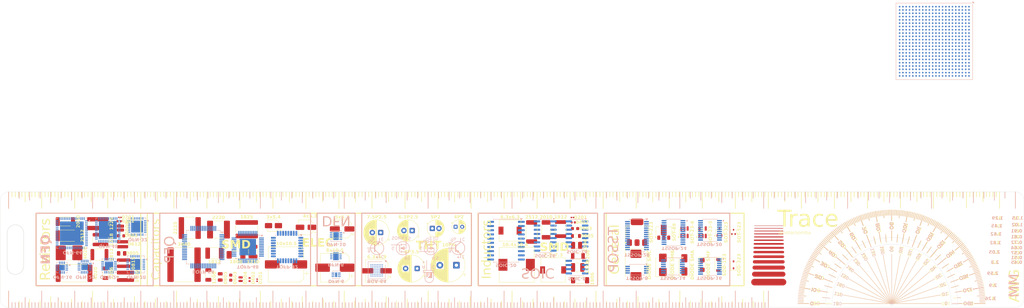
<source format=kicad_pcb>
(kicad_pcb (version 20241229) (generator "pcbnew") (generator_version "9.0")
  (layers (0 "F.Cu" signal) (2 "B.Cu" signal) (13 "F.Paste" user) (15 "B.Paste" user) (5 "F.SilkS" user "F.Silkscreen") (7 "B.SilkS" user "B.Silkscreen") (1 "F.Mask" user) (3 "B.Mask" user) (25 "Edge.Cuts" user))
  (net 0 "")
  (net 44 "Net-(U4-V--Pad6)")
  (net 73 "Net-(U6-AGND-Pad18)")
  (net 140 "Net-(U11-GND-Pad1)")
  (net 164 "Net-(U14-IS--Pad1)")
  (net 169 "Net-(U14-IS+-Pad18)")
  (net 171 "Net-(U14-GND-Pad15)")
  (net 223 "Net-(U16-AGND-Pad2)")
  (net 233 "Net-(U16-REFGND-Pad43)")
  (net 271 "Net-(U17A-VA--Pad15)")
  (net 279 "Net-(U17A-VA+-Pad10)")
  (net 290 "Net-(U18-VSS-PadC2)")
  (net 350 "Net-(U19F-VDD-PadAA17)")
  (net 355 "Net-(U19F-VSS-PadA1)")
  (net 367 "Net-(U19F-DDR_VDDQ-PadG7)")
  (net 393 "Net-(U19F-DDR_VDDPLL-PadL9)")
  (net 457 "Net-(U19F-IVDD-PadK16)")
  (net 522 "Net-(U19F-IVSS-PadK15)")
  (net 723 "Net-(U7-GND-Pad20)")
  (net 743 "Net-(U21-V--Pad3)")
  (net 749 "Net-(U22-REFLA-Pad5)")
  (net 752 "Net-(U22-OGND-Pad31)")
  (net 757 "Net-(U22-REFLB-Pad11)")
  (net 759 "Net-(U22-GND-Pad17)")
  (net 760 "Net-(U22-REFHB-Pad13)")
  (net 762 "Net-(U22-REFHA-Pad3)")
  (net 812 "Net-(U24-AGND-Pad19)")
  (net 840 "Net-(U25-VSS-Pad1)")
  (net 855 "Net-(U26-GND-Pad48)")
  (net 892 "Net-(U26-PGND-Pad12)")
  (footprint "Capacitor_THT:CP_Radial_D5.0mm_P2.00mm" (layer "F.Cu") (at 179.352771 79.425)
    (property "Reference" "C10" (hide yes))
    (property "Value" "5")
  )
  (footprint "Package_TO_SOT_SMD:SOT-323_SC-70" (layer "F.Cu") (at 266.281 80.585001 90)
    (property "Reference" "D5" (hide yes))
    (property "Value" "BAS16W")
  )
  (footprint "Package_TO_SOT_SMD:SOT-89-3" (layer "F.Cu") (at 249.4065 80.285001 90)
    (property "Reference" "U3" (hide yes))
    (property "Value" "LM317L_SOT-89")
  )
  (footprint "Capacitor_SMD:C_2220_5750Metric" (layer "F.Cu") (at 114.6 79.775 180)
    (property "Reference" "C21" (hide yes))
    (property "Value" "2220")
  )
  (footprint "Capacitor_THT:CP_Radial_D10.0mm_P5.00mm" (layer "F.Cu") (at 186.625 90.58 180)
    (property "Reference" "C6" (hide yes))
    (property "Value" "10")
  )
  (footprint "Capacitor_SMD:C_1206_3216Metric" (layer "F.Cu") (at 111.525 93.53 90)
    (property "Reference" "C16" (hide yes))
    (property "Value" "1206")
  )
  (footprint "Inductor_SMD:L_1812_4532Metric" (layer "F.Cu") (at 218.175 79.625 -90)
    (property "Reference" "L3" (hide yes))
    (property "Value" "1812")
  )
  (footprint "Package_TO_SOT_SMD:SOT-223-3_TabPin2" (layer "F.Cu") (at 241.325 80.585001 90)
    (property "Reference" "U2" (hide yes))
    (property "Value" "LM317_SOT-223")
  )
  (footprint "Capacitor_SMD:CP_Elec_3x5.4" (layer "F.Cu") (at 131.246667 78.575 180)
    (property "Reference" "C24" (hide yes))
    (property "Value" "3")
  )
  (footprint "Capacitor_SMD:C_0201_0603Metric" (layer "F.Cu") (at 126.3 95.13 90)
    (property "Reference" "C1" (hide yes))
    (property "Value" "0201")
  )
  (footprint "Resistor_SMD:R_1225_3264Metric" (layer "F.Cu") (at 78.025 77.98 90)
    (property "Reference" "R15" (hide yes))
    (property "Value" "1225")
  )
  (footprint "Resistor_SMD:R_0603_1608Metric" (layer "F.Cu") (at 85.079553 81.668785)
    (property "Reference" "R3" (hide yes))
    (property "Value" "0603")
  )
  (footprint "Capacitor_SMD:C_1210_3225Metric" (layer "F.Cu") (at 125.05 86.45 90)
    (property "Reference" "C17" (hide yes))
    (property "Value" "1210")
  )
  (footprint "Resistor_SMD:R_0508_1220Metric" (layer "F.Cu") (at 84.929553 79.316642 90)
    (property "Reference" "R10" (hide yes))
    (property "Value" "0508")
  )
  (footprint "Inductor_SMD:L_0402_1005Metric" (layer "F.Cu") (at 222.005 77.590714)
    (property "Reference" "L9" (hide yes))
    (property "Value" "0402")
  )
  (footprint "Capacitor_THT:CP_Radial_D4.0mm_P2.00mm" (layer "F.Cu") (at 186.389646 78.925)
    (property "Reference" "C9" (hide yes))
    (property "Value" "4")
  )
  (footprint "Resistor_SMD:R_0612_1632Metric" (layer "F.Cu") (at 85.549553 84.220927 90)
    (property "Reference" "R11" (hide yes))
    (property "Value" "0612")
  )
  (footprint "Capacitor_SMD:C_1808_4520Metric" (layer "F.Cu") (at 119.9125 87.425)
    (property "Reference" "C18" (hide yes))
    (property "Value" "1808")
  )
  (footprint "Inductor_SMD:L_2512_6332Metric" (layer "F.Cu") (at 209.415 80.505 -90)
    (property "Reference" "L4" (hide yes))
    (property "Value" "2512")
  )
  (footprint "Capacitor_SMD:CP_Elec_6.3x5.9" (layer "F.Cu") (at 162.525 92.28 180)
    (property "Reference" "C13" (hide yes))
    (property "Value" "6")
  )
  (footprint "Capacitor_SMD:C_0603_1608Metric" (layer "F.Cu") (at 118.307 94.35 90)
    (property "Reference" "C4" (hide yes))
    (property "Value" "0603")
  )
  (footprint "Inductor_SMD:L_1210_3225Metric" (layer "F.Cu") (at 223.355 91.254286)
    (property "Reference" "L2" (hide yes))
    (property "Value" "1210")
  )
  (footprint "Package_TO_SOT_SMD:SOT-523" (layer "F.Cu") (at 270.5375 80.472501 90)
    (property "Reference" "Q1" (hide yes))
    (property "Value" "DMG1012T")
  )
  (footprint "Resistor_SMD:R_2010_5025Metric" (layer "F.Cu") (at 68.25 77.33 180)
    (property "Reference" "R6" (hide yes))
    (property "Value" "2010")
  )
  (footprint "Capacitor_SMD:C_0504_1310Metric" (layer "F.Cu") (at 121.298 94.81 90)
    (property "Reference" "C3" (hide yes))
    (property "Value" "0504")
  )
  (footprint "Resistor_SMD:R_2512_6332Metric" (layer "F.Cu") (at 68.9 81.631667)
    (property "Reference" "R7" (hide yes))
    (property "Value" "2512")
  )
  (footprint "Capacitor_THT:CP_Radial_D8.0mm_P3.50mm" (layer "F.Cu") (at 174.752651 91.58 180)
    (property "Reference" "C7" (hide yes))
    (property "Value" "8")
  )
  (footprint "Diode_SMD:D_SMF" (layer "F.Cu") (at 261.0825 90.515001 -90)
    (property "Reference" "D7" (hide yes))
    (property "Value" "SMF5V0A")
  )
  (footprint "Resistor_SMD:R_0815_2038Metric" (layer "F.Cu") (at 85.879553 89.965213 -90)
    (property "Reference" "R12" (hide yes))
    (property "Value" "0815")
  )
  (footprint "Package_TO_SOT_SMD:SOT-23-6" (layer "F.Cu") (at 255.688 80.585001 90)
    (property "Reference" "U20" (hide yes))
    (property "Value" "INA181")
  )
  (footprint "Diode_SMD:D_SOD-323" (layer "F.Cu") (at 270.5375 90.470001 90)
    (property "Reference" "D2" (hide yes))
    (property "Value" "1N4148WS")
  )
  (footprint "Capacitor_SMD:C_2225_5664Metric" (layer "F.Cu") (at 105.9 79.3 180)
    (property "Reference" "C22" (hide yes))
    (property "Value" "2225")
  )
  (footprint "Capacitor_SMD:CP_Elec_4x5.3" (layer "F.Cu") (at 141.0875 79.075 180)
    (property "Reference" "C15" (hide yes))
    (property "Value" "4")
  )
  (footprint "Inductor_SMD:L_10.4x10.4_H4.8" (layer "F.Cu") (at 204.875 90.455 180)
    (property "Reference" "L7" (hide yes))
    (property "Value" "10.4x10.4")
  )
  (footprint "Capacitor_SMD:C_1825_4564Metric" (layer "F.Cu") (at 123.15 79.675 90)
    (property "Reference" "C20" (hide yes))
    (property "Value" "1825")
  )
  (footprint "Capacitor_SMD:CP_Elec_10x10.5" (layer "F.Cu") (at 135.046667 90.33 180)
    (property "Reference" "C11" (hide yes))
    (property "Value" "10")
  )
  (footprint "Resistor_SMD:R_1020_2550Metric" (layer "F.Cu") (at 86.449553 93.937356 -90)
    (property "Reference" "R13" (hide yes))
    (property "Value" "1020")
  )
  (footprint "Inductor_SMD:L_6.3x6.3_H3" (layer "F.Cu") (at 202.875 80.075 180)
    (property "Reference" "L5" (hide yes))
    (property "Value" "6.3x6.3")
  )
  (footprint "Capacitor_THT:CP_Radial_D6.3mm_P2.50mm" (layer "F.Cu") (at 173.24568 80.075 180)
    (property "Reference" "C8" (hide yes))
    (property "Value" "6.3")
  )
  (footprint "Inductor_SMD:L_0603_1608Metric" (layer "F.Cu") (at 222.555 79.461429)
    (property "Reference" "L10" (hide yes))
    (property "Value" "0603")
  )
  (footprint "Resistor_SMD:R_0402_1005Metric" (layer "F.Cu") (at 84.529553 77.224499 180)
    (property "Reference" "R2" (hide yes))
    (property "Value" "0402")
  )
  (footprint "Inductor_SMD:L_7.3x7.3_H4.5" (layer "F.Cu") (at 215.925 92.005)
    (property "Reference" "L6" (hide yes))
    (property "Value" "7.3x7.3")
  )
  (footprint "Resistor_SMD:R_2816_7142Metric" (layer "F.Cu") (at 69.35 86.833333)
    (property "Reference" "R16" (hide yes))
    (property "Value" "2816")
  )
  (footprint "Resistor_SMD:R_1206_3216Metric" (layer "F.Cu") (at 80.375 93.005 -90)
    (property "Reference" "R5" (hide yes))
    (property "Value" "1206")
  )
  (footprint "Diode_SMD:D_SOD-123" (layer "F.Cu") (at 265.91 90.515001 -90)
    (property "Reference" "D1" (hide yes))
    (property "Value" "1N4148W")
  )
  (footprint "Capacitor_SMD:CP_Elec_5x5.7" (layer "F.Cu") (at 152.028333 79.575 180)
    (property "Reference" "C14" (hide yes))
    (property "Value" "5")
  )
  (footprint "Resistor_SMD:R_1218_3246Metric" (layer "F.Cu") (at 78.875 82.811667 -90)
    (property "Reference" "R14" (hide yes))
    (property "Value" "1218")
  )
  (footprint "Inductor_SMD:L_2010_5025Metric" (layer "F.Cu") (at 213.785 79.855 -90)
    (property "Reference" "L14" (hide yes))
    (property "Value" "2010")
  )
  (footprint "Package_TO_SOT_SMD:SOT-23-5" (layer "F.Cu") (at 261.1695 80.585001 90)
    (property "Reference" "U1" (hide yes))
    (property "Value" "LP2985-1.8")
  )
  (footprint "Diode_SMD:D_SMA" (layer "F.Cu") (at 255.655 90.470001 90)
    (property "Reference" "D3" (hide yes))
    (property "Value" "SMAJ5.0A")
  )
  (footprint "Diode_SMD:D_SMB" (layer "F.Cu") (at 249.1275 90.470001 90)
    (property "Reference" "D4" (hide yes))
    (property "Value" "Z2SMBxxx")
  )
  (footprint "Diode_SMD:D_SMC" (layer "F.Cu") (at 241 90.515001 -90)
    (property "Reference" "D6" (hide yes))
    (property "Value" "1.5SMCxxA")
  )
  (footprint "Inductor_SMD:L_1806_4516Metric" (layer "F.Cu") (at 224.075 95.138633)
    (property "Reference" "L13" (hide yes))
    (property "Value" "1806")
  )
  (footprint "Inductor_SMD:L_0201_0603Metric" (layer "F.Cu") (at 221.775 76.1)
    (property "Reference" "L8" (hide yes))
    (property "Value" "0201")
  )
  (footprint "Capacitor_SMD:C_0402_1005Metric" (layer "F.Cu") (at 124.019 94.92 90)
    (property "Reference" "C2" (hide yes))
    (property "Value" "0402")
  )
  (footprint "Resistor_SMD:R_0805_2012Metric" (layer "F.Cu") (at 85.279553 86.99307)
    (property "Reference" "R4" (hide yes))
    (property "Value" "0805")
  )
  (footprint "Resistor_SMD:R_1812_4532Metric" (layer "F.Cu") (at 78.555 87.363333)
    (property "Reference" "R9" (hide yes))
    (property "Value" "1812")
  )
  (footprint "Capacitor_SMD:C_0805_2012Metric" (layer "F.Cu") (at 115.126 94.13 90)
    (property "Reference" "C5" (hide yes))
    (property "Value" "0805")
  )
  (footprint "Inductor_SMD:L_1008_2520Metric" (layer "F.Cu") (at 223.025 84.582857)
    (property "Reference" "L1" (hide yes))
    (property "Value" "1008")
  )
  (footprint "Capacitor_SMD:C_3640_9110Metric" (layer "F.Cu") (at 104.175 90.425 180)
    (property "Reference" "C23" (hide yes))
    (property "Value" "3640")
  )
  (footprint "Resistor_SMD:R_4020_10251Metric" (layer "F.Cu") (at 70.87 93.005 180)
    (property "Reference" "R8" (hide yes))
    (property "Value" "4020")
  )
  (footprint "Capacitor_THT:CP_Radial_D7.5mm_P2.50mm" (layer "F.Cu") (at 163.686395 80.675 180)
    (property "Reference" "C25" (hide yes))
    (property "Value" "7.5")
  )
  (footprint "Capacitor_SMD:CP_Elec_8x10.5" (layer "F.Cu") (at 149.828333 91.33 180)
    (property "Reference" "C12" (hide yes))
    (property "Value" "8")
  )
  (footprint "Inductor_SMD:L_0805_2012Metric" (layer "F.Cu") (at 222.825 81.712143)
    (property "Reference" "L11" (hide yes))
    (property "Value" "0805")
  )
  (footprint "Inductor_SMD:L_1206_3216Metric" (layer "F.Cu") (at 223.425 87.803571)
    (property "Reference" "L12" (hide yes))
    (property "Value" "1206")
  )
  (footprint "Resistor_SMD:R_0201_0603Metric" (layer "F.Cu") (at 84.759553 76.082356 180)
    (property "Reference" "R1" (hide yes))
    (property "Value" "0201")
  )
  (footprint "Capacitor_SMD:C_1812_4532Metric" (layer "F.Cu") (at 113.375 86.925)
    (property "Reference" "C19" (hide yes))
    (property "Value" "1812")
  )
  (footprint "Package_DFN_QFN:QFN-48-1EP_7x7mm_P0.5mm_EP5.45x5.45mm" (layer "B.Cu") (at 81.09 79.88 180)
    (property "Reference" "U17" (hide yes))
    (property "Value" "THAT6261")
  )
  (footprint "Package_SO:TSSOP-16_4.4x5mm_P0.65mm" (layer "B.Cu") (at 263.4125 90.976769 180)
    (property "Reference" "U13" (hide yes))
    (property "Value" "XPT2046TS")
  )
  (footprint "Package_SO:SOIC-8_3.9x4.9mm_P1.27mm" (layer "B.Cu") (at 223.136667 91.150351 180)
    (property "Reference" "U8" (hide yes))
    (property "Value" "SN65HVD255D")
  )
  (footprint "NPN-SYMB" (layer "B.Cu") (at 162.65 85.375)
    (property "Reference" "E$54" (hide yes))
    (property "Value" "" (hide yes))
  )
  (footprint "Package_DFN_QFN:QFN-20-1EP_3.5x3.5mm_P0.5mm_EP2x2mm" (layer "B.Cu") (at 74.076667 91.027501 180)
    (property "Reference" "U25" (hide yes))
    (property "Value" "BQ25570")
  )
  (footprint "Package_BGA:UFBGA-64_5x5mm_Layout8x8_P0.5mm" (layer "B.Cu") (at 162.507831 92.125078 180)
    (property "Reference" "U18" (hide yes))
    (property "Value" "STM32F072RBIx")
  )
  (footprint "Package_DFN_QFN:QFN-28-1EP_5x5mm_P0.5mm_EP3.35x3.35mm" (layer "B.Cu") (at 89.55 90.327501 180)
    (property "Reference" "U24" (hide yes))
    (property "Value" "WM8731CLSEFL")
  )
  (footprint "LED-GUIDE" (layer "B.Cu") (at 178.715 92.15)
    (property "Reference" "E$53" (hide yes))
    (property "Value" "" (hide yes))
  )
  (footprint "Package_SO:SOIC-20W_7.5x12.8mm_P1.27mm" (layer "B.Cu") (at 201.643334 83.140684 180)
    (property "Reference" "U29" (hide yes))
    (property "Value" "AD630ARZ")
  )
  (footprint "Package_SO:TSSOP-20_4.4x6.5mm_P0.65mm" (layer "B.Cu") (at 263.4125 80.001769 180)
    (property "Reference" "U14" (hide yes))
    (property "Value" "INA253")
  )
  (footprint "Package_QFP:TQFP-32_7x7mm_P0.8mm" (layer "B.Cu") (at 135.374999 85.074266 180)
    (property "Reference" "U15" (hide yes))
    (property "Value" "ATmega8U2-A")
  )
  (footprint "Package_SO:TSSOP-24_4.4x7.8mm_P0.65mm" (layer "B.Cu") (at 252.35625 80.651769 180)
    (property "Reference" "U28" (hide yes))
    (property "Value" "SN74CB3Q3384APW")
  )
  (footprint "Package_DFN_QFN:DFN-10-1EP_3x3mm_P0.5mm_EP1.65x2.38mm" (layer "B.Cu") (at 150.189836 81.731331 180)
    (property "Reference" "U23" (hide yes))
    (property "Value" "LTC6269xDD")
  )
  (footprint "Package_DFN_QFN:QFN-32-1EP_5x5mm_P0.5mm_EP3.6x3.6mm" (layer "B.Cu") (at 89.95 78.85 180)
    (property "Reference" "U6" (hide yes))
    (property "Value" "CS4265")
  )
  (footprint "Package_DFN_QFN:DFN-6-1EP_2x2mm_P0.5mm_EP0.6x1.37mm" (layer "B.Cu") (at 150.216137 93.462168 180)
    (property "Reference" "U21" (hide yes))
    (property "Value" "LTC6226xDC")
  )
  (footprint "Package_DFN_QFN:DFN-8-1EP_3x3mm_P0.5mm_EP1.66x2.38mm" (layer "B.Cu") (at 150.149836 87.859839 180)
    (property "Reference" "U4" (hide yes))
    (property "Value" "LTC6362xDD")
  )
  (footprint "Package_BGA:BGA-484_23.0x23.0mm_Layout22x22_P1.0mm" (layer "B.Cu") (at 331.325 22.675 180)
    (property "Reference" "U19" (hide yes))
    (property "Value" "FU540-C000")
  )
  (footprint "PNP-SYMB" (layer "B.Cu") (at 187.175 85.375)
    (property "Reference" "E$59" (hide yes))
    (property "Value" "" (hide yes))
  )
  (footprint "Package_SO:SOIC-14_3.9x8.7mm_P1.27mm" (layer "B.Cu") (at 223.136667 81.090684 180)
    (property "Reference" "U9" (hide yes))
    (property "Value" "74HC4024")
  )
  (footprint "Package_SO:TSSOP-14_4.4x5mm_P0.65mm" (layer "B.Cu") (at 252.16875 90.946769 180)
    (property "Reference" "U12" (hide yes))
    (property "Value" "74AHCV17APW")
  )
  (footprint "Package_QFP:LQFP-64_10x10mm_P0.5mm" (layer "B.Cu") (at 110 85.099266 180)
    (property "Reference" "U16" (hide yes))
    (property "Value" "AD7606")
  )
  (footprint "PMOS-SYMB" (layer "B.Cu") (at 178.846667 85.42)
    (property "Reference" "E$51" (hide yes))
    (property "Value" "" (hide yes))
  )
  (footprint "NMOS-SYMB" (layer "B.Cu") (at 170.403333 85.42)
    (property "Reference" "E$50" (hide yes))
    (property "Value" "" (hide yes))
  )
  (footprint "Package_SO:SOIC-16_3.9x9.9mm_P1.27mm" (layer "B.Cu") (at 213.505001 81.730684 180)
    (property "Reference" "U10" (hide yes))
    (property "Value" "IRS2092S")
  )
  (footprint "Package_SO:TSSOP-8_4.4x3mm_P0.65mm" (layer "B.Cu") (at 241.3 91.941769 180)
    (property "Reference" "U11" (hide yes))
    (property "Value" "INA240A1PW")
  )
  (footprint "Package_SO:TSSOP-28_4.4x9.7mm_P0.65mm" (layer "B.Cu") (at 241.3 81.601769 180)
    (property "Reference" "U27" (hide yes))
    (property "Value" "PCA9685PW")
  )
  (footprint "Package_DFN_QFN:HVQFN-24-1EP_4x4mm_P0.5mm_EP2.5x2.5mm" (layer "B.Cu") (at 81.453333 90.727501 180)
    (property "Reference" "U7" (hide yes))
    (property "Value" "iC-HTG")
  )
  (footprint "Package_QFP:TQFP-48-1EP_7x7mm_P0.5mm_EP5x5mm" (layer "B.Cu") (at 123.4625 85.074266 180)
    (property "Reference" "U26" (hide yes))
    (property "Value" "IS31FL3733-TQ")
  )
  (footprint "Package_DFN_QFN:QFN-16-1EP_3x3mm_P0.5mm_EP1.7x1.7mm" (layer "B.Cu") (at 67.2 91.302501 180)
    (property "Reference" "U5" (hide yes))
    (property "Value" "PAM8908")
  )
  (footprint "Package_DFN_QFN:QFN-64-1EP_9x9mm_P0.5mm_EP7.15x7.15mm" (layer "B.Cu") (at 70.2 80.88 180)
    (property "Reference" "U22" (hide yes))
    (property "Value" "LTC2294xUP")
  )
  (gr_line (start 303.890954 77.854318) (end 304.737383 79.267061) (stroke (width 0.132291) (color 255 255 255 1)) (layer "F.SilkS"))
  (gr_line (start 309.262656 75.343036) (end 309.798041 76.899913) (stroke (width 0.132291) (color 255 255 255 1)) (layer "F.SilkS"))
  (gr_line (start 194.075 69.85) (end 194.075 68.35) (stroke (width 0.2)) (layer "F.SilkS"))
  (gr_line (start 292.202766 91.558253) (end 293.727568 92.175102) (stroke (width 0.132291) (color 255 255 255 1)) (layer "F.SilkS"))
  (gr_line (start 181.075 73.35) (end 181.075 68.35) (stroke (width 0.2)) (layer "F.SilkS"))
  (gr_poly (pts (xy 297.433166 93.920221) (xy 297.458796 93.921622) (xy 297.484861 93.92439) (xy 297.511354 93.928528) (xy 297.538265 93.934037) (xy 297.565589 93.940921) (xy 297.593317 93.94918) (xy 297.621441 93.958817) (xy 297.649168 93.969543) (xy 297.675708 93.981069) (xy 297.701055 93.993389) (xy 297.725206 94.006496) (xy 297.748155 94.020384) (xy 297.769898 94.035047) (xy 297.79043 94.050477) (xy 297.809747 94.066668) (xy 297.827843 94.083615) (xy 297.844715 94.101309) (xy 297.860357 94.119745) (xy 297.874764 94.138917) (xy 297.887933 94.158817) (xy 297.899859 94.179439) (xy 297.910536 94.200778) (xy 297.91996 94.222825) (xy 297.928127 94.245575) (xy 297.935032 94.269022) (xy 297.94067 94.293158) (xy 297.945036 94.317977) (xy 297.948126 94.343473) (xy 297.949935 94.36964) (xy 297.950459 94.39647) (xy 297.949692 94.423957) (xy 297.947631 94.452095) (xy 297.94427 94.480878) (xy 297.939605 94.510298) (xy 297.933632 94.540349) (xy 297.926344 94.571025) (xy 297.917739 94.602319) (xy 297.90781 94.634225) (xy 297.896554 94.666736) (xy 297.884371 94.698751) (xy 297.871564 94.729459) (xy 297.858141 94.758858) (xy 297.844108 94.786945) (xy 297.829472 94.813718) (xy 297.814241 94.839173) (xy 297.798421 94.863309) (xy 297.782019 94.886123) (xy 297.765043 94.907612) (xy 297.747499 94.927774) (xy 297.729394 94.946606) (xy 297.710736 94.964105) (xy 297.691532 94.98027) (xy 297.671787 94.995097) (xy 297.65151 95.008584) (xy 297.630708 95.020728) (xy 297.609387 95.031527) (xy 297.587554 95.040979) (xy 297.565217 95.04908) (xy 297.542383 95.055828) (xy 297.519057 95.061221) (xy 297.495249 95.065256) (xy 297.470963 95.06793) (xy 297.446208 95.069241) (xy 297.420991 95.069187) (xy 297.395318 95.067764) (xy 297.369197 95.064971) (xy 297.342634 95.060804) (xy 297.315636 95.055261) (xy 297.288211 95.04834) (xy 297.260366 95.040038) (xy 297.232107 95.030353) (xy 297.204244 95.019578) (xy 297.177587 95.008009) (xy 297.152137 94.995653) (xy 297.1279 94.982517) (xy 297.104878 94.968605) (xy 297.083076 94.953926) (xy 297.062497 94.938486) (xy 297.043145 94.922291) (xy 297.025023 94.905347) (xy 297.008136 94.887661) (xy 296.992487 94.86924) (xy 296.978079 94.85009) (xy 296.964917 94.830217) (xy 296.953005 94.809628) (xy 296.942345 94.78833) (xy 296.932942 94.766328) (xy 296.9248 94.74363) (xy 296.917921 94.720242) (xy 296.91231 94.69617) (xy 296.907971 94.671421) (xy 296.904907 94.646001) (xy 296.903122 94.619917) (xy 296.90262 94.593175) (xy 296.902841 94.585456) (xy 297.09399 94.585456) (xy 297.094263 94.602422) (xy 297.095363 94.618889) (xy 297.097296 94.63486) (xy 297.100065 94.650338) (xy 297.103676 94.665327) (xy 297.108133 94.67983) (xy 297.113439 94.69385) (xy 297.119601 94.70739) (xy 297.126623 94.720454) (xy 297.134508 94.733045) (xy 297.143263 94.745166) (xy 297.15289 94.756821) (xy 297.163395 94.768012) (xy 297.174783 94.778744) (xy 297.187058 94.789018) (xy 297.200224 94.798839) (xy 297.214286 94.80821) (xy 297.229249 94.817134) (xy 297.245118 94.825614) (xy 297.261896 94.833654) (xy 297.298199 94.848425) (xy 297.317053 94.854917) (xy 297.335472 94.860481) (xy 297.353463 94.865118) (xy 297.371033 94.868829) (xy 297.388188 94.871615) (xy 297.404933 94.873477) (xy 297.421274 94.874414) (xy 297.437219 94.874428) (xy 297.452773 94.873519) (xy 297.467942 94.871688) (xy 297.482733 94.868935) (xy 297.497151 94.865262) (xy 297.511203 94.860669) (xy 297.524895 94.855156) (xy 297.538233 94.848724) (xy 297.551223 94.841375) (xy 297.563872 94.833108) (xy 297.576185 94.823924) (xy 297.588169 94.813824) (xy 297.59983 94.802808) (xy 297.611174 94.790878) (xy 297.622207 94.778033) (xy 297.632935 94.764275) (xy 297.643365 94.749604) (xy 297.653503 94.734021) (xy 297.663354 94.717527) (xy 297.672925 94.700121) (xy 297.682223 94.681805) (xy 297.70002 94.642446) (xy 297.716797 94.599454) (xy 297.731416 94.555982) (xy 297.742904 94.514592) (xy 297.751226 94.47526) (xy 297.756348 94.437963) (xy 297.757697 94.42007) (xy 297.758233 94.402677) (xy 297.757951 94.385782) (xy 297.756847 94.369381) (xy 297.754917 94.353471) (xy 297.752155 94.338051) (xy 297.748558 94.323115) (xy 297.744121 94.308663) (xy 297.738841 94.294691) (xy 297.732711 94.281195) (xy 297.725729 94.268174) (xy 297.717889 94.255624) (xy 297.709188 94.243543) (xy 297.699621 94.231928) (xy 297.689183 94.220774) (xy 297.67787 94.210081) (xy 297.665679 94.199845) (xy 297.652603 94.190063) (xy 297.638639 94.180732) (xy 297.623783 94.171849) (xy 297.608031 94.163412) (xy 297.591377 94.155417) (xy 297.555347 94.140744) (xy 297.53649 94.134253) (xy 297.518057 94.128686) (xy 297.500045 94.124043) (xy 297.482448 94.120321) (xy 297.465259 94.117521) (xy 297.448474 94.115642) (xy 297.432087 94.114682) (xy 297.416093 94.114643) (xy 297.400486 94.115521) (xy 297.38526 94.117318) (xy 297.370411 94.120032) (xy 297.355932 94.123663) (xy 297.341819 94.128209) (xy 297.328065 94.13367) (xy 297.314666 94.140046) (xy 297.301615 94.147335) (xy 297.288908 94.155538) (xy 297.276539 94.164652) (xy 297.264502 94.174678) (xy 297.252792 94.185614) (xy 297.241403 94.197461) (xy 297.23033 94.210217) (xy 297.219568 94.223881) (xy 297.20911 94.238453) (xy 297.198952 94.253933) (xy 297.189088 94.270318) (xy 297.179513 94.28761) (xy 297.170221 94.305806) (xy 297.152463 94.344911) (xy 297.135772 94.387627) (xy 297.121051 94.431368) (xy 297.109476 94.472996) (xy 297.101083 94.512536) (xy 297.095909 94.550014) (xy 297.09454 94.567988) (xy 297.09399 94.585456) (xy 296.902841 94.585456) (xy 296.903405 94.565782) (xy 296.905479 94.537744) (xy 296.908847 94.509067) (xy 296.913513 94.479759) (xy 296.91948 94.449825) (xy 296.926753 94.419273) (xy 296.935334 94.388108) (xy 296.945227 94.356337) (xy 296.956437 94.323967) (xy 296.968675 94.291814) (xy 296.981542 94.26098) (xy 296.995029 94.231466) (xy 297.00913 94.203274) (xy 297.023836 94.176407) (xy 297.03914 94.150866) (xy 297.055034 94.126653) (xy 297.07151 94.103771) (xy 297.08856 94.082221) (xy 297.106177 94.062006) (xy 297.124353 94.043126) (xy 297.14308 94.025585) (xy 297.162351 94.009384) (xy 297.182157 93.994525) (xy 297.202491 93.98101) (xy 297.223346 93.968841) (xy 297.244712 93.95802) (xy 297.266584 93.94855) (xy 297.288952 93.940431) (xy 297.31181 93.933666) (xy 297.335149 93.928257) (xy 297.358962 93.924207) (xy 297.383241 93.921516) (xy 297.407978 93.920186)) (fill yes) (layer "F.SilkS"))
  (gr_line (start 323.41289 74.242044) (end 322.841656 77.487394) (stroke (width 0.158749) (color 255 255 255 1)) (layer "F.SilkS"))
  (gr_line (start 85.075 69.85) (end 85.075 68.35) (stroke (width 0.2)) (layer "F.SilkS"))
  (gr_line (start 70.125 103.4) (end 70.125 100.86) (stroke (width 0.2)) (layer "F.SilkS"))
  (gr_line (start 216.175 103.4) (end 216.175 100.098) (stroke (width 0.2)) (layer "F.SilkS"))
  (gr_line (start 250.075 69.85) (end 250.075 68.35) (stroke (width 0.2)) (layer "F.SilkS"))
  (gr_line (start 82.825 103.4) (end 82.825 100.86) (stroke (width 0.2)) (layer "F.SilkS"))
  (gr_line (start 295.276783 85.913182) (end 297.186836 87.252502) (stroke (width 0.132291) (color 255 255 255 1)) (layer "F.SilkS"))
  (gr_line (start 135.075 69.85) (end 135.075 68.35) (stroke (width 0.2)) (layer "F.SilkS"))
  (gr_line (start 342.273183 86.728073) (end 340.893911 87.625114) (stroke (width 0.132291) (color 255 255 255 1)) (layer "F.SilkS"))
  (gr_line (start 290.158392 101.209721) (end 291.801722 101.267137) (stroke (width 0.132291) (color 255 255 255 1)) (layer "F.SilkS"))
  (gr_line (start 76.475 103.4) (end 76.475 98.4) (stroke (width 0.2)) (layer "F.SilkS"))
  (gr_line (start 53.075 69.85) (end 53.075 68.35) (stroke (width 0.2)) (layer "F.SilkS"))
  (gr_line (start 221.075 73.35) (end 221.075 68.35) (stroke (width 0.2)) (layer "F.SilkS"))
  (gr_line (start 346.004336 95.331104) (end 344.408102 95.729515) (stroke (width 0.132291) (color 255 255 255 1)) (layer "F.SilkS"))
  (gr_poly (pts (xy 303.803881 83.767226) (xy 303.819018 83.78587) (xy 303.833036 83.804308) (xy 303.845953 83.822536) (xy 303.857785 83.840551) (xy 303.868548 83.858348) (xy 303.878257 83.875925) (xy 303.886931 83.893276) (xy 303.894584 83.910398) (xy 303.901233 83.927288) (xy 303.906895 83.94394) (xy 303.911586 83.960352) (xy 303.915322 83.976519) (xy 303.918119 83.992437) (xy 303.919995 84.008103) (xy 303.920964 84.023513) (xy 303.921044 84.038662) (xy 303.92025 84.053548) (xy 303.918599 84.068165) (xy 303.916108 84.08251) (xy 303.912793 84.096579) (xy 303.908669 84.110369) (xy 303.903754 84.123875) (xy 303.898064 84.137093) (xy 303.891614 84.15002) (xy 303.884422 84.162651) (xy 303.876503 84.174983) (xy 303.867874 84.187012) (xy 303.858551 84.198734) (xy 303.83789 84.22124) (xy 303.814649 84.242471) (xy 303.795848 84.257421) (xy 303.777115 84.270626) (xy 303.758444 84.282109) (xy 303.739829 84.291893) (xy 303.721266 84.300003) (xy 303.702749 84.306461) (xy 303.684273 84.311291) (xy 303.665831 84.314517) (xy 303.647418 84.316161) (xy 303.62903 84.316247) (xy 303.61066 84.314799) (xy 303.592303 84.31184) (xy 303.573954 84.307393) (xy 303.555607 84.301482) (xy 303.537256 84.294129) (xy 303.518897 84.28536) (xy 303.524466 84.305637) (xy 303.528596 84.325603) (xy 303.531268 84.345264) (xy 303.53246 84.364625) (xy 303.532152 84.38369) (xy 303.530322 84.402465) (xy 303.526949 84.420955) (xy 303.522013 84.439165) (xy 303.515492 84.4571) (xy 303.507366 84.474765) (xy 303.497614 84.492165) (xy 303.486215 84.509305) (xy 303.473147 84.526191) (xy 303.458391 84.542827) (xy 303.441924 84.559218) (xy 303.423727 84.57537) (xy 303.41171 84.585053) (xy 303.399449 84.594102) (xy 303.386953 84.602499) (xy 303.374228 84.610227) (xy 303.361285 84.617269) (xy 303.34813 84.623606) (xy 303.334773 84.629221) (xy 303.321221 84.634097) (xy 303.307484 84.638216) (xy 303.293569 84.64156) (xy 303.279485 84.644111) (xy 303.26524 84.645853) (xy 303.250842 84.646767) (xy 303.2363 84.646835) (xy 303.221623 84.646041) (xy 303.206818 84.644366) (xy 303.191894 84.641793) (xy 303.176858 84.638305) (xy 303.161721 84.633883) (xy 303.146489 84.62851) (xy 303.131172 84.622169) (xy 303.115777 84.614842) (xy 303.100314 84.60651) (xy 303.084789 84.597158) (xy 303.069212 84.586766) (xy 303.053591 84.575318) (xy 303.037935 84.562796) (xy 303.022251 84.549181) (xy 303.006548 84.534458) (xy 302.990835 84.518607) (xy 302.975119 84.501611) (xy 302.959409 84.483453) (xy 302.600211 84.054643) (xy 302.748404 83.930104) (xy 303.107603 84.358914) (xy 303.114423 84.366817) (xy 303.121254 84.374258) (xy 303.128096 84.381243) (xy 303.134945 84.387771) (xy 303.141801 84.393848) (xy 303.148661 84.399474) (xy 303.155524 84.404653) (xy 303.162388 84.409387) (xy 303.169252 84.413679) (xy 303.176114 84.417532) (xy 303.182971 84.420948) (xy 303.189823 84.423929) (xy 303.196668 84.426479) (xy 303.203503 84.4286) (xy 303.210328 84.430295) (xy 303.21714 84.431565) (xy 303.223937 84.432415) (xy 303.230719 84.432846) (xy 303.237483 84.432861) (xy 303.244228 84.432463) (xy 303.250952 84.431655) (xy 303.257652 84.430438) (xy 303.264328 84.428816) (xy 303.270978 84.426791) (xy 303.2776 84.424366) (xy 303.284192 84.421543) (xy 303.290753 84.418326) (xy 303.297281 84.414716) (xy 303.303774 84.410716) (xy 303.31023 84.40633) (xy 303.316648 84.401559) (xy 303.323026 84.396406) (xy 303.329176 84.391017) (xy 303.334912 84.385538) (xy 303.340234 84.379969) (xy 303.345143 84.374311) (xy 303.349638 84.368563) (xy 303.35372 84.362727) (xy 303.35739 84.356802) (xy 303.360649 84.35079) (xy 303.363495 84.34469) (xy 303.36593 84.338504) (xy 303.367955 84.332231) (xy 303.369569 84.325872) (xy 303.370773 84.319428) (xy 303.371567 84.312899) (xy 303.371952 84.306285) (xy 303.371928 84.299588) (xy 303.371496 84.292806) (xy 303.370655 84.285942) (xy 303.369407 84.278995) (xy 303.367751 84.271966) (xy 303.365689 84.264856) (xy 303.36322 84.257664) (xy 303.360345 84.250391) (xy 303.357063 84.243038) (xy 303.353377 84.235605) (xy 303.349285 84.228093) (xy 303.344789 84.220501) (xy 303.339889 84.212832) (xy 303.334585 84.205084) (xy 303.328877 84.197259) (xy 303.322766 84.189357) (xy 303.316253 84.181378) (xy 303.097152 83.919811) (xy 303.231507 83.806887) (xy 303.447459 84.064671) (xy 303.461024 84.080116) (xy 303.474474 84.093904) (xy 303.48116 84.100173) (xy 303.487821 84.106025) (xy 303.49446 84.111459) (xy 303.501077 84.116474) (xy 303.507676 84.121069) (xy 303.514256 84.125242) (xy 303.52082 84.128994) (xy 303.527369 84.132323) (xy 303.533904 84.135229) (xy 303.540429 84.137709) (xy 303.546943 84.139765) (xy 303.553448 84.141393) (xy 303.559947 84.142594) (xy 303.566441 84.143367) (xy 303.57293 84.143711) (xy 303.579418 84.143624) (xy 303.585905 84.143107) (xy 303.592393 84.142157) (xy 303.598883 84.140775) (xy 303.605378 84.138958) (xy 303.611878 84.136707) (xy 303.618385 84.13402) (xy 303.624902 84.130896) (xy 303.631428 84.127335) (xy 303.637967 84.123336) (xy 303.64452 84.118897) (xy 303.651087 84.114018) (xy 303.657671 84.108698) (xy 303.663511 84.103594) (xy 303.669022 84.098374) (xy 303.674199 84.093038) (xy 303.679037 84.087587) (xy 303.683531 84.082023) (xy 303.687674 84.076346) (xy 303.691463 84.070556) (xy 303.694892 84.064655) (xy 303.697956 84.058644) (xy 303.700649 84.052522) (xy 303.702967 84.046292) (xy 303.704904 84.039954) (xy 303.706455 84.033508) (xy 303.707615 84.026956) (xy 303.708379 84.020299) (xy 303.708742 84.013536) (xy 303.708697 84.00667) (xy 303.708241 83.999701) (xy 303.707368 83.992629) (xy 303.706073 83.985456) (xy 303.70435 83.978182) (xy 303.702195 83.970809) (xy 303.699602 83.963336) (xy 303.696566 83.955765) (xy 303.693082 83.948097) (xy 303.689145 83.940333) (xy 303.684749 83.932472) (xy 303.67989 83.924517) (xy 303.674562 83.916468) (xy 303.668759 83.908326) (xy 303.662478 83.900092) (xy 303.655712 83.891766) (xy 303.300721 83.467982) (xy 303.448888 83.343443)) (fill yes) (layer "F.SilkS"))
  (gr_curve (pts (xy 326.310342 74.895261) (xy 326.159267 75.42317) (xy 326.008187 75.951079) (xy 325.857113 76.478987)) (stroke (width 0.132291) (color 255 255 255 1)) (layer "F.SilkS"))
  (gr_line (start 130.45 103.4) (end 130.45 101.495) (stroke (width 0.2)) (layer "F.SilkS"))
  (gr_line (start 119.075 69.85) (end 119.075 68.35) (stroke (width 0.2)) (layer "F.SilkS"))
  (gr_line (start 318.424566 102.204399) (end 329.915266 92.562625) (stroke (width 0.1)) (layer "F.SilkS"))
  (gr_line (start 318.990115 73.80162) (end 318.961541 75.44892) (stroke (width 0.132291) (color 255 255 255 1)) (layer "F.SilkS"))
  (gr_line (start 249.075 69.85) (end 249.075 68.35) (stroke (width 0.2)) (layer "F.SilkS"))
  (gr_line (start 79.075 69.85) (end 79.075 68.35) (stroke (width 0.2)) (layer "F.SilkS"))
  (gr_line (start 174.075 69.85) (end 174.075 68.35) (stroke (width 0.2)) (layer "F.SilkS"))
  (gr_line (start 273.075 69.85) (end 273.075 68.35) (stroke (width 0.2)) (layer "F.SilkS"))
  (gr_line (start 235.225 103.4) (end 235.225 100.86) (stroke (width 0.2)) (layer "F.SilkS"))
  (gr_line (start 90.075 69.85) (end 90.075 68.35) (stroke (width 0.2)) (layer "F.SilkS"))
  (gr_curve (pts (xy 322.440282 74.073179) (xy 322.363995 74.616907) (xy 322.287704 75.160636) (xy 322.211416 75.704364)) (stroke (width 0.132291) (color 255 255 255 1)) (layer "F.SilkS"))
  (gr_line (start 231.075 73.35) (end 231.075 68.35) (stroke (width 0.2)) (layer "F.SilkS"))
  (gr_line (start 306.514403 76.467134) (end 307.499369 78.582663) (stroke (width 0.132291) (color 255 255 255 1)) (layer "F.SilkS"))
  (gr_line (start 343.530221 88.864398) (end 342.077657 89.637907) (stroke (width 0.132291) (color 255 255 255 1)) (layer "F.SilkS"))
  (gr_line (start 193.95 103.4) (end 193.95 101.495) (stroke (width 0.2)) (layer "F.SilkS"))
  (gr_line (start 290.176516 100.711513) (end 291.818774 100.797502) (stroke (width 0.132291) (color 255 255 255 1)) (layer "F.SilkS"))
  (gr_line (start 299.075 69.85) (end 299.075 68.35) (stroke (width 0.2)) (layer "F.SilkS"))
  (gr_line (start 316.075 71.35) (end 316.075 68.35) (stroke (width 0.2)) (layer "F.SilkS"))
  (gr_line (start 54.075 69.85) (end 54.075 68.35) (stroke (width 0.2)) (layer "F.SilkS"))
  (gr_poly (pts (xy 310.628013 78.871747) (xy 310.639549 78.906013) (xy 310.648307 78.93779) (xy 310.651638 78.952791) (xy 310.654267 78.967225) (xy 310.656191 78.981112) (xy 310.657408 78.994468) (xy 310.657915 79.007314) (xy 310.65771 79.019667) (xy 310.656789 79.031545) (xy 310.655152 79.042968) (xy 310.652795 79.053954) (xy 310.649715 79.064522) (xy 310.64591 79.074689) (xy 310.641377 79.084475) (xy 310.636115 79.093898) (xy 310.63012 79.102976) (xy 310.623389 79.111729) (xy 310.615921 79.120174) (xy 310.607712 79.12833) (xy 310.598761 79.136215) (xy 310.589065 79.143849) (xy 310.57862 79.15125) (xy 310.567425 79.158435) (xy 310.555477 79.165425) (xy 310.529312 79.178888) (xy 310.500104 79.191789) (xy 310.467834 79.204275) (xy 309.675671 79.493094) (xy 309.609579 79.311167) (xy 310.389411 79.026846) (xy 310.39935 79.022949) (xy 310.403973 79.02092) (xy 310.408365 79.018833) (xy 310.412528 79.016683) (xy 310.416461 79.014468) (xy 310.420167 79.012185) (xy 310.423644 79.009828) (xy 310.426895 79.007396) (xy 310.429919 79.004885) (xy 310.432718 79.002291) (xy 310.435291 78.999611) (xy 310.437641 78.996842) (xy 310.439767 78.993979) (xy 310.441669 78.991021) (xy 310.44335 78.987962) (xy 310.444809 78.9848) (xy 310.446047 78.981531) (xy 310.447064 78.978152) (xy 310.447862 78.974659) (xy 310.448441 78.971049) (xy 310.448802 78.967318) (xy 310.448946 78.963464) (xy 310.448872 78.959482) (xy 310.448582 78.955369) (xy 310.448077 78.951122) (xy 310.447357 78.946737) (xy 310.446422 78.942211) (xy 310.445274 78.937541) (xy 310.443913 78.932722) (xy 310.44234 78.927751) (xy 310.440555 78.922626) (xy 310.406371 78.828593) (xy 310.588247 78.762289)) (fill yes) (layer "F.SilkS"))
  (gr_line (start 189.075 69.85) (end 189.075 68.35) (stroke (width 0.2)) (layer "F.SilkS"))
  (gr_line (start 167.075 69.85) (end 167.075 68.35) (stroke (width 0.2)) (layer "F.SilkS"))
  (gr_line (start 225.075 69.85) (end 225.075 68.35) (stroke (width 0.2)) (layer "F.SilkS"))
  (gr_line (start 208.075 69.85) (end 208.075 68.35) (stroke (width 0.2)) (layer "F.SilkS"))
  (gr_line (start 301.075 73.35) (end 301.075 68.35) (stroke (width 0.2)) (layer "F.SilkS"))
  (gr_line (start 139.975 103.4) (end 139.975 100.098) (stroke (width 0.2)) (layer "F.SilkS"))
  (gr_line (start 51.075 103.4) (end 51.075 98.4) (stroke (width 0.2)) (layer "F.SilkS"))
  (gr_line (start 105.05 103.4) (end 105.05 101.495) (stroke (width 0.2)) (layer "F.SilkS"))
  (gr_line (start 345.607461 93.892406) (end 344.034249 94.374054) (stroke (width 0.132291) (color 255 255 255 1)) (layer "F.SilkS"))
  (gr_line (start 346.497518 97.753392) (end 344.873507 98.011227) (stroke (width 0.132291) (color 255 255 255 1)) (layer "F.SilkS"))
  (gr_line (start 311.157021 74.777878) (end 311.760325 77.033078) (stroke (width 0.132291) (color 255 255 255 1)) (layer "F.SilkS"))
  (gr_line (start 125.075 69.85) (end 125.075 68.35) (stroke (width 0.2)) (layer "F.SilkS"))
  (gr_line (start 109.075 69.85) (end 109.075 68.35) (stroke (width 0.2)) (layer "F.SilkS"))
  (gr_curve (pts (xy 328.187029 75.520209) (xy 327.812206 76.552157) (xy 327.437377 77.584105) (xy 327.062551 78.616054)) (stroke (width 0.158749) (color 255 255 255 1)) (layer "F.SilkS"))
  (gr_line (start 317.503158 73.816296) (end 317.560305 75.462694) (stroke (width 0.132291) (color 255 255 255 1)) (layer "F.SilkS"))
  (gr_line (start 312.075 69.85) (end 312.075 68.35) (stroke (width 0.2)) (layer "F.SilkS"))
  (gr_line (start 190.775 103.4) (end 190.775 100.098) (stroke (width 0.2)) (layer "F.SilkS"))
  (gr_line (start 284.075 69.85) (end 284.075 68.35) (stroke (width 0.2)) (layer "F.SilkS"))
  (gr_line (start 282.075 69.85) (end 282.075 68.35) (stroke (width 0.2)) (layer "F.SilkS"))
  (gr_line (start 129.075 69.85) (end 129.075 68.35) (stroke (width 0.2)) (layer "F.SilkS"))
  (gr_line (start 290.982648 95.331078) (end 292.578607 95.729488) (stroke (width 0.132291) (color 255 255 255 1)) (layer "F.SilkS"))
  (gr_line (start 264.075 69.85) (end 264.075 68.35) (stroke (width 0.2)) (layer "F.SilkS"))
  (gr_line (start 290.352435 98.737007) (end 291.984858 98.937534) (stroke (width 0.132291) (color 255 255 255 1)) (layer "F.SilkS"))
  (gr_line (start 339.562792 83.197472) (end 338.340151 84.300441) (stroke (width 0.132291) (color 255 255 255 1)) (layer "F.SilkS"))
  (gr_line (start 334.749493 78.94075) (end 333.412286 80.853952) (stroke (width 0.132291) (color 255 255 255 1)) (layer "F.SilkS"))
  (gr_line (start 117.075 69.85) (end 117.075 68.35) (stroke (width 0.2)) (layer "F.SilkS"))
  (gr_line (start 180.075 69.85) (end 180.075 68.35) (stroke (width 0.2)) (layer "F.SilkS"))
  (gr_line (start 62.075 69.85) (end 62.075 68.35) (stroke (width 0.2)) (layer "F.SilkS"))
  (gr_line (start 338.88969 82.470795) (end 337.706209 83.614958) (stroke (width 0.132291) (color 255 255 255 1)) (layer "F.SilkS"))
  (gr_line (start 329.508892 83.095502) (end 328.010266 85.694371) (stroke (width 0.158749) (color 255 255 255 1)) (layer "F.SilkS"))
  (gr_curve (pts (xy 320.471783 73.867649) (xy 320.433684 74.415258) (xy 320.39558 74.962867) (xy 320.357482 75.510475)) (stroke (width 0.132291) (color 255 255 255 1)) (layer "F.SilkS"))
  (gr_line (start 312.596937 74.418145) (end 312.93928 76.028736) (stroke (width 0.132291) (color 255 255 255 1)) (layer "F.SilkS"))
  (gr_poly (pts (xy 294.404742 97.348685) (xy 294.440187 97.355814) (xy 294.456573 97.359809) (xy 294.472087 97.364107) (xy 294.486745 97.368717) (xy 294.50056 97.373654) (xy 294.513549 97.378926) (xy 294.525725 97.384547) (xy 294.537103 97.390527) (xy 294.547698 97.396878) (xy 294.557525 97.403611) (xy 294.566599 97.410738) (xy 294.574935 97.41827) (xy 294.582546 97.426219) (xy 294.589448 97.434596) (xy 294.595656 97.443413) (xy 294.601184 97.45268) (xy 294.606048 97.46241) (xy 294.610262 97.472614) (xy 294.61384 97.483303) (xy 294.616797 97.494489) (xy 294.619149 97.506183) (xy 294.62091 97.518396) (xy 294.622095 97.531141) (xy 294.622718 97.544429) (xy 294.622795 97.55827) (xy 294.622339 97.572677) (xy 294.621366 97.58766) (xy 294.617929 97.619404) (xy 294.612599 97.653592) (xy 294.466417 98.483984) (xy 294.275811 98.450331) (xy 294.419691 97.632848) (xy 294.421292 97.622294) (xy 294.422239 97.612431) (xy 294.422512 97.603239) (xy 294.422389 97.598889) (xy 294.42209 97.5947) (xy 294.421611 97.590669) (xy 294.42095 97.586795) (xy 294.420106 97.583075) (xy 294.419073 97.579507) (xy 294.417852 97.576088) (xy 294.416437 97.572816) (xy 294.414828 97.569689) (xy 294.413021 97.566705) (xy 294.411013 97.563861) (xy 294.408803 97.561154) (xy 294.406387 97.558584) (xy 294.403762 97.556146) (xy 294.400927 97.55384) (xy 294.397878 97.551663) (xy 294.394612 97.549611) (xy 294.391128 97.547684) (xy 294.387422 97.545879) (xy 294.383492 97.544194) (xy 294.379335 97.542625) (xy 294.374948 97.541172) (xy 294.365476 97.5386) (xy 294.355054 97.536461) (xy 294.256496 97.519077) (xy 294.290072 97.328418)) (fill yes) (layer "F.SilkS"))
  (gr_line (start 327.726128 75.343026) (end 327.190877 76.899913) (stroke (width 0.132291) (color 255 255 255 1)) (layer "F.SilkS"))
  (gr_line (start 108.075 69.85) (end 108.075 68.35) (stroke (width 0.2)) (layer "F.SilkS"))
  (gr_line (start 274.075 69.85) (end 274.075 68.35) (stroke (width 0.2)) (layer "F.SilkS"))
  (gr_line (start 133.625 103.4) (end 133.625 100.86) (stroke (width 0.2)) (layer "F.SilkS"))
  (gr_line (start 316.513747 73.867649) (end 316.628182 75.510475) (stroke (width 0.132291) (color 255 255 255 1)) (layer "F.SilkS"))
  (gr_line (start 308.075 69.85) (end 308.075 68.35) (stroke (width 0.2)) (layer "F.SilkS"))
  (gr_line (start 56.075 71.35) (end 56.075 68.35) (stroke (width 0.2)) (layer "F.SilkS"))
  (gr_line (start 292.023194 92.020691) (end 293.558737 92.610686) (stroke (width 0.132291) (color 255 255 255 1)) (layer "F.SilkS"))
  (gr_line (start 185.075 69.85) (end 185.075 68.35) (stroke (width 0.2)) (layer "F.SilkS"))
  (gr_line (start 203.075 69.85) (end 203.075 68.35) (stroke (width 0.2)) (layer "F.SilkS"))
  (gr_rect (start 231.9745 74.800001) (end 273.724499 96.800001) (stroke (width 0.3)) (fill no) (layer "F.SilkS"))
  (gr_line (start 200.075 69.85) (end 200.075 68.35) (stroke (width 0.2)) (layer "F.SilkS"))
  (gr_line (start 154.075 69.85) (end 154.075 68.35) (stroke (width 0.2)) (layer "F.SilkS"))
  (gr_line (start 136.8 103.4) (end 136.8 101.495) (stroke (width 0.2)) (layer "F.SilkS"))
  (gr_line (start 134.075 69.85) (end 134.075 68.35) (stroke (width 0.2)) (layer "F.SilkS"))
  (gr_line (start 314.757101 81.084908) (end 315.277086 84.0395) (stroke (width 0.158749) (color 255 255 255 1)) (layer "F.SilkS"))
  (gr_line (start 290.759123 96.29268) (end 292.367684 96.63468) (stroke (width 0.132291) (color 255 255 255 1)) (layer "F.SilkS"))
  (gr_curve (pts (xy 327.368606 83.165843) (xy 327.040259 83.87102) (xy 326.711914 84.576195) (xy 326.383563 85.281372)) (stroke (width 0.132291) (color 255 255 255 1)) (layer "F.SilkS"))
  (gr_line (start 349.075 69.85) (end 349.075 68.35) (stroke (width 0.2)) (layer "F.SilkS"))
  (gr_line (start 324.075 69.85) (end 324.075 68.35) (stroke (width 0.2)) (layer "F.SilkS"))
  (gr_curve (pts (xy 333.342865 87.349065) (xy 332.793414 87.899355) (xy 332.243964 88.449645) (xy 331.69451 88.999933)) (stroke (width 0.132291) (color 255 255 255 1)) (layer "F.SilkS"))
  (gr_poly (pts (xy 310.757415 79.980598) (xy 310.783561 79.982386) (xy 310.809037 79.985457) (xy 310.833836 79.989805) (xy 310.85795 79.995427) (xy 310.881375 80.002317) (xy 310.904102 80.01047) (xy 310.926126 80.019883) (xy 310.947441 80.03055) (xy 310.968039 80.042467) (xy 310.987914 80.055629) (xy 311.00706 80.070031) (xy 311.025471 80.085669) (xy 311.043139 80.102538) (xy 311.060059 80.120634) (xy 311.076223 80.139951) (xy 311.091626 80.160486) (xy 311.10626 80.182233) (xy 311.12012 80.205187) (xy 311.133198 80.229345) (xy 311.145489 80.254701) (xy 311.167683 80.30899) (xy 311.177288 80.337124) (xy 311.185516 80.364863) (xy 311.192371 80.3922) (xy 311.197853 80.419126) (xy 311.201964 80.445633) (xy 311.204707 80.471714) (xy 311.206084 80.497361) (xy 311.206096 80.522566) (xy 311.204746 80.547322) (xy 311.202035 80.57162) (xy 311.197966 80.595453) (xy 311.19254 80.618814) (xy 311.185759 80.641694) (xy 311.177626 80.664086) (xy 311.168143 80.685981) (xy 311.157311 80.707373) (xy 311.145132 80.728253) (xy 311.131609 80.748614) (xy 311.116743 80.768448) (xy 311.100537 80.787747) (xy 311.082992 80.806503) (xy 311.06411 80.824709) (xy 311.043894 80.842357) (xy 311.022345 80.859438) (xy 310.999465 80.875946) (xy 310.975257 80.891873) (xy 310.949722 80.90721) (xy 310.922862 80.921951) (xy 310.894679 80.936086) (xy 310.865176 80.949609) (xy 310.802215 80.974787) (xy 310.7381 80.995957) (xy 310.676413 81.011873) (xy 310.617205 81.022562) (xy 310.588547 81.025957) (xy 310.560527 81.028057) (xy 310.533153 81.028865) (xy 310.506431 81.028385) (xy 310.480368 81.026621) (xy 310.454969 81.023577) (xy 310.430242 81.019256) (xy 310.406192 81.013662) (xy 310.382827 81.006798) (xy 310.360152 80.998669) (xy 310.338174 80.989279) (xy 310.3169 80.97863) (xy 310.296336 80.966727) (xy 310.276488 80.953573) (xy 310.257363 80.939171) (xy 310.238968 80.923527) (xy 310.221308 80.906643) (xy 310.20439 80.888523) (xy 310.188222 80.869171) (xy 310.172808 80.84859) (xy 310.158155 80.826785) (xy 310.144271 80.803758) (xy 310.131161 80.779514) (xy 310.118832 80.754056) (xy 310.107291 80.727389) (xy 310.096543 80.699515) (xy 310.086889 80.671243) (xy 310.078618 80.643384) (xy 310.071726 80.615945) (xy 310.066211 80.588932) (xy 310.062071 80.562353) (xy 310.059303 80.536215) (xy 310.057904 80.510525) (xy 310.057883 80.493876) (xy 310.25247 80.493876) (xy 310.252489 80.509883) (xy 310.253429 80.526282) (xy 310.255289 80.543078) (xy 310.258071 80.560277) (xy 310.261774 80.577884) (xy 310.266399 80.595904) (xy 310.271947 80.614345) (xy 310.278419 80.63321) (xy 310.285566 80.651824) (xy 310.293144 80.669509) (xy 310.301158 80.686271) (xy 310.309609 80.702115) (xy 310.318502 80.717046) (xy 310.32784 80.731069) (xy 310.337626 80.744189) (xy 310.347865 80.756412) (xy 310.358559 80.767742) (xy 310.369712 80.778185) (xy 310.381327 80.787746) (xy 310.393408 80.796429) (xy 310.405959 80.804241) (xy 310.418982 80.811186) (xy 310.432482 80.817269) (xy 310.446462 80.822496) (xy 310.460924 80.826872) (xy 310.475874 80.830401) (xy 310.491313 80.833089) (xy 310.507247 80.834942) (xy 310.523677 80.835963) (xy 310.540608 80.836159) (xy 310.558043 80.835534) (xy 310.575985 80.834094) (xy 310.594439 80.831844) (xy 310.613407 80.828789) (xy 310.632892 80.824934) (xy 310.6529 80.820284) (xy 310.673432 80.814844) (xy 310.694492 80.80862) (xy 310.716084 80.801616) (xy 310.738212 80.793838) (xy 310.78091 80.777095) (xy 310.820001 80.759291) (xy 310.838193 80.749978) (xy 310.855481 80.740384) (xy 310.871865 80.730505) (xy 310.887345 80.720334) (xy 310.901919 80.709866) (xy 310.915586 80.699097) (xy 310.928348 80.688021) (xy 310.940202 80.676633) (xy 310.951148 80.664928) (xy 310.961186 80.6529) (xy 310.970314 80.640544) (xy 310.978533 80.627856) (xy 310.985842 80.614829) (xy 310.992239 80.601459) (xy 310.997726 80.58774) (xy 311.002299 80.573667) (xy 311.00596 80.559235) (xy 311.008708 80.544439) (xy 311.010542 80.529273) (xy 311.01146 80.513733) (xy 311.011464 80.497813) (xy 311.010552 80.481507) (xy 311.008723 80.464812) (xy 311.005977 80.44772) (xy 311.002313 80.430228) (xy 310.997731 80.41233) (xy 310.992229 80.39402) (xy 310.985808 80.375294) (xy 310.97866 80.356676) (xy 310.971077 80.338978) (xy 310.963057 80.322194) (xy 310.954597 80.306321) (xy 310.945694 80.291354) (xy 310.936346 80.277288) (xy 310.926548 80.264118) (xy 310.916299 80.25184) (xy 310.905595 80.24045) (xy 310.894433 80.229941) (xy 310.88281 80.220311) (xy 310.870723 80.211553) (xy 310.85817 80.203664) (xy 310.845147 80.196639) (xy 310.831651 80.190473) (xy 310.817679 80.185162) (xy 310.803229 80.1807) (xy 310.788297 80.177083) (xy 310.77288 80.174307) (xy 310.756975 80.172367) (xy 310.74058 80.171257) (xy 310.723691 80.170974) (xy 310.706306 80.171513) (xy 310.688421 80.17287) (xy 310.670033 80.175038) (xy 310.65114 80.178014) (xy 310.631738 80.181794) (xy 310.611824 80.186372) (xy 310.591396 80.191744) (xy 310.570451 80.197905) (xy 310.548985 80.20485) (xy 310.526995 80.212576) (xy 310.484027 80.229417) (xy 310.4447 80.24731) (xy 310.426403 80.256664) (xy 310.409018 80.266298) (xy 310.392545 80.276216) (xy 310.376984 80.286426) (xy 310.362336 80.296931) (xy 310.348602 80.307739) (xy 310.335781 80.318854) (xy 310.323875 80.330282) (xy 310.312883 80.342029) (xy 310.302807 80.3541) (xy 310.293646 80.3665) (xy 310.285401 80.379237) (xy 310.278072 80.392314) (xy 310.271661 80.405738) (xy 310.266166 80.419514) (xy 310.26159 80.433648) (xy 310.257932 80.448146) (xy 310.255192 80.463013) (xy 310.253371 80.478254) (xy 310.25247 80.493876) (xy 310.057883 80.493876) (xy 310.057872 80.485289) (xy 310.059204 80.460515) (xy 310.061899 80.43621) (xy 310.065952 80.412381) (xy 310.071362 80.389034) (xy 310.078125 80.366178) (xy 310.086241 80.343818) (xy 310.095705 80.321961) (xy 310.106515 80.300616) (xy 310.118669 80.279788) (xy 310.132165 80.259485) (xy 310.146998 80.239714) (xy 310.163168 80.220482) (xy 310.180671 80.201796) (xy 310.199506 80.183662) (xy 310.219668 80.166088) (xy 310.241156 80.149081) (xy 310.263967 80.132648) (xy 310.288099 80.116796) (xy 310.313549 80.101532) (xy 310.340314 80.086862) (xy 310.368392 80.072795) (xy 310.39778 80.059336) (xy 310.460477 80.034273) (xy 310.524868 80.013017) (xy 310.58681 79.997059) (xy 310.646249 79.986362) (xy 310.675014 79.982974) (xy 310.703134 79.980887) (xy 310.730603 79.980096)) (fill yes) (layer "F.SilkS"))
  (gr_poly (pts (xy 297.491531 89.394121) (xy 297.50743 89.403563) (xy 297.522388 89.412959) (xy 297.536414 89.422325) (xy 297.549518 89.431676) (xy 297.561711 89.441029) (xy 297.573002 89.450399) (xy 297.5834 89.459802) (xy 297.592917 89.469254) (xy 297.601562 89.478771) (xy 297.609344 89.488368) (xy 297.616275 89.498062) (xy 297.622363 89.507867) (xy 297.627619 89.517801) (xy 297.632053 89.527878) (xy 297.635674 89.538115) (xy 297.638493 89.548528) (xy 297.640519 89.559131) (xy 297.641763 89.569942) (xy 297.642234 89.580975) (xy 297.641943 89.592248) (xy 297.640898 89.603774) (xy 297.639111 89.615571) (xy 297.636591 89.627655) (xy 297.633349 89.64004) (xy 297.629393 89.652743) (xy 297.624734 89.665779) (xy 297.619382 89.679165) (xy 297.613347 89.692916) (xy 297.606638 89.707048) (xy 297.599267 89.721577) (xy 297.582574 89.751889) (xy 297.161542 90.482404) (xy 296.993982 90.385487) (xy 297.408452 89.66635) (xy 297.413563 89.656976) (xy 297.417825 89.648027) (xy 297.421223 89.639479) (xy 297.422594 89.635347) (xy 297.423745 89.631307) (xy 297.424673 89.627354) (xy 297.425376 89.623485) (xy 297.425854 89.619699) (xy 297.426104 89.615991) (xy 297.426124 89.612359) (xy 297.425914 89.608799) (xy 297.425471 89.605308) (xy 297.424793 89.601884) (xy 297.423879 89.598523) (xy 297.422727 89.595222) (xy 297.421335 89.591978) (xy 297.419703 89.588789) (xy 297.417827 89.58565) (xy 297.415707 89.582559) (xy 297.41334 89.579513) (xy 297.410725 89.576509) (xy 297.40786 89.573544) (xy 297.404744 89.570614) (xy 297.401374 89.567717) (xy 297.39775 89.564849) (xy 297.393869 89.562007) (xy 297.38973 89.559189) (xy 297.38067 89.55361) (xy 297.294045 89.503526) (xy 297.390697 89.335805)) (fill yes) (layer "F.SilkS"))
  (gr_curve (pts (xy 344.965316 92.020717) (xy 344.453438 92.217381) (xy 343.941561 92.414047) (xy 343.429678 92.610712)) (stroke (width 0.132291) (color 255 255 255 1)) (layer "F.SilkS"))
  (gr_line (start 241.575 103.4) (end 241.575 100.098) (stroke (width 0.2)) (layer "F.SilkS"))
  (gr_line (start 178.075 69.85) (end 178.075 68.35) (stroke (width 0.2)) (layer "F.SilkS"))
  (gr_line (start 142.075 69.85) (end 142.075 68.35) (stroke (width 0.2)) (layer "F.SilkS"))
  (gr_line (start 102.075 69.85) (end 102.075 68.35) (stroke (width 0.2)) (layer "F.SilkS"))
  (gr_line (start 314.546226 74.073179) (end 314.775039 75.704364) (stroke (width 0.132291) (color 255 255 255 1)) (layer "F.SilkS"))
  (gr_line (start 191.075 73.35) (end 191.075 68.35) (stroke (width 0.2)) (layer "F.SilkS"))
  (gr_line (start 187.075 69.85) (end 187.075 68.35) (stroke (width 0.2)) (layer "F.SilkS"))
  (gr_line (start 323.075 69.85) (end 323.075 68.35) (stroke (width 0.2)) (layer "F.SilkS"))
  (gr_line (start 262.075 69.85) (end 262.075 68.35) (stroke (width 0.2)) (layer "F.SilkS"))
  (gr_line (start 296.148849 84.716842) (end 297.444832 85.731175) (stroke (width 0.132291) (color 255 255 255 1)) (layer "F.SilkS"))
  (gr_poly (pts (xy 306.703104 80.595772) (xy 306.72041 80.627519) (xy 306.734548 80.657298) (xy 306.740431 80.671496) (xy 306.745524 80.685257) (xy 306.749828 80.698601) (xy 306.753344 80.711546) (xy 306.756072 80.724111) (xy 306.758014 80.736315) (xy 306.759169 80.748176) (xy 306.759539 80.759712) (xy 306.759123 80.770943) (xy 306.757924 80.781887) (xy 306.755942 80.792564) (xy 306.753176 80.80299) (xy 306.749629 80.813186) (xy 306.7453 80.82317) (xy 306.740191 80.83296) (xy 306.734302 80.842576) (xy 306.727634 80.852036) (xy 306.720188 80.861358) (xy 306.711964 80.870562) (xy 306.702962 80.879665) (xy 306.693185 80.888687) (xy 306.682632 80.897647) (xy 306.659201 80.915453) (xy 306.632677 80.933232) (xy 306.603065 80.951134) (xy 305.873185 81.373277) (xy 305.776533 81.205557) (xy 306.495063 80.790002) (xy 306.499737 80.787228) (xy 306.504173 80.784442) (xy 306.508373 80.781642) (xy 306.512336 80.778824) (xy 306.516062 80.775985) (xy 306.519551 80.773121) (xy 306.522804 80.770229) (xy 306.52582 80.767305) (xy 306.528599 80.764346) (xy 306.531142 80.761347) (xy 306.533448 80.758307) (xy 306.535518 80.755221) (xy 306.537352 80.752085) (xy 306.538949 80.748897) (xy 306.540309 80.745652) (xy 306.541434 80.742348) (xy 306.542322 80.73898) (xy 306.542975 80.735545) (xy 306.543391 80.73204) (xy 306.543571 80.728461) (xy 306.543515 80.724805) (xy 306.543223 80.721068) (xy 306.542696 80.717246) (xy 306.541932 80.713337) (xy 306.540933 80.709336) (xy 306.539698 80.705241) (xy 306.538227 80.701047) (xy 306.536521 80.696751) (xy 306.534579 80.69235) (xy 306.532402 80.68784) (xy 306.529989 80.683218) (xy 306.527341 80.67848) (xy 306.477363 80.591777) (xy 306.644948 80.494886)) (fill yes) (layer "F.SilkS"))
  (gr_line (start 333.935104 78.382823) (end 333.038695 79.764213) (stroke (width 0.132291) (color 255 255 255 1)) (layer "F.SilkS"))
  (gr_line (start 215.075 69.85) (end 215.075 68.35) (stroke (width 0.2)) (layer "F.SilkS"))
  (gr_line (start 317.997927 73.80162) (end 318.026504 75.44892) (stroke (width 0.132291) (color 255 255 255 1)) (layer "F.SilkS"))
  (gr_line (start 313.075 69.85) (end 313.075 68.35) (stroke (width 0.2)) (layer "F.SilkS"))
  (gr_line (start 290.143735 101.701582) (end 291.788405 101.730159) (stroke (width 0.132291) (color 255 255 255 1)) (layer "F.SilkS"))
  (gr_line (start 158.075 69.85) (end 158.075 68.35) (stroke (width 0.2)) (layer "F.SilkS"))
  (gr_line (start 346.808401 100.711513) (end 345.166402 100.797502) (stroke (width 0.132291) (color 255 255 255 1)) (layer "F.SilkS"))
  (gr_line (start 92.35 103.4) (end 92.35 101.495) (stroke (width 0.2)) (layer "F.SilkS"))
  (gr_line (start 304.66822 85.671617) (end 306.782955 88.195372) (stroke (width 0.158749) (color 255 255 255 1)) (layer "F.SilkS"))
  (gr_line (start 195.075 69.85) (end 195.075 68.35) (stroke (width 0.2)) (layer "F.SilkS"))
  (gr_line (start 121.075 73.35) (end 121.075 68.35) (stroke (width 0.2)) (layer "F.SilkS"))
  (gr_line (start 291.682421 92.952924) (end 293.237613 93.489207) (stroke (width 0.132291) (color 255 255 255 1)) (layer "F.SilkS"))
  (gr_poly (pts (xy 301.379959 87.169826) (xy 301.403745 87.171289) (xy 301.42752 87.174191) (xy 301.451276 87.178531) (xy 301.475004 87.184309) (xy 301.498698 87.191524) (xy 301.522348 87.200175) (xy 301.545947 87.210261) (xy 301.569487 87.221781) (xy 301.59296 87.234735) (xy 301.616358 87.249122) (xy 301.639673 87.26494) (xy 301.662897 87.28219) (xy 301.686023 87.30087) (xy 301.708402 87.32044) (xy 301.729393 87.340356) (xy 301.748992 87.36061) (xy 301.767198 87.381194) (xy 301.784008 87.402101) (xy 301.799421 87.423323) (xy 301.813433 87.444853) (xy 301.826044 87.466681) (xy 301.83725 87.488802) (xy 301.84705 87.511207) (xy 301.855442 87.533888) (xy 301.862423 87.556838) (xy 301.867991 87.580049) (xy 301.872143 87.603513) (xy 301.874879 87.627223) (xy 301.876195 87.651171) (xy 301.87609 87.675349) (xy 301.874561 87.69975) (xy 301.871606 87.724365) (xy 301.867223 87.749187) (xy 301.86141 87.774209) (xy 301.854165 87.799423) (xy 301.845485 87.824821) (xy 301.835368 87.850395) (xy 301.823813 87.876137) (xy 301.810816 87.90204) (xy 301.796376 87.928097) (xy 301.780491 87.954299) (xy 301.763158 87.980639) (xy 301.744376 88.007109) (xy 301.724142 88.033701) (xy 301.702454 88.060408) (xy 301.680062 88.086332) (xy 301.657532 88.110815) (xy 301.63487 88.133855) (xy 301.612084 88.155454) (xy 301.589181 88.175612) (xy 301.566169 88.194327) (xy 301.543056 88.211601) (xy 301.519848 88.227432) (xy 301.496553 88.241822) (xy 301.473178 88.25477) (xy 301.449732 88.266277) (xy 301.426221 88.276341) (xy 301.402654 88.284964) (xy 301.379036 88.292145) (xy 301.355377 88.297884) (xy 301.331683 88.302181) (xy 301.307962 88.305037) (xy 301.284221 88.30645) (xy 301.260467 88.306422) (xy 301.236709 88.304952) (xy 301.212953 88.302039) (xy 301.189208 88.297685) (xy 301.16548 88.29189) (xy 301.141777 88.284652) (xy 301.118106 88.275972) (xy 301.094476 88.265851) (xy 301.070893 88.254287) (xy 301.047364 88.241282) (xy 301.023898 88.226835) (xy 301.000501 88.210945) (xy 300.977182 88.193614) (xy 300.953947 88.174841) (xy 300.931456 88.155178) (xy 300.910367 88.135181) (xy 300.890683 88.114857) (xy 300.872404 88.094215) (xy 300.855532 88.07326) (xy 300.840068 88.052002) (xy 300.826014 88.030447) (xy 300.81337 88.008602) (xy 300.802138 87.986474) (xy 300.792319 87.964072) (xy 300.783915 87.941402) (xy 300.776926 87.918472) (xy 300.771355 87.895289) (xy 300.767202 87.871861) (xy 300.764468 87.848194) (xy 300.763156 87.824297) (xy 300.763253 87.802938) (xy 300.957317 87.802938) (xy 300.95751 87.817933) (xy 300.95867 87.83277) (xy 300.9608 87.847453) (xy 300.963903 87.861988) (xy 300.967983 87.876377) (xy 300.973043 87.890628) (xy 300.979086 87.904743) (xy 300.986115 87.918727) (xy 300.994133 87.932586) (xy 301.003143 87.946323) (xy 301.013149 87.959944) (xy 301.024153 87.973453) (xy 301.03616 87.986855) (xy 301.049171 88.000154) (xy 301.063191 88.013354) (xy 301.078222 88.026462) (xy 301.093715 88.039013) (xy 301.109117 88.050544) (xy 301.124434 88.061058) (xy 301.139672 88.070558) (xy 301.154835 88.079045) (xy 301.16993 88.086523) (xy 301.184962 88.092995) (xy 301.199937 88.098464) (xy 301.21486 88.102931) (xy 301.229736 88.1064) (xy 301.244572 88.108873) (xy 301.259373 88.110354) (xy 301.274145 88.110844) (xy 301.288892 88.110348) (xy 301.303621 88.108866) (xy 301.318338 88.106402) (xy 301.333047 88.10296) (xy 301.347754 88.09854) (xy 301.362465 88.093147) (xy 301.377185 88.086783) (xy 301.391921 88.07945) (xy 301.406677 88.071152) (xy 301.421459 88.061891) (xy 301.436272 88.05167) (xy 301.451123 88.040491) (xy 301.466017 88.028357) (xy 301.480959 88.015271) (xy 301.495955 88.001236) (xy 301.526131 87.970329) (xy 301.556589 87.935657) (xy 301.585186 87.899801) (xy 301.610131 87.86483) (xy 301.631397 87.830709) (xy 301.640643 87.813956) (xy 301.648961 87.797404) (xy 301.656346 87.781048) (xy 301.662796 87.764884) (xy 301.668307 87.748907) (xy 301.672877 87.733113) (xy 301.676503 87.717498) (xy 301.679181 87.702058) (xy 301.680907 87.686789) (xy 301.68168 87.671686) (xy 301.681495 87.656745) (xy 301.68035 87.641962) (xy 301.678242 87.627334) (xy 301.675167 87.612855) (xy 301.671122 87.598521) (xy 301.666104 87.584328) (xy 301.66011 87.570273) (xy 301.653137 87.55635) (xy 301.645181 87.542556) (xy 301.63624 87.528887) (xy 301.626311 87.515338) (xy 301.615389 87.501904) (xy 301.603472 87.488583) (xy 301.590558 87.475369) (xy 301.576642 87.462259) (xy 301.561722 87.449248) (xy 301.546225 87.436693) (xy 301.530813 87.425153) (xy 301.51548 87.414624) (xy 301.500221 87.405104) (xy 301.485031 87.39659) (xy 301.469906 87.38908) (xy 301.45484 87.382571) (xy 301.439829 87.377061) (xy 301.424867 87.372546) (xy 301.409951 87.369026) (xy 301.395074 87.366496) (xy 301.380232 87.364954) (xy 301.36542 87.364398) (xy 301.350633 87.364825) (xy 301.335867 87.366233) (xy 301.321116 87.368619) (xy 301.306375 87.371981) (xy 301.29164 87.376315) (xy 301.276905 87.38162) (xy 301.262166 87.387893) (xy 301.247417 87.395131) (xy 301.232655 87.403332) (xy 301.217873 87.412492) (xy 301.203068 87.422611) (xy 301.188233 87.433684) (xy 301.173365 87.44571) (xy 301.158458 87.458686) (xy 301.143507 87.472609) (xy 301.113455 87.503287) (xy 301.083169 87.537723) (xy 301.054386 87.573802) (xy 301.029282 87.608972) (xy 301.00788 87.643267) (xy 300.998577 87.660099) (xy 300.990208 87.676726) (xy 300.982779 87.693154) (xy 300.976291 87.709386) (xy 300.970748 87.725428) (xy 300.966153 87.741283) (xy 300.962509 87.756957) (xy 300.95982 87.772455) (xy 300.958088 87.78778) (xy 300.957317 87.802938) (xy 300.763253 87.802938) (xy 300.763266 87.800176) (xy 300.764799 87.775839) (xy 300.767757 87.751293) (xy 300.772142 87.726546) (xy 300.777953 87.701605) (xy 300.785194 87.676477) (xy 300.793864 87.65117) (xy 300.803965 87.62569) (xy 300.8155 87.600046) (xy 300.828467 87.574245) (xy 300.842871 87.548293) (xy 300.85871 87.522199) (xy 300.875987 87.49597) (xy 300.894703 87.469613) (xy 300.91486 87.443135) (xy 300.936458 87.416544) (xy 300.958946 87.390509) (xy 300.981575 87.36593) (xy 301.004336 87.342803) (xy 301.02722 87.32113) (xy 301.050221 87.300909) (xy 301.07333 87.282139) (xy 301.096538 87.264819) (xy 301.11984 87.248949) (xy 301.143225 87.234528) (xy 301.166686 87.221555) (xy 301.190216 87.210029) (xy 301.213806 87.19995) (xy 301.237449 87.191316) (xy 301.261136 87.184127) (xy 301.284859 87.178382) (xy 301.308611 87.17408) (xy 301.332384 87.171221) (xy 301.356169 87.169803)) (fill yes) (layer "F.SilkS"))
  (gr_poly (pts (xy 295.594124 93.237114) (xy 295.611422 93.243647) (xy 295.627785 93.250299) (xy 295.643225 93.257083) (xy 295.657754 93.264013) (xy 295.671386 93.271103) (xy 295.684132 93.278367) (xy 295.696006 93.285818) (xy 295.707019 93.293471) (xy 295.717184 93.301338) (xy 295.726515 93.309435) (xy 295.735023 93.317775) (xy 295.742721 93.326372) (xy 295.749621 93.335239) (xy 295.755737 93.344391) (xy 295.76108 93.353841) (xy 295.765663 93.363604) (xy 295.769499 93.373692) (xy 295.7726 93.38412) (xy 295.774979 93.394902) (xy 295.776648 93.406052) (xy 295.77762 93.417583) (xy 295.777908 93.429509) (xy 295.777523 93.441844) (xy 295.776479 93.454603) (xy 295.774788 93.467798) (xy 295.772463 93.481443) (xy 295.769515 93.495554) (xy 295.765958 93.510142) (xy 295.757067 93.54081) (xy 295.745889 93.573557) (xy 295.457943 94.366037) (xy 295.276095 94.299733) (xy 295.559543 93.519582) (xy 295.562948 93.509468) (xy 295.56559 93.49992) (xy 295.567452 93.490915) (xy 295.568085 93.486609) (xy 295.568517 93.482432) (xy 295.568744 93.478379) (xy 295.568766 93.474448) (xy 295.568579 93.470637) (xy 295.568181 93.466943) (xy 295.567571 93.463363) (xy 295.566745 93.459894) (xy 295.565703 93.456535) (xy 295.564441 93.453281) (xy 295.562958 93.45013) (xy 295.56125 93.447081) (xy 295.559317 93.444129) (xy 295.557155 93.441272) (xy 295.554763 93.438508) (xy 295.552138 93.435833) (xy 295.549279 93.433246) (xy 295.546182 93.430743) (xy 295.542846 93.428321) (xy 295.539268 93.425979) (xy 295.535447 93.423713) (xy 295.531379 93.42152) (xy 295.522498 93.417345) (xy 295.512606 93.413431) (xy 295.418599 93.379141) (xy 295.484692 93.197214)) (fill yes) (layer "F.SilkS"))
  (gr_poly (pts (xy 342.673495 98.22337) (xy 342.675608 98.23384) (xy 342.678095 98.243436) (xy 342.679487 98.24791) (xy 342.680983 98.25217) (xy 342.682585 98.256216) (xy 342.684298 98.26005) (xy 342.686125 98.263674) (xy 342.688068 98.267089) (xy 342.690131 98.270295) (xy 342.692318 98.273295) (xy 342.694632 98.276088) (xy 342.697076 98.278678) (xy 342.699654 98.281065) (xy 342.702369 98.283249) (xy 342.705224 98.285233) (xy 342.708223 98.287018) (xy 342.711368 98.288605) (xy 342.714664 98.289996) (xy 342.718114 98.29119) (xy 342.721721 98.292191) (xy 342.725488 98.292998) (xy 342.729418 98.293614) (xy 342.733516 98.29404) (xy 342.737784 98.294276) (xy 342.742226 98.294324) (xy 342.746845 98.294186) (xy 342.751645 98.293863) (xy 342.756628 98.293355) (xy 342.767159 98.291792) (xy 342.865584 98.274382) (xy 342.89919 98.465015) (xy 342.784621 98.485281) (xy 342.748879 98.490726) (xy 342.716071 98.493864) (xy 342.700722 98.494553) (xy 342.686053 98.494648) (xy 342.672047 98.494144) (xy 342.658685 98.493035) (xy 342.64595 98.491314) (xy 342.633824 98.488977) (xy 342.622289 98.486017) (xy 342.611327 98.482429) (xy 342.600921 98.478207) (xy 342.591052 98.473345) (xy 342.581704 98.467839) (xy 342.572858 98.461681) (xy 342.564496 98.454866) (xy 342.556601 98.447389) (xy 342.549155 98.439244) (xy 342.54214 98.430425) (xy 342.535538 98.420927) (xy 342.529332 98.410743) (xy 342.523504 98.399869) (xy 342.518036 98.388298) (xy 342.512909 98.376024) (xy 342.508108 98.363042) (xy 342.499407 98.334932) (xy 342.49179 98.303921) (xy 342.485116 98.269963) (xy 342.339065 97.439569) (xy 342.529568 97.405888)) (fill yes) (layer "F.SilkS"))
  (gr_line (start 322.262484 80.500707) (end 321.788087 83.462961) (stroke (width 0.158749) (color 255 255 255 1)) (layer "F.SilkS"))
  (gr_line (start 60.6 103.4) (end 60.6 101.495) (stroke (width 0.2)) (layer "F.SilkS"))
  (gr_line (start 177.075 69.85) (end 177.075 68.35) (stroke (width 0.2)) (layer "F.SilkS"))
  (gr_line (start 199.075 69.85) (end 199.075 68.35) (stroke (width 0.2)) (layer "F.SilkS"))
  (gr_poly (pts (xy 322.511144 77.854898) (xy 322.527016 77.856067) (xy 322.559344 77.860483) (xy 322.582297 77.865218) (xy 322.60394 77.871072) (xy 322.62429 77.878028) (xy 322.643362 77.886075) (xy 322.661174 77.895196) (xy 322.677742 77.905379) (xy 322.693083 77.916608) (xy 322.700299 77.922611) (xy 322.707214 77.928871) (xy 322.720151 77.942152) (xy 322.731911 77.956439) (xy 322.74251 77.971716) (xy 322.751966 77.987969) (xy 322.760295 78.005185) (xy 322.767513 78.023349) (xy 322.773638 78.042447) (xy 322.778686 78.062466) (xy 322.784208 78.053897) (xy 322.789913 78.045636) (xy 322.795802 78.037684) (xy 322.801873 78.030042) (xy 322.80813 78.022714) (xy 322.814572 78.015701) (xy 322.821201 78.009005) (xy 322.828016 78.002628) (xy 322.83502 77.996572) (xy 322.842213 77.990839) (xy 322.849595 77.985431) (xy 322.857167 77.98035) (xy 322.864931 77.975598) (xy 322.872887 77.971177) (xy 322.881036 77.967089) (xy 322.889379 77.963336) (xy 322.897916 77.95992) (xy 322.906649 77.956843) (xy 322.915577 77.954107) (xy 322.924703 77.951714) (xy 322.934027 77.949665) (xy 322.943549 77.947964) (xy 322.953271 77.946611) (xy 322.963194 77.94561) (xy 322.973317 77.944961) (xy 322.983643 77.944667) (xy 322.994171 77.94473) (xy 323.004903 77.945152) (xy 323.015839 77.945935) (xy 323.026981 77.94708) (xy 323.038329 77.94859) (xy 323.049883 77.950468) (xy 323.066328 77.953698) (xy 323.082316 77.95751) (xy 323.097835 77.961908) (xy 323.112871 77.966898) (xy 323.127411 77.972485) (xy 323.141442 77.978674) (xy 323.15495 77.98547) (xy 323.167924 77.99288) (xy 323.180349 78.000908) (xy 323.192213 78.009559) (xy 323.203501 78.018839) (xy 323.214203 78.028754) (xy 323.224303 78.039307) (xy 323.233789 78.050506) (xy 323.242648 78.062354) (xy 323.250867 78.074858) (xy 323.258432 78.088023) (xy 323.265331 78.101853) (xy 323.271549 78.116355) (xy 323.277076 78.131533) (xy 323.281896 78.147393) (xy 323.285997 78.163941) (xy 323.289366 78.181181) (xy 323.291989 78.199118) (xy 323.293854 78.217759) (xy 323.294948 78.237108) (xy 323.295256 78.257171) (xy 323.294767 78.277953) (xy 323.293467 78.299459) (xy 323.291343 78.321695) (xy 323.288381 78.344666) (xy 323.284569 78.368377) (xy 323.239324 78.625235) (xy 323.234806 78.648821) (xy 323.229742 78.67142) (xy 323.224142 78.693042) (xy 323.218017 78.713696) (xy 323.211378 78.733392) (xy 323.204234 78.752139) (xy 323.196598 78.769946) (xy 323.188478 78.786824) (xy 323.179886 78.80278) (xy 323.170832 78.817826) (xy 323.161326 78.831971) (xy 323.15138 78.845224) (xy 323.141003 78.857594) (xy 323.130206 78.869091) (xy 323.119 78.879724) (xy 323.107395 78.889504) (xy 323.095402 78.898439) (xy 323.083031 78.906539) (xy 323.070292 78.913813) (xy 323.057197 78.920272) (xy 323.043755 78.925923) (xy 323.029978 78.930778) (xy 323.015875 78.934845) (xy 323.001458 78.938135) (xy 322.986736 78.940655) (xy 322.971721 78.942416) (xy 322.956422 78.943428) (xy 322.940851 78.9437) (xy 322.925018 78.943241) (xy 322.908932 78.942061) (xy 322.876049 78.937575) (xy 322.853376 78.932909) (xy 322.83198 78.927155) (xy 322.811849 78.920326) (xy 322.79297 78.912434) (xy 322.775332 78.903491) (xy 322.758922 78.89351) (xy 322.743727 78.882505) (xy 322.729735 78.870487) (xy 322.716934 78.857469) (xy 322.705311 78.843463) (xy 322.694854 78.828483) (xy 322.68555 78.812541) (xy 322.677388 78.795649) (xy 322.670353 78.77782) (xy 322.664435 78.759067) (xy 322.659621 78.739402) (xy 322.653905 78.7481) (xy 322.648014 78.756501) (xy 322.64195 78.764602) (xy 322.635709 78.772401) (xy 322.62929 78.779893) (xy 322.622694 78.787076) (xy 322.615917 78.793948) (xy 322.608959 78.800505) (xy 322.601818 78.806744) (xy 322.594494 78.812663) (xy 322.586984 78.818257) (xy 322.579288 78.823525) (xy 322.571404 78.828463) (xy 322.563331 78.833069) (xy 322.555068 78.837339) (xy 322.546613 78.84127) (xy 322.537965 78.84486) (xy 322.529122 78.848105) (xy 322.520084 78.851003) (xy 322.510849 78.85355) (xy 322.501416 78.855743) (xy 322.491783 78.85758) (xy 322.481949 78.859058) (xy 322.471913 78.860173) (xy 322.461674 78.860922) (xy 322.45123 78.861303) (xy 322.44058 78.861313) (xy 322.429722 78.860948) (xy 322.418656 78.860206) (xy 322.407379 78.859084) (xy 322.395891 78.857578) (xy 322.384191 78.855687) (xy 322.368044 78.852504) (xy 322.352307 78.848733) (xy 322.336995 78.844367) (xy 322.322123 78.839403) (xy 322.307707 78.833836) (xy 322.293763 78.82766) (xy 322.280307 78.820871) (xy 322.267353 78.813463) (xy 322.254918 78.805433) (xy 322.243017 78.796774) (xy 322.231666 78.787482) (xy 322.22088 78.777553) (xy 322.210675 78.766981) (xy 322.201067 78.755761) (xy 322.192071 78.743888) (xy 322.183703 78.731359) (xy 322.175978 78.718167) (xy 322.168912 78.704308) (xy 322.162521 78.689777) (xy 322.156819 78.674568) (xy 322.151824 78.658678) (xy 322.14755 78.642102) (xy 322.144013 78.624833) (xy 322.141228 78.606868) (xy 322.139212 78.588202) (xy 322.13798 78.568829) (xy 322.137547 78.548745) (xy 322.137803 78.534763) (xy 322.331206 78.534763) (xy 322.331638 78.543548) (xy 322.332415 78.552033) (xy 322.333535 78.560221) (xy 322.334994 78.568112) (xy 322.33679 78.575706) (xy 322.33892 78.583006) (xy 322.341382 78.590011) (xy 322.344171 78.596724) (xy 322.347285 78.603144) (xy 322.350722 78.609274) (xy 322.354478 78.615113) (xy 322.35855 78.620663) (xy 322.362936 78.625925) (xy 322.367632 78.6309) (xy 322.372637 78.635589) (xy 322.377946 78.639993) (xy 322.383557 78.644113) (xy 322.389466 78.64795) (xy 322.395673 78.651505) (xy 322.402172 78.654778) (xy 322.408961 78.657772) (xy 322.416038 78.660486) (xy 322.431042 78.665082) (xy 322.447161 78.668573) (xy 322.455401 78.669857) (xy 322.46345 78.670766) (xy 322.471309 78.6713) (xy 322.478976 78.67146) (xy 322.486451 78.671245) (xy 322.493732 78.670657) (xy 322.500818 78.669694) (xy 322.507709 78.668358) (xy 322.514405 78.666647) (xy 322.520903 78.664564) (xy 322.527203 78.662107) (xy 322.533305 78.659276) (xy 322.539207 78.656073) (xy 322.544908 78.652496) (xy 322.550408 78.648547) (xy 322.555706 78.644225) (xy 322.560801 78.63953) (xy 322.565692 78.634464) (xy 322.570378 78.629024) (xy 322.574859 78.623213) (xy 322.579132 78.61703) (xy 322.583199 78.610475) (xy 322.585102 78.607058) (xy 322.772267 78.607058) (xy 322.772876 78.62414) (xy 322.774743 78.640058) (xy 322.776151 78.647583) (xy 322.777877 78.654819) (xy 322.779921 78.661768) (xy 322.782285 78.66843) (xy 322.78497 78.674806) (xy 322.787978 78.680896) (xy 322.791308 78.686702) (xy 322.794963 78.692225) (xy 322.798943 78.697464) (xy 322.80325 78.702422) (xy 322.807885 78.707098) (xy 322.812848 78.711493) (xy 322.818142 78.715609) (xy 322.823766 78.719446) (xy 322.829723 78.723005) (xy 322.836013 78.726287) (xy 322.842637 78.729292) (xy 322.849597 78.732021) (xy 322.856893 78.734475) (xy 322.864527 78.736655) (xy 322.880813 78.740196) (xy 322.888645 78.741424) (xy 322.896362 78.742326) (xy 322.903959 78.742898) (xy 322.911432 78.743137) (xy 322.918776 78.743039) (xy 322.925986 78.7426) (xy 322.933057 78.741815) (xy 322.939984 78.740682) (xy 322.946763 78.739195) (xy 322.953389 78.737352) (xy 322.959856 78.735148) (xy 322.966161 78.732579) (xy 322.972298 78.729642) (xy 322.978263 78.726332) (xy 322.98405 78.722646) (xy 322.989656 78.71858) (xy 322.995074 78.714129) (xy 323.000301 78.709291) (xy 323.005332 78.70406) (xy 323.010161 78.698434) (xy 323.014785 78.692408) (xy 323.019197 78.685978) (xy 323.023394 78.67914) (xy 323.027371 78.671891) (xy 323.031122 78.664227) (xy 323.034644 78.656143) (xy 323.03793 78.647636) (xy 323.040977 78.638702) (xy 323.04378 78.629337) (xy 323.046333 78.619537) (xy 323.048633 78.609299) (xy 323.050674 78.598617) (xy 323.098037 78.330409) (xy 323.101071 78.309239) (xy 323.102562 78.289339) (xy 323.102744 78.279861) (xy 323.102557 78.270695) (xy 323.102007 78.261842) (xy 323.1011 78.253299) (xy 323.099842 78.245064) (xy 323.098237 78.237137) (xy 323.096293 78.229515) (xy 323.094014 78.222198) (xy 323.091406 78.215184) (xy 323.088475 78.208471) (xy 323.085226 78.202059) (xy 323.081665 78.195945) (xy 323.077799 78.190128) (xy 323.073631 78.184608) (xy 323.069169 78.179381) (xy 323.064418 78.174448) (xy 323.059384 78.169806) (xy 323.054071 78.165455) (xy 323.048486 78.161392) (xy 323.042635 78.157616) (xy 323.036523 78.154126) (xy 323.030156 78.150921) (xy 323.016679 78.145358) (xy 323.00225 78.140915) (xy 322.986913 78.137581) (xy 322.978543 78.136274) (xy 322.970397 78.135348) (xy 322.962476 78.134803) (xy 322.954777 78.134638) (xy 322.9473 78.134855) (xy 322.940043 78.135452) (xy 322.933006 78.136429) (xy 322.926186 78.137786) (xy 322.919583 78.139523) (xy 322.913195 78.14164) (xy 322.907021 78.144136) (xy 322.901061 78.147011) (xy 322.895312 78.150265) (xy 322.889774 78.153898) (xy 322.884446 78.15791) (xy 322.879325 78.1623) (xy 322.874412 78.167068) (xy 322.869704 78.172214) (xy 322.865201 78.177737) (xy 322.860901 78.183638) (xy 322.856804 78.189916) (xy 322.852907 78.196572) (xy 322.84921 78.203604) (xy 322.845711 78.211013) (xy 322.84241 78.218798) (xy 322.839304 78.226959) (xy 322.836394 78.235497) (xy 322.833677 78.24441) (xy 322.828819 78.263363) (xy 322.824721 78.283816) (xy 322.777892 78.54877) (xy 322.774783 78.56938) (xy 322.772905 78.588807) (xy 322.772267 78.607058) (xy 322.585102 78.607058) (xy 322.587057 78.603548) (xy 322.590706 78.59625) (xy 322.594144 78.588581) (xy 322.597372 78.58054) (xy 322.600388 78.572128) (xy 322.603192 78.563345) (xy 322.605782 78.554192) (xy 322.608157 78.544667) (xy 322.612261 78.524508) (xy 322.660943 78.248256) (xy 322.663911 78.228169) (xy 322.665576 78.20911) (xy 322.665942 78.19109) (xy 322.665015 78.17412) (xy 322.664068 78.166032) (xy 322.6628 78.15821) (xy 322.661211 78.150656) (xy 322.659301 78.143371) (xy 322.657072 78.136357) (xy 322.654525 78.129614) (xy 322.651659 78.123145) (xy 322.648475 78.11695) (xy 322.644974 78.111031) (xy 322.641157 78.105389) (xy 322.637024 78.100025) (xy 322.632576 78.094941) (xy 322.627813 78.090139) (xy 322.622736 78.085619) (xy 322.617347 78.081382) (xy 322.611644 78.077431) (xy 322.60563 78.073767) (xy 322.599304 78.07039) (xy 322.592667 78.067302) (xy 322.585721 78.064505) (xy 322.578464 78.062) (xy 322.570899 78.059787) (xy 322.563026 78.05787) (xy 322.554845 78.056248) (xy 322.546592 78.054957) (xy 322.538502 78.054028) (xy 322.530579 78.053461) (xy 322.522825 78.053258) (xy 322.515242 78.053419) (xy 322.507834 78.053946) (xy 322.500602 78.05484) (xy 322.493549 78.056101) (xy 322.486678 78.057731) (xy 322.479991 78.059731) (xy 322.473492 78.062102) (xy 322.467181 78.064845) (xy 322.461063 78.067961) (xy 322.45514 78.071451) (xy 322.449413 78.075316) (xy 322.443886 78.079558) (xy 322.438562 78.084177) (xy 322.433443 78.089174) (xy 322.428531 78.094551) (xy 322.423829 78.100309) (xy 322.419339 78.106448) (xy 322.415065 78.112969) (xy 322.411008 78.119875) (xy 322.407172 78.127165) (xy 322.403558 78.134841) (xy 322.40017 78.142904) (xy 322.39701 78.151355) (xy 322.394081 78.160195) (xy 322.391384 78.169425) (xy 322.388923 78.179046) (xy 322.386701 78.18906) (xy 322.384719 78.199467) (xy 322.336034 78.475719) (xy 322.332992 78.496614) (xy 322.331391 78.516292) (xy 322.331206 78.534763) (xy 322.137803 78.534763) (xy 322.137928 78.527945) (xy 322.139141 78.506424) (xy 322.1412 78.484177) (xy 322.14412 78.4612) (xy 322.147918 78.437486) (xy 322.195013 78.170919) (xy 322.199543 78.147339) (xy 322.204644 78.12476) (xy 322.210303 78.103171) (xy 322.216505 78.082562) (xy 322.22324 78.062921) (xy 322.230494 78.044238) (xy 322.238253 78.026503) (xy 322.246507 78.009705) (xy 322.25524 77.993835) (xy 322.264442 77.97888) (xy 322.274099 77.964832) (xy 322.284197 77.951679) (xy 322.294726 77.939411) (xy 322.305671 77.928017) (xy 322.317019 77.917487) (xy 322.328759 77.90781) (xy 322.340877 77.898977) (xy 322.353361 77.890975) (xy 322.366197 77.883796) (xy 322.379373 77.877428) (xy 322.392877 77.871861) (xy 322.406694 77.867084) (xy 322.420813 77.863087) (xy 322.435221 77.85986) (xy 322.449905 77.857392) (xy 322.464852 77.855672) (xy 322.480049 77.85469) (xy 322.495484 77.854436)) (fill yes) (layer "F.SilkS"))
  (gr_line (start 294.188763 87.572569) (end 295.598278 88.420374) (stroke (width 0.132291) (color 255 255 255 1)) (layer "F.SilkS"))
  (gr_line (start 336.710583 80.452818) (end 334.595769 82.976598) (stroke (width 0.158749) (color 255 255 255 1)) (layer "F.SilkS"))
  (gr_line (start 66.075 71.35) (end 66.075 68.35) (stroke (width 0.2)) (layer "F.SilkS"))
  (gr_line (start 278.075 69.85) (end 278.075 68.35) (stroke (width 0.2)) (layer "F.SilkS"))
  (gr_line (start 305.075 69.85) (end 305.075 68.35) (stroke (width 0.2)) (layer "F.SilkS"))
  (gr_line (start 343.075 69.85) (end 343.075 68.35) (stroke (width 0.2)) (layer "F.SilkS"))
  (gr_line (start 120.075 69.85) (end 120.075 68.35) (stroke (width 0.2)) (layer "F.SilkS"))
  (gr_line (start 242.075 69.85) (end 242.075 68.35) (stroke (width 0.2)) (layer "F.SilkS"))
  (gr_line (start 289.075 69.85) (end 289.075 68.35) (stroke (width 0.2)) (layer "F.SilkS"))
  (gr_line (start 272.075 69.85) (end 272.075 68.35) (stroke (width 0.2)) (layer "F.SilkS"))
  (gr_line (start 340.203878 83.953519) (end 337.684252 86.070847) (stroke (width 0.158749) (color 255 255 255 1)) (layer "F.SilkS"))
  (gr_line (start 68.075 69.85) (end 68.075 68.35) (stroke (width 0.2)) (layer "F.SilkS"))
  (gr_line (start 327.075 69.85) (end 327.075 68.35) (stroke (width 0.2)) (layer "F.SilkS"))
  (gr_line (start 318.424566 102.204399) (end 332.519955 97.074097) (stroke (width 0.1)) (layer "F.SilkS"))
  (gr_line (start 95.525 103.4) (end 95.525 100.86) (stroke (width 0.2)) (layer "F.SilkS"))
  (gr_line (start 290.583284 97.268913) (end 293.822395 97.840994) (stroke (width 0.158749) (color 255 255 255 1)) (layer "F.SilkS"))
  (gr_line (start 299.15703 81.428495) (end 300.278731 82.632639) (stroke (width 0.132291) (color 255 255 255 1)) (layer "F.SilkS"))
  (gr_line (start 66.95 103.4) (end 66.95 101.495) (stroke (width 0.2)) (layer "F.SilkS"))
  (gr_line (start 181.25 103.4) (end 181.25 101.495) (stroke (width 0.2)) (layer "F.SilkS"))
  (gr_line (start 347.075 69.85) (end 347.075 68.35) (stroke (width 0.2)) (layer "F.SilkS"))
  (gr_line (start 331.803091 77.120311) (end 331.030776 78.574249) (stroke (width 0.132291) (color 255 255 255 1)) (layer "F.SilkS"))
  (gr_line (start 325.830123 74.777878) (end 325.226873 77.033078) (stroke (width 0.132291) (color 255 255 255 1)) (layer "F.SilkS"))
  (gr_line (start 299.889845 80.767857) (end 300.968658 82.010472) (stroke (width 0.132291) (color 255 255 255 1)) (layer "F.SilkS"))
  (gr_line (start 128.075 69.85) (end 128.075 68.35) (stroke (width 0.2)) (layer "F.SilkS"))
  (gr_line (start 197.125 103.4) (end 197.125 100.86) (stroke (width 0.2)) (layer "F.SilkS"))
  (gr_line (start 263.8 103.4) (end 263.8 101.495) (stroke (width 0.2)) (layer "F.SilkS"))
  (gr_line (start 179.075 69.85) (end 179.075 68.35) (stroke (width 0.2)) (layer "F.SilkS"))
  (gr_curve (pts (xy 342.538296 87.146379) (xy 342.073244 87.43734) (xy 341.608199 87.728304) (xy 341.143148 88.019266)) (stroke (width 0.132291) (color 255 255 255 1)) (layer "F.SilkS"))
  (gr_line (start 257.075 69.85) (end 257.075 68.35) (stroke (width 0.2)) (layer "F.SilkS"))
  (gr_line (start 233.075 69.85) (end 233.075 68.35) (stroke (width 0.2)) (layer "F.SilkS"))
  (gr_line (start 138.075 69.85) (end 138.075 68.35) (stroke (width 0.2)) (layer "F.SilkS"))
  (gr_curve (pts (xy 343.755111 89.304849) (xy 343.266781 89.554333) (xy 342.778451 89.803819) (xy 342.290115 90.053304)) (stroke (width 0.132291) (color 255 255 255 1)) (layer "F.SilkS"))
  (gr_line (start 163.075 69.85) (end 163.075 68.35) (stroke (width 0.2)) (layer "F.SilkS"))
  (gr_line (start 297.573538 100.368) (end 298.584459 100.456444) (stroke (width 0.132291) (color 255 255 255 1)) (layer "F.SilkS"))
  (gr_line (start 325.075 69.85) (end 325.075 68.35) (stroke (width 0.2)) (layer "F.SilkS"))
  (gr_line (start 184.075 69.85) (end 184.075 68.35) (stroke (width 0.2)) (layer "F.SilkS"))
  (gr_line (start 228.875 103.4) (end 228.875 98.4) (stroke (width 0.2)) (layer "F.SilkS"))
  (gr_rect (start 193.175 74.8) (end 229.375 96.8) (stroke (width 0.3)) (fill no) (layer "F.SilkS"))
  (gr_line (start 279.675 103.4) (end 279.675 98.4) (stroke (width 0.2)) (layer "F.SilkS"))
  (gr_line (start 314.075 69.85) (end 314.075 68.35) (stroke (width 0.2)) (layer "F.SilkS"))
  (gr_line (start 318.424566 102.204399) (end 333.424566 102.204399) (stroke (width 0.1)) (layer "F.SilkS"))
  (gr_line (start 254.075 69.85) (end 254.075 68.35) (stroke (width 0.2)) (layer "F.SilkS"))
  (gr_line (start 303.075 69.85) (end 303.075 68.35) (stroke (width 0.2)) (layer "F.SilkS"))
  (gr_line (start 247.075 69.85) (end 247.075 68.35) (stroke (width 0.2)) (layer "F.SilkS"))
  (gr_line (start 346.843862 101.701582) (end 345.199477 101.730159) (stroke (width 0.132291) (color 255 255 255 1)) (layer "F.SilkS"))
  (gr_line (start 340.075 69.85) (end 340.075 68.35) (stroke (width 0.2)) (layer "F.SilkS"))
  (gr_line (start 226.075 71.35) (end 226.075 68.35) (stroke (width 0.2)) (layer "F.SilkS"))
  (gr_curve (pts (xy 341.708565 85.913209) (xy 341.071886 86.359649) (xy 340.43521 86.80609) (xy 339.798534 87.25253)) (stroke (width 0.132291) (color 255 255 255 1)) (layer "F.SilkS"))
  (gr_line (start 293.075 69.85) (end 293.075 68.35) (stroke (width 0.2)) (layer "F.SilkS"))
  (gr_line (start 332.075 69.85) (end 332.075 68.35) (stroke (width 0.2)) (layer "F.SilkS"))
  (gr_line (start 318.424566 102.204399) (end 321.029289 87.432283) (stroke (width 0.1)) (layer "F.SilkS"))
  (gr_line (start 328.075 69.85) (end 328.075 68.35) (stroke (width 0.2)) (layer "F.SilkS"))
  (gr_line (start 153.075 69.85) (end 153.075 68.35) (stroke (width 0.2)) (layer "F.SilkS"))
  (gr_line (start 305.620403 76.892769) (end 306.367612 78.360096) (stroke (width 0.132291) (color 255 255 255 1)) (layer "F.SilkS"))
  (gr_line (start 196.075 71.35) (end 196.075 68.35) (stroke (width 0.2)) (layer "F.SilkS"))
  (gr_poly (pts (xy 338.471308 90.116277) (xy 338.494959 90.118957) (xy 338.518355 90.123056) (xy 338.541489 90.128572) (xy 338.564353 90.135505) (xy 338.586941 90.143853) (xy 338.609245 90.153614) (xy 338.631257 90.164788) (xy 338.652971 90.177373) (xy 338.674379 90.191368) (xy 338.695473 90.206771) (xy 338.716247 90.223582) (xy 338.736693 90.241798) (xy 338.756803 90.261419) (xy 338.776571 90.282443) (xy 338.795989 90.304868) (xy 338.81505 90.328695) (xy 338.833747 90.353921) (xy 338.852071 90.380544) (xy 338.887575 90.437981) (xy 338.919624 90.497748) (xy 338.946039 90.556025) (xy 338.957143 90.584586) (xy 338.966848 90.612753) (xy 338.975158 90.640518) (xy 338.982077 90.667875) (xy 338.987608 90.694816) (xy 338.991754 90.721333) (xy 338.99452 90.747421) (xy 338.995908 90.77307) (xy 338.995922 90.798275) (xy 338.994565 90.823028) (xy 338.991841 90.847322) (xy 338.987753 90.871149) (xy 338.982305 90.894503) (xy 338.975499 90.917376) (xy 338.967341 90.93976) (xy 338.957832 90.96165) (xy 338.946976 90.983037) (xy 338.934778 91.003915) (xy 338.92124 91.024275) (xy 338.906365 91.044112) (xy 338.890158 91.063417) (xy 338.872621 91.082184) (xy 338.853758 91.100405) (xy 338.833573 91.118073) (xy 338.812068 91.135181) (xy 338.789248 91.151721) (xy 338.765116 91.167688) (xy 338.739675 91.183072) (xy 338.713653 91.197448) (xy 338.687782 91.210398) (xy 338.662069 91.221923) (xy 338.636523 91.232024) (xy 338.611152 91.240701) (xy 338.585963 91.247955) (xy 338.560965 91.253787) (xy 338.536165 91.258196) (xy 338.511572 91.261184) (xy 338.487193 91.262751) (xy 338.463037 91.262898) (xy 338.439112 91.261626) (xy 338.415425 91.258934) (xy 338.391985 91.254823) (xy 338.368799 91.249295) (xy 338.345875 91.242349) (xy 338.323223 91.233987) (xy 338.300849 91.224209) (xy 338.278761 91.213015) (xy 338.256968 91.200406) (xy 338.235477 91.186382) (xy 338.214297 91.170945) (xy 338.193435 91.154094) (xy 338.1729 91.135831) (xy 338.152699 91.116156) (xy 338.132841 91.09507) (xy 338.113333 91.072572) (xy 338.094184 91.048664) (xy 338.075401 91.023347) (xy 338.056992 90.99662) (xy 338.038966 90.968485) (xy 338.021331 90.938942) (xy 337.989453 90.879435) (xy 337.963161 90.821403) (xy 337.952104 90.792958) (xy 337.942435 90.764902) (xy 337.934152 90.737243) (xy 337.927254 90.709989) (xy 337.921737 90.683145) (xy 337.917598 90.656718) (xy 337.914836 90.630717) (xy 337.913448 90.605148) (xy 337.913439 90.59205) (xy 338.106997 90.59205) (xy 338.107015 90.607739) (xy 338.107942 90.623769) (xy 338.109772 90.640144) (xy 338.112501 90.656868) (xy 338.116125 90.673946) (xy 338.120639 90.691382) (xy 338.126039 90.709181) (xy 338.13232 90.727345) (xy 338.139479 90.745881) (xy 338.147511 90.764792) (xy 338.156412 90.784082) (xy 338.166176 90.803756) (xy 338.176801 90.823819) (xy 338.18828 90.844273) (xy 338.20016 90.864328) (xy 338.21214 90.883449) (xy 338.224224 90.901634) (xy 338.236418 90.918882) (xy 338.248726 90.935193) (xy 338.261155 90.950563) (xy 338.273708 90.964992) (xy 338.286391 90.978478) (xy 338.299209 90.991019) (xy 338.312167 91.002615) (xy 338.325269 91.013263) (xy 338.338522 91.022962) (xy 338.35193 91.031711) (xy 338.365498 91.039508) (xy 338.379231 91.046351) (xy 338.393134 91.05224) (xy 338.407212 91.057172) (xy 338.421471 91.061146) (xy 338.435915 91.064161) (xy 338.450549 91.066214) (xy 338.465378 91.067306) (xy 338.480408 91.067433) (xy 338.495643 91.066594) (xy 338.511089 91.064789) (xy 338.52675 91.062015) (xy 338.542632 91.058271) (xy 338.55874 91.053556) (xy 338.575078 91.047868) (xy 338.591651 91.041205) (xy 338.608466 91.033566) (xy 338.625526 91.024949) (xy 338.642837 91.015353) (xy 338.659931 91.005058) (xy 338.676043 90.994496) (xy 338.691178 90.983662) (xy 338.705339 90.972554) (xy 338.718532 90.961167) (xy 338.730759 90.949497) (xy 338.742026 90.937541) (xy 338.752336 90.925295) (xy 338.761694 90.912756) (xy 338.770104 90.899919) (xy 338.77757 90.88678) (xy 338.784097 90.873337) (xy 338.789688 90.859585) (xy 338.794348 90.845521) (xy 338.798081 90.83114) (xy 338.800891 90.81644) (xy 338.802783 90.801416) (xy 338.80376 90.786064) (xy 338.803827 90.770381) (xy 338.802988 90.754364) (xy 338.801248 90.738007) (xy 338.79861 90.721308) (xy 338.795079 90.704263) (xy 338.790659 90.686868) (xy 338.785354 90.669119) (xy 338.779168 90.651013) (xy 338.772106 90.632545) (xy 338.764171 90.613713) (xy 338.755369 90.594512) (xy 338.745703 90.574938) (xy 338.735178 90.554989) (xy 338.723797 90.534659) (xy 338.711845 90.514477) (xy 338.699797 90.495237) (xy 338.687649 90.476941) (xy 338.675394 90.459589) (xy 338.663028 90.443183) (xy 338.650544 90.427725) (xy 338.637938 90.413216) (xy 338.625203 90.399658) (xy 338.612334 90.387051) (xy 338.599327 90.375397) (xy 338.586174 90.364698) (xy 338.572872 90.354954) (xy 338.559414 90.346169) (xy 338.545795 90.338341) (xy 338.532009 90.331474) (xy 338.518051 90.325569) (xy 338.503916 90.320626) (xy 338.489598 90.316648) (xy 338.475091 90.313636) (xy 338.46039 90.311591) (xy 338.44549 90.310514) (xy 338.430385 90.310408) (xy 338.41507 90.311272) (xy 338.399539 90.31311) (xy 338.383786 90.315921) (xy 338.367807 90.319709) (xy 338.351596 90.324473) (xy 338.335147 90.330215) (xy 338.318454 90.336938) (xy 338.301513 90.344641) (xy 338.284318 90.353327) (xy 338.266863 90.362997) (xy 338.249796 90.37329) (xy 338.233715 90.383846) (xy 338.218616 90.394669) (xy 338.204495 90.405765) (xy 338.191346 90.417136) (xy 338.179167 90.428788) (xy 338.167952 90.440724) (xy 338.157697 90.45295) (xy 338.148398 90.465468) (xy 338.140051 90.478285) (xy 338.13265 90.491403) (xy 338.126192 90.504828) (xy 338.120672 90.518564) (xy 338.116087 90.532614) (xy 338.112431 90.546983) (xy 338.1097 90.561676) (xy 338.10789 90.576697) (xy 338.106997 90.59205) (xy 337.913439 90.59205) (xy 337.91343 90.580018) (xy 337.914782 90.555333) (xy 337.9175 90.531102) (xy 337.921581 90.50733) (xy 337.927024 90.484026) (xy 337.933825 90.461196) (xy 337.941982 90.438846) (xy 337.951493 90.416985) (xy 337.962356 90.395619) (xy 337.974566 90.374755) (xy 337.988123 90.3544) (xy 338.003023 90.334562) (xy 338.019265 90.315246) (xy 338.036844 90.296461) (xy 338.05576 90.278213) (xy 338.076009 90.260509) (xy 338.097589 90.243357) (xy 338.120498 90.226763) (xy 338.144732 90.210734) (xy 338.17029 90.195277) (xy 338.196428 90.180827) (xy 338.222398 90.167812) (xy 338.248194 90.15623) (xy 338.273809 90.14608) (xy 338.299234 90.13736) (xy 338.324463 90.130071) (xy 338.349489 90.124209) (xy 338.374304 90.119774) (xy 338.398901 90.116765) (xy 338.423272 90.11518) (xy 338.44741 90.115018)) (fill yes) (layer "F.SilkS"))
  (gr_line (start 155.85 103.4) (end 155.85 101.495) (stroke (width 0.2)) (layer "F.SilkS"))
  (gr_line (start 86 103.4) (end 86 101.495) (stroke (width 0.2)) (layer "F.SilkS"))
  (gr_line (start 302.075 69.85) (end 302.075 68.35) (stroke (width 0.2)) (layer "F.SilkS"))
  (gr_line (start 219.075 69.85) (end 219.075 68.35) (stroke (width 0.2)) (layer "F.SilkS"))
  (gr_line (start 212.075 69.85) (end 212.075 68.35) (stroke (width 0.2)) (layer "F.SilkS"))
  (gr_line (start 51.075 73.35) (end 51.075 68.35) (stroke (width 0.2)) (layer "F.SilkS"))
  (gr_poly (pts (xy 310.81674 79.391203) (xy 310.82828 79.425465) (xy 310.837042 79.457238) (xy 310.840375 79.472239) (xy 310.843006 79.486672) (xy 310.844931 79.500558) (xy 310.846149 79.513914) (xy 310.846658 79.526759) (xy 310.846454 79.539111) (xy 310.845535 79.55099) (xy 310.843898 79.562413) (xy 310.841541 79.573399) (xy 310.838462 79.583967) (xy 310.834657 79.594135) (xy 310.830125 79.603922) (xy 310.824862 79.613345) (xy 310.818867 79.622424) (xy 310.812136 79.631177) (xy 310.804667 79.639623) (xy 310.796458 79.64778) (xy 310.787506 79.655667) (xy 310.777808 79.663301) (xy 310.767363 79.670702) (xy 310.756166 79.677889) (xy 310.744217 79.684879) (xy 310.718048 79.698344) (xy 310.688836 79.711245) (xy 310.65656 79.723732) (xy 309.864399 80.012551) (xy 309.798305 79.830623) (xy 310.578139 79.546302) (xy 310.588079 79.542406) (xy 310.592701 79.540377) (xy 310.597093 79.538289) (xy 310.601256 79.53614) (xy 310.60519 79.533925) (xy 310.608895 79.531641) (xy 310.612372 79.529285) (xy 310.615623 79.526853) (xy 310.618647 79.524342) (xy 310.621446 79.521748) (xy 310.624019 79.519068) (xy 310.626369 79.516298) (xy 310.628494 79.513436) (xy 310.630397 79.510477) (xy 310.632077 79.507418) (xy 310.633536 79.504256) (xy 310.634774 79.500987) (xy 310.635792 79.497608) (xy 310.63659 79.494115) (xy 310.637169 79.490505) (xy 310.637529 79.486775) (xy 310.637673 79.48292) (xy 310.637599 79.478939) (xy 310.637309 79.474826) (xy 310.636804 79.470579) (xy 310.636083 79.466194) (xy 310.635149 79.461668) (xy 310.634001 79.456997) (xy 310.63264 79.452178) (xy 310.631067 79.447208) (xy 310.629282 79.442083) (xy 310.595126 79.34805) (xy 310.776974 79.281745)) (fill yes) (layer "F.SilkS"))
  (gr_line (start 311.633297 74.638363) (end 312.031019 76.23642) (stroke (width 0.132291) (color 255 255 255 1)) (layer "F.SilkS"))
  (gr_line (start 118.075 69.85) (end 118.075 68.35) (stroke (width 0.2)) (layer "F.SilkS"))
  (gr_line (start 251.1 103.4) (end 251.1 101.495) (stroke (width 0.2)) (layer "F.SilkS"))
  (gr_line (start 98.7 103.4) (end 98.7 101.495) (stroke (width 0.2)) (layer "F.SilkS"))
  (gr_line (start 73.3 103.4) (end 73.3 101.495) (stroke (width 0.2)) (layer "F.SilkS"))
  (gr_line (start 229.075 69.85) (end 229.075 68.35) (stroke (width 0.2)) (layer "F.SilkS"))
  (gr_line (start 291.861996 92.490512) (end 294.952748 93.617664) (stroke (width 0.158749) (color 255 255 255 1)) (layer "F.SilkS"))
  (gr_line (start 120.925 103.4) (end 120.925 100.86) (stroke (width 0.2)) (layer "F.SilkS"))
  (gr_line (start 311.075 73.35) (end 311.075 68.35) (stroke (width 0.2)) (layer "F.SilkS"))
  (gr_line (start 76.075 71.35) (end 76.075 68.35) (stroke (width 0.2)) (layer "F.SilkS"))
  (gr_line (start 77.075 69.85) (end 77.075 68.35) (stroke (width 0.2)) (layer "F.SilkS"))
  (gr_line (start 294.075 69.85) (end 294.075 68.35) (stroke (width 0.2)) (layer "F.SilkS"))
  (gr_curve (pts (xy 337.831359 81.428522) (xy 337.4575 81.829903) (xy 337.083645 82.231285) (xy 336.709789 82.632666)) (stroke (width 0.132291) (color 255 255 255 1)) (layer "F.SilkS"))
  (gr_line (start 162.075 69.85) (end 162.075 68.35) (stroke (width 0.2)) (layer "F.SilkS"))
  (gr_line (start 337.075 69.85) (end 337.075 68.35) (stroke (width 0.2)) (layer "F.SilkS"))
  (gr_curve (pts (xy 345.747427 94.36953) (xy 345.220382 94.520837) (xy 344.693325 94.672142) (xy 344.16628 94.82345)) (stroke (width 0.132291) (color 255 255 255 1)) (layer "F.SilkS"))
  (gr_line (start 111.4 103.4) (end 111.4 101.495) (stroke (width 0.2)) (layer "F.SilkS"))
  (gr_line (start 168.075 69.85) (end 168.075 68.35) (stroke (width 0.2)) (layer "F.SilkS"))
  (gr_line (start 108.225 103.4) (end 108.225 100.86) (stroke (width 0.2)) (layer "F.SilkS"))
  (gr_line (start 254.275 103.4) (end 254.275 98.4) (stroke (width 0.2)) (layer "F.SilkS"))
  (gr_line (start 127.075 69.85) (end 127.075 68.35) (stroke (width 0.2)) (layer "F.SilkS"))
  (gr_poly (pts (xy 300.702962 86.560215) (xy 300.719419 86.561928) (xy 300.735735 86.564771) (xy 300.752008 86.568834) (xy 300.768336 86.574204) (xy 300.784817 86.58097) (xy 300.80155 86.589222) (xy 300.818632 86.599048) (xy 300.836162 86.610536) (xy 300.854238 86.623776) (xy 300.872958 86.638855) (xy 300.967123 86.718018) (xy 300.977042 86.726625) (xy 300.986318 86.73523) (xy 300.994956 86.743834) (xy 301.002962 86.752438) (xy 301.010339 86.761046) (xy 301.017095 86.769658) (xy 301.023233 86.778277) (xy 301.028758 86.786904) (xy 301.033676 86.795542) (xy 301.037991 86.804192) (xy 301.041709 86.812856) (xy 301.044835 86.821536) (xy 301.047374 86.830235) (xy 301.049331 86.838953) (xy 301.050711 86.847693) (xy 301.051518 86.856458) (xy 301.051759 86.865247) (xy 301.051438 86.874064) (xy 301.05056 86.882911) (xy 301.04913 86.891789) (xy 301.047154 86.900701) (xy 301.044636 86.909647) (xy 301.041581 86.918631) (xy 301.037995 86.927653) (xy 301.033882 86.936717) (xy 301.029248 86.945823) (xy 301.024098 86.954974) (xy 301.018436 86.964172) (xy 301.012268 86.973418) (xy 301.005599 86.982714) (xy 300.990777 87.001466) (xy 300.409302 87.695627) (xy 300.259865 87.570029) (xy 300.407345 87.393976) (xy 300.010522 87.060416) (xy 299.985238 87.038138) (xy 299.97375 87.027203) (xy 299.963021 87.016397) (xy 299.953042 87.005717) (xy 299.943806 86.995158) (xy 299.935304 86.984715) (xy 299.927528 86.974384) (xy 299.920471 86.964161) (xy 299.914124 86.954041) (xy 299.908479 86.94402) (xy 299.903529 86.934094) (xy 299.899264 86.924258) (xy 299.895678 86.914507) (xy 299.892762 86.904838) (xy 299.890507 86.895246) (xy 299.890483 86.8951) (xy 300.112289 86.8951) (xy 300.112436 86.897809) (xy 300.112761 86.900539) (xy 300.113267 86.903289) (xy 300.113955 86.906061) (xy 300.114827 86.908856) (xy 300.115886 86.911673) (xy 300.117133 86.914513) (xy 300.118571 86.917376) (xy 300.1202 86.920263) (xy 300.122024 86.923175) (xy 300.124044 86.926112) (xy 300.126262 86.929074) (xy 300.12868 86.932062) (xy 300.1313 86.935077) (xy 300.134124 86.938118) (xy 300.137153 86.941186) (xy 300.140391 86.944283) (xy 300.143838 86.947407) (xy 300.147497 86.95056) (xy 300.51794 87.261922) (xy 300.811839 86.911084) (xy 300.815741 86.906154) (xy 300.819147 86.901268) (xy 300.82066 86.898841) (xy 300.822045 86.896425) (xy 300.8233 86.89402) (xy 300.824426 86.891627) (xy 300.825419 86.889246) (xy 300.826279 86.886875) (xy 300.827004 86.884517) (xy 300.827594 86.88217) (xy 300.828047 86.879836) (xy 300.828362 86.877513) (xy 300.828537 86.875203) (xy 300.828571 86.872905) (xy 300.828463 86.870619) (xy 300.828212 86.868346) (xy 300.827816 86.866085) (xy 300.827274 86.863838) (xy 300.826585 86.861603) (xy 300.825748 86.859381) (xy 300.824761 86.857172) (xy 300.823623 86.854976) (xy 300.822332 86.852794) (xy 300.820888 86.850625) (xy 300.81929 86.84847) (xy 300.817535 86.846328) (xy 300.815622 86.844201) (xy 300.813551 86.842087) (xy 300.811321 86.839987) (xy 300.808929 86.837901) (xy 300.742387 86.781967) (xy 300.735491 86.776351) (xy 300.728894 86.771363) (xy 300.722538 86.766978) (xy 300.716364 86.763174) (xy 300.710313 86.759925) (xy 300.704328 86.757209) (xy 300.69835 86.755001) (xy 300.692321 86.753277) (xy 300.686181 86.752014) (xy 300.679874 86.751187) (xy 300.67334 86.750773) (xy 300.666521 86.750747) (xy 300.659359 86.751087) (xy 300.651796 86.751767) (xy 300.643772 86.752764) (xy 300.63523 86.754054) (xy 300.173479 86.835228) (xy 300.169876 86.835819) (xy 300.166384 86.836517) (xy 300.162998 86.837328) (xy 300.159711 86.838259) (xy 300.156517 86.839319) (xy 300.15341 86.840515) (xy 300.150383 86.841853) (xy 300.147431 86.843342) (xy 300.144547 86.844988) (xy 300.141725 86.8468) (xy 300.138959 86.848784) (xy 300.136242 86.850949) (xy 300.133569 86.8533) (xy 300.130933 86.855847) (xy 300.128328 86.858596) (xy 300.125748 86.861554) (xy 300.123751 86.864037) (xy 300.121906 86.866534) (xy 300.120217 86.869046) (xy 300.118685 86.871574) (xy 300.117312 86.874118) (xy 300.1161 86.876678) (xy 300.115051 86.879256) (xy 300.114167 86.88185) (xy 300.11345 86.884463) (xy 300.112902 86.887093) (xy 300.112524 86.889743) (xy 300.112319 86.892412) (xy 300.112289 86.8951) (xy 299.890483 86.8951) (xy 299.888907 86.885726) (xy 299.887952 86.876274) (xy 299.887635 86.866886) (xy 299.887948 86.857557) (xy 299.888883 86.848283) (xy 299.890431 86.839059) (xy 299.892585 86.829882) (xy 299.895337 86.820746) (xy 299.898678 86.811647) (xy 299.9026 86.802581) (xy 299.907096 86.793544) (xy 299.912157 86.784531) (xy 299.917776 86.775537) (xy 299.923943 86.766559) (xy 299.937894 86.74863) (xy 299.947761 86.737353) (xy 299.957627 86.727061) (xy 299.967511 86.7177) (xy 299.977429 86.709215) (xy 299.987399 86.701551) (xy 299.997439 86.694654) (xy 300.007565 86.68847) (xy 300.017795 86.682944) (xy 300.028146 86.678021) (xy 300.038636 86.673648) (xy 300.049282 86.66977) (xy 300.060101 86.666331) (xy 300.07111 86.663279) (xy 300.082327 86.660558) (xy 300.09377 86.658114) (xy 300.105455 86.655893) (xy 300.595754 86.568713) (xy 300.615121 86.565505) (xy 300.633757 86.562896) (xy 300.651761 86.560973) (xy 300.669231 86.559827) (xy 300.686265 86.559545)) (fill yes) (layer "F.SilkS"))
  (gr_line (start 318.424566 102.204399) (end 303.65245 99.599676) (stroke (width 0.1)) (layer "F.SilkS"))
  (gr_line (start 295.555257 85.502231) (end 296.885212 86.470924) (stroke (width 0.132291) (color 255 255 255 1)) (layer "F.SilkS"))
  (gr_line (start 317.075 69.85) (end 317.075 68.35) (stroke (width 0.2)) (layer "F.SilkS"))
  (gr_line (start 283.075 69.85) (end 283.075 68.35) (stroke (width 0.2)) (layer "F.SilkS"))
  (gr_line (start 292.075 69.85) (end 292.075 68.35) (stroke (width 0.2)) (layer "F.SilkS"))
  (gr_curve (pts (xy 340.526934 84.327798) (xy 340.100954 84.673371) (xy 339.674975 85.018943) (xy 339.248998 85.364516)) (stroke (width 0.132291) (color 255 255 255 1)) (layer "F.SilkS"))
  (gr_line (start 243.075 69.85) (end 243.075 68.35) (stroke (width 0.2)) (layer "F.SilkS"))
  (gr_line (start 75.075 69.85) (end 75.075 68.35) (stroke (width 0.2)) (layer "F.SilkS"))
  (gr_line (start 293.459519 88.864371) (end 294.911949 89.63788) (stroke (width 0.132291) (color 255 255 255 1)) (layer "F.SilkS"))
  (gr_curve (pts (xy 344.782229 91.558279) (xy 344.273965 91.763896) (xy 343.7657 91.969511) (xy 343.257436 92.17513)) (stroke (width 0.132291) (color 255 255 255 1)) (layer "F.SilkS"))
  (gr_poly (pts (xy 342.658137 101.646338) (xy 342.687156 101.648079) (xy 342.715306 101.650974) (xy 342.742583 101.655018) (xy 342.768979 101.660208) (xy 342.79449 101.666537) (xy 342.81911 101.674001) (xy 342.842833 101.682595) (xy 342.865654 101.692315) (xy 342.887567 101.703154) (xy 342.908567 101.715109) (xy 342.928647 101.728174) (xy 342.947803 101.742345) (xy 342.966029 101.757616) (xy 342.983318 101.773984) (xy 342.999666 101.791442) (xy 343.015066 101.809986) (xy 343.029514 101.829611) (xy 343.043003 101.850312) (xy 343.055528 101.872085) (xy 343.067084 101.894924) (xy 343.077664 101.918825) (xy 343.087263 101.943782) (xy 343.095876 101.969791) (xy 343.103496 101.996847) (xy 343.110118 102.024945) (xy 343.115738 102.054079) (xy 343.120348 102.084246) (xy 343.123943 102.115441) (xy 343.126518 102.147657) (xy 343.128067 102.180891) (xy 343.128585 102.215138) (xy 343.126498 102.282896) (xy 343.120272 102.346543) (xy 343.115623 102.376814) (xy 343.109959 102.406043) (xy 343.103288 102.434228) (xy 343.095615 102.461362) (xy 343.086947 102.487442) (xy 343.07729 102.512462) (xy 343.066652 102.536419) (xy 343.055039 102.559308) (xy 343.042458 102.581124) (xy 343.028915 102.601863) (xy 343.014417 102.621521) (xy 342.99897 102.640092) (xy 342.982582 102.657573) (xy 342.965258 102.673958) (xy 342.947006 102.689244) (xy 342.927832 102.703426) (xy 342.907743 102.716499) (xy 342.886745 102.728459) (xy 342.864845 102.739302) (xy 342.84205 102.749022) (xy 342.818367 102.757615) (xy 342.793801 102.765078) (xy 342.76836 102.771404) (xy 342.74205 102.776591) (xy 342.714878 102.780632) (xy 342.68685 102.783525) (xy 342.657974 102.785264) (xy 342.628255 102.785844) (xy 342.598536 102.785264) (xy 342.569659 102.783525) (xy 342.541632 102.780632) (xy 342.514459 102.776591) (xy 342.488149 102.771404) (xy 342.462708 102.765078) (xy 342.438142 102.757615) (xy 342.414458 102.749022) (xy 342.391663 102.739302) (xy 342.369763 102.728459) (xy 342.348765 102.716499) (xy 342.328676 102.703426) (xy 342.309502 102.689244) (xy 342.29125 102.673958) (xy 342.273927 102.657573) (xy 342.257539 102.640092) (xy 342.242092 102.621521) (xy 342.227594 102.601863) (xy 342.214051 102.581124) (xy 342.20147 102.559308) (xy 342.189857 102.536419) (xy 342.179219 102.512462) (xy 342.169563 102.487442) (xy 342.160895 102.461362) (xy 342.153222 102.434228) (xy 342.146551 102.406043) (xy 342.140887 102.376814) (xy 342.136239 102.346543) (xy 342.132612 102.315235) (xy 342.130013 102.282896) (xy 342.128449 102.249528) (xy 342.12795 102.216728) (xy 342.320016 102.216728) (xy 342.321117 102.262587) (xy 342.324448 102.305418) (xy 342.330051 102.345229) (xy 342.337966 102.38203) (xy 342.342803 102.399306) (xy 342.348234 102.415832) (xy 342.354263 102.431611) (xy 342.360896 102.446644) (xy 342.368138 102.460932) (xy 342.375994 102.474475) (xy 342.38447 102.487276) (xy 342.393569 102.499336) (xy 342.403298 102.510655) (xy 342.413661 102.521235) (xy 342.424665 102.531078) (xy 342.436313 102.540184) (xy 342.448611 102.548554) (xy 342.461564 102.55619) (xy 342.475177 102.563093) (xy 342.489456 102.569264) (xy 342.504405 102.574705) (xy 342.52003 102.579417) (xy 342.536335 102.5834) (xy 342.553327 102.586656) (xy 342.57101 102.589187) (xy 342.589389 102.590993) (xy 342.628255 102.592436) (xy 342.64821 102.592076) (xy 342.667448 102.590993) (xy 342.685974 102.589187) (xy 342.703794 102.586656) (xy 342.720914 102.5834) (xy 342.737338 102.579417) (xy 342.753073 102.574705) (xy 342.768124 102.569264) (xy 342.782496 102.563093) (xy 342.796195 102.55619) (xy 342.809227 102.548554) (xy 342.821596 102.540184) (xy 342.833308 102.531078) (xy 342.84437 102.521235) (xy 342.854785 102.510655) (xy 342.86456 102.499336) (xy 342.8737 102.487276) (xy 342.882211 102.474475) (xy 342.890098 102.460932) (xy 342.897366 102.446644) (xy 342.904022 102.431611) (xy 342.91007 102.415832) (xy 342.915516 102.399306) (xy 342.920366 102.38203) (xy 342.924624 102.364005) (xy 342.928297 102.345229) (xy 342.93139 102.3257) (xy 342.933908 102.305418) (xy 342.935857 102.284381) (xy 342.937243 102.262587) (xy 342.938344 102.216728) (xy 342.937243 102.170589) (xy 342.933908 102.127514) (xy 342.928297 102.087491) (xy 342.920366 102.050507) (xy 342.915516 102.033152) (xy 342.91007 102.016552) (xy 342.904022 102.000705) (xy 342.897366 101.985612) (xy 342.890098 101.971269) (xy 342.882211 101.957675) (xy 342.8737 101.94483) (xy 342.86456 101.932731) (xy 342.854785 101.921377) (xy 342.84437 101.910766) (xy 342.833308 101.900897) (xy 342.821596 101.891769) (xy 342.809227 101.883379) (xy 342.796195 101.875727) (xy 342.782496 101.868811) (xy 342.768124 101.862629) (xy 342.753073 101.857181) (xy 342.737338 101.852463) (xy 342.720914 101.848475) (xy 342.703794 101.845216) (xy 342.685974 101.842684) (xy 342.667448 101.840877) (xy 342.628255 101.839433) (xy 342.608329 101.839794) (xy 342.589127 101.840877) (xy 342.570643 101.842684) (xy 342.552871 101.845216) (xy 342.535806 101.848475) (xy 342.519441 101.852463) (xy 342.503769 101.857181) (xy 342.488786 101.862629) (xy 342.474485 101.868811) (xy 342.460861 101.875727) (xy 342.447906 101.883379) (xy 342.435615 101.891769) (xy 342.423983 101.900897) (xy 342.413002 101.910766) (xy 342.402668 101.921377) (xy 342.392974 101.932731) (xy 342.383914 101.94483) (xy 342.375482 101.957675) (xy 342.367672 101.971269) (xy 342.360478 101.985612) (xy 342.353894 102.000705) (xy 342.347914 102.016552) (xy 342.342532 102.033152) (xy 342.337743 102.050507) (xy 342.333539 102.06862) (xy 342.329915 102.087491) (xy 342.326865 102.107122) (xy 342.324383 102.127514) (xy 342.3211 102.170589) (xy 342.320016 102.216728) (xy 342.12795 102.216728) (xy 342.127926 102.215138) (xy 342.129995 102.147657) (xy 342.136174 102.084246) (xy 342.140789 102.054079) (xy 342.146415 102.024945) (xy 342.153044 101.996847) (xy 342.160672 101.969791) (xy 342.169293 101.943782) (xy 342.1789 101.918825) (xy 342.189488 101.894924) (xy 342.201052 101.872085) (xy 342.213585 101.850312) (xy 342.227082 101.829611) (xy 342.241536 101.809986) (xy 342.256943 101.791442) (xy 342.273297 101.773984) (xy 342.290591 101.757616) (xy 342.30882 101.742345) (xy 342.327979 101.728174) (xy 342.34806 101.715109) (xy 342.36906 101.703154) (xy 342.390971 101.692315) (xy 342.413788 101.682595) (xy 342.437506 101.674001) (xy 342.462118 101.666537) (xy 342.487619 101.660208) (xy 342.514004 101.655018) (xy 342.541265 101.650974) (xy 342.569398 101.648079) (xy 342.598397 101.646338) (xy 342.628255 101.645757)) (fill yes) (layer "F.SilkS"))
  (gr_line (start 294.448769 87.146352) (end 295.843996 88.019238) (stroke (width 0.132291) (color 255 255 255 1)) (layer "F.SilkS"))
  (gr_line (start 310.075 69.85) (end 310.075 68.35) (stroke (width 0.2)) (layer "F.SilkS"))
  (gr_line (start 346.692251 99.228787) (end 345.0566 99.401588) (stroke (width 0.132291) (color 255 255 255 1)) (layer "F.SilkS"))
  (gr_line (start 251.075 73.35) (end 251.075 68.35) (stroke (width 0.2)) (layer "F.SilkS"))
  (gr_line (start 290.583281 97.268913) (end 293.822395 97.840994) (stroke (width 0.158749) (color 255 255 255 1)) (layer "F.SilkS"))
  (gr_line (start 213 103.4) (end 213 101.495) (stroke (width 0.2)) (layer "F.SilkS"))
  (gr_line (start 165.375 103.4) (end 165.375 100.098) (stroke (width 0.2)) (layer "F.SilkS"))
  (gr_line (start 307.756516 83.575377) (end 309.254652 86.174529) (stroke (width 0.158749) (color 255 255 255 1)) (layer "F.SilkS"))
  (gr_line (start 144.075 69.85) (end 144.075 68.35) (stroke (width 0.2)) (layer "F.SilkS"))
  (gr_line (start 143.075 69.85) (end 143.075 68.35) (stroke (width 0.2)) (layer "F.SilkS"))
  (gr_line (start 81.075 73.35) (end 81.075 68.35) (stroke (width 0.2)) (layer "F.SilkS"))
  (gr_poly (pts (xy 340.140913 93.776014) (xy 340.165203 93.778689) (xy 340.189015 93.782725) (xy 340.212344 93.788118) (xy 340.235182 93.794868) (xy 340.257522 93.802969) (xy 340.279357 93.812422) (xy 340.30068 93.823221) (xy 340.321485 93.835366) (xy 340.341765 93.848854) (xy 340.361512 93.863681) (xy 340.38072 93.879846) (xy 340.399381 93.897346) (xy 340.417489 93.916178) (xy 340.435037 93.936339) (xy 340.452018 93.957828) (xy 340.468425 93.980641) (xy 340.484251 94.004776) (xy 340.499489 94.03023) (xy 340.514132 94.057002) (xy 340.528174 94.085087) (xy 340.541607 94.114484) (xy 340.566619 94.177203) (xy 340.587775 94.241621) (xy 340.603641 94.303591) (xy 340.614256 94.363062) (xy 340.617606 94.391845) (xy 340.619657 94.419983) (xy 340.620413 94.447471) (xy 340.619881 94.474301) (xy 340.618063 94.500468) (xy 340.614966 94.525964) (xy 340.610593 94.550784) (xy 340.60495 94.574921) (xy 340.598041 94.598368) (xy 340.58987 94.621119) (xy 340.580443 94.643167) (xy 340.569765 94.664506) (xy 340.557839 94.685129) (xy 340.54467 94.70503) (xy 340.530264 94.724202) (xy 340.514625 94.74264) (xy 340.497758 94.760335) (xy 340.479667 94.777283) (xy 340.460357 94.793475) (xy 340.439832 94.808907) (xy 340.418099 94.823571) (xy 340.39516 94.837461) (xy 340.371021 94.85057) (xy 340.345687 94.862892) (xy 340.291451 94.885149) (xy 340.26332 94.894783) (xy 340.235586 94.90304) (xy 340.208257 94.909921) (xy 340.181339 94.915429) (xy 340.154842 94.919565) (xy 340.128772 94.922332) (xy 340.103138 94.923731) (xy 340.077946 94.923764) (xy 340.053205 94.922434) (xy 340.028923 94.919741) (xy 340.005107 94.915689) (xy 339.981765 94.91028) (xy 339.958904 94.903514) (xy 339.936533 94.895394) (xy 339.914658 94.885923) (xy 339.893288 94.875102) (xy 339.872431 94.862932) (xy 339.852094 94.849417) (xy 339.832284 94.834557) (xy 339.81301 94.818356) (xy 339.794279 94.800814) (xy 339.776099 94.781935) (xy 339.758477 94.761719) (xy 339.741422 94.740168) (xy 339.724941 94.717286) (xy 339.709042 94.693073) (xy 339.693732 94.667532) (xy 339.679019 94.640665) (xy 339.664911 94.612473) (xy 339.651416 94.582959) (xy 339.626293 94.519971) (xy 339.605213 94.455834) (xy 339.589381 94.394121) (xy 339.578766 94.334883) (xy 339.575406 94.306208) (xy 339.573339 94.278172) (xy 339.572768 94.258072) (xy 339.765141 94.258072) (xy 339.765753 94.275519) (xy 339.767179 94.293473) (xy 339.769413 94.311938) (xy 339.772451 94.330917) (xy 339.776288 94.350414) (xy 339.780918 94.370432) (xy 339.786337 94.390974) (xy 339.792538 94.412045) (xy 339.799517 94.433647) (xy 339.807268 94.455785) (xy 339.823959 94.498501) (xy 339.841715 94.537606) (xy 339.851005 94.555804) (xy 339.860576 94.573096) (xy 339.870435 94.589484) (xy 339.880586 94.604966) (xy 339.891034 94.619542) (xy 339.901784 94.633211) (xy 339.912842 94.645972) (xy 339.924213 94.657825) (xy 339.935902 94.668769) (xy 339.947914 94.678803) (xy 339.960254 94.687928) (xy 339.972929 94.696142) (xy 339.985941 94.703444) (xy 339.999298 94.709835) (xy 340.013004 94.715313) (xy 340.027064 94.719877) (xy 340.041484 94.723528) (xy 340.056268 94.726265) (xy 340.071422 94.728086) (xy 340.086951 94.728991) (xy 340.102861 94.728981) (xy 340.119155 94.728053) (xy 340.135841 94.726208) (xy 340.152922 94.723444) (xy 340.170404 94.719762) (xy 340.188292 94.71516) (xy 340.206591 94.709638) (xy 340.225307 94.703195) (xy 340.243921 94.696027) (xy 340.261616 94.688424) (xy 340.278396 94.680386) (xy 340.294266 94.671907) (xy 340.30923 94.662986) (xy 340.323295 94.65362) (xy 340.336463 94.643804) (xy 340.34874 94.633538) (xy 340.360131 94.622816) (xy 340.370641 94.611638) (xy 340.380273 94.599999) (xy 340.389033 94.587896) (xy 340.396925 94.575327) (xy 340.403955 94.562289) (xy 340.410126 94.548778) (xy 340.415444 94.534792) (xy 340.419913 94.520327) (xy 340.423538 94.505381) (xy 340.426324 94.489951) (xy 340.428274 94.474034) (xy 340.429395 94.457626) (xy 340.429691 94.440725) (xy 340.429166 94.423328) (xy 340.427825 94.405431) (xy 340.425673 94.387033) (xy 340.422714 94.368129) (xy 340.418954 94.348717) (xy 340.414396 94.328794) (xy 340.409046 94.308357) (xy 340.402909 94.287403) (xy 340.395988 94.265929) (xy 340.38829 94.243932) (xy 340.371505 94.200946) (xy 340.353665 94.161605) (xy 340.344335 94.143302) (xy 340.334725 94.125912) (xy 340.324829 94.109435) (xy 340.314641 94.093871) (xy 340.304156 94.079222) (xy 340.293368 94.065486) (xy 340.282271 94.052665) (xy 340.270861 94.04076) (xy 340.259131 94.02977) (xy 340.247076 94.019696) (xy 340.23469 94.010538) (xy 340.221968 94.002298) (xy 340.208904 93.994975) (xy 340.195492 93.988569) (xy 340.181728 93.983082) (xy 340.167605 93.978514) (xy 340.153118 93.974865) (xy 340.138261 93.972135) (xy 340.123029 93.970326) (xy 340.107416 93.969437) (xy 340.091417 93.969468) (xy 340.075025 93.970422) (xy 340.058236 93.972297) (xy 340.041044 93.975094) (xy 340.023443 93.978814) (xy 340.005428 93.983457) (xy 339.986993 93.989023) (xy 339.968133 93.995514) (xy 339.949524 94.002683) (xy 339.931843 94.010283) (xy 339.915085 94.018317) (xy 339.899245 94.026789) (xy 339.884317 94.035702) (xy 339.870297 94.045059) (xy 339.857178 94.054864) (xy 339.844957 94.065121) (xy 339.833628 94.075833) (xy 339.823185 94.087003) (xy 339.813624 94.098635) (xy 339.804938 94.110732) (xy 339.797124 94.123299) (xy 339.790176 94.136337) (xy 339.784089 94.149852) (xy 339.778857 94.163846) (xy 339.774475 94.178323) (xy 339.770939 94.193286) (xy 339.768243 94.208739) (xy 339.766381 94.224685) (xy 339.765349 94.241128) (xy 339.765141 94.258072) (xy 339.572768 94.258072) (xy 339.572561 94.25078) (xy 339.573069 94.224039) (xy 339.57486 94.197956) (xy 339.577928 94.172537) (xy 339.582271 94.147788) (xy 339.587884 94.123717) (xy 339.594765 94.100329) (xy 339.602909 94.077631) (xy 339.612313 94.055629) (xy 339.622973 94.034331) (xy 339.634884 94.013742) (xy 339.648045 93.993868) (xy 339.66245 93.974717) (xy 339.678095 93.956295) (xy 339.694978 93.938609) (xy 339.713095 93.921664) (xy 339.732441 93.905467) (xy 339.753014 93.890025) (xy 339.774808 93.875344) (xy 339.797822 93.861432) (xy 339.82205 93.848293) (xy 339.847489 93.835935) (xy 339.901986 93.813586) (xy 339.930257 93.803901) (xy 339.958113 93.795599) (xy 339.985547 93.788678) (xy 340.012553 93.783136) (xy 340.039124 93.77897) (xy 340.065252 93.776177) (xy 340.090931 93.774755) (xy 340.116154 93.774702)) (fill yes) (layer "F.SilkS"))
  (gr_line (start 145.075 69.85) (end 145.075 68.35) (stroke (width 0.2)) (layer "F.SilkS"))
  (gr_line (start 162.2 103.4) (end 162.2 101.495) (stroke (width 0.2)) (layer "F.SilkS"))
  (gr_line (start 298.797964 81.766103) (end 299.941122 82.950537) (stroke (width 0.132291) (color 255 255 255 1)) (layer "F.SilkS"))
  (gr_line (start 149.075 69.85) (end 149.075 68.35) (stroke (width 0.2)) (layer "F.SilkS"))
  (gr_line (start 298.453581 82.125699) (end 300.10175 83.776566) (stroke (width 0.132291) (color 255 255 255 1)) (layer "F.SilkS"))
  (gr_line (start 291.378335 93.892406) (end 292.951148 94.374054) (stroke (width 0.132291) (color 255 255 255 1)) (layer "F.SilkS"))
  (gr_poly (pts (xy 303.136124 82.970063) (xy 303.158677 82.998322) (xy 303.168654 83.011921) (xy 303.17777 83.025192) (xy 303.186029 83.038152) (xy 303.193434 83.050819) (xy 303.19999 83.063213) (xy 303.2057 83.075351) (xy 303.210569 83.087251) (xy 303.2146 83.098932) (xy 303.217798 83.110412) (xy 303.220166 83.121709) (xy 303.221708 83.132842) (xy 303.222429 83.143829) (xy 303.222331 83.154688) (xy 303.22142 83.165438) (xy 303.219699 83.176096) (xy 303.217171 83.186681) (xy 303.213841 83.197211) (xy 303.209713 83.207705) (xy 303.204791 83.218181) (xy 303.199078 83.228656) (xy 303.192579 83.23915) (xy 303.185298 83.249681) (xy 303.177238 83.260266) (xy 303.168403 83.270925) (xy 303.158798 83.281675) (xy 303.148425 83.292535) (xy 303.125396 83.314657) (xy 303.099348 83.337437) (xy 302.453897 83.879965) (xy 302.329594 83.731561) (xy 302.964992 83.197472) (xy 302.973 83.190412) (xy 302.976651 83.186925) (xy 302.980064 83.183461) (xy 302.983241 83.180017) (xy 302.98618 83.17659) (xy 302.988881 83.173177) (xy 302.991343 83.169773) (xy 302.993567 83.166375) (xy 302.99555 83.162981) (xy 302.997293 83.159586) (xy 302.998795 83.156187) (xy 303.000056 83.152781) (xy 303.001075 83.149364) (xy 303.001851 83.145932) (xy 303.002384 83.142482) (xy 303.002674 83.139011) (xy 303.00272 83.135516) (xy 303.002521 83.131992) (xy 303.002077 83.128436) (xy 303.001387 83.124845) (xy 303.000451 83.121216) (xy 302.999268 83.117545) (xy 302.997838 83.113827) (xy 302.99616 83.110061) (xy 302.994233 83.106243) (xy 302.992058 83.102368) (xy 302.989633 83.098434) (xy 302.986958 83.094437) (xy 302.984032 83.090374) (xy 302.980855 83.086241) (xy 302.977427 83.082035) (xy 302.91316 83.005331) (xy 303.061353 82.880766)) (fill yes) (layer "F.SilkS"))
  (gr_line (start 150.075 69.85) (end 150.075 68.35) (stroke (width 0.2)) (layer "F.SilkS"))
  (gr_line (start 239.075 69.85) (end 239.075 68.35) (stroke (width 0.2)) (layer "F.SilkS"))
  (gr_line (start 286.075 71.35) (end 286.075 68.35) (stroke (width 0.2)) (layer "F.SilkS"))
  (gr_line (start 266.975 103.4) (end 266.975 100.098) (stroke (width 0.2)) (layer "F.SilkS"))
  (gr_line (start 309.61864 83.165843) (end 310.603604 85.281372) (stroke (width 0.132291) (color 255 255 255 1)) (layer "F.SilkS"))
  (gr_poly (pts (xy 339.672066 89.569353) (xy 339.187612 89.849416) (xy 339.17866 89.854773) (xy 339.170159 89.860221) (xy 339.162106 89.865758) (xy 339.154499 89.871383) (xy 339.147335 89.877092) (xy 339.140613 89.882884) (xy 339.134329 89.888757) (xy 339.128483 89.894707) (xy 339.12307 89.900734) (xy 339.11809 89.906835) (xy 339.11354 89.913008) (xy 339.109418 89.91925) (xy 339.10572 89.92556) (xy 339.102446 89.931935) (xy 339.099593 89.938374) (xy 339.097158 89.944873) (xy 339.09514 89.951431) (xy 339.093535 89.958046) (xy 339.092343 89.964716) (xy 339.091559 89.971438) (xy 339.091183 89.978209) (xy 339.091212 89.985029) (xy 339.091643 89.991895) (xy 339.092474 89.998805) (xy 339.093704 90.005755) (xy 339.095329 90.012746) (xy 339.097348 90.019773) (xy 339.099758 90.026836) (xy 339.102557 90.033931) (xy 339.105743 90.041057) (xy 339.109313 90.048212) (xy 339.113265 90.055392) (xy 339.117489 90.062392) (xy 339.121874 90.068998) (xy 339.126422 90.075212) (xy 339.13113 90.081033) (xy 339.135999 90.086462) (xy 339.141028 90.091499) (xy 339.146216 90.096145) (xy 339.151563 90.100399) (xy 339.157068 90.104263) (xy 339.16273 90.107736) (xy 339.16855 90.110819) (xy 339.174526 90.113511) (xy 339.180657 90.115814) (xy 339.186944 90.117728) (xy 339.193386 90.119252) (xy 339.199982 90.120388) (xy 339.206731 90.121135) (xy 339.213633 90.121494) (xy 339.220687 90.121465) (xy 339.227893 90.121049) (xy 339.23525 90.120245) (xy 339.242758 90.119054) (xy 339.250416 90.117476) (xy 339.258223 90.115512) (xy 339.266179 90.113162) (xy 339.274283 90.110426) (xy 339.282535 90.107305) (xy 339.290934 90.103798) (xy 339.299479 90.099906) (xy 339.30817 90.09563) (xy 339.317007 90.09097) (xy 339.325988 90.085925) (xy 339.621264 89.915111) (xy 339.708843 90.067192) (xy 339.4178 90.235548) (xy 339.400267 90.246256) (xy 339.392118 90.251674) (xy 339.384382 90.257137) (xy 339.37706 90.262646) (xy 339.370151 90.268203) (xy 339.363657 90.27381) (xy 339.357578 90.27947) (xy 339.351915 90.285182) (xy 339.346669 90.29095) (xy 339.34184 90.296774) (xy 339.337428 90.302657) (xy 339.333435 90.3086) (xy 339.329861 90.314606) (xy 339.326707 90.320675) (xy 339.323973 90.326809) (xy 339.321659 90.333011) (xy 339.319768 90.339281) (xy 339.318298 90.345622) (xy 339.317251 90.352035) (xy 339.316628 90.358522) (xy 339.316429 90.365085) (xy 339.316654 90.371726) (xy 339.317305 90.378445) (xy 339.318381 90.385245) (xy 339.319884 90.392128) (xy 339.321815 90.399095) (xy 339.324173 90.406149) (xy 339.326959 90.413289) (xy 339.330175 90.42052) (xy 339.33382 90.427841) (xy 339.337896 90.435255) (xy 339.341901 90.441901) (xy 339.346078 90.448243) (xy 339.350428 90.454274) (xy 339.354949 90.459991) (xy 339.359643 90.465388) (xy 339.36451 90.470459) (xy 339.369548 90.475199) (xy 339.37476 90.479604) (xy 339.380143 90.483667) (xy 339.385699 90.487384) (xy 339.391428 90.490749) (xy 339.397329 90.493757) (xy 339.403403 90.496403) (xy 339.40965 90.498681) (xy 339.41607 90.500587) (xy 339.422662 90.502114) (xy 339.429427 90.503259) (xy 339.436365 90.504015) (xy 339.443476 90.504377) (xy 339.45076 90.50434) (xy 339.458217 90.5039) (xy 339.465847 90.503049) (xy 339.47365 90.501784) (xy 339.481627 90.500099) (xy 339.489776 90.497988) (xy 339.498099 90.495448) (xy 339.506595 90.492471) (xy 339.515265 90.489053) (xy 339.524108 90.485189) (xy 339.533124 90.480874) (xy 339.542314 90.476102) (xy 339.551678 90.470868) (xy 340.030044 90.194113) (xy 340.126882 90.361807) (xy 339.648254 90.638586) (xy 339.606728 90.660923) (xy 339.586561 90.670508) (xy 339.566792 90.679059) (xy 339.547423 90.686594) (xy 339.528454 90.693128) (xy 339.509887 90.69868) (xy 339.491722 90.703264) (xy 339.473961 90.706899) (xy 339.456604 90.709601) (xy 339.439652 90.711387) (xy 339.423108 90.712274) (xy 339.40697 90.712278) (xy 339.391241 90.711415) (xy 339.375922 90.709704) (xy 339.361014 90.707161) (xy 339.346517 90.703801) (xy 339.332432 90.699643) (xy 339.318762 90.694703) (xy 339.305506 90.688998) (xy 339.292665 90.682543) (xy 339.280242 90.675358) (xy 339.268236 90.667457) (xy 339.256648 90.658857) (xy 339.245481 90.649577) (xy 339.234734 90.639631) (xy 339.214507 90.617813) (xy 339.195975 90.593537) (xy 339.179146 90.566937) (xy 339.167705 90.545808) (xy 339.157971 90.525046) (xy 339.149922 90.504644) (xy 339.143535 90.484591) (xy 339.138789 90.464878) (xy 339.135661 90.445495) (xy 339.134128 90.426435) (xy 339.134167 90.407686) (xy 339.135757 90.389239) (xy 339.138874 90.371086) (xy 339.143497 90.353217) (xy 339.149603 90.335622) (xy 339.157169 90.318293) (xy 339.166173 90.301219) (xy 339.176593 90.284391) (xy 339.188406 90.267801) (xy 339.167501 90.269785) (xy 339.147154 90.270404) (xy 339.127361 90.269637) (xy 339.108121 90.267462) (xy 339.089434 90.263858) (xy 339.071297 90.258804) (xy 339.053708 90.252277) (xy 339.036667 90.244256) (xy 339.020172 90.23472) (xy 339.00422 90.223647) (xy 338.988812 90.211017) (xy 338.973944 90.196806) (xy 338.959616 90.180994) (xy 338.945826 90.163559) (xy 338.932573 90.14448) (xy 338.919854 90.123735) (xy 338.912418 90.110209) (xy 338.905649 90.096551) (xy 338.899563 90.082774) (xy 338.894176 90.068887) (xy 338.889502 90.054903) (xy 338.885559 90.040832) (xy 338.882362 90.026687) (xy 338.879927 90.012477) (xy 338.878269 89.998216) (xy 338.877404 89.983913) (xy 338.877348 89.96958) (xy 338.878117 89.955229) (xy 338.879727 89.94087) (xy 338.882193 89.926515) (xy 338.885532 89.912176) (xy 338.889758 89.897863) (xy 338.894889 89.883589) (xy 338.900938 89.869363) (xy 338.907924 89.855198) (xy 338.91586 89.841105) (xy 338.924764 89.827094) (xy 338.93465 89.813178) (xy 338.945535 89.799368) (xy 338.957434 89.785675) (xy 338.970363 89.77211) (xy 338.984339 89.758684) (xy 338.999376 89.74541) (xy 339.01549 89.732297) (xy 339.032698 89.719358) (xy 339.051015 89.706604) (xy 339.070457 89.694045) (xy 339.091039 89.681694) (xy 339.575228 89.401634)) (fill yes) (layer "F.SilkS"))
  (gr_line (start 302.638073 78.654365) (end 303.55779 80.019641) (stroke (width 0.132291) (color 255 255 255 1)) (layer "F.SilkS"))
  (gr_line (start 294.712585 86.728046) (end 296.0917 87.625088) (stroke (width 0.132291) (color 255 255 255 1)) (layer "F.SilkS"))
  (gr_line (start 339.075 69.85) (end 339.075 68.35) (stroke (width 0.2)) (layer "F.SilkS"))
  (gr_line (start 306.063766 76.672504) (end 306.784173 78.153297) (stroke (width 0.132291) (color 255 255 255 1)) (layer "F.SilkS"))
  (gr_line (start 96.075 71.35) (end 96.075 68.35) (stroke (width 0.2)) (layer "F.SilkS"))
  (gr_line (start 331.367589 76.892769) (end 330.620406 78.360096) (stroke (width 0.132291) (color 255 255 255 1)) (layer "F.SilkS"))
  (gr_line (start 337.618899 91.147408) (end 335.021679 92.648891) (stroke (width 0.158749) (color 255 255 255 1)) (layer "F.SilkS"))
  (gr_line (start 293.22867 89.304849) (end 294.693614 90.053304) (stroke (width 0.132291) (color 255 255 255 1)) (layer "F.SilkS"))
  (gr_line (start 335.075 69.85) (end 335.075 68.35) (stroke (width 0.2)) (layer "F.SilkS"))
  (gr_line (start 57.425 103.4) (end 57.425 100.86) (stroke (width 0.2)) (layer "F.SilkS"))
  (gr_curve (pts (xy 298.296049 94.894304) (xy 299.326292 95.270021) (xy 300.356536 95.64574) (xy 300.638321 95.752918)) (stroke (width 0.158749) (color 255 255 255 1)) (layer "F.SilkS"))
  (gr_line (start 312.116955 74.528307) (end 312.486976 76.133526) (stroke (width 0.132291) (color 255 255 255 1)) (layer "F.SilkS"))
  (gr_line (start 270.075 69.85) (end 270.075 68.35) (stroke (width 0.2)) (layer "F.SilkS"))
  (gr_line (start 334.346798 78.654391) (end 333.427105 80.019695) (stroke (width 0.132291) (color 255 255 255 1)) (layer "F.SilkS"))
  (gr_line (start 266.075 71.35) (end 266.075 68.35) (stroke (width 0.2)) (layer "F.SilkS"))
  (gr_line (start 92.075 69.85) (end 92.075 68.35) (stroke (width 0.2)) (layer "F.SilkS"))
  (gr_line (start 271.075 73.35) (end 271.075 68.35) (stroke (width 0.2)) (layer "F.SilkS"))
  (gr_curve (pts (xy 344.179769 90.200436) (xy 343.475448 90.529297) (xy 342.771133 90.858157) (xy 342.066811 91.187016)) (stroke (width 0.132291) (color 255 255 255 1)) (layer "F.SilkS"))
  (gr_line (start 344.075 69.85) (end 344.075 68.35) (stroke (width 0.2)) (layer "F.SilkS"))
  (gr_line (start 339.413712 100.368036) (end 337.091465 100.571237) (stroke (width 0.132291) (color 255 255 255 1)) (layer "F.SilkS"))
  (gr_poly (pts (xy 295.517633 97.545244) (xy 295.536237 97.548878) (xy 295.553898 97.553024) (xy 295.570636 97.557663) (xy 295.58647 97.562773) (xy 295.601419 97.568335) (xy 295.615503 97.574328) (xy 295.628741 97.580731) (xy 295.641153 97.587525) (xy 295.652758 97.594688) (xy 295.663575 97.602202) (xy 295.673625 97.610044) (xy 295.682926 97.618195) (xy 295.691498 97.626635) (xy 295.69936 97.635343) (xy 295.706533 97.644299) (xy 295.713034 97.653482) (xy 295.718885 97.662872) (xy 295.724103 97.672449) (xy 295.728709 97.682192) (xy 295.732722 97.692081) (xy 295.736162 97.702095) (xy 295.739047 97.712215) (xy 295.741398 97.72242) (xy 295.743234 97.732689) (xy 295.745438 97.75334) (xy 295.745815 97.774004) (xy 295.74452 97.794519) (xy 295.741709 97.814722) (xy 295.738986 97.828278) (xy 295.735611 97.841707) (xy 295.731566 97.855034) (xy 295.726834 97.868282) (xy 295.721401 97.881474) (xy 295.715248 97.894635) (xy 295.708361 97.907789) (xy 295.700721 97.920959) (xy 295.692314 97.934169) (xy 295.683122 97.947444) (xy 295.673129 97.960806) (xy 295.66232 97.974281) (xy 295.650676 97.987891) (xy 295.638183 98.001661) (xy 295.624823 98.015614) (xy 295.610581 98.029774) (xy 295.030059 98.583548) (xy 294.790982 98.541321) (xy 295.487073 97.879677) (xy 295.491425 97.875489) (xy 295.495503 97.871325) (xy 295.499314 97.867182) (xy 295.502864 97.863056) (xy 295.506157 97.858944) (xy 295.509199 97.85484) (xy 295.511996 97.850741) (xy 295.514554 97.846644) (xy 295.516877 97.842544) (xy 295.518972 97.838438) (xy 295.520844 97.834322) (xy 295.522498 97.830192) (xy 295.523941 97.826043) (xy 295.525177 97.821873) (xy 295.526212 97.817678) (xy 295.527052 97.813452) (xy 295.527957 97.807062) (xy 295.528402 97.800642) (xy 295.528341 97.794235) (xy 295.528108 97.791051) (xy 295.527731 97.787885) (xy 295.527206 97.784745) (xy 295.526527 97.781635) (xy 295.525689 97.778561) (xy 295.524686 97.775528) (xy 295.523512 97.772542) (xy 295.522162 97.769608) (xy 295.520631 97.766732) (xy 295.518913 97.763918) (xy 295.517001 97.761173) (xy 295.514892 97.758502) (xy 295.512579 97.755911) (xy 295.510057 97.753404) (xy 295.50732 97.750987) (xy 295.504363 97.748666) (xy 295.50118 97.746446) (xy 295.497766 97.744332) (xy 295.494115 97.742331) (xy 295.490222 97.740446) (xy 295.48608 97.738684) (xy 295.481686 97.737051) (xy 295.477032 97.735551) (xy 295.472114 97.73419) (xy 295.466925 97.732974) (xy 295.461462 97.731908) (xy 294.800744 97.615199) (xy 294.83432 97.424568)) (fill yes) (layer "F.SilkS"))
  (gr_line (start 176.075 71.35) (end 176.075 68.35) (stroke (width 0.2)) (layer "F.SilkS"))
  (gr_line (start 211.075 73.35) (end 211.075 68.35) (stroke (width 0.2)) (layer "F.SilkS"))
  (gr_line (start 346.778243 100.219652) (end 345.137295 100.335274) (stroke (width 0.132291) (color 255 255 255 1)) (layer "F.SilkS"))
  (gr_line (start 297.110398 102.192122) (end 300.110398 102.192122) (stroke (width 0.158749) (color 255 255 255 1)) (layer "F.SilkS"))
  (gr_line (start 174.9 103.4) (end 174.9 101.495) (stroke (width 0.2)) (layer "F.SilkS"))
  (gr_line (start 297.757384 82.830363) (end 298.960444 83.953916) (stroke (width 0.132291) (color 255 255 255 1)) (layer "F.SilkS"))
  (gr_line (start 305.180746 77.120311) (end 305.952984 78.574249) (stroke (width 0.132291) (color 255 255 255 1)) (layer "F.SilkS"))
  (gr_line (start 318.424566 102.204399) (end 328.06638 90.713732) (stroke (width 0.1)) (layer "F.SilkS"))
  (gr_line (start 214.075 69.85) (end 214.075 68.35) (stroke (width 0.2)) (layer "F.SilkS"))
  (gr_line (start 148.075 69.85) (end 148.075 68.35) (stroke (width 0.2)) (layer "F.SilkS"))
  (gr_line (start 152.075 69.85) (end 152.075 68.35) (stroke (width 0.2)) (layer "F.SilkS"))
  (gr_line (start 160.075 69.85) (end 160.075 68.35) (stroke (width 0.2)) (layer "F.SilkS"))
  (gr_curve (pts (xy 310.913261 81.423229) (xy 311.37689 82.698239) (xy 311.840517 83.973248) (xy 312.199699 84.9847)) (stroke (width 0.158749) (color 255 255 255 1)) (layer "F.SilkS"))
  (gr_line (start 207.075 69.85) (end 207.075 68.35) (stroke (width 0.2)) (layer "F.SilkS"))
  (gr_line (start 200.3 103.4) (end 200.3 101.495) (stroke (width 0.2)) (layer "F.SilkS"))
  (gr_line (start 318.424566 102.204399) (end 318.424566 87.204399) (stroke (width 0.1)) (layer "F.SilkS"))
  (gr_curve (pts (xy 320.964437 73.919003) (xy 320.896438 74.694607) (xy 320.828438 75.470211) (xy 320.760442 76.245816)) (stroke (width 0.132291) (color 255 255 255 1)) (layer "F.SilkS"))
  (gr_line (start 318.075 69.85) (end 318.075 68.35) (stroke (width 0.2)) (layer "F.SilkS"))
  (gr_line (start 240.075 69.85) (end 240.075 68.35) (stroke (width 0.2)) (layer "F.SilkS"))
  (gr_line (start 321.950008 74.007176) (end 321.749721 75.641941) (stroke (width 0.132291) (color 255 255 255 1)) (layer "F.SilkS"))
  (gr_line (start 117.75 103.4) (end 117.75 101.495) (stroke (width 0.2)) (layer "F.SilkS"))
  (gr_line (start 106.075 71.35) (end 106.075 68.35) (stroke (width 0.2)) (layer "F.SilkS"))
  (gr_line (start 336.075 71.35) (end 336.075 68.35) (stroke (width 0.2)) (layer "F.SilkS"))
  (gr_line (start 168.55 103.4) (end 168.55 101.495) (stroke (width 0.2)) (layer "F.SilkS"))
  (gr_line (start 321.075 73.35) (end 321.075 68.35) (stroke (width 0.2)) (layer "F.SilkS"))
  (gr_line (start 261.075 73.35) (end 261.075 68.35) (stroke (width 0.2)) (layer "F.SilkS"))
  (gr_line (start 308.3318 75.68175) (end 308.920788 77.219821) (stroke (width 0.132291) (color 255 255 255 1)) (layer "F.SilkS"))
  (gr_line (start 346.726388 99.727925) (end 344.404403 99.931151) (stroke (width 0.132291) (color 255 255 255 1)) (layer "F.SilkS"))
  (gr_poly (pts (xy 296.329562 93.533176) (xy 296.355022 93.535044) (xy 296.380937 93.538224) (xy 296.407303 93.542711) (xy 296.434113 93.548503) (xy 296.461361 93.555594) (xy 296.489041 93.563982) (xy 296.517149 93.573663) (xy 296.916299 93.719183) (xy 296.850207 93.901111) (xy 296.451057 93.755589) (xy 296.419346 93.745015) (xy 296.38892 93.736911) (xy 296.359745 93.731305) (xy 296.345616 93.729446) (xy 296.331786 93.728222) (xy 296.318251 93.727634) (xy 296.305007 93.727686) (xy 296.292049 93.728382) (xy 296.279374 93.729725) (xy 296.266976 93.731718) (xy 296.254852 93.734363) (xy 296.242997 93.737665) (xy 296.231406 93.741627) (xy 296.220076 93.746251) (xy 296.209001 93.751542) (xy 296.198178 93.757501) (xy 296.187603 93.764133) (xy 296.17727 93.77144) (xy 296.167176 93.779426) (xy 296.157315 93.788094) (xy 296.147685 93.797448) (xy 296.13828 93.80749) (xy 296.129096 93.818223) (xy 296.120129 93.829651) (xy 296.111374 93.841777) (xy 296.094484 93.868137) (xy 296.078391 93.897327) (xy 296.514556 94.056369) (xy 296.53405 94.063777) (xy 296.552659 94.071468) (xy 296.570387 94.079446) (xy 296.587238 94.087713) (xy 296.603216 94.096273) (xy 296.618324 94.10513) (xy 296.632566 94.114286) (xy 296.645947 94.123745) (xy 296.65847 94.13351) (xy 296.67014 94.143586) (xy 296.680959 94.153974) (xy 296.690932 94.164678) (xy 296.700063 94.175703) (xy 296.708356 94.18705) (xy 296.715815 94.198723) (xy 296.722443 94.210727) (xy 296.728245 94.223063) (xy 296.733223 94.235736) (xy 296.737384 94.248748) (xy 296.740729 94.262103) (xy 296.743263 94.275805) (xy 296.744991 94.289856) (xy 296.745915 94.30426) (xy 296.74604 94.319021) (xy 296.74537 94.334141) (xy 296.743908 94.349624) (xy 296.741659 94.365474) (xy 296.738626 94.381693) (xy 296.734813 94.398285) (xy 296.730224 94.415253) (xy 296.724864 94.432602) (xy 296.718735 94.450333) (xy 296.705117 94.4844) (xy 296.697624 94.500716) (xy 296.689673 94.516525) (xy 296.681263 94.531805) (xy 296.672391 94.546532) (xy 296.663057 94.560687) (xy 296.653258 94.574245) (xy 296.642994 94.587187) (xy 296.632262 94.599488) (xy 296.62106 94.611129) (xy 296.609388 94.622085) (xy 296.597244 94.632336) (xy 296.584626 94.64186) (xy 296.571532 94.650634) (xy 296.557961 94.658637) (xy 296.543912 94.665846) (xy 296.529382 94.672239) (xy 296.51437 94.677795) (xy 296.498874 94.682492) (xy 296.482894 94.686307) (xy 296.466426 94.689218) (xy 296.449471 94.691204) (xy 296.432025 94.692243) (xy 296.414088 94.692312) (xy 296.395658 94.691389) (xy 296.376733 94.689453) (xy 296.357312 94.686482) (xy 296.337393 94.682452) (xy 296.316974 94.677344) (xy 296.296055 94.671134) (xy 296.274632 94.6638) (xy 296.097388 94.599188) (xy 296.07329 94.589835) (xy 296.050131 94.579687) (xy 296.027922 94.568747) (xy 296.006677 94.557019) (xy 295.986411 94.544507) (xy 295.967135 94.531215) (xy 295.948864 94.517145) (xy 295.931611 94.502301) (xy 295.915389 94.486688) (xy 295.900212 94.470309) (xy 295.886093 94.453167) (xy 295.873045 94.435266) (xy 295.861083 94.416609) (xy 295.850219 94.397201) (xy 295.840466 94.377044) (xy 295.831839 94.356142) (xy 295.82435 94.3345) (xy 295.818013 94.31212) (xy 295.812842 94.289006) (xy 295.808849 94.265163) (xy 295.806048 94.240592) (xy 295.804453 94.215299) (xy 295.804077 94.189286) (xy 295.804365 94.180299) (xy 295.998463 94.180299) (xy 295.998565 94.195325) (xy 295.999347 94.209889) (xy 296.000808 94.223997) (xy 296.002947 94.237655) (xy 296.005765 94.250871) (xy 296.009262 94.263649) (xy 296.013437 94.275998) (xy 296.018291 94.287922) (xy 296.023823 94.299429) (xy 296.030033 94.310525) (xy 296.036922 94.321216) (xy 296.044489 94.331508) (xy 296.052734 94.341409) (xy 296.061657 94.350923) (xy 296.071258 94.360059) (xy 296.081537 94.368821) (xy 296.092494 94.377216) (xy 296.104128 94.385252) (xy 296.116441 94.392933) (xy 296.129431 94.400267) (xy 296.157444 94.413918) (xy 296.188166 94.426256) (xy 296.333026 94.479066) (xy 296.342614 94.482359) (xy 296.352017 94.485182) (xy 296.361232 94.487541) (xy 296.370257 94.489443) (xy 296.379093 94.490894) (xy 296.387736 94.491902) (xy 296.396187 94.492472) (xy 296.404442 94.492611) (xy 296.412502 94.492325) (xy 296.420364 94.491622) (xy 296.428027 94.490507) (xy 296.43549 94.488988) (xy 296.442751 94.48707) (xy 296.449809 94.48476) (xy 296.456662 94.482065) (xy 296.46331 94.478991) (xy 296.46975 94.475545) (xy 296.475982 94.471733) (xy 296.482003 94.467562) (xy 296.487813 94.463038) (xy 296.493409 94.458167) (xy 296.498792 94.452957) (xy 296.503958 94.447414) (xy 296.508907 94.441544) (xy 296.513638 94.435354) (xy 296.518148 94.42885) (xy 296.526504 94.414928) (xy 296.533962 94.399829) (xy 296.540512 94.383606) (xy 296.543455 94.375027) (xy 296.545985 94.366633) (xy 296.548105 94.358423) (xy 296.549818 94.350397) (xy 296.551125 94.342553) (xy 296.552031 94.334889) (xy 296.552536 94.327406) (xy 296.552644 94.320103) (xy 296.552358 94.312977) (xy 296.55168 94.30603) (xy 296.550612 94.299258) (xy 296.549158 94.292662) (xy 296.547319 94.28624) (xy 296.545099 94.279992) (xy 296.542499 94.273916) (xy 296.539523 94.268012) (xy 296.536174 94.262279) (xy 296.532453 94.256715) (xy 296.528363 94.25132) (xy 296.523907 94.246093) (xy 296.519088 94.241032) (xy 296.513908 94.236137) (xy 296.50837 94.231407) (xy 296.502475 94.226841) (xy 296.496228 94.222438) (xy 296.48963 94.218197) (xy 296.482685 94.214116) (xy 296.475394 94.210196) (xy 296.459786 94.202831) (xy 296.442828 94.196095) (xy 296.022087 94.04269) (xy 296.012106 94.080081) (xy 296.004841 94.115446) (xy 296.000294 94.148835) (xy 295.999039 94.164805) (xy 295.998463 94.180299) (xy 295.804365 94.180299) (xy 295.804933 94.162557) (xy 295.807035 94.135116) (xy 295.810396 94.106966) (xy 295.81503 94.078112) (xy 295.820949 94.048556) (xy 295.828168 94.018302) (xy 295.8367 93.987354) (xy 295.846558 93.955716) (xy 295.857755 93.92339) (xy 295.869977 93.891281) (xy 295.882797 93.860576) (xy 295.896208 93.831269) (xy 295.910207 93.803359) (xy 295.924786 93.776841) (xy 295.93994 93.751711) (xy 295.955664 93.727967) (xy 295.971951 93.705603) (xy 295.988796 93.684617) (xy 296.006194 93.665004) (xy 296.024138 93.646762) (xy 296.042623 93.629886) (xy 296.061643 93.614374) (xy 296.081193 93.60022) (xy 296.101267 93.587421) (xy 296.121859 93.575974) (xy 296.142963 93.565876) (xy 296.164574 93.557122) (xy 296.186686 93.549708) (xy 296.209293 93.543631) (xy 296.23239 93.538888) (xy 296.255971 93.535475) (xy 296.280031 93.533387) (xy 296.304563 93.532622)) (fill yes) (layer "F.SilkS"))
  (gr_line (start 95.075 69.85) (end 95.075 68.35) (stroke (width 0.2)) (layer "F.SilkS"))
  (gr_line (start 192.075 69.85) (end 192.075 68.35) (stroke (width 0.2)) (layer "F.SilkS"))
  (gr_line (start 245.075 69.85) (end 245.075 68.35) (stroke (width 0.2)) (layer "F.SilkS"))
  (gr_line (start 335.695816 90.153202) (end 333.785791 91.492522) (stroke (width 0.132291) (color 255 255 255 1)) (layer "F.SilkS"))
  (gr_line (start 172.075 69.85) (end 172.075 68.35) (stroke (width 0.2)) (layer "F.SilkS"))
  (gr_line (start 116.075 71.35) (end 116.075 68.35) (stroke (width 0.2)) (layer "F.SilkS"))
  (gr_line (start 149.5 103.4) (end 149.5 101.495) (stroke (width 0.2)) (layer "F.SilkS"))
  (gr_line (start 307.870101 75.865149) (end 308.48682 77.392488) (stroke (width 0.132291) (color 255 255 255 1)) (layer "F.SilkS"))
  (gr_line (start 322.075 69.85) (end 322.075 68.35) (stroke (width 0.2)) (layer "F.SilkS"))
  (gr_line (start 65.075 69.85) (end 65.075 68.35) (stroke (width 0.2)) (layer "F.SilkS"))
  (gr_line (start 330.469591 76.467134) (end 329.484548 78.582663) (stroke (width 0.132291) (color 255 255 255 1)) (layer "F.SilkS"))
  (gr_curve (pts (xy 322.930556 74.146561) (xy 322.844744 74.688797) (xy 322.758929 75.231034) (xy 322.673116 75.77327)) (stroke (width 0.132291) (color 255 255 255 1)) (layer "F.SilkS"))
  (gr_curve (pts (xy 326.064544 81.363699) (xy 325.595702 82.655553) (xy 325.126858 83.947408) (xy 324.658019 85.048307)) (stroke (width 0.158749) (color 255 255 255 1)) (layer "F.SilkS"))
  (gr_line (start 74.075 69.85) (end 74.075 68.35) (stroke (width 0.2)) (layer "F.SilkS"))
  (gr_line (start 331.075 73.35) (end 331.075 68.35) (stroke (width 0.2)) (layer "F.SilkS"))
  (gr_line (start 340.876711 98.227129) (end 337.923357 98.7541) (stroke (width 0.158749) (color 255 255 255 1)) (layer "F.SilkS"))
  (gr_line (start 169.075 69.85) (end 169.075 68.35) (stroke (width 0.2)) (layer "F.SilkS"))
  (gr_line (start 329.570272 76.056017) (end 328.927599 77.572616) (stroke (width 0.132291) (color 255 255 255 1)) (layer "F.SilkS"))
  (gr_line (start 156.075 71.35) (end 156.075 68.35) (stroke (width 0.2)) (layer "F.SilkS"))
  (gr_line (start 137.075 69.85) (end 137.075 68.35) (stroke (width 0.2)) (layer "F.SilkS"))
  (gr_line (start 346.633779 98.737033) (end 345.001571 98.93756) (stroke (width 0.132291) (color 255 255 255 1)) (layer "F.SilkS"))
  (gr_line (start 247.925 103.4) (end 247.925 100.86) (stroke (width 0.2)) (layer "F.SilkS"))
  (gr_line (start 318.424566 102.204399) (end 306.933899 92.562585) (stroke (width 0.1)) (layer "F.SilkS"))
  (gr_line (start 141.075 73.35) (end 141.075 68.35) (stroke (width 0.2)) (layer "F.SilkS"))
  (gr_line (start 348.075 69.85) (end 348.075 68.35) (stroke (width 0.2)) (layer "F.SilkS"))
  (gr_line (start 273.325 103.4) (end 273.325 100.86) (stroke (width 0.2)) (layer "F.SilkS"))
  (gr_line (start 164.075 69.85) (end 164.075 68.35) (stroke (width 0.2)) (layer "F.SilkS"))
  (gr_line (start 285.075 69.85) (end 285.075 68.35) (stroke (width 0.2)) (layer "F.SilkS"))
  (gr_line (start 318.424566 102.204399) (end 305.434185 94.704399) (stroke (width 0.1)) (layer "F.SilkS"))
  (gr_line (start 186.075 71.35) (end 186.075 68.35) (stroke (width 0.2)) (layer "F.SilkS"))
  (gr_line (start 303.466166 78.111202) (end 304.338497 79.507832) (stroke (width 0.132291) (color 255 255 255 1)) (layer "F.SilkS"))
  (gr_line (start 255.075 69.85) (end 255.075 68.35) (stroke (width 0.2)) (layer "F.SilkS"))
  (gr_line (start 73.075 69.85) (end 73.075 68.35) (stroke (width 0.2)) (layer "F.SilkS"))
  (gr_line (start 342.798379 87.572569) (end 341.388949 88.420374) (stroke (width 0.132291) (color 255 255 255 1)) (layer "F.SilkS"))
  (gr_poly (pts (xy 295.142743 101.616488) (xy 295.165008 101.618252) (xy 295.186412 101.620701) (xy 295.206961 101.623823) (xy 295.226664 101.627605) (xy 295.245528 101.632037) (xy 295.263559 101.637105) (xy 295.280767 101.642798) (xy 295.297158 101.649104) (xy 295.31274 101.65601) (xy 295.32752 101.663506) (xy 295.341505 101.671578) (xy 295.354705 101.680214) (xy 295.367125 101.689404) (xy 295.378773 101.699134) (xy 295.389657 101.709392) (xy 295.399785 101.720168) (xy 295.409163 101.731448) (xy 295.4178 101.74322) (xy 295.425703 101.755473) (xy 295.432879 101.768195) (xy 295.439336 101.781373) (xy 295.445082 101.794996) (xy 295.450123 101.809051) (xy 295.454468 101.823527) (xy 295.458124 101.838412) (xy 295.461098 101.853693) (xy 295.465032 101.885396) (xy 295.46633 101.918541) (xy 295.465679 101.94167) (xy 295.463735 101.963736) (xy 295.460513 101.984747) (xy 295.456026 102.004714) (xy 295.450291 102.023644) (xy 295.44332 102.041549) (xy 295.435128 102.058436) (xy 295.42573 102.074316) (xy 295.41514 102.089197) (xy 295.403373 102.103089) (xy 295.390443 102.116001) (xy 295.376364 102.127943) (xy 295.361151 102.138924) (xy 295.344818 102.148952) (xy 295.32738 102.158038) (xy 295.30885 102.166191) (xy 295.327705 102.174624) (xy 295.336736 102.179178) (xy 295.3455 102.183958) (xy 295.353994 102.188967) (xy 295.362214 102.194206) (xy 295.370158 102.199678) (xy 295.377825 102.205383) (xy 295.38521 102.211324) (xy 295.392311 102.217503) (xy 295.399125 102.22392) (xy 295.405651 102.230579) (xy 295.411884 102.23748) (xy 295.417823 102.244625) (xy 295.423464 102.252016) (xy 295.428806 102.259656) (xy 295.433844 102.267545) (xy 295.438577 102.275685) (xy 295.443002 102.284078) (xy 295.447116 102.292726) (xy 295.450917 102.301631) (xy 295.454401 102.310794) (xy 295.457566 102.320217) (xy 295.460409 102.329902) (xy 295.462928 102.33985) (xy 295.46512 102.350064) (xy 295.466983 102.360545) (xy 295.468512 102.371294) (xy 295.469707 102.382314) (xy 295.470563 102.393607) (xy 295.471079 102.405173) (xy 295.471252 102.417015) (xy 295.470928 102.433488) (xy 295.469954 102.449657) (xy 295.46832 102.46551) (xy 295.46602 102.481031) (xy 295.463045 102.496206) (xy 295.459389 102.51102) (xy 295.455044 102.525459) (xy 295.450003 102.539509) (xy 295.444257 102.553155) (xy 295.4378 102.566383) (xy 295.430624 102.579178) (xy 295.422721 102.591526) (xy 295.414085 102.603412) (xy 295.404706 102.614823) (xy 295.394578 102.625742) (xy 295.383694 102.636157) (xy 295.372046 102.646053) (xy 295.359626 102.655415) (xy 295.346427 102.664228) (xy 295.332441 102.672479) (xy 295.317661 102.680153) (xy 295.302079 102.687235) (xy 295.285688 102.693711) (xy 295.26848 102.699567) (xy 295.250449 102.704788) (xy 295.231585 102.70936) (xy 295.211882 102.713268) (xy 295.191333 102.716498) (xy 295.169929 102.719035) (xy 295.147664 102.720865) (xy 295.124529 102.721974) (xy 295.100517 102.722346) (xy 294.829848 102.722346) (xy 294.805842 102.721974) (xy 294.78272 102.720865) (xy 294.760477 102.719035) (xy 294.739103 102.716498) (xy 294.718591 102.713268) (xy 294.698932 102.70936) (xy 294.680118 102.704788) (xy 294.662142 102.699567) (xy 294.644994 102.693711) (xy 294.628667 102.687235) (xy 294.613153 102.680153) (xy 294.598444 102.672479) (xy 294.584531 102.664228) (xy 294.571407 102.655415) (xy 294.559064 102.646053) (xy 294.547492 102.636157) (xy 294.536685 102.625742) (xy 294.526633 102.614823) (xy 294.51733 102.603412) (xy 294.508766 102.591526) (xy 294.500934 102.579178) (xy 294.493826 102.566383) (xy 294.487433 102.553155) (xy 294.481747 102.539509) (xy 294.476761 102.525459) (xy 294.472466 102.51102) (xy 294.465917 102.481031) (xy 294.462035 102.449657) (xy 294.460755 102.417015) (xy 294.461425 102.393607) (xy 294.461959 102.387648) (xy 294.654324 102.387648) (xy 294.654487 102.395995) (xy 294.654978 102.404118) (xy 294.655797 102.412014) (xy 294.656945 102.41968) (xy 294.658421 102.427114) (xy 294.660228 102.434313) (xy 294.662365 102.441274) (xy 294.664833 102.447995) (xy 294.667632 102.454473) (xy 294.670764 102.460705) (xy 294.674229 102.466688) (xy 294.678027 102.472421) (xy 294.682159 102.4779) (xy 294.686625 102.483123) (xy 294.691427 102.488086) (xy 294.696565 102.492788) (xy 294.702039 102.497226) (xy 294.70785 102.501397) (xy 294.713998 102.505298) (xy 294.720485 102.508926) (xy 294.727311 102.51228) (xy 294.734476 102.515356) (xy 294.741981 102.518152) (xy 294.749827 102.520665) (xy 294.758014 102.522892) (xy 294.766543 102.52483) (xy 294.775414 102.526478) (xy 294.784628 102.527832) (xy 294.794186 102.52889) (xy 294.804088 102.529649) (xy 294.814335 102.530107) (xy 294.824927 102.53026) (xy 295.105439 102.53026) (xy 295.126548 102.529649) (xy 295.146209 102.527832) (xy 295.155499 102.526478) (xy 295.164432 102.52483) (xy 295.173009 102.522892) (xy 295.181231 102.520665) (xy 295.1891 102.518152) (xy 295.196617 102.515356) (xy 295.203784 102.51228) (xy 295.210602 102.508926) (xy 295.217072 102.505298) (xy 295.223197 102.501397) (xy 295.228978 102.497226) (xy 295.234416 102.492788) (xy 295.239513 102.488086) (xy 295.24427 102.483123) (xy 295.248689 102.4779) (xy 295.252772 102.472421) (xy 295.256519 102.466688) (xy 295.259932 102.460705) (xy 295.263013 102.454473) (xy 295.265764 102.447995) (xy 295.268185 102.441274) (xy 295.270278 102.434313) (xy 295.272046 102.427114) (xy 295.273488 102.41968) (xy 295.274608 102.412014) (xy 295.275405 102.404118) (xy 295.276042 102.387648) (xy 295.275874 102.379314) (xy 295.275369 102.371231) (xy 295.274529 102.3634) (xy 295.273354 102.35582) (xy 295.271843 102.348494) (xy 295.269997 102.341423) (xy 295.267817 102.334606) (xy 295.265302 102.328046) (xy 295.262454 102.321742) (xy 295.259271 102.315696) (xy 295.255755 102.309909) (xy 295.251907 102.304382) (xy 295.247725 102.299116) (xy 295.243211 102.294111) (xy 295.238364 102.289369) (xy 295.233186 102.28489) (xy 295.227676 102.280675) (xy 295.221835 102.276726) (xy 295.215663 102.273042) (xy 295.20916 102.269626) (xy 295.202326 102.266478) (xy 295.195163 102.263599) (xy 295.18767 102.26099) (xy 295.179847 102.258651) (xy 295.171695 102.256584) (xy 295.163214 102.25479) (xy 295.154405 102.253269) (xy 295.145267 102.252023) (xy 295.135801 102.251052) (xy 295.126007 102.250357) (xy 295.115887 102.249939) (xy 295.105439 102.2498) (xy 294.824927 102.2498) (xy 294.804629 102.250357) (xy 294.78557 102.252023) (xy 294.767761 102.25479) (xy 294.751211 102.258651) (xy 294.743411 102.26099) (xy 294.73593 102.263599) (xy 294.728768 102.266478) (xy 294.721927 102.269626) (xy 294.715408 102.273042) (xy 294.709212 102.276726) (xy 294.703341 102.280675) (xy 294.697795 102.28489) (xy 294.692576 102.289369) (xy 294.687685 102.294111) (xy 294.683123 102.299116) (xy 294.678892 102.304382) (xy 294.674992 102.309909) (xy 294.671425 102.315696) (xy 294.668192 102.321742) (xy 294.665294 102.328046) (xy 294.662733 102.334606) (xy 294.660509 102.341423) (xy 294.658624 102.348494) (xy 294.657079 102.35582) (xy 294.655876 102.3634) (xy 294.655014 102.371231) (xy 294.654497 102.379314) (xy 294.654324 102.387648) (xy 294.461959 102.387648) (xy 294.463424 102.371294) (xy 294.466735 102.350064) (xy 294.471341 102.329902) (xy 294.477225 102.310794) (xy 294.484371 102.292726) (xy 294.492762 102.275685) (xy 294.502381 102.259656) (xy 294.51321 102.244625) (xy 294.525234 102.230579) (xy 294.538436 102.217503) (xy 294.552798 102.205383) (xy 294.568304 102.194206) (xy 294.584936 102.183958) (xy 294.60268 102.174624) (xy 294.621516 102.166191) (xy 294.612116 102.162231) (xy 294.602987 102.158038) (xy 294.59413 102.153612) (xy 294.585548 102.148952) (xy 294.577243 102.144056) (xy 294.569215 102.138924) (xy 294.561468 102.133553) (xy 294.554002 102.127943) (xy 294.54682 102.122093) (xy 294.539923 102.116001) (xy 294.533314 102.109667) (xy 294.526993 102.103089) (xy 294.520963 102.096266) (xy 294.515226 102.089197) (xy 294.509783 102.08188) (xy 294.504636 102.074316) (xy 294.499787 102.066501) (xy 294.495238 102.058436) (xy 294.49099 102.050119) (xy 294.487046 102.041549) (xy 294.483407 102.032724) (xy 294.480075 102.023644) (xy 294.477052 102.014308) (xy 294.47434 102.004714) (xy 294.471939 101.99486) (xy 294.469853 101.984747) (xy 294.468083 101.974373) (xy 294.466631 101.963736) (xy 294.465498 101.952835) (xy 294.46514 101.947911) (xy 294.659245 101.947911) (xy 294.659413 101.956375) (xy 294.659918 101.964553) (xy 294.660759 101.972447) (xy 294.661937 101.980057) (xy 294.66345 101.987385) (xy 294.665301 101.994431) (xy 294.667487 102.001198) (xy 294.67001 102.007685) (xy 294.67287 102.013895) (xy 294.676066 102.019828) (xy 294.679598 102.025485) (xy 294.683467 102.030868) (xy 294.687672 102.035977) (xy 294.692214 102.040814) (xy 294.697092 102.045379) (xy 294.702306 102.049675) (xy 294.707857 102.053702) (xy 294.713744 102.05746) (xy 294.719968 102.060952) (xy 294.726528 102.064179) (xy 294.733424 102.067141) (xy 294.740657 102.069839) (xy 294.748227 102.072275) (xy 294.756132 102.07445) (xy 294.764374 102.076365) (xy 294.772953 102.078021) (xy 294.781868 102.07942) (xy 294.791119 102.080561) (xy 294.800707 102.081447) (xy 294.810631 102.082078) (xy 294.831489 102.082582) (xy 295.100517 102.082582) (xy 295.121356 102.082078) (xy 295.140816 102.080561) (xy 295.158902 102.078021) (xy 295.175618 102.07445) (xy 295.183463 102.072275) (xy 295.190968 102.069839) (xy 295.198134 102.067141) (xy 295.204959 102.064179) (xy 295.211446 102.060952) (xy 295.217595 102.05746) (xy 295.223406 102.053702) (xy 295.22888 102.049675) (xy 295.234018 102.045379) (xy 295.238819 102.040814) (xy 295.243286 102.035977) (xy 295.247418 102.030868) (xy 295.251216 102.025485) (xy 295.254681 102.019828) (xy 295.257812 102.013895) (xy 295.260612 102.007685) (xy 295.26308 102.001198) (xy 295.265217 101.994431) (xy 295.267023 101.987385) (xy 295.2685 101.980057) (xy 295.269647 101.972447) (xy 295.270466 101.964553) (xy 295.271121 101.947911) (xy 295.270971 101.940006) (xy 295.270521 101.93227) (xy 295.269766 101.924707) (xy 295.268705 101.917323) (xy 295.267334 101.910123) (xy 295.265649 101.903114) (xy 295.263649 101.896299) (xy 295.26133 101.889686) (xy 295.258688 101.883279) (xy 295.255722 101.877083) (xy 295.252427 101.871104) (xy 295.248802 101.865348) (xy 295.244843 101.85982) (xy 295.240546 101.854525) (xy 295.23591 101.849469) (xy 295.230931 101.844657) (xy 295.225605 101.840094) (xy 295.219931 101.835787) (xy 295.213904 101.83174) (xy 295.207523 101.827959) (xy 295.200783 101.824449) (xy 295.193682 101.821216) (xy 295.186218 101.818265) (xy 295.178386 101.815602) (xy 295.170184 101.813231) (xy 295.161609 101.81116) (xy 295.152658 101.809392) (xy 295.143328 101.807933) (xy 295.133616 101.806789) (xy 295.123519 101.805965) (xy 295.113034 101.805467) (xy 295.102158 101.805299) (xy 294.829848 101.805299) (xy 294.818967 101.805467) (xy 294.808469 101.805965) (xy 294.798349 101.806789) (xy 294.788607 101.807933) (xy 294.77924 101.809392) (xy 294.770246 101.81116) (xy 294.761621 101.813231) (xy 294.753364 101.815602) (xy 294.745472 101.818265) (xy 294.737943 101.821216) (xy 294.730775 101.824449) (xy 294.723965 101.827959) (xy 294.71751 101.83174) (xy 294.711409 101.835787) (xy 294.705658 101.840094) (xy 294.700256 101.844657) (xy 294.695199 101.849469) (xy 294.690487 101.854525) (xy 294.686115 101.85982) (xy 294.682083 101.865348) (xy 294.678387 101.871104) (xy 294.675025 101.877083) (xy 294.671994 101.883279) (xy 294.669293 101.889686) (xy 294.666918 101.896299) (xy 294.664868 101.903114) (xy 294.66314 101.910123) (xy 294.661731 101.917323) (xy 294.659864 101.93227) (xy 294.659245 101.947911) (xy 294.46514 101.947911) (xy 294.464687 101.94167) (xy 294.464199 101.930239) (xy 294.464036 101.918541) (xy 294.464359 101.901794) (xy 294.465334 101.885396) (xy 294.466967 101.869358) (xy 294.469268 101.853693) (xy 294.472242 101.838412) (xy 294.475898 101.823527) (xy 294.480243 101.809051) (xy 294.485284 101.794996) (xy 294.49103 101.781373) (xy 294.497487 101.768195) (xy 294.504663 101.755473) (xy 294.512566 101.74322) (xy 294.521203 101.731448) (xy 294.530581 101.720168) (xy 294.540709 101.709392) (xy 294.551593 101.699134) (xy 294.563241 101.689404) (xy 294.575661 101.680214) (xy 294.58886 101.671578) (xy 294.602846 101.663506) (xy 294.617626 101.65601) (xy 294.633208 101.649104) (xy 294.649599 101.642798) (xy 294.666807 101.637105) (xy 294.684838 101.632037) (xy 294.703702 101.627605) (xy 294.723405 101.623823) (xy 294.743954 101.620701) (xy 294.765358 101.618252) (xy 294.787623 101.616488) (xy 294.810758 101.61542) (xy 294.83477 101.615062) (xy 295.095596 101.615062)) (fill yes) (layer "F.SilkS"))
  (gr_line (start 87.075 69.85) (end 87.075 68.35) (stroke (width 0.2)) (layer "F.SilkS"))
  (gr_line (start 301.42898 79.520611) (end 302.418416 80.836649) (stroke (width 0.132291) (color 255 255 255 1)) (layer "F.SilkS"))
  (gr_curve (pts (xy 332.662987 85.270826) (xy 331.800356 86.305656) (xy 330.937728 87.340486) (xy 330.367697 88.082714)) (stroke (width 0.158749) (color 255 255 255 1)) (layer "F.SilkS"))
  (gr_line (start 193.075 69.85) (end 193.075 68.35) (stroke (width 0.2)) (layer "F.SilkS"))
  (gr_line (start 140.075 69.85) (end 140.075 68.35) (stroke (width 0.2)) (layer "F.SilkS"))
  (gr_line (start 84.075 69.85) (end 84.075 68.35) (stroke (width 0.2)) (layer "F.SilkS"))
  (gr_line (start 159.025 103.4) (end 159.025 100.86) (stroke (width 0.2)) (layer "F.SilkS"))
  (gr_line (start 300.274761 80.452791) (end 302.389497 82.976572) (stroke (width 0.158749) (color 255 255 255 1)) (layer "F.SilkS"))
  (gr_line (start 256.075 71.35) (end 256.075 68.35) (stroke (width 0.2)) (layer "F.SilkS"))
  (gr_line (start 265.075 69.85) (end 265.075 68.35) (stroke (width 0.2)) (layer "F.SilkS"))
  (gr_line (start 83.075 69.85) (end 83.075 68.35) (stroke (width 0.2)) (layer "F.SilkS"))
  (gr_line (start 253.075 69.85) (end 253.075 68.35) (stroke (width 0.2)) (layer "F.SilkS"))
  (gr_line (start 276.5 103.4) (end 276.5 101.495) (stroke (width 0.2)) (layer "F.SilkS"))
  (gr_line (start 260.625 103.4) (end 260.625 100.86) (stroke (width 0.2)) (layer "F.SilkS"))
  (gr_line (start 114.075 69.85) (end 114.075 68.35) (stroke (width 0.2)) (layer "F.SilkS"))
  (gr_line (start 319.484093 73.816296) (end 319.426943 75.462694) (stroke (width 0.132291) (color 255 255 255 1)) (layer "F.SilkS"))
  (gr_line (start 330.075 69.85) (end 330.075 68.35) (stroke (width 0.2)) (layer "F.SilkS"))
  (gr_line (start 316.022839 73.919016) (end 316.226623 76.245829) (stroke (width 0.132291) (color 255 255 255 1)) (layer "F.SilkS"))
  (gr_line (start 314.058892 74.146561) (end 314.316303 75.77327) (stroke (width 0.132291) (color 255 255 255 1)) (layer "F.SilkS"))
  (gr_poly (pts (xy 297.964429 89.679801) (xy 297.968684 89.680145) (xy 297.973013 89.680734) (xy 297.977416 89.681568) (xy 297.981894 89.682649) (xy 297.986446 89.683975) (xy 297.991075 89.685547) (xy 297.99578 89.687364) (xy 298.000562 89.689428) (xy 298.005423 89.691738) (xy 298.010361 89.694293) (xy 298.015379 89.697095) (xy 298.677128 90.079813) (xy 298.58045 90.247507) (xy 298.025221 89.926408) (xy 298.022879 89.925118) (xy 298.02064 89.92403) (xy 298.018498 89.923148) (xy 298.017462 89.922786) (xy 298.016449 89.922478) (xy 298.015457 89.922224) (xy 298.014485 89.922025) (xy 298.013534 89.921881) (xy 298.012603 89.921793) (xy 298.01169 89.921762) (xy 298.010794 89.921789) (xy 298.009917 89.921873) (xy 298.009055 89.922016) (xy 298.00821 89.922218) (xy 298.007379 89.92248) (xy 298.006563 89.922803) (xy 298.005761 89.923186) (xy 298.004972 89.923632) (xy 298.004194 89.924139) (xy 298.003429 89.92471) (xy 298.002674 89.925345) (xy 298.001929 89.926043) (xy 298.001193 89.926807) (xy 298.000467 89.927636) (xy 297.999748 89.928531) (xy 297.999036 89.929493) (xy 297.998331 89.930522) (xy 297.996937 89.932785) (xy 297.896184 90.107596) (xy 297.89506 90.109701) (xy 297.894577 90.110733) (xy 297.894147 90.111751) (xy 297.893771 90.112756) (xy 297.893449 90.113747) (xy 297.89318 90.114725) (xy 297.892967 90.11569) (xy 297.892807 90.116642) (xy 297.892703 90.117581) (xy 297.892654 90.118508) (xy 297.89266 90.119422) (xy 297.892722 90.120324) (xy 297.89284 90.121214) (xy 297.893013 90.122092) (xy 297.893244 90.122958) (xy 297.893531 90.123812) (xy 297.893875 90.124655) (xy 297.894276 90.125486) (xy 297.894734 90.126306) (xy 297.89525 90.127115) (xy 297.895824 90.127913) (xy 297.896457 90.1287) (xy 297.897147 90.129476) (xy 297.897897 90.130242) (xy 297.898706 90.130998) (xy 297.899573 90.131743) (xy 297.9005 90.132479) (xy 297.901487 90.133204) (xy 297.902534 90.13392) (xy 297.904809 90.135323) (xy 298.188813 90.299577) (xy 298.212266 90.313636) (xy 298.23419 90.327785) (xy 298.254619 90.342019) (xy 298.273587 90.356332) (xy 298.291128 90.370719) (xy 298.307277 90.385176) (xy 298.322068 90.399696) (xy 298.335534 90.414276) (xy 298.34771 90.428908) (xy 298.358631 90.443589) (xy 298.36833 90.458313) (xy 298.376842 90.473075) (xy 298.384201 90.48787) (xy 298.39044 90.502692) (xy 298.395595 90.517536) (xy 298.3997 90.532397) (xy 298.402788 90.54727) (xy 298.404893 90.562149) (xy 298.406051 90.57703) (xy 298.406295 90.591907) (xy 298.40566 90.606775) (xy 298.404179 90.621629) (xy 298.401886 90.636463) (xy 298.398817 90.651273) (xy 298.395005 90.666052) (xy 298.390485 90.680797) (xy 298.379454 90.71016) (xy 298.366 90.739319) (xy 298.350394 90.768234) (xy 298.340777 90.784331) (xy 298.330814 90.799832) (xy 298.320507 90.814718) (xy 298.309854 90.82897) (xy 298.298855 90.842568) (xy 298.287511 90.855492) (xy 298.27582 90.867725) (xy 298.263783 90.879246) (xy 298.251398 90.890037) (xy 298.238667 90.900077) (xy 298.225587 90.909348) (xy 298.21216 90.91783) (xy 298.198384 90.925504) (xy 298.184259 90.932351) (xy 298.169786 90.938352) (xy 298.154963 90.943487) (xy 298.139791 90.947736) (xy 298.124268 90.951082) (xy 298.108396 90.953503) (xy 298.092172 90.954982) (xy 298.075598 90.955499) (xy 298.058672 90.955034) (xy 298.041394 90.953569) (xy 298.023765 90.951083) (xy 298.005783 90.947558) (xy 297.987448 90.942975) (xy 297.968761 90.937313) (xy 297.94972 90.930555) (xy 297.930325 90.92268) (xy 297.910577 90.913669) (xy 297.890474 90.903503) (xy 297.870016 90.892163) (xy 297.387205 90.612923) (xy 297.483857 90.445203) (xy 297.972358 90.727725) (xy 297.981202 90.732631) (xy 297.989897 90.737035) (xy 297.998443 90.740943) (xy 298.00684 90.744362) (xy 298.015089 90.747299) (xy 298.023192 90.749759) (xy 298.031147 90.751751) (xy 298.038958 90.75328) (xy 298.046623 90.754353) (xy 298.054143 90.754977) (xy 298.06152 90.755159) (xy 298.068755 90.754904) (xy 298.075847 90.75422) (xy 298.082797 90.753114) (xy 298.089606 90.751591) (xy 298.096275 90.749659) (xy 298.102805 90.747325) (xy 298.109196 90.744594) (xy 298.115448 90.741473) (xy 298.121564 90.73797) (xy 298.127542 90.734091) (xy 298.133384 90.729842) (xy 298.139091 90.72523) (xy 298.144664 90.720261) (xy 298.150102 90.714943) (xy 298.155407 90.709282) (xy 298.165619 90.696958) (xy 298.175306 90.683341) (xy 298.184474 90.668484) (xy 298.192157 90.654169) (xy 298.198564 90.640003) (xy 298.201264 90.632976) (xy 298.203615 90.625986) (xy 298.205607 90.619033) (xy 298.20723 90.612117) (xy 298.208474 90.605236) (xy 298.20933 90.598392) (xy 298.209788 90.591585) (xy 298.209836 90.584812) (xy 298.209467 90.578076) (xy 298.208668 90.571375) (xy 298.207432 90.564709) (xy 298.205747 90.558078) (xy 298.203603 90.551481) (xy 298.200992 90.54492) (xy 298.197902 90.538393) (xy 298.194325 90.5319) (xy 298.190249 90.525441) (xy 298.185665 90.519016) (xy 298.180564 90.512624) (xy 298.174934 90.506266) (xy 298.168767 90.499941) (xy 298.162052 90.49365) (xy 298.154779 90.487391) (xy 298.146939 90.481164) (xy 298.138521 90.47497) (xy 298.129516 90.468809) (xy 298.119913 90.462679) (xy 298.109703 90.456581) (xy 297.710658 90.22581) (xy 297.705727 90.222856) (xy 297.701048 90.219849) (xy 297.696621 90.216786) (xy 297.692445 90.213668) (xy 297.688521 90.210495) (xy 297.684848 90.207265) (xy 297.681425 90.203979) (xy 297.678252 90.200634) (xy 297.675329 90.197232) (xy 297.672655 90.193771) (xy 297.670231 90.190251) (xy 297.668055 90.186672) (xy 297.666127 90.183031) (xy 297.664447 90.17933) (xy 297.663015 90.175568) (xy 297.66183 90.171743) (xy 297.660891 90.167856) (xy 297.660199 90.163905) (xy 297.659754 90.159891) (xy 297.659554 90.155813) (xy 297.659599 90.151669) (xy 297.659889 90.14746) (xy 297.660424 90.143185) (xy 297.661203 90.138843) (xy 297.662226 90.134434) (xy 297.663492 90.129958) (xy 297.665002 90.125413) (xy 297.666754 90.120799) (xy 297.668749 90.116115) (xy 297.670985 90.111362) (xy 297.673464 90.106537) (xy 297.676183 90.101642) (xy 297.890813 89.729268) (xy 297.893683 89.724462) (xy 297.896612 89.7199) (xy 297.899601 89.715584) (xy 297.902651 89.711512) (xy 297.905762 89.707685) (xy 297.908935 89.704103) (xy 297.912171 89.700767) (xy 297.915471 89.697675) (xy 297.918834 89.694828) (xy 297.922262 89.692227) (xy 297.925755 89.689871) (xy 297.929315 89.68776) (xy 297.932941 89.685894) (xy 297.936634 89.684273) (xy 297.940396 89.682898) (xy 297.944226 89.681768) (xy 297.948125 89.680884) (xy 297.952094 89.680245) (xy 297.956134 89.679852) (xy 297.960245 89.679704)) (fill yes) (layer "F.SilkS"))
  (gr_line (start 308.8008 75.520209) (end 309.925201 78.616054) (stroke (width 0.158749) (color 255 255 255 1)) (layer "F.SilkS"))
  (gr_curve (pts (xy 306.961445 76.254235) (xy 307.184594 76.755881) (xy 307.407743 77.257528) (xy 307.630894 77.759174)) (stroke (width 0.132291) (color 255 255 255 1)) (layer "F.SilkS"))
  (gr_line (start 93.075 69.85) (end 93.075 68.35) (stroke (width 0.2)) (layer "F.SilkS"))
  (gr_curve (pts (xy 327.256228 75.188977) (xy 327.086629 75.711214) (xy 326.917034 76.233452) (xy 326.747436 76.755689)) (stroke (width 0.132291) (color 255 255 255 1)) (layer "F.SilkS"))
  (gr_line (start 89.075 69.85) (end 89.075 68.35) (stroke (width 0.2)) (layer "F.SilkS"))
  (gr_line (start 345.075 69.85) (end 345.075 68.35) (stroke (width 0.2)) (layer "F.SilkS"))
  (gr_line (start 67.075 69.85) (end 67.075 68.35) (stroke (width 0.2)) (layer "F.SilkS"))
  (gr_line (start 103.075 69.85) (end 103.075 68.35) (stroke (width 0.2)) (layer "F.SilkS"))
  (gr_line (start 318.424566 102.204399) (end 333.196687 99.599702) (stroke (width 0.1)) (layer "F.SilkS"))
  (gr_line (start 244.75 103.4) (end 244.75 101.495) (stroke (width 0.2)) (layer "F.SilkS"))
  (gr_line (start 338.18987 81.766129) (end 337.046868 82.950564) (stroke (width 0.132291) (color 255 255 255 1)) (layer "F.SilkS"))
  (gr_poly (pts (xy 322.466037 79.064399) (xy 322.497383 79.066282) (xy 322.529561 79.069347) (xy 322.562563 79.073601) (xy 322.596386 79.079048) (xy 322.630173 79.085546) (xy 322.662771 79.092891) (xy 322.694179 79.101077) (xy 322.724393 79.110095) (xy 322.753408 79.119938) (xy 322.781222 79.1306) (xy 322.807832 79.142072) (xy 322.833234 79.154348) (xy 322.857425 79.16742) (xy 322.880401 79.181281) (xy 322.90216 79.195924) (xy 322.922697 79.211341) (xy 322.94201 79.227525) (xy 322.960095 79.244469) (xy 322.976948 79.262166) (xy 322.992567 79.280607) (xy 323.006948 79.299787) (xy 323.020088 79.319697) (xy 323.031984 79.340331) (xy 323.042631 79.361681) (xy 323.052027 79.383739) (xy 323.060168 79.406499) (xy 323.067052 79.429954) (xy 323.072674 79.454095) (xy 323.077032 79.478916) (xy 323.080121 79.504409) (xy 323.081939 79.530567) (xy 323.082483 79.557383) (xy 323.081748 79.58485) (xy 323.079733 79.61296) (xy 323.076432 79.641705) (xy 323.071844 79.67108) (xy 323.066111 79.700252) (xy 323.059383 79.728393) (xy 323.051667 79.755496) (xy 323.042968 79.781557) (xy 323.033291 79.806569) (xy 323.022642 79.830526) (xy 323.011026 79.853423) (xy 322.99845 79.875254) (xy 322.984918 79.896014) (xy 322.970436 79.915696) (xy 322.95501 79.934295) (xy 322.938646 79.951806) (xy 322.921348 79.968222) (xy 322.903123 79.983537) (xy 322.883976 79.997747) (xy 322.863913 80.010844) (xy 322.842939 80.022825) (xy 322.821059 80.033682) (xy 322.79828 80.04341) (xy 322.774607 80.052004) (xy 322.750046 80.059457) (xy 322.724601 80.065764) (xy 322.698279 80.070919) (xy 322.671086 80.074917) (xy 322.643026 80.077752) (xy 322.614105 80.079417) (xy 322.584329 80.079908) (xy 322.553704 80.079219) (xy 322.522235 80.077343) (xy 322.489928 80.074275) (xy 322.456788 80.07001) (xy 322.42282 80.064542) (xy 322.389201 80.058074) (xy 322.356758 80.050766) (xy 322.325495 80.042625) (xy 322.295415 80.033655) (xy 322.266522 80.023865) (xy 322.238821 80.01326) (xy 322.212314 80.001847) (xy 322.187007 79.989632) (xy 322.162902 79.976622) (xy 322.140003 79.962823) (xy 322.118315 79.948242) (xy 322.09784 79.932885) (xy 322.078584 79.916759) (xy 322.06055 79.89987) (xy 322.043741 79.882224) (xy 322.028161 79.863828) (xy 322.013815 79.844689) (xy 322.000706 79.824813) (xy 321.988838 79.804206) (xy 321.978214 79.782875) (xy 321.968839 79.760827) (xy 321.960716 79.738067) (xy 321.95385 79.714602) (xy 321.948244 79.690439) (xy 321.943901 79.665585) (xy 321.940827 79.640045) (xy 321.939024 79.613826) (xy 321.938496 79.586935) (xy 321.938637 79.58174) (xy 322.132327 79.58174) (xy 322.132576 79.599122) (xy 322.133664 79.615941) (xy 322.135592 79.632202) (xy 322.138359 79.647914) (xy 322.141967 79.66308) (xy 322.146415 79.677708) (xy 322.151704 79.691804) (xy 322.157835 79.705374) (xy 322.164808 79.718424) (xy 322.172622 79.73096) (xy 322.18128 79.742989) (xy 322.19078 79.754516) (xy 322.201123 79.765548) (xy 322.212311 79.776091) (xy 322.224342 79.786151) (xy 322.237218 79.795735) (xy 322.250939 79.804849) (xy 322.265506 79.813498) (xy 322.280917 79.821689) (xy 322.297175 79.829428) (xy 322.31428 79.836721) (xy 322.332231 79.843575) (xy 322.35103 79.849995) (xy 322.370676 79.855989) (xy 322.412513 79.866719) (xy 322.457745 79.875814) (xy 322.503077 79.882704) (xy 322.545821 79.886869) (xy 322.585992 79.88827) (xy 322.623604 79.886868) (xy 322.641456 79.885104) (xy 322.658674 79.882625) (xy 322.675261 79.879426) (xy 322.691218 79.875503) (xy 322.706546 79.870849) (xy 322.721249 79.865462) (xy 322.735328 79.859335) (xy 322.748785 79.852465) (xy 322.761622 79.844845) (xy 322.773841 79.836472) (xy 322.785443 79.827341) (xy 322.796431 79.817446) (xy 322.806807 79.806783) (xy 322.816572 79.795348) (xy 322.825729 79.783134) (xy 322.834279 79.770139) (xy 322.842225 79.756356) (xy 322.849568 79.74178) (xy 322.85631 79.726408) (xy 322.862454 79.710234) (xy 322.868 79.693254) (xy 322.872952 79.675462) (xy 322.881078 79.637424) (xy 322.884183 79.617723) (xy 322.886454 79.598601) (xy 322.88789 79.580053) (xy 322.888491 79.562072) (xy 322.888256 79.544654) (xy 322.887186 79.527793) (xy 322.88528 79.511483) (xy 322.882537 79.495719) (xy 322.878958 79.480495) (xy 322.874541 79.465807) (xy 322.869287 79.451647) (xy 322.863195 79.438011) (xy 322.856265 79.424893) (xy 322.848496 79.412288) (xy 322.839889 79.40019) (xy 322.830443 79.388594) (xy 322.820157 79.377493) (xy 322.809031 79.366883) (xy 322.797065 79.356758) (xy 322.784259 79.347113) (xy 322.770612 79.337941) (xy 322.756123 79.329238) (xy 322.740794 79.320997) (xy 322.724622 79.313214) (xy 322.707608 79.305882) (xy 322.689751 79.298997) (xy 322.671052 79.292552) (xy 322.65151 79.286542) (xy 322.609894 79.275806) (xy 322.564901 79.266743) (xy 322.519291 79.259802) (xy 322.47631 79.255596) (xy 322.435938 79.254163) (xy 322.398155 79.255546) (xy 322.380229 79.257306) (xy 322.362943 79.259785) (xy 322.346295 79.262988) (xy 322.330282 79.26692) (xy 322.314902 79.271586) (xy 322.300153 79.276991) (xy 322.286031 79.283141) (xy 322.272536 79.29004) (xy 322.259663 79.297693) (xy 322.247411 79.306106) (xy 322.235778 79.315283) (xy 322.224761 79.32523) (xy 322.214357 79.335951) (xy 322.204564 79.347452) (xy 322.19538 79.359738) (xy 322.186802 79.372813) (xy 322.178828 79.386684) (xy 322.171456 79.401354) (xy 322.164682 79.416829) (xy 322.158505 79.433114) (xy 322.152922 79.450214) (xy 322.147931 79.468135) (xy 322.139715 79.506456) (xy 322.136611 79.526153) (xy 322.134345 79.545261) (xy 322.132917 79.563788) (xy 322.132327 79.58174) (xy 321.938637 79.58174) (xy 321.939247 79.559377) (xy 321.941282 79.53116) (xy 321.944603 79.502291) (xy 321.949215 79.472774) (xy 321.954947 79.44346) (xy 321.961672 79.415195) (xy 321.969383 79.387985) (xy 321.978076 79.361834) (xy 321.987744 79.336747) (xy 321.998382 79.312729) (xy 322.009983 79.289784) (xy 322.022542 79.267918) (xy 322.036054 79.247135) (xy 322.050512 79.22744) (xy 322.065911 79.208837) (xy 322.082245 79.191332) (xy 322.099508 79.174929) (xy 322.117694 79.159633) (xy 322.136798 79.145449) (xy 322.156814 79.132381) (xy 322.177737 79.120435) (xy 322.199559 79.109615) (xy 322.222276 79.099925) (xy 322.245882 79.091372) (xy 322.270371 79.083959) (xy 322.295738 79.077691) (xy 322.321976 79.072573) (xy 322.349079 79.068609) (xy 322.377043 79.065806) (xy 322.405861 79.064166) (xy 322.435528 79.063696)) (fill yes) (layer "F.SilkS"))
  (gr_line (start 82.075 69.85) (end 82.075 68.35) (stroke (width 0.2)) (layer "F.SilkS"))
  (gr_line (start 166.075 71.35) (end 166.075 68.35) (stroke (width 0.2)) (layer "F.SilkS"))
  (gr_curve (pts (xy 336.338052 80.129787) (xy 335.993032 80.556535) (xy 335.648019 80.983281) (xy 335.303002 81.410027)) (stroke (width 0.132291) (color 255 255 255 1)) (layer "F.SilkS"))
  (gr_line (start 330.923089 76.672504) (end 330.202627 78.153297) (stroke (width 0.132291) (color 255 255 255 1)) (layer "F.SilkS"))
  (gr_line (start 205.075 69.85) (end 205.075 68.35) (stroke (width 0.2)) (layer "F.SilkS"))
  (gr_line (start 324.871538 74.528307) (end 324.501388 76.133526) (stroke (width 0.132291) (color 255 255 255 1)) (layer "F.SilkS"))
  (gr_line (start 299.519773 81.090754) (end 300.620916 82.314584) (stroke (width 0.132291) (color 255 255 255 1)) (layer "F.SilkS"))
  (gr_line (start 294.987355 86.316962) (end 296.350382 87.23819) (stroke (width 0.132291) (color 255 255 255 1)) (layer "F.SilkS"))
  (gr_poly (pts (xy 337.186741 86.169994) (xy 337.196194 86.170692) (xy 337.205475 86.172009) (xy 337.214589 86.173937) (xy 337.223541 86.176468) (xy 337.232338 86.179596) (xy 337.240986 86.183314) (xy 337.249489 86.187614) (xy 337.257855 86.192489) (xy 337.266088 86.197931) (xy 337.274195 86.203935) (xy 337.282182 86.210492) (xy 337.297817 86.225238) (xy 337.313039 86.242112) (xy 337.322411 86.253809) (xy 337.330816 86.265334) (xy 337.338304 86.276713) (xy 337.344925 86.287972) (xy 337.350729 86.29914) (xy 337.355766 86.310242) (xy 337.360086 86.321304) (xy 337.363739 86.332355) (xy 337.366775 86.343419) (xy 337.369244 86.354525) (xy 337.371196 86.365698) (xy 337.372681 86.376965) (xy 337.373749 86.388353) (xy 337.37445 86.399889) (xy 337.374833 86.411599) (xy 337.37495 86.42351) (xy 337.375481 86.922356) (xy 337.375284 86.942018) (xy 337.374624 86.960857) (xy 337.373396 86.978953) (xy 337.371496 86.996388) (xy 337.368822 87.013242) (xy 337.365268 87.029598) (xy 337.360732 87.045537) (xy 337.355109 87.06114) (xy 337.348295 87.076488) (xy 337.340187 87.091663) (xy 337.33068 87.106746) (xy 337.319671 87.121819) (xy 337.307056 87.136962) (xy 337.292731 87.152258) (xy 337.276592 87.167788) (xy 337.258535 87.183632) (xy 337.164345 87.262794) (xy 337.154159 87.271086) (xy 337.144088 87.278743) (xy 337.13413 87.285771) (xy 337.12428 87.292175) (xy 337.114538 87.297959) (xy 337.104899 87.303127) (xy 337.095361 87.307685) (xy 337.085921 87.311638) (xy 337.076576 87.314989) (xy 337.067324 87.317743) (xy 337.058162 87.319906) (xy 337.049087 87.321482) (xy 337.040095 87.322475) (xy 337.031185 87.32289) (xy 337.022354 87.322732) (xy 337.013598 87.322006) (xy 337.004915 87.320716) (xy 336.996302 87.318867) (xy 336.987757 87.316463) (xy 336.979275 87.31351) (xy 336.970856 87.310012) (xy 336.962495 87.305973) (xy 336.95419 87.301399) (xy 336.945939 87.296293) (xy 336.937737 87.290661) (xy 336.929584 87.284508) (xy 336.921475 87.277837) (xy 336.913408 87.270654) (xy 336.897388 87.25477) (xy 336.881502 87.236893) (xy 336.453046 86.725241) (xy 336.707674 86.725241) (xy 337.001626 87.076079) (xy 337.005768 87.080784) (xy 337.007858 87.082951) (xy 337.00996 87.084991) (xy 337.012075 87.086905) (xy 337.014202 87.08869) (xy 337.016341 87.090346) (xy 337.018493 87.091871) (xy 337.020657 87.093263) (xy 337.022833 87.094523) (xy 337.025022 87.095647) (xy 337.027224 87.096636) (xy 337.029437 87.097488) (xy 337.031663 87.098201) (xy 337.033902 87.098774) (xy 337.036153 87.099207) (xy 337.038416 87.099497) (xy 337.040692 87.099644) (xy 337.04298 87.099646) (xy 337.045281 87.099501) (xy 337.047594 87.09921) (xy 337.049919 87.09877) (xy 337.052257 87.09818) (xy 337.054607 87.097439) (xy 337.056969 87.096546) (xy 337.059344 87.095499) (xy 337.061732 87.094297) (xy 337.064132 87.092939) (xy 337.066544 87.091424) (xy 337.068968 87.08975) (xy 337.071405 87.087916) (xy 337.073855 87.085921) (xy 337.14053 87.029962) (xy 337.14723 87.024139) (xy 337.153263 87.0185) (xy 337.158663 87.012994) (xy 337.163463 87.007565) (xy 337.165648 87.004863) (xy 337.167697 87.002161) (xy 337.169612 86.999452) (xy 337.171399 86.996729) (xy 337.173061 86.993986) (xy 337.174603 86.991216) (xy 337.176028 86.988412) (xy 337.177341 86.985567) (xy 337.178547 86.982676) (xy 337.179649 86.979731) (xy 337.180652 86.976725) (xy 337.18156 86.973653) (xy 337.183107 86.96728) (xy 337.184324 86.960559) (xy 337.185245 86.953437) (xy 337.185903 86.94586) (xy 337.186333 86.937775) (xy 337.186568 86.929129) (xy 337.186834 86.459494) (xy 337.186876 86.455841) (xy 337.186799 86.452278) (xy 337.186597 86.448799) (xy 337.186263 86.445397) (xy 337.185789 86.442062) (xy 337.185168 86.43879) (xy 337.184394 86.435572) (xy 337.183459 86.4324) (xy 337.182357 86.429269) (xy 337.181081 86.42617) (xy 337.179623 86.423096) (xy 337.177977 86.420039) (xy 337.176135 86.416994) (xy 337.174092 86.413951) (xy 337.171838 86.410905) (xy 337.169369 86.407847) (xy 337.167266 86.405445) (xy 337.165123 86.403192) (xy 337.16294 86.401089) (xy 337.160716 86.399138) (xy 337.158449 86.397341) (xy 337.156139 86.3957) (xy 337.153785 86.394218) (xy 337.151387 86.392894) (xy 337.148942 86.391732) (xy 337.146451 86.390734) (xy 337.143913 86.389901) (xy 337.141326 86.389235) (xy 337.13869 86.388737) (xy 337.136003 86.388411) (xy 337.133266 86.388257) (xy 337.130477 86.388278) (xy 337.127635 86.388475) (xy 337.12474 86.38885) (xy 337.12179 86.389405) (xy 337.118785 86.390143) (xy 337.115724 86.391063) (xy 337.112605 86.39217) (xy 337.109429 86.393464) (xy 337.106194 86.394948) (xy 337.102899 86.396622) (xy 337.099544 86.39849) (xy 337.096127 86.400552) (xy 337.092648 86.402812) (xy 337.089105 86.40527) (xy 337.085499 86.407928) (xy 337.081828 86.410789) (xy 337.078091 86.413853) (xy 336.707674 86.725241) (xy 336.453046 86.725241) (xy 336.300213 86.542732) (xy 336.449441 86.417134) (xy 336.597076 86.593187) (xy 336.993951 86.259654) (xy 337.020242 86.238577) (xy 337.04547 86.220432) (xy 337.069681 86.205162) (xy 337.08142 86.198587) (xy 337.092921 86.192709) (xy 337.104192 86.187521) (xy 337.115238 86.183015) (xy 337.126064 86.179186) (xy 337.136677 86.176025) (xy 337.147082 86.173525) (xy 337.157285 86.171679) (xy 337.167292 86.17048) (xy 337.177109 86.16992)) (fill yes) (layer "F.SilkS"))
  (gr_line (start 318.424566 102.204399) (end 323.554893 88.109019) (stroke (width 0.1)) (layer "F.SilkS"))
  (gr_line (start 224.075 69.85) (end 224.075 68.35) (stroke (width 0.2)) (layer "F.SilkS"))
  (gr_line (start 333.09717 77.854318) (end 332.250768 79.267061) (stroke (width 0.132291) (color 255 255 255 1)) (layer "F.SilkS"))
  (gr_line (start 206.65 103.4) (end 206.65 101.495) (stroke (width 0.2)) (layer "F.SilkS"))
  (gr_line (start 105.075 69.85) (end 105.075 68.35) (stroke (width 0.2)) (layer "F.SilkS"))
  (gr_line (start 313.084273 74.31544) (end 313.39799 75.932298) (stroke (width 0.132291) (color 255 255 255 1)) (layer "F.SilkS"))
  (gr_line (start 295.848415 85.105806) (end 297.162309 86.096882) (stroke (width 0.132291) (color 255 255 255 1)) (layer "F.SilkS"))
  (gr_line (start 252.075 69.85) (end 252.075 68.35) (stroke (width 0.2)) (layer "F.SilkS"))
  (gr_line (start 238.4 103.4) (end 238.4 101.495) (stroke (width 0.2)) (layer "F.SilkS"))
  (gr_line (start 225.7 103.4) (end 225.7 101.495) (stroke (width 0.2)) (layer "F.SilkS"))
  (gr_poly (pts (xy 326.343611 79.945946) (xy 326.371629 79.948046) (xy 326.400284 79.951441) (xy 326.42957 79.956134) (xy 326.459482 79.96213) (xy 326.490012 79.969433) (xy 326.521154 79.978046) (xy 326.552901 79.987972) (xy 326.585247 79.999216) (xy 326.617381 80.011491) (xy 326.648198 80.024394) (xy 326.677697 80.037917) (xy 326.705875 80.052052) (xy 326.732731 80.066793) (xy 326.758262 80.08213) (xy 326.782466 80.098057) (xy 326.805342 80.114565) (xy 326.826887 80.131647) (xy 326.8471 80.149294) (xy 326.865978 80.1675) (xy 326.88352 80.186256) (xy 326.899723 80.205555) (xy 326.914586 80.225389) (xy 326.928107 80.24575) (xy 326.940283 80.26663) (xy 326.951112 80.288022) (xy 326.960593 80.309918) (xy 326.968724 80.332309) (xy 326.975503 80.355189) (xy 326.980927 80.37855) (xy 326.984994 80.402384) (xy 326.987703 80.426682) (xy 326.989052 80.451438) (xy 326.989039 80.476643) (xy 326.987661 80.50229) (xy 326.984918 80.528371) (xy 326.980805 80.554878) (xy 326.975323 80.581804) (xy 326.968468 80.60914) (xy 326.960239 80.636879) (xy 326.950634 80.665014) (xy 326.939938 80.692753) (xy 326.928442 80.719303) (xy 326.916153 80.744659) (xy 326.903078 80.768816) (xy 326.889222 80.791771) (xy 326.874591 80.813517) (xy 326.859194 80.834052) (xy 326.843035 80.853369) (xy 326.826122 80.871465) (xy 326.808461 80.888334) (xy 326.790058 80.903972) (xy 326.770919 80.918374) (xy 326.751052 80.931536) (xy 326.730463 80.943453) (xy 326.709157 80.95412) (xy 326.687142 80.963533) (xy 326.664424 80.971686) (xy 326.641009 80.978576) (xy 326.616904 80.984198) (xy 326.592116 80.988546) (xy 326.56665 80.991617) (xy 326.540513 80.993405) (xy 326.513712 80.993906) (xy 326.486253 80.993116) (xy 326.458142 80.991029) (xy 326.429387 80.987641) (xy 326.399992 80.982947) (xy 326.369966 80.976943) (xy 326.339314 80.969624) (xy 326.308042 80.960985) (xy 326.276158 80.951022) (xy 326.243667 80.93973) (xy 326.211651 80.92751) (xy 326.180942 80.914667) (xy 326.151542 80.901208) (xy 326.123453 80.887141) (xy 326.096678 80.872471) (xy 326.071219 80.857207) (xy 326.047079 80.841354) (xy 326.024261 80.824921) (xy 326.002767 80.807914) (xy 325.982599 80.790341) (xy 325.96376 80.772207) (xy 325.946252 80.753521) (xy 325.930079 80.734288) (xy 325.915242 80.714517) (xy 325.901744 80.694215) (xy 325.889588 80.673387) (xy 325.878776 80.652042) (xy 325.869311 80.630185) (xy 325.861194 80.607825) (xy 325.85443 80.584968) (xy 325.849019 80.561622) (xy 325.844965 80.537793) (xy 325.842271 80.513487) (xy 325.840938 80.488714) (xy 325.840949 80.479887) (xy 326.035684 80.479887) (xy 326.036596 80.495453) (xy 326.038429 80.510634) (xy 326.041183 80.525437) (xy 326.044857 80.539869) (xy 326.049451 80.553934) (xy 326.054964 80.56764) (xy 326.061395 80.580993) (xy 326.068744 80.593999) (xy 326.07701 80.606663) (xy 326.086192 80.618993) (xy 326.096289 80.630993) (xy 326.107302 80.642672) (xy 326.11923 80.654034) (xy 326.132071 80.665085) (xy 326.145826 80.675833) (xy 326.160493 80.686282) (xy 326.176072 80.69644) (xy 326.192562 80.706312) (xy 326.209963 80.715905) (xy 326.228274 80.725224) (xy 326.267624 80.743068) (xy 326.310607 80.759893) (xy 326.354059 80.774564) (xy 326.395432 80.786099) (xy 326.434747 80.794464) (xy 326.472028 80.799623) (xy 326.489912 80.800989) (xy 326.507296 80.801541) (xy 326.524183 80.801274) (xy 326.540574 80.800183) (xy 326.556474 80.798265) (xy 326.571885 80.795514) (xy 326.58681 80.791927) (xy 326.601252 80.787499) (xy 326.615212 80.782226) (xy 326.628695 80.776103) (xy 326.641703 80.769125) (xy 326.654239 80.76129) (xy 326.666306 80.752592) (xy 326.677906 80.743026) (xy 326.689042 80.732589) (xy 326.699717 80.721276) (xy 326.709935 80.709082) (xy 326.719697 80.696004) (xy 326.729006 80.682036) (xy 326.737866 80.667175) (xy 326.746279 80.651416) (xy 326.754248 80.634755) (xy 326.768865 80.598708) (xy 326.775348 80.579843) (xy 326.780906 80.561403) (xy 326.78554 80.543382) (xy 326.789251 80.525776) (xy 326.79204 80.508578) (xy 326.793908 80.491784) (xy 326.794854 80.475387) (xy 326.794882 80.459383) (xy 326.79399 80.443765) (xy 326.79218 80.428528) (xy 326.789452 80.413667) (xy 326.785809 80.399176) (xy 326.781249 80.38505) (xy 326.775775 80.371283) (xy 326.769387 80.35787) (xy 326.762086 80.344805) (xy 326.753872 80.332082) (xy 326.744747 80.319697) (xy 326.734711 80.307643) (xy 326.723765 80.295916) (xy 326.71191 80.284509) (xy 326.699147 80.273418) (xy 326.685477 80.262636) (xy 326.6709 80.252159) (xy 326.655417 80.24198) (xy 326.639029 80.232094) (xy 326.621737 80.222496) (xy 326.603542 80.213181) (xy 326.564446 80.195374) (xy 326.521746 80.17863) (xy 326.47806 80.163861) (xy 326.436483 80.152243) (xy 326.396988 80.143811) (xy 326.359551 80.138602) (xy 326.341597 80.137218) (xy 326.324147 80.136653) (xy 326.307199 80.136913) (xy 326.29075 80.138) (xy 326.274796 80.139921) (xy 326.259335 80.14268) (xy 326.244363 80.146281) (xy 326.229877 80.150729) (xy 326.215874 80.156029) (xy 326.20235 80.162184) (xy 326.189304 80.1692) (xy 326.17673 80.177081) (xy 326.164627 80.185831) (xy 326.152992 80.195456) (xy 326.14182 80.20596) (xy 326.131109 80.217347) (xy 326.120856 80.229622) (xy 326.111057 80.24279) (xy 326.10171 80.256854) (xy 326.092811 80.27182) (xy 326.084358 80.287693) (xy 326.076346 80.304476) (xy 326.061636 80.340793) (xy 326.055153 80.359654) (xy 326.049597 80.378081) (xy 326.044968 80.396081) (xy 326.041263 80.41366) (xy 326.038483 80.430824) (xy 326.036627 80.447579) (xy 326.035694 80.463932) (xy 326.035684 80.479887) (xy 325.840949 80.479887) (xy 325.84097 80.463478) (xy 325.842368 80.437788) (xy 325.845135 80.41165) (xy 325.849275 80.385071) (xy 325.854789 80.358058) (xy 325.861679 80.330619) (xy 325.869949 80.30276) (xy 325.879601 80.274488) (xy 325.890345 80.246614) (xy 325.901883 80.219947) (xy 325.91421 80.194489) (xy 325.927318 80.170245) (xy 325.941202 80.147218) (xy 325.955855 80.125413) (xy 325.97127 80.104832) (xy 325.987441 80.08548) (xy 326.00436 80.06736) (xy 326.022023 80.050476) (xy 326.040421 80.034832) (xy 326.059549 80.020431) (xy 326.079401 80.007277) (xy 326.099968 79.995373) (xy 326.121246 79.984724) (xy 326.143227 79.975334) (xy 326.165904 79.967205) (xy 326.189272 79.960342) (xy 326.213324 79.954748) (xy 326.238053 79.950427) (xy 326.263453 79.947382) (xy 326.289517 79.945618) (xy 326.316239 79.945138)) (fill yes) (layer "F.SilkS"))
  (gr_line (start 318.492437 73.808945) (end 318.492437 77.104436) (stroke (width 0.158749) (color 255 255 255 1)) (layer "F.SilkS"))
  (gr_line (start 319.978069 73.838297) (end 319.89208 75.482908) (stroke (width 0.132291) (color 255 255 255 1)) (layer "F.SilkS"))
  (gr_line (start 244.075 69.85) (end 244.075 68.35) (stroke (width 0.2)) (layer "F.SilkS"))
  (gr_line (start 86.075 71.35) (end 86.075 68.35) (stroke (width 0.2)) (layer "F.SilkS"))
  (gr_poly (pts (xy 326.92047 79.72053) (xy 326.923854 79.725546) (xy 326.927258 79.730289) (xy 326.930687 79.734765) (xy 326.934142 79.738981) (xy 326.937627 79.742941) (xy 326.941144 79.746654) (xy 326.944696 79.750124) (xy 326.948285 79.753358) (xy 326.951915 79.756362) (xy 326.955588 79.759142) (xy 326.959306 79.761704) (xy 326.963073 79.764055) (xy 326.966891 79.7662) (xy 326.970763 79.768145) (xy 326.974692 79.769897) (xy 326.97868 79.771462) (xy 326.9848 79.773468) (xy 326.991034 79.775024) (xy 326.997346 79.776081) (xy 327.000519 79.776406) (xy 327.003699 79.776587) (xy 327.00688 79.776617) (xy 327.010058 79.776491) (xy 327.013229 79.776201) (xy 327.016388 79.775741) (xy 327.019531 79.775105) (xy 327.022653 79.774287) (xy 327.02575 79.77328) (xy 327.028818 79.772078) (xy 327.031851 79.770673) (xy 327.034846 79.769061) (xy 327.037797 79.767234) (xy 327.040701 79.765187) (xy 327.043554 79.762912) (xy 327.046349 79.760403) (xy 327.049084 79.757655) (xy 327.051754 79.75466) (xy 327.054354 79.751412) (xy 327.05688 79.747905) (xy 327.059327 79.744132) (xy 327.061691 79.740087) (xy 327.063967 79.735764) (xy 327.066152 79.731155) (xy 327.068239 79.726256) (xy 327.070226 79.721059) (xy 327.299355 79.090451) (xy 327.48139 79.156756) (xy 327.24432 79.808954) (xy 327.237522 79.826649) (xy 327.230383 79.843325) (xy 327.222922 79.859006) (xy 327.215153 79.873714) (xy 327.207094 79.887472) (xy 327.198762 79.900302) (xy 327.190172 79.912228) (xy 327.181342 79.923271) (xy 327.172287 79.933455) (xy 327.163026 79.942802) (xy 327.153573 79.951336) (xy 327.143946 79.959078) (xy 327.134161 79.966051) (xy 327.124235 79.972278) (xy 327.114185 79.977783) (xy 327.104026 79.982587) (xy 327.093776 79.986713) (xy 327.083451 79.990184) (xy 327.073067 79.993022) (xy 327.062642 79.995251) (xy 327.052192 79.996893) (xy 327.041733 79.99797) (xy 327.031282 79.998506) (xy 327.020855 79.998524) (xy 327.01047 79.998045) (xy 327.000142 79.997092) (xy 326.989888 79.995689) (xy 326.979725 79.993858) (xy 326.959738 79.989002) (xy 326.940313 79.982706) (xy 326.927442 79.977664) (xy 326.914811 79.972) (xy 326.902398 79.965694) (xy 326.890183 79.958726) (xy 326.878145 79.951074) (xy 326.866262 79.94272) (xy 326.854515 79.933641) (xy 326.842881 79.923819) (xy 326.83134 79.913233) (xy 326.819872 79.901862) (xy 326.808454 79.889686) (xy 326.797067 79.876684) (xy 326.785688 79.862837) (xy 326.774299 79.848124) (xy 326.762876 79.832525) (xy 326.7514 79.816018) (xy 326.30664 79.147496) (xy 326.389452 78.919319)) (fill yes) (layer "F.SilkS"))
  (gr_line (start 287.075 69.85) (end 287.075 68.35) (stroke (width 0.2)) (layer "F.SilkS"))
  (gr_line (start 335.555941 79.520611) (end 334.566399 80.836649) (stroke (width 0.132291) (color 255 255 255 1)) (layer "F.SilkS"))
  (gr_line (start 313.571581 74.242044) (end 314.142712 77.487394) (stroke (width 0.158749) (color 255 255 255 1)) (layer "F.SilkS"))
  (gr_line (start 234.075 69.85) (end 234.075 68.35) (stroke (width 0.2)) (layer "F.SilkS"))
  (gr_line (start 198.075 69.85) (end 198.075 68.35) (stroke (width 0.2)) (layer "F.SilkS"))
  (gr_curve (pts (xy 303.644381 87.349065) (xy 304.193762 87.899353) (xy 304.743144 88.449642) (xy 305.292524 88.999932)) (stroke (width 0.132291) (color 255 255 255 1)) (layer "F.SilkS"))
  (gr_line (start 236.075 71.35) (end 236.075 68.35) (stroke (width 0.2)) (layer "F.SilkS"))
  (gr_line (start 115.075 69.85) (end 115.075 68.35) (stroke (width 0.2)) (layer "F.SilkS"))
  (gr_line (start 302.238711 78.94075) (end 303.575809 80.853952) (stroke (width 0.132291) (color 255 255 255 1)) (layer "F.SilkS"))
  (gr_line (start 318.424566 102.204399) (end 313.294264 88.10901) (stroke (width 0.1)) (layer "F.SilkS"))
  (gr_line (start 104.075 69.85) (end 104.075 68.35) (stroke (width 0.2)) (layer "F.SilkS"))
  (gr_line (start 222.075 69.85) (end 222.075 68.35) (stroke (width 0.2)) (layer "F.SilkS"))
  (gr_line (start 269.075 69.85) (end 269.075 68.35) (stroke (width 0.2)) (layer "F.SilkS"))
  (gr_line (start 184.425 103.4) (end 184.425 100.86) (stroke (width 0.2)) (layer "F.SilkS"))
  (gr_poly (pts (xy 318.740235 77.521356) (xy 318.775701 77.52489) (xy 318.809808 77.530919) (xy 318.826302 77.534904) (xy 318.842396 77.539554) (xy 318.85807 77.544885) (xy 318.873304 77.55091) (xy 318.888077 77.557644) (xy 318.90237 77.565099) (xy 318.916162 77.573292) (xy 318.929432 77.582234) (xy 318.942162 77.591942) (xy 318.954331 77.602428) (xy 318.965918 77.613708) (xy 318.976904 77.625794) (xy 318.987269 77.638702) (xy 318.996991 77.652445) (xy 319.006051 77.667037) (xy 319.01443 77.682493) (xy 319.022105 77.698827) (xy 319.029059 77.716053) (xy 319.03527 77.734184) (xy 319.040718 77.753236) (xy 319.045384 77.773221) (xy 319.049246 77.794155) (xy 319.052285 77.816051) (xy 319.054481 77.838924) (xy 319.055813 77.862788) (xy 319.056261 77.887656) (xy 319.056261 78.073023) (xy 319.055807 78.097078) (xy 319.054436 78.120636) (xy 319.052134 78.143678) (xy 319.048887 78.166187) (xy 319.044683 78.188146) (xy 319.039508 78.209537) (xy 319.033348 78.230343) (xy 319.02619 78.250547) (xy 319.01802 78.27013) (xy 319.008826 78.289076) (xy 318.998593 78.307368) (xy 318.987308 78.324987) (xy 318.974957 78.341916) (xy 318.961528 78.358139) (xy 318.947006 78.373637) (xy 318.931378 78.388393) (xy 318.914632 78.40239) (xy 318.896752 78.41561) (xy 318.877726 78.428035) (xy 318.85754 78.43965) (xy 318.836181 78.450435) (xy 318.813636 78.460373) (xy 318.78989 78.469448) (xy 318.764931 78.477642) (xy 318.738745 78.484937) (xy 318.711318 78.491316) (xy 318.682637 78.496761) (xy 318.652689 78.501255) (xy 318.62146 78.504781) (xy 318.588936 78.507321) (xy 318.555104 78.508858) (xy 318.519952 78.509374) (xy 318.449706 78.507287) (xy 318.384206 78.501063) (xy 318.353226 78.496415) (xy 318.323421 78.490753) (xy 318.294789 78.484083) (xy 318.267324 78.476412) (xy 318.241023 78.467745) (xy 318.215883 78.458091) (xy 318.1919 78.447455) (xy 318.16907 78.435843) (xy 318.14739 78.423264) (xy 318.126855 78.409722) (xy 318.107463 78.395226) (xy 318.089209 78.379781) (xy 318.07209 78.363394) (xy 318.056102 78.346071) (xy 318.041242 78.32782) (xy 318.027505 78.308647) (xy 318.014889 78.288558) (xy 318.003389 78.26756) (xy 317.993001 78.24566) (xy 317.983723 78.222865) (xy 317.97555 78.19918) (xy 317.968479 78.174612) (xy 317.962505 78.149169) (xy 317.957626 78.122857) (xy 317.953838 78.095682) (xy 317.951137 78.067651) (xy 317.94898 78.009047) (xy 317.94898 77.644874) (xy 318.142654 77.644874) (xy 318.142654 78.009047) (xy 318.143563 78.041325) (xy 318.146321 78.071735) (xy 318.15097 78.100289) (xy 318.154017 78.113875) (xy 318.157553 78.127003) (xy 318.161584 78.139674) (xy 318.166115 78.15189) (xy 318.171152 78.163653) (xy 318.176699 78.174966) (xy 318.182762 78.185829) (xy 318.189347 78.196244) (xy 318.196459 78.206213) (xy 318.204104 78.215739) (xy 318.212287 78.224823) (xy 318.221013 78.233466) (xy 318.230288 78.24167) (xy 318.240117 78.249438) (xy 318.250506 78.256771) (xy 318.261459 78.263671) (xy 318.272984 78.270139) (xy 318.285084 78.276178) (xy 318.297766 78.281789) (xy 318.311034 78.286975) (xy 318.324895 78.291736) (xy 318.339353 78.296075) (xy 318.354414 78.299993) (xy 318.370084 78.303492) (xy 318.403271 78.309243) (xy 318.403271 77.86469) (xy 318.559109 77.86469) (xy 318.559109 78.314164) (xy 318.597137 78.311084) (xy 318.632465 78.306135) (xy 318.665126 78.299292) (xy 318.680467 78.295153) (xy 318.695155 78.290532) (xy 318.709193 78.285425) (xy 318.722585 78.27983) (xy 318.735337 78.273743) (xy 318.747452 78.267162) (xy 318.758934 78.260084) (xy 318.769788 78.252505) (xy 318.780018 78.244423) (xy 318.789628 78.235834) (xy 318.798623 78.226736) (xy 318.807007 78.217126) (xy 318.814783 78.207) (xy 318.821957 78.196355) (xy 318.828533 78.185189) (xy 318.834514 78.173499) (xy 318.839906 78.161281) (xy 318.844712 78.148533) (xy 318.848936 78.135252) (xy 318.852584 78.121433) (xy 318.855658 78.107076) (xy 318.858164 78.092176) (xy 318.860106 78.07673) (xy 318.861487 78.060736) (xy 318.862588 78.027091) (xy 318.862588 77.872892) (xy 318.862397 77.862751) (xy 318.861828 77.852937) (xy 318.860887 77.84345) (xy 318.859583 77.834288) (xy 318.85792 77.825451) (xy 318.855906 77.81694) (xy 318.853548 77.808754) (xy 318.850851 77.800893) (xy 318.847823 77.793356) (xy 318.84447 77.786143) (xy 318.840799 77.779254) (xy 318.836817 77.772689) (xy 318.83253 77.766446) (xy 318.827945 77.760527) (xy 318.823068 77.75493) (xy 318.817906 77.749656) (xy 318.812466 77.744703) (xy 318.806754 77.740072) (xy 318.800778 77.735763) (xy 318.794542 77.731774) (xy 318.788056 77.728107) (xy 318.781324 77.72476) (xy 318.774353 77.721733) (xy 318.767151 77.719026) (xy 318.759723 77.716638) (xy 318.752077 77.71457) (xy 318.744219 77.712821) (xy 318.736156 77.711391) (xy 318.727894 77.710279) (xy 318.71944 77.709485) (xy 318.701983 77.70885) (xy 318.692914 77.709013) (xy 318.684159 77.709501) (xy 318.675717 77.710311) (xy 318.667586 77.711442) (xy 318.659764 77.712891) (xy 318.65225 77.714657) (xy 318.645041 77.716737) (xy 318.638137 77.719128) (xy 318.631535 77.72183) (xy 318.625233 77.72484) (xy 318.61923 77.728155) (xy 318.613525 77.731774) (xy 318.608114 77.735695) (xy 318.602997 77.739915) (xy 318.598172 77.744433) (xy 318.593637 77.749245) (xy 318.589391 77.754351) (xy 318.585431 77.759748) (xy 318.581756 77.765434) (xy 318.578364 77.771407) (xy 318.575253 77.777665) (xy 318.572422 77.784205) (xy 318.569869 77.791026) (xy 318.567592 77.798125) (xy 318.56559 77.8055) (xy 318.56386 77.81315) (xy 318.562401 77.821072) (xy 318.561211 77.829264) (xy 318.560289 77.837724) (xy 318.559632 77.846449) (xy 318.559109 77.86469) (xy 318.403271 77.86469) (xy 318.403271 77.845005) (xy 318.404408 77.804322) (xy 318.407829 77.766525) (xy 318.4104 77.748697) (xy 318.413548 77.731577) (xy 318.417274 77.715161) (xy 318.42158 77.699444) (xy 318.426468 77.684421) (xy 318.431939 77.670088) (xy 318.437996 77.656441) (xy 318.44464 77.643474) (xy 318.451872 77.631184) (xy 318.459696 77.619566) (xy 318.468111 77.608615) (xy 318.477122 77.598327) (xy 318.486728 77.588698) (xy 318.496932 77.579723) (xy 318.507736 77.571396) (xy 318.519141 77.563715) (xy 318.53115 77.556674) (xy 318.543763 77.55027) (xy 318.556984 77.544496) (xy 318.570813 77.539349) (xy 318.585253 77.534825) (xy 318.600304 77.530919) (xy 318.61597 77.527625) (xy 318.632252 77.524941) (xy 318.649151 77.522861) (xy 318.66667 77.521381) (xy 318.703573 77.520203)) (fill yes) (layer "F.SilkS"))
  (gr_line (start 321.456032 73.955835) (end 321.284582 75.594179) (stroke (width 0.132291) (color 255 255 255 1)) (layer "F.SilkS"))
  (gr_line (start 188.075 69.85) (end 188.075 68.35) (stroke (width 0.2)) (layer "F.SilkS"))
  (gr_line (start 124.075 69.85) (end 124.075 68.35) (stroke (width 0.2)) (layer "F.SilkS"))
  (gr_line (start 171.075 73.35) (end 171.075 68.35) (stroke (width 0.2)) (layer "F.SilkS"))
  (gr_line (start 293.694125 88.431433) (end 295.132241 89.229999) (stroke (width 0.132291) (color 255 255 255 1)) (layer "F.SilkS"))
  (gr_line (start 293.946987 88.005693) (end 296.795518 89.652988) (stroke (width 0.158749) (color 255 255 255 1)) (layer "F.SilkS"))
  (gr_line (start 297.075 69.85) (end 297.075 68.35) (stroke (width 0.2)) (layer "F.SilkS"))
  (gr_poly (pts (xy 314.75447 79.635141) (xy 314.782529 79.637976) (xy 314.809721 79.641974) (xy 314.836041 79.647129) (xy 314.861484 79.653436) (xy 314.886043 79.660889) (xy 314.909714 79.669483) (xy 314.932491 79.679211) (xy 314.954367 79.690068) (xy 314.975338 79.702049) (xy 314.995399 79.715147) (xy 315.014542 79.729356) (xy 315.032763 79.744672) (xy 315.050057 79.761087) (xy 315.066417 79.778598) (xy 315.081839 79.797197) (xy 315.096316 79.816879) (xy 315.109842 79.837639) (xy 315.122414 79.85947) (xy 315.134024 79.882367) (xy 315.144667 79.906325) (xy 315.154337 79.931336) (xy 315.16303 79.957397) (xy 315.17074 79.9845) (xy 315.17746 80.012641) (xy 315.183185 80.041814) (xy 315.187765 80.071188) (xy 315.191057 80.099934) (xy 315.193066 80.128044) (xy 315.193795 80.15551) (xy 315.193247 80.182326) (xy 315.191425 80.208484) (xy 315.188332 80.233978) (xy 315.183973 80.258799) (xy 315.178349 80.28294) (xy 315.171465 80.306394) (xy 315.163324 80.329154) (xy 315.153929 80.351213) (xy 315.143283 80.372562) (xy 315.131389 80.393196) (xy 315.118252 80.413106) (xy 315.103874 80.432286) (xy 315.088258 80.450728) (xy 315.071408 80.468424) (xy 315.053327 80.485368) (xy 315.034018 80.501552) (xy 315.013485 80.516969) (xy 314.991731 80.531612) (xy 314.96876 80.545473) (xy 314.944573 80.558545) (xy 314.919176 80.570821) (xy 314.89257 80.582293) (xy 314.86476 80.592955) (xy 314.835749 80.602798) (xy 314.805539 80.611816) (xy 314.774135 80.620002) (xy 314.741539 80.627347) (xy 314.707755 80.633846) (xy 314.640935 80.64355) (xy 314.577417 80.648501) (xy 314.517246 80.648737) (xy 314.488431 80.647098) (xy 314.460469 80.644295) (xy 314.433368 80.640332) (xy 314.407131 80.635214) (xy 314.381766 80.628946) (xy 314.357278 80.621533) (xy 314.333673 80.612979) (xy 314.310956 80.603289) (xy 314.289133 80.592468) (xy 314.26821 80.580521) (xy 314.248193 80.567453) (xy 314.229086 80.553268) (xy 314.210897 80.537972) (xy 314.19363 80.521568) (xy 314.177292 80.504062) (xy 314.161888 80.485458) (xy 314.147423 80.465762) (xy 314.133905 80.444978) (xy 314.121337 80.423111) (xy 314.109726 80.400166) (xy 314.099078 80.376147) (xy 314.089399 80.35106) (xy 314.080693 80.324908) (xy 314.072968 80.297698) (xy 314.066228 80.269433) (xy 314.060479 80.240118) (xy 314.055871 80.210602) (xy 314.052554 80.181732) (xy 314.050523 80.153515) (xy 314.049913 80.131085) (xy 314.243691 80.131085) (xy 314.244285 80.149065) (xy 314.245715 80.167614) (xy 314.247982 80.186736) (xy 314.251084 80.206438) (xy 314.254896 80.226009) (xy 314.259294 80.244741) (xy 314.26428 80.262639) (xy 314.269856 80.27971) (xy 314.276026 80.295959) (xy 314.282792 80.311391) (xy 314.290156 80.326012) (xy 314.298121 80.339828) (xy 314.306689 80.352844) (xy 314.315863 80.365067) (xy 314.325646 80.376501) (xy 314.336039 80.387153) (xy 314.347046 80.397028) (xy 314.358669 80.406131) (xy 314.370911 80.414469) (xy 314.383773 80.422046) (xy 314.397259 80.42887) (xy 314.411371 80.434944) (xy 314.426111 80.440276) (xy 314.441483 80.44487) (xy 314.457488 80.448732) (xy 314.474129 80.451868) (xy 314.491409 80.454284) (xy 314.509331 80.455985) (xy 314.527895 80.456977) (xy 314.547106 80.457265) (xy 314.566966 80.456855) (xy 314.587477 80.455753) (xy 314.608642 80.453964) (xy 314.630463 80.451495) (xy 314.676084 80.444536) (xy 314.721046 80.435478) (xy 314.76264 80.424748) (xy 314.800866 80.412303) (xy 314.818718 80.405425) (xy 314.835729 80.398102) (xy 314.851899 80.390329) (xy 314.867229 80.382102) (xy 314.881719 80.373415) (xy 314.89537 80.364263) (xy 314.908182 80.35464) (xy 314.920154 80.344542) (xy 314.931288 80.333962) (xy 314.941584 80.322897) (xy 314.951042 80.31134) (xy 314.959662 80.299287) (xy 314.967444 80.286731) (xy 314.97439 80.273669) (xy 314.980498 80.260094) (xy 314.98577 80.246002) (xy 314.990206 80.231387) (xy 314.993807 80.216245) (xy 314.996571 80.200569) (xy 314.9985 80.184354) (xy 314.999595 80.167596) (xy 314.999854 80.150289) (xy 314.99928 80.132429) (xy 314.997871 80.114008) (xy 314.995629 80.095023) (xy 314.992553 80.075469) (xy 314.98874 80.055893) (xy 314.984341 80.037148) (xy 314.979352 80.019228) (xy 314.973773 80.002127) (xy 314.9676 79.985842) (xy 314.960832 79.970367) (xy 314.953466 79.955696) (xy 314.9455 79.941825) (xy 314.936933 79.928749) (xy 314.927761 79.916461) (xy 314.917984 79.904958) (xy 314.907598 79.894234) (xy 314.896602 79.884284) (xy 314.884993 79.875103) (xy 314.87277 79.866685) (xy 314.85993 79.859026) (xy 314.846472 79.852121) (xy 314.832392 79.845964) (xy 314.817689 79.84055) (xy 314.802361 79.835874) (xy 314.786405 79.831931) (xy 314.76982 79.828715) (xy 314.752603 79.826223) (xy 314.734753 79.824448) (xy 314.716266 79.823385) (xy 314.697142 79.82303) (xy 314.677377 79.823377) (xy 314.65697 79.824421) (xy 314.635918 79.826157) (xy 314.61422 79.82858) (xy 314.591873 79.831684) (xy 314.568876 79.835465) (xy 314.523634 79.844579) (xy 314.481796 79.85536) (xy 314.443357 79.867853) (xy 314.425411 79.874756) (xy 314.408314 79.882104) (xy 314.392064 79.889902) (xy 314.376662 79.898156) (xy 314.362106 79.906872) (xy 314.348397 79.916055) (xy 314.335533 79.92571) (xy 314.323514 79.935845) (xy 314.31234 79.946463) (xy 314.30201 79.95757) (xy 314.292523 79.969173) (xy 314.28388 79.981277) (xy 314.276079 79.993887) (xy 314.269119 80.007009) (xy 314.263002 80.020648) (xy 314.257725 80.034811) (xy 314.253288 80.049502) (xy 314.249691 80.064727) (xy 314.246933 80.080493) (xy 314.245014 80.096804) (xy 314.243934 80.113666) (xy 314.243691 80.131085) (xy 314.049913 80.131085) (xy 314.049774 80.125958) (xy 314.050304 80.099067) (xy 314.052109 80.072848) (xy 314.055185 80.047308) (xy 314.059528 80.022454) (xy 314.065136 79.998291) (xy 314.072003 79.974826) (xy 314.080127 79.952066) (xy 314.089503 79.930018) (xy 314.100127 79.908687) (xy 314.111997 79.88808) (xy 314.125108 79.868204) (xy 314.139456 79.849065) (xy 314.155038 79.830669) (xy 314.171851 79.813024) (xy 314.189889 79.796134) (xy 314.20915 79.780008) (xy 314.229629 79.764651) (xy 314.251324 79.75007) (xy 314.27423 79.736271) (xy 314.298343 79.723261) (xy 314.32366 79.711046) (xy 314.350177 79.699633) (xy 314.37789 79.689028) (xy 314.406796 79.679238) (xy 314.43689 79.670269) (xy 314.46817 79.662127) (xy 314.500631 79.654819) (xy 314.534269 79.648352) (xy 314.601376 79.638618) (xy 314.665152 79.633674) (xy 314.725551 79.633476)) (fill yes) (layer "F.SilkS"))
  (gr_line (start 320.075 69.85) (end 320.075 68.35) (stroke (width 0.2)) (layer "F.SilkS"))
  (gr_line (start 216.075 71.35) (end 216.075 68.35) (stroke (width 0.2)) (layer "F.SilkS"))
  (gr_line (start 98.075 69.85) (end 98.075 68.35) (stroke (width 0.2)) (layer "F.SilkS"))
  (gr_line (start 298.075 69.85) (end 298.075 68.35) (stroke (width 0.2)) (layer "F.SilkS"))
  (gr_poly (pts (xy 341.763354 97.539259) (xy 341.789567 97.541051) (xy 341.8151 97.544115) (xy 341.839946 97.548446) (xy 341.8641 97.554042) (xy 341.887553 97.560898) (xy 341.910302 97.569011) (xy 341.932337 97.578377) (xy 341.953655 97.588992) (xy 341.974247 97.600853) (xy 341.994108 97.613956) (xy 342.013232 97.628296) (xy 342.031611 97.643871) (xy 342.049239 97.660677) (xy 342.066111 97.678709) (xy 342.082219 97.697965) (xy 342.097558 97.71844) (xy 342.11212 97.740131) (xy 342.1259 97.763033) (xy 342.138891 97.787144) (xy 342.151087 97.81246) (xy 342.162481 97.838976) (xy 342.173066 97.866689) (xy 342.182838 97.895596) (xy 342.191788 97.925692) (xy 342.199911 97.956974) (xy 342.2072 97.989438) (xy 342.21365 98.02308) (xy 342.223347 98.090194) (xy 342.22826 98.153979) (xy 342.228432 98.214389) (xy 342.226754 98.243315) (xy 342.223909 98.271381) (xy 342.219901 98.29858) (xy 342.214737 98.324909) (xy 342.208421 98.35036) (xy 342.20096 98.374928) (xy 342.19236 98.398608) (xy 342.182625 98.421395) (xy 342.171763 98.443282) (xy 342.159777 98.464264) (xy 342.146674 98.484336) (xy 342.13246 98.503491) (xy 342.117141 98.521725) (xy 342.100721 98.539031) (xy 342.083207 98.555404) (xy 342.064605 98.570839) (xy 342.044919 98.58533) (xy 342.024156 98.598871) (xy 342.002321 98.611457) (xy 341.979421 98.623082) (xy 341.95546 98.633741) (xy 341.930444 98.643427) (xy 341.90438 98.652136) (xy 341.877272 98.659862) (xy 341.849126 98.666599) (xy 341.819948 98.672342) (xy 341.79057 98.676938) (xy 341.761822 98.680247) (xy 341.733712 98.682272) (xy 341.706247 98.683016) (xy 341.679434 98.682482) (xy 341.65328 98.680674) (xy 341.627793 98.677595) (xy 341.602979 98.673248) (xy 341.578846 98.667636) (xy 341.555402 98.660763) (xy 341.532653 98.652633) (xy 341.510607 98.643247) (xy 341.48927 98.632611) (xy 341.468651 98.620726) (xy 341.448755 98.607596) (xy 341.429592 98.593225) (xy 341.411167 98.577616) (xy 341.393488 98.560772) (xy 341.376562 98.542696) (xy 341.360396 98.523392) (xy 341.344998 98.502863) (xy 341.330375 98.481112) (xy 341.316534 98.458142) (xy 341.303482 98.433957) (xy 341.291226 98.40856) (xy 341.279774 98.381955) (xy 341.269133 98.354144) (xy 341.25931 98.325131) (xy 341.250313 98.294919) (xy 341.242148 98.263512) (xy 341.234822 98.230912) (xy 341.228344 98.197124) (xy 341.218676 98.130302) (xy 341.213758 98.066779) (xy 341.213654 98.036366) (xy 341.404935 98.036366) (xy 341.405325 98.056231) (xy 341.406406 98.076747) (xy 341.408171 98.097916) (xy 341.410616 98.119742) (xy 341.417519 98.165373) (xy 341.426574 98.210335) (xy 341.437296 98.251928) (xy 341.449728 98.290152) (xy 341.456599 98.308003) (xy 341.463913 98.325012) (xy 341.471676 98.34118) (xy 341.479893 98.356508) (xy 341.488569 98.370996) (xy 341.497711 98.384645) (xy 341.507322 98.397453) (xy 341.517409 98.409422) (xy 341.527977 98.420553) (xy 341.53903 98.430844) (xy 341.550576 98.440297) (xy 341.562618 98.448912) (xy 341.575162 98.45669) (xy 341.588213 98.463629) (xy 341.601777 98.469732) (xy 341.61586 98.474997) (xy 341.630465 98.479426) (xy 341.6456 98.483018) (xy 341.661268 98.485775) (xy 341.677476 98.487695) (xy 341.694229 98.48878) (xy 341.711531 98.48903) (xy 341.729389 98.488445) (xy 341.747808 98.487026) (xy 341.766793 98.484771) (xy 341.786349 98.481683) (xy 341.805925 98.477861) (xy 341.82467 98.473452) (xy 341.84259 98.468454) (xy 341.85969 98.462865) (xy 341.875975 98.456683) (xy 341.891451 98.449906) (xy 341.906122 98.442531) (xy 341.919993 98.434557) (xy 341.933071 98.425981) (xy 341.945359 98.416801) (xy 341.956864 98.407016) (xy 341.96759 98.396622) (xy 341.977543 98.385619) (xy 341.986727 98.374003) (xy 341.995149 98.361772) (xy 342.002812 98.348926) (xy 342.009723 98.33546) (xy 342.015886 98.321374) (xy 342.021307 98.306665) (xy 342.025991 98.29133) (xy 342.029943 98.275369) (xy 342.033168 98.258779) (xy 342.035672 98.241557) (xy 342.037459 98.223701) (xy 342.038535 98.20521) (xy 342.038905 98.186081) (xy 342.038574 98.166312) (xy 342.037548 98.145901) (xy 342.035831 98.124846) (xy 342.033429 98.103144) (xy 342.030346 98.080795) (xy 342.026589 98.057794) (xy 342.017488 98.012548) (xy 342.006723 97.970708) (xy 341.994248 97.932269) (xy 341.987356 97.914324) (xy 341.980019 97.897227) (xy 341.972232 97.880979) (xy 341.96399 97.865579) (xy 341.955286 97.851025) (xy 341.946116 97.837318) (xy 341.936472 97.824457) (xy 341.926351 97.812442) (xy 341.915745 97.801272) (xy 341.90465 97.790946) (xy 341.893059 97.781464) (xy 341.880968 97.772825) (xy 341.86837 97.765029) (xy 341.855259 97.758076) (xy 341.841631 97.751964) (xy 341.827479 97.746694) (xy 341.812797 97.742264) (xy 341.797581 97.738674) (xy 341.781824 97.735924) (xy 341.76552 97.734013) (xy 341.748665 97.73294) (xy 341.731252 97.732706) (xy 341.713276 97.733309) (xy 341.694731 97.734748) (xy 341.675611 97.737025) (xy 341.65591 97.740137) (xy 341.636339 97.743961) (xy 341.617607 97.74837) (xy 341.599708 97.753367) (xy 341.582638 97.758954) (xy 341.566389 97.765134) (xy 341.550956 97.77191) (xy 341.536335 97.779284) (xy 341.522518 97.787258) (xy 341.5095 97.795835) (xy 341.497276 97.805018) (xy 341.485839 97.814809) (xy 341.475185 97.82521) (xy 341.465307 97.836225) (xy 341.456199 97.847855) (xy 341.447857 97.860104) (xy 341.440273 97.872973) (xy 341.433443 97.886466) (xy 341.427361 97.900584) (xy 341.422021 97.915331) (xy 341.417417 97.930709) (xy 341.413543 97.94672) (xy 341.410395 97.963367) (xy 341.407965 97.980653) (xy 341.40625 97.998579) (xy 341.405241 98.017149) (xy 341.404935 98.036366) (xy 341.213654 98.036366) (xy 341.213551 98.006601) (xy 341.215203 97.977781) (xy 341.218018 97.949814) (xy 341.221991 97.922706) (xy 341.227119 97.896463) (xy 341.233396 97.87109) (xy 341.240818 97.846594) (xy 341.24938 97.82298) (xy 341.259076 97.800253) (xy 341.269903 97.77842) (xy 341.281856 97.757486) (xy 341.29493 97.737457) (xy 341.309119 97.718339) (xy 341.32442 97.700137) (xy 341.340828 97.682857) (xy 341.358338 97.666504) (xy 341.376944 97.651086) (xy 341.396643 97.636607) (xy 341.41743 97.623072) (xy 341.4393 97.610489) (xy 341.462248 97.598861) (xy 341.486269 97.588196) (xy 341.511359 97.578499) (xy 341.537513 97.569776) (xy 341.564726 97.562032) (xy 341.592993 97.555272) (xy 341.622311 97.549504) (xy 341.651828 97.544882) (xy 341.680698 97.54155) (xy 341.708913 97.539505) (xy 341.736468 97.538742)) (fill yes) (layer "F.SilkS"))
  (gr_line (start 161.075 73.35) (end 161.075 68.35) (stroke (width 0.2)) (layer "F.SilkS"))
  (gr_line (start 107.075 69.85) (end 107.075 68.35) (stroke (width 0.2)) (layer "F.SilkS"))
  (gr_line (start 126.075 71.35) (end 126.075 68.35) (stroke (width 0.2)) (layer "F.SilkS"))
  (gr_line (start 326.075 71.35) (end 326.075 68.35) (stroke (width 0.2)) (layer "F.SilkS"))
  (gr_poly (pts (xy 304.170809 84.379523) (xy 304.194479 84.382256) (xy 304.217903 84.386409) (xy 304.241073 84.391979) (xy 304.263983 84.398965) (xy 304.286624 84.407364) (xy 304.308988 84.417173) (xy 304.331068 84.428392) (xy 304.352857 84.441017) (xy 304.374346 84.455047) (xy 304.395527 84.470479) (xy 304.416394 84.487311) (xy 304.436939 84.50554) (xy 304.457153 84.525166) (xy 304.477029 84.546185) (xy 304.49656 84.568596) (xy 304.515201 84.591756) (xy 304.532414 84.615016) (xy 304.548199 84.638367) (xy 304.562554 84.661802) (xy 304.575478 84.685311) (xy 304.586972 84.708889) (xy 304.597033 84.732526) (xy 304.605662 84.756214) (xy 304.612857 84.779946) (xy 304.618617 84.803713) (xy 304.622943 84.827508) (xy 304.625833 84.851323) (xy 304.627285 84.87515) (xy 304.627301 84.89898) (xy 304.625878 84.922806) (xy 304.623016 84.94662) (xy 304.618714 84.970413) (xy 304.612971 84.994179) (xy 304.605787 85.017908) (xy 304.597161 85.041594) (xy 304.587091 85.065227) (xy 304.575578 85.088801) (xy 304.56262 85.112306) (xy 304.548216 85.135736) (xy 304.532366 85.159081) (xy 304.515069 85.182335) (xy 304.496325 85.205489) (xy 304.476131 85.228536) (xy 304.454489 85.251466) (xy 304.431395 85.274273) (xy 304.406851 85.296948) (xy 304.380855 85.319484) (xy 304.327862 85.361318) (xy 304.301543 85.380071) (xy 304.275352 85.397383) (xy 304.249296 85.413255) (xy 304.223383 85.427688) (xy 304.197621 85.440684) (xy 304.172016 85.452243) (xy 304.146576 85.462368) (xy 304.121308 85.47106) (xy 304.09622 85.478319) (xy 304.071319 85.484147) (xy 304.046612 85.488546) (xy 304.022106 85.491516) (xy 303.997809 85.493059) (xy 303.973729 85.493176) (xy 303.949872 85.491869) (xy 303.926246 85.489138) (xy 303.902858 85.484985) (xy 303.879715 85.479412) (xy 303.856826 85.472419) (xy 303.834197 85.464008) (xy 303.811835 85.45418) (xy 303.789748 85.442937) (xy 303.767944 85.430279) (xy 303.746429 85.416208) (xy 303.725211 85.400725) (xy 303.704297 85.383832) (xy 303.683695 85.36553) (xy 303.663411 85.34582) (xy 303.643454 85.324703) (xy 303.62383 85.30218) (xy 303.605096 85.278911) (xy 303.587801 85.255556) (xy 303.571946 85.232124) (xy 303.55753 85.208621) (xy 303.544554 85.185056) (xy 303.533017 85.161435) (xy 303.52292 85.137767) (xy 303.514262 85.114059) (xy 303.507044 85.090317) (xy 303.501265 85.066551) (xy 303.496926 85.042766) (xy 303.494026 85.018971) (xy 303.492566 84.995173) (xy 303.492553 84.980963) (xy 303.687436 84.980963) (xy 303.687968 84.995815) (xy 303.689488 85.010694) (xy 303.691996 85.025606) (xy 303.695497 85.040555) (xy 303.699991 85.055547) (xy 303.705481 85.070588) (xy 303.711969 85.085681) (xy 303.719459 85.100832) (xy 303.727951 85.116047) (xy 303.737449 85.13133) (xy 303.747954 85.146686) (xy 303.75947 85.162122) (xy 303.771998 85.177641) (xy 303.785075 85.192692) (xy 303.79824 85.206722) (xy 303.811498 85.219736) (xy 303.824854 85.231738) (xy 303.838313 85.242729) (xy 303.851879 85.252715) (xy 303.865559 85.261699) (xy 303.879357 85.269685) (xy 303.893277 85.276675) (xy 303.907326 85.282675) (xy 303.921507 85.287687) (xy 303.935826 85.291715) (xy 303.950288 85.294763) (xy 303.964898 85.296834) (xy 303.979661 85.297933) (xy 303.994581 85.298062) (xy 304.009665 85.297226) (xy 304.024916 85.295428) (xy 304.04034 85.292671) (xy 304.055942 85.28896) (xy 304.071727 85.284298) (xy 304.0877 85.278688) (xy 304.103866 85.272135) (xy 304.120229 85.264642) (xy 304.136795 85.256212) (xy 304.153569 85.246849) (xy 304.170556 85.236558) (xy 304.187761 85.225341) (xy 304.205188 85.213202) (xy 304.222843 85.200145) (xy 304.258857 85.171291) (xy 304.293247 85.140942) (xy 304.323886 85.11083) (xy 304.337793 85.095851) (xy 304.350755 85.080918) (xy 304.36277 85.066025) (xy 304.373835 85.051168) (xy 304.383948 85.036342) (xy 304.393107 85.021543) (xy 304.401309 85.006765) (xy 304.408552 84.992005) (xy 304.414834 84.977257) (xy 304.420152 84.962516) (xy 304.424503 84.947779) (xy 304.427887 84.93304) (xy 304.4303 84.918295) (xy 304.431739 84.903538) (xy 304.432203 84.888766) (xy 304.431689 84.873973) (xy 304.430195 84.859156) (xy 304.427718 84.844308) (xy 304.424257 84.829426) (xy 304.419808 84.814505) (xy 304.414369 84.79954) (xy 304.407939 84.784526) (xy 304.400514 84.769459) (xy 304.392093 84.754335) (xy 304.382672 84.739147) (xy 304.37225 84.723893) (xy 304.360824 84.708566) (xy 304.348392 84.693163) (xy 304.335312 84.678108) (xy 304.322139 84.664066) (xy 304.308867 84.651034) (xy 304.295494 84.639009) (xy 304.282014 84.627986) (xy 304.268423 84.617964) (xy 304.254717 84.608937) (xy 304.240891 84.600904) (xy 304.226941 84.59386) (xy 304.212862 84.587802) (xy 304.198651 84.582727) (xy 304.184302 84.578631) (xy 304.169812 84.575512) (xy 304.155176 84.573365) (xy 304.140389 84.572188) (xy 304.125447 84.571976) (xy 304.110346 84.572727) (xy 304.095082 84.574438) (xy 304.07965 84.577104) (xy 304.064045 84.580722) (xy 304.048263 84.58529) (xy 304.0323 84.590803) (xy 304.016152 84.597259) (xy 303.999814 84.604654) (xy 303.983281 84.612984) (xy 303.96655 84.622247) (xy 303.949616 84.632438) (xy 303.932474 84.643555) (xy 303.91512 84.655594) (xy 303.89755 84.668552) (xy 303.861744 84.69721) (xy 303.82713 84.727741) (xy 303.796298 84.758014) (xy 303.782305 84.773066) (xy 303.769264 84.78807) (xy 303.757178 84.803029) (xy 303.746049 84.817949) (xy 303.735879 84.832836) (xy 303.72667 84.847693) (xy 303.718425 84.862527) (xy 303.711146 84.877343) (xy 303.704835 84.892145) (xy 303.699495 84.906939) (xy 303.695128 84.92173) (xy 303.691736 84.936523) (xy 303.689322 84.951322) (xy 303.687888 84.966134) (xy 303.687436 84.980963) (xy 303.492553 84.980963) (xy 303.492545 84.971379) (xy 303.493963 84.947598) (xy 303.496821 84.923836) (xy 303.501118 84.9001) (xy 303.506855 84.8764) (xy 303.51403 84.852741) (xy 303.522646 84.829131) (xy 303.5327 84.805578) (xy 303.544194 84.782089) (xy 303.557127 84.758672) (xy 303.571499 84.735334) (xy 303.587311 84.712083) (xy 303.604562 84.688926) (xy 303.623252 84.66587) (xy 303.643381 84.642924) (xy 303.664949 84.620094) (xy 303.687957 84.597388) (xy 303.712404 84.574813) (xy 303.73829 84.552377) (xy 303.791514 84.510366) (xy 303.817946 84.491543) (xy 303.844247 84.474172) (xy 303.870411 84.458251) (xy 303.896429 84.443779) (xy 303.922293 84.430752) (xy 303.947997 84.419169) (xy 303.973531 84.409027) (xy 303.99889 84.400324) (xy 304.024063 84.393059) (xy 304.049046 84.387228) (xy 304.073828 84.382831) (xy 304.098404 84.379863) (xy 304.122764 84.378324) (xy 304.146902 84.378212)) (fill yes) (layer "F.SilkS"))
  (gr_line (start 351.075 73.35) (end 351.075 68.35) (stroke (width 0.2)) (layer "F.SilkS"))
  (gr_line (start 318.480791 80.125078) (end 318.480791 83.125078) (stroke (width 0.158749) (color 255 255 255 1)) (layer "F.SilkS"))
  (gr_line (start 171.725 103.4) (end 171.725 100.86) (stroke (width 0.2)) (layer "F.SilkS"))
  (gr_line (start 288.075 69.85) (end 288.075 68.35) (stroke (width 0.2)) (layer "F.SilkS"))
  (gr_line (start 209.075 69.85) (end 209.075 68.35) (stroke (width 0.2)) (layer "F.SilkS"))
  (gr_rect (start 93.05 74.8) (end 191.175 96.8) (stroke (width 0.3)) (fill no) (layer "F.SilkS"))
  (gr_line (start 292.393266 91.103169) (end 293.907352 91.746873) (stroke (width 0.132291) (color 255 255 255 1)) (layer "F.SilkS"))
  (gr_line (start 346.120486 95.808228) (end 344.51791 96.178883) (stroke (width 0.132291) (color 255 255 255 1)) (layer "F.SilkS"))
  (gr_line (start 222.525 103.4) (end 222.525 100.86) (stroke (width 0.2)) (layer "F.SilkS"))
  (gr_line (start 110.075 69.85) (end 110.075 68.35) (stroke (width 0.2)) (layer "F.SilkS"))
  (gr_line (start 197.075 69.85) (end 197.075 68.35) (stroke (width 0.2)) (layer "F.SilkS"))
  (gr_line (start 257.45 103.4) (end 257.45 101.495) (stroke (width 0.2)) (layer "F.SilkS"))
  (gr_line (start 69.075 69.85) (end 69.075 68.35) (stroke (width 0.2)) (layer "F.SilkS"))
  (gr_curve (pts (xy 345.868081 94.854008) (xy 345.117635 95.055444) (xy 344.367184 95.25688) (xy 343.616738 95.458318)) (stroke (width 0.132291) (color 255 255 255 1)) (layer "F.SilkS"))
  (gr_line (start 232.075 69.85) (end 232.075 68.35) (stroke (width 0.2)) (layer "F.SilkS"))
  (gr_line (start 130.075 69.85) (end 130.075 68.35) (stroke (width 0.2)) (layer "F.SilkS"))
  (gr_line (start 343.03915 88.005693) (end 340.190649 89.652988) (stroke (width 0.158749) (color 255 255 255 1)) (layer "F.SilkS"))
  (gr_line (start 299.461159 93.323324) (end 301.574096 94.309904) (stroke (width 0.132291) (color 255 255 255 1)) (layer "F.SilkS"))
  (gr_line (start 318.424566 102.204399) (end 303.424566 102.204399) (stroke (width 0.1)) (layer "F.SilkS"))
  (gr_line (start 318.424566 102.204399) (end 308.782772 90.713716) (stroke (width 0.1)) (layer "F.SilkS"))
  (gr_line (start 338.778065 96.763107) (end 336.526462 97.367416) (stroke (width 0.132291) (color 255 255 255 1)) (layer "F.SilkS"))
  (gr_line (start 52.075 69.85) (end 52.075 68.35) (stroke (width 0.2)) (layer "F.SilkS"))
  (gr_line (start 339.231798 82.830389) (end 338.028738 83.953969) (stroke (width 0.132291) (color 255 255 255 1)) (layer "F.SilkS"))
  (gr_poly (pts (xy 296.325314 97.676549) (xy 296.353418 97.678574) (xy 296.382158 97.681883) (xy 296.411528 97.686479) (xy 296.440698 97.692222) (xy 296.468837 97.698959) (xy 296.49594 97.706685) (xy 296.522001 97.715394) (xy 296.547014 97.72508) (xy 296.570973 97.735739) (xy 296.593873 97.747364) (xy 296.615707 97.75995) (xy 296.636471 97.773491) (xy 296.656157 97.787982) (xy 296.674762 97.803417) (xy 296.692278 97.81979) (xy 296.708701 97.837096) (xy 296.724024 97.85533) (xy 296.738242 97.874485) (xy 296.751348 97.894557) (xy 296.763338 97.915539) (xy 296.774206 97.937426) (xy 296.783945 97.960212) (xy 296.79255 97.983893) (xy 296.800016 98.008461) (xy 296.806336 98.033912) (xy 296.811505 98.06024) (xy 296.815518 98.08744) (xy 296.818367 98.115505) (xy 296.820049 98.144431) (xy 296.820556 98.174212) (xy 296.819883 98.204841) (xy 296.818025 98.236314) (xy 296.814976 98.268625) (xy 296.810729 98.301769) (xy 296.80528 98.335739) (xy 296.798833 98.369382) (xy 296.791544 98.401846) (xy 296.783421 98.433128) (xy 296.77447 98.463224) (xy 296.764697 98.49213) (xy 296.75411 98.519844) (xy 296.742713 98.54636) (xy 296.730515 98.571675) (xy 296.71752 98.595786) (xy 296.703737 98.618689) (xy 296.68917 98.64038) (xy 296.673828 98.660855) (xy 296.657715 98.680111) (xy 296.640839 98.698143) (xy 296.623206 98.714949) (xy 296.604822 98.730524) (xy 296.585695 98.744865) (xy 296.56583 98.757967) (xy 296.545233 98.769828) (xy 296.523912 98.780444) (xy 296.501873 98.78981) (xy 296.479122 98.797923) (xy 296.455665 98.804779) (xy 296.43151 98.810375) (xy 296.406662 98.814706) (xy 296.381129 98.81777) (xy 296.354916 98.819562) (xy 296.32803 98.820079) (xy 296.300477 98.819316) (xy 296.272264 98.817271) (xy 296.243398 98.813939) (xy 296.213884 98.809317) (xy 296.184574 98.803551) (xy 296.156313 98.796794) (xy 296.129105 98.789051) (xy 296.102955 98.780329) (xy 296.077868 98.770633) (xy 296.05385 98.759969) (xy 296.030903 98.748343) (xy 296.009034 98.73576) (xy 295.988248 98.722226) (xy 295.968548 98.707747) (xy 295.94994 98.692328) (xy 295.932429 98.675976) (xy 295.916018 98.658696) (xy 295.900715 98.640493) (xy 295.886522 98.621374) (xy 295.873445 98.601345) (xy 295.861488 98.58041) (xy 295.850657 98.558576) (xy 295.840956 98.535849) (xy 295.832389 98.512234) (xy 295.824963 98.487737) (xy 295.818681 98.462363) (xy 295.813548 98.436119) (xy 295.80957 98.40901) (xy 295.80675 98.381043) (xy 295.805095 98.352221) (xy 295.804607 98.322553) (xy 295.804616 98.32219) (xy 295.995036 98.32219) (xy 295.996442 98.359995) (xy 295.998213 98.377933) (xy 296.000702 98.39523) (xy 296.003915 98.411889) (xy 296.007856 98.427913) (xy 296.012531 98.443304) (xy 296.017944 98.458064) (xy 296.024101 98.472196) (xy 296.031007 98.485702) (xy 296.038667 98.498585) (xy 296.047086 98.510847) (xy 296.056268 98.522491) (xy 296.06622 98.533519) (xy 296.076946 98.543933) (xy 296.08845 98.553736) (xy 296.100739 98.56293) (xy 296.113817 98.571518) (xy 296.12769 98.579502) (xy 296.142361 98.586884) (xy 296.157837 98.593668) (xy 296.174123 98.599854) (xy 296.191222 98.605447) (xy 296.209142 98.610448) (xy 296.247459 98.618684) (xy 296.267153 98.621796) (xy 296.286259 98.62407) (xy 296.304783 98.625506) (xy 296.322731 98.626104) (xy 296.340109 98.625863) (xy 296.356923 98.624784) (xy 296.373181 98.622864) (xy 296.388887 98.620105) (xy 296.404048 98.616506) (xy 296.418671 98.612065) (xy 296.432761 98.606783) (xy 296.446324 98.60066) (xy 296.459367 98.593694) (xy 296.471896 98.585886) (xy 296.483918 98.577234) (xy 296.495437 98.567739) (xy 296.506461 98.5574) (xy 296.516995 98.546217) (xy 296.527047 98.534189) (xy 296.536621 98.521315) (xy 296.545724 98.507596) (xy 296.554363 98.49303) (xy 296.562544 98.477618) (xy 296.570272 98.461359) (xy 296.577553 98.444252) (xy 296.584395 98.426297) (xy 296.590803 98.407494) (xy 296.596784 98.387842) (xy 296.607487 98.345989) (xy 296.616553 98.300735) (xy 296.623415 98.25539) (xy 296.627554 98.212637) (xy 296.628931 98.17246) (xy 296.627507 98.134844) (xy 296.625734 98.116991) (xy 296.623245 98.099771) (xy 296.620038 98.083184) (xy 296.616106 98.067226) (xy 296.611446 98.051896) (xy 296.606051 98.037191) (xy 296.599918 98.02311) (xy 296.593042 98.00965) (xy 296.585417 97.99681) (xy 296.577039 97.984587) (xy 296.567903 97.97298) (xy 296.558005 97.961985) (xy 296.547339 97.951602) (xy 296.535901 97.941828) (xy 296.523685 97.932661) (xy 296.510688 97.924099) (xy 296.496904 97.916141) (xy 296.482328 97.908782) (xy 296.466956 97.902023) (xy 296.450782 97.895861) (xy 296.433803 97.890293) (xy 296.416012 97.885318) (xy 296.377979 97.877138) (xy 296.35828 97.874023) (xy 296.339161 97.871745) (xy 296.320616 97.870302) (xy 296.302639 97.869695) (xy 296.285224 97.869925) (xy 296.268367 97.870991) (xy 296.252062 97.872894) (xy 296.236303 97.875635) (xy 296.221085 97.879213) (xy 296.206401 97.883628) (xy 296.192247 97.888881) (xy 296.178617 97.894972) (xy 296.165506 97.901902) (xy 296.152908 97.90967) (xy 296.140817 97.918277) (xy 296.129227 97.927722) (xy 296.118135 97.938007) (xy 296.107533 97.949132) (xy 296.097416 97.961096) (xy 296.087779 97.973901) (xy 296.078616 97.987545) (xy 296.069921 98.00203) (xy 296.06169 98.017355) (xy 296.053917 98.033522) (xy 296.046595 98.05053) (xy 296.03972 98.068379) (xy 296.033286 98.087069) (xy 296.027287 98.106602) (xy 296.016574 98.148193) (xy 296.007535 98.193155) (xy 296.000623 98.238789) (xy 295.996443 98.281795) (xy 295.995036 98.32219) (xy 295.804616 98.32219) (xy 295.805293 98.292042) (xy 295.807158 98.260695) (xy 295.810205 98.228518) (xy 295.814439 98.195516) (xy 295.819866 98.161696) (xy 295.826345 98.127907) (xy 295.833672 98.095308) (xy 295.841839 98.063901) (xy 295.850839 98.033689) (xy 295.860665 98.004676) (xy 295.87131 97.976865) (xy 295.882767 97.95026) (xy 295.895027 97.924863) (xy 295.908084 97.900678) (xy 295.921931 97.877709) (xy 295.93656 97.855958) (xy 295.951964 97.835428) (xy 295.968135 97.816124) (xy 295.985066 97.798048) (xy 296.002751 97.781204) (xy 296.021181 97.765595) (xy 296.04035 97.751224) (xy 296.06025 97.738094) (xy 296.080873 97.72621) (xy 296.102213 97.715573) (xy 296.124263 97.706188) (xy 296.147014 97.698057) (xy 296.17046 97.691184) (xy 296.194593 97.685573) (xy 296.219407 97.681226) (xy 296.244893 97.678147) (xy 296.271044 97.676339) (xy 296.297854 97.675805)) (fill yes) (layer "F.SilkS"))
  (gr_line (start 258.075 69.85) (end 258.075 68.35) (stroke (width 0.2)) (layer "F.SilkS"))
  (gr_rect (start 59.375 74.8) (end 91.05 96.8) (stroke (width 0.3)) (fill no) (layer "F.SilkS"))
  (gr_line (start 292.807268 90.200436) (end 294.920204 91.187016) (stroke (width 0.132291) (color 255 255 255 1)) (layer "F.SilkS"))
  (gr_curve (pts (xy 345.459292 93.422745) (xy 344.937893 93.592546) (xy 344.416482 93.762346) (xy 343.895077 93.932147)) (stroke (width 0.132291) (color 255 255 255 1)) (layer "F.SilkS"))
  (gr_line (start 259.075 69.85) (end 259.075 68.35) (stroke (width 0.2)) (layer "F.SilkS"))
  (gr_line (start 213.075 69.85) (end 213.075 68.35) (stroke (width 0.2)) (layer "F.SilkS"))
  (gr_line (start 241.075 73.35) (end 241.075 68.35) (stroke (width 0.2)) (layer "F.SilkS"))
  (gr_line (start 55.075 69.85) (end 55.075 68.35) (stroke (width 0.2)) (layer "F.SilkS"))
  (gr_line (start 345.124599 92.490512) (end 342.033736 93.617664) (stroke (width 0.158749) (color 255 255 255 1)) (layer "F.SilkS"))
  (gr_line (start 190.075 69.85) (end 190.075 68.35) (stroke (width 0.2)) (layer "F.SilkS"))
  (gr_line (start 235.075 69.85) (end 235.075 68.35) (stroke (width 0.2)) (layer "F.SilkS"))
  (gr_line (start 330.025884 76.254235) (end 329.356225 77.759174) (stroke (width 0.132291) (color 255 255 255 1)) (layer "F.SilkS"))
  (gr_line (start 290.20954 100.219652) (end 291.850188 100.335274) (stroke (width 0.132291) (color 255 255 255 1)) (layer "F.SilkS"))
  (gr_line (start 89.175 103.4) (end 89.175 100.098) (stroke (width 0.2)) (layer "F.SilkS"))
  (gr_line (start 279.075 69.85) (end 279.075 68.35) (stroke (width 0.2)) (layer "F.SilkS"))
  (gr_line (start 136.075 71.35) (end 136.075 68.35) (stroke (width 0.2)) (layer "F.SilkS"))
  (gr_poly (pts (xy 296.184341 101.599239) (xy 296.213221 101.600978) (xy 296.241252 101.603871) (xy 296.268428 101.607912) (xy 296.29474 101.613099) (xy 296.320183 101.619426) (xy 296.344751 101.626888) (xy 296.368435 101.635481) (xy 296.391231 101.645202) (xy 296.413131 101.656044) (xy 296.434129 101.668004) (xy 296.454218 101.681077) (xy 296.473391 101.695259) (xy 296.491642 101.710545) (xy 296.508964 101.726931) (xy 296.525352 101.744411) (xy 296.540797 101.762983) (xy 296.555293 101.78264) (xy 296.568835 101.80338) (xy 296.581414 101.825196) (xy 296.593025 101.848085) (xy 296.603661 101.872042) (xy 296.613316 101.897063) (xy 296.621982 101.923143) (xy 296.629654 101.950277) (xy 296.636324 101.978461) (xy 296.641986 102.007691) (xy 296.646634 102.037963) (xy 296.65026 102.06927) (xy 296.652858 102.10161) (xy 296.654422 102.134978) (xy 296.654945 102.169368) (xy 296.652876 102.236849) (xy 296.646701 102.30026) (xy 296.642087 102.330427) (xy 296.636465 102.359562) (xy 296.629838 102.387659) (xy 296.622213 102.414715) (xy 296.613596 102.440724) (xy 296.603992 102.465681) (xy 296.593407 102.489582) (xy 296.581847 102.512421) (xy 296.569317 102.534194) (xy 296.555823 102.554895) (xy 296.541371 102.57452) (xy 296.525967 102.593064) (xy 296.509615 102.610523) (xy 296.492323 102.62689) (xy 296.474096 102.642161) (xy 296.454939 102.656332) (xy 296.434857 102.669397) (xy 296.413858 102.681352) (xy 296.391946 102.692192) (xy 296.369127 102.701911) (xy 296.345408 102.710505) (xy 296.320792 102.717969) (xy 296.295287 102.724298) (xy 296.268899 102.729488) (xy 296.241631 102.733533) (xy 296.213492 102.736428) (xy 296.184485 102.738168) (xy 296.154617 102.73875) (xy 296.124749 102.738168) (xy 296.095743 102.736428) (xy 296.067603 102.733533) (xy 296.040336 102.729488) (xy 296.013947 102.724298) (xy 295.988442 102.717969) (xy 295.963827 102.710505) (xy 295.940107 102.701911) (xy 295.917288 102.692192) (xy 295.895377 102.681352) (xy 295.874377 102.669397) (xy 295.854296 102.656332) (xy 295.835139 102.642161) (xy 295.816911 102.62689) (xy 295.799619 102.610523) (xy 295.783268 102.593064) (xy 295.767864 102.57452) (xy 295.753412 102.554895) (xy 295.739918 102.534194) (xy 295.727388 102.512421) (xy 295.715828 102.489582) (xy 295.705243 102.465681) (xy 295.695639 102.440724) (xy 295.687022 102.414715) (xy 295.679397 102.387659) (xy 295.67277 102.359562) (xy 295.667147 102.330427) (xy 295.662534 102.30026) (xy 295.658936 102.269066) (xy 295.656359 102.236849) (xy 295.654808 102.203615) (xy 295.65429 102.169368) (xy 295.654339 102.167778) (xy 295.844578 102.167778) (xy 295.845681 102.213917) (xy 295.849019 102.256991) (xy 295.854635 102.297014) (xy 295.862572 102.333998) (xy 295.867424 102.351353) (xy 295.872873 102.367953) (xy 295.878924 102.3838) (xy 295.885583 102.398893) (xy 295.892854 102.413236) (xy 295.900743 102.42683) (xy 295.909256 102.439675) (xy 295.918397 102.451774) (xy 295.928173 102.463128) (xy 295.938589 102.473739) (xy 295.94965 102.483608) (xy 295.961362 102.492737) (xy 295.97373 102.501126) (xy 295.986759 102.508778) (xy 296.000455 102.515695) (xy 296.014823 102.521876) (xy 296.029869 102.527325) (xy 296.045598 102.532043) (xy 296.062015 102.536031) (xy 296.079126 102.53929) (xy 296.096936 102.541822) (xy 296.115452 102.543629) (xy 296.154617 102.545073) (xy 296.174553 102.544712) (xy 296.193765 102.543629) (xy 296.212257 102.541822) (xy 296.230038 102.53929) (xy 296.247112 102.536031) (xy 296.263485 102.532043) (xy 296.279164 102.527325) (xy 296.294155 102.521876) (xy 296.308463 102.515695) (xy 296.322095 102.508778) (xy 296.335056 102.501126) (xy 296.347353 102.492737) (xy 296.358992 102.483608) (xy 296.369978 102.473739) (xy 296.380318 102.463128) (xy 296.390017 102.451774) (xy 296.399082 102.439675) (xy 296.407519 102.42683) (xy 296.415333 102.413236) (xy 296.422531 102.398893) (xy 296.429118 102.3838) (xy 296.435101 102.367953) (xy 296.440486 102.351353) (xy 296.445279 102.333998) (xy 296.449485 102.315885) (xy 296.453111 102.297014) (xy 296.456162 102.277384) (xy 296.458645 102.256991) (xy 296.461931 102.213917) (xy 296.463016 102.167778) (xy 296.461913 102.121919) (xy 296.458578 102.079089) (xy 296.45297 102.039277) (xy 296.445048 102.002476) (xy 296.440206 101.9852) (xy 296.434771 101.968674) (xy 296.428737 101.952895) (xy 296.422098 101.937862) (xy 296.414851 101.923575) (xy 296.406989 101.910031) (xy 296.398508 101.89723) (xy 296.389402 101.88517) (xy 296.379667 101.873851) (xy 296.369297 101.863271) (xy 296.358287 101.853428) (xy 296.346632 101.844323) (xy 296.334328 101.835952) (xy 296.321368 101.828316) (xy 296.307748 101.821413) (xy 296.293463 101.815242) (xy 296.278507 101.809801) (xy 296.262876 101.80509) (xy 296.246564 101.801106) (xy 296.229567 101.79785) (xy 296.211879 101.795319) (xy 296.193494 101.793513) (xy 296.154617 101.79207) (xy 296.134677 101.792431) (xy 296.115452 101.793513) (xy 296.096936 101.795319) (xy 296.079126 101.79785) (xy 296.062015 101.801106) (xy 296.045598 101.80509) (xy 296.029869 101.809801) (xy 296.014823 101.815242) (xy 296.000455 101.821413) (xy 295.986759 101.828316) (xy 295.97373 101.835952) (xy 295.961362 101.844323) (xy 295.94965 101.853428) (xy 295.938589 101.863271) (xy 295.928173 101.873851) (xy 295.918397 101.88517) (xy 295.909256 101.89723) (xy 295.900743 101.910031) (xy 295.892854 101.923575) (xy 295.885583 101.937862) (xy 295.878924 101.952895) (xy 295.872873 101.968674) (xy 295.867424 101.9852) (xy 295.862572 102.002476) (xy 295.85831 102.020501) (xy 295.854635 102.039277) (xy 295.85154 102.058806) (xy 295.849019 102.079089) (xy 295.847068 102.100126) (xy 295.845681 102.121919) (xy 295.844578 102.167778) (xy 295.654339 102.167778) (xy 295.656377 102.10161) (xy 295.662601 102.037963) (xy 295.667249 102.007691) (xy 295.672911 101.978461) (xy 295.679581 101.950277) (xy 295.687252 101.923143) (xy 295.695919 101.897063) (xy 295.705573 101.872042) (xy 295.716209 101.848085) (xy 295.727821 101.825196) (xy 295.7404 101.80338) (xy 295.753942 101.78264) (xy 295.768438 101.762983) (xy 295.783883 101.744411) (xy 295.80027 101.726931) (xy 295.817593 101.710545) (xy 295.835844 101.695259) (xy 295.855017 101.681077) (xy 295.875106 101.668004) (xy 295.896103 101.656044) (xy 295.918003 101.645202) (xy 295.940799 101.635481) (xy 295.964484 101.626888) (xy 295.989051 101.619426) (xy 296.014494 101.613099) (xy 296.040807 101.607912) (xy 296.067982 101.603871) (xy 296.096013 101.600978) (xy 296.124894 101.599239) (xy 296.154617 101.598659)) (fill yes) (layer "F.SilkS"))
  (gr_line (start 324.389468 74.418119) (end 324.047097 76.028712) (stroke (width 0.132291) (color 255 255 255 1)) (layer "F.SilkS"))
  (gr_poly (pts (xy 333.244284 83.995028) (xy 333.268584 83.996572) (xy 333.293093 83.999543) (xy 333.317803 84.003942) (xy 333.342708 84.009772) (xy 333.367799 84.017032) (xy 333.39307 84.025724) (xy 333.418513 84.035851) (xy 333.444121 84.047412) (xy 333.469887 84.060409) (xy 333.495804 84.074844) (xy 333.521864 84.090718) (xy 333.54806 84.108031) (xy 333.574385 84.126786) (xy 333.600831 84.146984) (xy 333.627392 84.168626) (xy 333.65338 84.191161) (xy 333.677917 84.213836) (xy 333.701003 84.236643) (xy 333.722639 84.259574) (xy 333.742825 84.28262) (xy 333.761563 84.305774) (xy 333.778853 84.329028) (xy 333.794696 84.352373) (xy 333.809093 84.375803) (xy 333.822045 84.399308) (xy 333.833553 84.422881) (xy 333.843617 84.446514) (xy 333.852238 84.470199) (xy 333.859418 84.493928) (xy 333.865156 84.517693) (xy 333.869454 84.541486) (xy 333.872313 84.565299) (xy 333.873733 84.589125) (xy 333.873715 84.612954) (xy 333.87226 84.636779) (xy 333.869369 84.660593) (xy 333.865042 84.684387) (xy 333.859282 84.708153) (xy 333.852087 84.731884) (xy 333.84346 84.755571) (xy 333.8334 84.779206) (xy 333.821909 84.802782) (xy 333.808988 84.82629) (xy 333.794638 84.849722) (xy 333.778858 84.873071) (xy 333.761651 84.896328) (xy 333.743017 84.919486) (xy 333.723493 84.941899) (xy 333.703622 84.96292) (xy 333.683411 84.982548) (xy 333.662869 85.000779) (xy 333.642003 85.017612) (xy 333.620821 85.033045) (xy 333.599331 85.047076) (xy 333.577541 85.059702) (xy 333.555458 85.070921) (xy 333.53309 85.080731) (xy 333.510445 85.08913) (xy 333.487531 85.096116) (xy 333.464355 85.101686) (xy 333.440926 85.105839) (xy 333.417251 85.108573) (xy 333.393338 85.109884) (xy 333.369195 85.109771) (xy 333.344829 85.108232) (xy 333.320249 85.105265) (xy 333.295462 85.100867) (xy 333.270475 85.095037) (xy 333.245298 85.087772) (xy 333.219937 85.07907) (xy 333.194401 85.068929) (xy 333.168696 85.057346) (xy 333.142832 85.04432) (xy 333.116816 85.029849) (xy 333.090655 85.01393) (xy 333.064357 84.99656) (xy 333.03793 84.977739) (xy 333.011383 84.957464) (xy 332.984722 84.935732) (xy 332.958827 84.913296) (xy 332.934372 84.890722) (xy 332.911357 84.868015) (xy 332.889782 84.845185) (xy 332.869647 84.822239) (xy 332.850952 84.799183) (xy 332.833697 84.776026) (xy 332.817882 84.752774) (xy 332.803507 84.729436) (xy 332.790571 84.706019) (xy 332.779075 84.68253) (xy 332.769019 84.658977) (xy 332.760403 84.635367) (xy 332.753226 84.611707) (xy 332.747488 84.588006) (xy 332.74319 84.56427) (xy 332.740332 84.540507) (xy 332.738913 84.516725) (xy 332.738921 84.506689) (xy 332.934255 84.506689) (xy 332.934761 84.521461) (xy 332.936249 84.536214) (xy 332.938718 84.550955) (xy 332.942164 84.565689) (xy 332.946585 84.580422) (xy 332.951978 84.595158) (xy 332.958341 84.609905) (xy 332.96567 84.624667) (xy 332.973964 84.639449) (xy 332.983219 84.654259) (xy 332.993433 84.6691) (xy 333.004603 84.683979) (xy 333.016726 84.698901) (xy 333.0298 84.713872) (xy 333.043823 84.728898) (xy 333.074701 84.759135) (xy 333.109341 84.789656) (xy 333.145105 84.81831) (xy 333.179992 84.843305) (xy 333.214033 84.864615) (xy 333.230747 84.873881) (xy 333.247263 84.882216) (xy 333.263584 84.889618) (xy 333.279714 84.896083) (xy 333.295659 84.901608) (xy 333.311421 84.90619) (xy 333.327005 84.909826) (xy 333.342416 84.912513) (xy 333.357657 84.914247) (xy 333.372733 84.915025) (xy 333.387647 84.914845) (xy 333.402405 84.913702) (xy 333.417009 84.911595) (xy 333.431465 84.908519) (xy 333.445776 84.904472) (xy 333.459947 84.899451) (xy 333.473982 84.893452) (xy 333.487884 84.886472) (xy 333.501659 84.878508) (xy 333.51531 84.869557) (xy 333.528841 84.859616) (xy 333.542257 84.848682) (xy 333.555562 84.836751) (xy 333.56876 84.82382) (xy 333.581855 84.809886) (xy 333.594851 84.794947) (xy 333.607367 84.779428) (xy 333.618871 84.763993) (xy 333.629367 84.748637) (xy 333.638856 84.733355) (xy 333.647341 84.718143) (xy 333.654825 84.702994) (xy 333.661311 84.687905) (xy 333.6668 84.67287) (xy 333.671296 84.657884) (xy 333.6748 84.642944) (xy 333.677315 84.628042) (xy 333.678845 84.613176) (xy 333.679391 84.598339) (xy 333.678955 84.583527) (xy 333.677541 84.568735) (xy 333.675151 84.553958) (xy 333.671788 84.539191) (xy 333.667453 84.524429) (xy 333.66215 84.509667) (xy 333.655881 84.494901) (xy 333.648648 84.480125) (xy 333.640454 84.465335) (xy 333.631302 84.450525) (xy 333.621194 84.435691) (xy 333.610132 84.420827) (xy 333.598119 84.405929) (xy 333.585158 84.390993) (xy 333.571252 84.376012) (xy 333.54061 84.345898) (xy 333.506216 84.315549) (xy 333.470218 84.286709) (xy 333.435125 84.261553) (xy 333.400902 84.240107) (xy 333.384105 84.230783) (xy 333.367511 84.222396) (xy 333.351116 84.214949) (xy 333.334915 84.208445) (xy 333.318904 84.202888) (xy 333.303078 84.198281) (xy 333.287432 84.194626) (xy 333.271962 84.191928) (xy 333.256663 84.190189) (xy 333.241531 84.189412) (xy 333.226561 84.189601) (xy 333.211749 84.190758) (xy 333.197089 84.192888) (xy 333.182577 84.195992) (xy 333.168209 84.200075) (xy 333.15398 84.20514) (xy 333.139886 84.211189) (xy 333.125921 84.218226) (xy 333.112082 84.226254) (xy 333.098363 84.235277) (xy 333.08476 84.245296) (xy 333.071269 84.256317) (xy 333.057884 84.268341) (xy 333.044602 84.281372) (xy 333.031417 84.295414) (xy 333.018325 84.310468) (xy 333.005812 84.325984) (xy 332.994317 84.341408) (xy 332.983836 84.356748) (xy 332.974367 84.372008) (xy 332.965908 84.387194) (xy 332.958456 84.402311) (xy 332.952007 84.417366) (xy 332.946561 84.432364) (xy 332.942112 84.44731) (xy 332.938661 84.46221) (xy 332.936202 84.477069) (xy 332.934734 84.491894) (xy 332.934255 84.506689) (xy 332.738921 84.506689) (xy 332.738933 84.492931) (xy 332.740393 84.469132) (xy 332.743291 84.445336) (xy 332.747629 84.42155) (xy 332.753407 84.397782) (xy 332.760623 84.37404) (xy 332.769278 84.35033) (xy 332.779373 84.32666) (xy 332.790906 84.303038) (xy 332.803878 84.279471) (xy 332.81829 84.255967) (xy 332.83414 84.232532) (xy 332.851428 84.209175) (xy 332.870156 84.185903) (xy 332.889796 84.163381) (xy 332.909769 84.142264) (xy 332.930067 84.122553) (xy 332.950682 84.104251) (xy 332.971608 84.087358) (xy 332.992836 84.071875) (xy 333.014361 84.057805) (xy 333.036175 84.045147) (xy 333.058269 84.033903) (xy 333.080638 84.024076) (xy 333.103274 84.015665) (xy 333.126169 84.008672) (xy 333.149317 84.003099) (xy 333.172709 83.998947) (xy 333.196339 83.996217) (xy 333.2202 83.99491)) (fill yes) (layer "F.SilkS"))
  (gr_line (start 340.834377 84.716895) (end 339.538448 85.731228) (stroke (width 0.132291) (color 255 255 255 1)) (layer "F.SilkS"))
  (gr_line (start 260.075 69.85) (end 260.075 68.35) (stroke (width 0.2)) (layer "F.SilkS"))
  (gr_line (start 97.075 69.85) (end 97.075 68.35) (stroke (width 0.2)) (layer "F.SilkS"))
  (gr_line (start 132.075 69.85) (end 132.075 68.35) (stroke (width 0.2)) (layer "F.SilkS"))
  (gr_line (start 290.29377 99.228787) (end 291.929502 99.401561) (stroke (width 0.132291) (color 255 255 255 1)) (layer "F.SilkS"))
  (gr_poly (pts (xy 299.06985 90.354306) (xy 299.094223 90.355874) (xy 299.118811 90.358862) (xy 299.143605 90.363271) (xy 299.168598 90.369102) (xy 299.193783 90.376356) (xy 299.21915 90.385034) (xy 299.244692 90.395135) (xy 299.270401 90.40666) (xy 299.296269 90.41961) (xy 299.322288 90.433986) (xy 299.34773 90.44937) (xy 299.371863 90.465336) (xy 299.394684 90.481877) (xy 299.41619 90.498985) (xy 299.436378 90.516653) (xy 299.455243 90.534874) (xy 299.472783 90.553641) (xy 299.488993 90.572946) (xy 299.503871 90.592782) (xy 299.517414 90.613143) (xy 299.529616 90.634021) (xy 299.540476 90.655408) (xy 299.54999 90.677297) (xy 299.558153 90.699682) (xy 299.564964 90.722555) (xy 299.570418 90.745909) (xy 299.574511 90.769736) (xy 299.577241 90.79403) (xy 299.578604 90.818783) (xy 299.578597 90.843988) (xy 299.577215 90.869637) (xy 299.574456 90.895725) (xy 299.570317 90.922242) (xy 299.564793 90.949183) (xy 299.557881 90.97654) (xy 299.549577 91.004305) (xy 299.53988 91.032472) (xy 299.528784 91.061033) (xy 299.516286 91.089982) (xy 299.502383 91.11931) (xy 299.487072 91.149011) (xy 299.470349 91.179077) (xy 299.452797 91.208493) (xy 299.434858 91.236513) (xy 299.416538 91.263136) (xy 299.397846 91.288362) (xy 299.378789 91.312188) (xy 299.359374 91.334613) (xy 299.339608 91.355636) (xy 299.319499 91.375256) (xy 299.299053 91.393472) (xy 299.278279 91.410281) (xy 299.257184 91.425684) (xy 299.235775 91.439678) (xy 299.21406 91.452262) (xy 299.192045 91.463435) (xy 299.169738 91.473196) (xy 299.147147 91.481543) (xy 299.124279 91.488475) (xy 299.101141 91.493991) (xy 299.07774 91.498089) (xy 299.054084 91.500769) (xy 299.03018 91.502028) (xy 299.006036 91.501866) (xy 298.981659 91.500281) (xy 298.957056 91.497273) (xy 298.932234 91.492838) (xy 298.907202 91.486977) (xy 298.881965 91.479689) (xy 298.856533 91.470971) (xy 298.830911 91.460822) (xy 298.805107 91.449242) (xy 298.779129 91.436228) (xy 298.752985 91.42178) (xy 298.72742 91.406324) (xy 298.703179 91.390295) (xy 298.680264 91.373701) (xy 298.658678 91.356548) (xy 298.638424 91.338845) (xy 298.619504 91.320597) (xy 298.60192 91.301812) (xy 298.585675 91.282496) (xy 298.570772 91.262658) (xy 298.557213 91.242303) (xy 298.545001 91.221439) (xy 298.534138 91.200073) (xy 298.524627 91.178212) (xy 298.51647 91.155863) (xy 298.50967 91.133032) (xy 298.50423 91.109728) (xy 298.500151 91.085957) (xy 298.497437 91.061725) (xy 298.49609 91.037041) (xy 298.496112 91.011911) (xy 298.496282 91.008795) (xy 298.688885 91.008795) (xy 298.688927 91.024522) (xy 298.689881 91.039913) (xy 298.691753 91.054972) (xy 298.694546 91.069703) (xy 298.698264 91.084111) (xy 298.70291 91.098199) (xy 298.70849 91.111971) (xy 298.715006 91.125431) (xy 298.722463 91.138583) (xy 298.730865 91.151432) (xy 298.740215 91.163981) (xy 298.750517 91.176234) (xy 298.761777 91.188195) (xy 298.773996 91.199869) (xy 298.78718 91.211259) (xy 298.801332 91.222369) (xy 298.816456 91.233204) (xy 298.832556 91.243767) (xy 298.849637 91.254062) (xy 298.867076 91.263729) (xy 298.884248 91.272409) (xy 298.901159 91.280101) (xy 298.917816 91.286808) (xy 298.934225 91.292532) (xy 298.95039 91.297274) (xy 298.966319 91.301037) (xy 298.982017 91.303821) (xy 298.99749 91.305628) (xy 299.012744 91.306461) (xy 299.027785 91.30632) (xy 299.042619 91.305208) (xy 299.057252 91.303127) (xy 299.07169 91.300077) (xy 299.085939 91.296061) (xy 299.100005 91.29108) (xy 299.113894 91.285136) (xy 299.127611 91.278231) (xy 299.141163 91.270366) (xy 299.154556 91.261544) (xy 299.167795 91.251765) (xy 299.180887 91.241032) (xy 299.193838 91.229346) (xy 299.206653 91.216709) (xy 299.219338 91.203122) (xy 299.2319 91.188588) (xy 299.244345 91.173108) (xy 299.256677 91.156684) (xy 299.281032 91.121009) (xy 299.305011 91.081578) (xy 299.326953 91.041299) (xy 299.34545 91.002526) (xy 299.360472 90.96523) (xy 299.371989 90.929383) (xy 299.376424 90.911993) (xy 299.37997 90.894955) (xy 299.382625 90.878264) (xy 299.384385 90.861918) (xy 299.385245 90.845912) (xy 299.385202 90.830243) (xy 299.384252 90.814907) (xy 299.382391 90.799901) (xy 299.379616 90.785221) (xy 299.375922 90.770863) (xy 299.371306 90.756824) (xy 299.365764 90.743101) (xy 299.359292 90.729689) (xy 299.351887 90.716586) (xy 299.343544 90.703787) (xy 299.334259 90.691289) (xy 299.324029 90.679088) (xy 299.312851 90.667181) (xy 299.300719 90.655564) (xy 299.287631 90.644233) (xy 299.273583 90.633186) (xy 299.25857 90.622417) (xy 299.242589 90.611925) (xy 299.225636 90.601704) (xy 299.208193 90.592034) (xy 299.191009 90.583348) (xy 299.174079 90.575644) (xy 299.157396 90.56892) (xy 299.140957 90.563175) (xy 299.124756 90.558407) (xy 299.108787 90.554614) (xy 299.093045 90.551796) (xy 299.077526 90.549949) (xy 299.062222 90.549072) (xy 299.04713 90.549165) (xy 299.032244 90.550225) (xy 299.017559 90.55225) (xy 299.00307 90.555239) (xy 298.98877 90.55919) (xy 298.974656 90.564101) (xy 298.960721 90.569972) (xy 298.94696 90.576799) (xy 298.933368 90.584582) (xy 298.91994 90.593319) (xy 298.906671 90.603009) (xy 298.893555 90.613649) (xy 298.880586 90.625237) (xy 298.86776 90.637773) (xy 298.855072 90.651255) (xy 298.842515 90.66568) (xy 298.830086 90.681048) (xy 298.817777 90.697357) (xy 298.793504 90.732789) (xy 298.769653 90.771963) (xy 298.747572 90.81249) (xy 298.728955 90.851481) (xy 298.713833 90.888968) (xy 298.702237 90.924983) (xy 298.697772 90.942449) (xy 298.6942 90.95956) (xy 298.691526 90.976318) (xy 298.689753 90.992728) (xy 298.688885 91.008795) (xy 298.496282 91.008795) (xy 298.497507 90.986341) (xy 298.500276 90.96034) (xy 298.504422 90.933914) (xy 298.509948 90.90707) (xy 298.516856 90.879815) (xy 298.525149 90.852156) (xy 298.53483 90.824101) (xy 298.5459 90.795655) (xy 298.558362 90.766827) (xy 298.57222 90.737623) (xy 298.587475 90.70805) (xy 298.60413 90.678116) (xy 298.62176 90.648573) (xy 298.639781 90.620438) (xy 298.658184 90.593711) (xy 298.67696 90.568393) (xy 298.696104 90.544486) (xy 298.715605 90.521988) (xy 298.735457 90.500902) (xy 298.755651 90.481226) (xy 298.77618 90.462963) (xy 298.797034 90.446113) (xy 298.818208 90.430676) (xy 298.839691 90.416652) (xy 298.861478 90.404043) (xy 298.883558 90.392849) (xy 298.905926 90.383071) (xy 298.928572 90.374708) (xy 298.951488 90.367763) (xy 298.974667 90.362235) (xy 298.998101 90.358124) (xy 299.021781 90.355432) (xy 299.045701 90.354159)) (fill yes) (layer "F.SilkS"))
  (gr_line (start 70.075 69.85) (end 70.075 68.35) (stroke (width 0.2)) (layer "F.SilkS"))
  (gr_line (start 342.000661 86.316989) (end 340.63753 87.238216) (stroke (width 0.132291) (color 255 255 255 1)) (layer "F.SilkS"))
  (gr_line (start 337.4665 81.090781) (end 336.365304 82.314611) (stroke (width 0.132291) (color 255 255 255 1)) (layer "F.SilkS"))
  (gr_line (start 344.393557 90.648087) (end 342.89125 91.318646) (stroke (width 0.132291) (color 255 255 255 1)) (layer "F.SilkS"))
  (gr_line (start 218.075 69.85) (end 218.075 68.35) (stroke (width 0.2)) (layer "F.SilkS"))
  (gr_line (start 337.096084 80.767857) (end 336.01711 82.010499) (stroke (width 0.132291) (color 255 255 255 1)) (layer "F.SilkS"))
  (gr_line (start 346.326333 96.777159) (end 344.712112 97.091403) (stroke (width 0.132291) (color 255 255 255 1)) (layer "F.SilkS"))
  (gr_line (start 307.415812 76.056017) (end 308.058433 77.572616) (stroke (width 0.132291) (color 255 255 255 1)) (layer "F.SilkS"))
  (gr_line (start 306.075 71.35) (end 306.075 68.35) (stroke (width 0.2)) (layer "F.SilkS"))
  (gr_line (start 333.518914 78.111229) (end 332.646584 79.507858) (stroke (width 0.132291) (color 255 255 255 1)) (layer "F.SilkS"))
  (gr_line (start 143.15 103.4) (end 143.15 101.495) (stroke (width 0.2)) (layer "F.SilkS"))
  (gr_line (start 100.075 69.85) (end 100.075 68.35) (stroke (width 0.2)) (layer "F.SilkS"))
  (gr_line (start 127.275 103.4) (end 127.275 98.4) (stroke (width 0.2)) (layer "F.SilkS"))
  (gr_line (start 297.420278 83.197446) (end 298.642997 84.300415) (stroke (width 0.132291) (color 255 255 255 1)) (layer "F.SilkS"))
  (gr_line (start 217.075 69.85) (end 217.075 68.35) (stroke (width 0.2)) (layer "F.SilkS"))
  (gr_line (start 267.075 69.85) (end 267.075 68.35) (stroke (width 0.2)) (layer "F.SilkS"))
  (gr_line (start 307.075 69.85) (end 307.075 68.35) (stroke (width 0.2)) (layer "F.SilkS"))
  (gr_line (start 318.424566 102.204399) (end 310.924589 89.214005) (stroke (width 0.1)) (layer "F.SilkS"))
  (gr_curve (pts (xy 344.591994 91.103169) (xy 344.087344 91.317738) (xy 343.582693 91.532304) (xy 343.078048 91.746873)) (stroke (width 0.132291) (color 255 255 255 1)) (layer "F.SilkS"))
  (gr_line (start 101.075 73.35) (end 101.075 68.35) (stroke (width 0.2)) (layer "F.SilkS"))
  (gr_line (start 248.075 69.85) (end 248.075 68.35) (stroke (width 0.2)) (layer "F.SilkS"))
  (gr_line (start 159.075 69.85) (end 159.075 68.35) (stroke (width 0.2)) (layer "F.SilkS"))
  (gr_line (start 170.075 69.85) (end 170.075 68.35) (stroke (width 0.2)) (layer "F.SilkS"))
  (gr_curve (pts (xy 338.533828 82.125725) (xy 337.984374 82.676014) (xy 337.434927 83.226303) (xy 336.885473 83.776593)) (stroke (width 0.132291) (color 255 255 255 1)) (layer "F.SilkS"))
  (gr_line (start 339.892992 83.564423) (end 338.651565 84.645035) (stroke (width 0.132291) (color 255 255 255 1)) (layer "F.SilkS"))
  (gr_line (start 304.323362 77.612119) (end 305.967933 80.465332) (stroke (width 0.158749) (color 255 255 255 1)) (layer "F.SilkS"))
  (gr_line (start 333.075 69.85) (end 333.075 68.35) (stroke (width 0.2)) (layer "F.SilkS"))
  (gr_line (start 147.075 69.85) (end 147.075 68.35) (stroke (width 0.2)) (layer "F.SilkS"))
  (gr_curve (pts (xy 330.538728 84.996114) (xy 330.092991 85.633847) (xy 329.647258 86.271582) (xy 329.201521 86.909316)) (stroke (width 0.132291) (color 255 255 255 1)) (layer "F.SilkS"))
  (gr_line (start 72.075 69.85) (end 72.075 68.35) (stroke (width 0.2)) (layer "F.SilkS"))
  (gr_curve (pts (xy 335.159066 79.219674) (xy 334.83698 79.664033) (xy 334.514895 80.108392) (xy 334.192806 80.55275)) (stroke (width 0.132291) (color 255 255 255 1)) (layer "F.SilkS"))
  (gr_line (start 323.902898 74.31544) (end 323.589104 75.932298) (stroke (width 0.132291) (color 255 255 255 1)) (layer "F.SilkS"))
  (gr_line (start 71.075 73.35) (end 71.075 68.35) (stroke (width 0.2)) (layer "F.SilkS"))
  (gr_curve (pts (xy 301.29143 90.153202) (xy 301.928114 90.599644) (xy 302.564799 91.046082) (xy 303.201484 91.492522)) (stroke (width 0.132291) (color 255 255 255 1)) (layer "F.SilkS"))
  (gr_line (start 296.782712 83.953493) (end 299.302312 86.070795) (stroke (width 0.158749) (color 255 255 255 1)) (layer "F.SilkS"))
  (gr_line (start 317.008388 73.838297) (end 317.094112 75.482908) (stroke (width 0.132291) (color 255 255 255 1)) (layer "F.SilkS"))
  (gr_poly (pts (xy 314.783982 77.868553) (xy 314.789403 77.904295) (xy 314.792519 77.937105) (xy 314.793199 77.952455) (xy 314.793285 77.967124) (xy 314.792772 77.981132) (xy 314.791655 77.994495) (xy 314.789927 78.007231) (xy 314.787582 78.019359) (xy 314.784616 78.030895) (xy 314.781022 78.041859) (xy 314.776794 78.052267) (xy 314.771928 78.062137) (xy 314.766417 78.071487) (xy 314.760255 78.080335) (xy 314.753437 78.088699) (xy 314.745957 78.096596) (xy 314.737809 78.104044) (xy 314.728988 78.111061) (xy 314.719488 78.117665) (xy 314.709303 78.123873) (xy 314.698428 78.129704) (xy 314.686856 78.135174) (xy 314.674582 78.140303) (xy 314.661601 78.145107) (xy 314.633492 78.153813) (xy 314.602484 78.161434) (xy 314.568531 78.168114) (xy 313.738215 78.314799) (xy 313.704668 78.12414) (xy 314.522071 77.979757) (xy 314.532536 77.977652) (xy 314.542129 77.975169) (xy 314.546602 77.973778) (xy 314.550861 77.972282) (xy 314.554906 77.970679) (xy 314.55874 77.968965) (xy 314.562364 77.967137) (xy 314.565778 77.965191) (xy 314.568985 77.963125) (xy 314.571985 77.960935) (xy 314.574779 77.958617) (xy 314.577369 77.956169) (xy 314.579757 77.953587) (xy 314.581943 77.950868) (xy 314.583928 77.948009) (xy 314.585714 77.945005) (xy 314.587303 77.941855) (xy 314.588695 77.938555) (xy 314.589891 77.935102) (xy 314.590893 77.931491) (xy 314.591703 77.927721) (xy 314.592321 77.923787) (xy 314.592748 77.919686) (xy 314.592987 77.915416) (xy 314.593038 77.910972) (xy 314.592902 77.906352) (xy 314.59258 77.901552) (xy 314.592075 77.896569) (xy 314.590517 77.886042) (xy 314.57316 77.787511) (xy 314.763793 77.75383)) (fill yes) (layer "F.SilkS"))
  (gr_line (start 310.204336 75.034762) (end 310.685215 76.610433) (stroke (width 0.132291) (color 255 255 255 1)) (layer "F.SilkS"))
  (gr_line (start 187.6 103.4) (end 187.6 101.495) (stroke (width 0.2)) (layer "F.SilkS"))
  (gr_line (start 303.048415 78.382797) (end 303.944903 79.764186) (stroke (width 0.132291) (color 255 255 255 1)) (layer "F.SilkS"))
  (gr_line (start 304.744686 77.362563) (end 305.542853 78.803061) (stroke (width 0.132291) (color 255 255 255 1)) (layer "F.SilkS"))
  (gr_line (start 298.098167 82.470741) (end 299.281542 83.614906) (stroke (width 0.132291) (color 255 255 255 1)) (layer "F.SilkS"))
  (gr_line (start 342.075 69.85) (end 342.075 68.35) (stroke (width 0.2)) (layer "F.SilkS"))
  (gr_line (start 346.571603 98.245226) (end 344.943093 98.474406) (stroke (width 0.132291) (color 255 255 255 1)) (layer "F.SilkS"))
  (gr_line (start 302.018128 88.402277) (end 304.537728 90.519603) (stroke (width 0.158749) (color 255 255 255 1)) (layer "F.SilkS"))
  (gr_line (start 346.075 71.35) (end 346.075 68.35) (stroke (width 0.2)) (layer "F.SilkS"))
  (gr_line (start 291.118194 94.853983) (end 293.369851 95.45829) (stroke (width 0.132291) (color 255 255 255 1)) (layer "F.SilkS"))
  (gr_line (start 296.456666 84.327773) (end 297.734788 85.364489) (stroke (width 0.132291) (color 255 255 255 1)) (layer "F.SilkS"))
  (gr_line (start 122.075 69.85) (end 122.075 68.35) (stroke (width 0.2)) (layer "F.SilkS"))
  (gr_line (start 309.731684 75.188977) (end 310.24024 76.755689) (stroke (width 0.132291) (color 255 255 255 1)) (layer "F.SilkS"))
  (gr_curve (pts (xy 323.928823 81.913865) (xy 323.72774 82.66559) (xy 323.526653 83.417316) (xy 323.325573 84.169041)) (stroke (width 0.132291) (color 255 255 255 1)) (layer "F.SilkS"))
  (gr_line (start 338.075 69.85) (end 338.075 68.35) (stroke (width 0.2)) (layer "F.SilkS"))
  (gr_line (start 58.075 69.85) (end 58.075 68.35) (stroke (width 0.2)) (layer "F.SilkS"))
  (gr_poly (pts (xy 329.919775 81.737106) (xy 329.945304 81.73852) (xy 329.971266 81.741311) (xy 329.997654 81.745482) (xy 330.024461 81.751034) (xy 330.051679 81.757971) (xy 330.079303 81.766295) (xy 330.107325 81.776008) (xy 330.135738 81.787113) (xy 330.164536 81.799612) (xy 330.19371 81.813509) (xy 330.223255 81.828805) (xy 330.253164 81.845504) (xy 330.282697 81.863179) (xy 330.310824 81.881244) (xy 330.337544 81.89969) (xy 330.362856 81.91851) (xy 330.386759 81.937696) (xy 330.409253 81.957239) (xy 330.430338 81.977133) (xy 330.450013 81.997368) (xy 330.468277 82.017936) (xy 330.485129 82.038831) (xy 330.50057 82.060044) (xy 330.514598 82.081566) (xy 330.527213 82.10339) (xy 330.538414 82.125509) (xy 330.548201 82.147913) (xy 330.556573 82.170595) (xy 330.56353 82.193547) (xy 330.569071 82.216761) (xy 330.573196 82.240229) (xy 330.575903 82.263943) (xy 330.577192 82.287896) (xy 330.577063 82.312078) (xy 330.575516 82.336482) (xy 330.572548 82.361101) (xy 330.568161 82.385926) (xy 330.562353 82.410948) (xy 330.555124 82.436162) (xy 330.546473 82.461557) (xy 330.5364 82.487126) (xy 330.524904 82.512862) (xy 330.511984 82.538756) (xy 330.49764 82.5648) (xy 330.48229 82.590261) (xy 330.466358 82.614411) (xy 330.449852 82.637248) (xy 330.432778 82.658768) (xy 330.415143 82.678967) (xy 330.396956 82.697843) (xy 330.378223 82.715391) (xy 330.358951 82.731607) (xy 330.339148 82.74649) (xy 330.318821 82.760034) (xy 330.297977 82.772237) (xy 330.276623 82.783096) (xy 330.254767 82.792605) (xy 330.232416 82.800763) (xy 330.209576 82.807566) (xy 330.186256 82.81301) (xy 330.162462 82.817091) (xy 330.138202 82.819806) (xy 330.113482 82.821153) (xy 330.088311 82.821126) (xy 330.062695 82.819724) (xy 330.036641 82.816941) (xy 330.010157 82.812775) (xy 329.98325 82.807223) (xy 329.955928 82.80028) (xy 329.928196 82.791944) (xy 329.900063 82.782211) (xy 329.871536 82.771077) (xy 329.842622 82.758538) (xy 329.813329 82.744593) (xy 329.783662 82.729236) (xy 329.753631 82.712464) (xy 329.724239 82.694868) (xy 329.69624 82.676885) (xy 329.669637 82.658522) (xy 329.644429 82.639788) (xy 329.620619 82.620689) (xy 329.598208 82.601232) (xy 329.577196 82.581426) (xy 329.557586 82.561277) (xy 329.539379 82.540793) (xy 329.522575 82.51998) (xy 329.507177 82.498847) (xy 329.493185 82.477401) (xy 329.480601 82.455649) (xy 329.469427 82.433599) (xy 329.459662 82.411257) (xy 329.45131 82.388631) (xy 329.444371 82.365729) (xy 329.438846 82.342558) (xy 329.434736 82.319125) (xy 329.432044 82.295437) (xy 329.43077 82.271503) (xy 329.430875 82.254194) (xy 329.625944 82.254194) (xy 329.626091 82.269254) (xy 329.627208 82.284108) (xy 329.629294 82.298761) (xy 329.632347 82.31322) (xy 329.636365 82.32749) (xy 329.641347 82.341578) (xy 329.647291 82.35549) (xy 329.654196 82.36923) (xy 329.662058 82.382806) (xy 329.670878 82.396223) (xy 329.680653 82.409488) (xy 329.691381 82.422606) (xy 329.703061 82.435583) (xy 329.715691 82.448425) (xy 329.72927 82.461138) (xy 329.743795 82.473728) (xy 329.759265 82.486201) (xy 329.775679 82.498563) (xy 329.811329 82.522978) (xy 329.850732 82.547021) (xy 329.890994 82.569019) (xy 329.929748 82.587568) (xy 329.967021 82.602636) (xy 330.002843 82.614193) (xy 330.020218 82.618645) (xy 330.037241 82.622209) (xy 330.053915 82.624879) (xy 330.070245 82.626652) (xy 330.086232 82.627524) (xy 330.101882 82.627492) (xy 330.117198 82.626552) (xy 330.132183 82.624699) (xy 330.146841 82.621931) (xy 330.161175 82.618242) (xy 330.17519 82.61363) (xy 330.188888 82.608091) (xy 330.202273 82.60162) (xy 330.215349 82.594214) (xy 330.228119 82.585869) (xy 330.240587 82.576582) (xy 330.252757 82.566348) (xy 330.264632 82.555163) (xy 330.276216 82.543025) (xy 330.287512 82.529928) (xy 330.298524 82.515869) (xy 330.309256 82.500845) (xy 330.31971 82.484851) (xy 330.329891 82.467884) (xy 330.339544 82.450426) (xy 330.348215 82.433227) (xy 330.355904 82.416281) (xy 330.362614 82.399582) (xy 330.368346 82.383127) (xy 330.373102 82.366909) (xy 330.376883 82.350923) (xy 330.379691 82.335163) (xy 330.381528 82.319625) (xy 330.382395 82.304304) (xy 330.382295 82.289193) (xy 330.381228 82.274287) (xy 330.379196 82.259582) (xy 330.376202 82.245072) (xy 330.372246 82.230752) (xy 330.36733 82.216616) (xy 330.361456 82.202659) (xy 330.354626 82.188876) (xy 330.346841 82.175261) (xy 330.338103 82.161809) (xy 330.328413 82.148515) (xy 330.317774 82.135374) (xy 330.306186 82.12238) (xy 330.293652 82.109528) (xy 330.280173 82.096813) (xy 330.26575 82.084229) (xy 330.250386 82.071771) (xy 330.234082 82.059434) (xy 330.198661 82.035101) (xy 330.159499 82.011187) (xy 330.11905 81.989044) (xy 330.080131 81.970372) (xy 330.042712 81.955201) (xy 330.00676 81.943563) (xy 329.989325 81.939078) (xy 329.972244 81.935489) (xy 329.955514 81.932799) (xy 329.939132 81.931011) (xy 329.923092 81.930131) (xy 329.907391 81.930161) (xy 329.892026 81.931106) (xy 329.876991 81.932969) (xy 329.862284 81.935755) (xy 329.847899 81.939468) (xy 329.833834 81.944111) (xy 329.820084 81.949688) (xy 329.806646 81.956204) (xy 329.793514 81.963662) (xy 329.780686 81.972066) (xy 329.768157 81.981421) (xy 329.755923 81.991729) (xy 329.743981 82.002996) (xy 329.732326 82.015224) (xy 329.720954 82.028418) (xy 329.709862 82.042582) (xy 329.699045 82.05772) (xy 329.6885 82.073835) (xy 329.678222 82.090932) (xy 329.668571 82.108383) (xy 329.659908 82.125569) (xy 329.65223 82.142494) (xy 329.645537 82.159166) (xy 329.639825 82.175589) (xy 329.635095 82.191771) (xy 329.631343 82.207716) (xy 329.628568 82.223431) (xy 329.626769 82.238922) (xy 329.625944 82.254194) (xy 329.430875 82.254194) (xy 329.430916 82.247328) (xy 329.432483 82.222921) (xy 329.435472 82.198289) (xy 329.439884 82.17344) (xy 329.445722 82.14838) (xy 329.452985 82.123117) (xy 329.461676 82.097659) (xy 329.471796 82.072012) (xy 329.483346 82.046184) (xy 329.496327 82.020182) (xy 329.510741 81.994015) (xy 329.52616 81.968429) (xy 329.54215 81.944168) (xy 329.558705 81.921236) (xy 329.575817 81.899635) (xy 329.59348 81.879368) (xy 329.611686 81.860436) (xy 329.630429 81.842844) (xy 329.649702 81.826592) (xy 329.669497 81.811684) (xy 329.689809 81.798122) (xy 329.710629 81.785909) (xy 329.731952 81.775047) (xy 329.753769 81.765539) (xy 329.776075 81.757388) (xy 329.798863 81.750595) (xy 329.822124 81.745164) (xy 329.845853 81.741097) (xy 329.870042 81.738397) (xy 329.894685 81.737065)) (fill yes) (layer "F.SilkS"))
  (gr_line (start 301.828342 79.219674) (end 302.794548 80.552724) (stroke (width 0.132291) (color 255 255 255 1)) (layer "F.SilkS"))
  (gr_line (start 63.775 103.4) (end 63.775 100.098) (stroke (width 0.2)) (layer "F.SilkS"))
  (gr_line (start 238.075 69.85) (end 238.075 68.35) (stroke (width 0.2)) (layer "F.SilkS"))
  (gr_line (start 318.424566 102.204399) (end 325.924566 89.214018) (stroke (width 0.1)) (layer "F.SilkS"))
  (gr_line (start 57.075 69.85) (end 57.075 68.35) (stroke (width 0.2)) (layer "F.SilkS"))
  (gr_line (start 111.075 73.35) (end 111.075 68.35) (stroke (width 0.2)) (layer "F.SilkS"))
  (gr_line (start 88.075 69.85) (end 88.075 68.35) (stroke (width 0.2)) (layer "F.SilkS"))
  (gr_line (start 300.648512 80.129735) (end 301.683509 81.409974) (stroke (width 0.132291) (color 255 255 255 1)) (layer "F.SilkS"))
  (gr_line (start 290.414689 98.245226) (end 292.04336 98.474406) (stroke (width 0.132291) (color 255 255 255 1)) (layer "F.SilkS"))
  (gr_line (start 309.075 69.85) (end 309.075 68.35) (stroke (width 0.2)) (layer "F.SilkS"))
  (gr_line (start 275.075 69.85) (end 275.075 68.35) (stroke (width 0.2)) (layer "F.SilkS"))
  (gr_line (start 297.094232 83.564397) (end 298.33571 84.644981) (stroke (width 0.132291) (color 255 255 255 1)) (layer "F.SilkS"))
  (gr_line (start 123.075 69.85) (end 123.075 68.35) (stroke (width 0.2)) (layer "F.SilkS"))
  (gr_poly (pts (xy 300.039255 85.93808) (xy 300.053274 85.950141) (xy 300.066374 85.961994) (xy 300.078561 85.973655) (xy 300.089842 85.985141) (xy 300.100225 85.996471) (xy 300.109717 86.007661) (xy 300.118325 86.018729) (xy 300.126055 86.029691) (xy 300.132915 86.040566) (xy 300.138913 86.051371) (xy 300.144054 86.062122) (xy 300.148346 86.072838) (xy 300.151797 86.083535) (xy 300.154412 86.09423) (xy 300.1562 86.104942) (xy 300.157168 86.115687) (xy 300.157321 86.126483) (xy 300.156669 86.137347) (xy 300.155216 86.148297) (xy 300.152972 86.159348) (xy 300.149942 86.17052) (xy 300.146133 86.181829) (xy 300.141554 86.193293) (xy 300.13621 86.204928) (xy 300.130109 86.216753) (xy 300.123259 86.228784) (xy 300.115665 86.241038) (xy 300.107335 86.253534) (xy 300.088497 86.279318) (xy 300.066799 86.306274) (xy 299.525382 86.95265) (xy 299.37719 86.828085) (xy 299.910219 86.191788) (xy 299.916876 86.183444) (xy 299.922622 86.175371) (xy 299.925152 86.171427) (xy 299.92745 86.167541) (xy 299.929516 86.16371) (xy 299.931349 86.15993) (xy 299.932947 86.156197) (xy 299.93431 86.152509) (xy 299.935436 86.148862) (xy 299.936325 86.145253) (xy 299.936974 86.141678) (xy 299.937383 86.138135) (xy 299.937552 86.13462) (xy 299.937477 86.131129) (xy 299.937159 86.12766) (xy 299.936597 86.124208) (xy 299.935788 86.120772) (xy 299.934733 86.117346) (xy 299.933429 86.113929) (xy 299.931876 86.110517) (xy 299.930073 86.107106) (xy 299.928018 86.103693) (xy 299.925711 86.100275) (xy 299.923149 86.096849) (xy 299.920333 86.09341) (xy 299.91726 86.089957) (xy 299.913931 86.086485) (xy 299.910343 86.082992) (xy 299.902386 86.075927) (xy 299.82579 86.011528) (xy 299.950091 85.86315)) (fill yes) (layer "F.SilkS"))
  (gr_line (start 291.075 73.35) (end 291.075 68.35) (stroke (width 0.2)) (layer "F.SilkS"))
  (gr_curve (pts (xy 335.344274 88.027124) (xy 334.328805 88.884798) (xy 333.313332 89.74247) (xy 332.625401 90.272605)) (stroke (width 0.158749) (color 255 255 255 1)) (layer "F.SilkS"))
  (gr_line (start 280.075 69.85) (end 280.075 68.35) (stroke (width 0.2)) (layer "F.SilkS"))
  (gr_line (start 59.075 69.85) (end 59.075 68.35) (stroke (width 0.2)) (layer "F.SilkS"))
  (gr_line (start 290.075 69.85) (end 290.075 68.35) (stroke (width 0.2)) (layer "F.SilkS"))
  (gr_line (start 230.075 69.85) (end 230.075 68.35) (stroke (width 0.2)) (layer "F.SilkS"))
  (gr_line (start 310.677013 74.895261) (end 311.130166 76.478987) (stroke (width 0.132291) (color 255 255 255 1)) (layer "F.SilkS"))
  (gr_line (start 292.591148 90.648061) (end 294.093619 91.31862) (stroke (width 0.132291) (color 255 255 255 1)) (layer "F.SilkS"))
  (gr_line (start 165.075 69.85) (end 165.075 68.35) (stroke (width 0.2)) (layer "F.SilkS"))
  (gr_line (start 277.075 69.85) (end 277.075 68.35) (stroke (width 0.2)) (layer "F.SilkS"))
  (gr_line (start 270.15 103.4) (end 270.15 101.495) (stroke (width 0.2)) (layer "F.SilkS"))
  (gr_line (start 297.251341 98.445966) (end 299.220862 98.793795) (stroke (width 0.158749) (color 255 255 255 1)) (layer "F.SilkS"))
  (gr_line (start 91.075 73.35) (end 91.075 68.35) (stroke (width 0.2)) (layer "F.SilkS"))
  (gr_line (start 304.075 69.85) (end 304.075 68.35) (stroke (width 0.2)) (layer "F.SilkS"))
  (gr_poly (pts (xy 318.569499 78.698309) (xy 318.633187 78.704533) (xy 318.663476 78.709181) (xy 318.692723 78.714843) (xy 318.720923 78.721513) (xy 318.748071 78.729184) (xy 318.774164 78.737851) (xy 318.799197 78.747505) (xy 318.823165 78.758141) (xy 318.846064 78.769753) (xy 318.867889 78.782332) (xy 318.888637 78.795874) (xy 318.908302 78.81037) (xy 318.926879 78.825815) (xy 318.944366 78.842202) (xy 318.960757 78.859525) (xy 318.976047 78.877776) (xy 318.990233 78.896949) (xy 319.003309 78.917038) (xy 319.015271 78.938036) (xy 319.026116 78.959936) (xy 319.035838 78.982731) (xy 319.044433 79.006416) (xy 319.051896 79.030983) (xy 319.058223 79.056427) (xy 319.06341 79.082739) (xy 319.067452 79.109914) (xy 319.070345 79.137945) (xy 319.072084 79.166826) (xy 319.072665 79.19655) (xy 319.072084 79.226273) (xy 319.070345 79.255154) (xy 319.067452 79.283185) (xy 319.06341 79.31036) (xy 319.058223 79.336672) (xy 319.051896 79.362115) (xy 319.044433 79.386683) (xy 319.035838 79.410367) (xy 319.026116 79.433163) (xy 319.015271 79.455063) (xy 319.003309 79.476061) (xy 318.990233 79.49615) (xy 318.976047 79.515323) (xy 318.960757 79.533574) (xy 318.944366 79.550896) (xy 318.926879 79.567283) (xy 318.908302 79.582728) (xy 318.888637 79.597225) (xy 318.867889 79.610766) (xy 318.846064 79.623346) (xy 318.823165 79.634957) (xy 318.799197 79.645593) (xy 318.774164 79.655248) (xy 318.748071 79.663914) (xy 318.720923 79.671586) (xy 318.692723 79.678256) (xy 318.663476 79.683918) (xy 318.633187 79.688565) (xy 318.60186 79.692191) (xy 318.569499 79.69479) (xy 318.53611 79.696353) (xy 318.501696 79.696876) (xy 318.434218 79.694808) (xy 318.370815 79.688632) (xy 318.340654 79.684019) (xy 318.311526 79.678396) (xy 318.283437 79.67177) (xy 318.25639 79.664145) (xy 318.23039 79.655527) (xy 318.205443 79.645924) (xy 318.181554 79.635339) (xy 318.158726 79.623778) (xy 318.136965 79.611249) (xy 318.116275 79.597755) (xy 318.096662 79.583303) (xy 318.078131 79.567899) (xy 318.060685 79.551547) (xy 318.04433 79.534255) (xy 318.02907 79.516028) (xy 318.014911 79.49687) (xy 318.001857 79.476789) (xy 317.989913 79.45579) (xy 317.979084 79.433878) (xy 317.969374 79.411059) (xy 317.960789 79.38734) (xy 317.953333 79.362724) (xy 317.947011 79.33722) (xy 317.941827 79.310831) (xy 317.937787 79.283564) (xy 317.934896 79.255424) (xy 317.933157 79.226417) (xy 317.932577 79.19655) (xy 318.12625 79.19655) (xy 318.126611 79.216485) (xy 318.127694 79.235697) (xy 318.129501 79.25419) (xy 318.132033 79.27197) (xy 318.135293 79.289044) (xy 318.13928 79.305418) (xy 318.143998 79.321097) (xy 318.149447 79.336087) (xy 318.155629 79.350396) (xy 318.162545 79.364027) (xy 318.170197 79.376989) (xy 318.178587 79.389286) (xy 318.187715 79.400924) (xy 318.197584 79.41191) (xy 318.208195 79.42225) (xy 318.219549 79.431949) (xy 318.231648 79.441014) (xy 318.244494 79.449451) (xy 318.258087 79.457265) (xy 318.27243 79.464463) (xy 318.287524 79.47105) (xy 318.30337 79.477033) (xy 318.31997 79.482418) (xy 318.337326 79.487211) (xy 318.355438 79.491417) (xy 318.374309 79.495043) (xy 318.39394 79.498094) (xy 318.414332 79.500577) (xy 318.457407 79.503863) (xy 318.503545 79.504948) (xy 318.549358 79.503845) (xy 318.592148 79.50051) (xy 318.631924 79.494902) (xy 318.668696 79.48698) (xy 318.685958 79.482138) (xy 318.702472 79.476703) (xy 318.71824 79.470669) (xy 318.733263 79.46403) (xy 318.747541 79.456783) (xy 318.761077 79.448921) (xy 318.77387 79.44044) (xy 318.785923 79.431334) (xy 318.797237 79.421599) (xy 318.807812 79.411229) (xy 318.81765 79.400219) (xy 318.826752 79.388565) (xy 318.835119 79.37626) (xy 318.842753 79.3633) (xy 318.849654 79.349681) (xy 318.855823 79.335395) (xy 318.861263 79.32044) (xy 318.865973 79.304809) (xy 318.869956 79.288497) (xy 318.873211 79.271499) (xy 318.875742 79.253811) (xy 318.877548 79.235427) (xy 318.878991 79.19655) (xy 318.87863 79.176609) (xy 318.877548 79.157384) (xy 318.875742 79.138869) (xy 318.873211 79.121058) (xy 318.869956 79.103947) (xy 318.865973 79.08753) (xy 318.861263 79.071801) (xy 318.855823 79.056755) (xy 318.849654 79.042387) (xy 318.842753 79.028691) (xy 318.835119 79.015662) (xy 318.826752 79.003294) (xy 318.81765 78.991583) (xy 318.807812 78.980522) (xy 318.797237 78.970106) (xy 318.785923 78.96033) (xy 318.77387 78.951188) (xy 318.761077 78.942675) (xy 318.747541 78.934786) (xy 318.733263 78.927515) (xy 318.71824 78.920857) (xy 318.702472 78.914806) (xy 318.685958 78.909357) (xy 318.668696 78.904504) (xy 318.650685 78.900243) (xy 318.631924 78.896567) (xy 318.612412 78.893472) (xy 318.592148 78.890951) (xy 318.571131 78.889001) (xy 318.549358 78.887614) (xy 318.503545 78.886511) (xy 318.457407 78.887614) (xy 318.414332 78.890951) (xy 318.374309 78.896567) (xy 318.337326 78.904504) (xy 318.31997 78.909357) (xy 318.30337 78.914806) (xy 318.287524 78.920857) (xy 318.27243 78.927515) (xy 318.258087 78.934786) (xy 318.244494 78.942675) (xy 318.231648 78.951188) (xy 318.219549 78.96033) (xy 318.208195 78.970106) (xy 318.197584 78.980522) (xy 318.187715 78.991583) (xy 318.178587 79.003294) (xy 318.170197 79.015662) (xy 318.162545 79.028691) (xy 318.155629 79.042387) (xy 318.149447 79.056755) (xy 318.143998 79.071801) (xy 318.13928 79.08753) (xy 318.135293 79.103947) (xy 318.132033 79.121058) (xy 318.129501 79.138869) (xy 318.127694 79.157384) (xy 318.12625 79.19655) (xy 317.932577 79.19655) (xy 317.933157 79.166682) (xy 317.934896 79.137675) (xy 317.937787 79.109535) (xy 317.941827 79.082268) (xy 317.947011 79.055879) (xy 317.953333 79.030374) (xy 317.960789 79.005759) (xy 317.969374 78.982039) (xy 317.979084 78.959221) (xy 317.989913 78.937309) (xy 318.001857 78.916309) (xy 318.014911 78.896228) (xy 318.02907 78.877071) (xy 318.04433 78.858843) (xy 318.060685 78.841551) (xy 318.078131 78.8252) (xy 318.096662 78.809796) (xy 318.116275 78.795344) (xy 318.136965 78.78185) (xy 318.158726 78.76932) (xy 318.181554 78.75776) (xy 318.205443 78.747175) (xy 318.23039 78.737571) (xy 318.25639 78.728954) (xy 318.283437 78.721329) (xy 318.311526 78.714702) (xy 318.340654 78.709079) (xy 318.370815 78.704466) (xy 318.402005 78.700868) (xy 318.434218 78.698291) (xy 318.46745 78.69674) (xy 318.501696 78.696222)) (fill yes) (layer "F.SilkS"))
  (gr_line (start 182.075 69.85) (end 182.075 68.35) (stroke (width 0.2)) (layer "F.SilkS"))
  (gr_line (start 152.675 103.4) (end 152.675 98.4) (stroke (width 0.2)) (layer "F.SilkS"))
  (gr_line (start 341.671786 102.192384) (end 338.671786 102.192384) (stroke (width 0.158749) (color 255 255 255 1)) (layer "F.SilkS"))
  (gr_line (start 219.35 103.4) (end 219.35 101.495) (stroke (width 0.2)) (layer "F.SilkS"))
  (gr_line (start 306.448518 84.996114) (end 307.785643 86.909316) (stroke (width 0.132291) (color 255 255 255 1)) (layer "F.SilkS"))
  (gr_line (start 296.075 71.35) (end 296.075 68.35) (stroke (width 0.2)) (layer "F.SilkS"))
  (gr_line (start 290.487994 97.753392) (end 292.112284 98.011227) (stroke (width 0.132291) (color 255 255 255 1)) (layer "F.SilkS"))
  (gr_curve (pts (xy 345.303719 92.952924) (xy 344.785317 93.131686) (xy 344.266903 93.310446) (xy 343.748501 93.489207)) (stroke (width 0.132291) (color 255 255 255 1)) (layer "F.SilkS"))
  (gr_line (start 99.075 69.85) (end 99.075 68.35) (stroke (width 0.2)) (layer "F.SilkS"))
  (gr_poly (pts (xy 307.43248 82.196963) (xy 307.45674 82.199679) (xy 307.480533 82.20376) (xy 307.503853 82.209204) (xy 307.526691 82.216006) (xy 307.549041 82.224164) (xy 307.570895 82.233674) (xy 307.592246 82.244532) (xy 307.613088 82.256736) (xy 307.633412 82.270281) (xy 307.653211 82.285164) (xy 307.672479 82.301381) (xy 307.691209 82.31893) (xy 307.709392 82.337806) (xy 307.727022 82.358007) (xy 307.744091 82.379528) (xy 307.760593 82.402367) (xy 307.77652 82.426519) (xy 307.791865 82.451982) (xy 307.806204 82.478024) (xy 307.81912 82.503916) (xy 307.830612 82.52965) (xy 307.840682 82.555217) (xy 307.84933 82.580611) (xy 307.856556 82.605822) (xy 307.862362 82.630844) (xy 307.866748 82.655667) (xy 307.869714 82.680284) (xy 307.871261 82.704687) (xy 307.871389 82.728869) (xy 307.8701 82.75282) (xy 307.867394 82.776533) (xy 307.863271 82.8) (xy 307.857732 82.823214) (xy 307.850778 82.846165) (xy 307.842409 82.868847) (xy 307.832626 82.89125) (xy 307.82143 82.913368) (xy 307.808821 82.935192) (xy 307.794799 82.956714) (xy 307.779366 82.977927) (xy 307.762521 82.998821) (xy 307.744266 83.01939) (xy 307.724602 83.039625) (xy 307.703528 83.059518) (xy 307.681045 83.079061) (xy 307.657154 83.098247) (xy 307.631856 83.117067) (xy 307.605151 83.135513) (xy 307.57704 83.153578) (xy 307.547523 83.171252) (xy 307.488071 83.203252) (xy 307.430096 83.229652) (xy 307.40168 83.240759) (xy 307.373654 83.250474) (xy 307.346026 83.258799) (xy 307.318802 83.265738) (xy 307.291989 83.271291) (xy 307.265594 83.275463) (xy 307.239625 83.278255) (xy 307.214088 83.279671) (xy 307.18899 83.279712) (xy 307.164339 83.278382) (xy 307.140141 83.275682) (xy 307.116404 83.271615) (xy 307.093133 83.266185) (xy 307.070338 83.259393) (xy 307.048024 83.251242) (xy 307.026198 83.241734) (xy 307.004868 83.230873) (xy 306.98404 83.21866) (xy 306.963721 83.205099) (xy 306.94392 83.190191) (xy 306.924641 83.173939) (xy 306.905894 83.156347) (xy 306.887683 83.137415) (xy 306.870018 83.117148) (xy 306.852904 83.095547) (xy 306.836348 83.072615) (xy 306.820359 83.048355) (xy 306.804941 83.022768) (xy 306.79053 82.996601) (xy 306.777551 82.970599) (xy 306.766003 82.944771) (xy 306.755885 82.919124) (xy 306.747196 82.893664) (xy 306.739934 82.868401) (xy 306.734098 82.84334) (xy 306.729687 82.81849) (xy 306.7267 82.793857) (xy 306.725134 82.769449) (xy 306.725091 82.762245) (xy 306.920099 82.762245) (xy 306.920951 82.777574) (xy 306.922774 82.793117) (xy 306.92557 82.808881) (xy 306.929341 82.82487) (xy 306.934087 82.84109) (xy 306.93981 82.857547) (xy 306.946512 82.874247) (xy 306.954194 82.891193) (xy 306.962857 82.908393) (xy 306.972503 82.925851) (xy 306.982771 82.942943) (xy 306.993302 82.959047) (xy 307.004101 82.974165) (xy 307.015173 82.988303) (xy 307.026521 83.001465) (xy 307.038149 83.013655) (xy 307.050063 83.024878) (xy 307.062265 83.035138) (xy 307.074762 83.044441) (xy 307.087556 83.052789) (xy 307.100652 83.060188) (xy 307.114055 83.066642) (xy 307.127769 83.072156) (xy 307.141798 83.076734) (xy 307.156146 83.08038) (xy 307.170818 83.083099) (xy 307.185817 83.084896) (xy 307.20115 83.085774) (xy 307.216818 83.085739) (xy 307.232828 83.084795) (xy 307.249182 83.082946) (xy 307.265886 83.080197) (xy 307.282944 83.076552) (xy 307.30036 83.072015) (xy 307.318138 83.066592) (xy 307.336283 83.060286) (xy 307.354799 83.053102) (xy 307.37369 83.045044) (xy 307.39296 83.036118) (xy 307.412615 83.026326) (xy 307.432657 83.015675) (xy 307.453092 83.004168) (xy 307.47313 82.992261) (xy 307.492235 82.980255) (xy 307.510406 82.968144) (xy 307.527641 82.955924) (xy 307.54394 82.943589) (xy 307.5593 82.931135) (xy 307.573719 82.918557) (xy 307.587197 82.905849) (xy 307.599732 82.893006) (xy 307.611323 82.880024) (xy 307.621967 82.866898) (xy 307.631664 82.853621) (xy 307.640412 82.84019) (xy 307.648209 82.826599) (xy 307.655054 82.812843) (xy 307.660945 82.798918) (xy 307.665882 82.784817) (xy 307.669862 82.770537) (xy 307.672884 82.756072) (xy 307.674946 82.741416) (xy 307.676047 82.726566) (xy 307.676186 82.711516) (xy 307.675361 82.69626) (xy 307.67357 82.680794) (xy 307.670812 82.665114) (xy 307.667086 82.649213) (xy 307.66239 82.633086) (xy 307.656722 82.61673) (xy 307.650081 82.600138) (xy 307.642465 82.583306) (xy 307.633874 82.566228) (xy 307.624305 82.5489) (xy 307.614035 82.531803) (xy 307.603496 82.515687) (xy 307.592687 82.500549) (xy 307.581602 82.486384) (xy 307.570238 82.473188) (xy 307.558592 82.460958) (xy 307.546659 82.449688) (xy 307.534435 82.439376) (xy 307.521918 82.430016) (xy 307.509104 82.421605) (xy 307.495987 82.414138) (xy 307.482566 82.407613) (xy 307.468836 82.402023) (xy 307.454793 82.397366) (xy 307.440434 82.393638) (xy 307.425754 82.390834) (xy 307.410751 82.38895) (xy 307.39542 82.387982) (xy 307.379758 82.387926) (xy 307.363761 82.388778) (xy 307.347425 82.390534) (xy 307.330746 82.393189) (xy 307.313721 82.396741) (xy 307.296346 82.401183) (xy 307.278618 82.406514) (xy 307.260532 82.412728) (xy 307.242084 82.419821) (xy 307.223272 82.427789) (xy 307.20409 82.436629) (xy 307.184537 82.446335) (xy 307.164607 82.456905) (xy 307.144297 82.468333) (xy 307.124132 82.480315) (xy 307.104907 82.492392) (xy 307.086625 82.504569) (xy 307.069285 82.516851) (xy 307.052891 82.529245) (xy 307.037443 82.541756) (xy 307.022942 82.554389) (xy 307.00939 82.567149) (xy 306.996789 82.580043) (xy 306.98514 82.593075) (xy 306.974443 82.606251) (xy 306.964702 82.619576) (xy 306.955916 82.633056) (xy 306.948088 82.646697) (xy 306.941219 82.660503) (xy 306.93531 82.67448) (xy 306.930362 82.688634) (xy 306.926378 82.702971) (xy 306.923358 82.717494) (xy 306.921304 82.732211) (xy 306.920217 82.747126) (xy 306.920099 82.762245) (xy 306.725091 82.762245) (xy 306.724989 82.745274) (xy 306.726264 82.721338) (xy 306.728958 82.697649) (xy 306.733068 82.674215) (xy 306.738593 82.651042) (xy 306.745533 82.628139) (xy 306.753886 82.605512) (xy 306.763651 82.583169) (xy 306.774826 82.561117) (xy 306.78741 82.539364) (xy 306.801402 82.517917) (xy 306.816801 82.496783) (xy 306.833605 82.475969) (xy 306.851812 82.455484) (xy 306.871423 82.435334) (xy 306.892434 82.415526) (xy 306.914845 82.396069) (xy 306.938656 82.37697) (xy 306.963863 82.358235) (xy 306.990467 82.339872) (xy 307.047857 82.304292) (xy 307.107569 82.272168) (xy 307.165788 82.245688) (xy 307.19432 82.234555) (xy 307.222458 82.224822) (xy 307.250193 82.216487) (xy 307.277519 82.209545) (xy 307.304429 82.203993) (xy 307.330915 82.199828) (xy 307.35697 82.197046) (xy 307.382588 82.195643) (xy 307.40776 82.195617)) (fill yes) (layer "F.SilkS"))
  (gr_line (start 341.432601 85.502284) (end 340.102544 86.47095) (stroke (width 0.132291) (color 255 255 255 1)) (layer "F.SilkS"))
  (gr_poly (pts (xy 314.541745 78.426604) (xy 314.569804 78.429439) (xy 314.596996 78.433437) (xy 314.623316 78.438592) (xy 314.648759 78.444899) (xy 314.673318 78.452352) (xy 314.696989 78.460946) (xy 314.719766 78.470674) (xy 314.741642 78.481531) (xy 314.762613 78.493512) (xy 314.782674 78.506609) (xy 314.801817 78.520819) (xy 314.820038 78.536134) (xy 314.837332 78.55255) (xy 314.853692 78.570061) (xy 314.869114 78.58866) (xy 314.883591 78.608342) (xy 314.897117 78.629102) (xy 314.909689 78.650933) (xy 314.921299 78.67383) (xy 314.931942 78.697787) (xy 314.941613 78.722799) (xy 314.950306 78.74886) (xy 314.958015 78.775963) (xy 314.964735 78.804104) (xy 314.970461 78.833276) (xy 314.97504 78.862651) (xy 314.978333 78.891397) (xy 314.980341 78.919507) (xy 314.98107 78.946974) (xy 314.980521 78.973791) (xy 314.978699 78.99995) (xy 314.975607 79.025444) (xy 314.971247 79.050265) (xy 314.965623 79.074407) (xy 314.958739 79.097863) (xy 314.950598 79.120624) (xy 314.941203 79.142684) (xy 314.930557 79.164034) (xy 314.918663 79.184669) (xy 314.905526 79.204581) (xy 314.891148 79.223762) (xy 314.875532 79.242205) (xy 314.858682 79.259902) (xy 314.840601 79.276847) (xy 314.821292 79.293033) (xy 314.800759 79.308451) (xy 314.779005 79.323095) (xy 314.756033 79.336957) (xy 314.731847 79.35003) (xy 314.70645 79.362307) (xy 314.679844 79.37378) (xy 314.652034 79.384442) (xy 314.623023 79.394286) (xy 314.592813 79.403305) (xy 314.561409 79.411491) (xy 314.528813 79.418836) (xy 314.495029 79.425335) (xy 314.428209 79.435035) (xy 314.364691 79.439982) (xy 314.304521 79.440214) (xy 314.275705 79.438574) (xy 314.247743 79.435769) (xy 314.220642 79.431805) (xy 314.194405 79.426686) (xy 314.16904 79.420417) (xy 314.144551 79.413002) (xy 314.120946 79.404447) (xy 314.098228 79.394757) (xy 314.076405 79.383936) (xy 314.055481 79.371988) (xy 314.035463 79.358919) (xy 314.016356 79.344734) (xy 313.998165 79.329437) (xy 313.980898 79.313032) (xy 313.964558 79.295526) (xy 313.949153 79.276922) (xy 313.934687 79.257226) (xy 313.921167 79.236442) (xy 313.908598 79.214575) (xy 313.896986 79.191629) (xy 313.886337 79.167611) (xy 313.876655 79.142523) (xy 313.867948 79.116372) (xy 313.86022 79.089161) (xy 313.853478 79.060896) (xy 313.847727 79.031582) (xy 313.843122 79.002066) (xy 313.839807 78.973196) (xy 313.837778 78.944979) (xy 313.837171 78.922573) (xy 314.030966 78.922573) (xy 314.03156 78.940554) (xy 314.032991 78.959103) (xy 314.035258 78.978225) (xy 314.03836 78.997927) (xy 314.042171 79.017498) (xy 314.046569 79.03623) (xy 314.051555 79.054128) (xy 314.057131 79.071198) (xy 314.063301 79.087446) (xy 314.070066 79.102878) (xy 314.07743 79.117498) (xy 314.085395 79.131314) (xy 314.093964 79.144329) (xy 314.103138 79.156551) (xy 314.11292 79.167984) (xy 314.123314 79.178635) (xy 314.134321 79.188509) (xy 314.145944 79.197612) (xy 314.158185 79.205949) (xy 314.171048 79.213526) (xy 314.184533 79.220348) (xy 314.198646 79.226423) (xy 314.213386 79.231754) (xy 314.228758 79.236347) (xy 314.244763 79.24021) (xy 314.261405 79.243346) (xy 314.278685 79.245762) (xy 314.296606 79.247463) (xy 314.315171 79.248455) (xy 314.334382 79.248744) (xy 314.354242 79.248335) (xy 314.374753 79.247235) (xy 314.395918 79.245448) (xy 314.417739 79.24298) (xy 314.46336 79.236025) (xy 314.508322 79.226963) (xy 314.549915 79.21623) (xy 314.588142 79.203782) (xy 314.605993 79.196903) (xy 314.623004 79.18958) (xy 314.639174 79.181807) (xy 314.654504 79.17358) (xy 314.668995 79.164893) (xy 314.682645 79.155741) (xy 314.695457 79.146118) (xy 314.707429 79.13602) (xy 314.718563 79.125441) (xy 314.728859 79.114376) (xy 314.738317 79.10282) (xy 314.746937 79.090767) (xy 314.754719 79.078213) (xy 314.761665 79.065151) (xy 314.767773 79.051578) (xy 314.773045 79.037486) (xy 314.777481 79.022872) (xy 314.781082 79.00773) (xy 314.783846 78.992055) (xy 314.785776 78.975841) (xy 314.78687 78.959084) (xy 314.78713 78.941778) (xy 314.786555 78.923917) (xy 314.785147 78.905497) (xy 314.782904 78.886512) (xy 314.779829 78.866958) (xy 314.776016 78.847382) (xy 314.771617 78.828636) (xy 314.766628 78.810716) (xy 314.761049 78.793615) (xy 314.754876 78.77733) (xy 314.748107 78.761854) (xy 314.740741 78.747182) (xy 314.732776 78.733311) (xy 314.724208 78.720233) (xy 314.715037 78.707945) (xy 314.705259 78.696441) (xy 314.694874 78.685716) (xy 314.683878 78.675766) (xy 314.672269 78.666583) (xy 314.660046 78.658165) (xy 314.647206 78.650506) (xy 314.633747 78.643599) (xy 314.619667 78.637442) (xy 314.604965 78.632027) (xy 314.589636 78.627351) (xy 314.573681 78.623408) (xy 314.557096 78.620193) (xy 314.539879 78.6177) (xy 314.522028 78.615926) (xy 314.503542 78.614864) (xy 314.484417 78.61451) (xy 314.464653 78.614857) (xy 314.444246 78.615903) (xy 314.423194 78.61764) (xy 314.401496 78.620065) (xy 314.379149 78.623171) (xy 314.356152 78.626955) (xy 314.310909 78.636064) (xy 314.269071 78.646842) (xy 314.230632 78.659333) (xy 314.212687 78.666235) (xy 314.195589 78.673582) (xy 314.179339 78.68138) (xy 314.163937 78.689634) (xy 314.149381 78.698349) (xy 314.135672 78.707532) (xy 314.122808 78.717188) (xy 314.110789 78.727323) (xy 314.099615 78.737941) (xy 314.089285 78.74905) (xy 314.079799 78.760653) (xy 314.071155 78.772758) (xy 314.063354 78.785368) (xy 314.056395 78.798491) (xy 314.050277 78.812131) (xy 314.045 78.826295) (xy 314.040563 78.840987) (xy 314.036966 78.856213) (xy 314.034209 78.871979) (xy 314.03229 78.888291) (xy 314.031209 78.905153) (xy 314.030966 78.922573) (xy 313.837171 78.922573) (xy 313.837031 78.917423) (xy 313.837563 78.890532) (xy 313.83937 78.864313) (xy 313.842447 78.838774) (xy 313.846792 78.81392) (xy 313.852401 78.789758) (xy 313.85927 78.766294) (xy 313.867394 78.743535) (xy 313.876771 78.721488) (xy 313.887397 78.700157) (xy 313.899268 78.679551) (xy 313.912379 78.659676) (xy 313.926728 78.640537) (xy 313.942311 78.622142) (xy 313.959124 78.604497) (xy 313.977162 78.587608) (xy 313.996424 78.571482) (xy 314.016903 78.556125) (xy 314.038598 78.541544) (xy 314.061504 78.527745) (xy 314.085618 78.514735) (xy 314.110935 78.50252) (xy 314.137452 78.491106) (xy 314.165165 78.4805) (xy 314.194071 78.470708) (xy 314.224165 78.461737) (xy 314.255444 78.453594) (xy 314.287905 78.446284) (xy 314.321543 78.439814) (xy 314.388651 78.430081) (xy 314.452426 78.425137) (xy 314.512826 78.424939)) (fill yes) (layer "F.SilkS"))
  (gr_line (start 114.575 103.4) (end 114.575 100.098) (stroke (width 0.2)) (layer "F.SilkS"))
  (gr_line (start 139.075 69.85) (end 139.075 68.35) (stroke (width 0.2)) (layer "F.SilkS"))
  (gr_line (start 183.075 69.85) (end 183.075 68.35) (stroke (width 0.2)) (layer "F.SilkS"))
  (gr_line (start 94.075 69.85) (end 94.075 68.35) (stroke (width 0.2)) (layer "F.SilkS"))
  (gr_line (start 301.036894 79.821495) (end 302.04956 81.11962) (stroke (width 0.132291) (color 255 255 255 1)) (layer "F.SilkS"))
  (gr_line (start 315.075 69.85) (end 315.075 68.35) (stroke (width 0.2)) (layer "F.SilkS"))
  (gr_line (start 228.075 69.85) (end 228.075 68.35) (stroke (width 0.2)) (layer "F.SilkS"))
  (gr_line (start 112.075 69.85) (end 112.075 68.35) (stroke (width 0.2)) (layer "F.SilkS"))
  (gr_line (start 206.075 71.35) (end 206.075 68.35) (stroke (width 0.2)) (layer "F.SilkS"))
  (gr_line (start 319.075 69.85) (end 319.075 68.35) (stroke (width 0.2)) (layer "F.SilkS"))
  (gr_curve (pts (xy 343.977364 89.752657) (xy 343.484621 89.993188) (xy 342.991878 90.233722) (xy 342.499136 90.474254)) (stroke (width 0.132291) (color 255 255 255 1)) (layer "F.SilkS"))
  (gr_line (start 291.239114 94.369502) (end 292.820233 94.823422) (stroke (width 0.132291) (color 255 255 255 1)) (layer "F.SilkS"))
  (gr_line (start 178.075 103.4) (end 178.075 98.4) (stroke (width 0.2)) (layer "F.SilkS"))
  (gr_line (start 315.037214 74.007176) (end 315.237424 75.641941) (stroke (width 0.132291) (color 255 255 255 1)) (layer "F.SilkS"))
  (gr_line (start 318.424566 102.204399) (end 315.819869 87.432278) (stroke (width 0.1)) (layer "F.SilkS"))
  (gr_line (start 201.075 73.35) (end 201.075 68.35) (stroke (width 0.2)) (layer "F.SilkS"))
  (gr_line (start 343.292361 88.431459) (end 341.854085 89.230025) (stroke (width 0.132291) (color 255 255 255 1)) (layer "F.SilkS"))
  (gr_line (start 64.075 69.85) (end 64.075 68.35) (stroke (width 0.2)) (layer "F.SilkS"))
  (gr_line (start 61.075 73.35) (end 61.075 68.35) (stroke (width 0.2)) (layer "F.SilkS"))
  (gr_curve (pts (xy 346.229501 96.29268) (xy 345.693185 96.406679) (xy 345.156875 96.52068) (xy 344.620565 96.63468)) (stroke (width 0.132291) (color 255 255 255 1)) (layer "F.SilkS"))
  (gr_line (start 318.424566 102.204399) (end 304.329186 97.074072) (stroke (width 0.1)) (layer "F.SilkS"))
  (gr_line (start 63.075 69.85) (end 63.075 68.35) (stroke (width 0.2)) (layer "F.SilkS"))
  (gr_line (start 334.075 69.85) (end 334.075 68.35) (stroke (width 0.2)) (layer "F.SilkS"))
  (gr_line (start 346.836184 102.20085) (end 343.547152 102.20085) (stroke (width 0.158749) (color 255 255 255 1)) (layer "F.SilkS"))
  (gr_line (start 79.65 103.4) (end 79.65 101.495) (stroke (width 0.2)) (layer "F.SilkS"))
  (gr_line (start 203.475 103.4) (end 203.475 98.4) (stroke (width 0.2)) (layer "F.SilkS"))
  (gr_poly (pts (xy 336.088542 86.866614) (xy 336.112262 86.869469) (xy 336.135954 86.873766) (xy 336.159612 86.879505) (xy 336.183227 86.886686) (xy 336.206794 86.895309) (xy 336.230303 86.905373) (xy 336.253749 86.91688) (xy 336.277122 86.929828) (xy 336.300417 86.944218) (xy 336.323626 86.96005) (xy 336.34674 86.977323) (xy 336.369753 86.996039) (xy 336.392658 87.016196) (xy 336.415446 87.037795) (xy 336.438111 87.060836) (xy 336.460645 87.085318) (xy 336.483041 87.111243) (xy 336.524933 87.164542) (xy 336.543703 87.191011) (xy 336.561024 87.217351) (xy 336.5769 87.243553) (xy 336.591332 87.26961) (xy 336.604322 87.295513) (xy 336.615871 87.321255) (xy 336.625983 87.346829) (xy 336.634659 87.372227) (xy 336.641901 87.39744) (xy 336.647711 87.422462) (xy 336.652092 87.447285) (xy 336.655045 87.4719) (xy 336.656572 87.496301) (xy 336.656675 87.520479) (xy 336.655357 87.544426) (xy 336.652619 87.568136) (xy 336.648464 87.591601) (xy 336.642893 87.614812) (xy 336.635908 87.637762) (xy 336.627513 87.660443) (xy 336.617707 87.682848) (xy 336.606495 87.704969) (xy 336.593877 87.726797) (xy 336.579855 87.748327) (xy 336.564433 87.769549) (xy 336.547611 87.790456) (xy 336.529392 87.81104) (xy 336.509778 87.831295) (xy 336.48877 87.851211) (xy 336.466372 87.870781) (xy 336.443251 87.889461) (xy 336.420032 87.90671) (xy 336.396721 87.922529) (xy 336.373327 87.936915) (xy 336.349858 87.949869) (xy 336.326322 87.961389) (xy 336.302726 87.971475) (xy 336.27908 87.980126) (xy 336.255389 87.98734) (xy 336.231663 87.993118) (xy 336.20791 87.997459) (xy 336.184137 88.000361) (xy 336.160353 88.001824) (xy 336.136565 88.001846) (xy 336.112781 88.000429) (xy 336.089009 87.997569) (xy 336.065258 87.993267) (xy 336.041535 87.987522) (xy 336.017847 87.980333) (xy 335.994204 87.971699) (xy 335.970613 87.96162) (xy 335.947081 87.950094) (xy 335.923617 87.937121) (xy 335.90023 87.9227) (xy 335.876925 87.90683) (xy 335.853713 87.88951) (xy 335.8306 87.87074) (xy 335.807595 87.850519) (xy 335.784705 87.828846) (xy 335.761939 87.80572) (xy 335.739304 87.78114) (xy 335.716808 87.755106) (xy 335.675091 87.702037) (xy 335.656392 87.675679) (xy 335.639131 87.64945) (xy 335.623307 87.623356) (xy 335.608919 87.597405) (xy 335.595964 87.571603) (xy 335.584442 87.545959) (xy 335.574353 87.52048) (xy 335.565693 87.495172) (xy 335.558463 87.470044) (xy 335.552661 87.445103) (xy 335.548285 87.420356) (xy 335.545335 87.39581) (xy 335.543809 87.371473) (xy 335.543794 87.368181) (xy 335.738471 87.368181) (xy 335.739306 87.38329) (xy 335.7411 87.398566) (xy 335.743851 87.414015) (xy 335.747554 87.429642) (xy 335.752207 87.445452) (xy 335.757805 87.46145) (xy 335.764344 87.477641) (xy 335.771822 87.494029) (xy 335.780234 87.510621) (xy 335.789576 87.527421) (xy 335.799846 87.544433) (xy 335.81104 87.561664) (xy 335.823154 87.579118) (xy 335.836183 87.5968) (xy 335.864977 87.632867) (xy 335.895257 87.667304) (xy 335.925302 87.697984) (xy 335.940248 87.711909) (xy 335.95515 87.724888) (xy 335.970011 87.736918) (xy 335.984837 87.747997) (xy 335.999632 87.758122) (xy 336.014402 87.767292) (xy 336.02915 87.775503) (xy 336.043881 87.782754) (xy 336.058601 87.789042) (xy 336.073314 87.794365) (xy 336.088024 87.79872) (xy 336.102737 87.802104) (xy 336.117457 87.804517) (xy 336.132188 87.805954) (xy 336.146935 87.806415) (xy 336.161704 87.805896) (xy 336.176499 87.804395) (xy 336.191324 87.80191) (xy 336.206184 87.798438) (xy 336.221084 87.793977) (xy 336.236029 87.788525) (xy 336.251023 87.782079) (xy 336.26607 87.774637) (xy 336.281177 87.766196) (xy 336.296347 87.756755) (xy 336.311585 87.74631) (xy 336.326896 87.73486) (xy 336.342284 87.722401) (xy 336.357306 87.709294) (xy 336.371316 87.696094) (xy 336.38432 87.682796) (xy 336.396319 87.669396) (xy 336.407319 87.655889) (xy 336.417321 87.642272) (xy 336.426329 87.62854) (xy 336.434347 87.614688) (xy 336.441377 87.600711) (xy 336.447424 87.586607) (xy 336.45249 87.57237) (xy 336.456579 87.557995) (xy 336.459695 87.543479) (xy 336.46184 87.528817) (xy 336.463018 87.514005) (xy 336.463232 87.499038) (xy 336.462486 87.483912) (xy 336.460782 87.468622) (xy 336.458125 87.453165) (xy 336.454518 87.437535) (xy 336.449964 87.421728) (xy 336.444466 87.40574) (xy 336.438027 87.389567) (xy 336.430652 87.373204) (xy 336.422343 87.356646) (xy 336.413103 87.33989) (xy 336.402937 87.322931) (xy 336.391847 87.305764) (xy 336.379836 87.288386) (xy 336.366909 87.270791) (xy 336.338317 87.234935) (xy 336.30785 87.200275) (xy 336.277639 87.169401) (xy 336.262617 87.15539) (xy 336.247644 87.142332) (xy 336.232714 87.130231) (xy 336.217823 87.119087) (xy 336.202965 87.108905) (xy 336.188135 87.099685) (xy 336.173329 87.09143) (xy 336.15854 87.084143) (xy 336.143765 87.077826) (xy 336.128997 87.072482) (xy 336.114231 87.068111) (xy 336.099463 87.064718) (xy 336.084687 87.062304) (xy 336.069898 87.060872) (xy 336.055091 87.060423) (xy 336.040261 87.060961) (xy 336.025403 87.062487) (xy 336.010511 87.065004) (xy 335.995581 87.068514) (xy 335.980607 87.07302) (xy 335.965585 87.078524) (xy 335.950508 87.085028) (xy 335.935372 87.092535) (xy 335.920172 87.101046) (xy 335.904902 87.110565) (xy 335.889559 87.121093) (xy 335.874135 87.132633) (xy 335.858626 87.145187) (xy 335.843609 87.158292) (xy 335.829609 87.171484) (xy 335.816624 87.184768) (xy 335.804649 87.19815) (xy 335.793682 87.211635) (xy 335.783718 87.225228) (xy 335.774754 87.238933) (xy 335.766786 87.252757) (xy 335.759811 87.266702) (xy 335.753824 87.280776) (xy 335.748823 87.294982) (xy 335.744804 87.309327) (xy 335.741763 87.323814) (xy 335.739696 87.338448) (xy 335.7386 87.353236) (xy 335.738471 87.368181) (xy 335.543794 87.368181) (xy 335.543705 87.347352) (xy 335.545024 87.323455) (xy 335.547762 87.299789) (xy 335.55192 87.27636) (xy 335.557496 87.253177) (xy 335.564488 87.230247) (xy 335.572896 87.207578) (xy 335.582717 87.185176) (xy 335.593951 87.163048) (xy 335.606597 87.141203) (xy 335.620654 87.119648) (xy 335.636119 87.09839) (xy 335.652992 87.077436) (xy 335.671271 87.056793) (xy 335.690956 87.03647) (xy 335.712045 87.016473) (xy 335.734536 86.996809) (xy 335.757773 86.978036) (xy 335.781094 86.960705) (xy 335.804491 86.944816) (xy 335.827958 86.930369) (xy 335.851487 86.917363) (xy 335.87507 86.9058) (xy 335.8987 86.895678) (xy 335.922369 86.886999) (xy 335.946071 86.879761) (xy 335.969797 86.873965) (xy 335.993541 86.869611) (xy 336.017295 86.866699) (xy 336.041052 86.865229) (xy 336.064803 86.8652)) (fill yes) (layer "F.SilkS"))
  (gr_line (start 133.075 69.85) (end 133.075 68.35) (stroke (width 0.2)) (layer "F.SilkS"))
  (gr_line (start 299.849312 91.423314) (end 301.580654 92.424541) (stroke (width 0.158749) (color 255 255 255 1)) (layer "F.SilkS"))
  (gr_line (start 290.257147 99.727898) (end 292.579224 99.931123) (stroke (width 0.132291) (color 255 255 255 1)) (layer "F.SilkS"))
  (gr_line (start 80.075 69.85) (end 80.075 68.35) (stroke (width 0.2)) (layer "F.SilkS"))
  (gr_line (start 101.875 103.4) (end 101.875 98.4) (stroke (width 0.2)) (layer "F.SilkS"))
  (gr_line (start 227.075 69.85) (end 227.075 68.35) (stroke (width 0.2)) (layer "F.SilkS"))
  (gr_line (start 60.075 69.85) (end 60.075 68.35) (stroke (width 0.2)) (layer "F.SilkS"))
  (gr_curve (pts (xy 335.949377 79.821521) (xy 335.611767 80.25423) (xy 335.274163 80.686938) (xy 334.936553 81.119646)) (stroke (width 0.132291) (color 255 255 255 1)) (layer "F.SilkS"))
  (gr_curve (pts (xy 328.655611 75.68175) (xy 328.459289 76.194441) (xy 328.262969 76.707131) (xy 328.066646 77.219821)) (stroke (width 0.132291) (color 255 255 255 1)) (layer "F.SilkS"))
  (gr_line (start 313.058423 81.913865) (end 313.661751 84.169041) (stroke (width 0.132291) (color 255 255 255 1)) (layer "F.SilkS"))
  (gr_line (start 281.075 73.35) (end 281.075 68.35) (stroke (width 0.2)) (layer "F.SilkS"))
  (gr_line (start 300.075 69.85) (end 300.075 68.35) (stroke (width 0.2)) (layer "F.SilkS"))
  (gr_line (start 157.075 69.85) (end 157.075 68.35) (stroke (width 0.2)) (layer "F.SilkS"))
  (gr_line (start 263.075 69.85) (end 263.075 68.35) (stroke (width 0.2)) (layer "F.SilkS"))
  (gr_line (start 209.825 103.4) (end 209.825 100.86) (stroke (width 0.2)) (layer "F.SilkS"))
  (gr_line (start 210.075 69.85) (end 210.075 68.35) (stroke (width 0.2)) (layer "F.SilkS"))
  (gr_line (start 268.075 69.85) (end 268.075 68.35) (stroke (width 0.2)) (layer "F.SilkS"))
  (gr_line (start 246.075 71.35) (end 246.075 68.35) (stroke (width 0.2)) (layer "F.SilkS"))
  (gr_curve (pts (xy 341.138119 85.105833) (xy 340.700146 85.436191) (xy 340.262176 85.76655) (xy 339.8242 86.096909)) (stroke (width 0.132291) (color 255 255 255 1)) (layer "F.SilkS"))
  (gr_line (start 146.325 103.4) (end 146.325 100.86) (stroke (width 0.2)) (layer "F.SilkS"))
  (gr_line (start 204.075 69.85) (end 204.075 68.35) (stroke (width 0.2)) (layer "F.SilkS"))
  (gr_line (start 318.424566 102.204399) (end 331.41496 94.704422) (stroke (width 0.1)) (layer "F.SilkS"))
  (gr_poly (pts (xy 307.287066 81.60902) (xy 307.305372 81.64335) (xy 307.313279 81.660273) (xy 307.320355 81.677026) (xy 307.326601 81.693605) (xy 307.332017 81.710002) (xy 307.336603 81.726214) (xy 307.340359 81.742234) (xy 307.343286 81.758056) (xy 307.345383 81.773674) (xy 307.346652 81.789084) (xy 307.347092 81.80428) (xy 307.346702 81.819255) (xy 307.345485 81.834004) (xy 307.343439 81.848521) (xy 307.340565 81.862802) (xy 307.336863 81.876839) (xy 307.332334 81.890628) (xy 307.326977 81.904162) (xy 307.320793 81.917437) (xy 307.313782 81.930446) (xy 307.305943 81.943183) (xy 307.297279 81.955644) (xy 307.287788 81.967822) (xy 307.27747 81.979712) (xy 307.266327 81.991308) (xy 307.254358 82.002604) (xy 307.241563 82.013595) (xy 307.227942 82.024275) (xy 307.213497 82.034639) (xy 307.198226 82.04468) (xy 307.182131 82.054393) (xy 307.155771 82.068567) (xy 307.129911 82.080284) (xy 307.117155 82.085217) (xy 307.104508 82.089532) (xy 307.091965 82.093227) (xy 307.079521 82.0963) (xy 307.06717 82.098751) (xy 307.054906 82.100577) (xy 307.042725 82.101778) (xy 307.030621 82.102351) (xy 307.018589 82.102296) (xy 307.006623 82.10161) (xy 306.994718 82.100294) (xy 306.982868 82.098344) (xy 306.97107 82.09576) (xy 306.959316 82.092541) (xy 306.947602 82.088684) (xy 306.935922 82.084188) (xy 306.924272 82.079053) (xy 306.912645 82.073276) (xy 306.901036 82.066856) (xy 306.88944 82.059792) (xy 306.877852 82.052082) (xy 306.866267 82.043726) (xy 306.843081 82.025064) (xy 306.819841 82.003797) (xy 306.796503 81.979913) (xy 306.476859 81.632277) (xy 306.471819 81.627053) (xy 306.46684 81.622204) (xy 306.461919 81.617724) (xy 306.457051 81.613605) (xy 306.452233 81.609839) (xy 306.44746 81.606418) (xy 306.442728 81.603334) (xy 306.438034 81.60058) (xy 306.433373 81.598149) (xy 306.42874 81.596032) (xy 306.424133 81.594222) (xy 306.419546 81.592711) (xy 306.414977 81.591491) (xy 306.41042 81.590555) (xy 306.405871 81.589895) (xy 306.401327 81.589504) (xy 306.396784 81.589373) (xy 306.392237 81.589495) (xy 306.387682 81.589863) (xy 306.383116 81.590468) (xy 306.378534 81.591303) (xy 306.373931 81.59236) (xy 306.364651 81.595111) (xy 306.355241 81.598658) (xy 306.345671 81.602941) (xy 306.335906 81.607897) (xy 306.325915 81.613465) (xy 306.277628 81.641378) (xy 306.276207 81.642224) (xy 306.274871 81.643066) (xy 306.273619 81.643904) (xy 306.272448 81.64474) (xy 306.271359 81.645575) (xy 306.270349 81.64641) (xy 306.269419 81.647245) (xy 306.268566 81.648083) (xy 306.267789 81.648923) (xy 306.267088 81.649767) (xy 306.266461 81.650616) (xy 306.265907 81.65147) (xy 306.265425 81.652332) (xy 306.265014 81.653201) (xy 306.264672 81.65408) (xy 306.264399 81.654968) (xy 306.264193 81.655867) (xy 306.264053 81.656778) (xy 306.263978 81.657702) (xy 306.263967 81.658641) (xy 306.264019 81.659594) (xy 306.264132 81.660563) (xy 306.264305 81.661549) (xy 306.264538 81.662553) (xy 306.264829 81.663576) (xy 306.265177 81.664619) (xy 306.26558 81.665683) (xy 306.266038 81.666769) (xy 306.26655 81.667879) (xy 306.267114 81.669012) (xy 306.268394 81.671355) (xy 306.647675 82.329401) (xy 306.480086 82.426318) (xy 306.039397 81.661671) (xy 306.034054 81.651705) (xy 306.031751 81.64684) (xy 306.029693 81.642053) (xy 306.027881 81.637343) (xy 306.026314 81.632709) (xy 306.024993 81.628151) (xy 306.023916 81.623669) (xy 306.023086 81.619261) (xy 306.0225 81.614927) (xy 306.02216 81.610666) (xy 306.022065 81.606478) (xy 306.022215 81.602361) (xy 306.022611 81.598316) (xy 306.023251 81.594341) (xy 306.024137 81.590436) (xy 306.025268 81.586601) (xy 306.026644 81.582833) (xy 306.028265 81.579134) (xy 306.030131 81.575502) (xy 306.032242 81.571937) (xy 306.034598 81.568437) (xy 306.037198 81.565003) (xy 306.040044 81.561633) (xy 306.043135 81.558328) (xy 306.04647 81.555085) (xy 306.05005 81.551905) (xy 306.053875 81.548787) (xy 306.057945 81.54573) (xy 306.062259 81.542734) (xy 306.071622 81.536921) (xy 306.216483 81.453127) (xy 306.245236 81.437254) (xy 306.272993 81.423558) (xy 306.299854 81.412117) (xy 306.32592 81.403011) (xy 306.338686 81.399357) (xy 306.351291 81.396316) (xy 306.363747 81.393898) (xy 306.376067 81.392111) (xy 306.388263 81.390967) (xy 306.400349 81.390474) (xy 306.412336 81.390643) (xy 306.424237 81.391483) (xy 306.436064 81.393004) (xy 306.447831 81.395215) (xy 306.459549 81.398128) (xy 306.471232 81.40175) (xy 306.482891 81.406092) (xy 306.49454 81.411164) (xy 306.506191 81.416976) (xy 306.517856 81.423537) (xy 306.529547 81.430856) (xy 306.541279 81.438945) (xy 306.553062 81.447812) (xy 306.56491 81.457467) (xy 306.576835 81.46792) (xy 306.58885 81.479181) (xy 306.613198 81.504166) (xy 306.938134 81.854421) (xy 306.948318 81.86486) (xy 306.958285 81.874011) (xy 306.96319 81.878115) (xy 306.968048 81.881913) (xy 306.972858 81.885409) (xy 306.977623 81.888608) (xy 306.982345 81.891516) (xy 306.987026 81.894137) (xy 306.991668 81.896477) (xy 306.996272 81.898541) (xy 307.000841 81.900334) (xy 307.005376 81.901862) (xy 307.00988 81.903128) (xy 307.014354 81.904139) (xy 307.0188 81.9049) (xy 307.023221 81.905415) (xy 307.027618 81.90569) (xy 307.031992 81.90573) (xy 307.036347 81.90554) (xy 307.040683 81.905125) (xy 307.045003 81.904491) (xy 307.049309 81.903642) (xy 307.053603 81.902583) (xy 307.057886 81.901321) (xy 307.066428 81.898203) (xy 307.074951 81.89433) (xy 307.083471 81.889742) (xy 307.089329 81.886193) (xy 307.094919 81.882478) (xy 307.100239 81.8786) (xy 307.105285 81.874563) (xy 307.110053 81.870369) (xy 307.114541 81.866023) (xy 307.118746 81.861527) (xy 307.122663 81.856885) (xy 307.12629 81.8521) (xy 307.129623 81.847176) (xy 307.132659 81.842115) (xy 307.135395 81.836921) (xy 307.137827 81.831598) (xy 307.139952 81.826148) (xy 307.141767 81.820575) (xy 307.143269 81.814882) (xy 307.144453 81.809073) (xy 307.145318 81.80315) (xy 307.145859 81.797118) (xy 307.146074 81.790979) (xy 307.145959 81.784737) (xy 307.14551 81.778394) (xy 307.144725 81.771955) (xy 307.143599 81.765423) (xy 307.142131 81.7588) (xy 307.140316 81.752091) (xy 307.138151 81.745298) (xy 307.135634 81.738425) (xy 307.132759 81.731475) (xy 307.129526 81.724452) (xy 307.125929 81.717358) (xy 307.121966 81.710197) (xy 306.802509 81.155894) (xy 306.970069 81.058978)) (fill yes) (layer "F.SilkS"))
  (gr_line (start 78.075 69.85) (end 78.075 68.35) (stroke (width 0.2)) (layer "F.SilkS"))
  (gr_poly (pts (xy 330.509319 80.724483) (xy 330.533974 80.726008) (xy 330.559132 80.728848) (xy 330.584787 80.733015) (xy 330.610934 80.738522) (xy 330.637566 80.74538) (xy 330.664679 80.753604) (xy 330.692265 80.763205) (xy 330.720319 80.774196) (xy 330.748835 80.786589) (xy 330.777808 80.800397) (xy 330.807231 80.815633) (xy 330.837099 80.83231) (xy 330.866592 80.849961) (xy 330.8946 80.867957) (xy 330.921127 80.886292) (xy 330.946178 80.904963) (xy 330.969758 80.923963) (xy 330.991872 80.943287) (xy 331.012523 80.962931) (xy 331.031717 80.98289) (xy 331.049459 81.003159) (xy 331.065752 81.023733) (xy 331.080603 81.044606) (xy 331.094014 81.065774) (xy 331.105992 81.087232) (xy 331.11654 81.108975) (xy 331.125663 81.130997) (xy 331.133367 81.153295) (xy 331.139655 81.175862) (xy 331.144532 81.198695) (xy 331.148003 81.221787) (xy 331.150072 81.245135) (xy 331.150745 81.268732) (xy 331.150025 81.292574) (xy 331.147918 81.316656) (xy 331.144429 81.340974) (xy 331.139561 81.365521) (xy 331.133319 81.390294) (xy 331.125708 81.415286) (xy 331.116733 81.440494) (xy 331.106399 81.465912) (xy 331.094709 81.491535) (xy 331.08167 81.517358) (xy 331.067284 81.543377) (xy 330.855093 81.911492) (xy 330.687609 81.814575) (xy 330.899804 81.446487) (xy 330.915697 81.417068) (xy 330.928936 81.388486) (xy 330.9395 81.360701) (xy 330.943773 81.347096) (xy 330.947371 81.333676) (xy 330.95029 81.320435) (xy 330.952529 81.30737) (xy 330.954084 81.294475) (xy 330.954954 81.281745) (xy 330.955136 81.269176) (xy 330.954628 81.256762) (xy 330.953427 81.244499) (xy 330.951531 81.232382) (xy 330.948937 81.220406) (xy 330.945643 81.208566) (xy 330.941646 81.196857) (xy 330.936945 81.185275) (xy 330.931536 81.173814) (xy 330.925418 81.16247) (xy 330.918587 81.151238) (xy 330.911042 81.140112) (xy 330.90278 81.129089) (xy 330.893798 81.118163) (xy 330.884095 81.107329) (xy 330.873667 81.096583) (xy 330.850628 81.075333) (xy 330.824663 81.054374) (xy 330.592889 81.456594) (xy 330.582235 81.47452) (xy 330.571455 81.491523) (xy 330.560545 81.507608) (xy 330.5495 81.522778) (xy 330.538318 81.537035) (xy 330.526994 81.550384) (xy 330.515524 81.562827) (xy 330.503905 81.574367) (xy 330.492132 81.585009) (xy 330.480202 81.594754) (xy 330.468111 81.603608) (xy 330.455854 81.611571) (xy 330.443429 81.618649) (xy 330.43083 81.624844) (xy 330.418055 81.63016) (xy 330.4051 81.634599) (xy 330.39196 81.638165) (xy 330.378631 81.640862) (xy 330.365111 81.642692) (xy 330.351394 81.643659) (xy 330.337477 81.643766) (xy 330.323357 81.643016) (xy 330.309028 81.641413) (xy 330.294488 81.63896) (xy 330.279733 81.63566) (xy 330.264758 81.631517) (xy 330.24956 81.626533) (xy 330.234135 81.620712) (xy 330.218479 81.614057) (xy 330.202588 81.606572) (xy 330.186458 81.598259) (xy 330.170086 81.589123) (xy 330.154224 81.579622) (xy 330.138898 81.569753) (xy 330.12413 81.55952) (xy 330.109943 81.548924) (xy 330.096357 81.537967) (xy 330.083396 81.526652) (xy 330.07108 81.514981) (xy 330.059431 81.502956) (xy 330.048471 81.490579) (xy 330.038222 81.477854) (xy 330.028706 81.464781) (xy 330.019944 81.451363) (xy 330.011959 81.437603) (xy 330.004772 81.423503) (xy 329.998405 81.409065) (xy 329.992879 81.394291) (xy 329.988217 81.379183) (xy 329.98444 81.363745) (xy 329.981571 81.347977) (xy 329.97963 81.331883) (xy 329.97864 81.315464) (xy 329.978623 81.298723) (xy 329.978805 81.295543) (xy 330.180699 81.295543) (xy 330.180902 81.303165) (xy 330.181533 81.310658) (xy 330.182585 81.318019) (xy 330.184052 81.325246) (xy 330.185927 81.332335) (xy 330.188205 81.339285) (xy 330.190878 81.346094) (xy 330.193942 81.352757) (xy 330.197389 81.359274) (xy 330.201213 81.365641) (xy 330.205408 81.371856) (xy 330.209968 81.377916) (xy 330.214887 81.383819) (xy 330.220158 81.389563) (xy 330.225775 81.395144) (xy 330.238022 81.405809) (xy 330.251578 81.415795) (xy 330.266393 81.425082) (xy 330.274325 81.429482) (xy 330.282145 81.433443) (xy 330.289855 81.436968) (xy 330.297454 81.440058) (xy 330.304944 81.442717) (xy 330.312326 81.444948) (xy 330.319599 81.446753) (xy 330.326763 81.448136) (xy 330.333821 81.449097) (xy 330.340772 81.449642) (xy 330.347616 81.449771) (xy 330.354355 81.449489) (xy 330.360988 81.448797) (xy 330.367517 81.447699) (xy 330.373942 81.446197) (xy 330.380263 81.444294) (xy 330.386481 81.441992) (xy 330.392596 81.439295) (xy 330.398609 81.436205) (xy 330.404521 81.432725) (xy 330.410332 81.428857) (xy 330.416043 81.424605) (xy 330.421653 81.419971) (xy 330.427164 81.414958) (xy 330.432577 81.409568) (xy 330.437891 81.403804) (xy 330.443107 81.39767) (xy 330.448227 81.391167) (xy 330.458176 81.377068) (xy 330.467742 81.361529) (xy 330.691314 80.973517) (xy 330.656272 80.957152) (xy 330.622749 80.943819) (xy 330.590698 80.93351) (xy 330.575208 80.929486) (xy 330.560067 80.926214) (xy 330.545269 80.923693) (xy 330.530808 80.921922) (xy 330.516678 80.920899) (xy 330.502873 80.920624) (xy 330.489385 80.921096) (xy 330.476211 80.922313) (xy 330.463342 80.924273) (xy 330.450773 80.926977) (xy 330.438498 80.930422) (xy 330.42651 80.934608) (xy 330.414804 80.939533) (xy 330.403374 80.945196) (xy 330.392212 80.951596) (xy 330.381314 80.958732) (xy 330.370672 80.966602) (xy 330.360281 80.975206) (xy 330.350135 80.984543) (xy 330.340227 80.99461) (xy 330.330551 81.005407) (xy 330.321102 81.016933) (xy 330.302857 81.042167) (xy 330.285442 81.070302) (xy 330.208446 81.203889) (xy 330.203538 81.212767) (xy 330.199125 81.221543) (xy 330.195202 81.230215) (xy 330.191762 81.23878) (xy 330.1888 81.247237) (xy 330.186308 81.255581) (xy 330.184282 81.263812) (xy 330.182714 81.271926) (xy 330.181598 81.279921) (xy 330.180928 81.287794) (xy 330.180699 81.295543) (xy 329.978805 81.295543) (xy 329.9796 81.281662) (xy 329.981593 81.264284) (xy 329.984624 81.24659) (xy 329.988714 81.228583) (xy 329.993886 81.210265) (xy 330.000162 81.191638) (xy 330.007563 81.172705) (xy 330.01611 81.153468) (xy 330.025826 81.133929) (xy 330.036733 81.114091) (xy 330.130926 80.950658) (xy 330.144285 80.928533) (xy 330.158265 80.907472) (xy 330.17286 80.887486) (xy 330.188063 80.868589) (xy 330.203869 80.850792) (xy 330.220272 80.834109) (xy 330.237267 80.818551) (xy 330.254846 80.804132) (xy 330.273005 80.790864) (xy 330.291738 80.77876) (xy 330.311038 80.767832) (xy 330.3309 80.758093) (xy 330.351318 80.749555) (xy 330.372286 80.742231) (xy 330.393798 80.736133) (xy 330.415849 80.731275) (xy 330.438432 80.727668) (xy 330.461542 80.725325) (xy 330.485173 80.724259)) (fill yes) (layer "F.SilkS"))
  (gr_curve (pts (xy 332.239388 77.362563) (xy 331.973308 77.842721) (xy 331.707223 78.322877) (xy 331.44114 78.803035)) (stroke (width 0.132291) (color 255 255 255 1)) (layer "F.SilkS"))
  (gr_line (start 350.075 69.85) (end 350.075 68.35) (stroke (width 0.2)) (layer "F.SilkS"))
  (gr_line (start 54.25 103.4) (end 54.25 101.495) (stroke (width 0.2)) (layer "F.SilkS"))
  (gr_line (start 146.075 71.35) (end 146.075 68.35) (stroke (width 0.2)) (layer "F.SilkS"))
  (gr_poly (pts (xy 294.018029 101.615917) (xy 294.050882 101.61853) (xy 294.066117 101.620517) (xy 294.080578 101.62297) (xy 294.094284 101.625898) (xy 294.107249 101.629309) (xy 294.119491 101.633212) (xy 294.131027 101.637616) (xy 294.141872 101.64253) (xy 294.152043 101.647963) (xy 294.161558 101.653923) (xy 294.170431 101.66042) (xy 294.178681 101.667462) (xy 294.186322 101.675058) (xy 294.193373 101.683216) (xy 294.199849 101.691946) (xy 294.205767 101.701256) (xy 294.211143 101.711156) (xy 294.215995 101.721654) (xy 294.220337 101.732758) (xy 294.224188 101.744478) (xy 294.227564 101.756823) (xy 294.23048 101.769801) (xy 294.232954 101.783421) (xy 294.23664 101.812622) (xy 294.238755 101.844498) (xy 294.239431 101.879118) (xy 294.239431 102.722346) (xy 294.045862 102.722346) (xy 294.045862 101.892085) (xy 294.045608 101.881423) (xy 294.04483 101.871552) (xy 294.043504 101.862459) (xy 294.042629 101.8582) (xy 294.041607 101.85413) (xy 294.040436 101.850246) (xy 294.039113 101.846549) (xy 294.037636 101.843034) (xy 294.036 101.839702) (xy 294.034203 101.83655) (xy 294.032243 101.833575) (xy 294.030115 101.830778) (xy 294.027817 101.828155) (xy 294.025346 101.825705) (xy 294.0227 101.823425) (xy 294.019874 101.821316) (xy 294.016866 101.819373) (xy 294.013673 101.817597) (xy 294.010293 101.815984) (xy 294.006721 101.814533) (xy 294.002955 101.813243) (xy 293.998992 101.812111) (xy 293.994829 101.811136) (xy 293.990463 101.810316) (xy 293.985891 101.809649) (xy 293.981109 101.809133) (xy 293.976116 101.808767) (xy 293.965481 101.808476) (xy 293.865416 101.808476) (xy 293.865416 101.615062) (xy 293.981885 101.615062)) (fill yes) (layer "F.SilkS"))
  (gr_line (start 290.151063 102.200584) (end 293.44023 102.200584) (stroke (width 0.158749) (color 255 255 255 1)) (layer "F.SilkS"))
  (gr_line (start 151.075 73.35) (end 151.075 68.35) (stroke (width 0.2)) (layer "F.SilkS"))
  (gr_line (start 332.664312 77.612092) (end 331.019662 80.465332) (stroke (width 0.158749) (color 255 255 255 1)) (layer "F.SilkS"))
  (gr_line (start 315.528202 73.955835) (end 315.69981 75.594179) (stroke (width 0.132291) (color 255 255 255 1)) (layer "F.SilkS"))
  (gr_line (start 326.785003 75.034762) (end 326.304259 76.610433) (stroke (width 0.132291) (color 255 255 255 1)) (layer "F.SilkS"))
  (gr_line (start 329.115722 75.865149) (end 328.498977 77.392488) (stroke (width 0.132291) (color 255 255 255 1)) (layer "F.SilkS"))
  (gr_line (start 175.075 69.85) (end 175.075 68.35) (stroke (width 0.2)) (layer "F.SilkS"))
  (gr_line (start 337.526087 93.323324) (end 335.413126 94.309902) (stroke (width 0.132291) (color 255 255 255 1)) (layer "F.SilkS"))
  (gr_line (start 202.075 69.85) (end 202.075 68.35) (stroke (width 0.2)) (layer "F.SilkS"))
  (gr_line (start 155.075 69.85) (end 155.075 68.35) (stroke (width 0.2)) (layer "F.SilkS"))
  (gr_poly (pts (xy 341.423545 93.285545) (xy 341.427794 93.285946) (xy 341.43193 93.286576) (xy 341.435954 93.287436) (xy 341.439865 93.288525) (xy 341.443664 93.289844) (xy 341.447353 93.291392) (xy 341.450932 93.29317) (xy 341.454402 93.295178) (xy 341.457762 93.297416) (xy 341.461015 93.299884) (xy 341.46416 93.302582) (xy 341.467199 93.30551) (xy 341.470132 93.308668) (xy 341.472959 93.312057) (xy 341.475681 93.315676) (xy 341.4783 93.319526) (xy 341.480815 93.323606) (xy 341.483228 93.327917) (xy 341.487748 93.337232) (xy 341.491866 93.34747) (xy 341.54902 93.504712) (xy 341.559623 93.535804) (xy 341.568254 93.565537) (xy 341.574818 93.593996) (xy 341.579222 93.621268) (xy 341.581372 93.647438) (xy 341.581573 93.660136) (xy 341.581175 93.67259) (xy 341.580166 93.684812) (xy 341.578535 93.696811) (xy 341.576271 93.708599) (xy 341.57336 93.720186) (xy 341.569793 93.731583) (xy 341.565556 93.7428) (xy 341.560639 93.753849) (xy 341.555029 93.76474) (xy 341.548715 93.775483) (xy 341.541685 93.786089) (xy 341.533927 93.796569) (xy 341.52543 93.806934) (xy 341.516182 93.817195) (xy 341.50617 93.827361) (xy 341.495385 93.837444) (xy 341.483813 93.847454) (xy 341.458263 93.8673) (xy 341.429427 93.886983) (xy 341.028319 94.146803) (xy 341.022113 94.150921) (xy 341.016241 94.155039) (xy 341.010698 94.15916) (xy 341.005477 94.163283) (xy 341.000575 94.16741) (xy 340.995984 94.171542) (xy 340.9917 94.17568) (xy 340.987717 94.179825) (xy 340.98403 94.183977) (xy 340.980634 94.188139) (xy 340.977522 94.19231) (xy 340.974689 94.196492) (xy 340.97213 94.200686) (xy 340.969839 94.204893) (xy 340.967812 94.209114) (xy 340.966041 94.21335) (xy 340.964523 94.217601) (xy 340.963251 94.22187) (xy 340.96222 94.226156) (xy 340.961425 94.230461) (xy 340.96086 94.234786) (xy 340.960519 94.239132) (xy 340.960397 94.2435) (xy 340.960489 94.247891) (xy 340.960789 94.252306) (xy 340.961292 94.256746) (xy 340.961992 94.261211) (xy 340.962884 94.265704) (xy 340.96522 94.274774) (xy 340.968258 94.283963) (xy 340.97072 94.290351) (xy 340.973392 94.296504) (xy 340.976271 94.302418) (xy 340.979355 94.30809) (xy 340.98264 94.313515) (xy 340.986125 94.31869) (xy 340.989807 94.323612) (xy 340.993682 94.328275) (xy 340.99775 94.332678) (xy 341.002006 94.336814) (xy 341.006448 94.340682) (xy 341.011074 94.344276) (xy 341.015881 94.347594) (xy 341.020866 94.350631) (xy 341.026027 94.353383) (xy 341.031361 94.355847) (xy 341.036866 94.358019) (xy 341.042538 94.359895) (xy 341.048376 94.361471) (xy 341.054377 94.362743) (xy 341.060537 94.363709) (xy 341.066855 94.364362) (xy 341.073328 94.364701) (xy 341.079953 94.364721) (xy 341.086728 94.364418) (xy 341.093649 94.363789) (xy 341.100715 94.362829) (xy 341.107923 94.361535) (xy 341.11527 94.359903) (xy 341.122753 94.357929) (xy 341.13037 94.355609) (xy 341.138119 94.35294) (xy 341.739254 94.133813) (xy 341.805135 94.315739) (xy 341.208764 94.5332) (xy 341.171806 94.545313) (xy 341.136071 94.554263) (xy 341.118676 94.557555) (xy 341.101603 94.56006) (xy 341.084857 94.561779) (xy 341.068445 94.562714) (xy 341.052371 94.562865) (xy 341.036642 94.562233) (xy 341.021262 94.56082) (xy 341.006238 94.558628) (xy 340.991574 94.555656) (xy 340.977277 94.551907) (xy 340.963352 94.547381) (xy 340.949804 94.54208) (xy 340.936639 94.536005) (xy 340.923862 94.529157) (xy 340.91148 94.521537) (xy 340.899496 94.513146) (xy 340.887918 94.503986) (xy 340.876751 94.494058) (xy 340.865999 94.483363) (xy 340.855669 94.471902) (xy 340.845766 94.459676) (xy 340.836296 94.446686) (xy 340.827264 94.432935) (xy 340.818676 94.418422) (xy 340.810536 94.403149) (xy 340.802852 94.387117) (xy 340.795628 94.370328) (xy 340.788869 94.352782) (xy 340.779559 94.324346) (xy 340.772574 94.296828) (xy 340.769959 94.283401) (xy 340.767933 94.270188) (xy 340.766498 94.257184) (xy 340.765657 94.244384) (xy 340.765411 94.231784) (xy 340.765763 94.219379) (xy 340.766716 94.207162) (xy 340.768271 94.19513) (xy 340.770432 94.183277) (xy 340.7732 94.171599) (xy 340.776578 94.160089) (xy 340.780569 94.148745) (xy 340.785174 94.137559) (xy 340.790396 94.126528) (xy 340.796238 94.115646) (xy 340.802701 94.104908) (xy 340.809789 94.094309) (xy 340.817503 94.083845) (xy 340.825846 94.07351) (xy 340.834821 94.0633) (xy 340.854673 94.043231) (xy 340.877079 94.0236) (xy 340.902058 94.004365) (xy 340.929629 93.985487) (xy 341.327297 93.730455) (xy 341.333306 93.726388) (xy 341.338935 93.722318) (xy 341.344193 93.71824) (xy 341.349088 93.714153) (xy 341.353628 93.710054) (xy 341.357822 93.70594) (xy 341.361677 93.701808) (xy 341.365202 93.697656) (xy 341.368405 93.693481) (xy 341.371293 93.68928) (xy 341.373877 93.685051) (xy 341.376162 93.680791) (xy 341.378159 93.676497) (xy 341.379874 93.672167) (xy 341.381317 93.667798) (xy 341.382494 93.663386) (xy 341.383415 93.65893) (xy 341.384088 93.654427) (xy 341.384521 93.649874) (xy 341.384721 93.645268) (xy 341.384698 93.640607) (xy 341.384459 93.635887) (xy 341.384012 93.631107) (xy 341.383367 93.626264) (xy 341.381511 93.616376) (xy 341.378956 93.606201) (xy 341.375767 93.595719) (xy 341.372011 93.584908) (xy 341.352962 93.532494) (xy 341.352387 93.530946) (xy 341.351802 93.529483) (xy 341.351205 93.528102) (xy 341.350597 93.526803) (xy 341.349976 93.525584) (xy 341.349341 93.524444) (xy 341.348691 93.523382) (xy 341.348026 93.522396) (xy 341.347345 93.521484) (xy 341.346647 93.520647) (xy 341.345931 93.519882) (xy 341.345196 93.519187) (xy 341.344441 93.518563) (xy 341.343665 93.518007) (xy 341.342868 93.517518) (xy 341.342049 93.517095) (xy 341.341206 93.516736) (xy 341.340339 93.516441) (xy 341.339447 93.516207) (xy 341.338529 93.516034) (xy 341.337585 93.515921) (xy 341.336612 93.515865) (xy 341.335612 93.515866) (xy 341.334582 93.515922) (xy 341.333521 93.516032) (xy 341.33243 93.516195) (xy 341.331307 93.51641) (xy 341.33015 93.516674) (xy 341.327736 93.517348) (xy 341.325179 93.518207) (xy 340.611602 93.778371) (xy 340.545455 93.596445) (xy 341.37466 93.29413) (xy 341.385383 93.290583) (xy 341.395627 93.287951) (xy 341.400572 93.286978) (xy 341.405399 93.286233) (xy 341.410109 93.285718) (xy 341.414703 93.285431) (xy 341.419181 93.285374)) (fill yes) (layer "F.SilkS"))
  (gr_line (start 173.075 69.85) (end 173.075 68.35) (stroke (width 0.2)) (layer "F.SilkS"))
  (gr_line (start 339.184173 94.627155) (end 336.372944 95.67453) (stroke (width 0.158749) (color 255 255 255 1)) (layer "F.SilkS"))
  (gr_line (start 320.323894 81.278218) (end 320.119899 83.605016) (stroke (width 0.132291) (color 255 255 255 1)) (layer "F.SilkS"))
  (gr_line (start 293.008828 89.752631) (end 294.48716 90.474228) (stroke (width 0.132291) (color 255 255 255 1)) (layer "F.SilkS"))
  (gr_curve (pts (xy 325.353609 74.638363) (xy 325.220965 75.171049) (xy 325.088317 75.703735) (xy 324.955675 76.23642)) (stroke (width 0.132291) (color 255 255 255 1)) (layer "F.SilkS"))
  (gr_line (start 295.075 69.85) (end 295.075 68.35) (stroke (width 0.2)) (layer "F.SilkS"))
  (gr_line (start 223.075 69.85) (end 223.075 68.35) (stroke (width 0.2)) (layer "F.SilkS"))
  (gr_line (start 298.209182 96.763107) (end 300.46084 97.367414) (stroke (width 0.132291) (color 255 255 255 1)) (layer "F.SilkS"))
  (gr_curve (pts (xy 290.660185 96.777132) (xy 291.198248 96.88188) (xy 291.736312 96.98663) (xy 292.274376 97.091377)) (stroke (width 0.132291) (color 255 255 255 1)) (layer "F.SilkS"))
  (gr_line (start 346.828249 101.209721) (end 345.184658 101.267137) (stroke (width 0.132291) (color 255 255 255 1)) (layer "F.SilkS"))
  (gr_line (start 232.05 103.4) (end 232.05 101.495) (stroke (width 0.2)) (layer "F.SilkS"))
  (gr_line (start 290.865398 95.808228) (end 292.467792 96.178883) (stroke (width 0.132291) (color 255 255 255 1)) (layer "F.SilkS"))
  (gr_line (start 341.075 73.225) (end 341.075 68.35) (stroke (width 0.2)) (layer "F.SilkS"))
  (gr_line (start 276.075 71.35) (end 276.075 68.35) (stroke (width 0.2)) (layer "F.SilkS"))
  (gr_curve (pts (xy 316.663352 81.278218) (xy 316.731262 82.053826) (xy 316.79917 82.829435) (xy 316.867081 83.605043)) (stroke (width 0.132291) (color 255 255 255 1)) (layer "F.SilkS"))
  (gr_line (start 346.404916 97.268939) (end 343.165884 97.841022) (stroke (width 0.158749) (color 255 255 255 1)) (layer "F.SilkS"))
  (gr_line (start 131.075 73.35) (end 131.075 68.35) (stroke (width 0.2)) (layer "F.SilkS"))
  (gr_line (start 113.075 69.85) (end 113.075 68.35) (stroke (width 0.2)) (layer "F.SilkS"))
  (gr_poly (pts (xy 334.050201 83.104286) (xy 333.687719 83.536854) (xy 333.681382 83.544724) (xy 333.675565 83.552534) (xy 333.67026 83.560283) (xy 333.66546 83.567971) (xy 333.66116 83.575597) (xy 333.657352 83.583161) (xy 333.654029 83.590662) (xy 333.651186 83.5981) (xy 333.648815 83.605475) (xy 333.64691 83.612785) (xy 333.645464 83.62003) (xy 333.644471 83.627211) (xy 333.643924 83.634325) (xy 333.643815 83.641374) (xy 333.64414 83.648356) (xy 333.644891 83.655271) (xy 333.64606 83.662119) (xy 333.647643 83.668899) (xy 333.649632 83.67561) (xy 333.65202 83.682252) (xy 333.654801 83.688825) (xy 333.657968 83.695327) (xy 333.661514 83.70176) (xy 333.665434 83.708121) (xy 333.66972 83.714412) (xy 333.674365 83.72063) (xy 333.684708 83.732849) (xy 333.69641 83.744776) (xy 333.709417 83.756405) (xy 333.72215 83.766474) (xy 333.728544 83.771032) (xy 333.73496 83.775259) (xy 333.741398 83.779145) (xy 333.747861 83.78268) (xy 333.754351 83.785855) (xy 333.760869 83.78866) (xy 333.767417 83.791085) (xy 333.773997 83.793121) (xy 333.780612 83.794757) (xy 333.787262 83.795984) (xy 333.793949 83.796792) (xy 333.800676 83.797171) (xy 333.807445 83.797112) (xy 333.814256 83.796605) (xy 333.821113 83.795639) (xy 333.828016 83.794206) (xy 333.834968 83.792295) (xy 333.84197 83.789897) (xy 333.849025 83.787002) (xy 333.856134 83.783599) (xy 333.863299 83.77968) (xy 333.870522 83.775235) (xy 333.877804 83.770254) (xy 333.885149 83.764726) (xy 333.892556 83.758643) (xy 333.900029 83.751994) (xy 333.907568 83.74477) (xy 333.915177 83.736961) (xy 333.922856 83.728557) (xy 333.930608 83.719548) (xy 334.226675 83.366197) (xy 334.230425 83.361847) (xy 334.234185 83.357755) (xy 334.237956 83.353921) (xy 334.241738 83.350344) (xy 334.245532 83.347025) (xy 334.249339 83.343964) (xy 334.253158 83.34116) (xy 334.256991 83.338612) (xy 334.260838 83.336321) (xy 334.264701 83.334286) (xy 334.268579 83.332507) (xy 334.272473 83.330984) (xy 334.276384 83.329716) (xy 334.280313 83.328703) (xy 334.284259 83.327945) (xy 334.288225 83.327442) (xy 334.292209 83.327194) (xy 334.296214 83.327199) (xy 334.30024 83.327459) (xy 334.304286 83.327972) (xy 334.308355 83.328738) (xy 334.312446 83.329757) (xy 334.31656 83.33103) (xy 334.320698 83.332555) (xy 334.32486 83.334332) (xy 334.329047 83.336361) (xy 334.33326 83.338642) (xy 334.3375 83.341175) (xy 334.341766 83.343958) (xy 334.34606 83.346993) (xy 334.350382 83.350279) (xy 334.354732 83.353815) (xy 334.683877 83.630357) (xy 334.688093 83.634026) (xy 334.692059 83.637711) (xy 334.695775 83.641412) (xy 334.699241 83.64513) (xy 334.702457 83.648866) (xy 334.705422 83.652621) (xy 334.708136 83.656395) (xy 334.710599 83.660188) (xy 334.712811 83.664002) (xy 334.714772 83.667837) (xy 334.716482 83.671693) (xy 334.717939 83.675572) (xy 334.719145 83.679474) (xy 334.720099 83.683399) (xy 334.7208 83.687349) (xy 334.721249 83.691324) (xy 334.721445 83.695324) (xy 334.721388 83.69935) (xy 334.721078 83.703404) (xy 334.720515 83.707485) (xy 334.719698 83.711594) (xy 334.718628 83.715732) (xy 334.717303 83.719899) (xy 334.715725 83.724096) (xy 334.713893 83.728325) (xy 334.711806 83.732584) (xy 334.709464 83.736876) (xy 334.706867 83.741201) (xy 334.704016 83.745558) (xy 334.700909 83.74995) (xy 334.697547 83.754377) (xy 334.693929 83.758839) (xy 334.202862 84.344838) (xy 334.054696 84.220299) (xy 334.466653 83.728596) (xy 334.468329 83.726514) (xy 334.469786 83.724497) (xy 334.470431 83.723511) (xy 334.47102 83.722539) (xy 334.471552 83.721581) (xy 334.472027 83.720635) (xy 334.472445 83.719701) (xy 334.472805 83.718778) (xy 334.473106 83.717865) (xy 334.47335 83.716961) (xy 334.473534 83.716066) (xy 334.473659 83.715178) (xy 334.473725 83.714298) (xy 334.47373 83.713423) (xy 334.473675 83.712554) (xy 334.473559 83.711689) (xy 334.473382 83.710827) (xy 334.473143 83.709969) (xy 334.472842 83.709113) (xy 334.472479 83.708258) (xy 334.472053 83.707403) (xy 334.471563 83.706548) (xy 334.471011 83.705692) (xy 334.470394 83.704834) (xy 334.469713 83.703973) (xy 334.468967 83.703108) (xy 334.468156 83.702239) (xy 334.467279 83.701365) (xy 334.466337 83.700485) (xy 334.465328 83.699599) (xy 334.310815 83.569768) (xy 334.309874 83.569004) (xy 334.308938 83.568294) (xy 334.308007 83.567638) (xy 334.307079 83.567038) (xy 334.306155 83.566493) (xy 334.305235 83.566002) (xy 334.304319 83.565568) (xy 334.303406 83.565189) (xy 334.302496 83.564866) (xy 334.301588 83.5646) (xy 334.300684 83.56439) (xy 334.299782 83.564236) (xy 334.298882 83.56414) (xy 334.297985 83.564101) (xy 334.297089 83.564119) (xy 334.296196 83.564195) (xy 334.295303 83.564328) (xy 334.294412 83.56452) (xy 334.293523 83.564771) (xy 334.292634 83.56508) (xy 334.291746 83.565447) (xy 334.290858 83.565874) (xy 334.289971 83.56636) (xy 334.289084 83.566906) (xy 334.288198 83.567512) (xy 334.28731 83.568177) (xy 334.286423 83.568903) (xy 334.285535 83.56969) (xy 334.284646 83.570537) (xy 334.283756 83.571445) (xy 334.282865 83.572414) (xy 334.281972 83.573445) (xy 334.071365 83.824959) (xy 334.05347 83.845641) (xy 334.035753 83.8648) (xy 334.018213 83.882469) (xy 334.000848 83.898683) (xy 333.983658 83.913477) (xy 333.966643 83.926886) (xy 333.949801 83.938944) (xy 333.933131 83.949685) (xy 333.916634 83.959145) (xy 333.900307 83.967358) (xy 333.88415 83.974359) (xy 333.868162 83.980182) (xy 333.852343 83.984862) (xy 333.836691 83.988433) (xy 333.821206 83.990931) (xy 333.805888 83.99239) (xy 333.790734 83.992844) (xy 333.775744 83.992328) (xy 333.760918 83.990877) (xy 333.746255 83.988526) (xy 333.731753 83.985308) (xy 333.717413 83.981259) (xy 333.703232 83.976414) (xy 333.689211 83.970806) (xy 333.661644 83.957443) (xy 333.634704 83.941447) (xy 333.608385 83.923096) (xy 333.58268 83.902666) (xy 333.568511 83.890378) (xy 333.554987 83.877853) (xy 333.542127 83.865095) (xy 333.52995 83.852107) (xy 333.518476 83.838892) (xy 333.507724 83.825452) (xy 333.497712 83.811791) (xy 333.48846 83.797912) (xy 333.479986 83.783818) (xy 333.47231 83.769512) (xy 333.465451 83.754998) (xy 333.459427 83.740277) (xy 333.454259 83.725353) (xy 333.449964 83.710229) (xy 333.446562 83.694909) (xy 333.444071 83.679394) (xy 333.442512 83.663689) (xy 333.441903 83.647796) (xy 333.442263 83.631719) (xy 333.443611 83.61546) (xy 333.445966 83.599022) (xy 333.449347 83.582409) (xy 333.453773 83.565623) (xy 333.459264 83.548667) (xy 333.465838 83.531546) (xy 333.473514 83.51426) (xy 333.482312 83.496815) (xy 333.492249 83.479212) (xy 333.503347 83.461454) (xy 333.515623 83.443546) (xy 333.529096 83.425489) (xy 333.543786 83.407287) (xy 333.902032 82.97972)) (fill yes) (layer "F.SilkS"))
  (gr_line (start 291.528555 93.422717) (end 293.092965 93.93212) (stroke (width 0.132291) (color 255 255 255 1)) (layer "F.SilkS"))
  (gr_line (start 220.075 69.85) (end 220.075 68.35) (stroke (width 0.2)) (layer "F.SilkS"))
  (gr_line (start 124.1 103.4) (end 124.1 101.495) (stroke (width 0.2)) (layer "F.SilkS"))
  (gr_line (start 329.075 69.85) (end 329.075 68.35) (stroke (width 0.2)) (layer "F.SilkS"))
  (gr_line (start 237.075 69.85) (end 237.075 68.35) (stroke (width 0.2)) (layer "F.SilkS"))
  (gr_line (start 127.275 68.35) (end 127.275 73.35) (stroke (width 0.2)) (layer "B.SilkS"))
  (gr_line (start 341.572349 85.913182) (end 339.662296 87.252502) (stroke (width 0.132291) (color 255 255 255 1)) (layer "B.SilkS"))
  (gr_line (start 320.826293 73.919016) (end 320.622509 76.245829) (stroke (width 0.132291) (color 255 255 255 1)) (layer "B.SilkS"))
  (gr_line (start 302.099639 78.94075) (end 303.436846 80.853952) (stroke (width 0.132291) (color 255 255 255 1)) (layer "B.SilkS"))
  (gr_line (start 290.215353 98.737033) (end 291.847561 98.93756) (stroke (width 0.132291) (color 255 255 255 1)) (layer "B.SilkS"))
  (gr_line (start 179.075 101.9) (end 179.075 103.4) (stroke (width 0.2)) (layer "B.SilkS"))
  (gr_line (start 346.705397 101.701582) (end 345.060727 101.730159) (stroke (width 0.132291) (color 255 255 255 1)) (layer "B.SilkS"))
  (gr_line (start 165.375 68.35) (end 165.375 71.652) (stroke (width 0.2)) (layer "B.SilkS"))
  (gr_line (start 338.63995 96.763107) (end 336.388292 97.367414) (stroke (width 0.132291) (color 255 255 255 1)) (layer "B.SilkS"))
  (gr_line (start 268.075 101.9) (end 268.075 103.4) (stroke (width 0.2)) (layer "B.SilkS"))
  (gr_line (start 54.25 68.35) (end 54.25 70.255) (stroke (width 0.2)) (layer "B.SilkS"))
  (gr_line (start 318.424566 102.204399) (end 331.414947 94.704399) (stroke (width 0.1)) (layer "B.SilkS"))
  (gr_line (start 69.075 101.9) (end 69.075 103.4) (stroke (width 0.2)) (layer "B.SilkS"))
  (gr_line (start 58.075 101.9) (end 58.075 103.4) (stroke (width 0.2)) (layer "B.SilkS"))
  (gr_line (start 318.424566 102.204399) (end 321.029263 87.432278) (stroke (width 0.1)) (layer "B.SilkS"))
  (gr_line (start 293.809982 88.005693) (end 296.658483 89.652988) (stroke (width 0.158749) (color 255 255 255 1)) (layer "B.SilkS"))
  (gr_line (start 238.075 101.9) (end 238.075 103.4) (stroke (width 0.2)) (layer "B.SilkS"))
  (gr_poly (pts (xy 294.190995 101.646338) (xy 294.161976 101.648079) (xy 294.133826 101.650974) (xy 294.106549 101.655018) (xy 294.080153 101.660208) (xy 294.054642 101.666537) (xy 294.030022 101.674001) (xy 294.006299 101.682595) (xy 293.983478 101.692315) (xy 293.961565 101.703154) (xy 293.940565 101.715109) (xy 293.920485 101.728174) (xy 293.901329 101.742345) (xy 293.883103 101.757616) (xy 293.865814 101.773984) (xy 293.849466 101.791442) (xy 293.834066 101.809986) (xy 293.819618 101.829611) (xy 293.806129 101.850312) (xy 293.793604 101.872085) (xy 293.782048 101.894924) (xy 293.771468 101.918825) (xy 293.761869 101.943782) (xy 293.753256 101.969791) (xy 293.745636 101.996847) (xy 293.739014 102.024945) (xy 293.733394 102.054079) (xy 293.728784 102.084246) (xy 293.725189 102.115441) (xy 293.722614 102.147657) (xy 293.721065 102.180891) (xy 293.720547 102.215138) (xy 293.722634 102.282896) (xy 293.72886 102.346543) (xy 293.733509 102.376814) (xy 293.739173 102.406043) (xy 293.745844 102.434228) (xy 293.753517 102.461362) (xy 293.762185 102.487442) (xy 293.771842 102.512462) (xy 293.78248 102.536419) (xy 293.794093 102.559308) (xy 293.806674 102.581124) (xy 293.820217 102.601863) (xy 293.834715 102.621521) (xy 293.850162 102.640092) (xy 293.86655 102.657573) (xy 293.883874 102.673958) (xy 293.902126 102.689244) (xy 293.9213 102.703426) (xy 293.941389 102.716499) (xy 293.962387 102.728459) (xy 293.984287 102.739302) (xy 294.007082 102.749022) (xy 294.030765 102.757615) (xy 294.055331 102.765078) (xy 294.080772 102.771404) (xy 294.107082 102.776591) (xy 294.134254 102.780632) (xy 294.162282 102.783525) (xy 294.191158 102.785264) (xy 294.220877 102.785844) (xy 294.250596 102.785264) (xy 294.279473 102.783525) (xy 294.3075 102.780632) (xy 294.334673 102.776591) (xy 294.360983 102.771404) (xy 294.386424 102.765078) (xy 294.41099 102.757615) (xy 294.434674 102.749022) (xy 294.457469 102.739302) (xy 294.479369 102.728459) (xy 294.500367 102.716499) (xy 294.520456 102.703426) (xy 294.53963 102.689244) (xy 294.557882 102.673958) (xy 294.575205 102.657573) (xy 294.591593 102.640092) (xy 294.60704 102.621521) (xy 294.621538 102.601863) (xy 294.635081 102.581124) (xy 294.647662 102.559308) (xy 294.659275 102.536419) (xy 294.669913 102.512462) (xy 294.679569 102.487442) (xy 294.688237 102.461362) (xy 294.69591 102.434228) (xy 294.702581 102.406043) (xy 294.708245 102.376814) (xy 294.712893 102.346543) (xy 294.71652 102.315235) (xy 294.719119 102.282896) (xy 294.720683 102.249528) (xy 294.721182 102.216728) (xy 294.529116 102.216728) (xy 294.528015 102.262587) (xy 294.524684 102.305418) (xy 294.519081 102.345229) (xy 294.511166 102.38203) (xy 294.506329 102.399306) (xy 294.500898 102.415832) (xy 294.494869 102.431611) (xy 294.488236 102.446644) (xy 294.480994 102.460932) (xy 294.473138 102.474475) (xy 294.464662 102.487276) (xy 294.455563 102.499336) (xy 294.445834 102.510655) (xy 294.435471 102.521235) (xy 294.424467 102.531078) (xy 294.412819 102.540184) (xy 294.400521 102.548554) (xy 294.387568 102.55619) (xy 294.373955 102.563093) (xy 294.359676 102.569264) (xy 294.344727 102.574705) (xy 294.329102 102.579417) (xy 294.312797 102.5834) (xy 294.295805 102.586656) (xy 294.278122 102.589187) (xy 294.259743 102.590993) (xy 294.220877 102.592436) (xy 294.200922 102.592076) (xy 294.181684 102.590993) (xy 294.163158 102.589187) (xy 294.145338 102.586656) (xy 294.128218 102.5834) (xy 294.111794 102.579417) (xy 294.096059 102.574705) (xy 294.081008 102.569264) (xy 294.066636 102.563093) (xy 294.052937 102.55619) (xy 294.039905 102.548554) (xy 294.027536 102.540184) (xy 294.015824 102.531078) (xy 294.004762 102.521235) (xy 293.994347 102.510655) (xy 293.984572 102.499336) (xy 293.975432 102.487276) (xy 293.966921 102.474475) (xy 293.959034 102.460932) (xy 293.951766 102.446644) (xy 293.94511 102.431611) (xy 293.939062 102.415832) (xy 293.933616 102.399306) (xy 293.928766 102.38203) (xy 293.924508 102.364005) (xy 293.920835 102.345229) (xy 293.917742 102.3257) (xy 293.915224 102.305418) (xy 293.913275 102.284381) (xy 293.911889 102.262587) (xy 293.910788 102.216728) (xy 293.911889 102.170589) (xy 293.915224 102.127514) (xy 293.920835 102.087491) (xy 293.928766 102.050507) (xy 293.933616 102.033152) (xy 293.939062 102.016552) (xy 293.94511 102.000705) (xy 293.951766 101.985612) (xy 293.959034 101.971269) (xy 293.966921 101.957675) (xy 293.975432 101.94483) (xy 293.984572 101.932731) (xy 293.994347 101.921377) (xy 294.004762 101.910766) (xy 294.015824 101.900897) (xy 294.027536 101.891769) (xy 294.039905 101.883379) (xy 294.052937 101.875727) (xy 294.066636 101.868811) (xy 294.081008 101.862629) (xy 294.096059 101.857181) (xy 294.111794 101.852463) (xy 294.128218 101.848475) (xy 294.145338 101.845216) (xy 294.163158 101.842684) (xy 294.181684 101.840877) (xy 294.220877 101.839433) (xy 294.240803 101.839794) (xy 294.260005 101.840877) (xy 294.278489 101.842684) (xy 294.296261 101.845216) (xy 294.313326 101.848475) (xy 294.329691 101.852463) (xy 294.345363 101.857181) (xy 294.360346 101.862629) (xy 294.374647 101.868811) (xy 294.388271 101.875727) (xy 294.401226 101.883379) (xy 294.413517 101.891769) (xy 294.425149 101.900897) (xy 294.43613 101.910766) (xy 294.446464 101.921377) (xy 294.456158 101.932731) (xy 294.465218 101.94483) (xy 294.47365 101.957675) (xy 294.48146 101.971269) (xy 294.488654 101.985612) (xy 294.495238 102.000705) (xy 294.501218 102.016552) (xy 294.5066 102.033152) (xy 294.511389 102.050507) (xy 294.515593 102.06862) (xy 294.519217 102.087491) (xy 294.522267 102.107122) (xy 294.524749 102.127514) (xy 294.528032 102.170589) (xy 294.529116 102.216728) (xy 294.721182 102.216728) (xy 294.721206 102.215138) (xy 294.719137 102.147657) (xy 294.712958 102.084246) (xy 294.708343 102.054079) (xy 294.702717 102.024945) (xy 294.696088 101.996847) (xy 294.68846 101.969791) (xy 294.679839 101.943782) (xy 294.670232 101.918825) (xy 294.659644 101.894924) (xy 294.64808 101.872085) (xy 294.635547 101.850312) (xy 294.62205 101.829611) (xy 294.607596 101.809986) (xy 294.592189 101.791442) (xy 294.575835 101.773984) (xy 294.558541 101.757616) (xy 294.540312 101.742345) (xy 294.521153 101.728174) (xy 294.501072 101.715109) (xy 294.480072 101.703154) (xy 294.458161 101.692315) (xy 294.435344 101.682595) (xy 294.411626 101.674001) (xy 294.387014 101.666537) (xy 294.361513 101.660208) (xy 294.335128 101.655018) (xy 294.307867 101.650974) (xy 294.279734 101.648079) (xy 294.250735 101.646338) (xy 294.220877 101.645757)) (fill yes) (layer "B.SilkS"))
  (gr_curve (pts (xy 291.38984 93.422745) (xy 291.911239 93.592546) (xy 292.43265 93.762346) (xy 292.954055 93.932147)) (stroke (width 0.132291) (color 255 255 255 1)) (layer "B.SilkS"))
  (gr_curve (pts (xy 298.315304 82.125725) (xy 298.864758 82.676014) (xy 299.414205 83.226303) (xy 299.963659 83.776593)) (stroke (width 0.132291) (color 255 255 255 1)) (layer "B.SilkS"))
  (gr_line (start 245.075 101.9) (end 245.075 103.4) (stroke (width 0.2)) (layer "B.SilkS"))
  (gr_poly (pts (xy 336.809877 85.93808) (xy 336.795858 85.950141) (xy 336.782758 85.961994) (xy 336.770571 85.973655) (xy 336.75929 85.985141) (xy 336.748907 85.996471) (xy 336.739415 86.007661) (xy 336.730807 86.018729) (xy 336.723077 86.029691) (xy 336.716217 86.040566) (xy 336.710219 86.051371) (xy 336.705078 86.062122) (xy 336.700786 86.072838) (xy 336.697335 86.083535) (xy 336.69472 86.09423) (xy 336.692932 86.104942) (xy 336.691964 86.115687) (xy 336.691811 86.126483) (xy 336.692463 86.137347) (xy 336.693916 86.148297) (xy 336.69616 86.159348) (xy 336.69919 86.17052) (xy 336.702999 86.181829) (xy 336.707578 86.193293) (xy 336.712922 86.204928) (xy 336.719023 86.216753) (xy 336.725873 86.228784) (xy 336.733467 86.241038) (xy 336.741797 86.253534) (xy 336.760635 86.279318) (xy 336.782333 86.306274) (xy 337.32375 86.95265) (xy 337.471942 86.828085) (xy 336.938913 86.191788) (xy 336.932256 86.183444) (xy 336.92651 86.175371) (xy 336.92398 86.171427) (xy 336.921682 86.167541) (xy 336.919616 86.16371) (xy 336.917783 86.15993) (xy 336.916185 86.156197) (xy 336.914822 86.152509) (xy 336.913696 86.148862) (xy 336.912807 86.145253) (xy 336.912158 86.141678) (xy 336.911749 86.138135) (xy 336.91158 86.13462) (xy 336.911655 86.131129) (xy 336.911973 86.12766) (xy 336.912535 86.124208) (xy 336.913344 86.120772) (xy 336.914399 86.117346) (xy 336.915703 86.113929) (xy 336.917256 86.110517) (xy 336.919059 86.107106) (xy 336.921114 86.103693) (xy 336.923421 86.100275) (xy 336.925983 86.096849) (xy 336.928799 86.09341) (xy 336.931872 86.089957) (xy 336.935201 86.086485) (xy 336.938789 86.082992) (xy 336.946746 86.075927) (xy 337.023342 86.011528) (xy 336.899041 85.86315)) (fill yes) (layer "B.SilkS"))
  (gr_line (start 119.075 101.9) (end 119.075 103.4) (stroke (width 0.2)) (layer "B.SilkS"))
  (gr_line (start 294.050753 87.572569) (end 295.460183 88.420374) (stroke (width 0.132291) (color 255 255 255 1)) (layer "B.SilkS"))
  (gr_line (start 218.075 101.9) (end 218.075 103.4) (stroke (width 0.2)) (layer "B.SilkS"))
  (gr_line (start 338.051168 81.766103) (end 336.90801 82.950537) (stroke (width 0.132291) (color 255 255 255 1)) (layer "B.SilkS"))
  (gr_line (start 211.075 98.4) (end 211.075 103.4) (stroke (width 0.2)) (layer "B.SilkS"))
  (gr_line (start 301.9 68.345) (end 301.9 70.25) (stroke (width 0.2)) (layer "B.SilkS"))
  (gr_curve (pts (xy 310.784588 81.363699) (xy 311.25343 82.655553) (xy 311.722274 83.947408) (xy 312.191113 85.048307)) (stroke (width 0.158749) (color 255 255 255 1)) (layer "B.SilkS"))
  (gr_line (start 213.075 101.9) (end 213.075 103.4) (stroke (width 0.2)) (layer "B.SilkS"))
  (gr_line (start 163.075 101.9) (end 163.075 103.4) (stroke (width 0.2)) (layer "B.SilkS"))
  (gr_line (start 289.2 68.345) (end 289.2 70.25) (stroke (width 0.2)) (layer "B.SilkS"))
  (gr_line (start 296.645254 83.953519) (end 299.16488 86.070847) (stroke (width 0.158749) (color 255 255 255 1)) (layer "B.SilkS"))
  (gr_line (start 171.075 98.4) (end 171.075 103.4) (stroke (width 0.2)) (layer "B.SilkS"))
  (gr_line (start 339.275594 100.368) (end 338.264673 100.456444) (stroke (width 0.132291) (color 255 255 255 1)) (layer "B.SilkS"))
  (gr_poly (pts (xy 314.383095 79.064399) (xy 314.351749 79.066282) (xy 314.319571 79.069347) (xy 314.286569 79.073601) (xy 314.252746 79.079048) (xy 314.218959 79.085546) (xy 314.186361 79.092891) (xy 314.154953 79.101077) (xy 314.124739 79.110095) (xy 314.095724 79.119938) (xy 314.06791 79.1306) (xy 314.0413 79.142072) (xy 314.015898 79.154348) (xy 313.991707 79.16742) (xy 313.968731 79.181281) (xy 313.946972 79.195924) (xy 313.926435 79.211341) (xy 313.907122 79.227525) (xy 313.889037 79.244469) (xy 313.872184 79.262166) (xy 313.856565 79.280607) (xy 313.842184 79.299787) (xy 313.829044 79.319697) (xy 313.817148 79.340331) (xy 313.806501 79.361681) (xy 313.797105 79.383739) (xy 313.788964 79.406499) (xy 313.78208 79.429954) (xy 313.776458 79.454095) (xy 313.7721 79.478916) (xy 313.769011 79.504409) (xy 313.767193 79.530567) (xy 313.766649 79.557383) (xy 313.767384 79.58485) (xy 313.769399 79.61296) (xy 313.7727 79.641705) (xy 313.777288 79.67108) (xy 313.783021 79.700252) (xy 313.789749 79.728393) (xy 313.797465 79.755496) (xy 313.806164 79.781557) (xy 313.815841 79.806569) (xy 313.82649 79.830526) (xy 313.838106 79.853423) (xy 313.850682 79.875254) (xy 313.864214 79.896014) (xy 313.878696 79.915696) (xy 313.894122 79.934295) (xy 313.910486 79.951806) (xy 313.927784 79.968222) (xy 313.946009 79.983537) (xy 313.965156 79.997747) (xy 313.985219 80.010844) (xy 314.006193 80.022825) (xy 314.028073 80.033682) (xy 314.050852 80.04341) (xy 314.074525 80.052004) (xy 314.099086 80.059457) (xy 314.124531 80.065764) (xy 314.150853 80.070919) (xy 314.178046 80.074917) (xy 314.206106 80.077752) (xy 314.235027 80.079417) (xy 314.264803 80.079908) (xy 314.295428 80.079219) (xy 314.326897 80.077343) (xy 314.359204 80.074275) (xy 314.392344 80.07001) (xy 314.426312 80.064542) (xy 314.459931 80.058074) (xy 314.492374 80.050766) (xy 314.523637 80.042625) (xy 314.553717 80.033655) (xy 314.58261 80.023865) (xy 314.610311 80.01326) (xy 314.636818 80.001847) (xy 314.662125 79.989632) (xy 314.68623 79.976622) (xy 314.709129 79.962823) (xy 314.730817 79.948242) (xy 314.751292 79.932885) (xy 314.770548 79.916759) (xy 314.788582 79.89987) (xy 314.805391 79.882224) (xy 314.820971 79.863828) (xy 314.835317 79.844689) (xy 314.848426 79.824813) (xy 314.860294 79.804206) (xy 314.870918 79.782875) (xy 314.880293 79.760827) (xy 314.888416 79.738067) (xy 314.895282 79.714602) (xy 314.900888 79.690439) (xy 314.905231 79.665585) (xy 314.908305 79.640045) (xy 314.910108 79.613826) (xy 314.910636 79.586935) (xy 314.910495 79.58174) (xy 314.716805 79.58174) (xy 314.716556 79.599122) (xy 314.715468 79.615941) (xy 314.71354 79.632202) (xy 314.710773 79.647914) (xy 314.707165 79.66308) (xy 314.702717 79.677708) (xy 314.697428 79.691804) (xy 314.691297 79.705374) (xy 314.684324 79.718424) (xy 314.67651 79.73096) (xy 314.667852 79.742989) (xy 314.658352 79.754516) (xy 314.648009 79.765548) (xy 314.636821 79.776091) (xy 314.62479 79.786151) (xy 314.611914 79.795735) (xy 314.598193 79.804849) (xy 314.583626 79.813498) (xy 314.568215 79.821689) (xy 314.551957 79.829428) (xy 314.534852 79.836721) (xy 314.516901 79.843575) (xy 314.498102 79.849995) (xy 314.478456 79.855989) (xy 314.436619 79.866719) (xy 314.391387 79.875814) (xy 314.346055 79.882704) (xy 314.303311 79.886869) (xy 314.26314 79.88827) (xy 314.225528 79.886868) (xy 314.207676 79.885104) (xy 314.190458 79.882625) (xy 314.173871 79.879426) (xy 314.157914 79.875503) (xy 314.142586 79.870849) (xy 314.127883 79.865462) (xy 314.113804 79.859335) (xy 314.100347 79.852465) (xy 314.08751 79.844845) (xy 314.075291 79.836472) (xy 314.063689 79.827341) (xy 314.052701 79.817446) (xy 314.042325 79.806783) (xy 314.03256 79.795348) (xy 314.023403 79.783134) (xy 314.014853 79.770139) (xy 314.006907 79.756356) (xy 313.999564 79.74178) (xy 313.992822 79.726408) (xy 313.986678 79.710234) (xy 313.981132 79.693254) (xy 313.97618 79.675462) (xy 313.968054 79.637424) (xy 313.964949 79.617723) (xy 313.962678 79.598601) (xy 313.961242 79.580053) (xy 313.960641 79.562072) (xy 313.960876 79.544654) (xy 313.961946 79.527793) (xy 313.963852 79.511483) (xy 313.966595 79.495719) (xy 313.970174 79.480495) (xy 313.974591 79.465807) (xy 313.979845 79.451647) (xy 313.985937 79.438011) (xy 313.992867 79.424893) (xy 314.000636 79.412288) (xy 314.009243 79.40019) (xy 314.018689 79.388594) (xy 314.028975 79.377493) (xy 314.040101 79.366883) (xy 314.052067 79.356758) (xy 314.064873 79.347113) (xy 314.07852 79.337941) (xy 314.093009 79.329238) (xy 314.108338 79.320997) (xy 314.12451 79.313214) (xy 314.141524 79.305882) (xy 314.159381 79.298997) (xy 314.17808 79.292552) (xy 314.197622 79.286542) (xy 314.239238 79.275806) (xy 314.284231 79.266743) (xy 314.329841 79.259802) (xy 314.372822 79.255596) (xy 314.413194 79.254163) (xy 314.450977 79.255546) (xy 314.468903 79.257306) (xy 314.486189 79.259785) (xy 314.502837 79.262988) (xy 314.51885 79.26692) (xy 314.53423 79.271586) (xy 314.548979 79.276991) (xy 314.563101 79.283141) (xy 314.576596 79.29004) (xy 314.589469 79.297693) (xy 314.601721 79.306106) (xy 314.613354 79.315283) (xy 314.624371 79.32523) (xy 314.634775 79.335951) (xy 314.644568 79.347452) (xy 314.653752 79.359738) (xy 314.66233 79.372813) (xy 314.670304 79.386684) (xy 314.677676 79.401354) (xy 314.68445 79.416829) (xy 314.690627 79.433114) (xy 314.69621 79.450214) (xy 314.701201 79.468135) (xy 314.709417 79.506456) (xy 314.712521 79.526153) (xy 314.714787 79.545261) (xy 314.716215 79.563788) (xy 314.716805 79.58174) (xy 314.910495 79.58174) (xy 314.909885 79.559377) (xy 314.90785 79.53116) (xy 314.904529 79.502291) (xy 314.899917 79.472774) (xy 314.894185 79.44346) (xy 314.88746 79.415195) (xy 314.879749 79.387985) (xy 314.871056 79.361834) (xy 314.861388 79.336747) (xy 314.85075 79.312729) (xy 314.839149 79.289784) (xy 314.82659 79.267918) (xy 314.813078 79.247135) (xy 314.79862 79.22744) (xy 314.783221 79.208837) (xy 314.766887 79.191332) (xy 314.749624 79.174929) (xy 314.731438 79.159633) (xy 314.712334 79.145449) (xy 314.692318 79.132381) (xy 314.671395 79.120435) (xy 314.649573 79.109615) (xy 314.626856 79.099925) (xy 314.60325 79.091372) (xy 314.578761 79.083959) (xy 314.553394 79.077691) (xy 314.527156 79.072573) (xy 314.500053 79.068609) (xy 314.472089 79.065806) (xy 314.443271 79.064166) (xy 314.413604 79.063696)) (fill yes) (layer "B.SilkS"))
  (gr_line (start 171.725 68.35) (end 171.725 70.89) (stroke (width 0.2)) (layer "B.SilkS"))
  (gr_line (start 203.075 101.9) (end 203.075 103.4) (stroke (width 0.2)) (layer "B.SilkS"))
  (gr_line (start 339.738734 102.192122) (end 336.738734 102.192122) (stroke (width 0.158749) (color 255 255 255 1)) (layer "B.SilkS"))
  (gr_line (start 136.8 68.35) (end 136.8 70.255) (stroke (width 0.2)) (layer "B.SilkS"))
  (gr_line (start 111.4 68.35) (end 111.4 70.255) (stroke (width 0.2)) (layer "B.SilkS"))
  (gr_line (start 235.075 101.9) (end 235.075 103.4) (stroke (width 0.2)) (layer "B.SilkS"))
  (gr_line (start 326.172119 74.895261) (end 325.718966 76.478987) (stroke (width 0.132291) (color 255 255 255 1)) (layer "B.SilkS"))
  (gr_line (start 88.075 101.9) (end 88.075 103.4) (stroke (width 0.2)) (layer "B.SilkS"))
  (gr_line (start 315.3931 73.955835) (end 315.56455 75.594179) (stroke (width 0.132291) (color 255 255 255 1)) (layer "B.SilkS"))
  (gr_line (start 279.075 101.9) (end 279.075 103.4) (stroke (width 0.2)) (layer "B.SilkS"))
  (gr_poly (pts (xy 330.146028 80.595772) (xy 330.128722 80.627519) (xy 330.114584 80.657298) (xy 330.108701 80.671496) (xy 330.103608 80.685257) (xy 330.099304 80.698601) (xy 330.095788 80.711546) (xy 330.09306 80.724111) (xy 330.091118 80.736315) (xy 330.089963 80.748176) (xy 330.089593 80.759712) (xy 330.090009 80.770943) (xy 330.091208 80.781887) (xy 330.09319 80.792564) (xy 330.095956 80.80299) (xy 330.099503 80.813186) (xy 330.103832 80.82317) (xy 330.108941 80.83296) (xy 330.11483 80.842576) (xy 330.121498 80.852036) (xy 330.128944 80.861358) (xy 330.137168 80.870562) (xy 330.14617 80.879665) (xy 330.155947 80.888687) (xy 330.1665 80.897647) (xy 330.189931 80.915453) (xy 330.216455 80.933232) (xy 330.246067 80.951134) (xy 330.975947 81.373277) (xy 331.072599 81.205557) (xy 330.354069 80.790002) (xy 330.349395 80.787228) (xy 330.344959 80.784442) (xy 330.340759 80.781642) (xy 330.336796 80.778824) (xy 330.33307 80.775985) (xy 330.329581 80.773121) (xy 330.326328 80.770229) (xy 330.323312 80.767305) (xy 330.320533 80.764346) (xy 330.31799 80.761347) (xy 330.315684 80.758307) (xy 330.313614 80.755221) (xy 330.31178 80.752085) (xy 330.310183 80.748897) (xy 330.308823 80.745652) (xy 330.307698 80.742348) (xy 330.30681 80.73898) (xy 330.306157 80.735545) (xy 330.305741 80.73204) (xy 330.305561 80.728461) (xy 330.305617 80.724805) (xy 330.305909 80.721068) (xy 330.306436 80.717246) (xy 330.3072 80.713337) (xy 330.308199 80.709336) (xy 330.309434 80.705241) (xy 330.310905 80.701047) (xy 330.312611 80.696751) (xy 330.314553 80.69235) (xy 330.31673 80.68784) (xy 330.319143 80.683218) (xy 330.321791 80.67848) (xy 330.371769 80.591777) (xy 330.204184 80.494886)) (fill yes) (layer "B.SilkS"))
  (gr_line (start 290.040731 100.711513) (end 291.68273 100.797502) (stroke (width 0.132291) (color 255 255 255 1)) (layer "B.SilkS"))
  (gr_line (start 260.075 101.9) (end 260.075 103.4) (stroke (width 0.2)) (layer "B.SilkS"))
  (gr_line (start 173.075 101.9) (end 173.075 103.4) (stroke (width 0.2)) (layer "B.SilkS"))
  (gr_line (start 102.075 101.9) (end 102.075 103.4) (stroke (width 0.2)) (layer "B.SilkS"))
  (gr_line (start 307.73341 75.865149) (end 308.350155 77.392488) (stroke (width 0.132291) (color 255 255 255 1)) (layer "B.SilkS"))
  (gr_line (start 342.400363 87.146352) (end 341.005136 88.019238) (stroke (width 0.132291) (color 255 255 255 1)) (layer "B.SilkS"))
  (gr_line (start 125.075 101.9) (end 125.075 103.4) (stroke (width 0.2)) (layer "B.SilkS"))
  (gr_line (start 139.975 68.35) (end 139.975 71.652) (stroke (width 0.2)) (layer "B.SilkS"))
  (gr_line (start 210.075 101.9) (end 210.075 103.4) (stroke (width 0.2)) (layer "B.SilkS"))
  (gr_line (start 157.075 101.9) (end 157.075 103.4) (stroke (width 0.2)) (layer "B.SilkS"))
  (gr_line (start 73.3 68.35) (end 73.3 70.255) (stroke (width 0.2)) (layer "B.SilkS"))
  (gr_poly (pts (xy 322.094662 79.635141) (xy 322.066603 79.637976) (xy 322.039411 79.641974) (xy 322.013091 79.647129) (xy 321.987648 79.653436) (xy 321.963089 79.660889) (xy 321.939418 79.669483) (xy 321.916641 79.679211) (xy 321.894765 79.690068) (xy 321.873794 79.702049) (xy 321.853733 79.715147) (xy 321.83459 79.729356) (xy 321.816369 79.744672) (xy 321.799075 79.761087) (xy 321.782715 79.778598) (xy 321.767293 79.797197) (xy 321.752816 79.816879) (xy 321.73929 79.837639) (xy 321.726718 79.85947) (xy 321.715108 79.882367) (xy 321.704465 79.906325) (xy 321.694795 79.931336) (xy 321.686102 79.957397) (xy 321.678392 79.9845) (xy 321.671672 80.012641) (xy 321.665947 80.041814) (xy 321.661367 80.071188) (xy 321.658075 80.099934) (xy 321.656066 80.128044) (xy 321.655337 80.15551) (xy 321.655885 80.182326) (xy 321.657707 80.208484) (xy 321.6608 80.233978) (xy 321.665159 80.258799) (xy 321.670783 80.28294) (xy 321.677667 80.306394) (xy 321.685808 80.329154) (xy 321.695203 80.351213) (xy 321.705849 80.372562) (xy 321.717743 80.393196) (xy 321.73088 80.413106) (xy 321.745258 80.432286) (xy 321.760874 80.450728) (xy 321.777724 80.468424) (xy 321.795805 80.485368) (xy 321.815114 80.501552) (xy 321.835647 80.516969) (xy 321.857401 80.531612) (xy 321.880372 80.545473) (xy 321.904559 80.558545) (xy 321.929956 80.570821) (xy 321.956562 80.582293) (xy 321.984372 80.592955) (xy 322.013383 80.602798) (xy 322.043593 80.611816) (xy 322.074997 80.620002) (xy 322.107593 80.627347) (xy 322.141377 80.633846) (xy 322.208197 80.64355) (xy 322.271715 80.648501) (xy 322.331886 80.648737) (xy 322.360701 80.647098) (xy 322.388663 80.644295) (xy 322.415764 80.640332) (xy 322.442001 80.635214) (xy 322.467366 80.628946) (xy 322.491854 80.621533) (xy 322.515459 80.612979) (xy 322.538176 80.603289) (xy 322.559999 80.592468) (xy 322.580922 80.580521) (xy 322.600939 80.567453) (xy 322.620046 80.553268) (xy 322.638235 80.537972) (xy 322.655502 80.521568) (xy 322.67184 80.504062) (xy 322.687244 80.485458) (xy 322.701709 80.465762) (xy 322.715227 80.444978) (xy 322.727795 80.423111) (xy 322.739406 80.400166) (xy 322.750054 80.376147) (xy 322.759733 80.35106) (xy 322.768439 80.324908) (xy 322.776164 80.297698) (xy 322.782904 80.269433) (xy 322.788653 80.240118) (xy 322.793261 80.210602) (xy 322.796578 80.181732) (xy 322.798609 80.153515) (xy 322.799219 80.131085) (xy 322.605441 80.131085) (xy 322.604847 80.149065) (xy 322.603417 80.167614) (xy 322.60115 80.186736) (xy 322.598048 80.206438) (xy 322.594236 80.226009) (xy 322.589838 80.244741) (xy 322.584852 80.262639) (xy 322.579276 80.27971) (xy 322.573106 80.295959) (xy 322.56634 80.311391) (xy 322.558976 80.326012) (xy 322.551011 80.339828) (xy 322.542443 80.352844) (xy 322.533269 80.365067) (xy 322.523486 80.376501) (xy 322.513093 80.387153) (xy 322.502086 80.397028) (xy 322.490463 80.406131) (xy 322.478221 80.414469) (xy 322.465359 80.422046) (xy 322.451873 80.42887) (xy 322.437761 80.434944) (xy 322.423021 80.440276) (xy 322.407649 80.44487) (xy 322.391644 80.448732) (xy 322.375003 80.451868) (xy 322.357723 80.454284) (xy 322.339801 80.455985) (xy 322.321237 80.456977) (xy 322.302026 80.457265) (xy 322.282166 80.456855) (xy 322.261655 80.455753) (xy 322.24049 80.453964) (xy 322.218669 80.451495) (xy 322.173048 80.444536) (xy 322.128086 80.435478) (xy 322.086492 80.424748) (xy 322.048266 80.412303) (xy 322.030414 80.405425) (xy 322.013403 80.398102) (xy 321.997233 80.390329) (xy 321.981903 80.382102) (xy 321.967413 80.373415) (xy 321.953762 80.364263) (xy 321.94095 80.35464) (xy 321.928978 80.344542) (xy 321.917844 80.333962) (xy 321.907548 80.322897) (xy 321.89809 80.31134) (xy 321.88947 80.299287) (xy 321.881688 80.286731) (xy 321.874742 80.273669) (xy 321.868634 80.260094) (xy 321.863362 80.246002) (xy 321.858926 80.231387) (xy 321.855325 80.216245) (xy 321.852561 80.200569) (xy 321.850632 80.184354) (xy 321.849537 80.167596) (xy 321.849278 80.150289) (xy 321.849852 80.132429) (xy 321.851261 80.114008) (xy 321.853503 80.095023) (xy 321.856579 80.075469) (xy 321.860392 80.055893) (xy 321.864791 80.037148) (xy 321.86978 80.019228) (xy 321.875359 80.002127) (xy 321.881532 79.985842) (xy 321.8883 79.970367) (xy 321.895666 79.955696) (xy 321.903632 79.941825) (xy 321.912199 79.928749) (xy 321.921371 79.916461) (xy 321.931148 79.904958) (xy 321.941534 79.894234) (xy 321.95253 79.884284) (xy 321.964139 79.875103) (xy 321.976362 79.866685) (xy 321.989202 79.859026) (xy 322.00266 79.852121) (xy 322.01674 79.845964) (xy 322.031443 79.84055) (xy 322.046771 79.835874) (xy 322.062727 79.831931) (xy 322.079312 79.828715) (xy 322.096529 79.826223) (xy 322.114379 79.824448) (xy 322.132866 79.823385) (xy 322.15199 79.82303) (xy 322.171755 79.823377) (xy 322.192162 79.824421) (xy 322.213214 79.826157) (xy 322.234912 79.82858) (xy 322.257259 79.831684) (xy 322.280256 79.835465) (xy 322.325498 79.844579) (xy 322.367336 79.85536) (xy 322.405775 79.867853) (xy 322.423721 79.874756) (xy 322.440818 79.882104) (xy 322.457068 79.889902) (xy 322.47247 79.898156) (xy 322.487026 79.906872) (xy 322.500735 79.916055) (xy 322.513599 79.92571) (xy 322.525618 79.935845) (xy 322.536792 79.946463) (xy 322.547122 79.95757) (xy 322.556609 79.969173) (xy 322.565252 79.981277) (xy 322.573053 79.993887) (xy 322.580013 80.007009) (xy 322.58613 80.020648) (xy 322.591407 80.034811) (xy 322.595844 80.049502) (xy 322.599441 80.064727) (xy 322.602199 80.080493) (xy 322.604118 80.096804) (xy 322.605198 80.113666) (xy 322.605441 80.131085) (xy 322.799219 80.131085) (xy 322.799358 80.125958) (xy 322.798828 80.099067) (xy 322.797023 80.072848) (xy 322.793947 80.047308) (xy 322.789604 80.022454) (xy 322.783996 79.998291) (xy 322.777129 79.974826) (xy 322.769005 79.952066) (xy 322.759629 79.930018) (xy 322.749005 79.908687) (xy 322.737135 79.88808) (xy 322.724024 79.868204) (xy 322.709676 79.849065) (xy 322.694094 79.830669) (xy 322.677281 79.813024) (xy 322.659243 79.796134) (xy 322.639982 79.780008) (xy 322.619503 79.764651) (xy 322.597808 79.75007) (xy 322.574902 79.736271) (xy 322.550789 79.723261) (xy 322.525472 79.711046) (xy 322.498955 79.699633) (xy 322.471242 79.689028) (xy 322.442336 79.679238) (xy 322.412242 79.670269) (xy 322.380962 79.662127) (xy 322.348501 79.654819) (xy 322.314863 79.648352) (xy 322.247756 79.638618) (xy 322.18398 79.633674) (xy 322.123581 79.633476)) (fill yes) (layer "B.SilkS"))
  (gr_line (start 183.075 101.9) (end 183.075 103.4) (stroke (width 0.2)) (layer "B.SilkS"))
  (gr_line (start 196.075 100.4) (end 196.075 103.4) (stroke (width 0.2)) (layer "B.SilkS"))
  (gr_line (start 236.075 100.4) (end 236.075 103.4) (stroke (width 0.2)) (layer "B.SilkS"))
  (gr_line (start 342.136547 86.728046) (end 340.757432 87.625088) (stroke (width 0.132291) (color 255 255 255 1)) (layer "B.SilkS"))
  (gr_line (start 62.075 101.9) (end 62.075 103.4) (stroke (width 0.2)) (layer "B.SilkS"))
  (gr_line (start 230.075 101.9) (end 230.075 103.4) (stroke (width 0.2)) (layer "B.SilkS"))
  (gr_line (start 68.075 101.9) (end 68.075 103.4) (stroke (width 0.2)) (layer "B.SilkS"))
  (gr_line (start 197.075 101.9) (end 197.075 103.4) (stroke (width 0.2)) (layer "B.SilkS"))
  (gr_line (start 299.323045 93.323324) (end 301.436006 94.309902) (stroke (width 0.132291) (color 255 255 255 1)) (layer "B.SilkS"))
  (gr_line (start 343.620462 89.304849) (end 342.155518 90.053304) (stroke (width 0.132291) (color 255 255 255 1)) (layer "B.SilkS"))
  (gr_line (start 316.871063 73.838297) (end 316.957052 75.482908) (stroke (width 0.132291) (color 255 255 255 1)) (layer "B.SilkS"))
  (gr_line (start 282.85 68.345) (end 282.85 70.25) (stroke (width 0.2)) (layer "B.SilkS"))
  (gr_line (start 144.075 101.9) (end 144.075 103.4) (stroke (width 0.2)) (layer "B.SilkS"))
  (gr_line (start 326.644796 75.034762) (end 326.163917 76.610433) (stroke (width 0.132291) (color 255 255 255 1)) (layer "B.SilkS"))
  (gr_line (start 57.425 68.35) (end 57.425 70.89) (stroke (width 0.2)) (layer "B.SilkS"))
  (gr_line (start 303.751962 77.854318) (end 304.598364 79.267061) (stroke (width 0.132291) (color 255 255 255 1)) (layer "B.SilkS"))
  (gr_line (start 318.851205 73.80162) (end 318.822628 75.44892) (stroke (width 0.132291) (color 255 255 255 1)) (layer "B.SilkS"))
  (gr_line (start 333.382966 78.111202) (end 332.510635 79.507832) (stroke (width 0.132291) (color 255 255 255 1)) (layer "B.SilkS"))
  (gr_line (start 345.730938 94.853983) (end 343.479281 95.45829) (stroke (width 0.132291) (color 255 255 255 1)) (layer "B.SilkS"))
  (gr_line (start 329.092616 83.575377) (end 327.59448 86.174529) (stroke (width 0.158749) (color 255 255 255 1)) (layer "B.SilkS"))
  (gr_curve (pts (xy 308.662103 75.520209) (xy 309.036926 76.552157) (xy 309.411755 77.584105) (xy 309.786581 78.616054)) (stroke (width 0.158749) (color 255 255 255 1)) (layer "B.SilkS"))
  (gr_line (start 325.692111 74.777878) (end 325.088807 77.033078) (stroke (width 0.132291) (color 255 255 255 1)) (layer "B.SilkS"))
  (gr_line (start 118.075 101.9) (end 118.075 103.4) (stroke (width 0.2)) (layer "B.SilkS"))
  (gr_line (start 290.020883 101.209721) (end 291.664474 101.267137) (stroke (width 0.132291) (color 255 255 255 1)) (layer "B.SilkS"))
  (gr_curve (pts (xy 295.140567 85.913209) (xy 295.777246 86.359649) (xy 296.413922 86.80609) (xy 297.050598 87.25253)) (stroke (width 0.132291) (color 255 255 255 1)) (layer "B.SilkS"))
  (gr_line (start 318.424566 102.204399) (end 305.434172 94.704422) (stroke (width 0.1)) (layer "B.SilkS"))
  (gr_line (start 159.075 101.9) (end 159.075 103.4) (stroke (width 0.2)) (layer "B.SilkS"))
  (gr_curve (pts (xy 294.310836 87.146379) (xy 294.775888 87.43734) (xy 295.240933 87.728304) (xy 295.705984 88.019266)) (stroke (width 0.132291) (color 255 255 255 1)) (layer "B.SilkS"))
  (gr_line (start 318.424566 102.204399) (end 333.424566 102.204399) (stroke (width 0.1)) (layer "B.SilkS"))
  (gr_line (start 297.28634 83.197472) (end 298.508981 84.300441) (stroke (width 0.132291) (color 255 255 255 1)) (layer "B.SilkS"))
  (gr_line (start 152.075 101.9) (end 152.075 103.4) (stroke (width 0.2)) (layer "B.SilkS"))
  (gr_curve (pts (xy 301.504858 88.027124) (xy 302.520327 88.884798) (xy 303.5358 89.74247) (xy 304.223731 90.272605)) (stroke (width 0.158749) (color 255 255 255 1)) (layer "B.SilkS"))
  (gr_line (start 101.075 98.4) (end 101.075 103.4) (stroke (width 0.2)) (layer "B.SilkS"))
  (gr_line (start 346.090009 96.29268) (end 344.481448 96.63468) (stroke (width 0.132291) (color 255 255 255 1)) (layer "B.SilkS"))
  (gr_poly (pts (xy 336.14617 86.560215) (xy 336.129713 86.561928) (xy 336.113397 86.564771) (xy 336.097124 86.568834) (xy 336.080796 86.574204) (xy 336.064315 86.58097) (xy 336.047582 86.589222) (xy 336.0305 86.599048) (xy 336.01297 86.610536) (xy 335.994894 86.623776) (xy 335.976174 86.638855) (xy 335.882009 86.718018) (xy 335.87209 86.726625) (xy 335.862814 86.73523) (xy 335.854176 86.743834) (xy 335.84617 86.752438) (xy 335.838793 86.761046) (xy 335.832037 86.769658) (xy 335.825899 86.778277) (xy 335.820374 86.786904) (xy 335.815456 86.795542) (xy 335.811141 86.804192) (xy 335.807423 86.812856) (xy 335.804297 86.821536) (xy 335.801758 86.830235) (xy 335.799801 86.838953) (xy 335.798421 86.847693) (xy 335.797614 86.856458) (xy 335.797373 86.865247) (xy 335.797694 86.874064) (xy 335.798572 86.882911) (xy 335.800002 86.891789) (xy 335.801978 86.900701) (xy 335.804496 86.909647) (xy 335.807551 86.918631) (xy 335.811137 86.927653) (xy 335.81525 86.936717) (xy 335.819884 86.945823) (xy 335.825034 86.954974) (xy 335.830696 86.964172) (xy 335.836864 86.973418) (xy 335.843533 86.982714) (xy 335.858355 87.001466) (xy 336.43983 87.695627) (xy 336.589267 87.570029) (xy 336.441787 87.393976) (xy 336.83861 87.060416) (xy 336.863894 87.038138) (xy 336.875382 87.027203) (xy 336.886111 87.016397) (xy 336.89609 87.005717) (xy 336.905326 86.995158) (xy 336.913828 86.984715) (xy 336.921604 86.974384) (xy 336.928661 86.964161) (xy 336.935008 86.954041) (xy 336.940653 86.94402) (xy 336.945603 86.934094) (xy 336.949868 86.924258) (xy 336.953454 86.914507) (xy 336.95637 86.904838) (xy 336.958625 86.895246) (xy 336.958649 86.8951) (xy 336.736843 86.8951) (xy 336.736696 86.897809) (xy 336.736371 86.900539) (xy 336.735865 86.903289) (xy 336.735177 86.906061) (xy 336.734305 86.908856) (xy 336.733246 86.911673) (xy 336.731999 86.914513) (xy 336.730561 86.917376) (xy 336.728932 86.920263) (xy 336.727108 86.923175) (xy 336.725088 86.926112) (xy 336.72287 86.929074) (xy 336.720452 86.932062) (xy 336.717832 86.935077) (xy 336.715008 86.938118) (xy 336.711979 86.941186) (xy 336.708741 86.944283) (xy 336.705294 86.947407) (xy 336.701635 86.95056) (xy 336.331192 87.261922) (xy 336.037293 86.911084) (xy 336.033391 86.906154) (xy 336.029985 86.901268) (xy 336.028472 86.898841) (xy 336.027087 86.896425) (xy 336.025832 86.89402) (xy 336.024706 86.891627) (xy 336.023713 86.889246) (xy 336.022853 86.886875) (xy 336.022128 86.884517) (xy 336.021538 86.88217) (xy 336.021085 86.879836) (xy 336.02077 86.877513) (xy 336.020595 86.875203) (xy 336.020561 86.872905) (xy 336.020669 86.870619) (xy 336.02092 86.868346) (xy 336.021316 86.866085) (xy 336.021858 86.863838) (xy 336.022547 86.861603) (xy 336.023384 86.859381) (xy 336.024371 86.857172) (xy 336.025509 86.854976) (xy 336.0268 86.852794) (xy 336.028244 86.850625) (xy 336.029842 86.84847) (xy 336.031597 86.846328) (xy 336.03351 86.844201) (xy 336.035581 86.842087) (xy 336.037811 86.839987) (xy 336.040203 86.837901) (xy 336.106745 86.781967) (xy 336.113641 86.776351) (xy 336.120238 86.771363) (xy 336.126594 86.766978) (xy 336.132768 86.763174) (xy 336.138819 86.759925) (xy 336.144804 86.757209) (xy 336.150782 86.755001) (xy 336.156811 86.753277) (xy 336.162951 86.752014) (xy 336.169258 86.751187) (xy 336.175792 86.750773) (xy 336.182611 86.750747) (xy 336.189773 86.751087) (xy 336.197336 86.751767) (xy 336.20536 86.752764) (xy 336.213902 86.754054) (xy 336.675653 86.835228) (xy 336.679256 86.835819) (xy 336.682748 86.836517) (xy 336.686134 86.837328) (xy 336.689421 86.838259) (xy 336.692615 86.839319) (xy 336.695722 86.840515) (xy 336.698749 86.841853) (xy 336.701701 86.843342) (xy 336.704585 86.844988) (xy 336.707407 86.8468) (xy 336.710173 86.848784) (xy 336.71289 86.850949) (xy 336.715563 86.8533) (xy 336.718199 86.855847) (xy 336.720804 86.858596) (xy 336.723384 86.861554) (xy 336.725381 86.864037) (xy 336.727226 86.866534) (xy 336.728915 86.869046) (xy 336.730447 86.871574) (xy 336.73182 86.874118) (xy 336.733032 86.876678) (xy 336.734081 86.879256) (xy 336.734965 86.88185) (xy 336.735682 86.884463) (xy 336.73623 86.887093) (xy 336.736608 86.889743) (xy 336.736813 86.892412) (xy 336.736843 86.8951) (xy 336.958649 86.8951) (xy 336.960225 86.885726) (xy 336.96118 86.876274) (xy 336.961497 86.866886) (xy 336.961184 86.857557) (xy 336.960249 86.848283) (xy 336.958701 86.839059) (xy 336.956547 86.829882) (xy 336.953795 86.820746) (xy 336.950454 86.811647) (xy 336.946532 86.802581) (xy 336.942036 86.793544) (xy 336.936975 86.784531) (xy 336.931356 86.775537) (xy 336.925189 86.766559) (xy 336.911238 86.74863) (xy 336.901371 86.737353) (xy 336.891505 86.727061) (xy 336.881621 86.7177) (xy 336.871703 86.709215) (xy 336.861733 86.701551) (xy 336.851693 86.694654) (xy 336.841567 86.68847) (xy 336.831337 86.682944) (xy 336.820986 86.678021) (xy 336.810496 86.673648) (xy 336.79985 86.66977) (xy 336.789031 86.666331) (xy 336.778022 86.663279) (xy 336.766805 86.660558) (xy 336.755362 86.658114) (xy 336.743677 86.655893) (xy 336.253378 86.568713) (xy 336.234011 86.565505) (xy 336.215375 86.562896) (xy 336.197371 86.560973) (xy 336.179901 86.559827) (xy 336.162867 86.559545)) (fill yes) (layer "B.SilkS"))
  (gr_line (start 299.230233 91.147408) (end 301.827453 92.648891) (stroke (width 0.158749) (color 255 255 255 1)) (layer "B.SilkS"))
  (gr_line (start 346.555362 99.228787) (end 344.91963 99.401561) (stroke (width 0.132291) (color 255 255 255 1)) (layer "B.SilkS"))
  (gr_line (start 318.424566 102.204399) (end 304.329177 97.074097) (stroke (width 0.1)) (layer "B.SilkS"))
  (gr_poly (pts (xy 298.377824 90.116277) (xy 298.354173 90.118957) (xy 298.330777 90.123056) (xy 298.307643 90.128572) (xy 298.284779 90.135505) (xy 298.262191 90.143853) (xy 298.239887 90.153614) (xy 298.217875 90.164788) (xy 298.196161 90.177373) (xy 298.174753 90.191368) (xy 298.153659 90.206771) (xy 298.132885 90.223582) (xy 298.112439 90.241798) (xy 298.092329 90.261419) (xy 298.072561 90.282443) (xy 298.053143 90.304868) (xy 298.034082 90.328695) (xy 298.015385 90.353921) (xy 297.997061 90.380544) (xy 297.961557 90.437981) (xy 297.929508 90.497748) (xy 297.903093 90.556025) (xy 297.891989 90.584586) (xy 297.882284 90.612753) (xy 297.873974 90.640518) (xy 297.867055 90.667875) (xy 297.861524 90.694816) (xy 297.857378 90.721333) (xy 297.854612 90.747421) (xy 297.853224 90.77307) (xy 297.85321 90.798275) (xy 297.854567 90.823028) (xy 297.857291 90.847322) (xy 297.861379 90.871149) (xy 297.866827 90.894503) (xy 297.873633 90.917376) (xy 297.881791 90.93976) (xy 297.8913 90.96165) (xy 297.902156 90.983037) (xy 297.914354 91.003915) (xy 297.927892 91.024275) (xy 297.942767 91.044112) (xy 297.958974 91.063417) (xy 297.976511 91.082184) (xy 297.995374 91.100405) (xy 298.015559 91.118073) (xy 298.037064 91.135181) (xy 298.059884 91.151721) (xy 298.084016 91.167688) (xy 298.109457 91.183072) (xy 298.135479 91.197448) (xy 298.16135 91.210398) (xy 298.187063 91.221923) (xy 298.212609 91.232024) (xy 298.23798 91.240701) (xy 298.263169 91.247955) (xy 298.288167 91.253787) (xy 298.312967 91.258196) (xy 298.33756 91.261184) (xy 298.361939 91.262751) (xy 298.386095 91.262898) (xy 298.41002 91.261626) (xy 298.433707 91.258934) (xy 298.457147 91.254823) (xy 298.480333 91.249295) (xy 298.503257 91.242349) (xy 298.525909 91.233987) (xy 298.548283 91.224209) (xy 298.570371 91.213015) (xy 298.592164 91.200406) (xy 298.613655 91.186382) (xy 298.634835 91.170945) (xy 298.655697 91.154094) (xy 298.676232 91.135831) (xy 298.696433 91.116156) (xy 298.716291 91.09507) (xy 298.735799 91.072572) (xy 298.754948 91.048664) (xy 298.773731 91.023347) (xy 298.79214 90.99662) (xy 298.810166 90.968485) (xy 298.827801 90.938942) (xy 298.859679 90.879435) (xy 298.885971 90.821403) (xy 298.897028 90.792958) (xy 298.906697 90.764902) (xy 298.91498 90.737243) (xy 298.921878 90.709989) (xy 298.927395 90.683145) (xy 298.931534 90.656718) (xy 298.934296 90.630717) (xy 298.935684 90.605148) (xy 298.935693 90.59205) (xy 298.742135 90.59205) (xy 298.742117 90.607739) (xy 298.74119 90.623769) (xy 298.73936 90.640144) (xy 298.736631 90.656868) (xy 298.733007 90.673946) (xy 298.728493 90.691382) (xy 298.723093 90.709181) (xy 298.716812 90.727345) (xy 298.709653 90.745881) (xy 298.701621 90.764792) (xy 298.69272 90.784082) (xy 298.682956 90.803756) (xy 298.672331 90.823819) (xy 298.660852 90.844273) (xy 298.648972 90.864328) (xy 298.636992 90.883449) (xy 298.624908 90.901634) (xy 298.612714 90.918882) (xy 298.600406 90.935193) (xy 298.587977 90.950563) (xy 298.575424 90.964992) (xy 298.562741 90.978478) (xy 298.549923 90.991019) (xy 298.536965 91.002615) (xy 298.523863 91.013263) (xy 298.51061 91.022962) (xy 298.497202 91.031711) (xy 298.483634 91.039508) (xy 298.469901 91.046351) (xy 298.455998 91.05224) (xy 298.44192 91.057172) (xy 298.427661 91.061146) (xy 298.413217 91.064161) (xy 298.398583 91.066214) (xy 298.383754 91.067306) (xy 298.368724 91.067433) (xy 298.353489 91.066594) (xy 298.338043 91.064789) (xy 298.322382 91.062015) (xy 298.3065 91.058271) (xy 298.290392 91.053556) (xy 298.274054 91.047868) (xy 298.257481 91.041205) (xy 298.240666 91.033566) (xy 298.223606 91.024949) (xy 298.206295 91.015353) (xy 298.189201 91.005058) (xy 298.173089 90.994496) (xy 298.157954 90.983662) (xy 298.143793 90.972554) (xy 298.1306 90.961167) (xy 298.118373 90.949497) (xy 298.107106 90.937541) (xy 298.096796 90.925295) (xy 298.087438 90.912756) (xy 298.079028 90.899919) (xy 298.071562 90.88678) (xy 298.065035 90.873337) (xy 298.059444 90.859585) (xy 298.054784 90.845521) (xy 298.051051 90.83114) (xy 298.048241 90.81644) (xy 298.046349 90.801416) (xy 298.045372 90.786064) (xy 298.045305 90.770381) (xy 298.046144 90.754364) (xy 298.047884 90.738007) (xy 298.050522 90.721308) (xy 298.054053 90.704263) (xy 298.058473 90.686868) (xy 298.063778 90.669119) (xy 298.069964 90.651013) (xy 298.077026 90.632545) (xy 298.084961 90.613713) (xy 298.093763 90.594512) (xy 298.103429 90.574938) (xy 298.113954 90.554989) (xy 298.125335 90.534659) (xy 298.137287 90.514477) (xy 298.149335 90.495237) (xy 298.161483 90.476941) (xy 298.173738 90.459589) (xy 298.186104 90.443183) (xy 298.198588 90.427725) (xy 298.211194 90.413216) (xy 298.223929 90.399658) (xy 298.236798 90.387051) (xy 298.249805 90.375397) (xy 298.262958 90.364698) (xy 298.27626 90.354954) (xy 298.289718 90.346169) (xy 298.303337 90.338341) (xy 298.317123 90.331474) (xy 298.331081 90.325569) (xy 298.345216 90.320626) (xy 298.359534 90.316648) (xy 298.374041 90.313636) (xy 298.388742 90.311591) (xy 298.403642 90.310514) (xy 298.418747 90.310408) (xy 298.434062 90.311272) (xy 298.449593 90.31311) (xy 298.465346 90.315921) (xy 298.481325 90.319709) (xy 298.497536 90.324473) (xy 298.513985 90.330215) (xy 298.530678 90.336938) (xy 298.547619 90.344641) (xy 298.564814 90.353327) (xy 298.582269 90.362997) (xy 298.599336 90.37329) (xy 298.615417 90.383846) (xy 298.630516 90.394669) (xy 298.644637 90.405765) (xy 298.657786 90.417136) (xy 298.669965 90.428788) (xy 298.68118 90.440724) (xy 298.691435 90.45295) (xy 298.700734 90.465468) (xy 298.709081 90.478285) (xy 298.716482 90.491403) (xy 298.72294 90.504828) (xy 298.72846 90.518564) (xy 298.733045 90.532614) (xy 298.736701 90.546983) (xy 298.739432 90.561676) (xy 298.741242 90.576697) (xy 298.742135 90.59205) (xy 298.935693 90.59205) (xy 298.935702 90.580018) (xy 298.93435 90.555333) (xy 298.931632 90.531102) (xy 298.927551 90.50733) (xy 298.922108 90.484026) (xy 298.915307 90.461196) (xy 298.90715 90.438846) (xy 298.897639 90.416985) (xy 298.886776 90.395619) (xy 298.874566 90.374755) (xy 298.861009 90.3544) (xy 298.846109 90.334562) (xy 298.829867 90.315246) (xy 298.812288 90.296461) (xy 298.793372 90.278213) (xy 298.773123 90.260509) (xy 298.751543 90.243357) (xy 298.728634 90.226763) (xy 298.7044 90.210734) (xy 298.678842 90.195277) (xy 298.652704 90.180827) (xy 298.626734 90.167812) (xy 298.600938 90.15623) (xy 298.575323 90.14608) (xy 298.549898 90.13736) (xy 298.524669 90.130071) (xy 298.499643 90.124209) (xy 298.474828 90.119774) (xy 298.450231 90.116765) (xy 298.42586 90.11518) (xy 298.401722 90.115018)) (fill yes) (layer "B.SilkS"))
  (gr_line (start 333.65 68.345) (end 333.65 70.25) (stroke (width 0.2)) (layer "B.SilkS"))
  (gr_line (start 332.104446 77.362563) (end 331.306279 78.803061) (stroke (width 0.132291) (color 255 255 255 1)) (layer "B.SilkS"))
  (gr_line (start 181.25 68.35) (end 181.25 70.255) (stroke (width 0.2)) (layer "B.SilkS"))
  (gr_line (start 212.075 101.9) (end 212.075 103.4) (stroke (width 0.2)) (layer "B.SilkS"))
  (gr_curve (pts (xy 299.017773 81.428522) (xy 299.391632 81.829903) (xy 299.765487 82.231285) (xy 300.139343 82.632666)) (stroke (width 0.132291) (color 255 255 255 1)) (layer "B.SilkS"))
  (gr_line (start 324.252195 74.418145) (end 323.909852 76.028736) (stroke (width 0.132291) (color 255 255 255 1)) (layer "B.SilkS"))
  (gr_line (start 249.075 101.9) (end 249.075 103.4) (stroke (width 0.2)) (layer "B.SilkS"))
  (gr_poly (pts (xy 296.708219 93.776014) (xy 296.683929 93.778689) (xy 296.660117 93.782725) (xy 296.636788 93.788118) (xy 296.61395 93.794868) (xy 296.59161 93.802969) (xy 296.569775 93.812422) (xy 296.548452 93.823221) (xy 296.527647 93.835366) (xy 296.507367 93.848854) (xy 296.48762 93.863681) (xy 296.468412 93.879846) (xy 296.449751 93.897346) (xy 296.431643 93.916178) (xy 296.414095 93.936339) (xy 296.397114 93.957828) (xy 296.380707 93.980641) (xy 296.364881 94.004776) (xy 296.349643 94.03023) (xy 296.335 94.057002) (xy 296.320958 94.085087) (xy 296.307525 94.114484) (xy 296.282513 94.177203) (xy 296.261357 94.241621) (xy 296.245491 94.303591) (xy 296.234876 94.363062) (xy 296.231526 94.391845) (xy 296.229475 94.419983) (xy 296.228719 94.447471) (xy 296.229251 94.474301) (xy 296.231069 94.500468) (xy 296.234166 94.525964) (xy 296.238539 94.550784) (xy 296.244182 94.574921) (xy 296.251091 94.598368) (xy 296.259262 94.621119) (xy 296.268689 94.643167) (xy 296.279367 94.664506) (xy 296.291293 94.685129) (xy 296.304462 94.70503) (xy 296.318868 94.724202) (xy 296.334507 94.74264) (xy 296.351374 94.760335) (xy 296.369465 94.777283) (xy 296.388775 94.793475) (xy 296.4093 94.808907) (xy 296.431033 94.823571) (xy 296.453972 94.837461) (xy 296.478111 94.85057) (xy 296.503445 94.862892) (xy 296.557681 94.885149) (xy 296.585812 94.894783) (xy 296.613546 94.90304) (xy 296.640875 94.909921) (xy 296.667793 94.915429) (xy 296.69429 94.919565) (xy 296.72036 94.922332) (xy 296.745994 94.923731) (xy 296.771186 94.923764) (xy 296.795927 94.922434) (xy 296.820209 94.919741) (xy 296.844025 94.915689) (xy 296.867367 94.91028) (xy 296.890228 94.903514) (xy 296.912599 94.895394) (xy 296.934474 94.885923) (xy 296.955844 94.875102) (xy 296.976701 94.862932) (xy 296.997038 94.849417) (xy 297.016848 94.834557) (xy 297.036122 94.818356) (xy 297.054853 94.800814) (xy 297.073033 94.781935) (xy 297.090655 94.761719) (xy 297.10771 94.740168) (xy 297.124191 94.717286) (xy 297.14009 94.693073) (xy 297.1554 94.667532) (xy 297.170113 94.640665) (xy 297.184221 94.612473) (xy 297.197716 94.582959) (xy 297.222839 94.519971) (xy 297.243919 94.455834) (xy 297.259751 94.394121) (xy 297.270366 94.334883) (xy 297.273726 94.306208) (xy 297.275793 94.278172) (xy 297.276364 94.258072) (xy 297.083991 94.258072) (xy 297.083379 94.275519) (xy 297.081953 94.293473) (xy 297.079719 94.311938) (xy 297.076681 94.330917) (xy 297.072844 94.350414) (xy 297.068214 94.370432) (xy 297.062795 94.390974) (xy 297.056594 94.412045) (xy 297.049615 94.433647) (xy 297.041864 94.455785) (xy 297.025173 94.498501) (xy 297.007417 94.537606) (xy 296.998127 94.555804) (xy 296.988556 94.573096) (xy 296.978697 94.589484) (xy 296.968546 94.604966) (xy 296.958098 94.619542) (xy 296.947348 94.633211) (xy 296.93629 94.645972) (xy 296.924919 94.657825) (xy 296.91323 94.668769) (xy 296.901218 94.678803) (xy 296.888878 94.687928) (xy 296.876203 94.696142) (xy 296.863191 94.703444) (xy 296.849834 94.709835) (xy 296.836128 94.715313) (xy 296.822068 94.719877) (xy 296.807648 94.723528) (xy 296.792864 94.726265) (xy 296.77771 94.728086) (xy 296.762181 94.728991) (xy 296.746271 94.728981) (xy 296.729977 94.728053) (xy 296.713291 94.726208) (xy 296.69621 94.723444) (xy 296.678728 94.719762) (xy 296.66084 94.71516) (xy 296.642541 94.709638) (xy 296.623825 94.703195) (xy 296.605211 94.696027) (xy 296.587516 94.688424) (xy 296.570736 94.680386) (xy 296.554866 94.671907) (xy 296.539902 94.662986) (xy 296.525837 94.65362) (xy 296.512669 94.643804) (xy 296.500392 94.633538) (xy 296.489001 94.622816) (xy 296.478491 94.611638) (xy 296.468859 94.599999) (xy 296.460099 94.587896) (xy 296.452207 94.575327) (xy 296.445177 94.562289) (xy 296.439006 94.548778) (xy 296.433688 94.534792) (xy 296.429219 94.520327) (xy 296.425594 94.505381) (xy 296.422808 94.489951) (xy 296.420858 94.474034) (xy 296.419737 94.457626) (xy 296.419441 94.440725) (xy 296.419966 94.423328) (xy 296.421307 94.405431) (xy 296.423459 94.387033) (xy 296.426418 94.368129) (xy 296.430178 94.348717) (xy 296.434736 94.328794) (xy 296.440086 94.308357) (xy 296.446223 94.287403) (xy 296.453144 94.265929) (xy 296.460842 94.243932) (xy 296.477627 94.200946) (xy 296.495467 94.161605) (xy 296.504797 94.143302) (xy 296.514407 94.125912) (xy 296.524303 94.109435) (xy 296.534491 94.093871) (xy 296.544976 94.079222) (xy 296.555764 94.065486) (xy 296.566861 94.052665) (xy 296.578271 94.04076) (xy 296.590001 94.02977) (xy 296.602056 94.019696) (xy 296.614442 94.010538) (xy 296.627164 94.002298) (xy 296.640228 93.994975) (xy 296.65364 93.988569) (xy 296.667404 93.983082) (xy 296.681527 93.978514) (xy 296.696014 93.974865) (xy 296.710871 93.972135) (xy 296.726103 93.970326) (xy 296.741716 93.969437) (xy 296.757715 93.969468) (xy 296.774107 93.970422) (xy 296.790896 93.972297) (xy 296.808088 93.975094) (xy 296.825689 93.978814) (xy 296.843704 93.983457) (xy 296.862139 93.989023) (xy 296.880999 93.995514) (xy 296.899608 94.002683) (xy 296.917289 94.010283) (xy 296.934047 94.018317) (xy 296.949887 94.026789) (xy 296.964815 94.035702) (xy 296.978835 94.045059) (xy 296.991954 94.054864) (xy 297.004175 94.065121) (xy 297.015504 94.075833) (xy 297.025947 94.087003) (xy 297.035508 94.098635) (xy 297.044194 94.110732) (xy 297.052008 94.123299) (xy 297.058956 94.136337) (xy 297.065043 94.149852) (xy 297.070275 94.163846) (xy 297.074657 94.178323) (xy 297.078193 94.193286) (xy 297.080889 94.208739) (xy 297.082751 94.224685) (xy 297.083783 94.241128) (xy 297.083991 94.258072) (xy 297.276364 94.258072) (xy 297.276571 94.25078) (xy 297.276063 94.224039) (xy 297.274272 94.197956) (xy 297.271204 94.172537) (xy 297.266861 94.147788) (xy 297.261248 94.123717) (xy 297.254367 94.100329) (xy 297.246223 94.077631) (xy 297.236819 94.055629) (xy 297.226159 94.034331) (xy 297.214248 94.013742) (xy 297.201087 93.993868) (xy 297.186682 93.974717) (xy 297.171037 93.956295) (xy 297.154154 93.938609) (xy 297.136037 93.921664) (xy 297.116691 93.905467) (xy 297.096118 93.890025) (xy 297.074324 93.875344) (xy 297.05131 93.861432) (xy 297.027082 93.848293) (xy 297.001643 93.835935) (xy 296.947146 93.813586) (xy 296.918875 93.803901) (xy 296.891019 93.795599) (xy 296.863585 93.788678) (xy 296.836579 93.783136) (xy 296.810008 93.77897) (xy 296.78388 93.776177) (xy 296.758201 93.774755) (xy 296.732978 93.774702)) (fill yes) (layer "B.SilkS"))
  (gr_line (start 159.025 68.35) (end 159.025 70.89) (stroke (width 0.2)) (layer "B.SilkS"))
  (gr_poly (pts (xy 295.425587 93.285545) (xy 295.421338 93.285946) (xy 295.417202 93.286576) (xy 295.413178 93.287436) (xy 295.409267 93.288525) (xy 295.405468 93.289844) (xy 295.401779 93.291392) (xy 295.3982 93.29317) (xy 295.39473 93.295178) (xy 295.39137 93.297416) (xy 295.388117 93.299884) (xy 295.384972 93.302582) (xy 295.381933 93.30551) (xy 295.379 93.308668) (xy 295.376173 93.312057) (xy 295.373451 93.315676) (xy 295.370832 93.319526) (xy 295.368317 93.323606) (xy 295.365904 93.327917) (xy 295.361384 93.337232) (xy 295.357266 93.34747) (xy 295.300112 93.504712) (xy 295.289509 93.535804) (xy 295.280878 93.565537) (xy 295.274314 93.593996) (xy 295.26991 93.621268) (xy 295.26776 93.647438) (xy 295.267559 93.660136) (xy 295.267957 93.67259) (xy 295.268966 93.684812) (xy 295.270597 93.696811) (xy 295.272861 93.708599) (xy 295.275772 93.720186) (xy 295.279339 93.731583) (xy 295.283576 93.7428) (xy 295.288493 93.753849) (xy 295.294103 93.76474) (xy 295.300417 93.775483) (xy 295.307447 93.786089) (xy 295.315205 93.796569) (xy 295.323702 93.806934) (xy 295.33295 93.817195) (xy 295.342962 93.827361) (xy 295.353747 93.837444) (xy 295.365319 93.847454) (xy 295.390869 93.8673) (xy 295.419705 93.886983) (xy 295.820813 94.146803) (xy 295.827019 94.150921) (xy 295.832891 94.155039) (xy 295.838434 94.15916) (xy 295.843655 94.163283) (xy 295.848557 94.16741) (xy 295.853148 94.171542) (xy 295.857432 94.17568) (xy 295.861415 94.179825) (xy 295.865102 94.183977) (xy 295.868498 94.188139) (xy 295.87161 94.19231) (xy 295.874443 94.196492) (xy 295.877002 94.200686) (xy 295.879293 94.204893) (xy 295.88132 94.209114) (xy 295.883091 94.21335) (xy 295.884609 94.217601) (xy 295.885881 94.22187) (xy 295.886912 94.226156) (xy 295.887707 94.230461) (xy 295.888272 94.234786) (xy 295.888613 94.239132) (xy 295.888735 94.2435) (xy 295.888643 94.247891) (xy 295.888343 94.252306) (xy 295.88784 94.256746) (xy 295.88714 94.261211) (xy 295.886248 94.265704) (xy 295.883912 94.274774) (xy 295.880874 94.283963) (xy 295.878412 94.290351) (xy 295.87574 94.296504) (xy 295.872861 94.302418) (xy 295.869777 94.30809) (xy 295.866492 94.313515) (xy 295.863007 94.31869) (xy 295.859325 94.323612) (xy 295.85545 94.328275) (xy 295.851382 94.332678) (xy 295.847126 94.336814) (xy 295.842684 94.340682) (xy 295.838058 94.344276) (xy 295.833251 94.347594) (xy 295.828266 94.350631) (xy 295.823105 94.353383) (xy 295.817771 94.355847) (xy 295.812266 94.358019) (xy 295.806594 94.359895) (xy 295.800756 94.361471) (xy 295.794755 94.362743) (xy 295.788595 94.363709) (xy 295.782277 94.364362) (xy 295.775804 94.364701) (xy 295.769179 94.364721) (xy 295.762404 94.364418) (xy 295.755483 94.363789) (xy 295.748417 94.362829) (xy 295.741209 94.361535) (xy 295.733862 94.359903) (xy 295.726379 94.357929) (xy 295.718762 94.355609) (xy 295.711013 94.35294) (xy 295.109878 94.133813) (xy 295.043997 94.315739) (xy 295.640368 94.5332) (xy 295.677326 94.545313) (xy 295.713061 94.554263) (xy 295.730456 94.557555) (xy 295.747529 94.56006) (xy 295.764275 94.561779) (xy 295.780687 94.562714) (xy 295.796761 94.562865) (xy 295.81249 94.562233) (xy 295.82787 94.56082) (xy 295.842894 94.558628) (xy 295.857558 94.555656) (xy 295.871855 94.551907) (xy 295.88578 94.547381) (xy 295.899328 94.54208) (xy 295.912493 94.536005) (xy 295.92527 94.529157) (xy 295.937652 94.521537) (xy 295.949636 94.513146) (xy 295.961214 94.503986) (xy 295.972381 94.494058) (xy 295.983133 94.483363) (xy 295.993463 94.471902) (xy 296.003366 94.459676) (xy 296.012836 94.446686) (xy 296.021868 94.432935) (xy 296.030456 94.418422) (xy 296.038596 94.403149) (xy 296.04628 94.387117) (xy 296.053504 94.370328) (xy 296.060263 94.352782) (xy 296.069573 94.324346) (xy 296.076558 94.296828) (xy 296.079173 94.283401) (xy 296.081199 94.270188) (xy 296.082634 94.257184) (xy 296.083475 94.244384) (xy 296.083721 94.231784) (xy 296.083369 94.219379) (xy 296.082416 94.207162) (xy 296.080861 94.19513) (xy 296.0787 94.183277) (xy 296.075932 94.171599) (xy 296.072554 94.160089) (xy 296.068563 94.148745) (xy 296.063958 94.137559) (xy 296.058736 94.126528) (xy 296.052894 94.115646) (xy 296.046431 94.104908) (xy 296.039343 94.094309) (xy 296.031629 94.083845) (xy 296.023286 94.07351) (xy 296.014311 94.0633) (xy 295.994459 94.043231) (xy 295.972053 94.0236) (xy 295.947074 94.004365) (xy 295.919503 93.985487) (xy 295.521835 93.730455) (xy 295.515826 93.726388) (xy 295.510197 93.722318) (xy 295.504939 93.71824) (xy 295.500044 93.714153) (xy 295.495504 93.710054) (xy 295.49131 93.70594) (xy 295.487455 93.701808) (xy 295.48393 93.697656) (xy 295.480727 93.693481) (xy 295.477839 93.68928) (xy 295.475255 93.685051) (xy 295.47297 93.680791) (xy 295.470973 93.676497) (xy 295.469258 93.672167) (xy 295.467815 93.667798) (xy 295.466638 93.663386) (xy 295.465717 93.65893) (xy 295.465044 93.654427) (xy 295.464611 93.649874) (xy 295.464411 93.645268) (xy 295.464434 93.640607) (xy 295.464673 93.635887) (xy 295.46512 93.631107) (xy 295.465765 93.626264) (xy 295.467621 93.616376) (xy 295.470176 93.606201) (xy 295.473365 93.595719) (xy 295.477121 93.584908) (xy 295.49617 93.532494) (xy 295.496745 93.530946) (xy 295.49733 93.529483) (xy 295.497927 93.528102) (xy 295.498535 93.526803) (xy 295.499156 93.525584) (xy 295.499791 93.524444) (xy 295.500441 93.523382) (xy 295.501106 93.522396) (xy 295.501787 93.521484) (xy 295.502485 93.520647) (xy 295.503201 93.519882) (xy 295.503936 93.519187) (xy 295.504691 93.518563) (xy 295.505467 93.518007) (xy 295.506264 93.517518) (xy 295.507083 93.517095) (xy 295.507926 93.516736) (xy 295.508793 93.516441) (xy 295.509685 93.516207) (xy 295.510603 93.516034) (xy 295.511547 93.515921) (xy 295.51252 93.515865) (xy 295.51352 93.515866) (xy 295.51455 93.515922) (xy 295.515611 93.516032) (xy 295.516702 93.516195) (xy 295.517825 93.51641) (xy 295.518982 93.516674) (xy 295.521396 93.517348) (xy 295.523953 93.518207) (xy 296.23753 93.778371) (xy 296.303677 93.596445) (xy 295.474472 93.29413) (xy 295.463749 93.290583) (xy 295.453505 93.287951) (xy 295.44856 93.286978) (xy 295.443733 93.286233) (xy 295.439023 93.285718) (xy 295.434429 93.285431) (xy 295.429951 93.285374)) (fill yes) (layer "B.SilkS"))
  (gr_line (start 258.075 101.9) (end 258.075 103.4) (stroke (width 0.2)) (layer "B.SilkS"))
  (gr_line (start 151.075 98.4) (end 151.075 103.4) (stroke (width 0.2)) (layer "B.SilkS"))
  (gr_curve (pts (xy 316.377349 73.867649) (xy 316.415448 74.415258) (xy 316.453552 74.962867) (xy 316.49165 75.510475)) (stroke (width 0.132291) (color 255 255 255 1)) (layer "B.SilkS"))
  (gr_line (start 140.075 101.9) (end 140.075 103.4) (stroke (width 0.2)) (layer "B.SilkS"))
  (gr_line (start 343.175 68.345) (end 343.175 71.647) (stroke (width 0.2)) (layer "B.SilkS"))
  (gr_rect (start 193.275 74.8) (end 229.375 96.8) (stroke (width 0.3)) (fill no) (layer "B.SilkS"))
  (gr_line (start 129.075 101.9) (end 129.075 103.4) (stroke (width 0.2)) (layer "B.SilkS"))
  (gr_line (start 225.7 68.35) (end 225.7 70.255) (stroke (width 0.2)) (layer "B.SilkS"))
  (gr_line (start 301.293191 79.520611) (end 302.282733 80.836649) (stroke (width 0.132291) (color 255 255 255 1)) (layer "B.SilkS"))
  (gr_line (start 166.075 100.4) (end 166.075 103.4) (stroke (width 0.2)) (layer "B.SilkS"))
  (gr_curve (pts (xy 293.094021 89.304849) (xy 293.582351 89.554333) (xy 294.070681 89.803819) (xy 294.559017 90.053304)) (stroke (width 0.132291) (color 255 255 255 1)) (layer "B.SilkS"))
  (gr_line (start 290.844796 95.331104) (end 292.44103 95.729515) (stroke (width 0.132291) (color 255 255 255 1)) (layer "B.SilkS"))
  (gr_line (start 295.972421 98.227129) (end 298.925775 98.7541) (stroke (width 0.158749) (color 255 255 255 1)) (layer "B.SilkS"))
  (gr_line (start 170.075 101.9) (end 170.075 103.4) (stroke (width 0.2)) (layer "B.SilkS"))
  (gr_line (start 168.55 68.35) (end 168.55 70.255) (stroke (width 0.2)) (layer "B.SilkS"))
  (gr_line (start 300.138549 80.452818) (end 302.253363 82.976598) (stroke (width 0.158749) (color 255 255 255 1)) (layer "B.SilkS"))
  (gr_line (start 336.574371 80.452791) (end 334.459635 82.976572) (stroke (width 0.158749) (color 255 255 255 1)) (layer "B.SilkS"))
  (gr_poly (pts (xy 339.415966 93.920221) (xy 339.390336 93.921622) (xy 339.364271 93.92439) (xy 339.337778 93.928528) (xy 339.310867 93.934037) (xy 339.283543 93.940921) (xy 339.255815 93.94918) (xy 339.227691 93.958817) (xy 339.199964 93.969543) (xy 339.173424 93.981069) (xy 339.148077 93.993389) (xy 339.123926 94.006496) (xy 339.100977 94.020384) (xy 339.079234 94.035047) (xy 339.058702 94.050477) (xy 339.039385 94.066668) (xy 339.021289 94.083615) (xy 339.004417 94.101309) (xy 338.988775 94.119745) (xy 338.974368 94.138917) (xy 338.961199 94.158817) (xy 338.949273 94.179439) (xy 338.938596 94.200778) (xy 338.929172 94.222825) (xy 338.921005 94.245575) (xy 338.9141 94.269022) (xy 338.908462 94.293158) (xy 338.904096 94.317977) (xy 338.901006 94.343473) (xy 338.899197 94.36964) (xy 338.898673 94.39647) (xy 338.89944 94.423957) (xy 338.901501 94.452095) (xy 338.904862 94.480878) (xy 338.909527 94.510298) (xy 338.9155 94.540349) (xy 338.922788 94.571025) (xy 338.931393 94.602319) (xy 338.941322 94.634225) (xy 338.952578 94.666736) (xy 338.964761 94.698751) (xy 338.977568 94.729459) (xy 338.990991 94.758858) (xy 339.005024 94.786945) (xy 339.01966 94.813718) (xy 339.034891 94.839173) (xy 339.050711 94.863309) (xy 339.067113 94.886123) (xy 339.084089 94.907612) (xy 339.101633 94.927774) (xy 339.119738 94.946606) (xy 339.138396 94.964105) (xy 339.1576 94.98027) (xy 339.177345 94.995097) (xy 339.197622 95.008584) (xy 339.218424 95.020728) (xy 339.239745 95.031527) (xy 339.261578 95.040979) (xy 339.283915 95.04908) (xy 339.306749 95.055828) (xy 339.330075 95.061221) (xy 339.353883 95.065256) (xy 339.378169 95.06793) (xy 339.402924 95.069241) (xy 339.428141 95.069187) (xy 339.453814 95.067764) (xy 339.479935 95.064971) (xy 339.506498 95.060804) (xy 339.533496 95.055261) (xy 339.560921 95.04834) (xy 339.588766 95.040038) (xy 339.617025 95.030353) (xy 339.644888 95.019578) (xy 339.671545 95.008009) (xy 339.696995 94.995653) (xy 339.721232 94.982517) (xy 339.744254 94.968605) (xy 339.766056 94.953926) (xy 339.786635 94.938486) (xy 339.805987 94.922291) (xy 339.824109 94.905347) (xy 339.840996 94.887661) (xy 339.856645 94.86924) (xy 339.871053 94.85009) (xy 339.884215 94.830217) (xy 339.896127 94.809628) (xy 339.906787 94.78833) (xy 339.91619 94.766328) (xy 339.924332 94.74363) (xy 339.931211 94.720242) (xy 339.936822 94.69617) (xy 339.941161 94.671421) (xy 339.944225 94.646001) (xy 339.94601 94.619917) (xy 339.946512 94.593175) (xy 339.946291 94.585456) (xy 339.755142 94.585456) (xy 339.754869 94.602422) (xy 339.753769 94.618889) (xy 339.751836 94.63486) (xy 339.749067 94.650338) (xy 339.745456 94.665327) (xy 339.740999 94.67983) (xy 339.735693 94.69385) (xy 339.729531 94.70739) (xy 339.722509 94.720454) (xy 339.714624 94.733045) (xy 339.705869 94.745166) (xy 339.696242 94.756821) (xy 339.685737 94.768012) (xy 339.674349 94.778744) (xy 339.662074 94.789018) (xy 339.648908 94.798839) (xy 339.634846 94.80821) (xy 339.619883 94.817134) (xy 339.604014 94.825614) (xy 339.587236 94.833654) (xy 339.550933 94.848425) (xy 339.532079 94.854917) (xy 339.51366 94.860481) (xy 339.495669 94.865118) (xy 339.478099 94.868829) (xy 339.460944 94.871615) (xy 339.444199 94.873477) (xy 339.427858 94.874414) (xy 339.411913 94.874428) (xy 339.396359 94.873519) (xy 339.38119 94.871688) (xy 339.366399 94.868935) (xy 339.351981 94.865262) (xy 339.337929 94.860669) (xy 339.324237 94.855156) (xy 339.310899 94.848724) (xy 339.297909 94.841375) (xy 339.28526 94.833108) (xy 339.272947 94.823924) (xy 339.260963 94.813824) (xy 339.249302 94.802808) (xy 339.237958 94.790878) (xy 339.226925 94.778033) (xy 339.216197 94.764275) (xy 339.205767 94.749604) (xy 339.195629 94.734021) (xy 339.185778 94.717527) (xy 339.176207 94.700121) (xy 339.166909 94.681805) (xy 339.149112 94.642446) (xy 339.132335 94.599454) (xy 339.117716 94.555982) (xy 339.106228 94.514592) (xy 339.097906 94.47526) (xy 339.092784 94.437963) (xy 339.091435 94.42007) (xy 339.090899 94.402677) (xy 339.091181 94.385782) (xy 339.092285 94.369381) (xy 339.094215 94.353471) (xy 339.096977 94.338051) (xy 339.100574 94.323115) (xy 339.105011 94.308663) (xy 339.110291 94.294691) (xy 339.116421 94.281195) (xy 339.123403 94.268174) (xy 339.131243 94.255624) (xy 339.139944 94.243543) (xy 339.149511 94.231928) (xy 339.159949 94.220774) (xy 339.171262 94.210081) (xy 339.183453 94.199845) (xy 339.196529 94.190063) (xy 339.210493 94.180732) (xy 339.225349 94.171849) (xy 339.241101 94.163412) (xy 339.257755 94.155417) (xy 339.293785 94.140744) (xy 339.312642 94.134253) (xy 339.331075 94.128686) (xy 339.349087 94.124043) (xy 339.366684 94.120321) (xy 339.383873 94.117521) (xy 339.400658 94.115642) (xy 339.417045 94.114682) (xy 339.433039 94.114643) (xy 339.448646 94.115521) (xy 339.463872 94.117318) (xy 339.478721 94.120032) (xy 339.4932 94.123663) (xy 339.507313 94.128209) (xy 339.521067 94.13367) (xy 339.534466 94.140046) (xy 339.547517 94.147335) (xy 339.560224 94.155538) (xy 339.572593 94.164652) (xy 339.58463 94.174678) (xy 339.59634 94.185614) (xy 339.607729 94.197461) (xy 339.618802 94.210217) (xy 339.629564 94.223881) (xy 339.640022 94.238453) (xy 339.65018 94.253933) (xy 339.660044 94.270318) (xy 339.669619 94.28761) (xy 339.678911 94.305806) (xy 339.696669 94.344911) (xy 339.71336 94.387627) (xy 339.728081 94.431368) (xy 339.739656 94.472996) (xy 339.748049 94.512536) (xy 339.753223 94.550014) (xy 339.754592 94.567988) (xy 339.755142 94.585456) (xy 339.946291 94.585456) (xy 339.945727 94.565782) (xy 339.943653 94.537744) (xy 339.940285 94.509067) (xy 339.935619 94.479759) (xy 339.929652 94.449825) (xy 339.922379 94.419273) (xy 339.913798 94.388108) (xy 339.903905 94.356337) (xy 339.892695 94.323967) (xy 339.880457 94.291814) (xy 339.86759 94.26098) (xy 339.854103 94.231466) (xy 339.840002 94.203274) (xy 339.825296 94.176407) (xy 339.809992 94.150866) (xy 339.794098 94.126653) (xy 339.777622 94.103771) (xy 339.760572 94.082221) (xy 339.742955 94.062006) (xy 339.724779 94.043126) (xy 339.706052 94.025585) (xy 339.686781 94.009384) (xy 339.666975 93.994525) (xy 339.646641 93.98101) (xy 339.625786 93.968841) (xy 339.60442 93.95802) (xy 339.582548 93.94855) (xy 339.56018 93.940431) (xy 339.537322 93.933666) (xy 339.513983 93.928257) (xy 339.49017 93.924207) (xy 339.465891 93.921516) (xy 339.441154 93.920186)) (fill yes) (layer "B.SilkS"))
  (gr_poly (pts (xy 306.339813 80.724483) (xy 306.315158 80.726008) (xy 306.29 80.728848) (xy 306.264345 80.733015) (xy 306.238198 80.738522) (xy 306.211566 80.74538) (xy 306.184453 80.753604) (xy 306.156867 80.763205) (xy 306.128813 80.774196) (xy 306.100297 80.786589) (xy 306.071324 80.800397) (xy 306.041901 80.815633) (xy 306.012033 80.83231) (xy 305.98254 80.849961) (xy 305.954532 80.867957) (xy 305.928005 80.886292) (xy 305.902954 80.904963) (xy 305.879374 80.923963) (xy 305.85726 80.943287) (xy 305.836609 80.962931) (xy 305.817415 80.98289) (xy 305.799673 81.003159) (xy 305.78338 81.023733) (xy 305.768529 81.044606) (xy 305.755118 81.065774) (xy 305.74314 81.087232) (xy 305.732592 81.108975) (xy 305.723469 81.130997) (xy 305.715765 81.153295) (xy 305.709477 81.175862) (xy 305.7046 81.198695) (xy 305.701129 81.221787) (xy 305.69906 81.245135) (xy 305.698387 81.268732) (xy 305.699107 81.292574) (xy 305.701214 81.316656) (xy 305.704703 81.340974) (xy 305.709571 81.365521) (xy 305.715813 81.390294) (xy 305.723424 81.415286) (xy 305.732399 81.440494) (xy 305.742733 81.465912) (xy 305.754423 81.491535) (xy 305.767462 81.517358) (xy 305.781848 81.543377) (xy 305.994039 81.911492) (xy 306.161523 81.814575) (xy 305.949328 81.446487) (xy 305.933435 81.417068) (xy 305.920196 81.388486) (xy 305.909632 81.360701) (xy 305.905359 81.347096) (xy 305.901761 81.333676) (xy 305.898842 81.320435) (xy 305.896603 81.30737) (xy 305.895048 81.294475) (xy 305.894178 81.281745) (xy 305.893996 81.269176) (xy 305.894504 81.256762) (xy 305.895705 81.244499) (xy 305.897601 81.232382) (xy 305.900195 81.220406) (xy 305.903489 81.208566) (xy 305.907486 81.196857) (xy 305.912187 81.185275) (xy 305.917596 81.173814) (xy 305.923714 81.16247) (xy 305.930545 81.151238) (xy 305.93809 81.140112) (xy 305.946352 81.129089) (xy 305.955334 81.118163) (xy 305.965037 81.107329) (xy 305.975465 81.096583) (xy 305.998504 81.075333) (xy 306.024469 81.054374) (xy 306.256243 81.456594) (xy 306.266897 81.47452) (xy 306.277677 81.491523) (xy 306.288587 81.507608) (xy 306.299632 81.522778) (xy 306.310814 81.537035) (xy 306.322138 81.550384) (xy 306.333608 81.562827) (xy 306.345227 81.574367) (xy 306.357 81.585009) (xy 306.36893 81.594754) (xy 306.381021 81.603608) (xy 306.393278 81.611571) (xy 306.405703 81.618649) (xy 306.418302 81.624844) (xy 306.431077 81.63016) (xy 306.444032 81.634599) (xy 306.457172 81.638165) (xy 306.470501 81.640862) (xy 306.484021 81.642692) (xy 306.497738 81.643659) (xy 306.511655 81.643766) (xy 306.525775 81.643016) (xy 306.540104 81.641413) (xy 306.554644 81.63896) (xy 306.569399 81.63566) (xy 306.584374 81.631517) (xy 306.599572 81.626533) (xy 306.614997 81.620712) (xy 306.630653 81.614057) (xy 306.646544 81.606572) (xy 306.662674 81.598259) (xy 306.679046 81.589123) (xy 306.694908 81.579622) (xy 306.710234 81.569753) (xy 306.725002 81.55952) (xy 306.739189 81.548924) (xy 306.752775 81.537967) (xy 306.765736 81.526652) (xy 306.778052 81.514981) (xy 306.789701 81.502956) (xy 306.800661 81.490579) (xy 306.81091 81.477854) (xy 306.820426 81.464781) (xy 306.829188 81.451363) (xy 306.837173 81.437603) (xy 306.84436 81.423503) (xy 306.850727 81.409065) (xy 306.856253 81.394291) (xy 306.860915 81.379183) (xy 306.864692 81.363745) (xy 306.867561 81.347977) (xy 306.869502 81.331883) (xy 306.870492 81.315464) (xy 306.870509 81.298723) (xy 306.870327 81.295543) (xy 306.668433 81.295543) (xy 306.66823 81.303165) (xy 306.667599 81.310658) (xy 306.666547 81.318019) (xy 306.66508 81.325246) (xy 306.663205 81.332335) (xy 306.660927 81.339285) (xy 306.658254 81.346094) (xy 306.65519 81.352757) (xy 306.651743 81.359274) (xy 306.647919 81.365641) (xy 306.643724 81.371856) (xy 306.639164 81.377916) (xy 306.634245 81.383819) (xy 306.628974 81.389563) (xy 306.623357 81.395144) (xy 306.61111 81.405809) (xy 306.597554 81.415795) (xy 306.582739 81.425082) (xy 306.574807 81.429482) (xy 306.566987 81.433443) (xy 306.559277 81.436968) (xy 306.551678 81.440058) (xy 306.544188 81.442717) (xy 306.536806 81.444948) (xy 306.529533 81.446753) (xy 306.522369 81.448136) (xy 306.515311 81.449097) (xy 306.50836 81.449642) (xy 306.501516 81.449771) (xy 306.494777 81.449489) (xy 306.488144 81.448797) (xy 306.481615 81.447699) (xy 306.47519 81.446197) (xy 306.468869 81.444294) (xy 306.462651 81.441992) (xy 306.456536 81.439295) (xy 306.450523 81.436205) (xy 306.444611 81.432725) (xy 306.4388 81.428857) (xy 306.433089 81.424605) (xy 306.427479 81.419971) (xy 306.421968 81.414958) (xy 306.416555 81.409568) (xy 306.411241 81.403804) (xy 306.406025 81.39767) (xy 306.400905 81.391167) (xy 306.390956 81.377068) (xy 306.38139 81.361529) (xy 306.157818 80.973517) (xy 306.19286 80.957152) (xy 306.226383 80.943819) (xy 306.258434 80.93351) (xy 306.273924 80.929486) (xy 306.289065 80.926214) (xy 306.303863 80.923693) (xy 306.318324 80.921922) (xy 306.332454 80.920899) (xy 306.346259 80.920624) (xy 306.359747 80.921096) (xy 306.372921 80.922313) (xy 306.38579 80.924273) (xy 306.398359 80.926977) (xy 306.410634 80.930422) (xy 306.422622 80.934608) (xy 306.434328 80.939533) (xy 306.445758 80.945196) (xy 306.45692 80.951596) (xy 306.467818 80.958732) (xy 306.47846 80.966602) (xy 306.488851 80.975206) (xy 306.498997 80.984543) (xy 306.508905 80.99461) (xy 306.518581 81.005407) (xy 306.52803 81.016933) (xy 306.546275 81.042167) (xy 306.56369 81.070302) (xy 306.640686 81.203889) (xy 306.645594 81.212767) (xy 306.650007 81.221543) (xy 306.65393 81.230215) (xy 306.65737 81.23878) (xy 306.660332 81.247237) (xy 306.662824 81.255581) (xy 306.66485 81.263812) (xy 306.666418 81.271926) (xy 306.667534 81.279921) (xy 306.668204 81.287794) (xy 306.668433 81.295543) (xy 306.870327 81.295543) (xy 306.869532 81.281662) (xy 306.867539 81.264284) (xy 306.864508 81.24659) (xy 306.860418 81.228583) (xy 306.855246 81.210265) (xy 306.84897 81.191638) (xy 306.841569 81.172705) (xy 306.833022 81.153468) (xy 306.823306 81.133929) (xy 306.812399 81.114091) (xy 306.718206 80.950658) (xy 306.704847 80.928533) (xy 306.690867 80.907472) (xy 306.676272 80.887486) (xy 306.661069 80.868589) (xy 306.645263 80.850792) (xy 306.62886 80.834109) (xy 306.611865 80.818551) (xy 306.594286 80.804132) (xy 306.576127 80.790864) (xy 306.557394 80.77876) (xy 306.538094 80.767832) (xy 306.518232 80.758093) (xy 306.497814 80.749555) (xy 306.476846 80.742231) (xy 306.455334 80.736133) (xy 306.433283 80.731275) (xy 306.4107 80.727668) (xy 306.38759 80.725325) (xy 306.363959 80.724259)) (fill yes) (layer "B.SilkS"))
  (gr_line (start 162.075 101.9) (end 162.075 103.4) (stroke (width 0.2)) (layer "B.SilkS"))
  (gr_poly (pts (xy 302.798931 83.104286) (xy 303.161413 83.536854) (xy 303.16775 83.544724) (xy 303.173567 83.552534) (xy 303.178872 83.560283) (xy 303.183672 83.567971) (xy 303.187972 83.575597) (xy 303.19178 83.583161) (xy 303.195103 83.590662) (xy 303.197946 83.5981) (xy 303.200317 83.605475) (xy 303.202222 83.612785) (xy 303.203668 83.62003) (xy 303.204661 83.627211) (xy 303.205208 83.634325) (xy 303.205317 83.641374) (xy 303.204992 83.648356) (xy 303.204241 83.655271) (xy 303.203072 83.662119) (xy 303.201489 83.668899) (xy 303.1995 83.67561) (xy 303.197112 83.682252) (xy 303.194331 83.688825) (xy 303.191164 83.695327) (xy 303.187618 83.70176) (xy 303.183698 83.708121) (xy 303.179412 83.714412) (xy 303.174767 83.72063) (xy 303.164424 83.732849) (xy 303.152722 83.744776) (xy 303.139715 83.756405) (xy 303.126982 83.766474) (xy 303.120588 83.771032) (xy 303.114172 83.775259) (xy 303.107734 83.779145) (xy 303.101271 83.78268) (xy 303.094781 83.785855) (xy 303.088263 83.78866) (xy 303.081715 83.791085) (xy 303.075135 83.793121) (xy 303.06852 83.794757) (xy 303.06187 83.795984) (xy 303.055183 83.796792) (xy 303.048456 83.797171) (xy 303.041687 83.797112) (xy 303.034876 83.796605) (xy 303.028019 83.795639) (xy 303.021116 83.794206) (xy 303.014164 83.792295) (xy 303.007162 83.789897) (xy 303.000107 83.787002) (xy 302.992998 83.783599) (xy 302.985833 83.77968) (xy 302.97861 83.775235) (xy 302.971328 83.770254) (xy 302.963983 83.764726) (xy 302.956576 83.758643) (xy 302.949103 83.751994) (xy 302.941564 83.74477) (xy 302.933955 83.736961) (xy 302.926276 83.728557) (xy 302.918524 83.719548) (xy 302.622457 83.366197) (xy 302.618707 83.361847) (xy 302.614947 83.357755) (xy 302.611176 83.353921) (xy 302.607394 83.350344) (xy 302.6036 83.347025) (xy 302.599793 83.343964) (xy 302.595974 83.34116) (xy 302.592141 83.338612) (xy 302.588294 83.336321) (xy 302.584431 83.334286) (xy 302.580553 83.332507) (xy 302.576659 83.330984) (xy 302.572748 83.329716) (xy 302.568819 83.328703) (xy 302.564873 83.327945) (xy 302.560907 83.327442) (xy 302.556923 83.327194) (xy 302.552918 83.327199) (xy 302.548892 83.327459) (xy 302.544846 83.327972) (xy 302.540777 83.328738) (xy 302.536686 83.329757) (xy 302.532572 83.33103) (xy 302.528434 83.332555) (xy 302.524272 83.334332) (xy 302.520085 83.336361) (xy 302.515872 83.338642) (xy 302.511632 83.341175) (xy 302.507366 83.343958) (xy 302.503072 83.346993) (xy 302.49875 83.350279) (xy 302.4944 83.353815) (xy 302.165255 83.630357) (xy 302.161039 83.634026) (xy 302.157073 83.637711) (xy 302.153357 83.641412) (xy 302.149891 83.64513) (xy 302.146675 83.648866) (xy 302.14371 83.652621) (xy 302.140996 83.656395) (xy 302.138533 83.660188) (xy 302.136321 83.664002) (xy 302.13436 83.667837) (xy 302.13265 83.671693) (xy 302.131193 83.675572) (xy 302.129987 83.679474) (xy 302.129033 83.683399) (xy 302.128332 83.687349) (xy 302.127883 83.691324) (xy 302.127687 83.695324) (xy 302.127744 83.69935) (xy 302.128054 83.703404) (xy 302.128617 83.707485) (xy 302.129434 83.711594) (xy 302.130504 83.715732) (xy 302.131829 83.719899) (xy 302.133407 83.724096) (xy 302.135239 83.728325) (xy 302.137326 83.732584) (xy 302.139668 83.736876) (xy 302.142265 83.741201) (xy 302.145116 83.745558) (xy 302.148223 83.74995) (xy 302.151585 83.754377) (xy 302.155203 83.758839) (xy 302.64627 84.344838) (xy 302.794436 84.220299) (xy 302.382479 83.728596) (xy 302.380803 83.726514) (xy 302.379346 83.724497) (xy 302.378701 83.723511) (xy 302.378112 83.722539) (xy 302.37758 83.721581) (xy 302.377105 83.720635) (xy 302.376687 83.719701) (xy 302.376327 83.718778) (xy 302.376026 83.717865) (xy 302.375782 83.716961) (xy 302.375598 83.716066) (xy 302.375473 83.715178) (xy 302.375407 83.714298) (xy 302.375402 83.713423) (xy 302.375457 83.712554) (xy 302.375573 83.711689) (xy 302.37575 83.710827) (xy 302.375989 83.709969) (xy 302.37629 83.709113) (xy 302.376653 83.708258) (xy 302.377079 83.707403) (xy 302.377569 83.706548) (xy 302.378121 83.705692) (xy 302.378738 83.704834) (xy 302.379419 83.703973) (xy 302.380165 83.703108) (xy 302.380976 83.702239) (xy 302.381853 83.701365) (xy 302.382795 83.700485) (xy 302.383804 83.699599) (xy 302.538317 83.569768) (xy 302.539258 83.569004) (xy 302.540194 83.568294) (xy 302.541125 83.567638) (xy 302.542053 83.567038) (xy 302.542977 83.566493) (xy 302.543897 83.566002) (xy 302.544813 83.565568) (xy 302.545726 83.565189) (xy 302.546636 83.564866) (xy 302.547544 83.5646) (xy 302.548448 83.56439) (xy 302.54935 83.564236) (xy 302.55025 83.56414) (xy 302.551147 83.564101) (xy 302.552043 83.564119) (xy 302.552936 83.564195) (xy 302.553829 83.564328) (xy 302.55472 83.56452) (xy 302.555609 83.564771) (xy 302.556498 83.56508) (xy 302.557386 83.565447) (xy 302.558274 83.565874) (xy 302.559161 83.56636) (xy 302.560048 83.566906) (xy 302.560934 83.567512) (xy 302.561822 83.568177) (xy 302.562709 83.568903) (xy 302.563597 83.56969) (xy 302.564486 83.570537) (xy 302.565376 83.571445) (xy 302.566267 83.572414) (xy 302.56716 83.573445) (xy 302.777767 83.824959) (xy 302.795662 83.845641) (xy 302.813379 83.8648) (xy 302.830919 83.882469) (xy 302.848284 83.898683) (xy 302.865474 83.913477) (xy 302.882489 83.926886) (xy 302.899331 83.938944) (xy 302.916001 83.949685) (xy 302.932498 83.959145) (xy 302.948825 83.967358) (xy 302.964982 83.974359) (xy 302.98097 83.980182) (xy 302.996789 83.984862) (xy 303.012441 83.988433) (xy 303.027926 83.990931) (xy 303.043244 83.99239) (xy 303.058398 83.992844) (xy 303.073388 83.992328) (xy 303.088214 83.990877) (xy 303.102877 83.988526) (xy 303.117379 83.985308) (xy 303.131719 83.981259) (xy 303.1459 83.976414) (xy 303.159921 83.970806) (xy 303.187488 83.957443) (xy 303.214428 83.941447) (xy 303.240747 83.923096) (xy 303.266452 83.902666) (xy 303.280621 83.890378) (xy 303.294145 83.877853) (xy 303.307005 83.865095) (xy 303.319182 83.852107) (xy 303.330656 83.838892) (xy 303.341408 83.825452) (xy 303.35142 83.811791) (xy 303.360672 83.797912) (xy 303.369146 83.783818) (xy 303.376822 83.769512) (xy 303.383681 83.754998) (xy 303.389705 83.740277) (xy 303.394873 83.725353) (xy 303.399168 83.710229) (xy 303.40257 83.694909) (xy 303.405061 83.679394) (xy 303.40662 83.663689) (xy 303.407229 83.647796) (xy 303.406869 83.631719) (xy 303.405521 83.61546) (xy 303.403166 83.599022) (xy 303.399785 83.582409) (xy 303.395359 83.565623) (xy 303.389868 83.548667) (xy 303.383294 83.531546) (xy 303.375618 83.51426) (xy 303.36682 83.496815) (xy 303.356883 83.479212) (xy 303.345785 83.461454) (xy 303.333509 83.443546) (xy 303.320036 83.425489) (xy 303.305346 83.407287) (xy 302.9471 82.97972)) (fill yes) (layer "B.SilkS"))
  (gr_line (start 175.075 101.9) (end 175.075 103.4) (stroke (width 0.2)) (layer "B.SilkS"))
  (gr_line (start 136.075 100.4) (end 136.075 103.4) (stroke (width 0.2)) (layer "B.SilkS"))
  (gr_line (start 299.753048 80.767857) (end 300.832022 82.010499) (stroke (width 0.132291) (color 255 255 255 1)) (layer "B.SilkS"))
  (gr_curve (pts (xy 338.553083 94.894304) (xy 337.52284 95.270021) (xy 336.492596 95.64574) (xy 336.210811 95.752918)) (stroke (width 0.158749) (color 255 255 255 1)) (layer "B.SilkS"))
  (gr_line (start 106.075 100.4) (end 106.075 103.4) (stroke (width 0.2)) (layer "B.SilkS"))
  (gr_line (start 200.3 68.35) (end 200.3 70.255) (stroke (width 0.2)) (layer "B.SilkS"))
  (gr_curve (pts (xy 300.899755 79.821521) (xy 301.237365 80.25423) (xy 301.574969 80.686938) (xy 301.912579 81.119646)) (stroke (width 0.132291) (color 255 255 255 1)) (layer "B.SilkS"))
  (gr_line (start 181.075 98.4) (end 181.075 103.4) (stroke (width 0.2)) (layer "B.SilkS"))
  (gr_line (start 66.95 68.35) (end 66.95 70.255) (stroke (width 0.2)) (layer "B.SilkS"))
  (gr_line (start 324.732177 74.528307) (end 324.362156 76.133526) (stroke (width 0.132291) (color 255 255 255 1)) (layer "B.SilkS"))
  (gr_line (start 338.395551 82.125699) (end 336.747382 83.776566) (stroke (width 0.132291) (color 255 255 255 1)) (layer "B.SilkS"))
  (gr_line (start 339.091748 82.830363) (end 337.888688 83.953916) (stroke (width 0.132291) (color 255 255 255 1)) (layer "B.SilkS"))
  (gr_line (start 340.700283 84.716842) (end 339.4043 85.731175) (stroke (width 0.132291) (color 255 255 255 1)) (layer "B.SilkS"))
  (gr_line (start 253.075 101.9) (end 253.075 103.4) (stroke (width 0.2)) (layer "B.SilkS"))
  (gr_line (start 54.075 101.9) (end 54.075 103.4) (stroke (width 0.2)) (layer "B.SilkS"))
  (gr_line (start 55.075 101.9) (end 55.075 103.4) (stroke (width 0.2)) (layer "B.SilkS"))
  (gr_line (start 75.075 101.9) (end 75.075 103.4) (stroke (width 0.2)) (layer "B.SilkS"))
  (gr_line (start 92.35 68.35) (end 92.35 70.255) (stroke (width 0.2)) (layer "B.SilkS"))
  (gr_line (start 79.65 68.35) (end 79.65 70.255) (stroke (width 0.2)) (layer "B.SilkS"))
  (gr_line (start 295.177346 102.192384) (end 298.177346 102.192384) (stroke (width 0.158749) (color 255 255 255 1)) (layer "B.SilkS"))
  (gr_line (start 331.668386 77.120311) (end 330.896148 78.574249) (stroke (width 0.132291) (color 255 255 255 1)) (layer "B.SilkS"))
  (gr_line (start 59.075 101.9) (end 59.075 103.4) (stroke (width 0.2)) (layer "B.SilkS"))
  (gr_line (start 164.075 101.9) (end 164.075 103.4) (stroke (width 0.2)) (layer "B.SilkS"))
  (gr_line (start 327.586476 75.343036) (end 327.051091 76.899913) (stroke (width 0.132291) (color 255 255 255 1)) (layer "B.SilkS"))
  (gr_line (start 296.95614 83.564423) (end 298.197567 84.645035) (stroke (width 0.132291) (color 255 255 255 1)) (layer "B.SilkS"))
  (gr_line (start 294.848471 86.316989) (end 296.211602 87.238216) (stroke (width 0.132291) (color 255 255 255 1)) (layer "B.SilkS"))
  (gr_line (start 308.25 68.345) (end 308.25 70.25) (stroke (width 0.2)) (layer "B.SilkS"))
  (gr_line (start 290.00527 101.701582) (end 291.649655 101.730159) (stroke (width 0.132291) (color 255 255 255 1)) (layer "B.SilkS"))
  (gr_poly (pts (xy 306.929357 81.737106) (xy 306.903828 81.73852) (xy 306.877866 81.741311) (xy 306.851478 81.745482) (xy 306.824671 81.751034) (xy 306.797453 81.757971) (xy 306.769829 81.766295) (xy 306.741807 81.776008) (xy 306.713394 81.787113) (xy 306.684596 81.799612) (xy 306.655422 81.813509) (xy 306.625877 81.828805) (xy 306.595968 81.845504) (xy 306.566435 81.863179) (xy 306.538308 81.881244) (xy 306.511588 81.89969) (xy 306.486276 81.91851) (xy 306.462373 81.937696) (xy 306.439879 81.957239) (xy 306.418794 81.977133) (xy 306.399119 81.997368) (xy 306.380855 82.017936) (xy 306.364003 82.038831) (xy 306.348562 82.060044) (xy 306.334534 82.081566) (xy 306.321919 82.10339) (xy 306.310718 82.125509) (xy 306.300931 82.147913) (xy 306.292559 82.170595) (xy 306.285602 82.193547) (xy 306.280061 82.216761) (xy 306.275936 82.240229) (xy 306.273229 82.263943) (xy 306.27194 82.287896) (xy 306.272069 82.312078) (xy 306.273616 82.336482) (xy 306.276584 82.361101) (xy 306.280971 82.385926) (xy 306.286779 82.410948) (xy 306.294008 82.436162) (xy 306.302659 82.461557) (xy 306.312732 82.487126) (xy 306.324228 82.512862) (xy 306.337148 82.538756) (xy 306.351492 82.5648) (xy 306.366842 82.590261) (xy 306.382774 82.614411) (xy 306.39928 82.637248) (xy 306.416354 82.658768) (xy 306.433989 82.678967) (xy 306.452176 82.697843) (xy 306.470909 82.715391) (xy 306.490181 82.731607) (xy 306.509984 82.74649) (xy 306.530311 82.760034) (xy 306.551155 82.772237) (xy 306.572509 82.783096) (xy 306.594365 82.792605) (xy 306.616716 82.800763) (xy 306.639556 82.807566) (xy 306.662876 82.81301) (xy 306.68667 82.817091) (xy 306.71093 82.819806) (xy 306.73565 82.821153) (xy 306.760821 82.821126) (xy 306.786437 82.819724) (xy 306.812491 82.816941) (xy 306.838975 82.812775) (xy 306.865882 82.807223) (xy 306.893204 82.80028) (xy 306.920936 82.791944) (xy 306.949069 82.782211) (xy 306.977596 82.771077) (xy 307.00651 82.758538) (xy 307.035803 82.744593) (xy 307.06547 82.729236) (xy 307.095501 82.712464) (xy 307.124893 82.694868) (xy 307.152892 82.676885) (xy 307.179495 82.658522) (xy 307.204703 82.639788) (xy 307.228513 82.620689) (xy 307.250924 82.601232) (xy 307.271936 82.581426) (xy 307.291546 82.561277) (xy 307.309753 82.540793) (xy 307.326557 82.51998) (xy 307.341955 82.498847) (xy 307.355947 82.477401) (xy 307.368531 82.455649) (xy 307.379705 82.433599) (xy 307.38947 82.411257) (xy 307.397822 82.388631) (xy 307.404761 82.365729) (xy 307.410286 82.342558) (xy 307.414396 82.319125) (xy 307.417088 82.295437) (xy 307.418362 82.271503) (xy 307.418257 82.254194) (xy 307.223188 82.254194) (xy 307.223041 82.269254) (xy 307.221924 82.284108) (xy 307.219838 82.298761) (xy 307.216785 82.31322) (xy 307.212767 82.32749) (xy 307.207785 82.341578) (xy 307.201841 82.35549) (xy 307.194936 82.36923) (xy 307.187074 82.382806) (xy 307.178254 82.396223) (xy 307.168479 82.409488) (xy 307.157751 82.422606) (xy 307.146071 82.435583) (xy 307.133441 82.448425) (xy 307.119862 82.461138) (xy 307.105337 82.473728) (xy 307.089867 82.486201) (xy 307.073453 82.498563) (xy 307.037803 82.522978) (xy 306.9984 82.547021) (xy 306.958138 82.569019) (xy 306.919384 82.587568) (xy 306.882111 82.602636) (xy 306.846289 82.614193) (xy 306.828914 82.618645) (xy 306.811891 82.622209) (xy 306.795217 82.624879) (xy 306.778887 82.626652) (xy 306.7629 82.627524) (xy 306.74725 82.627492) (xy 306.731934 82.626552) (xy 306.716949 82.624699) (xy 306.702291 82.621931) (xy 306.687957 82.618242) (xy 306.673942 82.61363) (xy 306.660244 82.608091) (xy 306.646859 82.60162) (xy 306.633783 82.594214) (xy 306.621013 82.585869) (xy 306.608545 82.576582) (xy 306.596375 82.566348) (xy 306.5845 82.555163) (xy 306.572916 82.543025) (xy 306.56162 82.529928) (xy 306.550608 82.515869) (xy 306.539876 82.500845) (xy 306.529422 82.484851) (xy 306.519241 82.467884) (xy 306.509588 82.450426) (xy 306.500917 82.433227) (xy 306.493228 82.416281) (xy 306.486518 82.399582) (xy 306.480786 82.383127) (xy 306.47603 82.366909) (xy 306.472249 82.350923) (xy 306.469441 82.335163) (xy 306.467604 82.319625) (xy 306.466737 82.304304) (xy 306.466837 82.289193) (xy 306.467904 82.274287) (xy 306.469936 82.259582) (xy 306.47293 82.245072) (xy 306.476886 82.230752) (xy 306.481802 82.216616) (xy 306.487676 82.202659) (xy 306.494506 82.188876) (xy 306.502291 82.175261) (xy 306.511029 82.161809) (xy 306.520719 82.148515) (xy 306.531358 82.135374) (xy 306.542946 82.12238) (xy 306.55548 82.109528) (xy 306.568959 82.096813) (xy 306.583382 82.084229) (xy 306.598746 82.071771) (xy 306.61505 82.059434) (xy 306.650471 82.035101) (xy 306.689633 82.011187) (xy 306.730082 81.989044) (xy 306.769001 81.970372) (xy 306.80642 81.955201) (xy 306.842372 81.943563) (xy 306.859807 81.939078) (xy 306.876888 81.935489) (xy 306.893618 81.932799) (xy 306.91 81.931011) (xy 306.92604 81.930131) (xy 306.941741 81.930161) (xy 306.957106 81.931106) (xy 306.972141 81.932969) (xy 306.986848 81.935755) (xy 307.001233 81.939468) (xy 307.015298 81.944111) (xy 307.029048 81.949688) (xy 307.042486 81.956204) (xy 307.055618 81.963662) (xy 307.068446 81.972066) (xy 307.080975 81.981421) (xy 307.093209 81.991729) (xy 307.105151 82.002996) (xy 307.116806 82.015224) (xy 307.128178 82.028418) (xy 307.13927 82.042582) (xy 307.150087 82.05772) (xy 307.160632 82.073835) (xy 307.17091 82.090932) (xy 307.180561 82.108383) (xy 307.189224 82.125569) (xy 307.196902 82.142494) (xy 307.203595 82.159166) (xy 307.209307 82.175589) (xy 307.214037 82.191771) (xy 307.217789 82.207716) (xy 307.220564 82.223431) (xy 307.222363 82.238922) (xy 307.223188 82.254194) (xy 307.418257 82.254194) (xy 307.418216 82.247328) (xy 307.416649 82.222921) (xy 307.41366 82.198289) (xy 307.409248 82.17344) (xy 307.40341 82.14838) (xy 307.396147 82.123117) (xy 307.387456 82.097659) (xy 307.377336 82.072012) (xy 307.365786 82.046184) (xy 307.352805 82.020182) (xy 307.338391 81.994015) (xy 307.322972 81.968429) (xy 307.306982 81.944168) (xy 307.290427 81.921236) (xy 307.273315 81.899635) (xy 307.255652 81.879368) (xy 307.237446 81.860436) (xy 307.218703 81.842844) (xy 307.19943 81.826592) (xy 307.179635 81.811684) (xy 307.159323 81.798122) (xy 307.138503 81.785909) (xy 307.11718 81.775047) (xy 307.095363 81.765539) (xy 307.073057 81.757388) (xy 307.050269 81.750595) (xy 307.027008 81.745164) (xy 307.003279 81.741097) (xy 306.97909 81.738397) (xy 306.954447 81.737065)) (fill yes) (layer "B.SilkS"))
  (gr_line (start 141.075 98.4) (end 141.075 103.4) (stroke (width 0.2)) (layer "B.SilkS"))
  (gr_line (start 329.43332 76.056017) (end 328.790699 77.572616) (stroke (width 0.132291) (color 255 255 255 1)) (layer "B.SilkS"))
  (gr_poly (pts (xy 295.085778 97.539259) (xy 295.059565 97.541051) (xy 295.034032 97.544115) (xy 295.009186 97.548446) (xy 294.985032 97.554042) (xy 294.961579 97.560898) (xy 294.93883 97.569011) (xy 294.916795 97.578377) (xy 294.895477 97.588992) (xy 294.874885 97.600853) (xy 294.855024 97.613956) (xy 294.8359 97.628296) (xy 294.817521 97.643871) (xy 294.799893 97.660677) (xy 294.783021 97.678709) (xy 294.766913 97.697965) (xy 294.751574 97.71844) (xy 294.737012 97.740131) (xy 294.723232 97.763033) (xy 294.710241 97.787144) (xy 294.698045 97.81246) (xy 294.686651 97.838976) (xy 294.676066 97.866689) (xy 294.666294 97.895596) (xy 294.657344 97.925692) (xy 294.649221 97.956974) (xy 294.641932 97.989438) (xy 294.635482 98.02308) (xy 294.625785 98.090194) (xy 294.620872 98.153979) (xy 294.6207 98.214389) (xy 294.622378 98.243315) (xy 294.625223 98.271381) (xy 294.629231 98.29858) (xy 294.634395 98.324909) (xy 294.640711 98.35036) (xy 294.648172 98.374928) (xy 294.656772 98.398608) (xy 294.666507 98.421395) (xy 294.677369 98.443282) (xy 294.689355 98.464264) (xy 294.702458 98.484336) (xy 294.716672 98.503491) (xy 294.731991 98.521725) (xy 294.748411 98.539031) (xy 294.765925 98.555404) (xy 294.784527 98.570839) (xy 294.804213 98.58533) (xy 294.824976 98.598871) (xy 294.846811 98.611457) (xy 294.869711 98.623082) (xy 294.893672 98.633741) (xy 294.918688 98.643427) (xy 294.944752 98.652136) (xy 294.97186 98.659862) (xy 295.000006 98.666599) (xy 295.029184 98.672342) (xy 295.058562 98.676938) (xy 295.08731 98.680247) (xy 295.11542 98.682272) (xy 295.142885 98.683016) (xy 295.169698 98.682482) (xy 295.195852 98.680674) (xy 295.221339 98.677595) (xy 295.246153 98.673248) (xy 295.270286 98.667636) (xy 295.29373 98.660763) (xy 295.316479 98.652633) (xy 295.338525 98.643247) (xy 295.359862 98.632611) (xy 295.380481 98.620726) (xy 295.400377 98.607596) (xy 295.41954 98.593225) (xy 295.437965 98.577616) (xy 295.455644 98.560772) (xy 295.47257 98.542696) (xy 295.488736 98.523392) (xy 295.504134 98.502863) (xy 295.518757 98.481112) (xy 295.532598 98.458142) (xy 295.54565 98.433957) (xy 295.557906 98.40856) (xy 295.569358 98.381955) (xy 295.579999 98.354144) (xy 295.589822 98.325131) (xy 295.598819 98.294919) (xy 295.606984 98.263512) (xy 295.61431 98.230912) (xy 295.620788 98.197124) (xy 295.630456 98.130302) (xy 295.635374 98.066779) (xy 295.635478 98.036366) (xy 295.444197 98.036366) (xy 295.443807 98.056231) (xy 295.442726 98.076747) (xy 295.440961 98.097916) (xy 295.438516 98.119742) (xy 295.431613 98.165373) (xy 295.422558 98.210335) (xy 295.411836 98.251928) (xy 295.399404 98.290152) (xy 295.392533 98.308003) (xy 295.385219 98.325012) (xy 295.377456 98.34118) (xy 295.369239 98.356508) (xy 295.360563 98.370996) (xy 295.351421 98.384645) (xy 295.34181 98.397453) (xy 295.331723 98.409422) (xy 295.321155 98.420553) (xy 295.310102 98.430844) (xy 295.298556 98.440297) (xy 295.286514 98.448912) (xy 295.27397 98.45669) (xy 295.260919 98.463629) (xy 295.247355 98.469732) (xy 295.233272 98.474997) (xy 295.218667 98.479426) (xy 295.203532 98.483018) (xy 295.187864 98.485775) (xy 295.171656 98.487695) (xy 295.154903 98.48878) (xy 295.137601 98.48903) (xy 295.119743 98.488445) (xy 295.101324 98.487026) (xy 295.082339 98.484771) (xy 295.062783 98.481683) (xy 295.043207 98.477861) (xy 295.024462 98.473452) (xy 295.006542 98.468454) (xy 294.989442 98.462865) (xy 294.973157 98.456683) (xy 294.957681 98.449906) (xy 294.94301 98.442531) (xy 294.929139 98.434557) (xy 294.916061 98.425981) (xy 294.903773 98.416801) (xy 294.892268 98.407016) (xy 294.881542 98.396622) (xy 294.871589 98.385619) (xy 294.862405 98.374003) (xy 294.853983 98.361772) (xy 294.84632 98.348926) (xy 294.839409 98.33546) (xy 294.833246 98.321374) (xy 294.827825 98.306665) (xy 294.823141 98.29133) (xy 294.819189 98.275369) (xy 294.815964 98.258779) (xy 294.81346 98.241557) (xy 294.811673 98.223701) (xy 294.810597 98.20521) (xy 294.810227 98.186081) (xy 294.810558 98.166312) (xy 294.811584 98.145901) (xy 294.813301 98.124846) (xy 294.815703 98.103144) (xy 294.818786 98.080795) (xy 294.822543 98.057794) (xy 294.831644 98.012548) (xy 294.842409 97.970708) (xy 294.854884 97.932269) (xy 294.861776 97.914324) (xy 294.869113 97.897227) (xy 294.8769 97.880979) (xy 294.885142 97.865579) (xy 294.893846 97.851025) (xy 294.903016 97.837318) (xy 294.91266 97.824457) (xy 294.922781 97.812442) (xy 294.933387 97.801272) (xy 294.944482 97.790946) (xy 294.956073 97.781464) (xy 294.968164 97.772825) (xy 294.980762 97.765029) (xy 294.993873 97.758076) (xy 295.007501 97.751964) (xy 295.021653 97.746694) (xy 295.036335 97.742264) (xy 295.051551 97.738674) (xy 295.067308 97.735924) (xy 295.083612 97.734013) (xy 295.100467 97.73294) (xy 295.11788 97.732706) (xy 295.135856 97.733309) (xy 295.154401 97.734748) (xy 295.173521 97.737025) (xy 295.193222 97.740137) (xy 295.212793 97.743961) (xy 295.231525 97.74837) (xy 295.249424 97.753367) (xy 295.266494 97.758954) (xy 295.282743 97.765134) (xy 295.298176 97.77191) (xy 295.312797 97.779284) (xy 295.326614 97.787258) (xy 295.339632 97.795835) (xy 295.351856 97.805018) (xy 295.363293 97.814809) (xy 295.373947 97.82521) (xy 295.383825 97.836225) (xy 295.392933 97.847855) (xy 295.401275 97.860104) (xy 295.408859 97.872973) (xy 295.415689 97.886466) (xy 295.421771 97.900584) (xy 295.427111 97.915331) (xy 295.431715 97.930709) (xy 295.435589 97.94672) (xy 295.438737 97.963367) (xy 295.441167 97.980653) (xy 295.442882 97.998579) (xy 295.443891 98.017149) (xy 295.444197 98.036366) (xy 295.635478 98.036366) (xy 295.635581 98.006601) (xy 295.633929 97.977781) (xy 295.631114 97.949814) (xy 295.627141 97.922706) (xy 295.622013 97.896463) (xy 295.615736 97.87109) (xy 295.608314 97.846594) (xy 295.599752 97.82298) (xy 295.590056 97.800253) (xy 295.579229 97.77842) (xy 295.567276 97.757486) (xy 295.554202 97.737457) (xy 295.540013 97.718339) (xy 295.524712 97.700137) (xy 295.508304 97.682857) (xy 295.490794 97.666504) (xy 295.472188 97.651086) (xy 295.452489 97.636607) (xy 295.431702 97.623072) (xy 295.409832 97.610489) (xy 295.386884 97.598861) (xy 295.362863 97.588196) (xy 295.337773 97.578499) (xy 295.311619 97.569776) (xy 295.284406 97.562032) (xy 295.256139 97.555272) (xy 295.226821 97.549504) (xy 295.197304 97.544882) (xy 295.168434 97.54155) (xy 295.140219 97.539505) (xy 295.112664 97.538742)) (fill yes) (layer "B.SilkS"))
  (gr_line (start 259.075 101.9) (end 259.075 103.4) (stroke (width 0.2)) (layer "B.SilkS"))
  (gr_line (start 341.293875 85.502231) (end 339.96392 86.470924) (stroke (width 0.132291) (color 255 255 255 1)) (layer "B.SilkS"))
  (gr_line (start 188.075 101.9) (end 188.075 103.4) (stroke (width 0.2)) (layer "B.SilkS"))
  (gr_poly (pts (xy 318.279633 78.698309) (xy 318.215945 78.704533) (xy 318.185656 78.709181) (xy 318.156409 78.714843) (xy 318.128209 78.721513) (xy 318.101061 78.729184) (xy 318.074968 78.737851) (xy 318.049935 78.747505) (xy 318.025967 78.758141) (xy 318.003068 78.769753) (xy 317.981243 78.782332) (xy 317.960495 78.795874) (xy 317.94083 78.81037) (xy 317.922253 78.825815) (xy 317.904766 78.842202) (xy 317.888375 78.859525) (xy 317.873085 78.877776) (xy 317.858899 78.896949) (xy 317.845823 78.917038) (xy 317.833861 78.938036) (xy 317.823016 78.959936) (xy 317.813294 78.982731) (xy 317.804699 79.006416) (xy 317.797236 79.030983) (xy 317.790909 79.056427) (xy 317.785722 79.082739) (xy 317.78168 79.109914) (xy 317.778787 79.137945) (xy 317.777048 79.166826) (xy 317.776467 79.19655) (xy 317.777048 79.226273) (xy 317.778787 79.255154) (xy 317.78168 79.283185) (xy 317.785722 79.31036) (xy 317.790909 79.336672) (xy 317.797236 79.362115) (xy 317.804699 79.386683) (xy 317.813294 79.410367) (xy 317.823016 79.433163) (xy 317.833861 79.455063) (xy 317.845823 79.476061) (xy 317.858899 79.49615) (xy 317.873085 79.515323) (xy 317.888375 79.533574) (xy 317.904766 79.550896) (xy 317.922253 79.567283) (xy 317.94083 79.582728) (xy 317.960495 79.597225) (xy 317.981243 79.610766) (xy 318.003068 79.623346) (xy 318.025967 79.634957) (xy 318.049935 79.645593) (xy 318.074968 79.655248) (xy 318.101061 79.663914) (xy 318.128209 79.671586) (xy 318.156409 79.678256) (xy 318.185656 79.683918) (xy 318.215945 79.688565) (xy 318.247272 79.692191) (xy 318.279633 79.69479) (xy 318.313022 79.696353) (xy 318.347436 79.696876) (xy 318.414914 79.694808) (xy 318.478317 79.688632) (xy 318.508478 79.684019) (xy 318.537606 79.678396) (xy 318.565695 79.67177) (xy 318.592742 79.664145) (xy 318.618742 79.655527) (xy 318.643689 79.645924) (xy 318.667578 79.635339) (xy 318.690406 79.623778) (xy 318.712167 79.611249) (xy 318.732857 79.597755) (xy 318.75247 79.583303) (xy 318.771001 79.567899) (xy 318.788447 79.551547) (xy 318.804802 79.534255) (xy 318.820062 79.516028) (xy 318.834221 79.49687) (xy 318.847275 79.476789) (xy 318.859219 79.45579) (xy 318.870048 79.433878) (xy 318.879758 79.411059) (xy 318.888343 79.38734) (xy 318.895799 79.362724) (xy 318.902121 79.33722) (xy 318.907305 79.310831) (xy 318.911345 79.283564) (xy 318.914236 79.255424) (xy 318.915975 79.226417) (xy 318.916555 79.19655) (xy 318.722882 79.19655) (xy 318.722521 79.216485) (xy 318.721438 79.235697) (xy 318.719631 79.25419) (xy 318.717099 79.27197) (xy 318.713839 79.289044) (xy 318.709852 79.305418) (xy 318.705134 79.321097) (xy 318.699685 79.336087) (xy 318.693503 79.350396) (xy 318.686587 79.364027) (xy 318.678935 79.376989) (xy 318.670545 79.389286) (xy 318.661417 79.400924) (xy 318.651548 79.41191) (xy 318.640937 79.42225) (xy 318.629583 79.431949) (xy 318.617484 79.441014) (xy 318.604638 79.449451) (xy 318.591045 79.457265) (xy 318.576702 79.464463) (xy 318.561608 79.47105) (xy 318.545762 79.477033) (xy 318.529162 79.482418) (xy 318.511806 79.487211) (xy 318.493694 79.491417) (xy 318.474823 79.495043) (xy 318.455192 79.498094) (xy 318.4348 79.500577) (xy 318.391725 79.503863) (xy 318.345587 79.504948) (xy 318.299774 79.503845) (xy 318.256984 79.50051) (xy 318.217208 79.494902) (xy 318.180436 79.48698) (xy 318.163174 79.482138) (xy 318.14666 79.476703) (xy 318.130892 79.470669) (xy 318.115869 79.46403) (xy 318.101591 79.456783) (xy 318.088055 79.448921) (xy 318.075262 79.44044) (xy 318.063209 79.431334) (xy 318.051895 79.421599) (xy 318.04132 79.411229) (xy 318.031482 79.400219) (xy 318.02238 79.388565) (xy 318.014013 79.37626) (xy 318.006379 79.3633) (xy 317.999478 79.349681) (xy 317.993309 79.335395) (xy 317.987869 79.32044) (xy 317.983159 79.304809) (xy 317.979176 79.288497) (xy 317.975921 79.271499) (xy 317.97339 79.253811) (xy 317.971584 79.235427) (xy 317.970141 79.19655) (xy 317.970502 79.176609) (xy 317.971584 79.157384) (xy 317.97339 79.138869) (xy 317.975921 79.121058) (xy 317.979176 79.103947) (xy 317.983159 79.08753) (xy 317.987869 79.071801) (xy 317.993309 79.056755) (xy 317.999478 79.042387) (xy 318.006379 79.028691) (xy 318.014013 79.015662) (xy 318.02238 79.003294) (xy 318.031482 78.991583) (xy 318.04132 78.980522) (xy 318.051895 78.970106) (xy 318.063209 78.96033) (xy 318.075262 78.951188) (xy 318.088055 78.942675) (xy 318.101591 78.934786) (xy 318.115869 78.927515) (xy 318.130892 78.920857) (xy 318.14666 78.914806) (xy 318.163174 78.909357) (xy 318.180436 78.904504) (xy 318.198447 78.900243) (xy 318.217208 78.896567) (xy 318.23672 78.893472) (xy 318.256984 78.890951) (xy 318.278001 78.889001) (xy 318.299774 78.887614) (xy 318.345587 78.886511) (xy 318.391725 78.887614) (xy 318.4348 78.890951) (xy 318.474823 78.896567) (xy 318.511806 78.904504) (xy 318.529162 78.909357) (xy 318.545762 78.914806) (xy 318.561608 78.920857) (xy 318.576702 78.927515) (xy 318.591045 78.934786) (xy 318.604638 78.942675) (xy 318.617484 78.951188) (xy 318.629583 78.96033) (xy 318.640937 78.970106) (xy 318.651548 78.980522) (xy 318.661417 78.991583) (xy 318.670545 79.003294) (xy 318.678935 79.015662) (xy 318.686587 79.028691) (xy 318.693503 79.042387) (xy 318.699685 79.056755) (xy 318.705134 79.071801) (xy 318.709852 79.08753) (xy 318.713839 79.103947) (xy 318.717099 79.121058) (xy 318.719631 79.138869) (xy 318.721438 79.157384) (xy 318.722882 79.19655) (xy 318.916555 79.19655) (xy 318.915975 79.166682) (xy 318.914236 79.137675) (xy 318.911345 79.109535) (xy 318.907305 79.082268) (xy 318.902121 79.055879) (xy 318.895799 79.030374) (xy 318.888343 79.005759) (xy 318.879758 78.982039) (xy 318.870048 78.959221) (xy 318.859219 78.937309) (xy 318.847275 78.916309) (xy 318.834221 78.896228) (xy 318.820062 78.877071) (xy 318.804802 78.858843) (xy 318.788447 78.841551) (xy 318.771001 78.8252) (xy 318.75247 78.809796) (xy 318.732857 78.795344) (xy 318.712167 78.78185) (xy 318.690406 78.76932) (xy 318.667578 78.75776) (xy 318.643689 78.747175) (xy 318.618742 78.737571) (xy 318.592742 78.728954) (xy 318.565695 78.721329) (xy 318.537606 78.714702) (xy 318.508478 78.709079) (xy 318.478317 78.704466) (xy 318.447127 78.700868) (xy 318.414914 78.698291) (xy 318.381682 78.69674) (xy 318.347436 78.696222)) (fill yes) (layer "B.SilkS"))
  (gr_line (start 346.434443 98.245226) (end 344.805772 98.474406) (stroke (width 0.132291) (color 255 255 255 1)) (layer "B.SilkS"))
  (gr_line (start 143.15 68.35) (end 143.15 70.255) (stroke (width 0.2)) (layer "B.SilkS"))
  (gr_line (start 335.812238 79.821495) (end 334.799572 81.11962) (stroke (width 0.132291) (color 255 255 255 1)) (layer "B.SilkS"))
  (gr_line (start 92.075 101.9) (end 92.075 103.4) (stroke (width 0.2)) (layer "B.SilkS"))
  (gr_line (start 312.946234 74.31544) (end 313.260028 75.932298) (stroke (width 0.132291) (color 255 255 255 1)) (layer "B.SilkS"))
  (gr_curve (pts (xy 311.495523 74.638363) (xy 311.628167 75.171049) (xy 311.760815 75.703735) (xy 311.893457 76.23642)) (stroke (width 0.132291) (color 255 255 255 1)) (layer "B.SilkS"))
  (gr_line (start 197.125 68.35) (end 197.125 70.89) (stroke (width 0.2)) (layer "B.SilkS"))
  (gr_line (start 152.675 68.35) (end 152.675 73.35) (stroke (width 0.2)) (layer "B.SilkS"))
  (gr_line (start 241.075 98.4) (end 241.075 103.4) (stroke (width 0.2)) (layer "B.SilkS"))
  (gr_line (start 148.075 101.9) (end 148.075 103.4) (stroke (width 0.2)) (layer "B.SilkS"))
  (gr_line (start 318.424566 102.204399) (end 303.652445 99.599702) (stroke (width 0.1)) (layer "B.SilkS"))
  (gr_line (start 314.586648 80.500707) (end 315.061045 83.462961) (stroke (width 0.158749) (color 255 255 255 1)) (layer "B.SilkS"))
  (gr_line (start 143.075 101.9) (end 143.075 103.4) (stroke (width 0.2)) (layer "B.SilkS"))
  (gr_line (start 108.075 101.9) (end 108.075 103.4) (stroke (width 0.2)) (layer "B.SilkS"))
  (gr_line (start 182.075 101.9) (end 182.075 103.4) (stroke (width 0.2)) (layer "B.SilkS"))
  (gr_line (start 294.575949 86.728073) (end 295.955221 87.625114) (stroke (width 0.132291) (color 255 255 255 1)) (layer "B.SilkS"))
  (gr_line (start 290.728646 95.808228) (end 292.331222 96.178883) (stroke (width 0.132291) (color 255 255 255 1)) (layer "B.SilkS"))
  (gr_line (start 161.075 98.4) (end 161.075 103.4) (stroke (width 0.2)) (layer "B.SilkS"))
  (gr_poly (pts (xy 322.06515 77.868553) (xy 322.059729 77.904295) (xy 322.056613 77.937105) (xy 322.055933 77.952455) (xy 322.055847 77.967124) (xy 322.05636 77.981132) (xy 322.057477 77.994495) (xy 322.059205 78.007231) (xy 322.06155 78.019359) (xy 322.064516 78.030895) (xy 322.06811 78.041859) (xy 322.072338 78.052267) (xy 322.077204 78.062137) (xy 322.082715 78.071487) (xy 322.088877 78.080335) (xy 322.095695 78.088699) (xy 322.103175 78.096596) (xy 322.111323 78.104044) (xy 322.120144 78.111061) (xy 322.129644 78.117665) (xy 322.139829 78.123873) (xy 322.150704 78.129704) (xy 322.162276 78.135174) (xy 322.17455 78.140303) (xy 322.187531 78.145107) (xy 322.21564 78.153813) (xy 322.246648 78.161434) (xy 322.280601 78.168114) (xy 323.110917 78.314799) (xy 323.144464 78.12414) (xy 322.327061 77.979757) (xy 322.316596 77.977652) (xy 322.307003 77.975169) (xy 322.30253 77.973778) (xy 322.298271 77.972282) (xy 322.294226 77.970679) (xy 322.290392 77.968965) (xy 322.286768 77.967137) (xy 322.283354 77.965191) (xy 322.280147 77.963125) (xy 322.277147 77.960935) (xy 322.274353 77.958617) (xy 322.271763 77.956169) (xy 322.269375 77.953587) (xy 322.267189 77.950868) (xy 322.265204 77.948009) (xy 322.263418 77.945005) (xy 322.261829 77.941855) (xy 322.260437 77.938555) (xy 322.259241 77.935102) (xy 322.258239 77.931491) (xy 322.257429 77.927721) (xy 322.256811 77.923787) (xy 322.256384 77.919686) (xy 322.256145 77.915416) (xy 322.256094 77.910972) (xy 322.25623 77.906352) (xy 322.256552 77.901552) (xy 322.257057 77.896569) (xy 322.258615 77.886042) (xy 322.275972 77.787511) (xy 322.085339 77.75383)) (fill yes) (layer "B.SilkS"))
  (gr_line (start 87.075 101.9) (end 87.075 103.4) (stroke (width 0.2)) (layer "B.SilkS"))
  (gr_line (start 221.075 98.4) (end 221.075 103.4) (stroke (width 0.2)) (layer "B.SilkS"))
  (gr_line (start 336.825 68.345) (end 336.825 70.885) (stroke (width 0.2)) (layer "B.SilkS"))
  (gr_curve (pts (xy 291.883816 92.020717) (xy 292.395694 92.217381) (xy 292.907571 92.414047) (xy 293.419454 92.610712)) (stroke (width 0.132291) (color 255 255 255 1)) (layer "B.SilkS"))
  (gr_line (start 66.075 100.4) (end 66.075 103.4) (stroke (width 0.2)) (layer "B.SilkS"))
  (gr_curve (pts (xy 301.690066 79.219674) (xy 302.012152 79.664033) (xy 302.334237 80.108392) (xy 302.656326 80.55275)) (stroke (width 0.132291) (color 255 255 255 1)) (layer "B.SilkS"))
  (gr_curve (pts (xy 333.204751 87.349065) (xy 332.65537 87.899353) (xy 332.105988 88.449642) (xy 331.556608 88.999932)) (stroke (width 0.132291) (color 255 255 255 1)) (layer "B.SilkS"))
  (gr_curve (pts (xy 290.619631 96.29268) (xy 291.155947 96.406679) (xy 291.692257 96.52068) (xy 292.228567 96.63468)) (stroke (width 0.132291) (color 255 255 255 1)) (layer "B.SilkS"))
  (gr_line (start 342.660369 87.572569) (end 341.250854 88.420374) (stroke (width 0.132291) (color 255 255 255 1)) (layer "B.SilkS"))
  (gr_line (start 337.329359 81.090754) (end 336.228216 82.314584) (stroke (width 0.132291) (color 255 255 255 1)) (layer "B.SilkS"))
  (gr_line (start 232.05 68.35) (end 232.05 70.255) (stroke (width 0.2)) (layer "B.SilkS"))
  (gr_poly (pts (xy 339.357601 89.394121) (xy 339.341702 89.403563) (xy 339.326744 89.412959) (xy 339.312718 89.422325) (xy 339.299614 89.431676) (xy 339.287421 89.441029) (xy 339.27613 89.450399) (xy 339.265732 89.459802) (xy 339.256215 89.469254) (xy 339.24757 89.478771) (xy 339.239788 89.488368) (xy 339.232857 89.498062) (xy 339.226769 89.507867) (xy 339.221513 89.517801) (xy 339.217079 89.527878) (xy 339.213458 89.538115) (xy 339.210639 89.548528) (xy 339.208613 89.559131) (xy 339.207369 89.569942) (xy 339.206898 89.580975) (xy 339.207189 89.592248) (xy 339.208234 89.603774) (xy 339.210021 89.615571) (xy 339.212541 89.627655) (xy 339.215783 89.64004) (xy 339.219739 89.652743) (xy 339.224398 89.665779) (xy 339.22975 89.679165) (xy 339.235785 89.692916) (xy 339.242494 89.707048) (xy 339.249865 89.721577) (xy 339.266558 89.751889) (xy 339.68759 90.482404) (xy 339.85515 90.385487) (xy 339.44068 89.66635) (xy 339.435569 89.656976) (xy 339.431307 89.648027) (xy 339.427909 89.639479) (xy 339.426538 89.635347) (xy 339.425387 89.631307) (xy 339.424459 89.627354) (xy 339.423756 89.623485) (xy 339.423278 89.619699) (xy 339.423028 89.615991) (xy 339.423008 89.612359) (xy 339.423218 89.608799) (xy 339.423661 89.605308) (xy 339.424339 89.601884) (xy 339.425253 89.598523) (xy 339.426405 89.595222) (xy 339.427797 89.591978) (xy 339.429429 89.588789) (xy 339.431305 89.58565) (xy 339.433425 89.582559) (xy 339.435792 89.579513) (xy 339.438407 89.576509) (xy 339.441272 89.573544) (xy 339.444388 89.570614) (xy 339.447758 89.567717) (xy 339.451382 89.564849) (xy 339.455263 89.562007) (xy 339.459402 89.559189) (xy 339.468462 89.55361) (xy 339.555087 89.503526) (xy 339.458435 89.335805)) (fill yes) (layer "B.SilkS"))
  (gr_line (start 330.334729 76.467134) (end 329.349763 78.582663) (stroke (width 0.132291) (color 255 255 255 1)) (layer "B.SilkS"))
  (gr_line (start 93.075 101.9) (end 93.075 103.4) (stroke (width 0.2)) (layer "B.SilkS"))
  (gr_line (start 81.075 98.4) (end 81.075 103.4) (stroke (width 0.2)) (layer "B.SilkS"))
  (gr_line (start 254.075 101.9) (end 254.075 103.4) (stroke (width 0.2)) (layer "B.SilkS"))
  (gr_line (start 206.65 68.35) (end 206.65 70.255) (stroke (width 0.2)) (layer "B.SilkS"))
  (gr_line (start 95.075 101.9) (end 95.075 103.4) (stroke (width 0.2)) (layer "B.SilkS"))
  (gr_line (start 187.075 101.9) (end 187.075 103.4) (stroke (width 0.2)) (layer "B.SilkS"))
  (gr_poly (pts (xy 294.175637 98.22337) (xy 294.173524 98.23384) (xy 294.171037 98.243436) (xy 294.169645 98.24791) (xy 294.168149 98.25217) (xy 294.166547 98.256216) (xy 294.164834 98.26005) (xy 294.163007 98.263674) (xy 294.161064 98.267089) (xy 294.159001 98.270295) (xy 294.156814 98.273295) (xy 294.1545 98.276088) (xy 294.152056 98.278678) (xy 294.149478 98.281065) (xy 294.146763 98.283249) (xy 294.143908 98.285233) (xy 294.140909 98.287018) (xy 294.137764 98.288605) (xy 294.134468 98.289996) (xy 294.131018 98.29119) (xy 294.127411 98.292191) (xy 294.123644 98.292998) (xy 294.119714 98.293614) (xy 294.115616 98.29404) (xy 294.111348 98.294276) (xy 294.106906 98.294324) (xy 294.102287 98.294186) (xy 294.097487 98.293863) (xy 294.092504 98.293355) (xy 294.081973 98.291792) (xy 293.983548 98.274382) (xy 293.949942 98.465015) (xy 294.064511 98.485281) (xy 294.100253 98.490726) (xy 294.133061 98.493864) (xy 294.14841 98.494553) (xy 294.163079 98.494648) (xy 294.177085 98.494144) (xy 294.190447 98.493035) (xy 294.203182 98.491314) (xy 294.215308 98.488977) (xy 294.226843 98.486017) (xy 294.237805 98.482429) (xy 294.248211 98.478207) (xy 294.25808 98.473345) (xy 294.267428 98.467839) (xy 294.276274 98.461681) (xy 294.284636 98.454866) (xy 294.292531 98.447389) (xy 294.299977 98.439244) (xy 294.306992 98.430425) (xy 294.313594 98.420927) (xy 294.3198 98.410743) (xy 294.325628 98.399869) (xy 294.331096 98.388298) (xy 294.336223 98.376024) (xy 294.341024 98.363042) (xy 294.349725 98.334932) (xy 294.357342 98.303921) (xy 294.364016 98.269963) (xy 294.510067 97.439569) (xy 294.319564 97.405888)) (fill yes) (layer "B.SilkS"))
  (gr_line (start 252.075 101.9) (end 252.075 103.4) (stroke (width 0.2)) (layer "B.SilkS"))
  (gr_line (start 346.698069 102.200584) (end 343.408902 102.200584) (stroke (width 0.158749) (color 255 255 255 1)) (layer "B.SilkS"))
  (gr_line (start 139.075 101.9) (end 139.075 103.4) (stroke (width 0.2)) (layer "B.SilkS"))
  (gr_curve (pts (xy 291.101705 94.36953) (xy 291.62875 94.520837) (xy 292.155807 94.672142) (xy 292.682852 94.82345)) (stroke (width 0.132291) (color 255 255 255 1)) (layer "B.SilkS"))
  (gr_line (start 112.075 101.9) (end 112.075 103.4) (stroke (width 0.2)) (layer "B.SilkS"))
  (gr_line (start 234.075 101.9) (end 234.075 103.4) (stroke (width 0.2)) (layer "B.SilkS"))
  (gr_line (start 298.659262 81.766129) (end 299.802264 82.950564) (stroke (width 0.132291) (color 255 255 255 1)) (layer "B.SilkS"))
  (gr_line (start 318.424566 102.204399) (end 332.519946 97.074072) (stroke (width 0.1)) (layer "B.SilkS"))
  (gr_line (start 270.15 68.35) (end 270.15 70.255) (stroke (width 0.2)) (layer "B.SilkS"))
  (gr_line (start 318.424566 102.204399) (end 329.915233 92.562585) (stroke (width 0.1)) (layer "B.SilkS"))
  (gr_line (start 224.075 101.9) (end 224.075 103.4) (stroke (width 0.2)) (layer "B.SilkS"))
  (gr_line (start 318.424566 102.204399) (end 303.424566 102.204399) (stroke (width 0.1)) (layer "B.SilkS"))
  (gr_line (start 280.075 101.9) (end 280.075 103.4) (stroke (width 0.2)) (layer "B.SilkS"))
  (gr_line (start 174.9 68.35) (end 174.9 70.255) (stroke (width 0.2)) (layer "B.SilkS"))
  (gr_curve (pts (xy 306.310404 84.996114) (xy 306.756141 85.633847) (xy 307.201874 86.271582) (xy 307.647611 86.909316)) (stroke (width 0.132291) (color 255 255 255 1)) (layer "B.SilkS"))
  (gr_line (start 290.156881 99.228787) (end 291.792532 99.401588) (stroke (width 0.132291) (color 255 255 255 1)) (layer "B.SilkS"))
  (gr_line (start 290.122744 99.727925) (end 292.444729 99.931151) (stroke (width 0.132291) (color 255 255 255 1)) (layer "B.SilkS"))
  (gr_line (start 318.424566 102.204399) (end 306.933866 92.562625) (stroke (width 0.1)) (layer "B.SilkS"))
  (gr_line (start 126.075 100.4) (end 126.075 103.4) (stroke (width 0.2)) (layer "B.SilkS"))
  (gr_line (start 198.075 101.9) (end 198.075 103.4) (stroke (width 0.2)) (layer "B.SilkS"))
  (gr_line (start 217.075 101.9) (end 217.075 103.4) (stroke (width 0.2)) (layer "B.SilkS"))
  (gr_line (start 319.345974 73.816296) (end 319.288827 75.462694) (stroke (width 0.132291) (color 255 255 255 1)) (layer "B.SilkS"))
  (gr_curve (pts (xy 309.480526 83.165843) (xy 309.808873 83.87102) (xy 310.137218 84.576195) (xy 310.465569 85.281372)) (stroke (width 0.132291) (color 255 255 255 1)) (layer "B.SilkS"))
  (gr_line (start 297.664959 94.627155) (end 300.476188 95.67453) (stroke (width 0.158749) (color 255 255 255 1)) (layer "B.SilkS"))
  (gr_poly (pts (xy 342.831103 101.615917) (xy 342.79825 101.61853) (xy 342.783015 101.620517) (xy 342.768554 101.62297) (xy 342.754848 101.625898) (xy 342.741883 101.629309) (xy 342.729641 101.633212) (xy 342.718105 101.637616) (xy 342.70726 101.64253) (xy 342.697089 101.647963) (xy 342.687574 101.653923) (xy 342.678701 101.66042) (xy 342.670451 101.667462) (xy 342.66281 101.675058) (xy 342.655759 101.683216) (xy 342.649283 101.691946) (xy 342.643365 101.701256) (xy 342.637989 101.711156) (xy 342.633137 101.721654) (xy 342.628795 101.732758) (xy 342.624944 101.744478) (xy 342.621568 101.756823) (xy 342.618652 101.769801) (xy 342.616178 101.783421) (xy 342.612492 101.812622) (xy 342.610377 101.844498) (xy 342.609701 101.879118) (xy 342.609701 102.722346) (xy 342.80327 102.722346) (xy 342.80327 101.892085) (xy 342.803524 101.881423) (xy 342.804302 101.871552) (xy 342.805628 101.862459) (xy 342.806503 101.8582) (xy 342.807525 101.85413) (xy 342.808696 101.850246) (xy 342.810019 101.846549) (xy 342.811496 101.843034) (xy 342.813132 101.839702) (xy 342.814929 101.83655) (xy 342.816889 101.833575) (xy 342.819017 101.830778) (xy 342.821315 101.828155) (xy 342.823786 101.825705) (xy 342.826432 101.823425) (xy 342.829258 101.821316) (xy 342.832266 101.819373) (xy 342.835459 101.817597) (xy 342.838839 101.815984) (xy 342.842411 101.814533) (xy 342.846177 101.813243) (xy 342.85014 101.812111) (xy 342.854303 101.811136) (xy 342.858669 101.810316) (xy 342.863241 101.809649) (xy 342.868023 101.809133) (xy 342.873016 101.808767) (xy 342.883651 101.808476) (xy 342.983716 101.808476) (xy 342.983716 101.615062) (xy 342.867247 101.615062)) (fill yes) (layer "B.SilkS"))
  (gr_line (start 355.875 68.345) (end 355.875 73.345) (stroke (width 0.2)) (layer "B.SilkS"))
  (gr_line (start 330.475 68.345) (end 330.475 73.345) (stroke (width 0.2)) (layer "B.SilkS"))
  (gr_line (start 318.356695 73.808945) (end 318.356695 77.104436) (stroke (width 0.158749) (color 255 255 255 1)) (layer "B.SilkS"))
  (gr_line (start 293.556771 88.431459) (end 294.995047 89.230025) (stroke (width 0.132291) (color 255 255 255 1)) (layer "B.SilkS"))
  (gr_line (start 247.925 68.35) (end 247.925 70.89) (stroke (width 0.2)) (layer "B.SilkS"))
  (gr_line (start 167.075 101.9) (end 167.075 103.4) (stroke (width 0.2)) (layer "B.SilkS"))
  (gr_line (start 215.075 101.9) (end 215.075 103.4) (stroke (width 0.2)) (layer "B.SilkS"))
  (gr_line (start 270.075 101.9) (end 270.075 103.4) (stroke (width 0.2)) (layer "B.SilkS"))
  (gr_curve (pts (xy 312.920309 81.913865) (xy 313.121392 82.66559) (xy 313.322479 83.417316) (xy 313.523559 84.169041)) (stroke (width 0.132291) (color 255 255 255 1)) (layer "B.SilkS"))
  (gr_line (start 200.075 101.9) (end 200.075 103.4) (stroke (width 0.2)) (layer "B.SilkS"))
  (gr_line (start 297.959442 82.470795) (end 299.142923 83.614958) (stroke (width 0.132291) (color 255 255 255 1)) (layer "B.SilkS"))
  (gr_rect (start 157.975 74.8) (end 191.175 96.8) (stroke (width 0.3)) (fill no) (layer "B.SilkS"))
  (gr_line (start 184.075 101.9) (end 184.075 103.4) (stroke (width 0.2)) (layer "B.SilkS"))
  (gr_line (start 316.525238 81.278218) (end 316.729233 83.605016) (stroke (width 0.132291) (color 255 255 255 1)) (layer "B.SilkS"))
  (gr_line (start 201.075 98.4) (end 201.075 103.4) (stroke (width 0.2)) (layer "B.SilkS"))
  (gr_line (start 305.075 68.345) (end 305.075 73.345) (stroke (width 0.2)) (layer "B.SilkS"))
  (gr_line (start 346.69074 101.209721) (end 345.04741 101.267137) (stroke (width 0.132291) (color 255 255 255 1)) (layer "B.SilkS"))
  (gr_line (start 105.075 101.9) (end 105.075 103.4) (stroke (width 0.2)) (layer "B.SilkS"))
  (gr_line (start 239.075 101.9) (end 239.075 103.4) (stroke (width 0.2)) (layer "B.SilkS"))
  (gr_poly (pts (xy 297.177066 89.569353) (xy 297.66152 89.849416) (xy 297.670472 89.854773) (xy 297.678973 89.860221) (xy 297.687026 89.865758) (xy 297.694633 89.871383) (xy 297.701797 89.877092) (xy 297.708519 89.882884) (xy 297.714803 89.888757) (xy 297.720649 89.894707) (xy 297.726062 89.900734) (xy 297.731042 89.906835) (xy 297.735592 89.913008) (xy 297.739714 89.91925) (xy 297.743412 89.92556) (xy 297.746686 89.931935) (xy 297.749539 89.938374) (xy 297.751974 89.944873) (xy 297.753992 89.951431) (xy 297.755597 89.958046) (xy 297.756789 89.964716) (xy 297.757573 89.971438) (xy 297.757949 89.978209) (xy 297.75792 89.985029) (xy 297.757489 89.991895) (xy 297.756658 89.998805) (xy 297.755428 90.005755) (xy 297.753803 90.012746) (xy 297.751784 90.019773) (xy 297.749374 90.026836) (xy 297.746575 90.033931) (xy 297.743389 90.041057) (xy 297.739819 90.048212) (xy 297.735867 90.055392) (xy 297.731643 90.062392) (xy 297.727258 90.068998) (xy 297.72271 90.075212) (xy 297.718002 90.081033) (xy 297.713133 90.086462) (xy 297.708104 90.091499) (xy 297.702916 90.096145) (xy 297.697569 90.100399) (xy 297.692064 90.104263) (xy 297.686402 90.107736) (xy 297.680582 90.110819) (xy 297.674606 90.113511) (xy 297.668475 90.115814) (xy 297.662188 90.117728) (xy 297.655746 90.119252) (xy 297.64915 90.120388) (xy 297.642401 90.121135) (xy 297.635499 90.121494) (xy 297.628445 90.121465) (xy 297.621239 90.121049) (xy 297.613882 90.120245) (xy 297.606374 90.119054) (xy 297.598716 90.117476) (xy 297.590909 90.115512) (xy 297.582953 90.113162) (xy 297.574849 90.110426) (xy 297.566597 90.107305) (xy 297.558198 90.103798) (xy 297.549653 90.099906) (xy 297.540962 90.09563) (xy 297.532125 90.09097) (xy 297.523144 90.085925) (xy 297.227868 89.915111) (xy 297.140289 90.067192) (xy 297.431332 90.235548) (xy 297.448865 90.246256) (xy 297.457014 90.251674) (xy 297.46475 90.257137) (xy 297.472072 90.262646) (xy 297.478981 90.268203) (xy 297.485475 90.27381) (xy 297.491554 90.27947) (xy 297.497217 90.285182) (xy 297.502463 90.29095) (xy 297.507292 90.296774) (xy 297.511704 90.302657) (xy 297.515697 90.3086) (xy 297.519271 90.314606) (xy 297.522425 90.320675) (xy 297.525159 90.326809) (xy 297.527473 90.333011) (xy 297.529364 90.339281) (xy 297.530834 90.345622) (xy 297.531881 90.352035) (xy 297.532504 90.358522) (xy 297.532703 90.365085) (xy 297.532478 90.371726) (xy 297.531827 90.378445) (xy 297.530751 90.385245) (xy 297.529248 90.392128) (xy 297.527317 90.399095) (xy 297.524959 90.406149) (xy 297.522173 90.413289) (xy 297.518957 90.42052) (xy 297.515312 90.427841) (xy 297.511236 90.435255) (xy 297.507231 90.441901) (xy 297.503054 90.448243) (xy 297.498704 90.454274) (xy 297.494183 90.459991) (xy 297.489489 90.465388) (xy 297.484622 90.470459) (xy 297.479584 90.475199) (xy 297.474372 90.479604) (xy 297.468989 90.483667) (xy 297.463433 90.487384) (xy 297.457704 90.490749) (xy 297.451803 90.493757) (xy 297.445729 90.496403) (xy 297.439482 90.498681) (xy 297.433062 90.500587) (xy 297.42647 90.502114) (xy 297.419705 90.503259) (xy 297.412767 90.504015) (xy 297.405656 90.504377) (xy 297.398372 90.50434) (xy 297.390915 90.5039) (xy 297.383285 90.503049) (xy 297.375482 90.501784) (xy 297.367505 90.500099) (xy 297.359356 90.497988) (xy 297.351033 90.495448) (xy 297.342537 90.492471) (xy 297.333867 90.489053) (xy 297.325024 90.485189) (xy 297.316008 90.480874) (xy 297.306818 90.476102) (xy 297.297454 90.470868) (xy 296.819088 90.194113) (xy 296.72225 90.361807) (xy 297.200878 90.638586) (xy 297.242404 90.660923) (xy 297.262571 90.670508) (xy 297.28234 90.679059) (xy 297.301709 90.686594) (xy 297.320678 90.693128) (xy 297.339245 90.69868) (xy 297.35741 90.703264) (xy 297.375171 90.706899) (xy 297.392528 90.709601) (xy 297.40948 90.711387) (xy 297.426024 90.712274) (xy 297.442162 90.712278) (xy 297.457891 90.711415) (xy 297.47321 90.709704) (xy 297.488118 90.707161) (xy 297.502615 90.703801) (xy 297.5167 90.699643) (xy 297.53037 90.694703) (xy 297.543626 90.688998) (xy 297.556467 90.682543) (xy 297.56889 90.675358) (xy 297.580896 90.667457) (xy 297.592484 90.658857) (xy 297.603651 90.649577) (xy 297.614398 90.639631) (xy 297.634625 90.617813) (xy 297.653157 90.593537) (xy 297.669986 90.566937) (xy 297.681427 90.545808) (xy 297.691161 90.525046) (xy 297.69921 90.504644) (xy 297.705597 90.484591) (xy 297.710343 90.464878) (xy 297.713471 90.445495) (xy 297.715004 90.426435) (xy 297.714965 90.407686) (xy 297.713375 90.389239) (xy 297.710258 90.371086) (xy 297.705635 90.353217) (xy 297.699529 90.335622) (xy 297.691963 90.318293) (xy 297.682959 90.301219) (xy 297.672539 90.284391) (xy 297.660726 90.267801) (xy 297.681631 90.269785) (xy 297.701978 90.270404) (xy 297.721771 90.269637) (xy 297.741011 90.267462) (xy 297.759698 90.263858) (xy 297.777835 90.258804) (xy 297.795424 90.252277) (xy 297.812465 90.244256) (xy 297.82896 90.23472) (xy 297.844912 90.223647) (xy 297.86032 90.211017) (xy 297.875188 90.196806) (xy 297.889516 90.180994) (xy 297.903306 90.163559) (xy 297.916559 90.14448) (xy 297.929278 90.123735) (xy 297.936714 90.110209) (xy 297.943483 90.096551) (xy 297.949569 90.082774) (xy 297.954956 90.068887) (xy 297.95963 90.054903) (xy 297.963573 90.040832) (xy 297.96677 90.026687) (xy 297.969205 90.012477) (xy 297.970863 89.998216) (xy 297.971728 89.983913) (xy 297.971784 89.96958) (xy 297.971015 89.955229) (xy 297.969405 89.94087) (xy 297.966939 89.926515) (xy 297.9636 89.912176) (xy 297.959374 89.897863) (xy 297.954243 89.883589) (xy 297.948194 89.869363) (xy 297.941208 89.855198) (xy 297.933272 89.841105) (xy 297.924368 89.827094) (xy 297.914482 89.813178) (xy 297.903597 89.799368) (xy 297.891698 89.785675) (xy 297.878769 89.77211) (xy 297.864793 89.758684) (xy 297.849756 89.74541) (xy 297.833642 89.732297) (xy 297.816434 89.719358) (xy 297.798117 89.706604) (xy 297.778675 89.694045) (xy 297.758093 89.681694) (xy 297.273904 89.401634)) (fill yes) (layer "B.SilkS"))
  (gr_curve (pts (xy 304.186145 85.270826) (xy 305.048776 86.305656) (xy 305.911404 87.340486) (xy 306.481435 88.082714)) (stroke (width 0.158749) (color 255 255 255 1)) (layer "B.SilkS"))
  (gr_line (start 60.6 68.35) (end 60.6 70.255) (stroke (width 0.2)) (layer "B.SilkS"))
  (gr_line (start 295.416531 85.502284) (end 296.746588 86.47095) (stroke (width 0.132291) (color 255 255 255 1)) (layer "B.SilkS"))
  (gr_line (start 335.420152 79.520611) (end 334.430716 80.836649) (stroke (width 0.132291) (color 255 255 255 1)) (layer "B.SilkS"))
  (gr_curve (pts (xy 309.592904 75.188977) (xy 309.762503 75.711214) (xy 309.932098 76.233452) (xy 310.101696 76.755689)) (stroke (width 0.132291) (color 255 255 255 1)) (layer "B.SilkS"))
  (gr_poly (pts (xy 299.662391 86.169994) (xy 299.652938 86.170692) (xy 299.643657 86.172009) (xy 299.634543 86.173937) (xy 299.625591 86.176468) (xy 299.616794 86.179596) (xy 299.608146 86.183314) (xy 299.599643 86.187614) (xy 299.591277 86.192489) (xy 299.583044 86.197931) (xy 299.574937 86.203935) (xy 299.56695 86.210492) (xy 299.551315 86.225238) (xy 299.536093 86.242112) (xy 299.526721 86.253809) (xy 299.518316 86.265334) (xy 299.510828 86.276713) (xy 299.504207 86.287972) (xy 299.498403 86.29914) (xy 299.493366 86.310242) (xy 299.489046 86.321304) (xy 299.485393 86.332355) (xy 299.482357 86.343419) (xy 299.479888 86.354525) (xy 299.477936 86.365698) (xy 299.476451 86.376965) (xy 299.475383 86.388353) (xy 299.474682 86.399889) (xy 299.474299 86.411599) (xy 299.474182 86.42351) (xy 299.473651 86.922356) (xy 299.473848 86.942018) (xy 299.474508 86.960857) (xy 299.475736 86.978953) (xy 299.477636 86.996388) (xy 299.48031 87.013242) (xy 299.483864 87.029598) (xy 299.4884 87.045537) (xy 299.494023 87.06114) (xy 299.500837 87.076488) (xy 299.508945 87.091663) (xy 299.518452 87.106746) (xy 299.529461 87.121819) (xy 299.542076 87.136962) (xy 299.556401 87.152258) (xy 299.57254 87.167788) (xy 299.590597 87.183632) (xy 299.684787 87.262794) (xy 299.694973 87.271086) (xy 299.705044 87.278743) (xy 299.715002 87.285771) (xy 299.724852 87.292175) (xy 299.734594 87.297959) (xy 299.744233 87.303127) (xy 299.753771 87.307685) (xy 299.763211 87.311638) (xy 299.772556 87.314989) (xy 299.781808 87.317743) (xy 299.79097 87.319906) (xy 299.800045 87.321482) (xy 299.809037 87.322475) (xy 299.817947 87.32289) (xy 299.826778 87.322732) (xy 299.835534 87.322006) (xy 299.844217 87.320716) (xy 299.85283 87.318867) (xy 299.861375 87.316463) (xy 299.869857 87.31351) (xy 299.878276 87.310012) (xy 299.886637 87.305973) (xy 299.894942 87.301399) (xy 299.903193 87.296293) (xy 299.911395 87.290661) (xy 299.919548 87.284508) (xy 299.927657 87.277837) (xy 299.935724 87.270654) (xy 299.951744 87.25477) (xy 299.96763 87.236893) (xy 300.396086 86.725241) (xy 300.141458 86.725241) (xy 299.847506 87.076079) (xy 299.843364 87.080784) (xy 299.841274 87.082951) (xy 299.839172 87.084991) (xy 299.837057 87.086905) (xy 299.83493 87.08869) (xy 299.832791 87.090346) (xy 299.830639 87.091871) (xy 299.828475 87.093263) (xy 299.826299 87.094523) (xy 299.82411 87.095647) (xy 299.821908 87.096636) (xy 299.819695 87.097488) (xy 299.817469 87.098201) (xy 299.81523 87.098774) (xy 299.812979 87.099207) (xy 299.810716 87.099497) (xy 299.80844 87.099644) (xy 299.806152 87.099646) (xy 299.803851 87.099501) (xy 299.801538 87.09921) (xy 299.799213 87.09877) (xy 299.796875 87.09818) (xy 299.794525 87.097439) (xy 299.792163 87.096546) (xy 299.789788 87.095499) (xy 299.7874 87.094297) (xy 299.785 87.092939) (xy 299.782588 87.091424) (xy 299.780164 87.08975) (xy 299.777727 87.087916) (xy 299.775277 87.085921) (xy 299.708602 87.029962) (xy 299.701902 87.024139) (xy 299.695869 87.0185) (xy 299.690469 87.012994) (xy 299.685669 87.007565) (xy 299.683484 87.004863) (xy 299.681435 87.002161) (xy 299.67952 86.999452) (xy 299.677733 86.996729) (xy 299.676071 86.993986) (xy 299.674529 86.991216) (xy 299.673104 86.988412) (xy 299.671791 86.985567) (xy 299.670585 86.982676) (xy 299.669483 86.979731) (xy 299.66848 86.976725) (xy 299.667572 86.973653) (xy 299.666025 86.96728) (xy 299.664808 86.960559) (xy 299.663887 86.953437) (xy 299.663229 86.94586) (xy 299.662799 86.937775) (xy 299.662564 86.929129) (xy 299.662298 86.459494) (xy 299.662256 86.455841) (xy 299.662333 86.452278) (xy 299.662535 86.448799) (xy 299.662869 86.445397) (xy 299.663343 86.442062) (xy 299.663964 86.43879) (xy 299.664738 86.435572) (xy 299.665673 86.4324) (xy 299.666775 86.429269) (xy 299.668051 86.42617) (xy 299.669509 86.423096) (xy 299.671155 86.420039) (xy 299.672997 86.416994) (xy 299.67504 86.413951) (xy 299.677294 86.410905) (xy 299.679763 86.407847) (xy 299.681866 86.405445) (xy 299.684009 86.403192) (xy 299.686192 86.401089) (xy 299.688416 86.399138) (xy 299.690683 86.397341) (xy 299.692993 86.3957) (xy 299.695347 86.394218) (xy 299.697745 86.392894) (xy 299.70019 86.391732) (xy 299.702681 86.390734) (xy 299.705219 86.389901) (xy 299.707806 86.389235) (xy 299.710442 86.388737) (xy 299.713129 86.388411) (xy 299.715866 86.388257) (xy 299.718655 86.388278) (xy 299.721497 86.388475) (xy 299.724392 86.38885) (xy 299.727342 86.389405) (xy 299.730347 86.390143) (xy 299.733408 86.391063) (xy 299.736527 86.39217) (xy 299.739703 86.393464) (xy 299.742938 86.394948) (xy 299.746233 86.396622) (xy 299.749588 86.39849) (xy 299.753005 86.400552) (xy 299.756484 86.402812) (xy 299.760027 86.40527) (xy 299.763633 86.407928) (xy 299.767304 86.410789) (xy 299.771041 86.413853) (xy 300.141458 86.725241) (xy 300.396086 86.725241) (xy 300.548919 86.542732) (xy 300.399691 86.417134) (xy 300.252056 86.593187) (xy 299.855181 86.259654) (xy 299.82889 86.238577) (xy 299.803662 86.220432) (xy 299.779451 86.205162) (xy 299.767712 86.198587) (xy 299.756211 86.192709) (xy 299.74494 86.187521) (xy 299.733894 86.183015) (xy 299.723068 86.179186) (xy 299.712455 86.176025) (xy 299.70205 86.173525) (xy 299.691847 86.171679) (xy 299.68184 86.17048) (xy 299.672023 86.16992)) (fill yes) (layer "B.SilkS"))
  (gr_line (start 222.075 101.9) (end 222.075 103.4) (stroke (width 0.2)) (layer "B.SilkS"))
  (gr_line (start 77.075 101.9) (end 77.075 103.4) (stroke (width 0.2)) (layer "B.SilkS"))
  (gr_line (start 178.075 101.9) (end 178.075 103.4) (stroke (width 0.2)) (layer "B.SilkS"))
  (gr_line (start 242.075 101.9) (end 242.075 103.4) (stroke (width 0.2)) (layer "B.SilkS"))
  (gr_poly (pts (xy 322.307387 78.426604) (xy 322.279328 78.429439) (xy 322.252136 78.433437) (xy 322.225816 78.438592) (xy 322.200373 78.444899) (xy 322.175814 78.452352) (xy 322.152143 78.460946) (xy 322.129366 78.470674) (xy 322.10749 78.481531) (xy 322.086519 78.493512) (xy 322.066458 78.506609) (xy 322.047315 78.520819) (xy 322.029094 78.536134) (xy 322.0118 78.55255) (xy 321.99544 78.570061) (xy 321.980018 78.58866) (xy 321.965541 78.608342) (xy 321.952015 78.629102) (xy 321.939443 78.650933) (xy 321.927833 78.67383) (xy 321.91719 78.697787) (xy 321.907519 78.722799) (xy 321.898826 78.74886) (xy 321.891117 78.775963) (xy 321.884397 78.804104) (xy 321.878671 78.833276) (xy 321.874092 78.862651) (xy 321.870799 78.891397) (xy 321.868791 78.919507) (xy 321.868062 78.946974) (xy 321.868611 78.973791) (xy 321.870433 78.99995) (xy 321.873525 79.025444) (xy 321.877885 79.050265) (xy 321.883509 79.074407) (xy 321.890393 79.097863) (xy 321.898534 79.120624) (xy 321.907929 79.142684) (xy 321.918575 79.164034) (xy 321.930469 79.184669) (xy 321.943606 79.204581) (xy 321.957984 79.223762) (xy 321.9736 79.242205) (xy 321.99045 79.259902) (xy 322.008531 79.276847) (xy 322.02784 79.293033) (xy 322.048373 79.308451) (xy 322.070127 79.323095) (xy 322.093099 79.336957) (xy 322.117285 79.35003) (xy 322.142682 79.362307) (xy 322.169288 79.37378) (xy 322.197098 79.384442) (xy 322.226109 79.394286) (xy 322.256319 79.403305) (xy 322.287723 79.411491) (xy 322.320319 79.418836) (xy 322.354103 79.425335) (xy 322.420923 79.435035) (xy 322.484441 79.439982) (xy 322.544611 79.440214) (xy 322.573427 79.438574) (xy 322.601389 79.435769) (xy 322.62849 79.431805) (xy 322.654727 79.426686) (xy 322.680092 79.420417) (xy 322.704581 79.413002) (xy 322.728186 79.404447) (xy 322.750904 79.394757) (xy 322.772727 79.383936) (xy 322.793651 79.371988) (xy 322.813669 79.358919) (xy 322.832776 79.344734) (xy 322.850967 79.329437) (xy 322.868234 79.313032) (xy 322.884574 79.295526) (xy 322.899979 79.276922) (xy 322.914445 79.257226) (xy 322.927965 79.236442) (xy 322.940534 79.214575) (xy 322.952146 79.191629) (xy 322.962795 79.167611) (xy 322.972477 79.142523) (xy 322.981184 79.116372) (xy 322.988912 79.089161) (xy 322.995654 79.060896) (xy 323.001405 79.031582) (xy 323.00601 79.002066) (xy 323.009325 78.973196) (xy 323.011354 78.944979) (xy 323.011961 78.922573) (xy 322.818166 78.922573) (xy 322.817572 78.940554) (xy 322.816141 78.959103) (xy 322.813874 78.978225) (xy 322.810772 78.997927) (xy 322.806961 79.017498) (xy 322.802563 79.03623) (xy 322.797577 79.054128) (xy 322.792001 79.071198) (xy 322.785831 79.087446) (xy 322.779066 79.102878) (xy 322.771702 79.117498) (xy 322.763737 79.131314) (xy 322.755168 79.144329) (xy 322.745994 79.156551) (xy 322.736212 79.167984) (xy 322.725818 79.178635) (xy 322.714811 79.188509) (xy 322.703188 79.197612) (xy 322.690947 79.205949) (xy 322.678084 79.213526) (xy 322.664599 79.220348) (xy 322.650486 79.226423) (xy 322.635746 79.231754) (xy 322.620374 79.236347) (xy 322.604369 79.24021) (xy 322.587727 79.243346) (xy 322.570447 79.245762) (xy 322.552526 79.247463) (xy 322.533961 79.248455) (xy 322.51475 79.248744) (xy 322.49489 79.248335) (xy 322.474379 79.247235) (xy 322.453214 79.245448) (xy 322.431393 79.24298) (xy 322.385772 79.236025) (xy 322.34081 79.226963) (xy 322.299217 79.21623) (xy 322.26099 79.203782) (xy 322.243139 79.196903) (xy 322.226128 79.18958) (xy 322.209958 79.181807) (xy 322.194628 79.17358) (xy 322.180137 79.164893) (xy 322.166487 79.155741) (xy 322.153675 79.146118) (xy 322.141703 79.13602) (xy 322.130569 79.125441) (xy 322.120273 79.114376) (xy 322.110815 79.10282) (xy 322.102195 79.090767) (xy 322.094413 79.078213) (xy 322.087467 79.065151) (xy 322.081359 79.051578) (xy 322.076087 79.037486) (xy 322.071651 79.022872) (xy 322.06805 79.00773) (xy 322.065286 78.992055) (xy 322.063356 78.975841) (xy 322.062262 78.959084) (xy 322.062002 78.941778) (xy 322.062577 78.923917) (xy 322.063985 78.905497) (xy 322.066228 78.886512) (xy 322.069303 78.866958) (xy 322.073116 78.847382) (xy 322.077515 78.828636) (xy 322.082504 78.810716) (xy 322.088083 78.793615) (xy 322.094256 78.77733) (xy 322.101025 78.761854) (xy 322.108391 78.747182) (xy 322.116356 78.733311) (xy 322.124924 78.720233) (xy 322.134095 78.707945) (xy 322.143873 78.696441) (xy 322.154258 78.685716) (xy 322.165254 78.675766) (xy 322.176863 78.666583) (xy 322.189086 78.658165) (xy 322.201926 78.650506) (xy 322.215385 78.643599) (xy 322.229465 78.637442) (xy 322.244167 78.632027) (xy 322.259496 78.627351) (xy 322.275451 78.623408) (xy 322.292036 78.620193) (xy 322.309253 78.6177) (xy 322.327104 78.615926) (xy 322.34559 78.614864) (xy 322.364715 78.61451) (xy 322.384479 78.614857) (xy 322.404886 78.615903) (xy 322.425938 78.61764) (xy 322.447636 78.620065) (xy 322.469983 78.623171) (xy 322.49298 78.626955) (xy 322.538223 78.636064) (xy 322.580061 78.646842) (xy 322.6185 78.659333) (xy 322.636445 78.666235) (xy 322.653543 78.673582) (xy 322.669793 78.68138) (xy 322.685195 78.689634) (xy 322.699751 78.698349) (xy 322.71346 78.707532) (xy 322.726324 78.717188) (xy 322.738343 78.727323) (xy 322.749517 78.737941) (xy 322.759847 78.74905) (xy 322.769333 78.760653) (xy 322.777977 78.772758) (xy 322.785778 78.785368) (xy 322.792737 78.798491) (xy 322.798855 78.812131) (xy 322.804132 78.826295) (xy 322.808569 78.840987) (xy 322.812166 78.856213) (xy 322.814923 78.871979) (xy 322.816842 78.888291) (xy 322.817923 78.905153) (xy 322.818166 78.922573) (xy 323.011961 78.922573) (xy 323.012101 78.917423) (xy 323.011569 78.890532) (xy 323.009762 78.864313) (xy 323.006685 78.838774) (xy 323.00234 78.81392) (xy 322.996731 78.789758) (xy 322.989862 78.766294) (xy 322.981738 78.743535) (xy 322.972361 78.721488) (xy 322.961735 78.700157) (xy 322.949864 78.679551) (xy 322.936753 78.659676) (xy 322.922404 78.640537) (xy 322.906821 78.622142) (xy 322.890008 78.604497) (xy 322.87197 78.587608) (xy 322.852708 78.571482) (xy 322.832229 78.556125) (xy 322.810534 78.541544) (xy 322.787628 78.527745) (xy 322.763514 78.514735) (xy 322.738197 78.50252) (xy 322.71168 78.491106) (xy 322.683967 78.4805) (xy 322.655061 78.470708) (xy 322.624967 78.461737) (xy 322.593688 78.453594) (xy 322.561227 78.446284) (xy 322.527589 78.439814) (xy 322.460481 78.430081) (xy 322.396706 78.425137) (xy 322.336306 78.424939)) (fill yes) (layer "B.SilkS"))
  (gr_line (start 216.075 100.4) (end 216.075 103.4) (stroke (width 0.2)) (layer "B.SilkS"))
  (gr_line (start 266.975 68.35) (end 266.975 71.652) (stroke (width 0.2)) (layer "B.SilkS"))
  (gr_line (start 346.265851 97.268913) (end 343.026737 97.840994) (stroke (width 0.158749) (color 255 255 255 1)) (layer "B.SilkS"))
  (gr_curve (pts (xy 308.193521 75.68175) (xy 308.389843 76.194441) (xy 308.586163 76.707131) (xy 308.782486 77.219821)) (stroke (width 0.132291) (color 255 255 255 1)) (layer "B.SilkS"))
  (gr_poly (pts (xy 329.562066 81.60902) (xy 329.54376 81.64335) (xy 329.535853 81.660273) (xy 329.528777 81.677026) (xy 329.522531 81.693605) (xy 329.517115 81.710002) (xy 329.512529 81.726214) (xy 329.508773 81.742234) (xy 329.505846 81.758056) (xy 329.503749 81.773674) (xy 329.50248 81.789084) (xy 329.50204 81.80428) (xy 329.50243 81.819255) (xy 329.503647 81.834004) (xy 329.505693 81.848521) (xy 329.508567 81.862802) (xy 329.512269 81.876839) (xy 329.516798 81.890628) (xy 329.522155 81.904162) (xy 329.528339 81.917437) (xy 329.53535 81.930446) (xy 329.543189 81.943183) (xy 329.551853 81.955644) (xy 329.561344 81.967822) (xy 329.571662 81.979712) (xy 329.582805 81.991308) (xy 329.594774 82.002604) (xy 329.607569 82.013595) (xy 329.62119 82.024275) (xy 329.635635 82.034639) (xy 329.650906 82.04468) (xy 329.667001 82.054393) (xy 329.693361 82.068567) (xy 329.719221 82.080284) (xy 329.731977 82.085217) (xy 329.744624 82.089532) (xy 329.757167 82.093227) (xy 329.769611 82.0963) (xy 329.781962 82.098751) (xy 329.794226 82.100577) (xy 329.806407 82.101778) (xy 329.818511 82.102351) (xy 329.830543 82.102296) (xy 329.842509 82.10161) (xy 329.854414 82.100294) (xy 329.866264 82.098344) (xy 329.878062 82.09576) (xy 329.889816 82.092541) (xy 329.90153 82.088684) (xy 329.91321 82.084188) (xy 329.92486 82.079053) (xy 329.936487 82.073276) (xy 329.948096 82.066856) (xy 329.959692 82.059792) (xy 329.97128 82.052082) (xy 329.982865 82.043726) (xy 330.006051 82.025064) (xy 330.029291 82.003797) (xy 330.052629 81.979913) (xy 330.372273 81.632277) (xy 330.377313 81.627053) (xy 330.382292 81.622204) (xy 330.387213 81.617724) (xy 330.392081 81.613605) (xy 330.396899 81.609839) (xy 330.401672 81.606418) (xy 330.406404 81.603334) (xy 330.411098 81.60058) (xy 330.415759 81.598149) (xy 330.420392 81.596032) (xy 330.424999 81.594222) (xy 330.429586 81.592711) (xy 330.434155 81.591491) (xy 330.438712 81.590555) (xy 330.443261 81.589895) (xy 330.447805 81.589504) (xy 330.452348 81.589373) (xy 330.456895 81.589495) (xy 330.46145 81.589863) (xy 330.466016 81.590468) (xy 330.470598 81.591303) (xy 330.475201 81.59236) (xy 330.484481 81.595111) (xy 330.493891 81.598658) (xy 330.503461 81.602941) (xy 330.513226 81.607897) (xy 330.523217 81.613465) (xy 330.571504 81.641378) (xy 330.572925 81.642224) (xy 330.574261 81.643066) (xy 330.575513 81.643904) (xy 330.576684 81.64474) (xy 330.577773 81.645575) (xy 330.578783 81.64641) (xy 330.579713 81.647245) (xy 330.580566 81.648083) (xy 330.581343 81.648923) (xy 330.582044 81.649767) (xy 330.582671 81.650616) (xy 330.583225 81.65147) (xy 330.583707 81.652332) (xy 330.584118 81.653201) (xy 330.58446 81.65408) (xy 330.584733 81.654968) (xy 330.584939 81.655867) (xy 330.585079 81.656778) (xy 330.585154 81.657702) (xy 330.585165 81.658641) (xy 330.585113 81.659594) (xy 330.585 81.660563) (xy 330.584827 81.661549) (xy 330.584594 81.662553) (xy 330.584303 81.663576) (xy 330.583955 81.664619) (xy 330.583552 81.665683) (xy 330.583094 81.666769) (xy 330.582582 81.667879) (xy 330.582018 81.669012) (xy 330.580738 81.671355) (xy 330.201457 82.329401) (xy 330.369046 82.426318) (xy 330.809735 81.661671) (xy 330.815078 81.651705) (xy 330.817381 81.64684) (xy 330.819439 81.642053) (xy 330.821251 81.637343) (xy 330.822818 81.632709) (xy 330.824139 81.628151) (xy 330.825216 81.623669) (xy 330.826046 81.619261) (xy 330.826632 81.614927) (xy 330.826972 81.610666) (xy 330.827067 81.606478) (xy 330.826917 81.602361) (xy 330.826521 81.598316) (xy 330.825881 81.594341) (xy 330.824995 81.590436) (xy 330.823864 81.586601) (xy 330.822488 81.582833) (xy 330.820867 81.579134) (xy 330.819001 81.575502) (xy 330.81689 81.571937) (xy 330.814534 81.568437) (xy 330.811934 81.565003) (xy 330.809088 81.561633) (xy 330.805997 81.558328) (xy 330.802662 81.555085) (xy 330.799082 81.551905) (xy 330.795257 81.548787) (xy 330.791187 81.54573) (xy 330.786873 81.542734) (xy 330.77751 81.536921) (xy 330.632649 81.453127) (xy 330.603896 81.437254) (xy 330.576139 81.423558) (xy 330.549278 81.412117) (xy 330.523212 81.403011) (xy 330.510446 81.399357) (xy 330.497841 81.396316) (xy 330.485385 81.393898) (xy 330.473065 81.392111) (xy 330.460869 81.390967) (xy 330.448783 81.390474) (xy 330.436796 81.390643) (xy 330.424895 81.391483) (xy 330.413068 81.393004) (xy 330.401301 81.395215) (xy 330.389583 81.398128) (xy 330.3779 81.40175) (xy 330.366241 81.406092) (xy 330.354592 81.411164) (xy 330.342941 81.416976) (xy 330.331276 81.423537) (xy 330.319585 81.430856) (xy 330.307853 81.438945) (xy 330.29607 81.447812) (xy 330.284222 81.457467) (xy 330.272297 81.46792) (xy 330.260282 81.479181) (xy 330.235934 81.504166) (xy 329.910998 81.854421) (xy 329.900814 81.86486) (xy 329.890847 81.874011) (xy 329.885942 81.878115) (xy 329.881084 81.881913) (xy 329.876274 81.885409) (xy 329.871509 81.888608) (xy 329.866787 81.891516) (xy 329.862106 81.894137) (xy 329.857464 81.896477) (xy 329.85286 81.898541) (xy 329.848291 81.900334) (xy 329.843756 81.901862) (xy 329.839252 81.903128) (xy 329.834778 81.904139) (xy 329.830332 81.9049) (xy 329.825911 81.905415) (xy 329.821514 81.90569) (xy 329.81714 81.90573) (xy 329.812785 81.90554) (xy 329.808449 81.905125) (xy 329.804129 81.904491) (xy 329.799823 81.903642) (xy 329.795529 81.902583) (xy 329.791246 81.901321) (xy 329.782704 81.898203) (xy 329.774181 81.89433) (xy 329.765661 81.889742) (xy 329.759803 81.886193) (xy 329.754213 81.882478) (xy 329.748893 81.8786) (xy 329.743847 81.874563) (xy 329.739079 81.870369) (xy 329.734591 81.866023) (xy 329.730386 81.861527) (xy 329.726469 81.856885) (xy 329.722842 81.8521) (xy 329.719509 81.847176) (xy 329.716473 81.842115) (xy 329.713737 81.836921) (xy 329.711305 81.831598) (xy 329.70918 81.826148) (xy 329.707365 81.820575) (xy 329.705863 81.814882) (xy 329.704679 81.809073) (xy 329.703814 81.80315) (xy 329.703273 81.797118) (xy 329.703058 81.790979) (xy 329.703173 81.784737) (xy 329.703622 81.778394) (xy 329.704407 81.771955) (xy 329.705533 81.765423) (xy 329.707001 81.7588) (xy 329.708816 81.752091) (xy 329.710981 81.745298) (xy 329.713498 81.738425) (xy 329.716373 81.731475) (xy 329.719606 81.724452) (xy 329.723203 81.717358) (xy 329.727166 81.710197) (xy 330.046623 81.155894) (xy 329.879063 81.058978)) (fill yes) (layer "B.SilkS"))
  (gr_line (start 290.351614 97.753392) (end 291.975625 98.011227) (stroke (width 0.132291) (color 255 255 255 1)) (layer "B.SilkS"))
  (gr_line (start 318.424566 102.204399) (end 328.06636 90.713716) (stroke (width 0.1)) (layer "B.SilkS"))
  (gr_line (start 134.075 101.9) (end 134.075 103.4) (stroke (width 0.2)) (layer "B.SilkS"))
  (gr_line (start 86.075 100.4) (end 86.075 103.4) (stroke (width 0.2)) (layer "B.SilkS"))
  (gr_line (start 52.075 101.9) (end 52.075 103.4) (stroke (width 0.2)) (layer "B.SilkS"))
  (gr_line (start 328.048332 75.520209) (end 326.923931 78.616054) (stroke (width 0.158749) (color 255 255 255 1)) (layer "B.SilkS"))
  (gr_poly (pts (xy 300.76059 86.866614) (xy 300.73687 86.869469) (xy 300.713178 86.873766) (xy 300.68952 86.879505) (xy 300.665905 86.886686) (xy 300.642338 86.895309) (xy 300.618829 86.905373) (xy 300.595383 86.91688) (xy 300.57201 86.929828) (xy 300.548715 86.944218) (xy 300.525506 86.96005) (xy 300.502392 86.977323) (xy 300.479379 86.996039) (xy 300.456474 87.016196) (xy 300.433686 87.037795) (xy 300.411021 87.060836) (xy 300.388487 87.085318) (xy 300.366091 87.111243) (xy 300.324199 87.164542) (xy 300.305429 87.191011) (xy 300.288108 87.217351) (xy 300.272232 87.243553) (xy 300.2578 87.26961) (xy 300.24481 87.295513) (xy 300.233261 87.321255) (xy 300.223149 87.346829) (xy 300.214473 87.372227) (xy 300.207231 87.39744) (xy 300.201421 87.422462) (xy 300.19704 87.447285) (xy 300.194087 87.4719) (xy 300.19256 87.496301) (xy 300.192457 87.520479) (xy 300.193775 87.544426) (xy 300.196513 87.568136) (xy 300.200668 87.591601) (xy 300.206239 87.614812) (xy 300.213224 87.637762) (xy 300.221619 87.660443) (xy 300.231425 87.682848) (xy 300.242637 87.704969) (xy 300.255255 87.726797) (xy 300.269277 87.748327) (xy 300.284699 87.769549) (xy 300.301521 87.790456) (xy 300.31974 87.81104) (xy 300.339354 87.831295) (xy 300.360362 87.851211) (xy 300.38276 87.870781) (xy 300.405881 87.889461) (xy 300.4291 87.90671) (xy 300.452411 87.922529) (xy 300.475805 87.936915) (xy 300.499274 87.949869) (xy 300.52281 87.961389) (xy 300.546406 87.971475) (xy 300.570052 87.980126) (xy 300.593743 87.98734) (xy 300.617469 87.993118) (xy 300.641222 87.997459) (xy 300.664995 88.000361) (xy 300.688779 88.001824) (xy 300.712567 88.001846) (xy 300.736351 88.000429) (xy 300.760123 87.997569) (xy 300.783874 87.993267) (xy 300.807597 87.987522) (xy 300.831285 87.980333) (xy 300.854928 87.971699) (xy 300.878519 87.96162) (xy 300.902051 87.950094) (xy 300.925515 87.937121) (xy 300.948902 87.9227) (xy 300.972207 87.90683) (xy 300.995419 87.88951) (xy 301.018532 87.87074) (xy 301.041537 87.850519) (xy 301.064427 87.828846) (xy 301.087193 87.80572) (xy 301.109828 87.78114) (xy 301.132324 87.755106) (xy 301.174041 87.702037) (xy 301.19274 87.675679) (xy 301.210001 87.64945) (xy 301.225825 87.623356) (xy 301.240213 87.597405) (xy 301.253168 87.571603) (xy 301.26469 87.545959) (xy 301.274779 87.52048) (xy 301.283439 87.495172) (xy 301.290669 87.470044) (xy 301.296471 87.445103) (xy 301.300847 87.420356) (xy 301.303797 87.39581) (xy 301.305323 87.371473) (xy 301.305338 87.368181) (xy 301.110661 87.368181) (xy 301.109826 87.38329) (xy 301.108032 87.398566) (xy 301.105281 87.414015) (xy 301.101578 87.429642) (xy 301.096925 87.445452) (xy 301.091327 87.46145) (xy 301.084788 87.477641) (xy 301.07731 87.494029) (xy 301.068898 87.510621) (xy 301.059556 87.527421) (xy 301.049286 87.544433) (xy 301.038092 87.561664) (xy 301.025978 87.579118) (xy 301.012949 87.5968) (xy 300.984155 87.632867) (xy 300.953875 87.667304) (xy 300.92383 87.697984) (xy 300.908884 87.711909) (xy 300.893982 87.724888) (xy 300.879121 87.736918) (xy 300.864295 87.747997) (xy 300.8495 87.758122) (xy 300.83473 87.767292) (xy 300.819982 87.775503) (xy 300.805251 87.782754) (xy 300.790531 87.789042) (xy 300.775818 87.794365) (xy 300.761108 87.79872) (xy 300.746395 87.802104) (xy 300.731675 87.804517) (xy 300.716944 87.805954) (xy 300.702197 87.806415) (xy 300.687428 87.805896) (xy 300.672633 87.804395) (xy 300.657808 87.80191) (xy 300.642948 87.798438) (xy 300.628048 87.793977) (xy 300.613103 87.788525) (xy 300.598109 87.782079) (xy 300.583062 87.774637) (xy 300.567955 87.766196) (xy 300.552785 87.756755) (xy 300.537547 87.74631) (xy 300.522236 87.73486) (xy 300.506848 87.722401) (xy 300.491826 87.709294) (xy 300.477816 87.696094) (xy 300.464812 87.682796) (xy 300.452813 87.669396) (xy 300.441813 87.655889) (xy 300.431811 87.642272) (xy 300.422803 87.62854) (xy 300.414785 87.614688) (xy 300.407755 87.600711) (xy 300.401708 87.586607) (xy 300.396642 87.57237) (xy 300.392553 87.557995) (xy 300.389437 87.543479) (xy 300.387292 87.528817) (xy 300.386114 87.514005) (xy 300.3859 87.499038) (xy 300.386646 87.483912) (xy 300.38835 87.468622) (xy 300.391007 87.453165) (xy 300.394614 87.437535) (xy 300.399168 87.421728) (xy 300.404666 87.40574) (xy 300.411105 87.389567) (xy 300.41848 87.373204) (xy 300.426789 87.356646) (xy 300.436029 87.33989) (xy 300.446195 87.322931) (xy 300.457285 87.305764) (xy 300.469296 87.288386) (xy 300.482223 87.270791) (xy 300.510815 87.234935) (xy 300.541282 87.200275) (xy 300.571493 87.169401) (xy 300.586515 87.15539) (xy 300.601488 87.142332) (xy 300.616418 87.130231) (xy 300.631309 87.119087) (xy 300.646167 87.108905) (xy 300.660997 87.099685) (xy 300.675803 87.09143) (xy 300.690592 87.084143) (xy 300.705367 87.077826) (xy 300.720135 87.072482) (xy 300.734901 87.068111) (xy 300.749669 87.064718) (xy 300.764445 87.062304) (xy 300.779234 87.060872) (xy 300.794041 87.060423) (xy 300.808871 87.060961) (xy 300.823729 87.062487) (xy 300.838621 87.065004) (xy 300.853551 87.068514) (xy 300.868525 87.07302) (xy 300.883547 87.078524) (xy 300.898624 87.085028) (xy 300.91376 87.092535) (xy 300.92896 87.101046) (xy 300.94423 87.110565) (xy 300.959573 87.121093) (xy 300.974997 87.132633) (xy 300.990506 87.145187) (xy 301.005523 87.158292) (xy 301.019523 87.171484) (xy 301.032508 87.184768) (xy 301.044483 87.19815) (xy 301.05545 87.211635) (xy 301.065414 87.225228) (xy 301.074378 87.238933) (xy 301.082346 87.252757) (xy 301.089321 87.266702) (xy 301.095308 87.280776) (xy 301.100309 87.294982) (xy 301.104328 87.309327) (xy 301.107369 87.323814) (xy 301.109436 87.338448) (xy 301.110532 87.353236) (xy 301.110661 87.368181) (xy 301.305338 87.368181) (xy 301.305427 87.347352) (xy 301.304108 87.323455) (xy 301.30137 87.299789) (xy 301.297212 87.27636) (xy 301.291636 87.253177) (xy 301.284644 87.230247) (xy 301.276236 87.207578) (xy 301.266415 87.185176) (xy 301.255181 87.163048) (xy 301.242535 87.141203) (xy 301.228478 87.119648) (xy 301.213013 87.09839) (xy 301.19614 87.077436) (xy 301.177861 87.056793) (xy 301.158176 87.03647) (xy 301.137087 87.016473) (xy 301.114596 86.996809) (xy 301.091359 86.978036) (xy 301.068038 86.960705) (xy 301.044641 86.944816) (xy 301.021174 86.930369) (xy 300.997645 86.917363) (xy 300.974062 86.9058) (xy 300.950432 86.895678) (xy 300.926763 86.886999) (xy 300.903061 86.879761) (xy 300.879335 86.873965) (xy 300.855591 86.869611) (xy 300.831837 86.866699) (xy 300.80808 86.865229) (xy 300.784329 86.8652)) (fill yes) (layer "B.SilkS"))
  (gr_line (start 168.075 101.9) (end 168.075 103.4) (stroke (width 0.2)) (layer "B.SilkS"))
  (gr_line (start 311.425 68.345) (end 311.425 70.885) (stroke (width 0.2)) (layer "B.SilkS"))
  (gr_line (start 91.075 98.4) (end 91.075 103.4) (stroke (width 0.2)) (layer "B.SilkS"))
  (gr_line (start 154.075 101.9) (end 154.075 103.4) (stroke (width 0.2)) (layer "B.SilkS"))
  (gr_line (start 111.075 98.4) (end 111.075 103.4) (stroke (width 0.2)) (layer "B.SilkS"))
  (gr_line (start 190.775 68.35) (end 190.775 71.652) (stroke (width 0.2)) (layer "B.SilkS"))
  (gr_line (start 345.470797 93.892406) (end 343.897984 94.374054) (stroke (width 0.132291) (color 255 255 255 1)) (layer "B.SilkS"))
  (gr_line (start 301.153316 90.153202) (end 303.063341 91.492522) (stroke (width 0.132291) (color 255 255 255 1)) (layer "B.SilkS"))
  (gr_line (start 199.075 101.9) (end 199.075 103.4) (stroke (width 0.2)) (layer "B.SilkS"))
  (gr_line (start 223.075 101.9) (end 223.075 103.4) (stroke (width 0.2)) (layer "B.SilkS"))
  (gr_line (start 156.075 100.4) (end 156.075 103.4) (stroke (width 0.2)) (layer "B.SilkS"))
  (gr_line (start 330.785366 76.672504) (end 330.064959 78.153297) (stroke (width 0.132291) (color 255 255 255 1)) (layer "B.SilkS"))
  (gr_line (start 142.075 101.9) (end 142.075 103.4) (stroke (width 0.2)) (layer "B.SilkS"))
  (gr_line (start 343.155007 88.431433) (end 341.716891 89.229999) (stroke (width 0.132291) (color 255 255 255 1)) (layer "B.SilkS"))
  (gr_line (start 192.075 101.9) (end 192.075 103.4) (stroke (width 0.2)) (layer "B.SilkS"))
  (gr_line (start 339.428854 83.197446) (end 338.206135 84.300415) (stroke (width 0.132291) (color 255 255 255 1)) (layer "B.SilkS"))
  (gr_line (start 213 68.35) (end 213 70.255) (stroke (width 0.2)) (layer "B.SilkS"))
  (gr_line (start 184.425 68.35) (end 184.425 70.89) (stroke (width 0.2)) (layer "B.SilkS"))
  (gr_line (start 71.075 98.4) (end 71.075 103.4) (stroke (width 0.2)) (layer "B.SilkS"))
  (gr_line (start 193.95 68.35) (end 193.95 70.255) (stroke (width 0.2)) (layer "B.SilkS"))
  (gr_rect (start 231.375 74.8) (end 269.4 96.8) (stroke (width 0.3)) (fill no) (layer "B.SilkS"))
  (gr_line (start 309.123004 75.343026) (end 309.658255 76.899913) (stroke (width 0.132291) (color 255 255 255 1)) (layer "B.SilkS"))
  (gr_line (start 246.075 100.4) (end 246.075 103.4) (stroke (width 0.2)) (layer "B.SilkS"))
  (gr_line (start 103.075 101.9) (end 103.075 103.4) (stroke (width 0.2)) (layer "B.SilkS"))
  (gr_curve (pts (xy 295.711013 85.105833) (xy 296.148986 85.436191) (xy 296.586956 85.76655) (xy 297.024932 86.096909)) (stroke (width 0.132291) (color 255 255 255 1)) (layer "B.SilkS"))
  (gr_line (start 290.012948 102.20085) (end 293.30198 102.20085) (stroke (width 0.158749) (color 255 255 255 1)) (layer "B.SilkS"))
  (gr_line (start 114.075 101.9) (end 114.075 103.4) (stroke (width 0.2)) (layer "B.SilkS"))
  (gr_rect (start 155.975 96.8) (end 144.475 74.8) (stroke (width 0.3)) (fill no) (layer "B.SilkS"))
  (gr_line (start 290.070889 100.219652) (end 291.711837 100.335274) (stroke (width 0.132291) (color 255 255 255 1)) (layer "B.SilkS"))
  (gr_line (start 318.368341 80.125078) (end 318.368341 83.125078) (stroke (width 0.158749) (color 255 255 255 1)) (layer "B.SilkS"))
  (gr_line (start 132.075 101.9) (end 132.075 103.4) (stroke (width 0.2)) (layer "B.SilkS"))
  (gr_line (start 318.424566 102.204399) (end 323.554868 88.10901) (stroke (width 0.1)) (layer "B.SilkS"))
  (gr_line (start 98.7 68.35) (end 98.7 70.255) (stroke (width 0.2)) (layer "B.SilkS"))
  (gr_curve (pts (xy 292.669363 90.200436) (xy 293.373684 90.529297) (xy 294.077999 90.858157) (xy 294.782321 91.187016)) (stroke (width 0.132291) (color 255 255 255 1)) (layer "B.SilkS"))
  (gr_line (start 291.241671 93.892406) (end 292.814883 94.374054) (stroke (width 0.132291) (color 255 255 255 1)) (layer "B.SilkS"))
  (gr_line (start 297.617334 82.830389) (end 298.820394 83.953969) (stroke (width 0.132291) (color 255 255 255 1)) (layer "B.SilkS"))
  (gr_line (start 72.075 101.9) (end 72.075 103.4) (stroke (width 0.2)) (layer "B.SilkS"))
  (gr_curve (pts (xy 335.557702 90.153202) (xy 334.921018 90.599644) (xy 334.284333 91.046082) (xy 333.647648 91.492522)) (stroke (width 0.132291) (color 255 255 255 1)) (layer "B.SilkS"))
  (gr_line (start 331.228729 76.892769) (end 330.48152 78.360096) (stroke (width 0.132291) (color 255 255 255 1)) (layer "B.SilkS"))
  (gr_line (start 177.075 101.9) (end 177.075 103.4) (stroke (width 0.2)) (layer "B.SilkS"))
  (gr_line (start 346.672616 100.711513) (end 345.030358 100.797502) (stroke (width 0.132291) (color 255 255 255 1)) (layer "B.SilkS"))
  (gr_line (start 109.075 101.9) (end 109.075 103.4) (stroke (width 0.2)) (layer "B.SilkS"))
  (gr_curve (pts (xy 329.887687 76.254235) (xy 329.664538 76.755881) (xy 329.441389 77.257528) (xy 329.218238 77.759174)) (stroke (width 0.132291) (color 255 255 255 1)) (layer "B.SilkS"))
  (gr_line (start 298.725 68.345) (end 298.725 70.885) (stroke (width 0.2)) (layer "B.SilkS"))
  (gr_line (start 133.625 68.35) (end 133.625 70.89) (stroke (width 0.2)) (layer "B.SilkS"))
  (gr_line (start 337.692102 81.428495) (end 336.570401 82.632639) (stroke (width 0.132291) (color 255 255 255 1)) (layer "B.SilkS"))
  (gr_line (start 127.075 101.9) (end 127.075 103.4) (stroke (width 0.2)) (layer "B.SilkS"))
  (gr_line (start 318.424566 102.204399) (end 310.924566 89.214018) (stroke (width 0.1)) (layer "B.SilkS"))
  (gr_line (start 323.790709 81.913865) (end 323.187381 84.169041) (stroke (width 0.132291) (color 255 255 255 1)) (layer "B.SilkS"))
  (gr_line (start 169.075 101.9) (end 169.075 103.4) (stroke (width 0.2)) (layer "B.SilkS"))
  (gr_line (start 346.496697 98.737007) (end 344.864274 98.937534) (stroke (width 0.132291) (color 255 255 255 1)) (layer "B.SilkS"))
  (gr_curve (pts (xy 314.40885 74.073179) (xy 314.485137 74.616907) (xy 314.561428 75.160636) (xy 314.637716 75.704364)) (stroke (width 0.132291) (color 255 255 255 1)) (layer "B.SilkS"))
  (gr_line (start 266.075 100.4) (end 266.075 103.4) (stroke (width 0.2)) (layer "B.SilkS"))
  (gr_line (start 344.455866 91.103169) (end 342.94178 91.746873) (stroke (width 0.132291) (color 255 255 255 1)) (layer "B.SilkS"))
  (gr_line (start 321.811918 74.007176) (end 321.611708 75.641941) (stroke (width 0.132291) (color 255 255 255 1)) (layer "B.SilkS"))
  (gr_line (start 311.019009 74.777878) (end 311.622259 77.033078) (stroke (width 0.132291) (color 255 255 255 1)) (layer "B.SilkS"))
  (gr_line (start 123.075 101.9) (end 123.075 103.4) (stroke (width 0.2)) (layer "B.SilkS"))
  (gr_line (start 305.046041 77.120311) (end 305.818356 78.574249) (stroke (width 0.132291) (color 255 255 255 1)) (layer "B.SilkS"))
  (gr_poly (pts (xy 326.091717 79.980598) (xy 326.065571 79.982386) (xy 326.040095 79.985457) (xy 326.015296 79.989805) (xy 325.991182 79.995427) (xy 325.967757 80.002317) (xy 325.94503 80.01047) (xy 325.923006 80.019883) (xy 325.901691 80.03055) (xy 325.881093 80.042467) (xy 325.861218 80.055629) (xy 325.842072 80.070031) (xy 325.823661 80.085669) (xy 325.805993 80.102538) (xy 325.789073 80.120634) (xy 325.772909 80.139951) (xy 325.757506 80.160486) (xy 325.742872 80.182233) (xy 325.729012 80.205187) (xy 325.715934 80.229345) (xy 325.703643 80.254701) (xy 325.681449 80.30899) (xy 325.671844 80.337124) (xy 325.663616 80.364863) (xy 325.656761 80.3922) (xy 325.651279 80.419126) (xy 325.647168 80.445633) (xy 325.644425 80.471714) (xy 325.643048 80.497361) (xy 325.643036 80.522566) (xy 325.644386 80.547322) (xy 325.647097 80.57162) (xy 325.651166 80.595453) (xy 325.656592 80.618814) (xy 325.663373 80.641694) (xy 325.671506 80.664086) (xy 325.680989 80.685981) (xy 325.691821 80.707373) (xy 325.704 80.728253) (xy 325.717523 80.748614) (xy 325.732389 80.768448) (xy 325.748595 80.787747) (xy 325.76614 80.806503) (xy 325.785022 80.824709) (xy 325.805238 80.842357) (xy 325.826787 80.859438) (xy 325.849667 80.875946) (xy 325.873875 80.891873) (xy 325.89941 80.90721) (xy 325.92627 80.921951) (xy 325.954453 80.936086) (xy 325.983956 80.949609) (xy 326.046917 80.974787) (xy 326.111032 80.995957) (xy 326.172719 81.011873) (xy 326.231927 81.022562) (xy 326.260585 81.025957) (xy 326.288605 81.028057) (xy 326.315979 81.028865) (xy 326.342701 81.028385) (xy 326.368764 81.026621) (xy 326.394163 81.023577) (xy 326.41889 81.019256) (xy 326.44294 81.013662) (xy 326.466305 81.006798) (xy 326.48898 80.998669) (xy 326.510958 80.989279) (xy 326.532232 80.97863) (xy 326.552796 80.966727) (xy 326.572644 80.953573) (xy 326.591769 80.939171) (xy 326.610164 80.923527) (xy 326.627824 80.906643) (xy 326.644742 80.888523) (xy 326.66091 80.869171) (xy 326.676324 80.84859) (xy 326.690977 80.826785) (xy 326.704861 80.803758) (xy 326.717971 80.779514) (xy 326.7303 80.754056) (xy 326.741841 80.727389) (xy 326.752589 80.699515) (xy 326.762243 80.671243) (xy 326.770514 80.643384) (xy 326.777406 80.615945) (xy 326.782921 80.588932) (xy 326.787061 80.562353) (xy 326.789829 80.536215) (xy 326.791228 80.510525) (xy 326.791249 80.493876) (xy 326.596662 80.493876) (xy 326.596643 80.509883) (xy 326.595703 80.526282) (xy 326.593843 80.543078) (xy 326.591061 80.560277) (xy 326.587358 80.577884) (xy 326.582733 80.595904) (xy 326.577185 80.614345) (xy 326.570713 80.63321) (xy 326.563566 80.651824) (xy 326.555988 80.669509) (xy 326.547974 80.686271) (xy 326.539523 80.702115) (xy 326.53063 80.717046) (xy 326.521292 80.731069) (xy 326.511506 80.744189) (xy 326.501267 80.756412) (xy 326.490573 80.767742) (xy 326.47942 80.778185) (xy 326.467805 80.787746) (xy 326.455724 80.796429) (xy 326.443173 80.804241) (xy 326.43015 80.811186) (xy 326.41665 80.817269) (xy 326.40267 80.822496) (xy 326.388208 80.826872) (xy 326.373258 80.830401) (xy 326.357819 80.833089) (xy 326.341885 80.834942) (xy 326.325455 80.835963) (xy 326.308524 80.836159) (xy 326.291089 80.835534) (xy 326.273147 80.834094) (xy 326.254693 80.831844) (xy 326.235725 80.828789) (xy 326.21624 80.824934) (xy 326.196232 80.820284) (xy 326.1757 80.814844) (xy 326.15464 80.80862) (xy 326.133048 80.801616) (xy 326.11092 80.793838) (xy 326.068222 80.777095) (xy 326.029131 80.759291) (xy 326.010939 80.749978) (xy 325.993651 80.740384) (xy 325.977267 80.730505) (xy 325.961787 80.720334) (xy 325.947213 80.709866) (xy 325.933546 80.699097) (xy 325.920784 80.688021) (xy 325.90893 80.676633) (xy 325.897984 80.664928) (xy 325.887946 80.6529) (xy 325.878818 80.640544) (xy 325.870599 80.627856) (xy 325.86329 80.614829) (xy 325.856893 80.601459) (xy 325.851406 80.58774) (xy 325.846833 80.573667) (xy 325.843172 80.559235) (xy 325.840424 80.544439) (xy 325.83859 80.529273) (xy 325.837672 80.513733) (xy 325.837668 80.497813) (xy 325.83858 80.481507) (xy 325.840409 80.464812) (xy 325.843155 80.44772) (xy 325.846819 80.430228) (xy 325.851401 80.41233) (xy 325.856903 80.39402) (xy 325.863324 80.375294) (xy 325.870472 80.356676) (xy 325.878055 80.338978) (xy 325.886075 80.322194) (xy 325.894535 80.306321) (xy 325.903438 80.291354) (xy 325.912786 80.277288) (xy 325.922584 80.264118) (xy 325.932833 80.25184) (xy 325.943537 80.24045) (xy 325.954699 80.229941) (xy 325.966322 80.220311) (xy 325.978409 80.211553) (xy 325.990962 80.203664) (xy 326.003985 80.196639) (xy 326.017481 80.190473) (xy 326.031453 80.185162) (xy 326.045903 80.1807) (xy 326.060835 80.177083) (xy 326.076252 80.174307) (xy 326.092157 80.172367) (xy 326.108552 80.171257) (xy 326.125441 80.170974) (xy 326.142826 80.171513) (xy 326.160711 80.17287) (xy 326.179099 80.175038) (xy 326.197992 80.178014) (xy 326.217394 80.181794) (xy 326.237308 80.186372) (xy 326.257736 80.191744) (xy 326.278681 80.197905) (xy 326.300147 80.20485) (xy 326.322137 80.212576) (xy 326.365105 80.229417) (xy 326.404432 80.24731) (xy 326.422729 80.256664) (xy 326.440114 80.266298) (xy 326.456587 80.276216) (xy 326.472148 80.286426) (xy 326.486796 80.296931) (xy 326.50053 80.307739) (xy 326.513351 80.318854) (xy 326.525257 80.330282) (xy 326.536249 80.342029) (xy 326.546325 80.3541) (xy 326.555486 80.3665) (xy 326.563731 80.379237) (xy 326.57106 80.392314) (xy 326.577471 80.405738) (xy 326.582966 80.419514) (xy 326.587542 80.433648) (xy 326.5912 80.448146) (xy 326.59394 80.463013) (xy 326.595761 80.478254) (xy 326.596662 80.493876) (xy 326.791249 80.493876) (xy 326.79126 80.485289) (xy 326.789928 80.460515) (xy 326.787233 80.43621) (xy 326.78318 80.412381) (xy 326.77777 80.389034) (xy 326.771007 80.366178) (xy 326.762891 80.343818) (xy 326.753427 80.321961) (xy 326.742617 80.300616) (xy 326.730463 80.279788) (xy 326.716967 80.259485) (xy 326.702134 80.239714) (xy 326.685964 80.220482) (xy 326.668461 80.201796) (xy 326.649626 80.183662) (xy 326.629464 80.166088) (xy 326.607976 80.149081) (xy 326.585165 80.132648) (xy 326.561033 80.116796) (xy 326.535583 80.101532) (xy 326.508818 80.086862) (xy 326.48074 80.072795) (xy 326.451352 80.059336) (xy 326.388655 80.034273) (xy 326.324264 80.013017) (xy 326.262322 79.997059) (xy 326.202883 79.986362) (xy 326.174118 79.982974) (xy 326.145998 79.980887) (xy 326.118529 79.980096)) (fill yes) (layer "B.SilkS"))
  (gr_line (start 332.180912 85.671617) (end 330.066177 88.195372) (stroke (width 0.158749) (color 255 255 255 1)) (layer "B.SilkS"))
  (gr_line (start 267.075 101.9) (end 267.075 103.4) (stroke (width 0.2)) (layer "B.SilkS"))
  (gr_line (start 117.075 101.9) (end 117.075 103.4) (stroke (width 0.2)) (layer "B.SilkS"))
  (gr_line (start 229.075 101.9) (end 229.075 103.4) (stroke (width 0.2)) (layer "B.SilkS"))
  (gr_line (start 342.902145 88.005693) (end 340.053614 89.652988) (stroke (width 0.158749) (color 255 255 255 1)) (layer "B.SilkS"))
  (gr_line (start 78.075 101.9) (end 78.075 103.4) (stroke (width 0.2)) (layer "B.SilkS"))
  (gr_line (start 86 68.35) (end 86 70.255) (stroke (width 0.2)) (layer "B.SilkS"))
  (gr_line (start 135.075 101.9) (end 135.075 103.4) (stroke (width 0.2)) (layer "B.SilkS"))
  (gr_line (start 290.444216 97.268939) (end 293.683248 97.841022) (stroke (width 0.158749) (color 255 255 255 1)) (layer "B.SilkS"))
  (gr_poly (pts (xy 341.331499 97.545244) (xy 341.312895 97.548878) (xy 341.295234 97.553024) (xy 341.278496 97.557663) (xy 341.262662 97.562773) (xy 341.247713 97.568335) (xy 341.233629 97.574328) (xy 341.220391 97.580731) (xy 341.207979 97.587525) (xy 341.196374 97.594688) (xy 341.185557 97.602202) (xy 341.175507 97.610044) (xy 341.166206 97.618195) (xy 341.157634 97.626635) (xy 341.149772 97.635343) (xy 341.142599 97.644299) (xy 341.136098 97.653482) (xy 341.130247 97.662872) (xy 341.125029 97.672449) (xy 341.120423 97.682192) (xy 341.11641 97.692081) (xy 341.11297 97.702095) (xy 341.110085 97.712215) (xy 341.107734 97.72242) (xy 341.105898 97.732689) (xy 341.103694 97.75334) (xy 341.103317 97.774004) (xy 341.104612 97.794519) (xy 341.107423 97.814722) (xy 341.110146 97.828278) (xy 341.113521 97.841707) (xy 341.117566 97.855034) (xy 341.122298 97.868282) (xy 341.127731 97.881474) (xy 341.133884 97.894635) (xy 341.140771 97.907789) (xy 341.148411 97.920959) (xy 341.156818 97.934169) (xy 341.16601 97.947444) (xy 341.176003 97.960806) (xy 341.186812 97.974281) (xy 341.198456 97.987891) (xy 341.210949 98.001661) (xy 341.224309 98.015614) (xy 341.238551 98.029774) (xy 341.819073 98.583548) (xy 342.05815 98.541321) (xy 341.362059 97.879677) (xy 341.357707 97.875489) (xy 341.353629 97.871325) (xy 341.349818 97.867182) (xy 341.346268 97.863056) (xy 341.342975 97.858944) (xy 341.339933 97.85484) (xy 341.337136 97.850741) (xy 341.334578 97.846644) (xy 341.332255 97.842544) (xy 341.33016 97.838438) (xy 341.328288 97.834322) (xy 341.326634 97.830192) (xy 341.325191 97.826043) (xy 341.323955 97.821873) (xy 341.32292 97.817678) (xy 341.32208 97.813452) (xy 341.321175 97.807062) (xy 341.32073 97.800642) (xy 341.320791 97.794235) (xy 341.321024 97.791051) (xy 341.321401 97.787885) (xy 341.321926 97.784745) (xy 341.322605 97.781635) (xy 341.323443 97.778561) (xy 341.324446 97.775528) (xy 341.32562 97.772542) (xy 341.32697 97.769608) (xy 341.328501 97.766732) (xy 341.330219 97.763918) (xy 341.332131 97.761173) (xy 341.33424 97.758502) (xy 341.336553 97.755911) (xy 341.339075 97.753404) (xy 341.341812 97.750987) (xy 341.344769 97.748666) (xy 341.347952 97.746446) (xy 341.351366 97.744332) (xy 341.355017 97.742331) (xy 341.35891 97.740446) (xy 341.363052 97.738684) (xy 341.367446 97.737051) (xy 341.3721 97.735551) (xy 341.377018 97.73419) (xy 341.382207 97.732974) (xy 341.38767 97.731908) (xy 342.048388 97.615199) (xy 342.014812 97.424568)) (fill yes) (layer "B.SilkS"))
  (gr_line (start 320.95 68.345) (end 320.95 70.25) (stroke (width 0.2)) (layer "B.SilkS"))
  (gr_line (start 116.075 100.4) (end 116.075 103.4) (stroke (width 0.2)) (layer "B.SilkS"))
  (gr_line (start 328.517332 75.68175) (end 327.928344 77.219821) (stroke (width 0.132291) (color 255 255 255 1)) (layer "B.SilkS"))
  (gr_line (start 82.075 101.9) (end 82.075 103.4) (stroke (width 0.2)) (layer "B.SilkS"))
  (gr_line (start 274.075 101.9) (end 274.075 103.4) (stroke (width 0.2)) (layer "B.SilkS"))
  (gr_line (start 121.075 98.4) (end 121.075 103.4) (stroke (width 0.2)) (layer "B.SilkS"))
  (gr_line (start 79.075 101.9) (end 79.075 103.4) (stroke (width 0.2)) (layer "B.SilkS"))
  (gr_line (start 89.075 101.9) (end 89.075 103.4) (stroke (width 0.2)) (layer "B.SilkS"))
  (gr_line (start 202.075 101.9) (end 202.075 103.4) (stroke (width 0.2)) (layer "B.SilkS"))
  (gr_line (start 336.20062 80.129735) (end 335.165623 81.409974) (stroke (width 0.132291) (color 255 255 255 1)) (layer "B.SilkS"))
  (gr_line (start 276.075 100.4) (end 276.075 103.4) (stroke (width 0.2)) (layer "B.SilkS"))
  (gr_line (start 323.764859 74.31544) (end 323.451142 75.932298) (stroke (width 0.132291) (color 255 255 255 1)) (layer "B.SilkS"))
  (gr_line (start 76.075 100.4) (end 76.075 103.4) (stroke (width 0.2)) (layer "B.SilkS"))
  (gr_line (start 318.424566 102.204399) (end 318.424566 87.204399) (stroke (width 0.1)) (layer "B.SilkS"))
  (gr_line (start 232.075 101.9) (end 232.075 103.4) (stroke (width 0.2)) (layer "B.SilkS"))
  (gr_curve (pts (xy 291.545413 92.952924) (xy 292.063815 93.131686) (xy 292.582229 93.310446) (xy 293.100631 93.489207)) (stroke (width 0.132291) (color 255 255 255 1)) (layer "B.SilkS"))
  (gr_line (start 352.7 68.345) (end 352.7 70.25) (stroke (width 0.2)) (layer "B.SilkS"))
  (gr_line (start 317.365039 73.816296) (end 317.422189 75.462694) (stroke (width 0.132291) (color 255 255 255 1)) (layer "B.SilkS"))
  (gr_line (start 60.075 101.9) (end 60.075 103.4) (stroke (width 0.2)) (layer "B.SilkS"))
  (gr_line (start 205.075 101.9) (end 205.075 103.4) (stroke (width 0.2)) (layer "B.SilkS"))
  (gr_rect (start 96.825 74.8) (end 142.475 96.8) (stroke (width 0.3)) (fill no) (layer "B.SilkS"))
  (gr_line (start 271.075 98.4) (end 271.075 103.4) (stroke (width 0.2)) (layer "B.SilkS"))
  (gr_line (start 94.075 101.9) (end 94.075 103.4) (stroke (width 0.2)) (layer "B.SilkS"))
  (gr_line (start 145.075 101.9) (end 145.075 103.4) (stroke (width 0.2)) (layer "B.SilkS"))
  (gr_line (start 85.075 101.9) (end 85.075 103.4) (stroke (width 0.2)) (layer "B.SilkS"))
  (gr_line (start 311.977594 74.528307) (end 312.347744 76.133526) (stroke (width 0.132291) (color 255 255 255 1)) (layer "B.SilkS"))
  (gr_line (start 51.075 68.35) (end 51.075 73.35) (stroke (width 0.2)) (layer "B.SilkS"))
  (gr_curve (pts (xy 346.188947 96.777132) (xy 345.650884 96.88188) (xy 345.11282 96.98663) (xy 344.574756 97.091377)) (stroke (width 0.132291) (color 255 255 255 1)) (layer "B.SilkS"))
  (gr_line (start 269.075 101.9) (end 269.075 103.4) (stroke (width 0.2)) (layer "B.SilkS"))
  (gr_line (start 208.075 101.9) (end 208.075 103.4) (stroke (width 0.2)) (layer "B.SilkS"))
  (gr_line (start 206.075 100.4) (end 206.075 103.4) (stroke (width 0.2)) (layer "B.SilkS"))
  (gr_line (start 64.075 101.9) (end 64.075 103.4) (stroke (width 0.2)) (layer "B.SilkS"))
  (gr_line (start 345.610018 94.369502) (end 344.028899 94.823422) (stroke (width 0.132291) (color 255 255 255 1)) (layer "B.SilkS"))
  (gr_poly (pts (xy 342.44439 97.348685) (xy 342.408945 97.355814) (xy 342.392559 97.359809) (xy 342.377045 97.364107) (xy 342.362387 97.368717) (xy 342.348572 97.373654) (xy 342.335583 97.378926) (xy 342.323407 97.384547) (xy 342.312029 97.390527) (xy 342.301434 97.396878) (xy 342.291607 97.403611) (xy 342.282533 97.410738) (xy 342.274197 97.41827) (xy 342.266586 97.426219) (xy 342.259684 97.434596) (xy 342.253476 97.443413) (xy 342.247948 97.45268) (xy 342.243084 97.46241) (xy 342.23887 97.472614) (xy 342.235292 97.483303) (xy 342.232335 97.494489) (xy 342.229983 97.506183) (xy 342.228222 97.518396) (xy 342.227037 97.531141) (xy 342.226414 97.544429) (xy 342.226337 97.55827) (xy 342.226793 97.572677) (xy 342.227766 97.58766) (xy 342.231203 97.619404) (xy 342.236533 97.653592) (xy 342.382715 98.483984) (xy 342.573321 98.450331) (xy 342.429441 97.632848) (xy 342.42784 97.622294) (xy 342.426893 97.612431) (xy 342.42662 97.603239) (xy 342.426743 97.598889) (xy 342.427042 97.5947) (xy 342.427521 97.590669) (xy 342.428182 97.586795) (xy 342.429026 97.583075) (xy 342.430059 97.579507) (xy 342.43128 97.576088) (xy 342.432695 97.572816) (xy 342.434304 97.569689) (xy 342.436111 97.566705) (xy 342.438119 97.563861) (xy 342.440329 97.561154) (xy 342.442745 97.558584) (xy 342.44537 97.556146) (xy 342.448205 97.55384) (xy 342.451254 97.551663) (xy 342.45452 97.549611) (xy 342.458004 97.547684) (xy 342.46171 97.545879) (xy 342.46564 97.544194) (xy 342.469797 97.542625) (xy 342.474184 97.541172) (xy 342.483656 97.5386) (xy 342.494078 97.536461) (xy 342.592636 97.519077) (xy 342.55906 97.328418)) (fill yes) (layer "B.SilkS"))
  (gr_line (start 344.825938 92.020691) (end 343.290395 92.610686) (stroke (width 0.132291) (color 255 255 255 1)) (layer "B.SilkS"))
  (gr_line (start 105.05 68.35) (end 105.05 70.255) (stroke (width 0.2)) (layer "B.SilkS"))
  (gr_line (start 162.2 68.35) (end 162.2 70.255) (stroke (width 0.2)) (layer "B.SilkS"))
  (gr_line (start 74.075 101.9) (end 74.075 103.4) (stroke (width 0.2)) (layer "B.SilkS"))
  (gr_line (start 328.979031 75.865149) (end 328.362312 77.392488) (stroke (width 0.132291) (color 255 255 255 1)) (layer "B.SilkS"))
  (gr_line (start 124.1 68.35) (end 124.1 70.255) (stroke (width 0.2)) (layer "B.SilkS"))
  (gr_poly (pts (xy 333.713008 82.970063) (xy 333.690455 82.998322) (xy 333.680478 83.011921) (xy 333.671362 83.025192) (xy 333.663103 83.038152) (xy 333.655698 83.050819) (xy 333.649142 83.063213) (xy 333.643432 83.075351) (xy 333.638563 83.087251) (xy 333.634532 83.098932) (xy 333.631334 83.110412) (xy 333.628966 83.121709) (xy 333.627424 83.132842) (xy 333.626703 83.143829) (xy 333.626801 83.154688) (xy 333.627712 83.165438) (xy 333.629433 83.176096) (xy 333.631961 83.186681) (xy 333.635291 83.197211) (xy 333.639419 83.207705) (xy 333.644341 83.218181) (xy 333.650054 83.228656) (xy 333.656553 83.23915) (xy 333.663834 83.249681) (xy 333.671894 83.260266) (xy 333.680729 83.270925) (xy 333.690334 83.281675) (xy 333.700707 83.292535) (xy 333.723736 83.314657) (xy 333.749784 83.337437) (xy 334.395235 83.879965) (xy 334.519538 83.731561) (xy 333.88414 83.197472) (xy 333.876132 83.190412) (xy 333.872481 83.186925) (xy 333.869068 83.183461) (xy 333.865891 83.180017) (xy 333.862952 83.17659) (xy 333.860251 83.173177) (xy 333.857789 83.169773) (xy 333.855565 83.166375) (xy 333.853582 83.162981) (xy 333.851839 83.159586) (xy 333.850337 83.156187) (xy 333.849076 83.152781) (xy 333.848057 83.149364) (xy 333.847281 83.145932) (xy 333.846748 83.142482) (xy 333.846458 83.139011) (xy 333.846412 83.135516) (xy 333.846611 83.131992) (xy 333.847055 83.128436) (xy 333.847745 83.124845) (xy 333.848681 83.121216) (xy 333.849864 83.117545) (xy 333.851294 83.113827) (xy 333.852972 83.110061) (xy 333.854899 83.106243) (xy 333.857074 83.102368) (xy 333.859499 83.098434) (xy 333.862174 83.094437) (xy 333.8651 83.090374) (xy 333.868277 83.086241) (xy 333.871705 83.082035) (xy 333.935972 83.005331) (xy 333.787779 82.880766)) (fill yes) (layer "B.SilkS"))
  (gr_line (start 124.075 101.9) (end 124.075 103.4) (stroke (width 0.2)) (layer "B.SilkS"))
  (gr_line (start 335.02079 79.219674) (end 334.054584 80.552724) (stroke (width 0.132291) (color 255 255 255 1)) (layer "B.SilkS"))
  (gr_line (start 318.424566 102.204399) (end 313.294239 88.109019) (stroke (width 0.1)) (layer "B.SilkS"))
  (gr_line (start 338.750965 82.470741) (end 337.56759 83.614906) (stroke (width 0.132291) (color 255 255 255 1)) (layer "B.SilkS"))
  (gr_line (start 190.075 101.9) (end 190.075 103.4) (stroke (width 0.2)) (layer "B.SilkS"))
  (gr_line (start 108.225 68.35) (end 108.225 70.89) (stroke (width 0.2)) (layer "B.SilkS"))
  (gr_line (start 305.481543 76.892769) (end 306.228726 78.360096) (stroke (width 0.132291) (color 255 255 255 1)) (layer "B.SilkS"))
  (gr_line (start 231.075 98.4) (end 231.075 103.4) (stroke (width 0.2)) (layer "B.SilkS"))
  (gr_line (start 345.320577 93.422717) (end 343.756167 93.93212) (stroke (width 0.132291) (color 255 255 255 1)) (layer "B.SilkS"))
  (gr_line (start 279.675 68.35) (end 279.675 73.35) (stroke (width 0.2)) (layer "B.SilkS"))
  (gr_line (start 345.866484 95.331078) (end 344.270525 95.729488) (stroke (width 0.132291) (color 255 255 255 1)) (layer "B.SilkS"))
  (gr_line (start 344.257984 90.648061) (end 342.755513 91.31862) (stroke (width 0.132291) (color 255 255 255 1)) (layer "B.SilkS"))
  (gr_curve (pts (xy 304.609744 77.362563) (xy 304.875824 77.842721) (xy 305.141909 78.322877) (xy 305.407992 78.803035)) (stroke (width 0.132291) (color 255 255 255 1)) (layer "B.SilkS"))
  (gr_line (start 191.075 98.4) (end 191.075 103.4) (stroke (width 0.2)) (layer "B.SilkS"))
  (gr_line (start 180.075 101.9) (end 180.075 103.4) (stroke (width 0.2)) (layer "B.SilkS"))
  (gr_line (start 307.27886 76.056017) (end 307.921533 77.572616) (stroke (width 0.132291) (color 255 255 255 1)) (layer "B.SilkS"))
  (gr_line (start 209.825 68.35) (end 209.825 70.89) (stroke (width 0.2)) (layer "B.SilkS"))
  (gr_line (start 292.455575 90.648087) (end 293.957882 91.318646) (stroke (width 0.132291) (color 255 255 255 1)) (layer "B.SilkS"))
  (gr_line (start 133.075 101.9) (end 133.075 103.4) (stroke (width 0.2)) (layer "B.SilkS"))
  (gr_line (start 150.075 101.9) (end 150.075 103.4) (stroke (width 0.2)) (layer "B.SilkS"))
  (gr_line (start 318.424566 102.204399) (end 325.924543 89.214005) (stroke (width 0.1)) (layer "B.SilkS"))
  (gr_line (start 130.45 68.35) (end 130.45 70.255) (stroke (width 0.2)) (layer "B.SilkS"))
  (gr_line (start 228.875 68.35) (end 228.875 73.35) (stroke (width 0.2)) (layer "B.SilkS"))
  (gr_line (start 256.075 100.4) (end 256.075 103.4) (stroke (width 0.2)) (layer "B.SilkS"))
  (gr_poly (pts (xy 326.032392 79.391203) (xy 326.020852 79.425465) (xy 326.01209 79.457238) (xy 326.008757 79.472239) (xy 326.006126 79.486672) (xy 326.004201 79.500558) (xy 326.002983 79.513914) (xy 326.002474 79.526759) (xy 326.002678 79.539111) (xy 326.003597 79.55099) (xy 326.005234 79.562413) (xy 326.007591 79.573399) (xy 326.01067 79.583967) (xy 326.014475 79.594135) (xy 326.019007 79.603922) (xy 326.02427 79.613345) (xy 326.030265 79.622424) (xy 326.036996 79.631177) (xy 326.044465 79.639623) (xy 326.052674 79.64778) (xy 326.061626 79.655667) (xy 326.071324 79.663301) (xy 326.081769 79.670702) (xy 326.092966 79.677889) (xy 326.104915 79.684879) (xy 326.131084 79.698344) (xy 326.160296 79.711245) (xy 326.192572 79.723732) (xy 326.984733 80.012551) (xy 327.050827 79.830623) (xy 326.270993 79.546302) (xy 326.261053 79.542406) (xy 326.256431 79.540377) (xy 326.252039 79.538289) (xy 326.247876 79.53614) (xy 326.243942 79.533925) (xy 326.240237 79.531641) (xy 326.23676 79.529285) (xy 326.233509 79.526853) (xy 326.230485 79.524342) (xy 326.227686 79.521748) (xy 326.225113 79.519068) (xy 326.222763 79.516298) (xy 326.220638 79.513436) (xy 326.218735 79.510477) (xy 326.217055 79.507418) (xy 326.215596 79.504256) (xy 326.214358 79.500987) (xy 326.21334 79.497608) (xy 326.212542 79.494115) (xy 326.211963 79.490505) (xy 326.211603 79.486775) (xy 326.211459 79.48292) (xy 326.211533 79.478939) (xy 326.211823 79.474826) (xy 326.212328 79.470579) (xy 326.213049 79.466194) (xy 326.213983 79.461668) (xy 326.215131 79.456997) (xy 326.216492 79.452178) (xy 326.218065 79.447208) (xy 326.21985 79.442083) (xy 326.254006 79.34805) (xy 326.072158 79.281745)) (fill yes) (layer "B.SilkS"))
  (gr_line (start 313.436242 74.242044) (end 314.007476 77.487394) (stroke (width 0.158749) (color 255 255 255 1)) (layer "B.SilkS"))
  (gr_line (start 248.075 101.9) (end 248.075 103.4) (stroke (width 0.2)) (layer "B.SilkS"))
  (gr_line (start 324.125 68.345) (end 324.125 70.885) (stroke (width 0.2)) (layer "B.SilkS"))
  (gr_line (start 299.382632 81.090781) (end 300.483828 82.314611) (stroke (width 0.132291) (color 255 255 255 1)) (layer "B.SilkS"))
  (gr_line (start 235.225 68.35) (end 235.225 70.89) (stroke (width 0.2)) (layer "B.SilkS"))
  (gr_line (start 131.075 98.4) (end 131.075 103.4) (stroke (width 0.2)) (layer "B.SilkS"))
  (gr_line (start 158.075 101.9) (end 158.075 103.4) (stroke (width 0.2)) (layer "B.SilkS"))
  (gr_line (start 321.32093 73.955835) (end 321.149322 75.594179) (stroke (width 0.132291) (color 255 255 255 1)) (layer "B.SilkS"))
  (gr_line (start 222.525 68.35) (end 222.525 70.89) (stroke (width 0.2)) (layer "B.SilkS"))
  (gr_line (start 247.075 101.9) (end 247.075 103.4) (stroke (width 0.2)) (layer "B.SilkS"))
  (gr_line (start 172.075 101.9) (end 172.075 103.4) (stroke (width 0.2)) (layer "B.SilkS"))
  (gr_line (start 73.075 101.9) (end 73.075 103.4) (stroke (width 0.2)) (layer "B.SilkS"))
  (gr_line (start 216.175 68.35) (end 216.175 71.652) (stroke (width 0.2)) (layer "B.SilkS"))
  (gr_line (start 114.575 68.35) (end 114.575 71.652) (stroke (width 0.2)) (layer "B.SilkS"))
  (gr_line (start 117.75 68.35) (end 117.75 70.255) (stroke (width 0.2)) (layer "B.SilkS"))
  (gr_line (start 193.075 101.9) (end 193.075 103.4) (stroke (width 0.2)) (layer "B.SilkS"))
  (gr_poly (pts (xy 332.678323 84.379523) (xy 332.654653 84.382256) (xy 332.631229 84.386409) (xy 332.608059 84.391979) (xy 332.585149 84.398965) (xy 332.562508 84.407364) (xy 332.540144 84.417173) (xy 332.518064 84.428392) (xy 332.496275 84.441017) (xy 332.474786 84.455047) (xy 332.453605 84.470479) (xy 332.432738 84.487311) (xy 332.412193 84.50554) (xy 332.391979 84.525166) (xy 332.372103 84.546185) (xy 332.352572 84.568596) (xy 332.333931 84.591756) (xy 332.316718 84.615016) (xy 332.300933 84.638367) (xy 332.286578 84.661802) (xy 332.273654 84.685311) (xy 332.26216 84.708889) (xy 332.252099 84.732526) (xy 332.24347 84.756214) (xy 332.236275 84.779946) (xy 332.230515 84.803713) (xy 332.226189 84.827508) (xy 332.223299 84.851323) (xy 332.221847 84.87515) (xy 332.221831 84.89898) (xy 332.223254 84.922806) (xy 332.226116 84.94662) (xy 332.230418 84.970413) (xy 332.236161 84.994179) (xy 332.243345 85.017908) (xy 332.251971 85.041594) (xy 332.262041 85.065227) (xy 332.273554 85.088801) (xy 332.286512 85.112306) (xy 332.300916 85.135736) (xy 332.316766 85.159081) (xy 332.334063 85.182335) (xy 332.352807 85.205489) (xy 332.373001 85.228536) (xy 332.394643 85.251466) (xy 332.417737 85.274273) (xy 332.442281 85.296948) (xy 332.468277 85.319484) (xy 332.52127 85.361318) (xy 332.547589 85.380071) (xy 332.57378 85.397383) (xy 332.599836 85.413255) (xy 332.625749 85.427688) (xy 332.651511 85.440684) (xy 332.677116 85.452243) (xy 332.702556 85.462368) (xy 332.727824 85.47106) (xy 332.752912 85.478319) (xy 332.777813 85.484147) (xy 332.80252 85.488546) (xy 332.827026 85.491516) (xy 332.851323 85.493059) (xy 332.875403 85.493176) (xy 332.89926 85.491869) (xy 332.922886 85.489138) (xy 332.946274 85.484985) (xy 332.969417 85.479412) (xy 332.992306 85.472419) (xy 333.014935 85.464008) (xy 333.037297 85.45418) (xy 333.059384 85.442937) (xy 333.081188 85.430279) (xy 333.102703 85.416208) (xy 333.123921 85.400725) (xy 333.144835 85.383832) (xy 333.165437 85.36553) (xy 333.185721 85.34582) (xy 333.205678 85.324703) (xy 333.225302 85.30218) (xy 333.244036 85.278911) (xy 333.261331 85.255556) (xy 333.277186 85.232124) (xy 333.291602 85.208621) (xy 333.304578 85.185056) (xy 333.316115 85.161435) (xy 333.326212 85.137767) (xy 333.33487 85.114059) (xy 333.342088 85.090317) (xy 333.347867 85.066551) (xy 333.352206 85.042766) (xy 333.355106 85.018971) (xy 333.356566 84.995173) (xy 333.356579 84.980963) (xy 333.161696 84.980963) (xy 333.161164 84.995815) (xy 333.159644 85.010694) (xy 333.157136 85.025606) (xy 333.153635 85.040555) (xy 333.149141 85.055547) (xy 333.143651 85.070588) (xy 333.137163 85.085681) (xy 333.129673 85.100832) (xy 333.121181 85.116047) (xy 333.111683 85.13133) (xy 333.101178 85.146686) (xy 333.089662 85.162122) (xy 333.077134 85.177641) (xy 333.064057 85.192692) (xy 333.050892 85.206722) (xy 333.037634 85.219736) (xy 333.024278 85.231738) (xy 333.010819 85.242729) (xy 332.997253 85.252715) (xy 332.983573 85.261699) (xy 332.969775 85.269685) (xy 332.955855 85.276675) (xy 332.941806 85.282675) (xy 332.927625 85.287687) (xy 332.913306 85.291715) (xy 332.898844 85.294763) (xy 332.884234 85.296834) (xy 332.869471 85.297933) (xy 332.854551 85.298062) (xy 332.839467 85.297226) (xy 332.824216 85.295428) (xy 332.808792 85.292671) (xy 332.79319 85.28896) (xy 332.777405 85.284298) (xy 332.761432 85.278688) (xy 332.745266 85.272135) (xy 332.728903 85.264642) (xy 332.712337 85.256212) (xy 332.695563 85.246849) (xy 332.678576 85.236558) (xy 332.661371 85.225341) (xy 332.643944 85.213202) (xy 332.626289 85.200145) (xy 332.590275 85.171291) (xy 332.555885 85.140942) (xy 332.525246 85.11083) (xy 332.511339 85.095851) (xy 332.498377 85.080918) (xy 332.486362 85.066025) (xy 332.475297 85.051168) (xy 332.465184 85.036342) (xy 332.456025 85.021543) (xy 332.447823 85.006765) (xy 332.44058 84.992005) (xy 332.434298 84.977257) (xy 332.42898 84.962516) (xy 332.424629 84.947779) (xy 332.421245 84.93304) (xy 332.418832 84.918295) (xy 332.417393 84.903538) (xy 332.416929 84.888766) (xy 332.417443 84.873973) (xy 332.418937 84.859156) (xy 332.421414 84.844308) (xy 332.424875 84.829426) (xy 332.429324 84.814505) (xy 332.434763 84.79954) (xy 332.441193 84.784526) (xy 332.448618 84.769459) (xy 332.457039 84.754335) (xy 332.46646 84.739147) (xy 332.476882 84.723893) (xy 332.488308 84.708566) (xy 332.50074 84.693163) (xy 332.51382 84.678108) (xy 332.526993 84.664066) (xy 332.540265 84.651034) (xy 332.553638 84.639009) (xy 332.567118 84.627986) (xy 332.580709 84.617964) (xy 332.594415 84.608937) (xy 332.608241 84.600904) (xy 332.622191 84.59386) (xy 332.63627 84.587802) (xy 332.650481 84.582727) (xy 332.66483 84.578631) (xy 332.67932 84.575512) (xy 332.693956 84.573365) (xy 332.708743 84.572188) (xy 332.723685 84.571976) (xy 332.738786 84.572727) (xy 332.75405 84.574438) (xy 332.769482 84.577104) (xy 332.785087 84.580722) (xy 332.800869 84.58529) (xy 332.816832 84.590803) (xy 332.83298 84.597259) (xy 332.849318 84.604654) (xy 332.865851 84.612984) (xy 332.882582 84.622247) (xy 332.899516 84.632438) (xy 332.916658 84.643555) (xy 332.934012 84.655594) (xy 332.951582 84.668552) (xy 332.987388 84.69721) (xy 333.022002 84.727741) (xy 333.052834 84.758014) (xy 333.066827 84.773066) (xy 333.079868 84.78807) (xy 333.091954 84.803029) (xy 333.103083 84.817949) (xy 333.113253 84.832836) (xy 333.122462 84.847693) (xy 333.130707 84.862527) (xy 333.137986 84.877343) (xy 333.144297 84.892145) (xy 333.149637 84.906939) (xy 333.154004 84.92173) (xy 333.157396 84.936523) (xy 333.15981 84.951322) (xy 333.161244 84.966134) (xy 333.161696 84.980963) (xy 333.356579 84.980963) (xy 333.356587 84.971379) (xy 333.355169 84.947598) (xy 333.352311 84.923836) (xy 333.348014 84.9001) (xy 333.342277 84.8764) (xy 333.335102 84.852741) (xy 333.326486 84.829131) (xy 333.316432 84.805578) (xy 333.304938 84.782089) (xy 333.292005 84.758672) (xy 333.277633 84.735334) (xy 333.261821 84.712083) (xy 333.24457 84.688926) (xy 333.22588 84.66587) (xy 333.205751 84.642924) (xy 333.184183 84.620094) (xy 333.161175 84.597388) (xy 333.136728 84.574813) (xy 333.110842 84.552377) (xy 333.057618 84.510366) (xy 333.031186 84.491543) (xy 333.004885 84.474172) (xy 332.978721 84.458251) (xy 332.952703 84.443779) (xy 332.926839 84.430752) (xy 332.901135 84.419169) (xy 332.875601 84.409027) (xy 332.850242 84.400324) (xy 332.825069 84.393059) (xy 332.800086 84.387228) (xy 332.775304 84.382831) (xy 332.750728 84.379863) (xy 332.726368 84.378324) (xy 332.70223 84.378212)) (fill yes) (layer "B.SilkS"))
  (gr_line (start 120.075 101.9) (end 120.075 103.4) (stroke (width 0.2)) (layer "B.SilkS"))
  (gr_rect (start 59.375 74.8) (end 94.825 96.8) (stroke (width 0.3)) (fill no) (layer "B.SilkS"))
  (gr_line (start 322.302906 74.073179) (end 322.074093 75.704364) (stroke (width 0.132291) (color 255 255 255 1)) (layer "B.SilkS"))
  (gr_line (start 332.52577 77.612119) (end 330.881199 80.465332) (stroke (width 0.158749) (color 255 255 255 1)) (layer "B.SilkS"))
  (gr_line (start 165.075 101.9) (end 165.075 103.4) (stroke (width 0.2)) (layer "B.SilkS"))
  (gr_line (start 273.325 68.35) (end 273.325 70.89) (stroke (width 0.2)) (layer "B.SilkS"))
  (gr_poly (pts (xy 335.469173 87.169826) (xy 335.445387 87.171289) (xy 335.421612 87.174191) (xy 335.397856 87.178531) (xy 335.374128 87.184309) (xy 335.350434 87.191524) (xy 335.326784 87.200175) (xy 335.303185 87.210261) (xy 335.279645 87.221781) (xy 335.256172 87.234735) (xy 335.232774 87.249122) (xy 335.209459 87.26494) (xy 335.186235 87.28219) (xy 335.163109 87.30087) (xy 335.14073 87.32044) (xy 335.119739 87.340356) (xy 335.10014 87.36061) (xy 335.081934 87.381194) (xy 335.065124 87.402101) (xy 335.049711 87.423323) (xy 335.035699 87.444853) (xy 335.023088 87.466681) (xy 335.011882 87.488802) (xy 335.002082 87.511207) (xy 334.99369 87.533888) (xy 334.986709 87.556838) (xy 334.981141 87.580049) (xy 334.976989 87.603513) (xy 334.974253 87.627223) (xy 334.972937 87.651171) (xy 334.973042 87.675349) (xy 334.974571 87.69975) (xy 334.977526 87.724365) (xy 334.981909 87.749187) (xy 334.987722 87.774209) (xy 334.994967 87.799423) (xy 335.003647 87.824821) (xy 335.013764 87.850395) (xy 335.025319 87.876137) (xy 335.038316 87.90204) (xy 335.052756 87.928097) (xy 335.068641 87.954299) (xy 335.085974 87.980639) (xy 335.104756 88.007109) (xy 335.12499 88.033701) (xy 335.146678 88.060408) (xy 335.16907 88.086332) (xy 335.1916 88.110815) (xy 335.214262 88.133855) (xy 335.237048 88.155454) (xy 335.259951 88.175612) (xy 335.282963 88.194327) (xy 335.306076 88.211601) (xy 335.329284 88.227432) (xy 335.352579 88.241822) (xy 335.375954 88.25477) (xy 335.3994 88.266277) (xy 335.422911 88.276341) (xy 335.446478 88.284964) (xy 335.470096 88.292145) (xy 335.493755 88.297884) (xy 335.517449 88.302181) (xy 335.54117 88.305037) (xy 335.564911 88.30645) (xy 335.588665 88.306422) (xy 335.612423 88.304952) (xy 335.636179 88.302039) (xy 335.659924 88.297685) (xy 335.683652 88.29189) (xy 335.707355 88.284652) (xy 335.731026 88.275972) (xy 335.754656 88.265851) (xy 335.778239 88.254287) (xy 335.801768 88.241282) (xy 335.825234 88.226835) (xy 335.848631 88.210945) (xy 335.87195 88.193614) (xy 335.895185 88.174841) (xy 335.917676 88.155178) (xy 335.938765 88.135181) (xy 335.958449 88.114857) (xy 335.976728 88.094215) (xy 335.9936 88.07326) (xy 336.009064 88.052002) (xy 336.023118 88.030447) (xy 336.035762 88.008602) (xy 336.046994 87.986474) (xy 336.056813 87.964072) (xy 336.065217 87.941402) (xy 336.072206 87.918472) (xy 336.077777 87.895289) (xy 336.08193 87.871861) (xy 336.084664 87.848194) (xy 336.085976 87.824297) (xy 336.085879 87.802938) (xy 335.891815 87.802938) (xy 335.891622 87.817933) (xy 335.890462 87.83277) (xy 335.888332 87.847453) (xy 335.885229 87.861988) (xy 335.881149 87.876377) (xy 335.876089 87.890628) (xy 335.870046 87.904743) (xy 335.863017 87.918727) (xy 335.854999 87.932586) (xy 335.845989 87.946323) (xy 335.835983 87.959944) (xy 335.824979 87.973453) (xy 335.812972 87.986855) (xy 335.799961 88.000154) (xy 335.785941 88.013354) (xy 335.77091 88.026462) (xy 335.755417 88.039013) (xy 335.740015 88.050544) (xy 335.724698 88.061058) (xy 335.70946 88.070558) (xy 335.694297 88.079045) (xy 335.679202 88.086523) (xy 335.66417 88.092995) (xy 335.649195 88.098464) (xy 335.634272 88.102931) (xy 335.619396 88.1064) (xy 335.60456 88.108873) (xy 335.589759 88.110354) (xy 335.574987 88.110844) (xy 335.56024 88.110348) (xy 335.545511 88.108866) (xy 335.530794 88.106402) (xy 335.516085 88.10296) (xy 335.501378 88.09854) (xy 335.486667 88.093147) (xy 335.471947 88.086783) (xy 335.457211 88.07945) (xy 335.442455 88.071152) (xy 335.427673 88.061891) (xy 335.41286 88.05167) (xy 335.398009 88.040491) (xy 335.383115 88.028357) (xy 335.368173 88.015271) (xy 335.353177 88.001236) (xy 335.323001 87.970329) (xy 335.292543 87.935657) (xy 335.263946 87.899801) (xy 335.239001 87.86483) (xy 335.217735 87.830709) (xy 335.208489 87.813956) (xy 335.200171 87.797404) (xy 335.192786 87.781048) (xy 335.186336 87.764884) (xy 335.180825 87.748907) (xy 335.176255 87.733113) (xy 335.172629 87.717498) (xy 335.169951 87.702058) (xy 335.168225 87.686789) (xy 335.167452 87.671686) (xy 335.167637 87.656745) (xy 335.168782 87.641962) (xy 335.17089 87.627334) (xy 335.173965 87.612855) (xy 335.17801 87.598521) (xy 335.183028 87.584328) (xy 335.189022 87.570273) (xy 335.195995 87.55635) (xy 335.203951 87.542556) (xy 335.212892 87.528887) (xy 335.222821 87.515338) (xy 335.233743 87.501904) (xy 335.24566 87.488583) (xy 335.258574 87.475369) (xy 335.27249 87.462259) (xy 335.28741 87.449248) (xy 335.302907 87.436693) (xy 335.318319 87.425153) (xy 335.333652 87.414624) (xy 335.348911 87.405104) (xy 335.364101 87.39659) (xy 335.379226 87.38908) (xy 335.394292 87.382571) (xy 335.409303 87.377061) (xy 335.424265 87.372546) (xy 335.439181 87.369026) (xy 335.454058 87.366496) (xy 335.4689 87.364954) (xy 335.483712 87.364398) (xy 335.498499 87.364825) (xy 335.513265 87.366233) (xy 335.528016 87.368619) (xy 335.542757 87.371981) (xy 335.557492 87.376315) (xy 335.572227 87.38162) (xy 335.586966 87.387893) (xy 335.601715 87.395131) (xy 335.616477 87.403332) (xy 335.631259 87.412492) (xy 335.646064 87.422611) (xy 335.660899 87.433684) (xy 335.675767 87.44571) (xy 335.690674 87.458686) (xy 335.705625 87.472609) (xy 335.735677 87.503287) (xy 335.765963 87.537723) (xy 335.794746 87.573802) (xy 335.81985 87.608972) (xy 335.841252 87.643267) (xy 335.850555 87.660099) (xy 335.858924 87.676726) (xy 335.866353 87.693154) (xy 335.872841 87.709386) (xy 335.878384 87.725428) (xy 335.882979 87.741283) (xy 335.886623 87.756957) (xy 335.889312 87.772455) (xy 335.891044 87.78778) (xy 335.891815 87.802938) (xy 336.085879 87.802938) (xy 336.085866 87.800176) (xy 336.084333 87.775839) (xy 336.081375 87.751293) (xy 336.07699 87.726546) (xy 336.071179 87.701605) (xy 336.063938 87.676477) (xy 336.055268 87.65117) (xy 336.045167 87.62569) (xy 336.033632 87.600046) (xy 336.020665 87.574245) (xy 336.006261 87.548293) (xy 335.990422 87.522199) (xy 335.973145 87.49597) (xy 335.954429 87.469613) (xy 335.934272 87.443135) (xy 335.912674 87.416544) (xy 335.890186 87.390509) (xy 335.867557 87.36593) (xy 335.844796 87.342803) (xy 335.821912 87.32113) (xy 335.798911 87.300909) (xy 335.775802 87.282139) (xy 335.752594 87.264819) (xy 335.729292 87.248949) (xy 335.705907 87.234528) (xy 335.682446 87.221555) (xy 335.658916 87.210029) (xy 335.635326 87.19995) (xy 335.611683 87.191316) (xy 335.587996 87.184127) (xy 335.564273 87.178382) (xy 335.540521 87.17408) (xy 335.516748 87.171221) (xy 335.492963 87.169803)) (fill yes) (layer "B.SilkS"))
  (gr_line (start 344.987136 92.490512) (end 341.896384 93.617664) (stroke (width 0.158749) (color 255 255 255 1)) (layer "B.SilkS"))
  (gr_curve (pts (xy 300.51108 80.129787) (xy 300.8561 80.556535) (xy 301.201113 80.983281) (xy 301.54613 81.410027)) (stroke (width 0.132291) (color 255 255 255 1)) (layer "B.SilkS"))
  (gr_line (start 100.075 101.9) (end 100.075 103.4) (stroke (width 0.2)) (layer "B.SilkS"))
  (gr_line (start 80.075 101.9) (end 80.075 103.4) (stroke (width 0.2)) (layer "B.SilkS"))
  (gr_curve (pts (xy 292.066903 91.558279) (xy 292.575167 91.763896) (xy 293.083432 91.969511) (xy 293.591696 92.17513)) (stroke (width 0.132291) (color 255 255 255 1)) (layer "B.SilkS"))
  (gr_line (start 194.075 101.9) (end 194.075 103.4) (stroke (width 0.2)) (layer "B.SilkS"))
  (gr_line (start 122.075 101.9) (end 122.075 103.4) (stroke (width 0.2)) (layer "B.SilkS"))
  (gr_line (start 337.387973 93.323324) (end 335.275036 94.309904) (stroke (width 0.132291) (color 255 255 255 1)) (layer "B.SilkS"))
  (gr_line (start 149.5 68.35) (end 149.5 70.255) (stroke (width 0.2)) (layer "B.SilkS"))
  (gr_line (start 327.230492 83.165843) (end 326.245528 85.281372) (stroke (width 0.132291) (color 255 255 255 1)) (layer "B.SilkS"))
  (gr_line (start 63.775 68.35) (end 63.775 71.652) (stroke (width 0.2)) (layer "B.SilkS"))
  (gr_line (start 176.075 100.4) (end 176.075 103.4) (stroke (width 0.2)) (layer "B.SilkS"))
  (gr_line (start 346.639592 100.219652) (end 344.998944 100.335274) (stroke (width 0.132291) (color 255 255 255 1)) (layer "B.SilkS"))
  (gr_line (start 99.075 101.9) (end 99.075 103.4) (stroke (width 0.2)) (layer "B.SilkS"))
  (gr_line (start 332.958178 77.854318) (end 332.111749 79.267061) (stroke (width 0.132291) (color 255 255 255 1)) (layer "B.SilkS"))
  (gr_line (start 219.35 68.35) (end 219.35 70.255) (stroke (width 0.2)) (layer "B.SilkS"))
  (gr_poly (pts (xy 341.255008 93.237114) (xy 341.23771 93.243647) (xy 341.221347 93.250299) (xy 341.205907 93.257083) (xy 341.191378 93.264013) (xy 341.177746 93.271103) (xy 341.165 93.278367) (xy 341.153126 93.285818) (xy 341.142113 93.293471) (xy 341.131948 93.301338) (xy 341.122617 93.309435) (xy 341.114109 93.317775) (xy 341.106411 93.326372) (xy 341.099511 93.335239) (xy 341.093395 93.344391) (xy 341.088052 93.353841) (xy 341.083469 93.363604) (xy 341.079633 93.373692) (xy 341.076532 93.38412) (xy 341.074153 93.394902) (xy 341.072484 93.406052) (xy 341.071512 93.417583) (xy 341.071224 93.429509) (xy 341.071609 93.441844) (xy 341.072653 93.454603) (xy 341.074344 93.467798) (xy 341.076669 93.481443) (xy 341.079617 93.495554) (xy 341.083174 93.510142) (xy 341.092065 93.54081) (xy 341.103243 93.573557) (xy 341.391189 94.366037) (xy 341.573037 94.299733) (xy 341.289589 93.519582) (xy 341.286184 93.509468) (xy 341.283542 93.49992) (xy 341.28168 93.490915) (xy 341.281047 93.486609) (xy 341.280615 93.482432) (xy 341.280388 93.478379) (xy 341.280366 93.474448) (xy 341.280553 93.470637) (xy 341.280951 93.466943) (xy 341.281561 93.463363) (xy 341.282387 93.459894) (xy 341.283429 93.456535) (xy 341.284691 93.453281) (xy 341.286174 93.45013) (xy 341.287882 93.447081) (xy 341.289815 93.444129) (xy 341.291977 93.441272) (xy 341.294369 93.438508) (xy 341.296994 93.435833) (xy 341.299853 93.433246) (xy 341.30295 93.430743) (xy 341.306286 93.428321) (xy 341.309864 93.425979) (xy 341.313685 93.423713) (xy 341.317753 93.42152) (xy 341.326634 93.417345) (xy 341.336526 93.413431) (xy 341.430533 93.379141) (xy 341.36444 93.197214)) (fill yes) (layer "B.SilkS"))
  (gr_line (start 340.392466 84.327773) (end 339.114344 85.364489) (stroke (width 0.132291) (color 255 255 255 1)) (layer "B.SilkS"))
  (gr_line (start 273.075 101.9) (end 273.075 103.4) (stroke (width 0.2)) (layer "B.SilkS"))
  (gr_poly (pts (xy 329.416652 82.196963) (xy 329.392392 82.199679) (xy 329.368599 82.20376) (xy 329.345279 82.209204) (xy 329.322441 82.216006) (xy 329.300091 82.224164) (xy 329.278237 82.233674) (xy 329.256886 82.244532) (xy 329.236044 82.256736) (xy 329.21572 82.270281) (xy 329.195921 82.285164) (xy 329.176653 82.301381) (xy 329.157923 82.31893) (xy 329.13974 82.337806) (xy 329.12211 82.358007) (xy 329.105041 82.379528) (xy 329.088539 82.402367) (xy 329.072612 82.426519) (xy 329.057267 82.451982) (xy 329.042928 82.478024) (xy 329.030012 82.503916) (xy 329.01852 82.52965) (xy 329.00845 82.555217) (xy 328.999802 82.580611) (xy 328.992576 82.605822) (xy 328.98677 82.630844) (xy 328.982384 82.655667) (xy 328.979418 82.680284) (xy 328.977871 82.704687) (xy 328.977743 82.728869) (xy 328.979032 82.75282) (xy 328.981738 82.776533) (xy 328.985861 82.8) (xy 328.9914 82.823214) (xy 328.998354 82.846165) (xy 329.006723 82.868847) (xy 329.016506 82.89125) (xy 329.027702 82.913368) (xy 329.040311 82.935192) (xy 329.054333 82.956714) (xy 329.069766 82.977927) (xy 329.086611 82.998821) (xy 329.104866 83.01939) (xy 329.12453 83.039625) (xy 329.145604 83.059518) (xy 329.168087 83.079061) (xy 329.191978 83.098247) (xy 329.217276 83.117067) (xy 329.243981 83.135513) (xy 329.272092 83.153578) (xy 329.301609 83.171252) (xy 329.361061 83.203252) (xy 329.419036 83.229652) (xy 329.447452 83.240759) (xy 329.475478 83.250474) (xy 329.503106 83.258799) (xy 329.53033 83.265738) (xy 329.557143 83.271291) (xy 329.583538 83.275463) (xy 329.609507 83.278255) (xy 329.635044 83.279671) (xy 329.660142 83.279712) (xy 329.684793 83.278382) (xy 329.708991 83.275682) (xy 329.732728 83.271615) (xy 329.755999 83.266185) (xy 329.778794 83.259393) (xy 329.801108 83.251242) (xy 329.822934 83.241734) (xy 329.844264 83.230873) (xy 329.865092 83.21866) (xy 329.885411 83.205099) (xy 329.905212 83.190191) (xy 329.924491 83.173939) (xy 329.943238 83.156347) (xy 329.961449 83.137415) (xy 329.979114 83.117148) (xy 329.996228 83.095547) (xy 330.012784 83.072615) (xy 330.028773 83.048355) (xy 330.044191 83.022768) (xy 330.058602 82.996601) (xy 330.071581 82.970599) (xy 330.083129 82.944771) (xy 330.093247 82.919124) (xy 330.101936 82.893664) (xy 330.109198 82.868401) (xy 330.115034 82.84334) (xy 330.119445 82.81849) (xy 330.122432 82.793857) (xy 330.123998 82.769449) (xy 330.124041 82.762245) (xy 329.929033 82.762245) (xy 329.928181 82.777574) (xy 329.926358 82.793117) (xy 329.923562 82.808881) (xy 329.919791 82.82487) (xy 329.915045 82.84109) (xy 329.909322 82.857547) (xy 329.90262 82.874247) (xy 329.894938 82.891193) (xy 329.886275 82.908393) (xy 329.876629 82.925851) (xy 329.866361 82.942943) (xy 329.85583 82.959047) (xy 329.845031 82.974165) (xy 329.833959 82.988303) (xy 329.822611 83.001465) (xy 329.810983 83.013655) (xy 329.799069 83.024878) (xy 329.786867 83.035138) (xy 329.77437 83.044441) (xy 329.761576 83.052789) (xy 329.74848 83.060188) (xy 329.735077 83.066642) (xy 329.721363 83.072156) (xy 329.707334 83.076734) (xy 329.692986 83.08038) (xy 329.678314 83.083099) (xy 329.663315 83.084896) (xy 329.647982 83.085774) (xy 329.632314 83.085739) (xy 329.616304 83.084795) (xy 329.59995 83.082946) (xy 329.583246 83.080197) (xy 329.566188 83.076552) (xy 329.548772 83.072015) (xy 329.530994 83.066592) (xy 329.512849 83.060286) (xy 329.494333 83.053102) (xy 329.475442 83.045044) (xy 329.456172 83.036118) (xy 329.436517 83.026326) (xy 329.416475 83.015675) (xy 329.39604 83.004168) (xy 329.376002 82.992261) (xy 329.356897 82.980255) (xy 329.338726 82.968144) (xy 329.321491 82.955924) (xy 329.305192 82.943589) (xy 329.289832 82.931135) (xy 329.275413 82.918557) (xy 329.261935 82.905849) (xy 329.2494 82.893006) (xy 329.237809 82.880024) (xy 329.227165 82.866898) (xy 329.217468 82.853621) (xy 329.20872 82.84019) (xy 329.200923 82.826599) (xy 329.194078 82.812843) (xy 329.188187 82.798918) (xy 329.18325 82.784817) (xy 329.17927 82.770537) (xy 329.176248 82.756072) (xy 329.174186 82.741416) (xy 329.173085 82.726566) (xy 329.172946 82.711516) (xy 329.173771 82.69626) (xy 329.175562 82.680794) (xy 329.17832 82.665114) (xy 329.182046 82.649213) (xy 329.186742 82.633086) (xy 329.19241 82.61673) (xy 329.199051 82.600138) (xy 329.206667 82.583306) (xy 329.215258 82.566228) (xy 329.224827 82.5489) (xy 329.235097 82.531803) (xy 329.245636 82.515687) (xy 329.256445 82.500549) (xy 329.26753 82.486384) (xy 329.278894 82.473188) (xy 329.29054 82.460958) (xy 329.302473 82.449688) (xy 329.314697 82.439376) (xy 329.327214 82.430016) (xy 329.340028 82.421605) (xy 329.353145 82.414138) (xy 329.366566 82.407613) (xy 329.380296 82.402023) (xy 329.394339 82.397366) (xy 329.408698 82.393638) (xy 329.423378 82.390834) (xy 329.438381 82.38895) (xy 329.453712 82.387982) (xy 329.469374 82.387926) (xy 329.485371 82.388778) (xy 329.501707 82.390534) (xy 329.518386 82.393189) (xy 329.535411 82.396741) (xy 329.552786 82.401183) (xy 329.570514 82.406514) (xy 329.5886 82.412728) (xy 329.607048 82.419821) (xy 329.62586 82.427789) (xy 329.645042 82.436629) (xy 329.664595 82.446335) (xy 329.684525 82.456905) (xy 329.704835 82.468333) (xy 329.725 82.480315) (xy 329.744225 82.492392) (xy 329.762507 82.504569) (xy 329.779847 82.516851) (xy 329.796241 82.529245) (xy 329.811689 82.541756) (xy 329.82619 82.554389) (xy 329.839742 82.567149) (xy 329.852343 82.580043) (xy 329.863992 82.593075) (xy 329.874689 82.606251) (xy 329.88443 82.619576) (xy 329.893216 82.633056) (xy 329.901044 82.646697) (xy 329.907913 82.660503) (xy 329.913822 82.67448) (xy 329.91877 82.688634) (xy 329.922754 82.702971) (xy 329.925774 82.717494) (xy 329.927828 82.732211) (xy 329.928915 82.747126) (xy 329.929033 82.762245) (xy 330.124041 82.762245) (xy 330.124143 82.745274) (xy 330.122868 82.721338) (xy 330.120174 82.697649) (xy 330.116064 82.674215) (xy 330.110539 82.651042) (xy 330.103599 82.628139) (xy 330.095246 82.605512) (xy 330.085481 82.583169) (xy 330.074306 82.561117) (xy 330.061722 82.539364) (xy 330.04773 82.517917) (xy 330.032331 82.496783) (xy 330.015527 82.475969) (xy 329.99732 82.455484) (xy 329.977709 82.435334) (xy 329.956698 82.415526) (xy 329.934287 82.396069) (xy 329.910476 82.37697) (xy 329.885269 82.358235) (xy 329.858665 82.339872) (xy 329.801275 82.304292) (xy 329.741563 82.272168) (xy 329.683344 82.245688) (xy 329.654812 82.234555) (xy 329.626674 82.224822) (xy 329.598939 82.216487) (xy 329.571613 82.209545) (xy 329.544703 82.203993) (xy 329.518217 82.199828) (xy 329.492162 82.197046) (xy 329.466544 82.195643) (xy 329.441372 82.195617)) (fill yes) (layer "B.SilkS"))
  (gr_line (start 292.375 68.345) (end 292.375 71.647) (stroke (width 0.2)) (layer "B.SilkS"))
  (gr_line (start 317.775 68.345) (end 317.775 71.647) (stroke (width 0.2)) (layer "B.SilkS"))
  (gr_line (start 298.071067 96.763107) (end 300.32267 97.367416) (stroke (width 0.132291) (color 255 255 255 1)) (layer "B.SilkS"))
  (gr_poly (pts (xy 326.221119 78.871747) (xy 326.209583 78.906013) (xy 326.200825 78.93779) (xy 326.197494 78.952791) (xy 326.194865 78.967225) (xy 326.192941 78.981112) (xy 326.191724 78.994468) (xy 326.191217 79.007314) (xy 326.191422 79.019667) (xy 326.192343 79.031545) (xy 326.19398 79.042968) (xy 326.196337 79.053954) (xy 326.199417 79.064522) (xy 326.203222 79.074689) (xy 326.207755 79.084475) (xy 326.213017 79.093898) (xy 326.219012 79.102976) (xy 326.225743 79.111729) (xy 326.233211 79.120174) (xy 326.24142 79.12833) (xy 326.250371 79.136215) (xy 326.260067 79.143849) (xy 326.270512 79.15125) (xy 326.281707 79.158435) (xy 326.293655 79.165425) (xy 326.31982 79.178888) (xy 326.349028 79.191789) (xy 326.381298 79.204275) (xy 327.173461 79.493094) (xy 327.239553 79.311167) (xy 326.459721 79.026846) (xy 326.449782 79.022949) (xy 326.445159 79.02092) (xy 326.440767 79.018833) (xy 326.436604 79.016683) (xy 326.432671 79.014468) (xy 326.428965 79.012185) (xy 326.425488 79.009828) (xy 326.422237 79.007396) (xy 326.419213 79.004885) (xy 326.416414 79.002291) (xy 326.413841 78.999611) (xy 326.411491 78.996842) (xy 326.409365 78.993979) (xy 326.407463 78.991021) (xy 326.405782 78.987962) (xy 326.404323 78.9848) (xy 326.403085 78.981531) (xy 326.402068 78.978152) (xy 326.40127 78.974659) (xy 326.400691 78.971049) (xy 326.40033 78.967318) (xy 326.400186 78.963464) (xy 326.40026 78.959482) (xy 326.40055 78.955369) (xy 326.401055 78.951122) (xy 326.401775 78.946737) (xy 326.40271 78.942211) (xy 326.403858 78.937541) (xy 326.405219 78.932722) (xy 326.406792 78.927751) (xy 326.408577 78.922626) (xy 326.442761 78.828593) (xy 326.260885 78.762289)) (fill yes) (layer "B.SilkS"))
  (gr_line (start 277.075 101.9) (end 277.075 103.4) (stroke (width 0.2)) (layer "B.SilkS"))
  (gr_line (start 281.075 98.4) (end 281.075 103.4) (stroke (width 0.2)) (layer "B.SilkS"))
  (gr_line (start 340.06642 83.953493) (end 337.54682 86.070795) (stroke (width 0.158749) (color 255 255 255 1)) (layer "B.SilkS"))
  (gr_line (start 345.983734 95.808228) (end 344.38134 96.178883) (stroke (width 0.132291) (color 255 255 255 1)) (layer "B.SilkS"))
  (gr_line (start 255.075 101.9) (end 255.075 103.4) (stroke (width 0.2)) (layer "B.SilkS"))
  (gr_curve (pts (xy 310.53879 74.895261) (xy 310.689865 75.42317) (xy 310.840945 75.951079) (xy 310.992019 76.478987)) (stroke (width 0.132291) (color 255 255 255 1)) (layer "B.SilkS"))
  (gr_line (start 310.064129 75.034762) (end 310.544873 76.610433) (stroke (width 0.132291) (color 255 255 255 1)) (layer "B.SilkS"))
  (gr_line (start 226.075 100.4) (end 226.075 103.4) (stroke (width 0.2)) (layer "B.SilkS"))
  (gr_line (start 113.075 101.9) (end 113.075 103.4) (stroke (width 0.2)) (layer "B.SilkS"))
  (gr_line (start 137.075 101.9) (end 137.075 103.4) (stroke (width 0.2)) (layer "B.SilkS"))
  (gr_line (start 244.75 68.35) (end 244.75 70.255) (stroke (width 0.2)) (layer "B.SilkS"))
  (gr_poly (pts (xy 341.706389 101.616488) (xy 341.684124 101.618252) (xy 341.66272 101.620701) (xy 341.642171 101.623823) (xy 341.622468 101.627605) (xy 341.603604 101.632037) (xy 341.585573 101.637105) (xy 341.568365 101.642798) (xy 341.551974 101.649104) (xy 341.536392 101.65601) (xy 341.521612 101.663506) (xy 341.507627 101.671578) (xy 341.494427 101.680214) (xy 341.482007 101.689404) (xy 341.470359 101.699134) (xy 341.459475 101.709392) (xy 341.449347 101.720168) (xy 341.439969 101.731448) (xy 341.431332 101.74322) (xy 341.423429 101.755473) (xy 341.416253 101.768195) (xy 341.409796 101.781373) (xy 341.40405 101.794996) (xy 341.399009 101.809051) (xy 341.394664 101.823527) (xy 341.391008 101.838412) (xy 341.388034 101.853693) (xy 341.3841 101.885396) (xy 341.382802 101.918541) (xy 341.383453 101.94167) (xy 341.385397 101.963736) (xy 341.388619 101.984747) (xy 341.393106 102.004714) (xy 341.398841 102.023644) (xy 341.405812 102.041549) (xy 341.414004 102.058436) (xy 341.423402 102.074316) (xy 341.433992 102.089197) (xy 341.445759 102.103089) (xy 341.458689 102.116001) (xy 341.472768 102.127943) (xy 341.487981 102.138924) (xy 341.504314 102.148952) (xy 341.521752 102.158038) (xy 341.540282 102.166191) (xy 341.521427 102.174624) (xy 341.512396 102.179178) (xy 341.503632 102.183958) (xy 341.495138 102.188967) (xy 341.486918 102.194206) (xy 341.478974 102.199678) (xy 341.471307 102.205383) (xy 341.463922 102.211324) (xy 341.456821 102.217503) (xy 341.450007 102.22392) (xy 341.443481 102.230579) (xy 341.437248 102.23748) (xy 341.431309 102.244625) (xy 341.425668 102.252016) (xy 341.420326 102.259656) (xy 341.415288 102.267545) (xy 341.410555 102.275685) (xy 341.40613 102.284078) (xy 341.402016 102.292726) (xy 341.398215 102.301631) (xy 341.394731 102.310794) (xy 341.391566 102.320217) (xy 341.388723 102.329902) (xy 341.386204 102.33985) (xy 341.384012 102.350064) (xy 341.382149 102.360545) (xy 341.38062 102.371294) (xy 341.379425 102.382314) (xy 341.378569 102.393607) (xy 341.378053 102.405173) (xy 341.37788 102.417015) (xy 341.378204 102.433488) (xy 341.379178 102.449657) (xy 341.380812 102.46551) (xy 341.383112 102.481031) (xy 341.386087 102.496206) (xy 341.389743 102.51102) (xy 341.394088 102.525459) (xy 341.399129 102.539509) (xy 341.404875 102.553155) (xy 341.411332 102.566383) (xy 341.418508 102.579178) (xy 341.426411 102.591526) (xy 341.435047 102.603412) (xy 341.444426 102.614823) (xy 341.454554 102.625742) (xy 341.465438 102.636157) (xy 341.477086 102.646053) (xy 341.489506 102.655415) (xy 341.502705 102.664228) (xy 341.516691 102.672479) (xy 341.531471 102.680153) (xy 341.547053 102.687235) (xy 341.563444 102.693711) (xy 341.580652 102.699567) (xy 341.598683 102.704788) (xy 341.617547 102.70936) (xy 341.63725 102.713268) (xy 341.657799 102.716498) (xy 341.679203 102.719035) (xy 341.701468 102.720865) (xy 341.724603 102.721974) (xy 341.748615 102.722346) (xy 342.019284 102.722346) (xy 342.04329 102.721974) (xy 342.066412 102.720865) (xy 342.088655 102.719035) (xy 342.110029 102.716498) (xy 342.130541 102.713268) (xy 342.1502 102.70936) (xy 342.169014 102.704788) (xy 342.18699 102.699567) (xy 342.204138 102.693711) (xy 342.220465 102.687235) (xy 342.235979 102.680153) (xy 342.250688 102.672479) (xy 342.264601 102.664228) (xy 342.277725 102.655415) (xy 342.290068 102.646053) (xy 342.30164 102.636157) (xy 342.312447 102.625742) (xy 342.322499 102.614823) (xy 342.331802 102.603412) (xy 342.340366 102.591526) (xy 342.348198 102.579178) (xy 342.355306 102.566383) (xy 342.361699 102.553155) (xy 342.367385 102.539509) (xy 342.372371 102.525459) (xy 342.376666 102.51102) (xy 342.383215 102.481031) (xy 342.387097 102.449657) (xy 342.388377 102.417015) (xy 342.387707 102.393607) (xy 342.387173 102.387648) (xy 342.194808 102.387648) (xy 342.194645 102.395995) (xy 342.194154 102.404118) (xy 342.193335 102.412014) (xy 342.192187 102.41968) (xy 342.190711 102.427114) (xy 342.188904 102.434313) (xy 342.186767 102.441274) (xy 342.184299 102.447995) (xy 342.1815 102.454473) (xy 342.178368 102.460705) (xy 342.174903 102.466688) (xy 342.171105 102.472421) (xy 342.166973 102.4779) (xy 342.162507 102.483123) (xy 342.157705 102.488086) (xy 342.152567 102.492788) (xy 342.147093 102.497226) (xy 342.141282 102.501397) (xy 342.135134 102.505298) (xy 342.128647 102.508926) (xy 342.121821 102.51228) (xy 342.114656 102.515356) (xy 342.107151 102.518152) (xy 342.099305 102.520665) (xy 342.091118 102.522892) (xy 342.082589 102.52483) (xy 342.073718 102.526478) (xy 342.064504 102.527832) (xy 342.054946 102.52889) (xy 342.045044 102.529649) (xy 342.034797 102.530107) (xy 342.024205 102.53026) (xy 341.743693 102.53026) (xy 341.722584 102.529649) (xy 341.702923 102.527832) (xy 341.693633 102.526478) (xy 341.6847 102.52483) (xy 341.676123 102.522892) (xy 341.667901 102.520665) (xy 341.660032 102.518152) (xy 341.652515 102.515356) (xy 341.645348 102.51228) (xy 341.63853 102.508926) (xy 341.63206 102.505298) (xy 341.625935 102.501397) (xy 341.620154 102.497226) (xy 341.614716 102.492788) (xy 341.609619 102.488086) (xy 341.604862 102.483123) (xy 341.600443 102.4779) (xy 341.59636 102.472421) (xy 341.592613 102.466688) (xy 341.5892 102.460705) (xy 341.586119 102.454473) (xy 341.583368 102.447995) (xy 341.580947 102.441274) (xy 341.578854 102.434313) (xy 341.577086 102.427114) (xy 341.575644 102.41968) (xy 341.574524 102.412014) (xy 341.573727 102.404118) (xy 341.57309 102.387648) (xy 341.573258 102.379314) (xy 341.573763 102.371231) (xy 341.574603 102.3634) (xy 341.575778 102.35582) (xy 341.577289 102.348494) (xy 341.579135 102.341423) (xy 341.581315 102.334606) (xy 341.58383 102.328046) (xy 341.586678 102.321742) (xy 341.589861 102.315696) (xy 341.593377 102.309909) (xy 341.597225 102.304382) (xy 341.601407 102.299116) (xy 341.605921 102.294111) (xy 341.610768 102.289369) (xy 341.615946 102.28489) (xy 341.621456 102.280675) (xy 341.627297 102.276726) (xy 341.633469 102.273042) (xy 341.639972 102.269626) (xy 341.646806 102.266478) (xy 341.653969 102.263599) (xy 341.661462 102.26099) (xy 341.669285 102.258651) (xy 341.677437 102.256584) (xy 341.685918 102.25479) (xy 341.694727 102.253269) (xy 341.703865 102.252023) (xy 341.713331 102.251052) (xy 341.723125 102.250357) (xy 341.733245 102.249939) (xy 341.743693 102.2498) (xy 342.024205 102.2498) (xy 342.044503 102.250357) (xy 342.063562 102.252023) (xy 342.081371 102.25479) (xy 342.097921 102.258651) (xy 342.105721 102.26099) (xy 342.113202 102.263599) (xy 342.120364 102.266478) (xy 342.127205 102.269626) (xy 342.133724 102.273042) (xy 342.13992 102.276726) (xy 342.145791 102.280675) (xy 342.151337 102.28489) (xy 342.156556 102.289369) (xy 342.161447 102.294111) (xy 342.166009 102.299116) (xy 342.17024 102.304382) (xy 342.17414 102.309909) (xy 342.177707 102.315696) (xy 342.18094 102.321742) (xy 342.183838 102.328046) (xy 342.186399 102.334606) (xy 342.188623 102.341423) (xy 342.190508 102.348494) (xy 342.192053 102.35582) (xy 342.193256 102.3634) (xy 342.194118 102.371231) (xy 342.194635 102.379314) (xy 342.194808 102.387648) (xy 342.387173 102.387648) (xy 342.385708 102.371294) (xy 342.382397 102.350064) (xy 342.377791 102.329902) (xy 342.371907 102.310794) (xy 342.364761 102.292726) (xy 342.35637 102.275685) (xy 342.346751 102.259656) (xy 342.335922 102.244625) (xy 342.323898 102.230579) (xy 342.310696 102.217503) (xy 342.296334 102.205383) (xy 342.280828 102.194206) (xy 342.264196 102.183958) (xy 342.246452 102.174624) (xy 342.227616 102.166191) (xy 342.237016 102.162231) (xy 342.246145 102.158038) (xy 342.255002 102.153612) (xy 342.263584 102.148952) (xy 342.271889 102.144056) (xy 342.279917 102.138924) (xy 342.287664 102.133553) (xy 342.29513 102.127943) (xy 342.302312 102.122093) (xy 342.309209 102.116001) (xy 342.315818 102.109667) (xy 342.322139 102.103089) (xy 342.328169 102.096266) (xy 342.333906 102.089197) (xy 342.339349 102.08188) (xy 342.344496 102.074316) (xy 342.349345 102.066501) (xy 342.353894 102.058436) (xy 342.358142 102.050119) (xy 342.362086 102.041549) (xy 342.365725 102.032724) (xy 342.369057 102.023644) (xy 342.37208 102.014308) (xy 342.374792 102.004714) (xy 342.377193 101.99486) (xy 342.379279 101.984747) (xy 342.381049 101.974373) (xy 342.382501 101.963736) (xy 342.383634 101.952835) (xy 342.383992 101.947911) (xy 342.189887 101.947911) (xy 342.189719 101.956375) (xy 342.189214 101.964553) (xy 342.188373 101.972447) (xy 342.187195 101.980057) (xy 342.185682 101.987385) (xy 342.183831 101.994431) (xy 342.181645 102.001198) (xy 342.179122 102.007685) (xy 342.176262 102.013895) (xy 342.173066 102.019828) (xy 342.169534 102.025485) (xy 342.165665 102.030868) (xy 342.16146 102.035977) (xy 342.156918 102.040814) (xy 342.15204 102.045379) (xy 342.146826 102.049675) (xy 342.141275 102.053702) (xy 342.135388 102.05746) (xy 342.129164 102.060952) (xy 342.122604 102.064179) (xy 342.115708 102.067141) (xy 342.108475 102.069839) (xy 342.100905 102.072275) (xy 342.093 102.07445) (xy 342.084758 102.076365) (xy 342.076179 102.078021) (xy 342.067264 102.07942) (xy 342.058013 102.080561) (xy 342.048425 102.081447) (xy 342.038501 102.082078) (xy 342.017643 102.082582) (xy 341.748615 102.082582) (xy 341.727776 102.082078) (xy 341.708316 102.080561) (xy 341.69023 102.078021) (xy 341.673514 102.07445) (xy 341.665669 102.072275) (xy 341.658164 102.069839) (xy 341.650998 102.067141) (xy 341.644173 102.064179) (xy 341.637686 102.060952) (xy 341.631537 102.05746) (xy 341.625726 102.053702) (xy 341.620252 102.049675) (xy 341.615114 102.045379) (xy 341.610313 102.040814) (xy 341.605846 102.035977) (xy 341.601714 102.030868) (xy 341.597916 102.025485) (xy 341.594451 102.019828) (xy 341.59132 102.013895) (xy 341.58852 102.007685) (xy 341.586052 102.001198) (xy 341.583915 101.994431) (xy 341.582109 101.987385) (xy 341.580632 101.980057) (xy 341.579485 101.972447) (xy 341.578666 101.964553) (xy 341.578011 101.947911) (xy 341.578161 101.940006) (xy 341.578611 101.93227) (xy 341.579366 101.924707) (xy 341.580427 101.917323) (xy 341.581798 101.910123) (xy 341.583483 101.903114) (xy 341.585483 101.896299) (xy 341.587802 101.889686) (xy 341.590444 101.883279) (xy 341.59341 101.877083) (xy 341.596705 101.871104) (xy 341.60033 101.865348) (xy 341.604289 101.85982) (xy 341.608586 101.854525) (xy 341.613222 101.849469) (xy 341.618201 101.844657) (xy 341.623527 101.840094) (xy 341.629201 101.835787) (xy 341.635228 101.83174) (xy 341.641609 101.827959) (xy 341.648349 101.824449) (xy 341.65545 101.821216) (xy 341.662914 101.818265) (xy 341.670746 101.815602) (xy 341.678948 101.813231) (xy 341.687523 101.81116) (xy 341.696474 101.809392) (xy 341.705804 101.807933) (xy 341.715516 101.806789) (xy 341.725613 101.805965) (xy 341.736098 101.805467) (xy 341.746974 101.805299) (xy 342.019284 101.805299) (xy 342.030165 101.805467) (xy 342.040663 101.805965) (xy 342.050783 101.806789) (xy 342.060525 101.807933) (xy 342.069892 101.809392) (xy 342.078886 101.81116) (xy 342.087511 101.813231) (xy 342.095768 101.815602) (xy 342.10366 101.818265) (xy 342.111189 101.821216) (xy 342.118357 101.824449) (xy 342.125167 101.827959) (xy 342.131622 101.83174) (xy 342.137723 101.835787) (xy 342.143474 101.840094) (xy 342.148876 101.844657) (xy 342.153933 101.849469) (xy 342.158645 101.854525) (xy 342.163017 101.85982) (xy 342.167049 101.865348) (xy 342.170745 101.871104) (xy 342.174107 101.877083) (xy 342.177138 101.883279) (xy 342.179839 101.889686) (xy 342.182214 101.896299) (xy 342.184264 101.903114) (xy 342.185992 101.910123) (xy 342.187401 101.917323) (xy 342.189268 101.93227) (xy 342.189887 101.947911) (xy 342.383992 101.947911) (xy 342.384445 101.94167) (xy 342.384933 101.930239) (xy 342.385096 101.918541) (xy 342.384773 101.901794) (xy 342.383798 101.885396) (xy 342.382165 101.869358) (xy 342.379864 101.853693) (xy 342.37689 101.838412) (xy 342.373234 101.823527) (xy 342.368889 101.809051) (xy 342.363848 101.794996) (xy 342.358102 101.781373) (xy 342.351645 101.768195) (xy 342.344469 101.755473) (xy 342.336566 101.74322) (xy 342.327929 101.731448) (xy 342.318551 101.720168) (xy 342.308423 101.709392) (xy 342.297539 101.699134) (xy 342.285891 101.689404) (xy 342.273471 101.680214) (xy 342.260272 101.671578) (xy 342.246286 101.663506) (xy 342.231506 101.65601) (xy 342.215924 101.649104) (xy 342.199533 101.642798) (xy 342.182325 101.637105) (xy 342.164294 101.632037) (xy 342.14543 101.627605) (xy 342.125727 101.623823) (xy 342.105178 101.620701) (xy 342.083774 101.618252) (xy 342.061509 101.616488) (xy 342.038374 101.61542) (xy 342.014362 101.615062) (xy 341.753536 101.615062)) (fill yes) (layer "B.SilkS"))
  (gr_line (start 290.522799 96.777159) (end 292.13702 97.091403) (stroke (width 0.132291) (color 255 255 255 1)) (layer "B.SilkS"))
  (gr_line (start 63.075 101.9) (end 63.075 103.4) (stroke (width 0.2)) (layer "B.SilkS"))
  (gr_line (start 250.075 101.9) (end 250.075 103.4) (stroke (width 0.2)) (layer "B.SilkS"))
  (gr_line (start 204.075 101.9) (end 204.075 103.4) (stroke (width 0.2)) (layer "B.SilkS"))
  (gr_line (start 101.875 68.35) (end 101.875 73.35) (stroke (width 0.2)) (layer "B.SilkS"))
  (gr_line (start 323.277551 74.242044) (end 322.70642 77.487394) (stroke (width 0.158749) (color 255 255 255 1)) (layer "B.SilkS"))
  (gr_line (start 67.075 101.9) (end 67.075 103.4) (stroke (width 0.2)) (layer "B.SilkS"))
  (gr_line (start 341.000717 85.105806) (end 339.686823 86.096882) (stroke (width 0.132291) (color 255 255 255 1)) (layer "B.SilkS"))
  (gr_line (start 322.79024 74.146561) (end 322.532829 75.77327) (stroke (width 0.132291) (color 255 255 255 1)) (layer "B.SilkS"))
  (gr_line (start 207.075 101.9) (end 207.075 103.4) (stroke (width 0.2)) (layer "B.SilkS"))
  (gr_line (start 128.075 101.9) (end 128.075 103.4) (stroke (width 0.2)) (layer "B.SilkS"))
  (gr_line (start 160.075 101.9) (end 160.075 103.4) (stroke (width 0.2)) (layer "B.SilkS"))
  (gr_line (start 345.166711 92.952924) (end 343.611519 93.489207) (stroke (width 0.132291) (color 255 255 255 1)) (layer "B.SilkS"))
  (gr_line (start 319.840744 73.838297) (end 319.75502 75.482908) (stroke (width 0.132291) (color 255 255 255 1)) (layer "B.SilkS"))
  (gr_line (start 320.335385 73.867649) (end 320.22095 75.510475) (stroke (width 0.132291) (color 255 255 255 1)) (layer "B.SilkS"))
  (gr_line (start 97.075 101.9) (end 97.075 103.4) (stroke (width 0.2)) (layer "B.SilkS"))
  (gr_line (start 107.075 101.9) (end 107.075 103.4) (stroke (width 0.2)) (layer "B.SilkS"))
  (gr_line (start 90.075 101.9) (end 90.075 103.4) (stroke (width 0.2)) (layer "B.SilkS"))
  (gr_line (start 334.610421 78.94075) (end 333.273323 80.853952) (stroke (width 0.132291) (color 255 255 255 1)) (layer "B.SilkS"))
  (gr_line (start 227.075 101.9) (end 227.075 103.4) (stroke (width 0.2)) (layer "B.SilkS"))
  (gr_line (start 346.591985 99.727898) (end 344.269908 99.931123) (stroke (width 0.132291) (color 255 255 255 1)) (layer "B.SilkS"))
  (gr_line (start 155.075 101.9) (end 155.075 103.4) (stroke (width 0.2)) (layer "B.SilkS"))
  (gr_line (start 318.424566 102.204399) (end 308.782752 90.713732) (stroke (width 0.1)) (layer "B.SilkS"))
  (gr_line (start 344.041864 90.200436) (end 341.928928 91.187016) (stroke (width 0.132291) (color 255 255 255 1)) (layer "B.SilkS"))
  (gr_line (start 286.025 68.345) (end 286.025 70.885) (stroke (width 0.2)) (layer "B.SilkS"))
  (gr_line (start 297.43542 100.368036) (end 299.757667 100.571237) (stroke (width 0.132291) (color 255 255 255 1)) (layer "B.SilkS"))
  (gr_line (start 339.597791 98.445966) (end 337.62827 98.793795) (stroke (width 0.158749) (color 255 255 255 1)) (layer "B.SilkS"))
  (gr_line (start 318.424566 102.204399) (end 315.819843 87.432283) (stroke (width 0.1)) (layer "B.SilkS"))
  (gr_line (start 186.075 100.4) (end 186.075 103.4) (stroke (width 0.2)) (layer "B.SilkS"))
  (gr_line (start 98.075 101.9) (end 98.075 103.4) (stroke (width 0.2)) (layer "B.SilkS"))
  (gr_line (start 307.34024 83.095502) (end 308.838866 85.694371) (stroke (width 0.158749) (color 255 255 255 1)) (layer "B.SilkS"))
  (gr_line (start 153.075 101.9) (end 153.075 103.4) (stroke (width 0.2)) (layer "B.SilkS"))
  (gr_line (start 263.075 101.9) (end 263.075 103.4) (stroke (width 0.2)) (layer "B.SilkS"))
  (gr_line (start 296.014755 84.716895) (end 297.310684 85.731228) (stroke (width 0.132291) (color 255 255 255 1)) (layer "B.SilkS"))
  (gr_line (start 76.475 68.35) (end 76.475 73.35) (stroke (width 0.2)) (layer "B.SilkS"))
  (gr_line (start 325.215835 74.638363) (end 324.818113 76.23642) (stroke (width 0.132291) (color 255 255 255 1)) (layer "B.SilkS"))
  (gr_line (start 115.075 101.9) (end 115.075 103.4) (stroke (width 0.2)) (layer "B.SilkS"))
  (gr_curve (pts (xy 325.935871 81.423229) (xy 325.472242 82.698239) (xy 325.008615 83.973248) (xy 324.649433 84.9847)) (stroke (width 0.158749) (color 255 255 255 1)) (layer "B.SilkS"))
  (gr_line (start 275.075 101.9) (end 275.075 103.4) (stroke (width 0.2)) (layer "B.SilkS"))
  (gr_poly (pts (xy 310.505521 79.945946) (xy 310.477503 79.948046) (xy 310.448848 79.951441) (xy 310.419562 79.956134) (xy 310.38965 79.96213) (xy 310.35912 79.969433) (xy 310.327978 79.978046) (xy 310.296231 79.987972) (xy 310.263885 79.999216) (xy 310.231751 80.011491) (xy 310.200934 80.024394) (xy 310.171435 80.037917) (xy 310.143257 80.052052) (xy 310.116401 80.066793) (xy 310.09087 80.08213) (xy 310.066666 80.098057) (xy 310.04379 80.114565) (xy 310.022245 80.131647) (xy 310.002032 80.149294) (xy 309.983154 80.1675) (xy 309.965612 80.186256) (xy 309.949409 80.205555) (xy 309.934546 80.225389) (xy 309.921025 80.24575) (xy 309.908849 80.26663) (xy 309.89802 80.288022) (xy 309.888539 80.309918) (xy 309.880408 80.332309) (xy 309.873629 80.355189) (xy 309.868205 80.37855) (xy 309.864138 80.402384) (xy 309.861429 80.426682) (xy 309.86008 80.451438) (xy 309.860093 80.476643) (xy 309.861471 80.50229) (xy 309.864214 80.528371) (xy 309.868327 80.554878) (xy 309.873809 80.581804) (xy 309.880664 80.60914) (xy 309.888893 80.636879) (xy 309.898498 80.665014) (xy 309.909194 80.692753) (xy 309.92069 80.719303) (xy 309.932979 80.744659) (xy 309.946054 80.768816) (xy 309.95991 80.791771) (xy 309.974541 80.813517) (xy 309.989938 80.834052) (xy 310.006097 80.853369) (xy 310.02301 80.871465) (xy 310.040671 80.888334) (xy 310.059074 80.903972) (xy 310.078213 80.918374) (xy 310.09808 80.931536) (xy 310.118669 80.943453) (xy 310.139975 80.95412) (xy 310.16199 80.963533) (xy 310.184708 80.971686) (xy 310.208123 80.978576) (xy 310.232228 80.984198) (xy 310.257016 80.988546) (xy 310.282482 80.991617) (xy 310.308619 80.993405) (xy 310.33542 80.993906) (xy 310.362879 80.993116) (xy 310.39099 80.991029) (xy 310.419745 80.987641) (xy 310.44914 80.982947) (xy 310.479166 80.976943) (xy 310.509818 80.969624) (xy 310.54109 80.960985) (xy 310.572974 80.951022) (xy 310.605465 80.93973) (xy 310.637481 80.92751) (xy 310.66819 80.914667) (xy 310.69759 80.901208) (xy 310.725679 80.887141) (xy 310.752454 80.872471) (xy 310.777913 80.857207) (xy 310.802053 80.841354) (xy 310.824871 80.824921) (xy 310.846365 80.807914) (xy 310.866533 80.790341) (xy 310.885372 80.772207) (xy 310.90288 80.753521) (xy 310.919053 80.734288) (xy 310.93389 80.714517) (xy 310.947388 80.694215) (xy 310.959544 80.673387) (xy 310.970356 80.652042) (xy 310.979821 80.630185) (xy 310.987938 80.607825) (xy 310.994702 80.584968) (xy 311.000113 80.561622) (xy 311.004167 80.537793) (xy 311.006861 80.513487) (xy 311.008194 80.488714) (xy 311.008183 80.479887) (xy 310.813448 80.479887) (xy 310.812536 80.495453) (xy 310.810703 80.510634) (xy 310.807949 80.525437) (xy 310.804275 80.539869) (xy 310.799681 80.553934) (xy 310.794168 80.56764) (xy 310.787737 80.580993) (xy 310.780388 80.593999) (xy 310.772122 80.606663) (xy 310.76294 80.618993) (xy 310.752843 80.630993) (xy 310.74183 80.642672) (xy 310.729902 80.654034) (xy 310.717061 80.665085) (xy 310.703306 80.675833) (xy 310.688639 80.686282) (xy 310.67306 80.69644) (xy 310.65657 80.706312) (xy 310.639169 80.715905) (xy 310.620858 80.725224) (xy 310.581508 80.743068) (xy 310.538525 80.759893) (xy 310.495073 80.774564) (xy 310.4537 80.786099) (xy 310.414385 80.794464) (xy 310.377104 80.799623) (xy 310.35922 80.800989) (xy 310.341836 80.801541) (xy 310.324949 80.801274) (xy 310.308558 80.800183) (xy 310.292658 80.798265) (xy 310.277247 80.795514) (xy 310.262322 80.791927) (xy 310.24788 80.787499) (xy 310.23392 80.782226) (xy 310.220437 80.776103) (xy 310.207429 80.769125) (xy 310.194893 80.76129) (xy 310.182826 80.752592) (xy 310.171226 80.743026) (xy 310.16009 80.732589) (xy 310.149415 80.721276) (xy 310.139197 80.709082) (xy 310.129435 80.696004) (xy 310.120126 80.682036) (xy 310.111266 80.667175) (xy 310.102853 80.651416) (xy 310.094884 80.634755) (xy 310.080267 80.598708) (xy 310.073784 80.579843) (xy 310.068226 80.561403) (xy 310.063592 80.543382) (xy 310.059881 80.525776) (xy 310.057092 80.508578) (xy 310.055224 80.491784) (xy 310.054278 80.475387) (xy 310.05425 80.459383) (xy 310.055142 80.443765) (xy 310.056952 80.428528) (xy 310.05968 80.413667) (xy 310.063323 80.399176) (xy 310.067883 80.38505) (xy 310.073357 80.371283) (xy 310.079745 80.35787) (xy 310.087046 80.344805) (xy 310.09526 80.332082) (xy 310.104385 80.319697) (xy 310.114421 80.307643) (xy 310.125367 80.295916) (xy 310.137222 80.284509) (xy 310.149985 80.273418) (xy 310.163655 80.262636) (xy 310.178232 80.252159) (xy 310.193715 80.24198) (xy 310.210103 80.232094) (xy 310.227395 80.222496) (xy 310.24559 80.213181) (xy 310.284686 80.195374) (xy 310.327386 80.17863) (xy 310.371072 80.163861) (xy 310.412649 80.152243) (xy 310.452144 80.143811) (xy 310.489581 80.138602) (xy 310.507535 80.137218) (xy 310.524985 80.136653) (xy 310.541933 80.136913) (xy 310.558382 80.138) (xy 310.574336 80.139921) (xy 310.589797 80.14268) (xy 310.604769 80.146281) (xy 310.619255 80.150729) (xy 310.633258 80.156029) (xy 310.646782 80.162184) (xy 310.659828 80.1692) (xy 310.672402 80.177081) (xy 310.684505 80.185831) (xy 310.69614 80.195456) (xy 310.707312 80.20596) (xy 310.718023 80.217347) (xy 310.728276 80.229622) (xy 310.738075 80.24279) (xy 310.747422 80.256854) (xy 310.756321 80.27182) (xy 310.764774 80.287693) (xy 310.772786 80.304476) (xy 310.787496 80.340793) (xy 310.793979 80.359654) (xy 310.799535 80.378081) (xy 310.804164 80.396081) (xy 310.807869 80.41366) (xy 310.810649 80.430824) (xy 310.812505 80.447579) (xy 310.813438 80.463932) (xy 310.813448 80.479887) (xy 311.008183 80.479887) (xy 311.008162 80.463478) (xy 311.006764 80.437788) (xy 311.003997 80.41165) (xy 310.999857 80.385071) (xy 310.994343 80.358058) (xy 310.987453 80.330619) (xy 310.979183 80.30276) (xy 310.969531 80.274488) (xy 310.958787 80.246614) (xy 310.947249 80.219947) (xy 310.934922 80.194489) (xy 310.921814 80.170245) (xy 310.90793 80.147218) (xy 310.893277 80.125413) (xy 310.877862 80.104832) (xy 310.861691 80.08548) (xy 310.844772 80.06736) (xy 310.827109 80.050476) (xy 310.808711 80.034832) (xy 310.789583 80.020431) (xy 310.769731 80.007277) (xy 310.749164 79.995373) (xy 310.727886 79.984724) (xy 310.705905 79.975334) (xy 310.683228 79.967205) (xy 310.65986 79.960342) (xy 310.635808 79.954748) (xy 310.611079 79.950427) (xy 310.585679 79.947382) (xy 310.559615 79.945618) (xy 310.532893 79.945138)) (fill yes) (layer "B.SilkS"))
  (gr_line (start 84.075 101.9) (end 84.075 103.4) (stroke (width 0.2)) (layer "B.SilkS"))
  (gr_line (start 264.075 101.9) (end 264.075 103.4) (stroke (width 0.2)) (layer "B.SilkS"))
  (gr_line (start 240.075 101.9) (end 240.075 103.4) (stroke (width 0.2)) (layer "B.SilkS"))
  (gr_line (start 257.075 101.9) (end 257.075 103.4) (stroke (width 0.2)) (layer "B.SilkS"))
  (gr_line (start 278.075 101.9) (end 278.075 103.4) (stroke (width 0.2)) (layer "B.SilkS"))
  (gr_line (start 251.075 98.4) (end 251.075 103.4) (stroke (width 0.2)) (layer "B.SilkS"))
  (gr_line (start 149.075 101.9) (end 149.075 103.4) (stroke (width 0.2)) (layer "B.SilkS"))
  (gr_line (start 343.389613 88.864371) (end 341.937183 89.63788) (stroke (width 0.132291) (color 255 255 255 1)) (layer "B.SilkS"))
  (gr_line (start 233.075 101.9) (end 233.075 103.4) (stroke (width 0.2)) (layer "B.SilkS"))
  (gr_line (start 57.075 101.9) (end 57.075 103.4) (stroke (width 0.2)) (layer "B.SilkS"))
  (gr_line (start 272.075 101.9) (end 272.075 103.4) (stroke (width 0.2)) (layer "B.SilkS"))
  (gr_poly (pts (xy 337.779282 90.354306) (xy 337.754909 90.355874) (xy 337.730321 90.358862) (xy 337.705527 90.363271) (xy 337.680534 90.369102) (xy 337.655349 90.376356) (xy 337.629982 90.385034) (xy 337.60444 90.395135) (xy 337.578731 90.40666) (xy 337.552863 90.41961) (xy 337.526844 90.433986) (xy 337.501402 90.44937) (xy 337.477269 90.465336) (xy 337.454448 90.481877) (xy 337.432942 90.498985) (xy 337.412754 90.516653) (xy 337.393889 90.534874) (xy 337.376349 90.553641) (xy 337.360139 90.572946) (xy 337.345261 90.592782) (xy 337.331718 90.613143) (xy 337.319516 90.634021) (xy 337.308656 90.655408) (xy 337.299142 90.677297) (xy 337.290979 90.699682) (xy 337.284168 90.722555) (xy 337.278714 90.745909) (xy 337.274621 90.769736) (xy 337.271891 90.79403) (xy 337.270528 90.818783) (xy 337.270535 90.843988) (xy 337.271917 90.869637) (xy 337.274676 90.895725) (xy 337.278815 90.922242) (xy 337.284339 90.949183) (xy 337.291251 90.97654) (xy 337.299555 91.004305) (xy 337.309252 91.032472) (xy 337.320348 91.061033) (xy 337.332846 91.089982) (xy 337.346749 91.11931) (xy 337.36206 91.149011) (xy 337.378783 91.179077) (xy 337.396335 91.208493) (xy 337.414274 91.236513) (xy 337.432594 91.263136) (xy 337.451286 91.288362) (xy 337.470343 91.312188) (xy 337.489758 91.334613) (xy 337.509524 91.355636) (xy 337.529633 91.375256) (xy 337.550079 91.393472) (xy 337.570853 91.410281) (xy 337.591948 91.425684) (xy 337.613357 91.439678) (xy 337.635072 91.452262) (xy 337.657087 91.463435) (xy 337.679394 91.473196) (xy 337.701985 91.481543) (xy 337.724853 91.488475) (xy 337.747991 91.493991) (xy 337.771392 91.498089) (xy 337.795048 91.500769) (xy 337.818952 91.502028) (xy 337.843096 91.501866) (xy 337.867473 91.500281) (xy 337.892076 91.497273) (xy 337.916898 91.492838) (xy 337.94193 91.486977) (xy 337.967167 91.479689) (xy 337.992599 91.470971) (xy 338.018221 91.460822) (xy 338.044025 91.449242) (xy 338.070003 91.436228) (xy 338.096147 91.42178) (xy 338.121712 91.406324) (xy 338.145953 91.390295) (xy 338.168868 91.373701) (xy 338.190454 91.356548) (xy 338.210708 91.338845) (xy 338.229628 91.320597) (xy 338.247212 91.301812) (xy 338.263457 91.282496) (xy 338.27836 91.262658) (xy 338.291919 91.242303) (xy 338.304131 91.221439) (xy 338.314994 91.200073) (xy 338.324505 91.178212) (xy 338.332662 91.155863) (xy 338.339462 91.133032) (xy 338.344902 91.109728) (xy 338.348981 91.085957) (xy 338.351695 91.061725) (xy 338.353042 91.037041) (xy 338.35302 91.011911) (xy 338.35285 91.008795) (xy 338.160247 91.008795) (xy 338.160205 91.024522) (xy 338.159251 91.039913) (xy 338.157379 91.054972) (xy 338.154586 91.069703) (xy 338.150868 91.084111) (xy 338.146222 91.098199) (xy 338.140642 91.111971) (xy 338.134126 91.125431) (xy 338.126669 91.138583) (xy 338.118267 91.151432) (xy 338.108917 91.163981) (xy 338.098615 91.176234) (xy 338.087355 91.188195) (xy 338.075136 91.199869) (xy 338.061952 91.211259) (xy 338.0478 91.222369) (xy 338.032676 91.233204) (xy 338.016576 91.243767) (xy 337.999495 91.254062) (xy 337.982056 91.263729) (xy 337.964884 91.272409) (xy 337.947973 91.280101) (xy 337.931316 91.286808) (xy 337.914907 91.292532) (xy 337.898742 91.297274) (xy 337.882813 91.301037) (xy 337.867115 91.303821) (xy 337.851642 91.305628) (xy 337.836388 91.306461) (xy 337.821347 91.30632) (xy 337.806513 91.305208) (xy 337.79188 91.303127) (xy 337.777442 91.300077) (xy 337.763193 91.296061) (xy 337.749127 91.29108) (xy 337.735238 91.285136) (xy 337.721521 91.278231) (xy 337.707969 91.270366) (xy 337.694576 91.261544) (xy 337.681337 91.251765) (xy 337.668245 91.241032) (xy 337.655294 91.229346) (xy 337.642479 91.216709) (xy 337.629794 91.203122) (xy 337.617232 91.188588) (xy 337.604787 91.173108) (xy 337.592455 91.156684) (xy 337.5681 91.121009) (xy 337.544121 91.081578) (xy 337.522179 91.041299) (xy 337.503682 91.002526) (xy 337.48866 90.96523) (xy 337.477143 90.929383) (xy 337.472708 90.911993) (xy 337.469162 90.894955) (xy 337.466507 90.878264) (xy 337.464747 90.861918) (xy 337.463887 90.845912) (xy 337.46393 90.830243) (xy 337.46488 90.814907) (xy 337.466741 90.799901) (xy 337.469516 90.785221) (xy 337.47321 90.770863) (xy 337.477826 90.756824) (xy 337.483368 90.743101) (xy 337.48984 90.729689) (xy 337.497245 90.716586) (xy 337.505588 90.703787) (xy 337.514873 90.691289) (xy 337.525103 90.679088) (xy 337.536281 90.667181) (xy 337.548413 90.655564) (xy 337.561501 90.644233) (xy 337.575549 90.633186) (xy 337.590562 90.622417) (xy 337.606543 90.611925) (xy 337.623496 90.601704) (xy 337.640939 90.592034) (xy 337.658123 90.583348) (xy 337.675053 90.575644) (xy 337.691736 90.56892) (xy 337.708175 90.563175) (xy 337.724376 90.558407) (xy 337.740345 90.554614) (xy 337.756087 90.551796) (xy 337.771606 90.549949) (xy 337.78691 90.549072) (xy 337.802002 90.549165) (xy 337.816888 90.550225) (xy 337.831573 90.55225) (xy 337.846062 90.555239) (xy 337.860362 90.55919) (xy 337.874476 90.564101) (xy 337.888411 90.569972) (xy 337.902172 90.576799) (xy 337.915764 90.584582) (xy 337.929192 90.593319) (xy 337.942461 90.603009) (xy 337.955577 90.613649) (xy 337.968546 90.625237) (xy 337.981372 90.637773) (xy 337.99406 90.651255) (xy 338.006617 90.66568) (xy 338.019046 90.681048) (xy 338.031355 90.697357) (xy 338.055628 90.732789) (xy 338.079479 90.771963) (xy 338.10156 90.81249) (xy 338.120177 90.851481) (xy 338.135299 90.888968) (xy 338.146895 90.924983) (xy 338.15136 90.942449) (xy 338.154932 90.95956) (xy 338.157606 90.976318) (xy 338.159379 90.992728) (xy 338.160247 91.008795) (xy 338.35285 91.008795) (xy 338.351625 90.986341) (xy 338.348856 90.96034) (xy 338.34471 90.933914) (xy 338.339184 90.90707) (xy 338.332276 90.879815) (xy 338.323983 90.852156) (xy 338.314302 90.824101) (xy 338.303232 90.795655) (xy 338.29077 90.766827) (xy 338.276912 90.737623) (xy 338.261657 90.70805) (xy 338.245002 90.678116) (xy 338.227372 90.648573) (xy 338.209351 90.620438) (xy 338.190948 90.593711) (xy 338.172172 90.568393) (xy 338.153028 90.544486) (xy 338.133527 90.521988) (xy 338.113675 90.500902) (xy 338.093481 90.481226) (xy 338.072952 90.462963) (xy 338.052098 90.446113) (xy 338.030924 90.430676) (xy 338.009441 90.416652) (xy 337.987654 90.404043) (xy 337.965574 90.392849) (xy 337.943206 90.383071) (xy 337.92056 90.374708) (xy 337.897644 90.367763) (xy 337.874465 90.362235) (xy 337.851031 90.358124) (xy 337.827351 90.355432) (xy 337.803431 90.354159)) (fill yes) (layer "B.SilkS"))
  (gr_line (start 51.075 98.4) (end 51.075 103.4) (stroke (width 0.2)) (layer "B.SilkS"))
  (gr_line (start 341.861777 86.316962) (end 340.49875 87.23819) (stroke (width 0.132291) (color 255 255 255 1)) (layer "B.SilkS"))
  (gr_line (start 238.4 68.35) (end 238.4 70.255) (stroke (width 0.2)) (layer "B.SilkS"))
  (gr_poly (pts (xy 314.337988 77.854898) (xy 314.322116 77.856067) (xy 314.289788 77.860483) (xy 314.266835 77.865218) (xy 314.245192 77.871072) (xy 314.224842 77.878028) (xy 314.20577 77.886075) (xy 314.187958 77.895196) (xy 314.17139 77.905379) (xy 314.156049 77.916608) (xy 314.148833 77.922611) (xy 314.141918 77.928871) (xy 314.128981 77.942152) (xy 314.117221 77.956439) (xy 314.106622 77.971716) (xy 314.097166 77.987969) (xy 314.088837 78.005185) (xy 314.081619 78.023349) (xy 314.075494 78.042447) (xy 314.070446 78.062466) (xy 314.064924 78.053897) (xy 314.059219 78.045636) (xy 314.05333 78.037684) (xy 314.047259 78.030042) (xy 314.041002 78.022714) (xy 314.03456 78.015701) (xy 314.027931 78.009005) (xy 314.021116 78.002628) (xy 314.014112 77.996572) (xy 314.006919 77.990839) (xy 313.999537 77.985431) (xy 313.991965 77.98035) (xy 313.984201 77.975598) (xy 313.976245 77.971177) (xy 313.968096 77.967089) (xy 313.959753 77.963336) (xy 313.951216 77.95992) (xy 313.942483 77.956843) (xy 313.933555 77.954107) (xy 313.924429 77.951714) (xy 313.915105 77.949665) (xy 313.905583 77.947964) (xy 313.895861 77.946611) (xy 313.885938 77.94561) (xy 313.875815 77.944961) (xy 313.865489 77.944667) (xy 313.854961 77.94473) (xy 313.844229 77.945152) (xy 313.833293 77.945935) (xy 313.822151 77.94708) (xy 313.810803 77.94859) (xy 313.799249 77.950468) (xy 313.782804 77.953698) (xy 313.766816 77.95751) (xy 313.751297 77.961908) (xy 313.736261 77.966898) (xy 313.721721 77.972485) (xy 313.70769 77.978674) (xy 313.694182 77.98547) (xy 313.681208 77.99288) (xy 313.668783 78.000908) (xy 313.656919 78.009559) (xy 313.645631 78.018839) (xy 313.634929 78.028754) (xy 313.624829 78.039307) (xy 313.615343 78.050506) (xy 313.606484 78.062354) (xy 313.598265 78.074858) (xy 313.5907 78.088023) (xy 313.583801 78.101853) (xy 313.577583 78.116355) (xy 313.572056 78.131533) (xy 313.567236 78.147393) (xy 313.563135 78.163941) (xy 313.559766 78.181181) (xy 313.557143 78.199118) (xy 313.555278 78.217759) (xy 313.554184 78.237108) (xy 313.553876 78.257171) (xy 313.554365 78.277953) (xy 313.555665 78.299459) (xy 313.557789 78.321695) (xy 313.560751 78.344666) (xy 313.564563 78.368377) (xy 313.609808 78.625235) (xy 313.614326 78.648821) (xy 313.61939 78.67142) (xy 313.62499 78.693042) (xy 313.631115 78.713696) (xy 313.637754 78.733392) (xy 313.644898 78.752139) (xy 313.652534 78.769946) (xy 313.660654 78.786824) (xy 313.669246 78.80278) (xy 313.6783 78.817826) (xy 313.687806 78.831971) (xy 313.697752 78.845224) (xy 313.708129 78.857594) (xy 313.718926 78.869091) (xy 313.730132 78.879724) (xy 313.741737 78.889504) (xy 313.75373 78.898439) (xy 313.766101 78.906539) (xy 313.77884 78.913813) (xy 313.791935 78.920272) (xy 313.805377 78.925923) (xy 313.819154 78.930778) (xy 313.833257 78.934845) (xy 313.847674 78.938135) (xy 313.862396 78.940655) (xy 313.877411 78.942416) (xy 313.89271 78.943428) (xy 313.908281 78.9437) (xy 313.924114 78.943241) (xy 313.9402 78.942061) (xy 313.973083 78.937575) (xy 313.995756 78.932909) (xy 314.017152 78.927155) (xy 314.037283 78.920326) (xy 314.056162 78.912434) (xy 314.0738 78.903491) (xy 314.09021 78.89351) (xy 314.105405 78.882505) (xy 314.119397 78.870487) (xy 314.132198 78.857469) (xy 314.143821 78.843463) (xy 314.154278 78.828483) (xy 314.163582 78.812541) (xy 314.171744 78.795649) (xy 314.178779 78.77782) (xy 314.184697 78.759067) (xy 314.189511 78.739402) (xy 314.195227 78.7481) (xy 314.201118 78.756501) (xy 314.207182 78.764602) (xy 314.213423 78.772401) (xy 314.219842 78.779893) (xy 314.226438 78.787076) (xy 314.233215 78.793948) (xy 314.240173 78.800505) (xy 314.247314 78.806744) (xy 314.254638 78.812663) (xy 314.262148 78.818257) (xy 314.269844 78.823525) (xy 314.277728 78.828463) (xy 314.285801 78.833069) (xy 314.294064 78.837339) (xy 314.302519 78.84127) (xy 314.311167 78.84486) (xy 314.32001 78.848105) (xy 314.329048 78.851003) (xy 314.338283 78.85355) (xy 314.347716 78.855743) (xy 314.357349 78.85758) (xy 314.367183 78.859058) (xy 314.377219 78.860173) (xy 314.387458 78.860922) (xy 314.397902 78.861303) (xy 314.408552 78.861313) (xy 314.41941 78.860948) (xy 314.430476 78.860206) (xy 314.441753 78.859084) (xy 314.453241 78.857578) (xy 314.464941 78.855687) (xy 314.481088 78.852504) (xy 314.496825 78.848733) (xy 314.512137 78.844367) (xy 314.527009 78.839403) (xy 314.541425 78.833836) (xy 314.555369 78.82766) (xy 314.568825 78.820871) (xy 314.581779 78.813463) (xy 314.594214 78.805433) (xy 314.606115 78.796774) (xy 314.617466 78.787482) (xy 314.628252 78.777553) (xy 314.638457 78.766981) (xy 314.648065 78.755761) (xy 314.657061 78.743888) (xy 314.665429 78.731359) (xy 314.673154 78.718167) (xy 314.68022 78.704308) (xy 314.686611 78.689777) (xy 314.692313 78.674568) (xy 314.697308 78.658678) (xy 314.701582 78.642102) (xy 314.705119 78.624833) (xy 314.707904 78.606868) (xy 314.70992 78.588202) (xy 314.711152 78.568829) (xy 314.711585 78.548745) (xy 314.711329 78.534763) (xy 314.517926 78.534763) (xy 314.517494 78.543548) (xy 314.516717 78.552033) (xy 314.515597 78.560221) (xy 314.514138 78.568112) (xy 314.512342 78.575706) (xy 314.510212 78.583006) (xy 314.50775 78.590011) (xy 314.504961 78.596724) (xy 314.501847 78.603144) (xy 314.49841 78.609274) (xy 314.494654 78.615113) (xy 314.490582 78.620663) (xy 314.486196 78.625925) (xy 314.4815 78.6309) (xy 314.476495 78.635589) (xy 314.471186 78.639993) (xy 314.465575 78.644113) (xy 314.459666 78.64795) (xy 314.453459 78.651505) (xy 314.44696 78.654778) (xy 314.440171 78.657772) (xy 314.433094 78.660486) (xy 314.41809 78.665082) (xy 314.401971 78.668573) (xy 314.393731 78.669857) (xy 314.385682 78.670766) (xy 314.377823 78.6713) (xy 314.370156 78.67146) (xy 314.362681 78.671245) (xy 314.3554 78.670657) (xy 314.348314 78.669694) (xy 314.341423 78.668358) (xy 314.334727 78.666647) (xy 314.328229 78.664564) (xy 314.321929 78.662107) (xy 314.315827 78.659276) (xy 314.309925 78.656073) (xy 314.304224 78.652496) (xy 314.298724 78.648547) (xy 314.293426 78.644225) (xy 314.288331 78.63953) (xy 314.28344 78.634464) (xy 314.278754 78.629024) (xy 314.274273 78.623213) (xy 314.27 78.61703) (xy 314.265933 78.610475) (xy 314.26403 78.607058) (xy 314.076865 78.607058) (xy 314.076256 78.62414) (xy 314.074389 78.640058) (xy 314.072981 78.647583) (xy 314.071255 78.654819) (xy 314.069211 78.661768) (xy 314.066847 78.66843) (xy 314.064162 78.674806) (xy 314.061154 78.680896) (xy 314.057824 78.686702) (xy 314.054169 78.692225) (xy 314.050189 78.697464) (xy 314.045882 78.702422) (xy 314.041247 78.707098) (xy 314.036284 78.711493) (xy 314.03099 78.715609) (xy 314.025366 78.719446) (xy 314.019409 78.723005) (xy 314.013119 78.726287) (xy 314.006495 78.729292) (xy 313.999535 78.732021) (xy 313.992239 78.734475) (xy 313.984605 78.736655) (xy 313.968319 78.740196) (xy 313.960487 78.741424) (xy 313.95277 78.742326) (xy 313.945173 78.742898) (xy 313.9377 78.743137) (xy 313.930356 78.743039) (xy 313.923146 78.7426) (xy 313.916075 78.741815) (xy 313.909148 78.740682) (xy 313.902369 78.739195) (xy 313.895743 78.737352) (xy 313.889276 78.735148) (xy 313.882971 78.732579) (xy 313.876834 78.729642) (xy 313.870869 78.726332) (xy 313.865082 78.722646) (xy 313.859476 78.71858) (xy 313.854058 78.714129) (xy 313.848831 78.709291) (xy 313.8438 78.70406) (xy 313.838971 78.698434) (xy 313.834347 78.692408) (xy 313.829935 78.685978) (xy 313.825738 78.67914) (xy 313.821761 78.671891) (xy 313.81801 78.664227) (xy 313.814488 78.656143) (xy 313.811202 78.647636) (xy 313.808155 78.638702) (xy 313.805352 78.629337) (xy 313.802799 78.619537) (xy 313.800499 78.609299) (xy 313.798458 78.598617) (xy 313.751095 78.330409) (xy 313.748061 78.309239) (xy 313.74657 78.289339) (xy 313.746388 78.279861) (xy 313.746575 78.270695) (xy 313.747125 78.261842) (xy 313.748032 78.253299) (xy 313.74929 78.245064) (xy 313.750895 78.237137) (xy 313.752839 78.229515) (xy 313.755118 78.222198) (xy 313.757726 78.215184) (xy 313.760657 78.208471) (xy 313.763906 78.202059) (xy 313.767467 78.195945) (xy 313.771333 78.190128) (xy 313.775501 78.184608) (xy 313.779963 78.179381) (xy 313.784714 78.174448) (xy 313.789748 78.169806) (xy 313.795061 78.165455) (xy 313.800646 78.161392) (xy 313.806497 78.157616) (xy 313.812609 78.154126) (xy 313.818976 78.150921) (xy 313.832453 78.145358) (xy 313.846882 78.140915) (xy 313.862219 78.137581) (xy 313.870589 78.136274) (xy 313.878735 78.135348) (xy 313.886656 78.134803) (xy 313.894355 78.134638) (xy 313.901832 78.134855) (xy 313.909089 78.135452) (xy 313.916126 78.136429) (xy 313.922946 78.137786) (xy 313.929549 78.139523) (xy 313.935937 78.14164) (xy 313.942111 78.144136) (xy 313.948071 78.147011) (xy 313.95382 78.150265) (xy 313.959358 78.153898) (xy 313.964686 78.15791) (xy 313.969807 78.1623) (xy 313.97472 78.167068) (xy 313.979428 78.172214) (xy 313.983931 78.177737) (xy 313.988231 78.183638) (xy 313.992328 78.189916) (xy 313.996225 78.196572) (xy 313.999922 78.203604) (xy 314.003421 78.211013) (xy 314.006722 78.218798) (xy 314.009828 78.226959) (xy 314.012738 78.235497) (xy 314.015455 78.24441) (xy 314.020313 78.263363) (xy 314.024411 78.283816) (xy 314.07124 78.54877) (xy 314.074349 78.56938) (xy 314.076227 78.588807) (xy 314.076865 78.607058) (xy 314.26403 78.607058) (xy 314.262075 78.603548) (xy 314.258426 78.59625) (xy 314.254988 78.588581) (xy 314.25176 78.58054) (xy 314.248744 78.572128) (xy 314.24594 78.563345) (xy 314.24335 78.554192) (xy 314.240975 78.544667) (xy 314.236871 78.524508) (xy 314.188189 78.248256) (xy 314.185221 78.228169) (xy 314.183556 78.20911) (xy 314.18319 78.19109) (xy 314.184117 78.17412) (xy 314.185064 78.166032) (xy 314.186332 78.15821) (xy 314.187921 78.150656) (xy 314.189831 78.143371) (xy 314.19206 78.136357) (xy 314.194607 78.129614) (xy 314.197473 78.123145) (xy 314.200657 78.11695) (xy 314.204158 78.111031) (xy 314.207975 78.105389) (xy 314.212108 78.100025) (xy 314.216556 78.094941) (xy 314.221319 78.090139) (xy 314.226396 78.085619) (xy 314.231785 78.081382) (xy 314.237488 78.077431) (xy 314.243502 78.073767) (xy 314.249828 78.07039) (xy 314.256465 78.067302) (xy 314.263411 78.064505) (xy 314.270668 78.062) (xy 314.278233 78.059787) (xy 314.286106 78.05787) (xy 314.294287 78.056248) (xy 314.30254 78.054957) (xy 314.31063 78.054028) (xy 314.318553 78.053461) (xy 314.326307 78.053258) (xy 314.33389 78.053419) (xy 314.341298 78.053946) (xy 314.34853 78.05484) (xy 314.355583 78.056101) (xy 314.362454 78.057731) (xy 314.369141 78.059731) (xy 314.37564 78.062102) (xy 314.381951 78.064845) (xy 314.388069 78.067961) (xy 314.393992 78.071451) (xy 314.399719 78.075316) (xy 314.405246 78.079558) (xy 314.41057 78.084177) (xy 314.415689 78.089174) (xy 314.420601 78.094551) (xy 314.425303 78.100309) (xy 314.429793 78.106448) (xy 314.434067 78.112969) (xy 314.438124 78.119875) (xy 314.44196 78.127165) (xy 314.445574 78.134841) (xy 314.448962 78.142904) (xy 314.452122 78.151355) (xy 314.455051 78.160195) (xy 314.457748 78.169425) (xy 314.460209 78.179046) (xy 314.462431 78.18906) (xy 314.464413 78.199467) (xy 314.513098 78.475719) (xy 314.51614 78.496614) (xy 314.517741 78.516292) (xy 314.517926 78.534763) (xy 314.711329 78.534763) (xy 314.711204 78.527945) (xy 314.709991 78.506424) (xy 314.707932 78.484177) (xy 314.705012 78.4612) (xy 314.701214 78.437486) (xy 314.654119 78.170919) (xy 314.649589 78.147339) (xy 314.644488 78.12476) (xy 314.638829 78.103171) (xy 314.632627 78.082562) (xy 314.625892 78.062921) (xy 314.618638 78.044238) (xy 314.610879 78.026503) (xy 314.602625 78.009705) (xy 314.593892 77.993835) (xy 314.58469 77.97888) (xy 314.575033 77.964832) (xy 314.564935 77.951679) (xy 314.554406 77.939411) (xy 314.543461 77.928017) (xy 314.532113 77.917487) (xy 314.520373 77.90781) (xy 314.508255 77.898977) (xy 314.495771 77.890975) (xy 314.482935 77.883796) (xy 314.469759 77.877428) (xy 314.456255 77.871861) (xy 314.442438 77.867084) (xy 314.428319 77.863087) (xy 314.413911 77.85986) (xy 314.399227 77.857392) (xy 314.38428 77.855672) (xy 314.369083 77.85469) (xy 314.353648 77.854436)) (fill yes) (layer "B.SilkS"))
  (gr_line (start 260.625 68.35) (end 260.625 70.89) (stroke (width 0.2)) (layer "B.SilkS"))
  (gr_line (start 346.35 68.345) (end 346.35 70.25) (stroke (width 0.2)) (layer "B.SilkS"))
  (gr_line (start 228.075 101.9) (end 228.075 103.4) (stroke (width 0.2)) (layer "B.SilkS"))
  (gr_line (start 237.075 101.9) (end 237.075 103.4) (stroke (width 0.2)) (layer "B.SilkS"))
  (gr_poly (pts (xy 340.51957 93.533176) (xy 340.49411 93.535044) (xy 340.468195 93.538224) (xy 340.441829 93.542711) (xy 340.415019 93.548503) (xy 340.387771 93.555594) (xy 340.360091 93.563982) (xy 340.331983 93.573663) (xy 339.932833 93.719183) (xy 339.998925 93.901111) (xy 340.398075 93.755589) (xy 340.429786 93.745015) (xy 340.460212 93.736911) (xy 340.489387 93.731305) (xy 340.503516 93.729446) (xy 340.517346 93.728222) (xy 340.530881 93.727634) (xy 340.544125 93.727686) (xy 340.557083 93.728382) (xy 340.569758 93.729725) (xy 340.582156 93.731718) (xy 340.59428 93.734363) (xy 340.606135 93.737665) (xy 340.617726 93.741627) (xy 340.629056 93.746251) (xy 340.640131 93.751542) (xy 340.650954 93.757501) (xy 340.661529 93.764133) (xy 340.671862 93.77144) (xy 340.681956 93.779426) (xy 340.691817 93.788094) (xy 340.701447 93.797448) (xy 340.710852 93.80749) (xy 340.720036 93.818223) (xy 340.729003 93.829651) (xy 340.737758 93.841777) (xy 340.754648 93.868137) (xy 340.770741 93.897327) (xy 340.334576 94.056369) (xy 340.315082 94.063777) (xy 340.296473 94.071468) (xy 340.278745 94.079446) (xy 340.261894 94.087713) (xy 340.245916 94.096273) (xy 340.230808 94.10513) (xy 340.216566 94.114286) (xy 340.203185 94.123745) (xy 340.190662 94.13351) (xy 340.178992 94.143586) (xy 340.168173 94.153974) (xy 340.1582 94.164678) (xy 340.149069 94.175703) (xy 340.140776 94.18705) (xy 340.133317 94.198723) (xy 340.126689 94.210727) (xy 340.120887 94.223063) (xy 340.115909 94.235736) (xy 340.111748 94.248748) (xy 340.108403 94.262103) (xy 340.105869 94.275805) (xy 340.104141 94.289856) (xy 340.103217 94.30426) (xy 340.103092 94.319021) (xy 340.103762 94.334141) (xy 340.105224 94.349624) (xy 340.107473 94.365474) (xy 340.110506 94.381693) (xy 340.114319 94.398285) (xy 340.118908 94.415253) (xy 340.124268 94.432602) (xy 340.130397 94.450333) (xy 340.144015 94.4844) (xy 340.151508 94.500716) (xy 340.159459 94.516525) (xy 340.167869 94.531805) (xy 340.176741 94.546532) (xy 340.186075 94.560687) (xy 340.195874 94.574245) (xy 340.206138 94.587187) (xy 340.21687 94.599488) (xy 340.228072 94.611129) (xy 340.239744 94.622085) (xy 340.251888 94.632336) (xy 340.264506 94.64186) (xy 340.2776 94.650634) (xy 340.291171 94.658637) (xy 340.30522 94.665846) (xy 340.31975 94.672239) (xy 340.334762 94.677795) (xy 340.350258 94.682492) (xy 340.366238 94.686307) (xy 340.382706 94.689218) (xy 340.399661 94.691204) (xy 340.417107 94.692243) (xy 340.435044 94.692312) (xy 340.453474 94.691389) (xy 340.472399 94.689453) (xy 340.49182 94.686482) (xy 340.511739 94.682452) (xy 340.532158 94.677344) (xy 340.553077 94.671134) (xy 340.5745 94.6638) (xy 340.751744 94.599188) (xy 340.775842 94.589835) (xy 340.799001 94.579687) (xy 340.82121 94.568747) (xy 340.842455 94.557019) (xy 340.862721 94.544507) (xy 340.881997 94.531215) (xy 340.900268 94.517145) (xy 340.917521 94.502301) (xy 340.933743 94.486688) (xy 340.94892 94.470309) (xy 340.963039 94.453167) (xy 340.976087 94.435266) (xy 340.988049 94.416609) (xy 340.998913 94.397201) (xy 341.008666 94.377044) (xy 341.017293 94.356142) (xy 341.024782 94.3345) (xy 341.031119 94.31212) (xy 341.03629 94.289006) (xy 341.040283 94.265163) (xy 341.043084 94.240592) (xy 341.044679 94.215299) (xy 341.045055 94.189286) (xy 341.044767 94.180299) (xy 340.850669 94.180299) (xy 340.850567 94.195325) (xy 340.849785 94.209889) (xy 340.848324 94.223997) (xy 340.846185 94.237655) (xy 340.843367 94.250871) (xy 340.83987 94.263649) (xy 340.835695 94.275998) (xy 340.830841 94.287922) (xy 340.825309 94.299429) (xy 340.819099 94.310525) (xy 340.81221 94.321216) (xy 340.804643 94.331508) (xy 340.796398 94.341409) (xy 340.787475 94.350923) (xy 340.777874 94.360059) (xy 340.767595 94.368821) (xy 340.756638 94.377216) (xy 340.745004 94.385252) (xy 340.732691 94.392933) (xy 340.719701 94.400267) (xy 340.691688 94.413918) (xy 340.660966 94.426256) (xy 340.516106 94.479066) (xy 340.506518 94.482359) (xy 340.497115 94.485182) (xy 340.4879 94.487541) (xy 340.478875 94.489443) (xy 340.470039 94.490894) (xy 340.461396 94.491902) (xy 340.452945 94.492472) (xy 340.44469 94.492611) (xy 340.43663 94.492325) (xy 340.428768 94.491622) (xy 340.421105 94.490507) (xy 340.413642 94.488988) (xy 340.406381 94.48707) (xy 340.399323 94.48476) (xy 340.39247 94.482065) (xy 340.385822 94.478991) (xy 340.379382 94.475545) (xy 340.37315 94.471733) (xy 340.367129 94.467562) (xy 340.361319 94.463038) (xy 340.355723 94.458167) (xy 340.35034 94.452957) (xy 340.345174 94.447414) (xy 340.340225 94.441544) (xy 340.335494 94.435354) (xy 340.330984 94.42885) (xy 340.322628 94.414928) (xy 340.31517 94.399829) (xy 340.30862 94.383606) (xy 340.305677 94.375027) (xy 340.303147 94.366633) (xy 340.301027 94.358423) (xy 340.299314 94.350397) (xy 340.298007 94.342553) (xy 340.297101 94.334889) (xy 340.296596 94.327406) (xy 340.296488 94.320103) (xy 340.296774 94.312977) (xy 340.297452 94.30603) (xy 340.29852 94.299258) (xy 340.299974 94.292662) (xy 340.301813 94.28624) (xy 340.304033 94.279992) (xy 340.306633 94.273916) (xy 340.309609 94.268012) (xy 340.312958 94.262279) (xy 340.316679 94.256715) (xy 340.320769 94.25132) (xy 340.325225 94.246093) (xy 340.330044 94.241032) (xy 340.335224 94.236137) (xy 340.340762 94.231407) (xy 340.346657 94.226841) (xy 340.352904 94.222438) (xy 340.359502 94.218197) (xy 340.366447 94.214116) (xy 340.373738 94.210196) (xy 340.389346 94.202831) (xy 340.406304 94.196095) (xy 340.827045 94.04269) (xy 340.837026 94.080081) (xy 340.844291 94.115446) (xy 340.848838 94.148835) (xy 340.850093 94.164805) (xy 340.850669 94.180299) (xy 341.044767 94.180299) (xy 341.044199 94.162557) (xy 341.042097 94.135116) (xy 341.038736 94.106966) (xy 341.034102 94.078112) (xy 341.028183 94.048556) (xy 341.020964 94.018302) (xy 341.012432 93.987354) (xy 341.002574 93.955716) (xy 340.991377 93.92339) (xy 340.979155 93.891281) (xy 340.966335 93.860576) (xy 340.952924 93.831269) (xy 340.938925 93.803359) (xy 340.924346 93.776841) (xy 340.909192 93.751711) (xy 340.893468 93.727967) (xy 340.877181 93.705603) (xy 340.860336 93.684617) (xy 340.842938 93.665004) (xy 340.824994 93.646762) (xy 340.806509 93.629886) (xy 340.787489 93.614374) (xy 340.767939 93.60022) (xy 340.747865 93.587421) (xy 340.727273 93.575974) (xy 340.706169 93.565876) (xy 340.684558 93.557122) (xy 340.662446 93.549708) (xy 340.639839 93.543631) (xy 340.616742 93.538888) (xy 340.593161 93.535475) (xy 340.569101 93.533387) (xy 340.544569 93.532622)) (fill yes) (layer "B.SilkS"))
  (gr_curve (pts (xy 292.871768 89.752657) (xy 293.364511 89.993188) (xy 293.857254 90.233722) (xy 294.349996 90.474254)) (stroke (width 0.132291) (color 255 255 255 1)) (layer "B.SilkS"))
  (gr_line (start 220.075 101.9) (end 220.075 103.4) (stroke (width 0.2)) (layer "B.SilkS"))
  (gr_poly (pts (xy 340.523818 97.676549) (xy 340.495714 97.678574) (xy 340.466974 97.681883) (xy 340.437604 97.686479) (xy 340.408434 97.692222) (xy 340.380295 97.698959) (xy 340.353192 97.706685) (xy 340.327131 97.715394) (xy 340.302118 97.72508) (xy 340.278159 97.735739) (xy 340.255259 97.747364) (xy 340.233425 97.75995) (xy 340.212661 97.773491) (xy 340.192975 97.787982) (xy 340.17437 97.803417) (xy 340.156854 97.81979) (xy 340.140431 97.837096) (xy 340.125108 97.85533) (xy 340.11089 97.874485) (xy 340.097784 97.894557) (xy 340.085794 97.915539) (xy 340.074926 97.937426) (xy 340.065187 97.960212) (xy 340.056582 97.983893) (xy 340.049116 98.008461) (xy 340.042796 98.033912) (xy 340.037627 98.06024) (xy 340.033614 98.08744) (xy 340.030765 98.115505) (xy 340.029083 98.144431) (xy 340.028576 98.174212) (xy 340.029249 98.204841) (xy 340.031107 98.236314) (xy 340.034156 98.268625) (xy 340.038403 98.301769) (xy 340.043852 98.335739) (xy 340.050299 98.369382) (xy 340.057588 98.401846) (xy 340.065711 98.433128) (xy 340.074662 98.463224) (xy 340.084435 98.49213) (xy 340.095022 98.519844) (xy 340.106419 98.54636) (xy 340.118617 98.571675) (xy 340.131612 98.595786) (xy 340.145395 98.618689) (xy 340.159962 98.64038) (xy 340.175304 98.660855) (xy 340.191417 98.680111) (xy 340.208293 98.698143) (xy 340.225926 98.714949) (xy 340.24431 98.730524) (xy 340.263437 98.744865) (xy 340.283302 98.757967) (xy 340.303899 98.769828) (xy 340.32522 98.780444) (xy 340.347259 98.78981) (xy 340.37001 98.797923) (xy 340.393467 98.804779) (xy 340.417622 98.810375) (xy 340.44247 98.814706) (xy 340.468003 98.81777) (xy 340.494216 98.819562) (xy 340.521102 98.820079) (xy 340.548655 98.819316) (xy 340.576868 98.817271) (xy 340.605734 98.813939) (xy 340.635248 98.809317) (xy 340.664558 98.803551) (xy 340.692819 98.796794) (xy 340.720027 98.789051) (xy 340.746177 98.780329) (xy 340.771264 98.770633) (xy 340.795282 98.759969) (xy 340.818229 98.748343) (xy 340.840098 98.73576) (xy 340.860884 98.722226) (xy 340.880584 98.707747) (xy 340.899192 98.692328) (xy 340.916703 98.675976) (xy 340.933114 98.658696) (xy 340.948417 98.640493) (xy 340.96261 98.621374) (xy 340.975687 98.601345) (xy 340.987644 98.58041) (xy 340.998475 98.558576) (xy 341.008176 98.535849) (xy 341.016743 98.512234) (xy 341.024169 98.487737) (xy 341.030451 98.462363) (xy 341.035584 98.436119) (xy 341.039562 98.40901) (xy 341.042382 98.381043) (xy 341.044037 98.352221) (xy 341.044525 98.322553) (xy 341.044516 98.32219) (xy 340.854096 98.32219) (xy 340.85269 98.359995) (xy 340.850919 98.377933) (xy 340.84843 98.39523) (xy 340.845217 98.411889) (xy 340.841276 98.427913) (xy 340.836601 98.443304) (xy 340.831188 98.458064) (xy 340.825031 98.472196) (xy 340.818125 98.485702) (xy 340.810465 98.498585) (xy 340.802046 98.510847) (xy 340.792864 98.522491) (xy 340.782912 98.533519) (xy 340.772186 98.543933) (xy 340.760682 98.553736) (xy 340.748393 98.56293) (xy 340.735315 98.571518) (xy 340.721442 98.579502) (xy 340.706771 98.586884) (xy 340.691295 98.593668) (xy 340.675009 98.599854) (xy 340.65791 98.605447) (xy 340.63999 98.610448) (xy 340.601673 98.618684) (xy 340.581979 98.621796) (xy 340.562873 98.62407) (xy 340.544349 98.625506) (xy 340.526401 98.626104) (xy 340.509023 98.625863) (xy 340.492209 98.624784) (xy 340.475951 98.622864) (xy 340.460245 98.620105) (xy 340.445084 98.616506) (xy 340.430461 98.612065) (xy 340.416371 98.606783) (xy 340.402808 98.60066) (xy 340.389765 98.593694) (xy 340.377236 98.585886) (xy 340.365214 98.577234) (xy 340.353695 98.567739) (xy 340.342671 98.5574) (xy 340.332137 98.546217) (xy 340.322085 98.534189) (xy 340.312511 98.521315) (xy 340.303408 98.507596) (xy 340.294769 98.49303) (xy 340.286588 98.477618) (xy 340.27886 98.461359) (xy 340.271579 98.444252) (xy 340.264737 98.426297) (xy 340.258329 98.407494) (xy 340.252348 98.387842) (xy 340.241645 98.345989) (xy 340.232579 98.300735) (xy 340.225717 98.25539) (xy 340.221578 98.212637) (xy 340.220201 98.17246) (xy 340.221625 98.134844) (xy 340.223398 98.116991) (xy 340.225887 98.099771) (xy 340.229094 98.083184) (xy 340.233026 98.067226) (xy 340.237686 98.051896) (xy 340.243081 98.037191) (xy 340.249214 98.02311) (xy 340.25609 98.00965) (xy 340.263715 97.99681) (xy 340.272093 97.984587) (xy 340.281229 97.97298) (xy 340.291127 97.961985) (xy 340.301793 97.951602) (xy 340.313231 97.941828) (xy 340.325447 97.932661) (xy 340.338444 97.924099) (xy 340.352228 97.916141) (xy 340.366804 97.908782) (xy 340.382176 97.902023) (xy 340.39835 97.895861) (xy 340.415329 97.890293) (xy 340.43312 97.885318) (xy 340.471153 97.877138) (xy 340.490852 97.874023) (xy 340.509971 97.871745) (xy 340.528516 97.870302) (xy 340.546493 97.869695) (xy 340.563908 97.869925) (xy 340.580765 97.870991) (xy 340.59707 97.872894) (xy 340.612829 97.875635) (xy 340.628047 97.879213) (xy 340.642731 97.883628) (xy 340.656885 97.888881) (xy 340.670515 97.894972) (xy 340.683626 97.901902) (xy 340.696224 97.90967) (xy 340.708315 97.918277) (xy 340.719905 97.927722) (xy 340.730997 97.938007) (xy 340.741599 97.949132) (xy 340.751716 97.961096) (xy 340.761353 97.973901) (xy 340.770516 97.987545) (xy 340.779211 98.00203) (xy 340.787442 98.017355) (xy 340.795215 98.033522) (xy 340.802537 98.05053) (xy 340.809412 98.068379) (xy 340.815846 98.087069) (xy 340.821845 98.106602) (xy 340.832558 98.148193) (xy 340.841597 98.193155) (xy 340.848509 98.238789) (xy 340.852689 98.281795) (xy 340.854096 98.32219) (xy 341.044516 98.32219) (xy 341.043839 98.292042) (xy 341.041974 98.260695) (xy 341.038927 98.228518) (xy 341.034693 98.195516) (xy 341.029266 98.161696) (xy 341.022787 98.127907) (xy 341.01546 98.095308) (xy 341.007293 98.063901) (xy 340.998293 98.033689) (xy 340.988467 98.004676) (xy 340.977822 97.976865) (xy 340.966365 97.95026) (xy 340.954105 97.924863) (xy 340.941048 97.900678) (xy 340.927201 97.877709) (xy 340.912572 97.855958) (xy 340.897168 97.835428) (xy 340.880997 97.816124) (xy 340.864066 97.798048) (xy 340.846381 97.781204) (xy 340.827951 97.765595) (xy 340.808782 97.751224) (xy 340.788882 97.738094) (xy 340.768259 97.72621) (xy 340.746919 97.715573) (xy 340.724869 97.706188) (xy 340.702118 97.698057) (xy 340.678672 97.691184) (xy 340.654539 97.685573) (xy 340.629725 97.681226) (xy 340.604239 97.678147) (xy 340.578088 97.676339) (xy 340.551278 97.675805)) (fill yes) (layer "B.SilkS"))
  (gr_line (start 318.424566 102.204399) (end 333.196682 99.599676) (stroke (width 0.1)) (layer "B.SilkS"))
  (gr_line (start 322.092031 81.084908) (end 321.572046 84.0395) (stroke (width 0.158749) (color 255 255 255 1)) (layer "B.SilkS"))
  (gr_line (start 346.265848 97.268913) (end 343.026737 97.840994) (stroke (width 0.158749) (color 255 255 255 1)) (layer "B.SilkS"))
  (gr_line (start 185.075 101.9) (end 185.075 103.4) (stroke (width 0.2)) (layer "B.SilkS"))
  (gr_line (start 155.85 68.35) (end 155.85 70.255) (stroke (width 0.2)) (layer "B.SilkS"))
  (gr_line (start 295.55 68.345) (end 295.55 70.25) (stroke (width 0.2)) (layer "B.SilkS"))
  (gr_line (start 317.859017 73.80162) (end 317.887591 75.44892) (stroke (width 0.132291) (color 255 255 255 1)) (layer "B.SilkS"))
  (gr_line (start 147.075 101.9) (end 147.075 103.4) (stroke (width 0.2)) (layer "B.SilkS"))
  (gr_poly (pts (xy 333.045251 83.767226) (xy 333.030114 83.78587) (xy 333.016096 83.804308) (xy 333.003179 83.822536) (xy 332.991347 83.840551) (xy 332.980584 83.858348) (xy 332.970875 83.875925) (xy 332.962201 83.893276) (xy 332.954548 83.910398) (xy 332.947899 83.927288) (xy 332.942237 83.94394) (xy 332.937546 83.960352) (xy 332.93381 83.976519) (xy 332.931013 83.992437) (xy 332.929137 84.008103) (xy 332.928168 84.023513) (xy 332.928088 84.038662) (xy 332.928882 84.053548) (xy 332.930533 84.068165) (xy 332.933024 84.08251) (xy 332.936339 84.096579) (xy 332.940463 84.110369) (xy 332.945378 84.123875) (xy 332.951068 84.137093) (xy 332.957518 84.15002) (xy 332.96471 84.162651) (xy 332.972629 84.174983) (xy 332.981258 84.187012) (xy 332.990581 84.198734) (xy 333.011242 84.22124) (xy 333.034483 84.242471) (xy 333.053284 84.257421) (xy 333.072017 84.270626) (xy 333.090688 84.282109) (xy 333.109303 84.291893) (xy 333.127866 84.300003) (xy 333.146383 84.306461) (xy 333.164859 84.311291) (xy 333.183301 84.314517) (xy 333.201714 84.316161) (xy 333.220102 84.316247) (xy 333.238472 84.314799) (xy 333.256829 84.31184) (xy 333.275178 84.307393) (xy 333.293525 84.301482) (xy 333.311876 84.294129) (xy 333.330235 84.28536) (xy 333.324666 84.305637) (xy 333.320536 84.325603) (xy 333.317864 84.345264) (xy 333.316672 84.364625) (xy 333.31698 84.38369) (xy 333.31881 84.402465) (xy 333.322183 84.420955) (xy 333.327119 84.439165) (xy 333.33364 84.4571) (xy 333.341766 84.474765) (xy 333.351518 84.492165) (xy 333.362917 84.509305) (xy 333.375985 84.526191) (xy 333.390741 84.542827) (xy 333.407208 84.559218) (xy 333.425405 84.57537) (xy 333.437422 84.585053) (xy 333.449683 84.594102) (xy 333.462179 84.602499) (xy 333.474904 84.610227) (xy 333.487847 84.617269) (xy 333.501002 84.623606) (xy 333.514359 84.629221) (xy 333.527911 84.634097) (xy 333.541648 84.638216) (xy 333.555563 84.64156) (xy 333.569647 84.644111) (xy 333.583892 84.645853) (xy 333.59829 84.646767) (xy 333.612832 84.646835) (xy 333.627509 84.646041) (xy 333.642314 84.644366) (xy 333.657238 84.641793) (xy 333.672274 84.638305) (xy 333.687411 84.633883) (xy 333.702643 84.62851) (xy 333.71796 84.622169) (xy 333.733355 84.614842) (xy 333.748818 84.60651) (xy 333.764343 84.597158) (xy 333.77992 84.586766) (xy 333.795541 84.575318) (xy 333.811197 84.562796) (xy 333.826881 84.549181) (xy 333.842584 84.534458) (xy 333.858297 84.518607) (xy 333.874013 84.501611) (xy 333.889723 84.483453) (xy 334.248921 84.054643) (xy 334.100728 83.930104) (xy 333.741529 84.358914) (xy 333.734709 84.366817) (xy 333.727878 84.374258) (xy 333.721036 84.381243) (xy 333.714187 84.387771) (xy 333.707331 84.393848) (xy 333.700471 84.399474) (xy 333.693608 84.404653) (xy 333.686744 84.409387) (xy 333.67988 84.413679) (xy 333.673018 84.417532) (xy 333.666161 84.420948) (xy 333.659309 84.423929) (xy 333.652464 84.426479) (xy 333.645629 84.4286) (xy 333.638804 84.430295) (xy 333.631992 84.431565) (xy 333.625195 84.432415) (xy 333.618413 84.432846) (xy 333.611649 84.432861) (xy 333.604904 84.432463) (xy 333.59818 84.431655) (xy 333.59148 84.430438) (xy 333.584804 84.428816) (xy 333.578154 84.426791) (xy 333.571532 84.424366) (xy 333.56494 84.421543) (xy 333.558379 84.418326) (xy 333.551851 84.414716) (xy 333.545358 84.410716) (xy 333.538902 84.40633) (xy 333.532484 84.401559) (xy 333.526106 84.396406) (xy 333.519956 84.391017) (xy 333.51422 84.385538) (xy 333.508898 84.379969) (xy 333.503989 84.374311) (xy 333.499494 84.368563) (xy 333.495412 84.362727) (xy 333.491742 84.356802) (xy 333.488483 84.35079) (xy 333.485637 84.34469) (xy 333.483202 84.338504) (xy 333.481177 84.332231) (xy 333.479563 84.325872) (xy 333.478359 84.319428) (xy 333.477565 84.312899) (xy 333.47718 84.306285) (xy 333.477204 84.299588) (xy 333.477636 84.292806) (xy 333.478477 84.285942) (xy 333.479725 84.278995) (xy 333.481381 84.271966) (xy 333.483443 84.264856) (xy 333.485912 84.257664) (xy 333.488787 84.250391) (xy 333.492069 84.243038) (xy 333.495755 84.235605) (xy 333.499847 84.228093) (xy 333.504343 84.220501) (xy 333.509243 84.212832) (xy 333.514547 84.205084) (xy 333.520255 84.197259) (xy 333.526366 84.189357) (xy 333.532879 84.181378) (xy 333.75198 83.919811) (xy 333.617625 83.806887) (xy 333.401673 84.064671) (xy 333.388108 84.080116) (xy 333.374658 84.093904) (xy 333.367972 84.100173) (xy 333.361311 84.106025) (xy 333.354672 84.111459) (xy 333.348055 84.116474) (xy 333.341456 84.121069) (xy 333.334876 84.125242) (xy 333.328312 84.128994) (xy 333.321763 84.132323) (xy 333.315228 84.135229) (xy 333.308703 84.137709) (xy 333.302189 84.139765) (xy 333.295684 84.141393) (xy 333.289185 84.142594) (xy 333.282691 84.143367) (xy 333.276202 84.143711) (xy 333.269714 84.143624) (xy 333.263227 84.143107) (xy 333.256739 84.142157) (xy 333.250249 84.140775) (xy 333.243754 84.138958) (xy 333.237254 84.136707) (xy 333.230747 84.13402) (xy 333.22423 84.130896) (xy 333.217704 84.127335) (xy 333.211165 84.123336) (xy 333.204612 84.118897) (xy 333.198045 84.114018) (xy 333.191461 84.108698) (xy 333.185621 84.103594) (xy 333.18011 84.098374) (xy 333.174933 84.093038) (xy 333.170095 84.087587) (xy 333.165601 84.082023) (xy 333.161458 84.076346) (xy 333.157669 84.070556) (xy 333.15424 84.064655) (xy 333.151176 84.058644) (xy 333.148483 84.052522) (xy 333.146165 84.046292) (xy 333.144228 84.039954) (xy 333.142677 84.033508) (xy 333.141517 84.026956) (xy 333.140753 84.020299) (xy 333.14039 84.013536) (xy 333.140435 84.00667) (xy 333.140891 83.999701) (xy 333.141764 83.992629) (xy 333.143059 83.985456) (xy 333.144782 83.978182) (xy 333.146937 83.970809) (xy 333.14953 83.963336) (xy 333.152566 83.955765) (xy 333.15605 83.948097) (xy 333.159987 83.940333) (xy 333.164383 83.932472) (xy 333.169242 83.924517) (xy 333.17457 83.916468) (xy 333.180373 83.908326) (xy 333.186654 83.900092) (xy 333.19342 83.891766) (xy 333.548411 83.467982) (xy 333.400244 83.343443)) (fill yes) (layer "B.SilkS"))
  (gr_line (start 304.18482 77.612092) (end 305.82947 80.465332) (stroke (width 0.158749) (color 255 255 255 1)) (layer "B.SilkS"))
  (gr_line (start 83.075 101.9) (end 83.075 103.4) (stroke (width 0.2)) (layer "B.SilkS"))
  (gr_curve (pts (xy 320.18578 81.278218) (xy 320.11787 82.053826) (xy 320.049962 82.829435) (xy 319.982051 83.605043)) (stroke (width 0.132291) (color 255 255 255 1)) (layer "B.SilkS"))
  (gr_line (start 261.075 98.4) (end 261.075 103.4) (stroke (width 0.2)) (layer "B.SilkS"))
  (gr_line (start 343.840304 89.752631) (end 342.361972 90.474228) (stroke (width 0.132291) (color 255 255 255 1)) (layer "B.SilkS"))
  (gr_line (start 340 68.345) (end 340 70.25) (stroke (width 0.2)) (layer "B.SilkS"))
  (gr_poly (pts (xy 318.108897 77.521356) (xy 318.073431 77.52489) (xy 318.039324 77.530919) (xy 318.02283 77.534904) (xy 318.006736 77.539554) (xy 317.991062 77.544885) (xy 317.975828 77.55091) (xy 317.961055 77.557644) (xy 317.946762 77.565099) (xy 317.93297 77.573292) (xy 317.9197 77.582234) (xy 317.90697 77.591942) (xy 317.894801 77.602428) (xy 317.883214 77.613708) (xy 317.872228 77.625794) (xy 317.861863 77.638702) (xy 317.852141 77.652445) (xy 317.843081 77.667037) (xy 317.834702 77.682493) (xy 317.827027 77.698827) (xy 317.820073 77.716053) (xy 317.813862 77.734184) (xy 317.808414 77.753236) (xy 317.803748 77.773221) (xy 317.799886 77.794155) (xy 317.796847 77.816051) (xy 317.794651 77.838924) (xy 317.793319 77.862788) (xy 317.792871 77.887656) (xy 317.792871 78.073023) (xy 317.793325 78.097078) (xy 317.794696 78.120636) (xy 317.796998 78.143678) (xy 317.800245 78.166187) (xy 317.804449 78.188146) (xy 317.809624 78.209537) (xy 317.815784 78.230343) (xy 317.822942 78.250547) (xy 317.831112 78.27013) (xy 317.840306 78.289076) (xy 317.850539 78.307368) (xy 317.861824 78.324987) (xy 317.874175 78.341916) (xy 317.887604 78.358139) (xy 317.902126 78.373637) (xy 317.917754 78.388393) (xy 317.9345 78.40239) (xy 317.95238 78.41561) (xy 317.971406 78.428035) (xy 317.991592 78.43965) (xy 318.012951 78.450435) (xy 318.035496 78.460373) (xy 318.059242 78.469448) (xy 318.084201 78.477642) (xy 318.110387 78.484937) (xy 318.137814 78.491316) (xy 318.166495 78.496761) (xy 318.196443 78.501255) (xy 318.227672 78.504781) (xy 318.260196 78.507321) (xy 318.294028 78.508858) (xy 318.32918 78.509374) (xy 318.399426 78.507287) (xy 318.464926 78.501063) (xy 318.495906 78.496415) (xy 318.525711 78.490753) (xy 318.554343 78.484083) (xy 318.581808 78.476412) (xy 318.608109 78.467745) (xy 318.633249 78.458091) (xy 318.657232 78.447455) (xy 318.680062 78.435843) (xy 318.701742 78.423264) (xy 318.722277 78.409722) (xy 318.741669 78.395226) (xy 318.759923 78.379781) (xy 318.777042 78.363394) (xy 318.79303 78.346071) (xy 318.80789 78.32782) (xy 318.821627 78.308647) (xy 318.834243 78.288558) (xy 318.845743 78.26756) (xy 318.856131 78.24566) (xy 318.865409 78.222865) (xy 318.873582 78.19918) (xy 318.880653 78.174612) (xy 318.886627 78.149169) (xy 318.891506 78.122857) (xy 318.895294 78.095682) (xy 318.897995 78.067651) (xy 318.900152 78.009047) (xy 318.900152 77.644874) (xy 318.706478 77.644874) (xy 318.706478 78.009047) (xy 318.705569 78.041325) (xy 318.702811 78.071735) (xy 318.698162 78.100289) (xy 318.695115 78.113875) (xy 318.691579 78.127003) (xy 318.687548 78.139674) (xy 318.683017 78.15189) (xy 318.67798 78.163653) (xy 318.672433 78.174966) (xy 318.66637 78.185829) (xy 318.659785 78.196244) (xy 318.652673 78.206213) (xy 318.645028 78.215739) (xy 318.636845 78.224823) (xy 318.628119 78.233466) (xy 318.618844 78.24167) (xy 318.609015 78.249438) (xy 318.598626 78.256771) (xy 318.587673 78.263671) (xy 318.576148 78.270139) (xy 318.564048 78.276178) (xy 318.551366 78.281789) (xy 318.538098 78.286975) (xy 318.524237 78.291736) (xy 318.509779 78.296075) (xy 318.494718 78.299993) (xy 318.479048 78.303492) (xy 318.445861 78.309243) (xy 318.445861 77.86469) (xy 318.290023 77.86469) (xy 318.290023 78.314164) (xy 318.251995 78.311084) (xy 318.216667 78.306135) (xy 318.184006 78.299292) (xy 318.168665 78.295153) (xy 318.153977 78.290532) (xy 318.139939 78.285425) (xy 318.126547 78.27983) (xy 318.113795 78.273743) (xy 318.10168 78.267162) (xy 318.090198 78.260084) (xy 318.079344 78.252505) (xy 318.069114 78.244423) (xy 318.059504 78.235834) (xy 318.050509 78.226736) (xy 318.042125 78.217126) (xy 318.034349 78.207) (xy 318.027175 78.196355) (xy 318.020599 78.185189) (xy 318.014618 78.173499) (xy 318.009226 78.161281) (xy 318.00442 78.148533) (xy 318.000196 78.135252) (xy 317.996548 78.121433) (xy 317.993474 78.107076) (xy 317.990968 78.092176) (xy 317.989026 78.07673) (xy 317.987645 78.060736) (xy 317.986544 78.027091) (xy 317.986544 77.872892) (xy 317.986735 77.862751) (xy 317.987304 77.852937) (xy 317.988245 77.84345) (xy 317.989549 77.834288) (xy 317.991212 77.825451) (xy 317.993226 77.81694) (xy 317.995584 77.808754) (xy 317.998281 77.800893) (xy 318.001309 77.793356) (xy 318.004662 77.786143) (xy 318.008333 77.779254) (xy 318.012315 77.772689) (xy 318.016602 77.766446) (xy 318.021187 77.760527) (xy 318.026064 77.75493) (xy 318.031226 77.749656) (xy 318.036666 77.744703) (xy 318.042378 77.740072) (xy 318.048354 77.735763) (xy 318.05459 77.731774) (xy 318.061076 77.728107) (xy 318.067808 77.72476) (xy 318.074779 77.721733) (xy 318.081981 77.719026) (xy 318.089409 77.716638) (xy 318.097055 77.71457) (xy 318.104913 77.712821) (xy 318.112976 77.711391) (xy 318.121238 77.710279) (xy 318.129692 77.709485) (xy 318.147149 77.70885) (xy 318.156218 77.709013) (xy 318.164973 77.709501) (xy 318.173415 77.710311) (xy 318.181546 77.711442) (xy 318.189368 77.712891) (xy 318.196882 77.714657) (xy 318.204091 77.716737) (xy 318.210995 77.719128) (xy 318.217597 77.72183) (xy 318.223899 77.72484) (xy 318.229902 77.728155) (xy 318.235607 77.731774) (xy 318.241018 77.735695) (xy 318.246135 77.739915) (xy 318.25096 77.744433) (xy 318.255495 77.749245) (xy 318.259741 77.754351) (xy 318.263701 77.759748) (xy 318.267376 77.765434) (xy 318.270768 77.771407) (xy 318.273879 77.777665) (xy 318.27671 77.784205) (xy 318.279263 77.791026) (xy 318.28154 77.798125) (xy 318.283542 77.8055) (xy 318.285272 77.81315) (xy 318.286731 77.821072) (xy 318.287921 77.829264) (xy 318.288843 77.837724) (xy 318.2895 77.846449) (xy 318.290023 77.86469) (xy 318.445861 77.86469) (xy 318.445861 77.845005) (xy 318.444724 77.804322) (xy 318.441303 77.766525) (xy 318.438732 77.748697) (xy 318.435584 77.731577) (xy 318.431858 77.715161) (xy 318.427552 77.699444) (xy 318.422664 77.684421) (xy 318.417193 77.670088) (xy 318.411136 77.656441) (xy 318.404492 77.643474) (xy 318.39726 77.631184) (xy 318.389436 77.619566) (xy 318.381021 77.608615) (xy 318.37201 77.598327) (xy 318.362404 77.588698) (xy 318.3522 77.579723) (xy 318.341396 77.571396) (xy 318.329991 77.563715) (xy 318.317982 77.556674) (xy 318.305369 77.55027) (xy 318.292148 77.544496) (xy 318.278319 77.539349) (xy 318.263879 77.534825) (xy 318.248828 77.530919) (xy 318.233162 77.527625) (xy 318.21688 77.524941) (xy 318.199981 77.522861) (xy 318.182462 77.521381) (xy 318.145559 77.520203)) (fill yes) (layer "B.SilkS"))
  (gr_line (start 334.211059 78.654365) (end 333.291342 80.019641) (stroke (width 0.132291) (color 255 255 255 1)) (layer "B.SilkS"))
  (gr_line (start 53.075 101.9) (end 53.075 103.4) (stroke (width 0.2)) (layer "B.SilkS"))
  (gr_line (start 303.330218 78.111229) (end 304.202548 79.507858) (stroke (width 0.132291) (color 255 255 255 1)) (layer "B.SilkS"))
  (gr_line (start 187.6 68.35) (end 187.6 70.255) (stroke (width 0.2)) (layer "B.SilkS"))
  (gr_line (start 314.899124 74.007176) (end 315.099411 75.641941) (stroke (width 0.132291) (color 255 255 255 1)) (layer "B.SilkS"))
  (gr_line (start 339.7549 83.564397) (end 338.513422 84.644981) (stroke (width 0.132291) (color 255 255 255 1)) (layer "B.SilkS"))
  (gr_line (start 305.926043 76.672504) (end 306.646505 78.153297) (stroke (width 0.132291) (color 255 255 255 1)) (layer "B.SilkS"))
  (gr_line (start 262.075 101.9) (end 262.075 103.4) (stroke (width 0.2)) (layer "B.SilkS"))
  (gr_curve (pts (xy 290.981051 94.854008) (xy 291.731497 95.055444) (xy 292.481948 95.25688) (xy 293.232394 95.458318)) (stroke (width 0.132291) (color 255 255 255 1)) (layer "B.SilkS"))
  (gr_line (start 70.075 101.9) (end 70.075 103.4) (stroke (width 0.2)) (layer "B.SilkS"))
  (gr_line (start 336.99982 91.423314) (end 335.268478 92.424541) (stroke (width 0.158749) (color 255 255 255 1)) (layer "B.SilkS"))
  (gr_line (start 61.075 98.4) (end 61.075 103.4) (stroke (width 0.2)) (layer "B.SilkS"))
  (gr_line (start 146.325 68.35) (end 146.325 70.89) (stroke (width 0.2)) (layer "B.SilkS"))
  (gr_line (start 265.075 101.9) (end 265.075 103.4) (stroke (width 0.2)) (layer "B.SilkS"))
  (gr_line (start 209.075 101.9) (end 209.075 103.4) (stroke (width 0.2)) (layer "B.SilkS"))
  (gr_line (start 203.475 68.35) (end 203.475 73.35) (stroke (width 0.2)) (layer "B.SilkS"))
  (gr_line (start 219.075 101.9) (end 219.075 103.4) (stroke (width 0.2)) (layer "B.SilkS"))
  (gr_line (start 257.45 68.35) (end 257.45 70.255) (stroke (width 0.2)) (layer "B.SilkS"))
  (gr_line (start 293.318911 88.864398) (end 294.771475 89.637907) (stroke (width 0.132291) (color 255 255 255 1)) (layer "B.SilkS"))
  (gr_curve (pts (xy 303.506267 87.349065) (xy 304.055718 87.899355) (xy 304.605168 88.449645) (xy 305.154622 88.999933)) (stroke (width 0.132291) (color 255 255 255 1)) (layer "B.SilkS"))
  (gr_line (start 95.525 68.35) (end 95.525 70.89) (stroke (width 0.2)) (layer "B.SilkS"))
  (gr_line (start 65.075 101.9) (end 65.075 103.4) (stroke (width 0.2)) (layer "B.SilkS"))
  (gr_line (start 306.379541 76.467134) (end 307.364584 78.582663) (stroke (width 0.132291) (color 255 255 255 1)) (layer "B.SilkS"))
  (gr_line (start 89.175 68.35) (end 89.175 71.652) (stroke (width 0.2)) (layer "B.SilkS"))
  (gr_poly (pts (xy 338.884703 89.679801) (xy 338.880448 89.680145) (xy 338.876119 89.680734) (xy 338.871716 89.681568) (xy 338.867238 89.682649) (xy 338.862686 89.683975) (xy 338.858057 89.685547) (xy 338.853352 89.687364) (xy 338.84857 89.689428) (xy 338.843709 89.691738) (xy 338.838771 89.694293) (xy 338.833753 89.697095) (xy 338.172004 90.079813) (xy 338.268682 90.247507) (xy 338.823911 89.926408) (xy 338.826253 89.925118) (xy 338.828492 89.92403) (xy 338.830634 89.923148) (xy 338.83167 89.922786) (xy 338.832683 89.922478) (xy 338.833675 89.922224) (xy 338.834647 89.922025) (xy 338.835598 89.921881) (xy 338.836529 89.921793) (xy 338.837442 89.921762) (xy 338.838338 89.921789) (xy 338.839215 89.921873) (xy 338.840077 89.922016) (xy 338.840922 89.922218) (xy 338.841753 89.92248) (xy 338.842569 89.922803) (xy 338.843371 89.923186) (xy 338.84416 89.923632) (xy 338.844938 89.924139) (xy 338.845703 89.92471) (xy 338.846458 89.925345) (xy 338.847203 89.926043) (xy 338.847939 89.926807) (xy 338.848665 89.927636) (xy 338.849384 89.928531) (xy 338.850096 89.929493) (xy 338.850801 89.930522) (xy 338.852195 89.932785) (xy 338.952948 90.107596) (xy 338.954072 90.109701) (xy 338.954555 90.110733) (xy 338.954985 90.111751) (xy 338.955361 90.112756) (xy 338.955683 90.113747) (xy 338.955952 90.114725) (xy 338.956165 90.11569) (xy 338.956325 90.116642) (xy 338.956429 90.117581) (xy 338.956478 90.118508) (xy 338.956472 90.119422) (xy 338.95641 90.120324) (xy 338.956292 90.121214) (xy 338.956119 90.122092) (xy 338.955888 90.122958) (xy 338.955601 90.123812) (xy 338.955257 90.124655) (xy 338.954856 90.125486) (xy 338.954398 90.126306) (xy 338.953882 90.127115) (xy 338.953308 90.127913) (xy 338.952675 90.1287) (xy 338.951985 90.129476) (xy 338.951235 90.130242) (xy 338.950426 90.130998) (xy 338.949559 90.131743) (xy 338.948632 90.132479) (xy 338.947645 90.133204) (xy 338.946598 90.13392) (xy 338.944323 90.135323) (xy 338.660319 90.299577) (xy 338.636866 90.313636) (xy 338.614942 90.327785) (xy 338.594513 90.342019) (xy 338.575545 90.356332) (xy 338.558004 90.370719) (xy 338.541855 90.385176) (xy 338.527064 90.399696) (xy 338.513598 90.414276) (xy 338.501422 90.428908) (xy 338.490501 90.443589) (xy 338.480802 90.458313) (xy 338.47229 90.473075) (xy 338.464931 90.48787) (xy 338.458692 90.502692) (xy 338.453537 90.517536) (xy 338.449432 90.532397) (xy 338.446344 90.54727) (xy 338.444239 90.562149) (xy 338.443081 90.57703) (xy 338.442837 90.591907) (xy 338.443472 90.606775) (xy 338.444953 90.621629) (xy 338.447246 90.636463) (xy 338.450315 90.651273) (xy 338.454127 90.666052) (xy 338.458647 90.680797) (xy 338.469678 90.71016) (xy 338.483132 90.739319) (xy 338.498738 90.768234) (xy 338.508355 90.784331) (xy 338.518318 90.799832) (xy 338.528625 90.814718) (xy 338.539278 90.82897) (xy 338.550277 90.842568) (xy 338.561621 90.855492) (xy 338.573312 90.867725) (xy 338.585349 90.879246) (xy 338.597734 90.890037) (xy 338.610465 90.900077) (xy 338.623545 90.909348) (xy 338.636972 90.91783) (xy 338.650748 90.925504) (xy 338.664873 90.932351) (xy 338.679346 90.938352) (xy 338.694169 90.943487) (xy 338.709341 90.947736) (xy 338.724864 90.951082) (xy 338.740736 90.953503) (xy 338.75696 90.954982) (xy 338.773534 90.955499) (xy 338.79046 90.955034) (xy 338.807738 90.953569) (xy 338.825367 90.951083) (xy 338.843349 90.947558) (xy 338.861684 90.942975) (xy 338.880371 90.937313) (xy 338.899412 90.930555) (xy 338.918807 90.92268) (xy 338.938555 90.913669) (xy 338.958658 90.903503) (xy 338.979116 90.892163) (xy 339.461927 90.612923) (xy 339.365275 90.445203) (xy 338.876774 90.727725) (xy 338.86793 90.732631) (xy 338.859235 90.737035) (xy 338.850689 90.740943) (xy 338.842292 90.744362) (xy 338.834043 90.747299) (xy 338.82594 90.749759) (xy 338.817985 90.751751) (xy 338.810174 90.75328) (xy 338.802509 90.754353) (xy 338.794989 90.754977) (xy 338.787612 90.755159) (xy 338.780377 90.754904) (xy 338.773285 90.75422) (xy 338.766335 90.753114) (xy 338.759526 90.751591) (xy 338.752857 90.749659) (xy 338.746327 90.747325) (xy 338.739936 90.744594) (xy 338.733684 90.741473) (xy 338.727568 90.73797) (xy 338.72159 90.734091) (xy 338.715748 90.729842) (xy 338.710041 90.72523) (xy 338.704468 90.720261) (xy 338.69903 90.714943) (xy 338.693725 90.709282) (xy 338.683513 90.696958) (xy 338.673826 90.683341) (xy 338.664658 90.668484) (xy 338.656975 90.654169) (xy 338.650568 90.640003) (xy 338.647868 90.632976) (xy 338.645517 90.625986) (xy 338.643525 90.619033) (xy 338.641902 90.612117) (xy 338.640658 90.605236) (xy 338.639802 90.598392) (xy 338.639344 90.591585) (xy 338.639296 90.584812) (xy 338.639665 90.578076) (xy 338.640464 90.571375) (xy 338.6417 90.564709) (xy 338.643385 90.558078) (xy 338.645529 90.551481) (xy 338.64814 90.54492) (xy 338.65123 90.538393) (xy 338.654807 90.5319) (xy 338.658883 90.525441) (xy 338.663467 90.519016) (xy 338.668568 90.512624) (xy 338.674198 90.506266) (xy 338.680365 90.499941) (xy 338.68708 90.49365) (xy 338.694353 90.487391) (xy 338.702193 90.481164) (xy 338.710611 90.47497) (xy 338.719616 90.468809) (xy 338.729219 90.462679) (xy 338.739429 90.456581) (xy 339.138474 90.22581) (xy 339.143405 90.222856) (xy 339.148084 90.219849) (xy 339.152511 90.216786) (xy 339.156687 90.213668) (xy 339.160611 90.210495) (xy 339.164284 90.207265) (xy 339.167707 90.203979) (xy 339.17088 90.200634) (xy 339.173803 90.197232) (xy 339.176477 90.193771) (xy 339.178901 90.190251) (xy 339.181077 90.186672) (xy 339.183005 90.183031) (xy 339.184685 90.17933) (xy 339.186117 90.175568) (xy 339.187302 90.171743) (xy 339.188241 90.167856) (xy 339.188933 90.163905) (xy 339.189378 90.159891) (xy 339.189578 90.155813) (xy 339.189533 90.151669) (xy 339.189243 90.14746) (xy 339.188708 90.143185) (xy 339.187929 90.138843) (xy 339.186906 90.134434) (xy 339.18564 90.129958) (xy 339.18413 90.125413) (xy 339.182378 90.120799) (xy 339.180383 90.116115) (xy 339.178147 90.111362) (xy 339.175668 90.106537) (xy 339.172949 90.101642) (xy 338.958319 89.729268) (xy 338.955449 89.724462) (xy 338.95252 89.7199) (xy 338.949531 89.715584) (xy 338.946481 89.711512) (xy 338.94337 89.707685) (xy 338.940197 89.704103) (xy 338.936961 89.700767) (xy 338.933661 89.697675) (xy 338.930298 89.694828) (xy 338.92687 89.692227) (xy 338.923377 89.689871) (xy 338.919817 89.68776) (xy 338.916191 89.685894) (xy 338.912498 89.684273) (xy 338.908736 89.682898) (xy 338.904906 89.681768) (xy 338.901007 89.680884) (xy 338.897038 89.680245) (xy 338.892998 89.679852) (xy 338.888887 89.679704)) (fill yes) (layer "B.SilkS"))
  (gr_line (start 214.075 101.9) (end 214.075 103.4) (stroke (width 0.2)) (layer "B.SilkS"))
  (gr_line (start 327.117448 75.188977) (end 326.608892 76.755689) (stroke (width 0.132291) (color 255 255 255 1)) (layer "B.SilkS"))
  (gr_line (start 302.502334 78.654391) (end 303.422027 80.019695) (stroke (width 0.132291) (color 255 255 255 1)) (layer "B.SilkS"))
  (gr_line (start 120.925 68.35) (end 120.925 70.89) (stroke (width 0.2)) (layer "B.SilkS"))
  (gr_line (start 346.361138 97.753392) (end 344.736848 98.011227) (stroke (width 0.132291) (color 255 255 255 1)) (layer "B.SilkS"))
  (gr_line (start 82.825 68.35) (end 82.825 70.89) (stroke (width 0.2)) (layer "B.SilkS"))
  (gr_line (start 276.5 68.35) (end 276.5 70.255) (stroke (width 0.2)) (layer "B.SilkS"))
  (gr_line (start 110.075 101.9) (end 110.075 103.4) (stroke (width 0.2)) (layer "B.SilkS"))
  (gr_line (start 290.277529 98.245226) (end 291.906039 98.474406) (stroke (width 0.132291) (color 255 255 255 1)) (layer "B.SilkS"))
  (gr_line (start 138.075 101.9) (end 138.075 103.4) (stroke (width 0.2)) (layer "B.SilkS"))
  (gr_line (start 302.914028 78.382823) (end 303.810437 79.764213) (stroke (width 0.132291) (color 255 255 255 1)) (layer "B.SilkS"))
  (gr_poly (pts (xy 340.664791 101.599239) (xy 340.635911 101.600978) (xy 340.60788 101.603871) (xy 340.580704 101.607912) (xy 340.554392 101.613099) (xy 340.528949 101.619426) (xy 340.504381 101.626888) (xy 340.480697 101.635481) (xy 340.457901 101.645202) (xy 340.436001 101.656044) (xy 340.415003 101.668004) (xy 340.394914 101.681077) (xy 340.375741 101.695259) (xy 340.35749 101.710545) (xy 340.340168 101.726931) (xy 340.32378 101.744411) (xy 340.308335 101.762983) (xy 340.293839 101.78264) (xy 340.280297 101.80338) (xy 340.267718 101.825196) (xy 340.256107 101.848085) (xy 340.245471 101.872042) (xy 340.235816 101.897063) (xy 340.22715 101.923143) (xy 340.219478 101.950277) (xy 340.212808 101.978461) (xy 340.207146 102.007691) (xy 340.202498 102.037963) (xy 340.198872 102.06927) (xy 340.196274 102.10161) (xy 340.19471 102.134978) (xy 340.194187 102.169368) (xy 340.196256 102.236849) (xy 340.202431 102.30026) (xy 340.207045 102.330427) (xy 340.212667 102.359562) (xy 340.219294 102.387659) (xy 340.226919 102.414715) (xy 340.235536 102.440724) (xy 340.24514 102.465681) (xy 340.255725 102.489582) (xy 340.267285 102.512421) (xy 340.279815 102.534194) (xy 340.293309 102.554895) (xy 340.307761 102.57452) (xy 340.323165 102.593064) (xy 340.339517 102.610523) (xy 340.356809 102.62689) (xy 340.375036 102.642161) (xy 340.394193 102.656332) (xy 340.414275 102.669397) (xy 340.435274 102.681352) (xy 340.457186 102.692192) (xy 340.480005 102.701911) (xy 340.503724 102.710505) (xy 340.52834 102.717969) (xy 340.553845 102.724298) (xy 340.580233 102.729488) (xy 340.607501 102.733533) (xy 340.63564 102.736428) (xy 340.664647 102.738168) (xy 340.694515 102.73875) (xy 340.724383 102.738168) (xy 340.753389 102.736428) (xy 340.781529 102.733533) (xy 340.808796 102.729488) (xy 340.835185 102.724298) (xy 340.86069 102.717969) (xy 340.885305 102.710505) (xy 340.909025 102.701911) (xy 340.931844 102.692192) (xy 340.953755 102.681352) (xy 340.974755 102.669397) (xy 340.994836 102.656332) (xy 341.013993 102.642161) (xy 341.032221 102.62689) (xy 341.049513 102.610523) (xy 341.065864 102.593064) (xy 341.081268 102.57452) (xy 341.09572 102.554895) (xy 341.109214 102.534194) (xy 341.121744 102.512421) (xy 341.133304 102.489582) (xy 341.143889 102.465681) (xy 341.153493 102.440724) (xy 341.16211 102.414715) (xy 341.169735 102.387659) (xy 341.176362 102.359562) (xy 341.181985 102.330427) (xy 341.186598 102.30026) (xy 341.190196 102.269066) (xy 341.192773 102.236849) (xy 341.194324 102.203615) (xy 341.194842 102.169368) (xy 341.194793 102.167778) (xy 341.004554 102.167778) (xy 341.003451 102.213917) (xy 341.000113 102.256991) (xy 340.994497 102.297014) (xy 340.98656 102.333998) (xy 340.981708 102.351353) (xy 340.976259 102.367953) (xy 340.970208 102.3838) (xy 340.963549 102.398893) (xy 340.956278 102.413236) (xy 340.948389 102.42683) (xy 340.939876 102.439675) (xy 340.930735 102.451774) (xy 340.920959 102.463128) (xy 340.910543 102.473739) (xy 340.899482 102.483608) (xy 340.88777 102.492737) (xy 340.875402 102.501126) (xy 340.862373 102.508778) (xy 340.848677 102.515695) (xy 340.834309 102.521876) (xy 340.819263 102.527325) (xy 340.803534 102.532043) (xy 340.787117 102.536031) (xy 340.770006 102.53929) (xy 340.752196 102.541822) (xy 340.73368 102.543629) (xy 340.694515 102.545073) (xy 340.674579 102.544712) (xy 340.655367 102.543629) (xy 340.636875 102.541822) (xy 340.619094 102.53929) (xy 340.60202 102.536031) (xy 340.585647 102.532043) (xy 340.569968 102.527325) (xy 340.554977 102.521876) (xy 340.540669 102.515695) (xy 340.527037 102.508778) (xy 340.514076 102.501126) (xy 340.501779 102.492737) (xy 340.49014 102.483608) (xy 340.479154 102.473739) (xy 340.468814 102.463128) (xy 340.459115 102.451774) (xy 340.45005 102.439675) (xy 340.441613 102.42683) (xy 340.433799 102.413236) (xy 340.426601 102.398893) (xy 340.420014 102.3838) (xy 340.414031 102.367953) (xy 340.408646 102.351353) (xy 340.403853 102.333998) (xy 340.399647 102.315885) (xy 340.396021 102.297014) (xy 340.39297 102.277384) (xy 340.390487 102.256991) (xy 340.387201 102.213917) (xy 340.386116 102.167778) (xy 340.387219 102.121919) (xy 340.390554 102.079089) (xy 340.396162 102.039277) (xy 340.404084 102.002476) (xy 340.408926 101.9852) (xy 340.414361 101.968674) (xy 340.420395 101.952895) (xy 340.427034 101.937862) (xy 340.434281 101.923575) (xy 340.442143 101.910031) (xy 340.450624 101.89723) (xy 340.45973 101.88517) (xy 340.469465 101.873851) (xy 340.479835 101.863271) (xy 340.490845 101.853428) (xy 340.5025 101.844323) (xy 340.514804 101.835952) (xy 340.527764 101.828316) (xy 340.541384 101.821413) (xy 340.555669 101.815242) (xy 340.570625 101.809801) (xy 340.586256 101.80509) (xy 340.602568 101.801106) (xy 340.619565 101.79785) (xy 340.637253 101.795319) (xy 340.655638 101.793513) (xy 340.694515 101.79207) (xy 340.714455 101.792431) (xy 340.73368 101.793513) (xy 340.752196 101.795319) (xy 340.770006 101.79785) (xy 340.787117 101.801106) (xy 340.803534 101.80509) (xy 340.819263 101.809801) (xy 340.834309 101.815242) (xy 340.848677 101.821413) (xy 340.862373 101.828316) (xy 340.875402 101.835952) (xy 340.88777 101.844323) (xy 340.899482 101.853428) (xy 340.910543 101.863271) (xy 340.920959 101.873851) (xy 340.930735 101.88517) (xy 340.939876 101.89723) (xy 340.948389 101.910031) (xy 340.956278 101.923575) (xy 340.963549 101.937862) (xy 340.970208 101.952895) (xy 340.976259 101.968674) (xy 340.981708 101.9852) (xy 340.98656 102.002476) (xy 340.990822 102.020501) (xy 340.994497 102.039277) (xy 340.997592 102.058806) (xy 341.000113 102.079089) (xy 341.002064 102.100126) (xy 341.003451 102.121919) (xy 341.004554 102.167778) (xy 341.194793 102.167778) (xy 341.192755 102.10161) (xy 341.186531 102.037963) (xy 341.181883 102.007691) (xy 341.176221 101.978461) (xy 341.169551 101.950277) (xy 341.16188 101.923143) (xy 341.153213 101.897063) (xy 341.143559 101.872042) (xy 341.132923 101.848085) (xy 341.121311 101.825196) (xy 341.108732 101.80338) (xy 341.09519 101.78264) (xy 341.080694 101.762983) (xy 341.065249 101.744411) (xy 341.048862 101.726931) (xy 341.031539 101.710545) (xy 341.013288 101.695259) (xy 340.994115 101.681077) (xy 340.974026 101.668004) (xy 340.953029 101.656044) (xy 340.931129 101.645202) (xy 340.908333 101.635481) (xy 340.884648 101.626888) (xy 340.860081 101.619426) (xy 340.834638 101.613099) (xy 340.808325 101.607912) (xy 340.78115 101.603871) (xy 340.753119 101.600978) (xy 340.724238 101.599239) (xy 340.694515 101.598659)) (fill yes) (layer "B.SilkS"))
  (gr_curve (pts (xy 292.257138 91.103169) (xy 292.761788 91.317738) (xy 293.266439 91.532304) (xy 293.771084 91.746873)) (stroke (width 0.132291) (color 255 255 255 1)) (layer "B.SilkS"))
  (gr_line (start 244.075 101.9) (end 244.075 103.4) (stroke (width 0.2)) (layer "B.SilkS"))
  (gr_line (start 70.125 68.35) (end 70.125 70.89) (stroke (width 0.2)) (layer "B.SilkS"))
  (gr_line (start 254.275 68.35) (end 254.275 73.35) (stroke (width 0.2)) (layer "B.SilkS"))
  (gr_line (start 56.075 100.4) (end 56.075 103.4) (stroke (width 0.2)) (layer "B.SilkS"))
  (gr_line (start 314.6 68.345) (end 314.6 70.25) (stroke (width 0.2)) (layer "B.SilkS"))
  (gr_line (start 189.075 101.9) (end 189.075 103.4) (stroke (width 0.2)) (layer "B.SilkS"))
  (gr_curve (pts (xy 313.918576 74.146561) (xy 314.004388 74.688797) (xy 314.090203 75.231034) (xy 314.176016 75.77327)) (stroke (width 0.132291) (color 255 255 255 1)) (layer "B.SilkS"))
  (gr_curve (pts (xy 315.884695 73.919003) (xy 315.952694 74.694607) (xy 316.020694 75.470211) (xy 316.08869 76.245816)) (stroke (width 0.132291) (color 255 255 255 1)) (layer "B.SilkS"))
  (gr_poly (pts (xy 303.604848 83.995028) (xy 303.580548 83.996572) (xy 303.556039 83.999543) (xy 303.531329 84.003942) (xy 303.506424 84.009772) (xy 303.481333 84.017032) (xy 303.456062 84.025724) (xy 303.430619 84.035851) (xy 303.405011 84.047412) (xy 303.379245 84.060409) (xy 303.353328 84.074844) (xy 303.327268 84.090718) (xy 303.301072 84.108031) (xy 303.274747 84.126786) (xy 303.248301 84.146984) (xy 303.22174 84.168626) (xy 303.195752 84.191161) (xy 303.171215 84.213836) (xy 303.148129 84.236643) (xy 303.126493 84.259574) (xy 303.106307 84.28262) (xy 303.087569 84.305774) (xy 303.070279 84.329028) (xy 303.054436 84.352373) (xy 303.040039 84.375803) (xy 303.027087 84.399308) (xy 303.015579 84.422881) (xy 303.005515 84.446514) (xy 302.996894 84.470199) (xy 302.989714 84.493928) (xy 302.983976 84.517693) (xy 302.979678 84.541486) (xy 302.976819 84.565299) (xy 302.975399 84.589125) (xy 302.975417 84.612954) (xy 302.976872 84.636779) (xy 302.979763 84.660593) (xy 302.98409 84.684387) (xy 302.98985 84.708153) (xy 302.997045 84.731884) (xy 303.005672 84.755571) (xy 303.015732 84.779206) (xy 303.027223 84.802782) (xy 303.040144 84.82629) (xy 303.054494 84.849722) (xy 303.070274 84.873071) (xy 303.087481 84.896328) (xy 303.106115 84.919486) (xy 303.125639 84.941899) (xy 303.14551 84.96292) (xy 303.165721 84.982548) (xy 303.186263 85.000779) (xy 303.207129 85.017612) (xy 303.228311 85.033045) (xy 303.249801 85.047076) (xy 303.271591 85.059702) (xy 303.293674 85.070921) (xy 303.316042 85.080731) (xy 303.338687 85.08913) (xy 303.361601 85.096116) (xy 303.384777 85.101686) (xy 303.408206 85.105839) (xy 303.431881 85.108573) (xy 303.455794 85.109884) (xy 303.479937 85.109771) (xy 303.504303 85.108232) (xy 303.528883 85.105265) (xy 303.55367 85.100867) (xy 303.578657 85.095037) (xy 303.603834 85.087772) (xy 303.629195 85.07907) (xy 303.654731 85.068929) (xy 303.680436 85.057346) (xy 303.7063 85.04432) (xy 303.732316 85.029849) (xy 303.758477 85.01393) (xy 303.784775 84.99656) (xy 303.811202 84.977739) (xy 303.837749 84.957464) (xy 303.86441 84.935732) (xy 303.890305 84.913296) (xy 303.91476 84.890722) (xy 303.937775 84.868015) (xy 303.95935 84.845185) (xy 303.979485 84.822239) (xy 303.99818 84.799183) (xy 304.015435 84.776026) (xy 304.03125 84.752774) (xy 304.045625 84.729436) (xy 304.058561 84.706019) (xy 304.070057 84.68253) (xy 304.080113 84.658977) (xy 304.088729 84.635367) (xy 304.095906 84.611707) (xy 304.101644 84.588006) (xy 304.105942 84.56427) (xy 304.1088 84.540507) (xy 304.110219 84.516725) (xy 304.110211 84.506689) (xy 303.914877 84.506689) (xy 303.914371 84.521461) (xy 303.912883 84.536214) (xy 303.910414 84.550955) (xy 303.906968 84.565689) (xy 303.902547 84.580422) (xy 303.897154 84.595158) (xy 303.890791 84.609905) (xy 303.883462 84.624667) (xy 303.875168 84.639449) (xy 303.865913 84.654259) (xy 303.855699 84.6691) (xy 303.844529 84.683979) (xy 303.832406 84.698901) (xy 303.819332 84.713872) (xy 303.805309 84.728898) (xy 303.774431 84.759135) (xy 303.739791 84.789656) (xy 303.704027 84.81831) (xy 303.66914 84.843305) (xy 303.635099 84.864615) (xy 303.618385 84.873881) (xy 303.601869 84.882216) (xy 303.585548 84.889618) (xy 303.569418 84.896083) (xy 303.553473 84.901608) (xy 303.537711 84.90619) (xy 303.522127 84.909826) (xy 303.506716 84.912513) (xy 303.491475 84.914247) (xy 303.476399 84.915025) (xy 303.461485 84.914845) (xy 303.446727 84.913702) (xy 303.432123 84.911595) (xy 303.417667 84.908519) (xy 303.403356 84.904472) (xy 303.389185 84.899451) (xy 303.37515 84.893452) (xy 303.361248 84.886472) (xy 303.347473 84.878508) (xy 303.333822 84.869557) (xy 303.320291 84.859616) (xy 303.306875 84.848682) (xy 303.29357 84.836751) (xy 303.280372 84.82382) (xy 303.267277 84.809886) (xy 303.254281 84.794947) (xy 303.241765 84.779428) (xy 303.230261 84.763993) (xy 303.219765 84.748637) (xy 303.210276 84.733355) (xy 303.201791 84.718143) (xy 303.194307 84.702994) (xy 303.187821 84.687905) (xy 303.182332 84.67287) (xy 303.177836 84.657884) (xy 303.174332 84.642944) (xy 303.171817 84.628042) (xy 303.170287 84.613176) (xy 303.169741 84.598339) (xy 303.170177 84.583527) (xy 303.171591 84.568735) (xy 303.173981 84.553958) (xy 303.177344 84.539191) (xy 303.181679 84.524429) (xy 303.186982 84.509667) (xy 303.193251 84.494901) (xy 303.200484 84.480125) (xy 303.208678 84.465335) (xy 303.21783 84.450525) (xy 303.227938 84.435691) (xy 303.239 84.420827) (xy 303.251013 84.405929) (xy 303.263974 84.390993) (xy 303.27788 84.376012) (xy 303.308522 84.345898) (xy 303.342916 84.315549) (xy 303.378914 84.286709) (xy 303.414007 84.261553) (xy 303.44823 84.240107) (xy 303.465027 84.230783) (xy 303.481621 84.222396) (xy 303.498016 84.214949) (xy 303.514217 84.208445) (xy 303.530228 84.202888) (xy 303.546054 84.198281) (xy 303.5617 84.194626) (xy 303.57717 84.191928) (xy 303.592469 84.190189) (xy 303.607601 84.189412) (xy 303.622571 84.189601) (xy 303.637383 84.190758) (xy 303.652043 84.192888) (xy 303.666555 84.195992) (xy 303.680923 84.200075) (xy 303.695152 84.20514) (xy 303.709246 84.211189) (xy 303.723211 84.218226) (xy 303.73705 84.226254) (xy 303.750769 84.235277) (xy 303.764372 84.245296) (xy 303.777863 84.256317) (xy 303.791248 84.268341) (xy 303.80453 84.281372) (xy 303.817715 84.295414) (xy 303.830807 84.310468) (xy 303.84332 84.325984) (xy 303.854815 84.341408) (xy 303.865296 84.356748) (xy 303.874765 84.372008) (xy 303.883224 84.387194) (xy 303.890676 84.402311) (xy 303.897125 84.417366) (xy 303.902571 84.432364) (xy 303.90702 84.44731) (xy 303.910471 84.46221) (xy 303.91293 84.477069) (xy 303.914398 84.491894) (xy 303.914877 84.506689) (xy 304.110211 84.506689) (xy 304.110199 84.492931) (xy 304.108739 84.469132) (xy 304.105841 84.445336) (xy 304.101503 84.42155) (xy 304.095725 84.397782) (xy 304.088509 84.37404) (xy 304.079854 84.35033) (xy 304.069759 84.32666) (xy 304.058226 84.303038) (xy 304.045254 84.279471) (xy 304.030842 84.255967) (xy 304.014992 84.232532) (xy 303.997704 84.209175) (xy 303.978976 84.185903) (xy 303.959336 84.163381) (xy 303.939363 84.142264) (xy 303.919065 84.122553) (xy 303.89845 84.104251) (xy 303.877524 84.087358) (xy 303.856296 84.071875) (xy 303.834771 84.057805) (xy 303.812957 84.045147) (xy 303.790863 84.033903) (xy 303.768494 84.024076) (xy 303.745858 84.015665) (xy 303.722963 84.008672) (xy 303.699815 84.003099) (xy 303.676423 83.998947) (xy 303.652793 83.996217) (xy 303.628932 83.99491)) (fill yes) (layer "B.SilkS"))
  (gr_line (start 312.459664 74.418119) (end 312.802035 76.028712) (stroke (width 0.132291) (color 255 255 255 1)) (layer "B.SilkS"))
  (gr_line (start 336.959287 80.767857) (end 335.880474 82.010472) (stroke (width 0.132291) (color 255 255 255 1)) (layer "B.SilkS"))
  (gr_line (start 195.075 101.9) (end 195.075 103.4) (stroke (width 0.2)) (layer "B.SilkS"))
  (gr_line (start 291.724533 92.490512) (end 294.815396 93.617664) (stroke (width 0.158749) (color 255 255 255 1)) (layer "B.SilkS"))
  (gr_line (start 344.646366 91.558253) (end 343.121564 92.175102) (stroke (width 0.132291) (color 255 255 255 1)) (layer "B.SilkS"))
  (gr_line (start 334.831004 88.402277) (end 332.311404 90.519603) (stroke (width 0.158749) (color 255 255 255 1)) (layer "B.SilkS"))
  (gr_line (start 327.3 68.345) (end 327.3 70.25) (stroke (width 0.2)) (layer "B.SilkS"))
  (gr_line (start 263.8 68.35) (end 263.8 70.255) (stroke (width 0.2)) (layer "B.SilkS"))
  (gr_line (start 146.075 100.4) (end 146.075 103.4) (stroke (width 0.2)) (layer "B.SilkS"))
  (gr_line (start 96.075 100.4) (end 96.075 103.4) (stroke (width 0.2)) (layer "B.SilkS"))
  (gr_line (start 243.075 101.9) (end 243.075 103.4) (stroke (width 0.2)) (layer "B.SilkS"))
  (gr_line (start 241.575 68.35) (end 241.575 71.652) (stroke (width 0.2)) (layer "B.SilkS"))
  (gr_line (start 330.400614 84.996114) (end 329.063489 86.909316) (stroke (width 0.132291) (color 255 255 255 1)) (layer "B.SilkS"))
  (gr_line (start 251.1 68.35) (end 251.1 70.255) (stroke (width 0.2)) (layer "B.SilkS"))
  (gr_line (start 349.525 68.345) (end 349.525 70.885) (stroke (width 0.2)) (layer "B.SilkS"))
  (gr_curve (pts (xy 296.322198 84.327798) (xy 296.748178 84.673371) (xy 297.174157 85.018943) (xy 297.600134 85.364516)) (stroke (width 0.132291) (color 255 255 255 1)) (layer "B.SilkS"))
  (gr_line (start 306.823248 76.254235) (end 307.492907 77.759174) (stroke (width 0.132291) (color 255 255 255 1)) (layer "B.SilkS"))
  (gr_line (start 178.075 68.35) (end 178.075 73.35) (stroke (width 0.2)) (layer "B.SilkS"))
  (gr_line (start 333.800717 78.382797) (end 332.904229 79.764186) (stroke (width 0.132291) (color 255 255 255 1)) (layer "B.SilkS"))
  (gr_line (start 225.075 101.9) (end 225.075 103.4) (stroke (width 0.2)) (layer "B.SilkS"))
  (gr_line (start 174.075 101.9) (end 174.075 103.4) (stroke (width 0.2)) (layer "B.SilkS"))
  (gr_line (start 130.075 101.9) (end 130.075 103.4) (stroke (width 0.2)) (layer "B.SilkS"))
  (gr_poly (pts (xy 309.928662 79.72053) (xy 309.925278 79.725546) (xy 309.921874 79.730289) (xy 309.918445 79.734765) (xy 309.91499 79.738981) (xy 309.911505 79.742941) (xy 309.907988 79.746654) (xy 309.904436 79.750124) (xy 309.900847 79.753358) (xy 309.897217 79.756362) (xy 309.893544 79.759142) (xy 309.889826 79.761704) (xy 309.886059 79.764055) (xy 309.882241 79.7662) (xy 309.878369 79.768145) (xy 309.87444 79.769897) (xy 309.870452 79.771462) (xy 309.864332 79.773468) (xy 309.858098 79.775024) (xy 309.851786 79.776081) (xy 309.848613 79.776406) (xy 309.845433 79.776587) (xy 309.842252 79.776617) (xy 309.839074 79.776491) (xy 309.835903 79.776201) (xy 309.832744 79.775741) (xy 309.829601 79.775105) (xy 309.826479 79.774287) (xy 309.823382 79.77328) (xy 309.820314 79.772078) (xy 309.817281 79.770673) (xy 309.814286 79.769061) (xy 309.811335 79.767234) (xy 309.808431 79.765187) (xy 309.805578 79.762912) (xy 309.802783 79.760403) (xy 309.800048 79.757655) (xy 309.797378 79.75466) (xy 309.794778 79.751412) (xy 309.792252 79.747905) (xy 309.789805 79.744132) (xy 309.787441 79.740087) (xy 309.785165 79.735764) (xy 309.78298 79.731155) (xy 309.780893 79.726256) (xy 309.778906 79.721059) (xy 309.549777 79.090451) (xy 309.367742 79.156756) (xy 309.604812 79.808954) (xy 309.61161 79.826649) (xy 309.618749 79.843325) (xy 309.62621 79.859006) (xy 309.633979 79.873714) (xy 309.642038 79.887472) (xy 309.65037 79.900302) (xy 309.65896 79.912228) (xy 309.66779 79.923271) (xy 309.676845 79.933455) (xy 309.686106 79.942802) (xy 309.695559 79.951336) (xy 309.705186 79.959078) (xy 309.714971 79.966051) (xy 309.724897 79.972278) (xy 309.734947 79.977783) (xy 309.745106 79.982587) (xy 309.755356 79.986713) (xy 309.765681 79.990184) (xy 309.776065 79.993022) (xy 309.78649 79.995251) (xy 309.79694 79.996893) (xy 309.807399 79.99797) (xy 309.81785 79.998506) (xy 309.828277 79.998524) (xy 309.838662 79.998045) (xy 309.84899 79.997092) (xy 309.859244 79.995689) (xy 309.869407 79.993858) (xy 309.889394 79.989002) (xy 309.908819 79.982706) (xy 309.92169 79.977664) (xy 309.934321 79.972) (xy 309.946734 79.965694) (xy 309.958949 79.958726) (xy 309.970987 79.951074) (xy 309.98287 79.94272) (xy 309.994617 79.933641) (xy 310.006251 79.923819) (xy 310.017792 79.913233) (xy 310.02926 79.901862) (xy 310.040678 79.889686) (xy 310.052065 79.876684) (xy 310.063444 79.862837) (xy 310.074833 79.848124) (xy 310.086256 79.832525) (xy 310.097732 79.816018) (xy 310.542492 79.147496) (xy 310.45968 78.919319)) (fill yes) (layer "B.SilkS"))
  (gr_line (start 104.075 101.9) (end 104.075 103.4) (stroke (width 0.2)) (layer "B.SilkS"))
  (gr_circle (center 354.625 76.35) (end 354.625 76.925) (stroke (width 0.001)) (fill no) (layer "Edge.Cuts"))
  (gr_circle (center 354.372 85.340383) (end 354.372 85.662383) (stroke (width 0.001)) (fill no) (layer "Edge.Cuts"))
  (gr_arc (start 300.424133 102.2) (mid 318.42677 84.203963) (end 336.425 102.2044) (stroke (width 0.05)) (layer "Edge.Cuts"))
  (gr_circle (center 354.4115 83.732407) (end 354.4115 84.093907) (stroke (width 0.001)) (fill no) (layer "Edge.Cuts"))
  (gr_circle (center 352.3545 81.175625) (end 351.5405 81.175625) (stroke (width 0.001)) (fill no) (layer "Edge.Cuts"))
  (gr_circle (center 318.424566 102.204399) (end 318.424566 102.704399) (stroke (width 0.1)) (fill no) (layer "Edge.Cuts"))
  (gr_line (start 298.425 102.213472) (end 298.425 102.275) (stroke (width 0.05)) (layer "Edge.Cuts"))
  (gr_circle (center 354.456 82.04043) (end 354.456 82.44643) (stroke (width 0.001)) (fill no) (layer "Edge.Cuts"))
  (gr_circle (center 352.142 86.66025) (end 351.1155 86.66025) (stroke (width 0.001)) (fill no) (layer "Edge.Cuts"))
  (gr_arc (start 358.475 100.85) (mid 357.742767 102.617767) (end 355.975 103.35) (stroke (width 0.05)) (layer "Edge.Cuts"))
  (gr_circle (center 352.016 89.747313) (end 350.8635 89.747313) (stroke (width 0.001)) (fill no) (layer "Edge.Cuts"))
  (gr_line (start 358.475 70.85) (end 358.475 100.85) (stroke (width 0.05)) (layer "Edge.Cuts"))
  (gr_circle (center 351.5365 100.75) (end 349.9045 100.75) (stroke (width 0.001)) (fill no) (layer "Edge.Cuts"))
  (gr_line (start 338.424141 102.2) (end 338.424141 102.6) (stroke (width 0.05)) (layer "Edge.Cuts"))
  (gr_line (start 298.425 102.275) (end 298.425 102.6) (stroke (width 0.05)) (layer "Edge.Cuts"))
  (gr_circle (center 352.523 76.35) (end 351.8775 76.35) (stroke (width 0.001)) (fill no) (layer "Edge.Cuts"))
  (gr_line (start 300.425 102.2) (end 300.425 102.6) (stroke (width 0.05)) (layer "Edge.Cuts"))
  (gr_circle (center 354.3365 86.87336) (end 354.3365 87.15986) (stroke (width 0.001)) (fill no) (layer "Edge.Cuts"))
  (gr_circle (center 351.8745 93.101875) (end 350.5805 93.101875) (stroke (width 0.001)) (fill no) (layer "Edge.Cuts"))
  (gr_line (start 300.425 102.6) (end 298.425 102.6) (stroke (width 0.05)) (layer "Edge.Cuts"))
  (gr_line (start 48.475 100.85) (end 48.475 70.85) (stroke (width 0.05)) (layer "Edge.Cuts"))
  (gr_circle (center 354.506 80.253953) (end 354.506 80.709953) (stroke (width 0.001)) (fill no) (layer "Edge.Cuts"))
  (gr_arc (start 355.975 68.35) (mid 357.742767 69.082233) (end 358.475 70.85) (stroke (width 0.05)) (layer "Edge.Cuts"))
  (gr_arc (start 48.475 70.85) (mid 49.207233 69.082233) (end 50.975 68.35) (stroke (width 0.05)) (layer "Edge.Cuts"))
  (gr_line (start 50.6 80.85) (end 50.6 90.85) (stroke (width 0.1)) (layer "Edge.Cuts"))
  (gr_arc (start 50.6 80.85) (mid 53.084297 78.318721) (end 55.6 80.85) (stroke (width 0.1)) (layer "Edge.Cuts"))
  (gr_line (start 55.6 90.85) (end 55.6 80.85) (stroke (width 0.1)) (layer "Edge.Cuts"))
  (gr_arc (start 298.425 102.213472) (mid 318.420033 82.204828) (end 338.424134 102.204399) (stroke (width 0.05)) (layer "Edge.Cuts"))
  (gr_line (start 336.425 102.2) (end 336.425 102.6044) (stroke (width 0.05)) (layer "Edge.Cuts"))
  (gr_circle (center 351.7155 96.756938) (end 350.2625 96.756938) (stroke (width 0.001)) (fill no) (layer "Edge.Cuts"))
  (gr_circle (center 354.3055 88.339836) (end 354.3055 88.595336) (stroke (width 0.001)) (fill no) (layer "Edge.Cuts"))
  (gr_line (start 355.975 103.35) (end 50.975 103.35) (stroke (width 0.05)) (layer "Edge.Cuts"))
  (gr_arc (start 55.6 90.85) (mid 53.115703 93.381279) (end 50.6 90.85) (stroke (width 0.1)) (layer "Edge.Cuts"))
  (gr_circle (center 354.2775 89.747313) (end 354.2775 89.974813) (stroke (width 0.001)) (fill no) (layer "Edge.Cuts"))
  (gr_line (start 50.975 68.35) (end 355.975 68.35) (stroke (width 0.05)) (layer "Edge.Cuts"))
  (gr_arc (start 50.975 103.35) (mid 49.207233 102.617767) (end 48.475 100.85) (stroke (width 0.05)) (layer "Edge.Cuts"))
  (gr_circle (center 354.562 78.361477) (end 354.562 78.873477) (stroke (width 0.001)) (fill no) (layer "Edge.Cuts"))
  (gr_line (start 338.424141 102.6) (end 336.425 102.600001) (stroke (width 0.05)) (layer "Edge.Cuts"))
  (gr_circle (center 352.4435 78.728563) (end 351.7185 78.728563) (stroke (width 0.001)) (fill no) (layer "Edge.Cuts"))
  (gr_circle (center 352.2545 83.811688) (end 351.3405 83.811688) (stroke (width 0.001)) (fill no) (layer "Edge.Cuts"))
  (gr_text "ELEC" (at 144.625 83.875 0) (layer "F.SilkS") (effects (font (size 2.5 2.5) (thickness 0.1))))
  (gr_text "DIODE SMA" (at 258.1375 90.492502 90) (layer "F.SilkS") (effects (font (size 1 1) (thickness 0.1))))
  (gr_text "Capacitors" (at 95.725 85.8 90) (layer "F.SilkS") (effects (font (size 2.5 2.5) (thickness 0.1))))
  (gr_text "1210" (at 125.05 89.575 0) (layer "F.SilkS") (effects (font (size 1 1) (thickness 0.1))))
  (gr_text "@notaroomba" (at 289 80.75 0) (layer "F.SilkS") (effects (font (size 1 1) (thickness 0.1))))
  (gr_text "0603" (at 225.75 79.461429 0) (layer "F.SilkS") (effects (font (size 1 1) (thickness 0.1))))
  (gr_text "30" (at 304.174566 94.004399 330) (layer "F.SilkS") (effects (font (size 1 1) (thickness 0.1))))
  (gr_text "80" (at 315.574566 85.954399 280) (layer "F.SilkS") (effects (font (size 1 1) (thickness 0.1))))
  (gr_text "170" (at 334.574566 99.254399 190) (layer "F.SilkS") (effects (font (size 1 1) (thickness 0.1))))
  (gr_text "22" (at 356.2 85.340383 0) (layer "F.SilkS") (effects (font (size 1 1) (thickness 0.1))))
  (gr_text "SOT-23-6" (at 258.1125 80.585001 90) (layer "F.SilkS") (effects (font (size 1 1) (thickness 0.1))))
  (gr_text "150" (at 332.624566 93.929399 210) (layer "F.SilkS") (effects (font (size 1 1) (thickness 0.1))))
  (gr_text "2220" (at 114.6 76.15 0) (layer "F.SilkS") (effects (font (size 1 1) (thickness 0.1))))
  (gr_text "2225" (at 101.6 79.3 90) (layer "F.SilkS") (effects (font (size 1 1) (thickness 0.1))))
  (gr_text "8P3.5" (at 173.1 86.574018 0) (layer "F.SilkS") (effects (font (size 1 1) (thickness 0.1))))
  (gr_text "4x5.3" (at 142.3125 75.7 0) (layer "F.SilkS") (effects (font (size 1 1) (thickness 0.1))))
  (gr_text "SOT-23-5" (at 263.5875 80.585001 90) (layer "F.SilkS") (effects (font (size 1 1) (thickness 0.1))))
  (gr_text "Inductors" (at 195.8755 85.800001 90) (layer "F.SilkS") (effects (font (size 2.75 2.75) (thickness 0.1))))
  (gr_text "120" (at 326.599566 87.954399 240) (layer "F.SilkS") (effects (font (size 1 1) (thickness 0.1))))
  (gr_text "0805" (at 116.772497 94.403221 90) (layer "F.SilkS") (effects (font (size 1 1) (thickness 0.1))))
  (gr_text "2512" (at 73.45 81.631667 90) (layer "F.SilkS") (effects (font (size 1 1) (thickness 0.1))))
  (gr_text "60" (at 310.224566 88.004399 300) (layer "F.SilkS") (effects (font (size 1 1) (thickness 0.1))))
  (gr_text "6.3x6.3" (at 202.875 76.025 0) (layer "F.SilkS") (effects (font (size 1 1) (thickness 0.1))))
  (gr_text "DIODE SMF" (at 262.9625 90.492502 90) (layer "F.SilkS") (effects (font (size 1 1) (thickness 0.1))))
  (gr_text "10.4x10.4" (at 204.4 84.4 0) (layer "F.SilkS") (effects (font (size 1 1) (thickness 0.1))))
  (gr_text "1218" (at 82.25 82.811667 90) (layer "F.SilkS") (effects (font (size 1 1) (thickness 0.1))))
  (gr_text "0603" (at 119.65 94.403221 90) (layer "F.SilkS") (effects (font (size 1 1) (thickness 0.1))))
  (gr_text "100" (at 321.224566 85.979399 260) (layer "F.SilkS") (effects (font (size 1 1) (thickness 0.1))))
  (gr_text "SOT-323" (at 268.3125 80.585001 90) (layer "F.SilkS") (effects (font (size 1 1) (thickness 0.1))))
  (gr_text "SOT-89" (at 252.6375 80.585002 90) (layer "F.SilkS") (effects (font (size 1 1) (thickness 0.1))))
  (gr_text "10x10.5" (at 135.164167 84.075 0) (layer "F.SilkS") (effects (font (size 1 1) (thickness 0.1))))
  (gr_text "21" (at 356.2 83.732407 0) (layer "F.SilkS") (effects (font (size 1 1) (thickness 0.1))))
  (gr_text "3640" (at 104.175 84.275 0) (layer "F.SilkS") (effects (font (size 1 1) (thickness 0.1))))
  (gr_text "16" (at 350.8 76.35 0) (layer "F.SilkS") (effects (font (size 1 1) (thickness 0.1))))
  (gr_text "SOT-523" (at 272.2875 80.585001 90) (layer "F.SilkS") (effects (font (size 1 1) (thickness 0.1))))
  (gr_text "14" (at 350.4 81.175625 0) (layer "F.SilkS") (effects (font (size 1 1) (thickness 0.1))))
  (gr_text "40" (at 305.824566 91.704399 320) (layer "F.SilkS") (effects (font (size 1 1) (thickness 0.1))))
  (gr_text "0201" (at 87.225 76.075 0) (layer "F.SilkS") (effects (font (size 1 1) (thickness 0.1))))
  (gr_text "0815" (at 88.875 89.965213 90) (layer "F.SilkS") (effects (font (size 1 1) (thickness 0.1))))
  (gr_text "2512" (at 209.415 76.025 0) (layer "F.SilkS") (effects (font (size 1 1) (thickness 0.1))))
  (gr_text "10" (at 302.274566 99.379399 350) (layer "F.SilkS") (effects (font (size 1 1) (thickness 0.1))))
  (gr_text "1206" (at 225.7 84.582857 90) (layer "F.SilkS") (effects (font (size 1 1) (thickness 0.1))))
  (gr_text "6.3x5.9" (at 162.525 88.1 0) (layer "F.SilkS") (effects (font (size 1 1) (thickness 0.1))))
  (gr_text "4P2" (at 187.362245 76 0) (layer "F.SilkS") (effects (font (size 1 1) (thickness 0.1))))
  (gr_text "11" (at 349.7 89.747313 0) (layer "F.SilkS") (effects (font (size 1 1) (thickness 0.1))))
  (gr_text "SMD" (at 119.9125 84.45 0) (layer "F.SilkS") (effects (font (size 2.5 2.5) (thickness 0.1))))
  (gr_text "General" (at 234.675 85.800002 90) (layer "F.SilkS") (effects (font (size 2.75 2.75) (thickness 0.1))))
  (gr_text "2010" (at 213.785 76.025 0) (layer "F.SilkS") (effects (font (size 1 1) (thickness 0.1))))
  (gr_text "140" (at 330.949566 91.579399 220) (layer "F.SilkS") (effects (font (size 1 1) (thickness 0.1))))
  (gr_text "1812" (at 218.175 76.025 0) (layer "F.SilkS") (effects (font (size 1 1) (thickness 0.1))))
  (gr_text "10P5" (at 184.257323 84.475 0) (layer "F.SilkS") (effects (font (size 1 1) (thickness 0.1))))
  (gr_text "0402" (at 87.225 77.224499 0) (layer "F.SilkS") (effects (font (size 1 1) (thickness 0.1))))
  (gr_text "4020" (at 77.425 92.995 90) (layer "F.SilkS") (effects (font (size 1 1) (thickness 0.1))))
  (gr_text "110" (at 323.999566 86.654399 250) (layer "F.SilkS") (effects (font (size 1 1) (thickness 0.1))))
  (gr_text "7.5P2.5" (at 162.525 76 0) (layer "F.SilkS") (effects (font (size 1 1) (thickness 0.1))))
  (gr_text "23" (at 356.2 86.87336 0) (layer "F.SilkS") (effects (font (size 1 1) (thickness 0.1))))
  (gr_text "70" (at 312.774566 86.754399 290) (layer "F.SilkS") (effects (font (size 1 1) (thickness 0.1))))
  (gr_text "DIODE SMB" (at 252.1125 90.492501 90) (layer "F.SilkS") (effects (font (size 1 1) (thickness 0.1))))
  (gr_text "0805" (at 226.25 81.712143 0) (layer "F.SilkS") (effects (font (size 1 1) (thickness 0.1))))
  (gr_text "1825" (at 123.15 76 0) (layer "F.SilkS") (effects (font (size 1 1) (thickness 0.1))))
  (gr_text "18" (at 356.2 78.361477 0) (layer "F.SilkS") (effects (font (size 1 1) (thickness 0.1))))
  (gr_text "130" (at 328.949566 89.554399 230) (layer "F.SilkS") (effects (font (size 1 1) (thickness 0.1))))
  (gr_text "1225" (at 82.25 77.98 90) (layer "F.SilkS") (effects (font (size 1 1) (thickness 0.1))))
  (gr_text "20" (at 356.2 82.04043 0) (layer "F.SilkS") (effects (font (size 1 1) (thickness 0.1))))
  (gr_text "SOD-123" (at 267.8375 90.492501 90) (layer "F.SilkS") (effects (font (size 1 1) (thickness 0.1))))
  (gr_text "1812" (at 113.375 89.575 0) (layer "F.SilkS") (effects (font (size 1 1) (thickness 0.1))))
  (gr_text "Trace" (at 293.1 76.8 0) (layer "F.SilkS") (effects (font (size 5 5) (thickness 0.1))))
  (gr_text "160" (at 333.849566 96.504399 200) (layer "F.SilkS") (effects (font (size 1 1) (thickness 0.1))))
  (gr_text "10" (at 349.5 93.101875 0) (layer "F.SilkS") (effects (font (size 1 1) (thickness 0.1))))
  (gr_text "0402" (at 125.15 94.403221 90) (layer "F.SilkS") (effects (font (size 1 1) (thickness 0.1))))
  (gr_text "2010" (at 72.15 77.33 90) (layer "F.SilkS") (effects (font (size 1 1) (thickness 0.1))))
  (gr_text "50" (at 307.874566 89.679399 310) (layer "F.SilkS") (effects (font (size 1 1) (thickness 0.1))))
  (gr_text "1806" (at 227.85 94.705 90) (layer "F.SilkS") (effects (font (size 1 1) (thickness 0.1))))
  (gr_text "6.3P2.5" (at 172.0633 76 0) (layer "F.SilkS") (effects (font (size 1 1) (thickness 0.1))))
  (gr_text "9" (at 349.3 96.756938 0) (layer "F.SilkS") (effects (font (size 1 1) (thickness 0.1))))
  (gr_text "0508" (at 86.95 79.316642 90) (layer "F.SilkS") (effects (font (size 1 1) (thickness 0.1))))
  (gr_text "Resistors" (at 62.3 85.800001 90) (layer "F.SilkS") (effects (font (size 3 3) (thickness 0.1))))
  (gr_text "0504" (at 122.75 94.403221 90) (layer "F.SilkS") (effects (font (size 1 1) (thickness 0.1))))
  (gr_text "8" (at 349.2 100.75 0) (layer "F.SilkS") (effects (font (size 1 1) (thickness 0.1))))
  (gr_text "0201" (at 224.225 76.1 0) (layer "F.SilkS") (effects (font (size 1 1) (thickness 0.1))))
  (gr_text "3x5.4" (at 131.246667 76 0) (layer "F.SilkS") (effects (font (size 1 1) (thickness 0.1))))
  (gr_text "17" (at 356.2 76.35 0) (layer "F.SilkS") (effects (font (size 1 1) (thickness 0.1))))
  (gr_text "8x10.5" (at 149.828333 86.1 0) (layer "F.SilkS") (effects (font (size 1 1) (thickness 0.1))))
  (gr_text "DIODE SMC" (at 245.1125 90.492501 90) (layer "F.SilkS") (effects (font (size 1 1) (thickness 0.1))))
  (gr_text "0" (at 301.949566 102.204399 0) (layer "F.SilkS") (effects (font (size 1 1) (thickness 0.1))))
  (gr_text "4020" (at 74.3 86.875 90) (layer "F.SilkS") (effects (font (size 1 1) (thickness 0.1))))
  (gr_text "19" (at 356.2 80.253953 0) (layer "F.SilkS") (effects (font (size 1 1) (thickness 0.1))))
  (gr_text "1206" (at 226.475 87.803571 90) (layer "F.SilkS") (effects (font (size 1 1) (thickness 0.1))))
  (gr_text "1206" (at 113.325 94.403221 90) (layer "F.SilkS") (effects (font (size 1 1) (thickness 0.1))))
  (gr_text "SMD" (at 216.325 85.2 0) (layer "F.SilkS") (effects (font (size 2.5 2.5) (thickness 0.1))))
  (gr_text "20" (at 302.897218 96.618339 340) (layer "F.SilkS") (effects (font (size 1 1) (thickness 0.1))))
  (gr_text "1020" (at 90.025 93.937356 90) (layer "F.SilkS") (effects (font (size 1 1) (thickness 0.1))))
  (gr_text "SOD-323" (at 272.2375 90.492501 90) (layer "F.SilkS") (effects (font (size 1 1) (thickness 0.1))))
  (gr_text "AWG" (at 355.7 96.8 90) (layer "F.SilkS") (effects (font (size 3 3) (thickness 0.1))))
  (gr_text "24" (at 356.2 88.339836 0) (layer "F.SilkS") (effects (font (size 1 1) (thickness 0.1))))
  (gr_text "SOT-223" (at 245.6625 80.585001 90) (layer "F.SilkS") (effects (font (size 1 1) (thickness 0.1))))
  (gr_text "1812" (at 82.25 87.363333 90) (layer "F.SilkS") (effects (font (size 1 1) (thickness 0.1))))
  (gr_text "1808" (at 119.9125 89.575 0) (layer "F.SilkS") (effects (font (size 1 1) (thickness 0.1))))
  (gr_text "25" (at 356.2 89.747313 0) (layer "F.SilkS") (effects (font (size 1 1) (thickness 0.1))))
  (gr_text "0805" (at 88.55 86.99307 0) (layer "F.SilkS") (effects (font (size 1 1) (thickness 0.1))))
  (gr_text "5P2" (at 180.307883 76 0) (layer "F.SilkS") (effects (font (size 1 1) (thickness 0.1))))
  (gr_text "12" (at 350 86.66025 0) (layer "F.SilkS") (effects (font (size 1 1) (thickness 0.1))))
  (gr_text "13" (at 350.1 83.811688 0) (layer "F.SilkS") (effects (font (size 1 1) (thickness 0.1))))
  (gr_text "0402" (at 224.675 77.590714 0) (layer "F.SilkS") (effects (font (size 1 1) (thickness 0.1))))
  (gr_text "180" (at 334.874566 102.154399 180) (layer "F.SilkS") (effects (font (size 1 1) (thickness 0.1))))
  (gr_text "5x5.7" (at 152.028333 76 0) (layer "F.SilkS") (effects (font (size 1 1) (thickness 0.1))))
  (gr_text "7.3x7.3" (at 215.925 87.525 0) (layer "F.SilkS") (effects (font (size 1 1) (thickness 0.1))))
  (gr_text "0201" (at 127.35 94.403221 90) (layer "F.SilkS") (effects (font (size 1 1) (thickness 0.1))))
  (gr_text "1206" (at 82.25 93.005 90) (layer "F.SilkS") (effects (font (size 1 1) (thickness 0.1))))
  (gr_text "90" (at 318.399566 85.679399 270) (layer "F.SilkS") (effects (font (size 1 1) (thickness 0.1))))
  (gr_text "0612" (at 89.15 84.220927 0) (layer "F.SilkS") (effects (font (size 1 1) (thickness 0.1))))
  (gr_text "15" (at 350.7 78.728563 0) (layer "F.SilkS") (effects (font (size 1 1) (thickness 0.1))))
  (gr_text "THT" (at 178.225 84.675 0) (layer "F.SilkS") (effects (font (size 2.5 2.5) (thickness 0.1))))
  (gr_text "0603" (at 88.2 81.668785 0) (layer "F.SilkS") (effects (font (size 1 1) (thickness 0.1))))
  (gr_text "1210" (at 226.35 91.254286 90) (layer "F.SilkS") (effects (font (size 1 1) (thickness 0.1))))
  (gr_text "0" (at 334.899566 102.204399 -0) (layer "B.SilkS") (effects (font (size 1 1) (thickness 0.1)) (justify mirror)))
  (gr_text "0.64" (at 356.25 85.340383 0) (layer "B.SilkS") (effects (font (size 1 1) (thickness 0.1)) (justify mirror)))
  (gr_text "QFN" (at 60.785685 85.800001 90) (layer "B.SilkS") (effects (font (size 2.75 2.75) (thickness 0.3) (bold yes)) (justify top mirror)))
  (gr_text "180" (at 301.974566 102.154399 -180) (layer "B.SilkS") (effects (font (size 1 1) (thickness 0.1)) (justify mirror)))
  (gr_text "160" (at 302.999566 96.504399 -200) (layer "B.SilkS") (effects (font (size 1 1) (thickness 0.1)) (justify mirror)))
  (gr_text "50" (at 328.974566 89.679399 -310) (layer "B.SilkS") (effects (font (size 1 1) (thickness 0.1)) (justify mirror)))
  (gr_text "MM" (at 355.625 96.75 90) (layer "B.SilkS") (effects (font (size 3 3) (thickness 0.1)) (justify mirror)))
  (gr_text "0.91" (at 356.25 80.253953 0) (layer "B.SilkS") (effects (font (size 1 1) (thickness 0.1)) (justify mirror)))
  (gr_text "SOIC" (at 211.275 92.805684 180) (layer "B.SilkS") (effects (font (size 3 3) (thickness 0.1)) (justify mirror)))
  (gr_text "QFN-24" (at 81.640834 94.1275 180) (layer "B.SilkS") (effects (font (size 1 1) (thickness 0.1)) (justify mirror)))
  (gr_text "90" (at 318.449566 85.679399 -270) (layer "B.SilkS") (effects (font (size 1 1) (thickness 0.1)) (justify mirror)))
  (gr_text "2.05" (at 349.55 86.65 0) (layer "B.SilkS") (effects (font (size 1 1) (thickness 0.1)) (justify mirror)))
  (gr_text "QFN-48" (at 81.277501 84.775 180) (layer "B.SilkS") (effects (font (size 1 1) (thickness 0.1)) (justify mirror)))
  (gr_text "1.45" (at 350.25 78.7 0) (layer "B.SilkS") (effects (font (size 1 1) (thickness 0.1)) (justify mirror)))
  (gr_text "130" (at 307.899566 89.554399 -230) (layer "B.SilkS") (effects (font (size 1 1) (thickness 0.1)) (justify mirror)))
  (gr_text "120" (at 310.249566 87.954399 -240) (layer "B.SilkS") (effects (font (size 1 1) (thickness 0.1)) (justify mirror)))
  (gr_text "SOIC-8" (at 223.136668 94.567852 180) (layer "B.SilkS") (effects (font (size 1 1) (thickness 0.1)) (justify mirror)))
  (gr_text "DFN-8" (at 150.138511 90.375161 180) (layer "B.SilkS") (effects (font (size 1 1) (thickness 0.1)) (justify mirror)))
  (gr_text "30" (at 332.674566 94.004399 -330) (layer "B.SilkS") (effects (font (size 1 1) (thickness 0.1)) (justify mirror)))
  (gr_text "1.15" (at 356.525 76.35 0) (layer "B.SilkS") (effects (font (size 1 1) (thickness 0.1)) (justify mirror)))
  (gr_text "10" (at 334.574566 99.379399 -350) (layer "B.SilkS") (effects (font (size 1 1) (thickness 0.1)) (justify mirror)))
  (gr_text "1.02" (at 356.45 78.375 0) (layer "B.SilkS") (effects (font (size 1 1) (thickness 0.1)) (justify mirror)))
  (gr_text "3.26" (at 348.375 100.75 0) (layer "B.SilkS") (effects (font (size 1 1) (thickness 0.1)) (justify mirror)))
  (gr_text "60" (at 326.624566 88.004399 -300) (layer "B.SilkS") (effects (font (size 1 1) (thickness 0.1)) (justify mirror)))
  (gr_text "150" (at 304.224566 93.929399 -210) (layer "B.SilkS") (effects (font (size 1 1) (thickness 0.1)) (justify mirror)))
  (gr_text "TSSOP-28" (at 241.3 87.356769 180) (layer "B.SilkS") (effects (font (size 1 1) (thickness 0.1)) (justify mirror)))
  (gr_text "QFN-28" (at 89.737501 94.1275 180) (layer "B.SilkS") (effects (font (size 1 1) (thickness 0.1)) (justify mirror)))
  (gr_text "SOIC-16" (at 213.505002 87.648185 180) (layer "B.SilkS") (effects (font (size 1 1) (thickness 0.1)) (justify mirror)))
  (gr_text "LQFP-64" (at 110 92.524266 180) (layer "B.SilkS") (effects (font (size 1 1) (thickness 0.1)) (justify mirror)))
  (gr_text "1.82" (at 349.875 83.825 0) (layer "B.SilkS") (effects (font (size 1 1) (thickness 0.1)) (justify mirror)))
  (gr_text "0.57" (at 356.25 86.87336 0) (layer "B.SilkS") (effects (font (size 1 1) (thickness 0.1)) (justify mirror)))
  (gr_text "TSSOP-24" (at 252.5625 85.361769 180) (layer "B.SilkS") (effects (font (size 1 1) (thickness 0.1)) (justify mirror)))
  (gr_text "TSSOP" (at 234.3 85.800001 90) (layer "B.SilkS") (effects (font (size 3 3) (thickness 0.1)) (justify mirror)))
  (gr_text "TSSOP-8" (at 241.300001 94.421769 180) (layer "B.SilkS") (effects (font (size 1 1) (thickness 0.1)) (justify mirror)))
  (gr_text "2.9" (at 349.1 96.75 0) (layer "B.SilkS") (effects (font (size 1 1) (thickness 0.1)) (justify mirror)))
  (gr_text "TQFP-48" (at 123.4625 90.999266 180) (layer "B.SilkS") (effects (font (size 1 1) (thickness 0.1)) (justify mirror)))
  (gr_text "70" (at 324.074566 86.754399 -290) (layer "B.SilkS") (effects (font (size 1 1) (thickness 0.1)) (justify mirror)))
  (gr_text "TQFP-32" (at 135.374998 90.999266 180) (layer "B.SilkS") (effects (font (size 1 1) (thickness 0.1)) (justify mirror)))
  (gr_text "110" (at 312.849566 86.654399 -250) (layer "B.SilkS") (effects (font (size 1 1) (thickness 0.1)) (justify mirror)))
  (gr_text "80" (at 321.274566 85.954399 -280) (layer "B.SilkS") (effects (font (size 1 1) (thickness 0.1)) (justify mirror)))
  (gr_text "0.72" (at 356.25 83.732407 0) (layer "B.SilkS") (effects (font (size 1 1) (thickness 0.1)) (justify mirror)))
  (gr_text "1.62" (at 350.025 81.175 0) (layer "B.SilkS") (effects (font (size 1 1) (thickness 0.1)) (justify mirror)))
  (gr_text "TSSOP-20" (at 263.225 84.176769 180) (layer "B.SilkS") (effects (font (size 1 1) (thickness 0.1)) (justify mirror)))
  (gr_text "QFN-64" (at 70.387501 86.7 180) (layer "B.SilkS") (effects (font (size 1 1) (thickness 0.1)) (justify mirror)))
  (gr_text "100" (at 315.624566 85.979399 -260) (layer "B.SilkS") (effects (font (size 1 1) (thickness 0.1)) (justify mirror)))
  (gr_text "SOIC-20" (at 201.643334 90.508185 180) (layer "B.SilkS") (effects (font (size 1 1) (thickness 0.1)) (justify mirror)))
  (gr_text "QFN-16" (at 67.387501 94.1275 180) (layer "B.SilkS") (effects (font (size 1 1) (thickness 0.1)) (justify mirror)))
  (gr_text "0.51" (at 356.25 88.339836 0) (layer "B.SilkS") (effects (font (size 1 1) (thickness 0.1)) (justify mirror)))
  (gr_text "40" (at 331.024566 91.704399 -320) (layer "B.SilkS") (effects (font (size 1 1) (thickness 0.1)) (justify mirror)))
  (gr_text "QFN-32" (at 90.137501 82.745 180) (layer "B.SilkS") (effects (font (size 1 1) (thickness 0.1)) (justify mirror)))
  (gr_text "140" (at 305.899566 91.579399 -220) (layer "B.SilkS") (effects (font (size 1 1) (thickness 0.1)) (justify mirror)))
  (gr_text "QFP" (at 99.95 85.8 90) (layer "B.SilkS") (effects (font (size 3 3) (thickness 0.1)) (justify mirror)))
  (gr_text "1.29" (at 350.475 76.35 0) (layer "B.SilkS") (effects (font (size 1 1) (thickness 0.1)) (justify mirror)))
  (gr_text "170" (at 302.274566 99.254399 -190) (layer "B.SilkS") (effects (font (size 1 1) (thickness 0.1)) (justify mirror)))
  (gr_text "BGA-64" (at 162.525 95.387168 180) (layer "B.SilkS") (effects (font (size 1 1) (thickness 0.1)) (justify mirror)))
  (gr_text "DFN-6" (at 150.25 95.4 180) (layer "B.SilkS") (effects (font (size 1 1) (thickness 0.1)) (justify mirror)))
  (gr_text "TSSOP-14" (at 252.16875 94.421769 180) (layer "B.SilkS") (effects (font (size 1 1) (thickness 0.1)) (justify mirror)))
  (gr_text "2.3" (at 349.7 89.75 0) (layer "B.SilkS") (effects (font (size 1 1) (thickness 0.1)) (justify mirror)))
  (gr_text "TSSOP-16" (at 263.225 94.421769 180) (layer "B.SilkS") (effects (font (size 1 1) (thickness 0.1)) (justify mirror)))
  (gr_text "SOIC-14" (at 223.136668 86.388185 180) (layer "B.SilkS") (effects (font (size 1 1) (thickness 0.1)) (justify mirror)))
  (gr_text "20" (at 333.951914 96.618339 -340) (layer "B.SilkS") (effects (font (size 1 1) (thickness 0.1)) (justify mirror)))
  (gr_text "DFN" (at 150.225 76.975 180) (layer "B.SilkS") (effects (font (size 3 3) (thickness 0.1)) (justify mirror)))
  (gr_text "0.45" (at 356.25 89.747313 0) (layer "B.SilkS") (effects (font (size 1 1) (thickness 0.1)) (justify mirror)))
  (gr_text "QFN-20" (at 74.264168 94.1275 180) (layer "B.SilkS") (effects (font (size 1 1) (thickness 0.1)) (justify mirror)))
  (gr_text "DFN-10" (at 150.225001 84.2 180) (layer "B.SilkS") (effects (font (size 1 1) (thickness 0.1)) (justify mirror)))
  (gr_text "0.81" (at 356.25 82.04043 0) (layer "B.SilkS") (effects (font (size 1 1) (thickness 0.1)) (justify mirror)))
  (gr_text "2.59" (at 349.025 93.1 0) (layer "B.SilkS") (effects (font (size 1 1) (thickness 0.1)) (justify mirror)))
  (segment (start 276.8875 88) (end 285.5125 88) (width 0.8) (layer "F.Cu") (net 0))
  (segment (start 276.8875 80.2) (end 285.5125 80.2) (width 0.2) (layer "F.Cu") (net 0))
  (segment (start 276.8875 95.7) (end 285.5125 95.7) (width 2) (layer "F.Cu") (net 0))
  (segment (start 276.8875 82) (end 285.5125 82) (width 0.3) (layer "F.Cu") (net 0))
  (segment (start 276.8875 86.6) (end 285.5125 86.6) (width 0.7) (layer "F.Cu") (net 0))
  (segment (start 276.8875 83) (end 285.5125 83) (width 0.4) (layer "F.Cu") (net 0))
  (segment (start 276.8875 81.075) (end 285.5125 81.075) (width 0.25) (layer "F.Cu") (net 0))
  (segment (start 276.8875 79.375) (end 285.5125 79.375) (width 0.15) (layer "F.Cu") (net 0))
  (segment (start 276.8875 93.3) (end 285.5125 93.3) (width 1.5) (layer "F.Cu") (net 0))
  (segment (start 276.8875 91.3) (end 285.5125 91.3) (width 1.2) (layer "F.Cu") (net 0))
  (segment (start 276.8875 89.55) (end 285.5125 89.55) (width 1) (layer "F.Cu") (net 0))
  (segment (start 276.8875 85.3) (end 285.5125 85.3) (width 0.6) (layer "F.Cu") (net 0))
  (segment (start 276.8875 84.1) (end 285.5125 84.1) (width 0.5) (layer "F.Cu") (net 0))
  (segment (start 276.8875 78.6) (end 285.5125 78.6) (width 0.1) (layer "F.Cu") (net 0))
)
</source>
